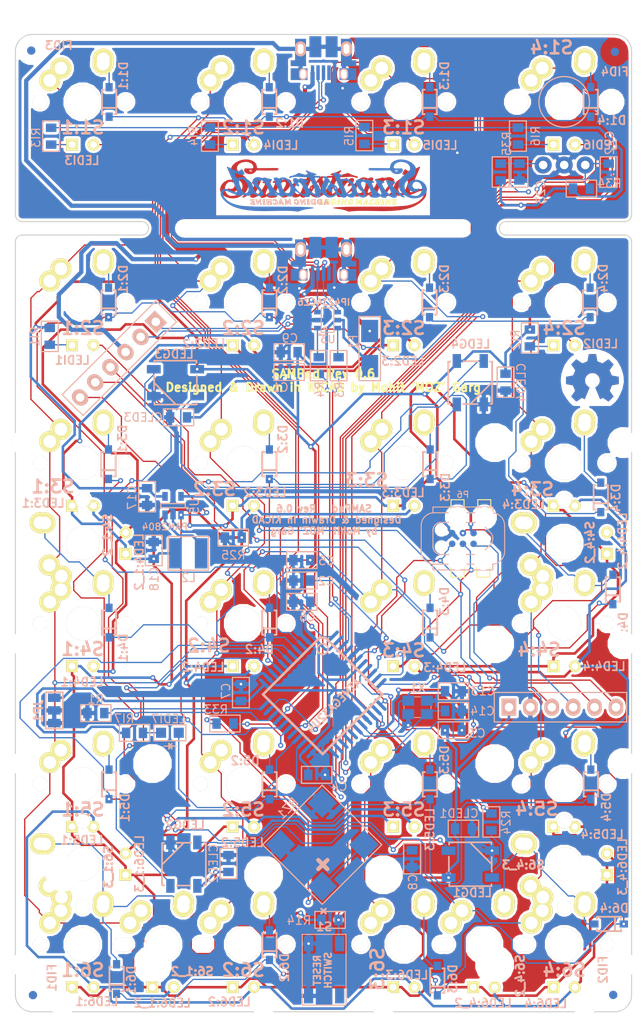
<source format=kicad_pcb>
(kicad_pcb (version 4) (host pcbnew 4.0.1-stable)
  (title_block (title SAMPad) (date 2016-05-21) (rev 0.6) (company "Mohit MOZ Garg"))
  (layers (0 F.Cu signal) (31 B.Cu signal) (34 B.Paste user) (35 F.Paste user) (36 B.SilkS user) (37 F.SilkS user) (38 B.Mask user) (39 F.Mask user) (44 Edge.Cuts user))
  (net 0 "")
  (net 1 VSS)
  (net 2 /mcu/VUSB)
  (net 3 "Net-(C5-Pad1)")
  (net 4 /mcu/XTAL2)
  (net 5 /mcu/XTAL1)
  (net 6 /ledmatrix/LEDAN)
  (net 7 /mcu/ENCA)
  (net 8 /mcu/ENCB)
  (net 9 /mcu/ROW1)
  (net 10 "Net-(D1:1-Pad1)")
  (net 11 "Net-(D1:2-Pad1)")
  (net 12 "Net-(D1:3-Pad1)")
  (net 13 "Net-(D1:4-Pad1)")
  (net 14 /mcu/ROW2)
  (net 15 "Net-(D2:1-Pad1)")
  (net 16 "Net-(D2:2-Pad1)")
  (net 17 "Net-(D2:3-Pad1)")
  (net 18 "Net-(D2:4-Pad1)")
  (net 19 /mcu/ROW3)
  (net 20 "Net-(D3:1-Pad1)")
  (net 21 "Net-(D3:2-Pad1)")
  (net 22 "Net-(D3:3-Pad1)")
  (net 23 "Net-(D3:4-Pad1)")
  (net 24 /mcu/ROW4)
  (net 25 "Net-(D4:1-Pad1)")
  (net 26 "Net-(D4:2-Pad1)")
  (net 27 "Net-(D4:3-Pad1)")
  (net 28 "Net-(D4:4-Pad1)")
  (net 29 /mcu/ROW5)
  (net 30 "Net-(D5:1-Pad1)")
  (net 31 "Net-(D5:2-Pad1)")
  (net 32 "Net-(D5:3-Pad1)")
  (net 33 "Net-(D5:4-Pad1)")
  (net 34 /mcu/ROW6)
  (net 35 "Net-(D6:1-Pad1)")
  (net 36 "Net-(D6:2-Pad1)")
  (net 37 "Net-(D6:3-Pad1)")
  (net 38 "Net-(D6:4-Pad1)")
  (net 39 /mcu/HWBE)
  (net 40 "Net-(L2-Pad1)")
  (net 41 /ledmatrix/LEDCATH)
  (net 42 "Net-(LEDG1-Pad4)")
  (net 43 "Net-(LEDG1-Pad2)")
  (net 44 "Net-(LEDG2-Pad2)")
  (net 45 "Net-(LEDG3-Pad2)")
  (net 46 /ledmatrix/RGBDOUT)
  (net 47 "Net-(LEDI1-Pad1)")
  (net 48 /ledmatrix/LEDI1)
  (net 49 "Net-(LEDI2-Pad1)")
  (net 50 /ledmatrix/LEDI2)
  (net 51 "Net-(LEDI3-Pad1)")
  (net 52 /ledmatrix/LEDI3)
  (net 53 /ledmatrix/LEDI4)
  (net 54 "Net-(LEDI4-Pad1)")
  (net 55 /ledmatrix/LEDI5)
  (net 56 "Net-(LEDI5-Pad1)")
  (net 57 /ledmatrix/LEDI6)
  (net 58 "Net-(LEDI6-Pad1)")
  (net 59 "Net-(LEDI7-Pad1)")
  (net 60 /ledmatrix/LEDI7)
  (net 61 /mcu/D-)
  (net 62 /mcu/D+)
  (net 63 /mcu/SHDGND)
  (net 64 /mcu/LEDBL)
  (net 65 /ledmatrix/RGBDIN)
  (net 66 /mcu/MISO)
  (net 67 /mcu/MCURST)
  (net 68 "Net-(R3-Pad1)")
  (net 69 /mcu/USB_D+)
  (net 70 "Net-(R4-Pad1)")
  (net 71 /mcu/USB_D-)
  (net 72 /mcu/BUZZER)
  (net 73 /mcu/COL1)
  (net 74 /mcu/COL2)
  (net 75 /mcu/COL3)
  (net 76 /mcu/COL4)
  (net 77 "Net-(BZ1-Pad1)")
  (net 78 +5V)
  (net 79 "Net-(C2-Pad1)")
  (module prettylib:TQFP44 (layer B.Cu) (at 128.4732 146.5326 225)
    (fp_text reference U1 hide)
    (fp_text value ATMEGA32U4 (at 0 -1.904999 225) (layer B.SilkS) (effects (font (size 0.9 0.9) (thickness 0.2032)) (justify mirror)))
    (pad 39 smd oval (at 0 5.715 225) (size 0.4064 1.89992) (layers B.Cu B.Paste B.Mask) (net 73 /mcu/COL1))
    (pad 40 smd oval (at -0.8001 5.715 225) (size 0.4064 1.89992) (layers B.Cu B.Paste B.Mask) (net 29 /mcu/ROW5))
    (pad 41 smd oval (at -1.6002 5.715 225) (size 0.4064 1.89992) (layers B.Cu B.Paste B.Mask) (net 24 /mcu/ROW4))
    (pad 42 smd oval (at -2.4003 5.715 225) (size 0.4064 1.89992) (layers B.Cu B.Paste B.Mask) (net 3 "Net-(C5-Pad1)"))
    (pad 43 smd oval (at -3.2004 5.715 225) (size 0.4064 1.89992) (layers B.Cu B.Paste B.Mask) (net 1 VSS))
    (pad 44 smd oval (at -4.0005 5.715 225) (size 0.4064 1.89992) (layers B.Cu B.Paste B.Mask) (net 78 +5V))
    (pad 38 smd oval (at 0.8001 5.715 225) (size 0.4064 1.89992) (layers B.Cu B.Paste B.Mask) (net 74 /mcu/COL2))
    (pad 37 smd oval (at 1.6002 5.715 225) (size 0.4064 1.89992) (layers B.Cu B.Paste B.Mask) (net 75 /mcu/COL3))
    (pad 36 smd oval (at 2.4003 5.715 225) (size 0.4064 1.89992) (layers B.Cu B.Paste B.Mask) (net 76 /mcu/COL4))
    (pad 35 smd oval (at 3.2004 5.715 225) (size 0.4064 1.89992) (layers B.Cu B.Paste B.Mask) (net 1 VSS))
    (pad 34 smd oval (at 4.0005 5.715 225) (size 0.4064 1.89992) (layers B.Cu B.Paste B.Mask) (net 78 +5V))
    (pad 17 smd oval (at 0 -5.715 225) (size 0.4064 1.89992) (layers B.Cu B.Paste B.Mask) (net 5 /mcu/XTAL1))
    (pad 16 smd oval (at -0.8001 -5.715 225) (size 0.4064 1.89992) (layers B.Cu B.Paste B.Mask) (net 4 /mcu/XTAL2))
    (pad 15 smd oval (at -1.6002 -5.715 225) (size 0.4064 1.89992) (layers B.Cu B.Paste B.Mask) (net 1 VSS))
    (pad 14 smd oval (at -2.4003 -5.715 225) (size 0.4064 1.89992) (layers B.Cu B.Paste B.Mask) (net 78 +5V))
    (pad 13 smd oval (at -3.2004 -5.715 225) (size 0.4064 1.89992) (layers B.Cu B.Paste B.Mask) (net 67 /mcu/MCURST))
    (pad 12 smd oval (at -4.0005 -5.715 225) (size 0.4064 1.89992) (layers B.Cu B.Paste B.Mask) (net 65 /ledmatrix/RGBDIN))
    (pad 18 smd oval (at 0.8001 -5.715 225) (size 0.4064 1.89992) (layers B.Cu B.Paste B.Mask))
    (pad 19 smd oval (at 1.6002 -5.715 225) (size 0.4064 1.89992) (layers B.Cu B.Paste B.Mask))
    (pad 20 smd oval (at 2.4003 -5.715 225) (size 0.4064 1.89992) (layers B.Cu B.Paste B.Mask) (net 8 /mcu/ENCB))
    (pad 21 smd oval (at 3.2004 -5.715 225) (size 0.4064 1.89992) (layers B.Cu B.Paste B.Mask) (net 7 /mcu/ENCA))
    (pad 22 smd oval (at 4.0005 -5.715 225) (size 0.4064 1.89992) (layers B.Cu B.Paste B.Mask) (net 57 /ledmatrix/LEDI6))
    (pad 6 smd oval (at -5.715 0 225) (size 1.89992 0.4064) (layers B.Cu B.Paste B.Mask) (net 79 "Net-(C2-Pad1)"))
    (pad 28 smd oval (at 5.715 0 225) (size 1.89992 0.4064) (layers B.Cu B.Paste B.Mask) (net 72 /mcu/BUZZER))
    (pad 7 smd oval (at -5.715 -0.8001 225) (size 1.89992 0.4064) (layers B.Cu B.Paste B.Mask) (net 78 +5V))
    (pad 27 smd oval (at 5.715 -0.8001 225) (size 1.89992 0.4064) (layers B.Cu B.Paste B.Mask) (net 53 /ledmatrix/LEDI4))
    (pad 26 smd oval (at 5.715 -1.6002 225) (size 1.89992 0.4064) (layers B.Cu B.Paste B.Mask) (net 60 /ledmatrix/LEDI7))
    (pad 8 smd oval (at -5.715 -1.6002 225) (size 1.89992 0.4064) (layers B.Cu B.Paste B.Mask) (net 34 /mcu/ROW6))
    (pad 9 smd oval (at -5.715 -2.4003 225) (size 1.89992 0.4064) (layers B.Cu B.Paste B.Mask) (net 48 /ledmatrix/LEDI1))
    (pad 25 smd oval (at 5.715 -2.4003 225) (size 1.89992 0.4064) (layers B.Cu B.Paste B.Mask) (net 55 /ledmatrix/LEDI5))
    (pad 24 smd oval (at 5.715 -3.2004 225) (size 1.89992 0.4064) (layers B.Cu B.Paste B.Mask) (net 78 +5V))
    (pad 10 smd oval (at -5.715 -3.2004 225) (size 1.89992 0.4064) (layers B.Cu B.Paste B.Mask) (net 50 /ledmatrix/LEDI2))
    (pad 11 smd oval (at -5.715 -4.0005 225) (size 1.89992 0.4064) (layers B.Cu B.Paste B.Mask) (net 66 /mcu/MISO))
    (pad 23 smd oval (at 5.715 -4.0005 225) (size 1.89992 0.4064) (layers B.Cu B.Paste B.Mask) (net 1 VSS))
    (pad 29 smd oval (at 5.715 0.8001 225) (size 1.89992 0.4064) (layers B.Cu B.Paste B.Mask) (net 64 /mcu/LEDBL))
    (pad 5 smd oval (at -5.715 0.8001 225) (size 1.89992 0.4064) (layers B.Cu B.Paste B.Mask) (net 1 VSS))
    (pad 4 smd oval (at -5.715 1.6002 225) (size 1.89992 0.4064) (layers B.Cu B.Paste B.Mask) (net 69 /mcu/USB_D+))
    (pad 30 smd oval (at 5.715 1.6002 225) (size 1.89992 0.4064) (layers B.Cu B.Paste B.Mask) (net 52 /ledmatrix/LEDI3))
    (pad 31 smd oval (at 5.715 2.4003 225) (size 1.89992 0.4064) (layers B.Cu B.Paste B.Mask) (net 14 /mcu/ROW2))
    (pad 3 smd oval (at -5.715 2.4003 225) (size 1.89992 0.4064) (layers B.Cu B.Paste B.Mask) (net 71 /mcu/USB_D-))
    (pad 2 smd oval (at -5.715 3.2004 225) (size 1.89992 0.4064) (layers B.Cu B.Paste B.Mask) (net 78 +5V))
    (pad 32 smd oval (at 5.715 3.2004 225) (size 1.89992 0.4064) (layers B.Cu B.Paste B.Mask) (net 9 /mcu/ROW1))
    (pad 33 smd oval (at 5.715 4.0005 225) (size 1.89992 0.4064) (layers B.Cu B.Paste B.Mask) (net 39 /mcu/HWBE))
    (pad 1 smd oval (at -5.715 4.0005 225) (size 1.89992 0.4064) (layers B.Cu B.Paste B.Mask) (net 19 /mcu/ROW3))
  )
  (module prettylib:MX_200 (layer F.Cu) (at 157.15 128.575 270)
    (fp_text reference STAB6)
    (fp_text value MISC)
    (pad "" np_thru_hole circle (at -11.938 -6.985 270) (size 3.048 3.048) (drill 3.048) (layers *.Cu *.Mask F.SilkS))
    (pad "" np_thru_hole circle (at 11.938 -6.985 270) (size 3.048 3.048) (drill 3.048) (layers *.Cu *.Mask F.SilkS))
    (pad "" np_thru_hole circle (at -11.938 8.255 270) (size 3.9878 3.9878) (drill 3.9878) (layers *.Cu *.Mask F.SilkS))
    (pad "" np_thru_hole circle (at 11.938 8.255 270) (size 3.9878 3.9878) (drill 3.9878) (layers *.Cu *.Mask F.SilkS))
  )
  (module prettylib:SMD_0805 (layer B.Cu) (at 145.1864 162.4584 180)
    (fp_text reference CLED1 (at 0.5334 1.8034 180) (layer B.SilkS) (effects (justify mirror)))
    (fp_text value "0.1 uF")
    (pad 1 smd rect (at -1 0 180) (size 1 1.25) (layers B.Cu B.Paste B.Mask) (net 1 VSS))
    (pad 2 smd rect (at 1 0 180) (size 1 1.25) (layers B.Cu B.Paste B.Mask) (net 78 +5V))
  )
  (module prettylib:NX3225SA (layer B.Cu) (at 139.7381 148.0693)
    (fp_text reference X1 (at 0.0127 -2.3114) (layer B.SilkS) (effects (font (thickness 0.2)) (justify mirror)))
    (fp_text value CRYSTAL hide)
    (pad 3 smd rect (at 1.1 0.8) (size 1.4 1.2) (layers B.Cu B.Paste B.Mask) (net 5 /mcu/XTAL1))
    (pad 2 smd rect (at 1.1 -0.8) (size 1.4 1.2) (layers B.Cu B.Paste B.Mask) (net 1 VSS))
    (pad 1 smd rect (at -1.1 -0.8) (size 1.4 1.2) (layers B.Cu B.Paste B.Mask) (net 4 /mcu/XTAL2))
    (pad 4 smd rect (at -1.1 0.8) (size 1.4 1.2) (layers B.Cu B.Paste B.Mask) (net 1 VSS))
  )
  (module prettylib:SOT-23-5 (layer B.Cu) (at 110.7108 124.1196 90)
    (fp_text reference U5 (at -0.05 2.55 90) (layer B.SilkS) (effects (justify mirror)))
    (fp_text value PAM2804 (at -2.5121 -0.9701 180) (layer B.SilkS) (effects (font (size 0.8 0.8)) (justify mirror)))
    (pad 1 smd rect (at -1.1 0.95 90) (size 1.06 0.65) (layers B.Cu B.Paste B.Mask) (net 64 /mcu/LEDBL))
    (pad 2 smd rect (at -1.1 0 90) (size 1.06 0.65) (layers B.Cu B.Paste B.Mask) (net 1 VSS))
    (pad 3 smd rect (at -1.1 -0.95 90) (size 1.06 0.65) (layers B.Cu B.Paste B.Mask) (net 40 "Net-(L2-Pad1)"))
    (pad 4 smd rect (at 1.1 -0.95 90) (size 1.06 0.65) (layers B.Cu B.Paste B.Mask) (net 78 +5V))
    (pad 5 smd rect (at 1.1 0.95 90) (size 1.06 0.65) (layers B.Cu B.Paste B.Mask) (net 41 /ledmatrix/LEDCATH))
  )
  (module prettylib:SOT457 (layer B.Cu) (at 129.0574 102.0953 90)
    (fp_text reference U3 (at -2.2733 0.0508 180) (layer B.SilkS) (effects (font (size 0.9 0.9) (thickness 0.1524)) (justify mirror)))
    (fp_text value IP4234CZ6 (at 2.1209 -0.4572 180) (layer B.SilkS) (effects (font (size 0.762 0.762) (thickness 0.1905)) (justify mirror)))
    (pad 1 smd rect (at -0.95 -1.2 90) (size 0.55 0.8) (layers B.Cu B.Paste B.Mask) (net 70 "Net-(R4-Pad1)"))
    (pad 2 smd rect (at 0 -1.2 90) (size 0.55 0.8) (layers B.Cu B.Paste B.Mask) (net 1 VSS))
    (pad 3 smd rect (at 0.95 -1.2 90) (size 0.55 0.8) (layers B.Cu B.Paste B.Mask) (net 61 /mcu/D-))
    (pad 4 smd rect (at 0.95 1.2 90) (size 0.55 0.8) (layers B.Cu B.Paste B.Mask) (net 62 /mcu/D+))
    (pad 5 smd rect (at 0 1.2 90) (size 0.55 0.8) (layers B.Cu B.Paste B.Mask) (net 78 +5V))
    (pad 6 smd rect (at -0.95 1.2 90) (size 0.55 0.8) (layers B.Cu B.Paste B.Mask) (net 68 "Net-(R3-Pad1)"))
  )
  (module prettylib:MX_200 (layer F.Cu) (at 157.15 166.675 270)
    (fp_text reference STAB5)
    (fp_text value MISC)
    (pad "" np_thru_hole circle (at -11.938 -6.985 270) (size 3.048 3.048) (drill 3.048) (layers *.Cu *.Mask F.SilkS))
    (pad "" np_thru_hole circle (at 11.938 -6.985 270) (size 3.048 3.048) (drill 3.048) (layers *.Cu *.Mask F.SilkS))
    (pad "" np_thru_hole circle (at -11.938 8.255 270) (size 3.9878 3.9878) (drill 3.9878) (layers *.Cu *.Mask F.SilkS))
    (pad "" np_thru_hole circle (at 11.938 8.255 270) (size 3.9878 3.9878) (drill 3.9878) (layers *.Cu *.Mask F.SilkS))
  )
  (module prettylib:MX_200 (layer F.Cu) (at 100 166.675 90)
    (fp_text reference STAB4)
    (fp_text value MISC)
    (pad "" np_thru_hole circle (at -11.938 -6.985 90) (size 3.048 3.048) (drill 3.048) (layers *.Cu *.Mask F.SilkS))
    (pad "" np_thru_hole circle (at 11.938 -6.985 90) (size 3.048 3.048) (drill 3.048) (layers *.Cu *.Mask F.SilkS))
    (pad "" np_thru_hole circle (at -11.938 8.255 90) (size 3.9878 3.9878) (drill 3.9878) (layers *.Cu *.Mask F.SilkS))
    (pad "" np_thru_hole circle (at 11.938 8.255 90) (size 3.9878 3.9878) (drill 3.9878) (layers *.Cu *.Mask F.SilkS))
  )
  (module prettylib:MX_200 (layer F.Cu) (at 100 128.575 90)
    (fp_text reference STAB3)
    (fp_text value MISC)
    (pad "" np_thru_hole circle (at -11.938 -6.985 90) (size 3.048 3.048) (drill 3.048) (layers *.Cu *.Mask F.SilkS))
    (pad "" np_thru_hole circle (at 11.938 -6.985 90) (size 3.048 3.048) (drill 3.048) (layers *.Cu *.Mask F.SilkS))
    (pad "" np_thru_hole circle (at -11.938 8.255 90) (size 3.9878 3.9878) (drill 3.9878) (layers *.Cu *.Mask F.SilkS))
    (pad "" np_thru_hole circle (at 11.938 8.255 90) (size 3.9878 3.9878) (drill 3.9878) (layers *.Cu *.Mask F.SilkS))
  )
  (module prettylib:MX_200 (layer F.Cu) (at 109.525 176.2 180)
    (fp_text reference STAB2)
    (fp_text value MISC)
    (pad "" np_thru_hole circle (at -11.938 -6.985 180) (size 3.048 3.048) (drill 3.048) (layers *.Cu *.Mask F.SilkS))
    (pad "" np_thru_hole circle (at 11.938 -6.985 180) (size 3.048 3.048) (drill 3.048) (layers *.Cu *.Mask F.SilkS))
    (pad "" np_thru_hole circle (at -11.938 8.255 180) (size 3.9878 3.9878) (drill 3.9878) (layers *.Cu *.Mask F.SilkS))
    (pad "" np_thru_hole circle (at 11.938 8.255 180) (size 3.9878 3.9878) (drill 3.9878) (layers *.Cu *.Mask F.SilkS))
  )
  (module prettylib:MX_200 (layer F.Cu) (at 147.625 176.2 180)
    (fp_text reference STAB1)
    (fp_text value MISC)
    (pad "" np_thru_hole circle (at -11.938 -6.985 180) (size 3.048 3.048) (drill 3.048) (layers *.Cu *.Mask F.SilkS))
    (pad "" np_thru_hole circle (at 11.938 -6.985 180) (size 3.048 3.048) (drill 3.048) (layers *.Cu *.Mask F.SilkS))
    (pad "" np_thru_hole circle (at -11.938 8.255 180) (size 3.9878 3.9878) (drill 3.9878) (layers *.Cu *.Mask F.SilkS))
    (pad "" np_thru_hole circle (at 11.938 8.255 180) (size 3.9878 3.9878) (drill 3.9878) (layers *.Cu *.Mask F.SilkS))
  )
  (module prettylib:SMD_0805 (layer B.Cu) (at 106.1433 151.0919 180)
    (fp_text reference RI7 (at 1.2413 1.7018 180) (layer B.SilkS) (effects (justify mirror)))
    (fp_text value 470)
    (pad 1 smd rect (at -1 0 180) (size 1 1.25) (layers B.Cu B.Paste B.Mask) (net 59 "Net-(LEDI7-Pad1)"))
    (pad 2 smd rect (at 1 0 180) (size 1 1.25) (layers B.Cu B.Paste B.Mask) (net 78 +5V))
  )
  (module prettylib:SMD_0805 (layer B.Cu) (at 151.6507 80.2513 90)
    (fp_text reference RI6 (at 0 2.1 90) (layer B.SilkS) (effects (justify mirror)))
    (fp_text value 470)
    (pad 1 smd rect (at -1 0 90) (size 1 1.25) (layers B.Cu B.Paste B.Mask) (net 58 "Net-(LEDI6-Pad1)"))
    (pad 2 smd rect (at 1 0 90) (size 1 1.25) (layers B.Cu B.Paste B.Mask) (net 78 +5V))
  )
  (module prettylib:SMD_0805 (layer B.Cu) (at 133.4262 80.1878 90)
    (fp_text reference RI5 (at -0.0508 -1.8034 90) (layer B.SilkS) (effects (justify mirror)))
    (fp_text value 470)
    (pad 1 smd rect (at -1 0 90) (size 1 1.25) (layers B.Cu B.Paste B.Mask) (net 56 "Net-(LEDI5-Pad1)"))
    (pad 2 smd rect (at 1 0 90) (size 1 1.25) (layers B.Cu B.Paste B.Mask) (net 78 +5V))
  )
  (module prettylib:SMD_0805 (layer B.Cu) (at 115.0874 80.2513 90)
    (fp_text reference RI4 (at 0.0127 -1.9812 90) (layer B.SilkS) (effects (justify mirror)))
    (fp_text value 470)
    (pad 1 smd rect (at -1 0 90) (size 1 1.25) (layers B.Cu B.Paste B.Mask) (net 54 "Net-(LEDI4-Pad1)"))
    (pad 2 smd rect (at 1 0 90) (size 1 1.25) (layers B.Cu B.Paste B.Mask) (net 78 +5V))
  )
  (module prettylib:SMD_0805 (layer B.Cu) (at 96.2406 80.264 90)
    (fp_text reference RI3 (at -0.1651 -1.8034 90) (layer B.SilkS) (effects (justify mirror)))
    (fp_text value 470)
    (pad 1 smd rect (at -1 0 90) (size 1 1.25) (layers B.Cu B.Paste B.Mask) (net 51 "Net-(LEDI3-Pad1)"))
    (pad 2 smd rect (at 1 0 90) (size 1 1.25) (layers B.Cu B.Paste B.Mask) (net 78 +5V))
  )
  (module prettylib:SMD_0805 (layer B.Cu) (at 153.0731 104.2162 90)
    (fp_text reference RI2 (at -0.2032 -1.7145 90) (layer B.SilkS) (effects (justify mirror)))
    (fp_text value 470)
    (pad 1 smd rect (at -1 0 90) (size 1 1.25) (layers B.Cu B.Paste B.Mask) (net 49 "Net-(LEDI2-Pad1)"))
    (pad 2 smd rect (at 1 0 90) (size 1 1.25) (layers B.Cu B.Paste B.Mask) (net 78 +5V))
  )
  (module prettylib:SMD_0805 (layer B.Cu) (at 96.0755 104.0257 90)
    (fp_text reference RI1 (at -0.0127 -1.7526 90) (layer B.SilkS) (effects (justify mirror)))
    (fp_text value 470)
    (pad 1 smd rect (at -1 0 90) (size 1 1.25) (layers B.Cu B.Paste B.Mask) (net 47 "Net-(LEDI1-Pad1)"))
    (pad 2 smd rect (at 1 0 90) (size 1 1.25) (layers B.Cu B.Paste B.Mask) (net 78 +5V))
  )
  (module prettylib:SMD_0805 (layer B.Cu) (at 149.606 84.5185 90)
    (fp_text reference R35 (at 3.366 0.735 90) (layer B.SilkS) (effects (justify mirror)))
    (fp_text value 10k)
    (pad 1 smd rect (at -1 0 90) (size 1 1.25) (layers B.Cu B.Paste B.Mask) (net 78 +5V))
    (pad 2 smd rect (at 1 0 90) (size 1 1.25) (layers B.Cu B.Paste B.Mask) (net 8 /mcu/ENCB))
  )
  (module prettylib:SMD_0805 (layer B.Cu) (at 159.1945 86.487 180)
    (fp_text reference R34 (at -3.318 0.608 180) (layer B.SilkS) (effects (justify mirror)))
    (fp_text value 10k)
    (pad 1 smd rect (at -1 0 180) (size 1 1.25) (layers B.Cu B.Paste B.Mask) (net 7 /mcu/ENCA))
    (pad 2 smd rect (at 1 0 180) (size 1 1.25) (layers B.Cu B.Paste B.Mask) (net 78 +5V))
  )
  (module prettylib:SMD_0805 (layer B.Cu) (at 117.8687 127.9017)
    (fp_text reference R25 (at 0 2.1) (layer B.SilkS) (effects (justify mirror)))
    (fp_text value RLED)
    (pad 1 smd rect (at -1 0) (size 1 1.25) (layers B.Cu B.Paste B.Mask) (net 1 VSS))
    (pad 2 smd rect (at 1 0) (size 1 1.25) (layers B.Cu B.Paste B.Mask) (net 41 /ledmatrix/LEDCATH))
  )
  (module prettylib:SMD_0805 (layer B.Cu) (at 148.5011 161.6583 90)
    (fp_text reference R24 (at -0.0762 1.7526 90) (layer B.SilkS) (effects (justify mirror)))
    (fp_text value 330)
    (pad 1 smd rect (at -1 0 90) (size 1 1.25) (layers B.Cu B.Paste B.Mask) (net 42 "Net-(LEDG1-Pad4)"))
    (pad 2 smd rect (at 1 0 90) (size 1 1.25) (layers B.Cu B.Paste B.Mask) (net 65 /ledmatrix/RGBDIN))
  )
  (module prettylib:SMD_0805 (layer B.Cu) (at 129.356942 173.28904 180)
    (fp_text reference R14 (at 3.690442 -0.06596 180) (layer B.SilkS) (effects (justify mirror)))
    (fp_text value 100k)
    (pad 1 smd rect (at -1 0 180) (size 1 1.25) (layers B.Cu B.Paste B.Mask) (net 67 /mcu/MCURST))
    (pad 2 smd rect (at 1 0 180) (size 1 1.25) (layers B.Cu B.Paste B.Mask) (net 78 +5V))
  )
  (module prettylib:SMD_0805 (layer B.Cu) (at 128.016 107.5 270)
    (fp_text reference R4 (at 2.8249 -0.1016 270) (layer B.SilkS) (effects (justify mirror)))
    (fp_text value 22)
    (pad 1 smd rect (at -1 0 270) (size 1 1.25) (layers B.Cu B.Paste B.Mask) (net 70 "Net-(R4-Pad1)"))
    (pad 2 smd rect (at 1 0 270) (size 1 1.25) (layers B.Cu B.Paste B.Mask) (net 71 /mcu/USB_D-))
  )
  (module prettylib:SMD_0805 (layer B.Cu) (at 130.3655 107.5 270)
    (fp_text reference R3 (at 2.863 -0.1143 270) (layer B.SilkS) (effects (justify mirror)))
    (fp_text value 22)
    (pad 1 smd rect (at -1 0 270) (size 1 1.25) (layers B.Cu B.Paste B.Mask) (net 68 "Net-(R3-Pad1)"))
    (pad 2 smd rect (at 1 0 270) (size 1 1.25) (layers B.Cu B.Paste B.Mask) (net 69 /mcu/USB_D+))
  )
  (module prettylib:TC2030_BIG (layer B.Cu) (at 145.1229 128.016 180)
    (fp_text reference P6 (at 0 5.20192 180) (layer B.SilkS) (effects (font (size 0.75692 0.75692) (thickness 0.127)) (justify mirror)))
    (fp_text value ISP6 hide)
    (pad 1 connect circle (at -1.27 -0.635 180) (size 0.78486 0.78486) (layers B.Cu B.Mask) (net 66 /mcu/MISO))
    (pad 2 connect circle (at -1.27 0.635 180) (size 0.78486 0.78486) (layers B.Cu B.Mask) (net 78 +5V))
    (pad 3 connect circle (at 0 -0.635 180) (size 0.78486 0.78486) (layers B.Cu B.Mask) (net 48 /ledmatrix/LEDI1))
    (pad 4 connect circle (at 0 0.635 180) (size 0.78486 0.78486) (layers B.Cu B.Mask) (net 50 /ledmatrix/LEDI2))
    (pad 5 connect circle (at 1.27 -0.635 180) (size 0.78486 0.78486) (layers B.Cu B.Mask) (net 67 /mcu/MCURST))
    (pad 6 connect circle (at 1.27 0.635 180) (size 0.78486 0.78486) (layers B.Cu B.Mask) (net 1 VSS))
    (pad "" np_thru_hole circle (at -2.54 0 180) (size 0.98806 0.98806) (drill 0.98806) (layers *.Cu *.Mask B.SilkS))
    (pad "" np_thru_hole circle (at 2.54 1.016 180) (size 0.98552 0.98552) (drill 0.98552) (layers *.Cu *.Mask B.SilkS))
    (pad "" np_thru_hole circle (at 2.54 -1.016 180) (size 0.98552 0.98552) (drill 0.98552) (layers *.Cu *.Mask B.SilkS))
    (pad "" np_thru_hole circle (at -2.54 2.54 180) (size 2.37236 2.37236) (drill 2.37236) (layers *.Cu *.Mask B.SilkS))
    (pad "" np_thru_hole circle (at 0.635 2.54 180) (size 2.36982 2.36982) (drill 2.36982) (layers *.Cu *.Mask B.SilkS))
    (pad "" np_thru_hole circle (at -2.413 -2.54 180) (size 2.36982 2.36982) (drill 2.36982) (layers *.Cu *.Mask B.SilkS))
    (pad "" np_thru_hole circle (at 0.635 -2.54 180) (size 2.36982 2.36982) (drill 2.36982) (layers *.Cu *.Mask B.SilkS))
  )
  (module prettylib:LED_0805 (layer B.Cu) (at 110.3376 151.0792 180)
    (fp_text reference LEDI7 (at 0.1524 1.651 180) (layer B.SilkS) (effects (justify mirror)))
    (fp_text value LED)
    (pad 1 smd rect (at 1.04902 0) (size 1.19888 1.19888) (layers B.Cu B.Paste B.Mask) (net 59 "Net-(LEDI7-Pad1)"))
    (pad 2 smd rect (at -1.04902 0) (size 1.19888 1.19888) (layers B.Cu B.Paste B.Mask) (net 60 /ledmatrix/LEDI7))
  )
  (module prettylib:INSW_LEDS_REG (layer F.Cu) (at 157.15 76.1875)
    (fp_text reference LEDI6 (at 4.3305 5.1179) (layer B.SilkS) (effects (font (thickness 0.2)) (justify mirror)))
    (fp_text value LED hide)
    (pad 2 thru_hole oval (at 1.27 5.08) (size 1.4 1.4) (drill 0.8) (layers *.Cu *.Mask F.SilkS) (net 57 /ledmatrix/LEDI6))
    (pad 1 thru_hole rect (at -1.27 5.08) (size 1.4 1.4) (drill 0.8) (layers *.Cu *.Mask F.SilkS) (net 58 "Net-(LEDI6-Pad1)"))
  )
  (module prettylib:INSW_LEDS_REG (layer F.Cu) (at 138.1 76.1875)
    (fp_text reference LEDI5 (at 4.3178 5.156) (layer B.SilkS) (effects (font (thickness 0.2)) (justify mirror)))
    (fp_text value LED hide)
    (pad 2 thru_hole oval (at 1.27 5.08) (size 1.4 1.4) (drill 0.8) (layers *.Cu *.Mask F.SilkS) (net 55 /ledmatrix/LEDI5))
    (pad 1 thru_hole rect (at -1.27 5.08) (size 1.4 1.4) (drill 0.8) (layers *.Cu *.Mask F.SilkS) (net 56 "Net-(LEDI5-Pad1)"))
  )
  (module prettylib:INSW_LEDS_REG (layer F.Cu) (at 119.05 76.1875)
    (fp_text reference LEDI4 (at 4.4702 5.156) (layer B.SilkS) (effects (font (thickness 0.2)) (justify mirror)))
    (fp_text value LED hide)
    (pad 2 thru_hole oval (at 1.27 5.08) (size 1.4 1.4) (drill 0.8) (layers *.Cu *.Mask F.SilkS) (net 53 /ledmatrix/LEDI4))
    (pad 1 thru_hole rect (at -1.27 5.08) (size 1.4 1.4) (drill 0.8) (layers *.Cu *.Mask F.SilkS) (net 54 "Net-(LEDI4-Pad1)"))
  )
  (module prettylib:WS2812B (layer B.Cu) (at 146 109.525 270)
    (fp_text reference LEDG4 (at -4.5849 -0.0373 360) (layer B.SilkS) (effects (font (thickness 0.2)) (justify mirror)))
    (fp_text value WS2812B)
    (pad 1 smd rect (at -2.577 1.6 270) (size 1.651 1) (layers B.Cu B.Paste B.Mask) (net 78 +5V))
    (pad 4 smd rect (at 2.577 1.6 270) (size 1.651 1) (layers B.Cu B.Paste B.Mask) (net 45 "Net-(LEDG3-Pad2)"))
    (pad 3 smd rect (at 2.577 -1.6 270) (size 1.651 1) (layers B.Cu B.Paste B.Mask) (net 1 VSS))
    (pad 2 smd rect (at -2.577 -1.6 270) (size 1.651 1) (layers B.Cu B.Paste B.Mask) (net 46 /ledmatrix/RGBDOUT))
  )
  (module prettylib:WS2812B (layer B.Cu) (at 111 109.525 180)
    (fp_text reference LEDG3 (at 0.1671 3.3911 180) (layer B.SilkS) (effects (font (thickness 0.2)) (justify mirror)))
    (fp_text value WS2812B)
    (pad 1 smd rect (at -2.577 1.6 180) (size 1.651 1) (layers B.Cu B.Paste B.Mask) (net 78 +5V))
    (pad 4 smd rect (at 2.577 1.6 180) (size 1.651 1) (layers B.Cu B.Paste B.Mask) (net 44 "Net-(LEDG2-Pad2)"))
    (pad 3 smd rect (at 2.577 -1.6 180) (size 1.651 1) (layers B.Cu B.Paste B.Mask) (net 1 VSS))
    (pad 2 smd rect (at -2.577 -1.6 180) (size 1.651 1) (layers B.Cu B.Paste B.Mask) (net 45 "Net-(LEDG3-Pad2)"))
  )
  (module prettylib:WS2812B (layer B.Cu) (at 112 166.675 90)
    (fp_text reference LEDG2 (at 4.6611 0.1537 180) (layer B.SilkS) (effects (font (thickness 0.2)) (justify mirror)))
    (fp_text value WS2812B)
    (pad 1 smd rect (at -2.577 1.6 90) (size 1.651 1) (layers B.Cu B.Paste B.Mask) (net 78 +5V))
    (pad 4 smd rect (at 2.577 1.6 90) (size 1.651 1) (layers B.Cu B.Paste B.Mask) (net 43 "Net-(LEDG1-Pad2)"))
    (pad 3 smd rect (at 2.577 -1.6 90) (size 1.651 1) (layers B.Cu B.Paste B.Mask) (net 1 VSS))
    (pad 2 smd rect (at -2.577 -1.6 90) (size 1.651 1) (layers B.Cu B.Paste B.Mask) (net 44 "Net-(LEDG2-Pad2)"))
  )
  (module prettylib:WS2812B (layer B.Cu) (at 146 166.675)
    (fp_text reference LEDG1 (at 0.2405 3.3907) (layer B.SilkS) (effects (font (thickness 0.2)) (justify mirror)))
    (fp_text value WS2812B)
    (pad 1 smd rect (at -2.577 1.6) (size 1.651 1) (layers B.Cu B.Paste B.Mask) (net 78 +5V))
    (pad 4 smd rect (at 2.577 1.6) (size 1.651 1) (layers B.Cu B.Paste B.Mask) (net 42 "Net-(LEDG1-Pad4)"))
    (pad 3 smd rect (at 2.577 -1.6) (size 1.651 1) (layers B.Cu B.Paste B.Mask) (net 1 VSS))
    (pad 2 smd rect (at -2.577 -1.6) (size 1.651 1) (layers B.Cu B.Paste B.Mask) (net 43 "Net-(LEDG1-Pad2)"))
  )
  (module prettylib:INSW_LEDS_REG (layer F.Cu) (at 157.15 166.675 90)
    (fp_text reference LED6:4_3 (at -0.3173 6.9213 90) (layer B.SilkS) (effects (font (thickness 0.2)) (justify mirror)))
    (fp_text value LED hide)
    (pad 2 thru_hole oval (at 1.27 5.08 90) (size 1.4 1.4) (drill 0.8) (layers *.Cu *.Mask F.SilkS) (net 41 /ledmatrix/LEDCATH))
    (pad 1 thru_hole rect (at -1.27 5.08 90) (size 1.4 1.4) (drill 0.8) (layers *.Cu *.Mask F.SilkS) (net 6 /ledmatrix/LEDAN))
  )
  (module prettylib:INSW_LEDS_REG (layer F.Cu) (at 147.625 176.2)
    (fp_text reference LED6:4_2 (at -0.1016 6.9596) (layer B.SilkS) (effects (font (thickness 0.2)) (justify mirror)))
    (fp_text value LED hide)
    (pad 2 thru_hole oval (at 1.27 5.08) (size 1.4 1.4) (drill 0.8) (layers *.Cu *.Mask F.SilkS) (net 41 /ledmatrix/LEDCATH))
    (pad 1 thru_hole rect (at -1.27 5.08) (size 1.4 1.4) (drill 0.8) (layers *.Cu *.Mask F.SilkS) (net 6 /ledmatrix/LEDAN))
  )
  (module prettylib:INSW_LEDS_REG (layer F.Cu) (at 157.15 176.2)
    (fp_text reference LED6:4 (at -2.1973 7.0229) (layer B.SilkS) (effects (font (thickness 0.2)) (justify mirror)))
    (fp_text value LED hide)
    (pad 2 thru_hole oval (at 1.27 5.08) (size 1.4 1.4) (drill 0.8) (layers *.Cu *.Mask F.SilkS) (net 41 /ledmatrix/LEDCATH))
    (pad 1 thru_hole rect (at -1.27 5.08) (size 1.4 1.4) (drill 0.8) (layers *.Cu *.Mask F.SilkS) (net 6 /ledmatrix/LEDAN))
  )
  (module prettylib:INSW_LEDS_REG (layer F.Cu) (at 138.1 176.2)
    (fp_text reference LED6:3 (at 0.3554 3.632) (layer B.SilkS) (effects (font (thickness 0.2)) (justify mirror)))
    (fp_text value LED hide)
    (pad 2 thru_hole oval (at 1.27 5.08) (size 1.4 1.4) (drill 0.8) (layers *.Cu *.Mask F.SilkS) (net 41 /ledmatrix/LEDCATH))
    (pad 1 thru_hole rect (at -1.27 5.08) (size 1.4 1.4) (drill 0.8) (layers *.Cu *.Mask F.SilkS) (net 6 /ledmatrix/LEDAN))
  )
  (module prettylib:INSW_LEDS_REG (layer F.Cu) (at 119.05 176.2)
    (fp_text reference LED6:2 (at -1.6639 6.8197) (layer B.SilkS) (effects (font (thickness 0.2)) (justify mirror)))
    (fp_text value LED hide)
    (pad 2 thru_hole oval (at 1.27 5.08) (size 1.4 1.4) (drill 0.8) (layers *.Cu *.Mask F.SilkS) (net 41 /ledmatrix/LEDCATH))
    (pad 1 thru_hole rect (at -1.27 5.08) (size 1.4 1.4) (drill 0.8) (layers *.Cu *.Mask F.SilkS) (net 6 /ledmatrix/LEDAN))
  )
  (module prettylib:INSW_LEDS_REG (layer F.Cu) (at 100 166.675 90)
    (fp_text reference LED6:1_3 (at 0.051 6.7308 90) (layer B.SilkS) (effects (font (thickness 0.2)) (justify mirror)))
    (fp_text value LED hide)
    (pad 2 thru_hole oval (at 1.27 5.08 90) (size 1.4 1.4) (drill 0.8) (layers *.Cu *.Mask F.SilkS) (net 41 /ledmatrix/LEDCATH))
    (pad 1 thru_hole rect (at -1.27 5.08 90) (size 1.4 1.4) (drill 0.8) (layers *.Cu *.Mask F.SilkS) (net 6 /ledmatrix/LEDAN))
  )
  (module prettylib:INSW_LEDS_REG (layer F.Cu) (at 109.525 176.2)
    (fp_text reference LED6:1_2 (at -0.1016 6.9596) (layer B.SilkS) (effects (font (thickness 0.2)) (justify mirror)))
    (fp_text value LED hide)
    (pad 2 thru_hole oval (at 1.27 5.08) (size 1.4 1.4) (drill 0.8) (layers *.Cu *.Mask F.SilkS) (net 41 /ledmatrix/LEDCATH))
    (pad 1 thru_hole rect (at -1.27 5.08) (size 1.4 1.4) (drill 0.8) (layers *.Cu *.Mask F.SilkS) (net 6 /ledmatrix/LEDAN))
  )
  (module prettylib:INSW_LEDS_REG (layer F.Cu) (at 100 176.2)
    (fp_text reference LED6:1 (at 1.6635 6.7816) (layer B.SilkS) (effects (font (thickness 0.2)) (justify mirror)))
    (fp_text value LED hide)
    (pad 2 thru_hole oval (at 1.27 5.08) (size 1.4 1.4) (drill 0.8) (layers *.Cu *.Mask F.SilkS) (net 41 /ledmatrix/LEDCATH))
    (pad 1 thru_hole rect (at -1.27 5.08) (size 1.4 1.4) (drill 0.8) (layers *.Cu *.Mask F.SilkS) (net 6 /ledmatrix/LEDAN))
  )
  (module prettylib:INSW_LEDS_REG (layer F.Cu) (at 157.15 157.15)
    (fp_text reference LED5:4 (at 4.521 5.9942) (layer B.SilkS) (effects (font (thickness 0.2)) (justify mirror)))
    (fp_text value LED hide)
    (pad 2 thru_hole oval (at 1.27 5.08) (size 1.4 1.4) (drill 0.8) (layers *.Cu *.Mask F.SilkS) (net 41 /ledmatrix/LEDCATH))
    (pad 1 thru_hole rect (at -1.27 5.08) (size 1.4 1.4) (drill 0.8) (layers *.Cu *.Mask F.SilkS) (net 6 /ledmatrix/LEDAN))
  )
  (module prettylib:INSW_LEDS_REG (layer F.Cu) (at 138.1 157.15)
    (fp_text reference LED5:3 (at 3.1113 5.41 90) (layer B.SilkS) (effects (font (thickness 0.2)) (justify mirror)))
    (fp_text value LED hide)
    (pad 2 thru_hole oval (at 1.27 5.08) (size 1.4 1.4) (drill 0.8) (layers *.Cu *.Mask F.SilkS) (net 41 /ledmatrix/LEDCATH))
    (pad 1 thru_hole rect (at -1.27 5.08) (size 1.4 1.4) (drill 0.8) (layers *.Cu *.Mask F.SilkS) (net 6 /ledmatrix/LEDAN))
  )
  (module prettylib:INSW_LEDS_REG (layer F.Cu) (at 119.05 157.15)
    (fp_text reference LED5:2 (at -0.1016 6.9596) (layer B.SilkS) (effects (font (thickness 0.2)) (justify mirror)))
    (fp_text value LED hide)
    (pad 2 thru_hole oval (at 1.27 5.08) (size 1.4 1.4) (drill 0.8) (layers *.Cu *.Mask F.SilkS) (net 41 /ledmatrix/LEDCATH))
    (pad 1 thru_hole rect (at -1.27 5.08) (size 1.4 1.4) (drill 0.8) (layers *.Cu *.Mask F.SilkS) (net 6 /ledmatrix/LEDAN))
  )
  (module prettylib:INSW_LEDS_REG (layer F.Cu) (at 100 157.15)
    (fp_text reference LED5:1 (at -0.1145 6.68) (layer B.SilkS) (effects (font (thickness 0.2)) (justify mirror)))
    (fp_text value LED hide)
    (pad 2 thru_hole oval (at 1.27 5.08) (size 1.4 1.4) (drill 0.8) (layers *.Cu *.Mask F.SilkS) (net 41 /ledmatrix/LEDCATH))
    (pad 1 thru_hole rect (at -1.27 5.08) (size 1.4 1.4) (drill 0.8) (layers *.Cu *.Mask F.SilkS) (net 6 /ledmatrix/LEDAN))
  )
  (module prettylib:INSW_LEDS_REG (layer F.Cu) (at 157.15 128.575 90)
    (fp_text reference LED4:4_2 (at 0.2542 6.9213 90) (layer B.SilkS) (effects (font (thickness 0.2)) (justify mirror)))
    (fp_text value LED hide)
    (pad 2 thru_hole oval (at 1.27 5.08 90) (size 1.4 1.4) (drill 0.8) (layers *.Cu *.Mask F.SilkS) (net 41 /ledmatrix/LEDCATH))
    (pad 1 thru_hole rect (at -1.27 5.08 90) (size 1.4 1.4) (drill 0.8) (layers *.Cu *.Mask F.SilkS) (net 6 /ledmatrix/LEDAN))
  )
  (module prettylib:INSW_LEDS_REG (layer F.Cu) (at 157.15 138.1)
    (fp_text reference LED4:4 (at 4.7369 5.1052) (layer B.SilkS) (effects (font (thickness 0.2)) (justify mirror)))
    (fp_text value LED hide)
    (pad 2 thru_hole oval (at 1.27 5.08) (size 1.4 1.4) (drill 0.8) (layers *.Cu *.Mask F.SilkS) (net 41 /ledmatrix/LEDCATH))
    (pad 1 thru_hole rect (at -1.27 5.08) (size 1.4 1.4) (drill 0.8) (layers *.Cu *.Mask F.SilkS) (net 6 /ledmatrix/LEDAN))
  )
  (module prettylib:INSW_LEDS_REG (layer F.Cu) (at 138.1 138.1)
    (fp_text reference LED4:3 (at 4.8893 5.2322) (layer B.SilkS) (effects (font (thickness 0.2)) (justify mirror)))
    (fp_text value LED hide)
    (pad 2 thru_hole oval (at 1.27 5.08) (size 1.4 1.4) (drill 0.8) (layers *.Cu *.Mask F.SilkS) (net 41 /ledmatrix/LEDCATH))
    (pad 1 thru_hole rect (at -1.27 5.08) (size 1.4 1.4) (drill 0.8) (layers *.Cu *.Mask F.SilkS) (net 6 /ledmatrix/LEDAN))
  )
  (module prettylib:INSW_LEDS_REG (layer F.Cu) (at 119.05 138.1)
    (fp_text reference LED4:2 (at -4.7881 5.1941) (layer B.SilkS) (effects (font (thickness 0.2)) (justify mirror)))
    (fp_text value LED hide)
    (pad 2 thru_hole oval (at 1.27 5.08) (size 1.4 1.4) (drill 0.8) (layers *.Cu *.Mask F.SilkS) (net 41 /ledmatrix/LEDCATH))
    (pad 1 thru_hole rect (at -1.27 5.08) (size 1.4 1.4) (drill 0.8) (layers *.Cu *.Mask F.SilkS) (net 6 /ledmatrix/LEDAN))
  )
  (module prettylib:INSW_LEDS_REG (layer F.Cu) (at 100 128.575 90)
    (fp_text reference LED4:1_2 (at -2.2223 6.6927 90) (layer B.SilkS) (effects (font (thickness 0.2)) (justify mirror)))
    (fp_text value LED hide)
    (pad 2 thru_hole oval (at 1.27 5.08 90) (size 1.4 1.4) (drill 0.8) (layers *.Cu *.Mask F.SilkS) (net 41 /ledmatrix/LEDCATH))
    (pad 1 thru_hole rect (at -1.27 5.08 90) (size 1.4 1.4) (drill 0.8) (layers *.Cu *.Mask F.SilkS) (net 6 /ledmatrix/LEDAN))
  )
  (module prettylib:INSW_LEDS_REG (layer F.Cu) (at 100 138.1)
    (fp_text reference LED4:1 (at -0.1016 6.9596) (layer B.SilkS) (effects (font (thickness 0.2)) (justify mirror)))
    (fp_text value LED hide)
    (pad 2 thru_hole oval (at 1.27 5.08) (size 1.4 1.4) (drill 0.8) (layers *.Cu *.Mask F.SilkS) (net 41 /ledmatrix/LEDCATH))
    (pad 1 thru_hole rect (at -1.27 5.08) (size 1.4 1.4) (drill 0.8) (layers *.Cu *.Mask F.SilkS) (net 6 /ledmatrix/LEDAN))
  )
  (module prettylib:INSW_LEDS_REG (layer F.Cu) (at 157.15 119.05)
    (fp_text reference LED3:4 (at -4.8262 4.9274) (layer B.SilkS) (effects (font (thickness 0.2)) (justify mirror)))
    (fp_text value LED hide)
    (pad 2 thru_hole oval (at 1.27 5.08) (size 1.4 1.4) (drill 0.8) (layers *.Cu *.Mask F.SilkS) (net 41 /ledmatrix/LEDCATH))
    (pad 1 thru_hole rect (at -1.27 5.08) (size 1.4 1.4) (drill 0.8) (layers *.Cu *.Mask F.SilkS) (net 6 /ledmatrix/LEDAN))
  )
  (module prettylib:INSW_LEDS_REG (layer F.Cu) (at 138.1 119.05)
    (fp_text reference LED3:3 (at -0.0637 3.5304) (layer B.SilkS) (effects (font (thickness 0.2)) (justify mirror)))
    (fp_text value LED hide)
    (pad 2 thru_hole oval (at 1.27 5.08) (size 1.4 1.4) (drill 0.8) (layers *.Cu *.Mask F.SilkS) (net 41 /ledmatrix/LEDCATH))
    (pad 1 thru_hole rect (at -1.27 5.08) (size 1.4 1.4) (drill 0.8) (layers *.Cu *.Mask F.SilkS) (net 6 /ledmatrix/LEDAN))
  )
  (module prettylib:INSW_LEDS_REG (layer F.Cu) (at 119.05 119.05)
    (fp_text reference LED3:2 (at 2.5779 3.5177) (layer B.SilkS) (effects (font (thickness 0.2)) (justify mirror)))
    (fp_text value LED hide)
    (pad 2 thru_hole oval (at 1.27 5.08) (size 1.4 1.4) (drill 0.8) (layers *.Cu *.Mask F.SilkS) (net 41 /ledmatrix/LEDCATH))
    (pad 1 thru_hole rect (at -1.27 5.08) (size 1.4 1.4) (drill 0.8) (layers *.Cu *.Mask F.SilkS) (net 6 /ledmatrix/LEDAN))
  )
  (module prettylib:INSW_LEDS_REG (layer F.Cu) (at 100 119.05)
    (fp_text reference LED3:1 (at -4.7119 4.775) (layer B.SilkS) (effects (font (thickness 0.2)) (justify mirror)))
    (fp_text value LED hide)
    (pad 2 thru_hole oval (at 1.27 5.08) (size 1.4 1.4) (drill 0.8) (layers *.Cu *.Mask F.SilkS) (net 41 /ledmatrix/LEDCATH))
    (pad 1 thru_hole rect (at -1.27 5.08) (size 1.4 1.4) (drill 0.8) (layers *.Cu *.Mask F.SilkS) (net 6 /ledmatrix/LEDAN))
  )
  (module prettylib:INSW_LEDS_REG (layer F.Cu) (at 138.1 100)
    (fp_text reference LED2:3 (at -0.1016 6.9596) (layer B.SilkS) (effects (font (thickness 0.2)) (justify mirror)))
    (fp_text value LED hide)
    (pad 2 thru_hole oval (at 1.27 5.08) (size 1.4 1.4) (drill 0.8) (layers *.Cu *.Mask F.SilkS) (net 41 /ledmatrix/LEDCATH))
    (pad 1 thru_hole rect (at -1.27 5.08) (size 1.4 1.4) (drill 0.8) (layers *.Cu *.Mask F.SilkS) (net 6 /ledmatrix/LEDAN))
  )
  (module prettylib:INSW_LEDS_REG (layer F.Cu) (at 119.05 100)
    (fp_text reference LED2:2 (at -4.6738 4.8766) (layer B.SilkS) (effects (font (thickness 0.2)) (justify mirror)))
    (fp_text value LED hide)
    (pad 2 thru_hole oval (at 1.27 5.08) (size 1.4 1.4) (drill 0.8) (layers *.Cu *.Mask F.SilkS) (net 41 /ledmatrix/LEDCATH))
    (pad 1 thru_hole rect (at -1.27 5.08) (size 1.4 1.4) (drill 0.8) (layers *.Cu *.Mask F.SilkS) (net 6 /ledmatrix/LEDAN))
  )
  (module prettylib:Inductor_Bourn_4mmx4mm (layer B.Cu) (at 112.522 129.7813 180)
    (fp_text reference L2 (at -0.0381 -2.8956 180) (layer B.SilkS) (effects (justify mirror)))
    (fp_text value 4.7uH)
    (pad 1 smd rect (at -1.525 0 180) (size 1.5 3.6) (layers B.Cu B.Paste B.Mask) (net 40 "Net-(L2-Pad1)"))
    (pad 2 smd rect (at 1.525 0 180) (size 1.5 3.6) (layers B.Cu B.Paste B.Mask) (net 6 /ledmatrix/LEDAN))
  )
  (module prettylib:FID (layer B.Cu) (at 163.1696 70.2437 180)
    (fp_text reference FID4 (at 0.0127 -2.3749 180) (layer B.SilkS) (effects (font (thickness 0.2)) (justify mirror)))
    (fp_text value MISC hide)
    (pad "" smd circle (at 0 0 180) (size 1 1) (layers B.Cu B.Mask) (clearance 1.2))
  )
  (module prettylib:FID (layer B.Cu) (at 93.8784 70.104 180)
    (fp_text reference FID3 (at -3.2766 0.6096 180) (layer B.SilkS) (effects (font (thickness 0.2)) (justify mirror)))
    (fp_text value MISC hide)
    (pad "" smd circle (at 0 0 180) (size 1 1) (layers B.Cu B.Mask) (clearance 1.2))
  )
  (module prettylib:FID (layer B.Cu) (at 162.9664 182.1942 180)
    (fp_text reference FID2 (at 1.2065 2.9845 270) (layer B.SilkS) (effects (font (thickness 0.2)) (justify mirror)))
    (fp_text value MISC hide)
    (pad "" smd circle (at 0 0 180) (size 1 1) (layers B.Cu B.Mask) (clearance 1.2))
  )
  (module prettylib:FID (layer B.Cu) (at 94.0816 182.2196 180)
    (fp_text reference FID1 (at -2.2606 2.0574 270) (layer B.SilkS) (effects (font (thickness 0.2)) (justify mirror)))
    (fp_text value MISC hide)
    (pad "" smd circle (at 0 0 180) (size 1 1) (layers B.Cu B.Mask) (clearance 1.2))
  )
  (module prettylib:Fuse_SMD1206 (layer B.Cu) (at 134.0612 105.4735 270)
    (fp_text reference F1 (at -0.762 1.9431 270) (layer B.SilkS) (effects (justify mirror)))
    (fp_text value "PTC FUSE")
    (pad 1 smd rect (at -2.08534 0 180) (size 2.02946 2.65176) (layers B.Cu B.Paste B.Mask) (net 2 /mcu/VUSB))
    (pad 2 smd rect (at 2.08534 0 180) (size 2.02946 2.65176) (layers B.Cu B.Paste B.Mask) (net 78 +5V))
  )
  (module prettylib:SOD123-DIODE (layer B.Cu) (at 162.4711 173.7741 90)
    (fp_text reference D6:4 (at 1.8669 0.6096 360) (layer B.SilkS) (effects (font (size 1.016 1.016) (thickness 0.2032)) (justify mirror)))
    (fp_text value DIODE hide)
    (pad 2 smd rect (at 0 1.7526 180) (size 1.00076 0.8509) (layers B.Cu B.Paste B.Mask) (net 34 /mcu/ROW6))
    (pad 1 smd rect (at 0 -1.74752 180) (size 1.00076 0.8509) (layers B.Cu B.Paste B.Mask) (net 38 "Net-(D6:4-Pad1)"))
  )
  (module prettylib:SOD123-DIODE (layer B.Cu) (at 142.0876 180.4924)
    (fp_text reference D6:3 (at 1.8288 -0.2159 270) (layer B.SilkS) (effects (font (size 1.016 1.016) (thickness 0.2032)) (justify mirror)))
    (fp_text value DIODE hide)
    (pad 2 smd rect (at 0 1.7526 90) (size 1.00076 0.8509) (layers B.Cu B.Paste B.Mask) (net 34 /mcu/ROW6))
    (pad 1 smd rect (at 0 -1.74752 90) (size 1.00076 0.8509) (layers B.Cu B.Paste B.Mask) (net 37 "Net-(D6:3-Pad1)"))
  )
  (module prettylib:SOD123-DIODE (layer B.Cu) (at 122.1613 176.2887)
    (fp_text reference D6:2 (at 1.778 2.6797 270) (layer B.SilkS) (effects (font (size 1.016 1.016) (thickness 0.2032)) (justify mirror)))
    (fp_text value DIODE hide)
    (pad 2 smd rect (at 0 1.7526 90) (size 1.00076 0.8509) (layers B.Cu B.Paste B.Mask) (net 34 /mcu/ROW6))
    (pad 1 smd rect (at 0 -1.74752 90) (size 1.00076 0.8509) (layers B.Cu B.Paste B.Mask) (net 36 "Net-(D6:2-Pad1)"))
  )
  (module prettylib:SOD123-DIODE (layer B.Cu) (at 104.013 180.3019)
    (fp_text reference D6:1 (at 1.7399 0.1397 270) (layer B.SilkS) (effects (font (size 1.016 1.016) (thickness 0.2032)) (justify mirror)))
    (fp_text value DIODE hide)
    (pad 2 smd rect (at 0 1.7526 90) (size 1.00076 0.8509) (layers B.Cu B.Paste B.Mask) (net 34 /mcu/ROW6))
    (pad 1 smd rect (at 0 -1.74752 90) (size 1.00076 0.8509) (layers B.Cu B.Paste B.Mask) (net 35 "Net-(D6:1-Pad1)"))
  )
  (module prettylib:SOD123-DIODE (layer B.Cu) (at 160.3121 157.2)
    (fp_text reference D5:4 (at 1.8415 2.7438 270) (layer B.SilkS) (effects (font (size 1.016 1.016) (thickness 0.2032)) (justify mirror)))
    (fp_text value DIODE hide)
    (pad 2 smd rect (at 0 1.7526 90) (size 1.00076 0.8509) (layers B.Cu B.Paste B.Mask) (net 29 /mcu/ROW5))
    (pad 1 smd rect (at 0 -1.74752 90) (size 1.00076 0.8509) (layers B.Cu B.Paste B.Mask) (net 33 "Net-(D5:4-Pad1)"))
  )
  (module prettylib:SOD123-DIODE (layer B.Cu) (at 141.2113 157.2)
    (fp_text reference D5:3 (at 1.7145 -2.9077 270) (layer B.SilkS) (effects (font (size 1.016 1.016) (thickness 0.2032)) (justify mirror)))
    (fp_text value DIODE hide)
    (pad 2 smd rect (at 0 1.7526 90) (size 1.00076 0.8509) (layers B.Cu B.Paste B.Mask) (net 29 /mcu/ROW5))
    (pad 1 smd rect (at 0 -1.74752 90) (size 1.00076 0.8509) (layers B.Cu B.Paste B.Mask) (net 32 "Net-(D5:3-Pad1)"))
  )
  (module prettylib:SOD123-DIODE (layer B.Cu) (at 122.174 157.2)
    (fp_text reference D5:2 (at -2.8956 -2.8061) (layer B.SilkS) (effects (font (size 1.016 1.016) (thickness 0.2032)) (justify mirror)))
    (fp_text value DIODE hide)
    (pad 2 smd rect (at 0 1.7526 90) (size 1.00076 0.8509) (layers B.Cu B.Paste B.Mask) (net 29 /mcu/ROW5))
    (pad 1 smd rect (at 0 -1.74752 90) (size 1.00076 0.8509) (layers B.Cu B.Paste B.Mask) (net 31 "Net-(D5:2-Pad1)"))
  )
  (module prettylib:SOD123-DIODE (layer B.Cu) (at 103.1113 157.2)
    (fp_text reference D5:1 (at 1.905 2.7819 270) (layer B.SilkS) (effects (font (size 1.016 1.016) (thickness 0.2032)) (justify mirror)))
    (fp_text value DIODE hide)
    (pad 2 smd rect (at 0 1.7526 90) (size 1.00076 0.8509) (layers B.Cu B.Paste B.Mask) (net 29 /mcu/ROW5))
    (pad 1 smd rect (at 0 -1.74752 90) (size 1.00076 0.8509) (layers B.Cu B.Paste B.Mask) (net 30 "Net-(D5:1-Pad1)"))
  )
  (module prettylib:SOD123-DIODE (layer B.Cu) (at 162.9283 134.0612)
    (fp_text reference D4:4 (at 1.2192 4.4196 270) (layer B.SilkS) (effects (font (size 1.016 1.016) (thickness 0.2032)) (justify mirror)))
    (fp_text value DIODE hide)
    (pad 2 smd rect (at 0 1.7526 90) (size 1.00076 0.8509) (layers B.Cu B.Paste B.Mask) (net 24 /mcu/ROW4))
    (pad 1 smd rect (at 0 -1.74752 90) (size 1.00076 0.8509) (layers B.Cu B.Paste B.Mask) (net 28 "Net-(D4:4-Pad1)"))
  )
  (module prettylib:SOD123-DIODE (layer B.Cu) (at 141.224 138)
    (fp_text reference D4:3 (at 1.7018 -2.5164 270) (layer B.SilkS) (effects (font (size 1.016 1.016) (thickness 0.2032)) (justify mirror)))
    (fp_text value DIODE hide)
    (pad 2 smd rect (at 0 1.7526 90) (size 1.00076 0.8509) (layers B.Cu B.Paste B.Mask) (net 24 /mcu/ROW4))
    (pad 1 smd rect (at 0 -1.74752 90) (size 1.00076 0.8509) (layers B.Cu B.Paste B.Mask) (net 27 "Net-(D4:3-Pad1)"))
  )
  (module prettylib:SOD123-DIODE (layer B.Cu) (at 122.1486 138)
    (fp_text reference D4:2 (at -1.1811 3.1732) (layer B.SilkS) (effects (font (size 1.016 1.016) (thickness 0.2032)) (justify mirror)))
    (fp_text value DIODE hide)
    (pad 2 smd rect (at 0 1.7526 90) (size 1.00076 0.8509) (layers B.Cu B.Paste B.Mask) (net 24 /mcu/ROW4))
    (pad 1 smd rect (at 0 -1.74752 90) (size 1.00076 0.8509) (layers B.Cu B.Paste B.Mask) (net 26 "Net-(D4:2-Pad1)"))
  )
  (module prettylib:SOD123-DIODE (layer B.Cu) (at 103.1113 138)
    (fp_text reference D4:1 (at 1.6891 3.0081 270) (layer B.SilkS) (effects (font (size 1.016 1.016) (thickness 0.2032)) (justify mirror)))
    (fp_text value DIODE hide)
    (pad 2 smd rect (at 0 1.7526 90) (size 1.00076 0.8509) (layers B.Cu B.Paste B.Mask) (net 24 /mcu/ROW4))
    (pad 1 smd rect (at 0 -1.74752 90) (size 1.00076 0.8509) (layers B.Cu B.Paste B.Mask) (net 25 "Net-(D4:1-Pad1)"))
  )
  (module prettylib:SOD123-DIODE (layer B.Cu) (at 161.4932 123.1392)
    (fp_text reference D3:4 (at 1.7907 0.0889 270) (layer B.SilkS) (effects (font (size 1.016 1.016) (thickness 0.2032)) (justify mirror)))
    (fp_text value DIODE hide)
    (pad 2 smd rect (at 0 1.7526 90) (size 1.00076 0.8509) (layers B.Cu B.Paste B.Mask) (net 19 /mcu/ROW3))
    (pad 1 smd rect (at 0 -1.74752 90) (size 1.00076 0.8509) (layers B.Cu B.Paste B.Mask) (net 23 "Net-(D3:4-Pad1)"))
  )
  (module prettylib:SOD123-DIODE (layer B.Cu) (at 141.2367 119.2)
    (fp_text reference D3:3 (at 1.8034 2.7327 270) (layer B.SilkS) (effects (font (size 1.016 1.016) (thickness 0.2032)) (justify mirror)))
    (fp_text value DIODE hide)
    (pad 2 smd rect (at 0 1.7526 90) (size 1.00076 0.8509) (layers B.Cu B.Paste B.Mask) (net 19 /mcu/ROW3))
    (pad 1 smd rect (at 0 -1.74752 90) (size 1.00076 0.8509) (layers B.Cu B.Paste B.Mask) (net 22 "Net-(D3:3-Pad1)"))
  )
  (module prettylib:SOD123-DIODE (layer B.Cu) (at 122.1486 119.2)
    (fp_text reference D3:2 (at 1.6002 -2.9696 270) (layer B.SilkS) (effects (font (size 1.016 1.016) (thickness 0.2032)) (justify mirror)))
    (fp_text value DIODE hide)
    (pad 2 smd rect (at 0 1.7526 90) (size 1.00076 0.8509) (layers B.Cu B.Paste B.Mask) (net 19 /mcu/ROW3))
    (pad 1 smd rect (at 0 -1.74752 90) (size 1.00076 0.8509) (layers B.Cu B.Paste B.Mask) (net 21 "Net-(D3:2-Pad1)"))
  )
  (module prettylib:SOD123-DIODE (layer B.Cu) (at 103.0478 119.2)
    (fp_text reference D3:1 (at 1.6637 -2.9696 270) (layer B.SilkS) (effects (font (size 1.016 1.016) (thickness 0.2032)) (justify mirror)))
    (fp_text value DIODE hide)
    (pad 2 smd rect (at 0 1.7526 90) (size 1.00076 0.8509) (layers B.Cu B.Paste B.Mask) (net 19 /mcu/ROW3))
    (pad 1 smd rect (at 0 -1.74752 90) (size 1.00076 0.8509) (layers B.Cu B.Paste B.Mask) (net 20 "Net-(D3:1-Pad1)"))
  )
  (module prettylib:SOD123-DIODE (layer B.Cu) (at 160.2232 100)
    (fp_text reference D2:4 (at 1.5494 -2.8704 270) (layer B.SilkS) (effects (font (size 1.016 1.016) (thickness 0.2032)) (justify mirror)))
    (fp_text value DIODE hide)
    (pad 2 smd rect (at 0 1.7526 90) (size 1.00076 0.8509) (layers B.Cu B.Paste B.Mask) (net 14 /mcu/ROW2))
    (pad 1 smd rect (at 0 -1.74752 90) (size 1.00076 0.8509) (layers B.Cu B.Paste B.Mask) (net 18 "Net-(D2:4-Pad1)"))
  )
  (module prettylib:SOD123-DIODE (layer B.Cu) (at 141.1605 100)
    (fp_text reference D2:3 (at 1.7526 -2.8196 270) (layer B.SilkS) (effects (font (size 1.016 1.016) (thickness 0.2032)) (justify mirror)))
    (fp_text value DIODE hide)
    (pad 2 smd rect (at 0 1.7526 90) (size 1.00076 0.8509) (layers B.Cu B.Paste B.Mask) (net 14 /mcu/ROW2))
    (pad 1 smd rect (at 0 -1.74752 90) (size 1.00076 0.8509) (layers B.Cu B.Paste B.Mask) (net 17 "Net-(D2:3-Pad1)"))
  )
  (module prettylib:SOD123-DIODE (layer B.Cu) (at 122.1486 100)
    (fp_text reference D2:2 (at 1.6129 -2.6799 270) (layer B.SilkS) (effects (font (size 1.016 1.016) (thickness 0.2032)) (justify mirror)))
    (fp_text value DIODE hide)
    (pad 2 smd rect (at 0 1.7526 90) (size 1.00076 0.8509) (layers B.Cu B.Paste B.Mask) (net 14 /mcu/ROW2))
    (pad 1 smd rect (at 0 -1.74752 90) (size 1.00076 0.8509) (layers B.Cu B.Paste B.Mask) (net 16 "Net-(D2:2-Pad1)"))
  )
  (module prettylib:SOD123-DIODE (layer B.Cu) (at 103.0605 100)
    (fp_text reference D2:1 (at 1.7399 -2.7561 270) (layer B.SilkS) (effects (font (size 1.016 1.016) (thickness 0.2032)) (justify mirror)))
    (fp_text value DIODE hide)
    (pad 2 smd rect (at 0 1.7526 90) (size 1.00076 0.8509) (layers B.Cu B.Paste B.Mask) (net 14 /mcu/ROW2))
    (pad 1 smd rect (at 0 -1.74752 90) (size 1.00076 0.8509) (layers B.Cu B.Paste B.Mask) (net 15 "Net-(D2:1-Pad1)"))
  )
  (module prettylib:SOD123-DIODE (layer B.Cu) (at 160.2994 76.2)
    (fp_text reference D1:4 (at 2.5019 2.1844) (layer B.SilkS) (effects (font (size 1.016 1.016) (thickness 0.2032)) (justify mirror)))
    (fp_text value DIODE hide)
    (pad 2 smd rect (at 0 1.7526 90) (size 1.00076 0.8509) (layers B.Cu B.Paste B.Mask) (net 9 /mcu/ROW1))
    (pad 1 smd rect (at 0 -1.74752 90) (size 1.00076 0.8509) (layers B.Cu B.Paste B.Mask) (net 13 "Net-(D1:4-Pad1)"))
  )
  (module prettylib:SOD123-DIODE (layer B.Cu) (at 141.1859 76.2)
    (fp_text reference D1:3 (at 1.7526 -3.1115 270) (layer B.SilkS) (effects (font (size 1.016 1.016) (thickness 0.2032)) (justify mirror)))
    (fp_text value DIODE hide)
    (pad 2 smd rect (at 0 1.7526 90) (size 1.00076 0.8509) (layers B.Cu B.Paste B.Mask) (net 9 /mcu/ROW1))
    (pad 1 smd rect (at 0 -1.74752 90) (size 1.00076 0.8509) (layers B.Cu B.Paste B.Mask) (net 12 "Net-(D1:3-Pad1)"))
  )
  (module prettylib:SOD123-DIODE (layer B.Cu) (at 122.1359 76.2)
    (fp_text reference D1:2 (at 2.4257 2.4892) (layer B.SilkS) (effects (font (size 1.016 1.016) (thickness 0.2032)) (justify mirror)))
    (fp_text value DIODE hide)
    (pad 2 smd rect (at 0 1.7526 90) (size 1.00076 0.8509) (layers B.Cu B.Paste B.Mask) (net 9 /mcu/ROW1))
    (pad 1 smd rect (at 0 -1.74752 90) (size 1.00076 0.8509) (layers B.Cu B.Paste B.Mask) (net 11 "Net-(D1:2-Pad1)"))
  )
  (module prettylib:SOD123-DIODE (layer B.Cu) (at 103.124 76.2)
    (fp_text reference D1:1 (at 1.7018 -3.0861 270) (layer B.SilkS) (effects (font (size 1.016 1.016) (thickness 0.2032)) (justify mirror)))
    (fp_text value DIODE hide)
    (pad 2 smd rect (at 0 1.7526 90) (size 1.00076 0.8509) (layers B.Cu B.Paste B.Mask) (net 9 /mcu/ROW1))
    (pad 1 smd rect (at 0 -1.74752 90) (size 1.00076 0.8509) (layers B.Cu B.Paste B.Mask) (net 10 "Net-(D1:1-Pad1)"))
  )
  (module prettylib:SMD_0805 (layer B.Cu) (at 150.1902 109.4613 270)
    (fp_text reference CLED4 (at 0.0508 -1.8669 270) (layer B.SilkS) (effects (justify mirror)))
    (fp_text value "0.1 uF")
    (pad 1 smd rect (at -1 0 270) (size 1 1.25) (layers B.Cu B.Paste B.Mask) (net 78 +5V))
    (pad 2 smd rect (at 1 0 270) (size 1 1.25) (layers B.Cu B.Paste B.Mask) (net 1 VSS))
  )
  (module prettylib:SMD_0805 (layer B.Cu) (at 111.3663 113.6396 180)
    (fp_text reference CLED3 (at 4.2037 0 180) (layer B.SilkS) (effects (justify mirror)))
    (fp_text value "0.1 uF")
    (pad 1 smd rect (at -1 0 180) (size 1 1.25) (layers B.Cu B.Paste B.Mask) (net 78 +5V))
    (pad 2 smd rect (at 1 0 180) (size 1 1.25) (layers B.Cu B.Paste B.Mask) (net 1 VSS))
  )
  (module prettylib:SMD_0805 (layer B.Cu) (at 117.2972 166.5986 270)
    (fp_text reference CLED2 (at 0.0127 1.778 270) (layer B.SilkS) (effects (justify mirror)))
    (fp_text value "0.1 uF")
    (pad 1 smd rect (at -1 0 270) (size 1 1.25) (layers B.Cu B.Paste B.Mask) (net 1 VSS))
    (pad 2 smd rect (at 1 0 270) (size 1 1.25) (layers B.Cu B.Paste B.Mask) (net 78 +5V))
  )
  (module prettylib:SMD_0805 (layer B.Cu) (at 151.8285 84.5185 270)
    (fp_text reference C23 (at 2.413 -2.54 270) (layer B.SilkS) (effects (justify mirror)))
    (fp_text value 1uF)
    (pad 1 smd rect (at -1 0 270) (size 1 1.25) (layers B.Cu B.Paste B.Mask) (net 8 /mcu/ENCB))
    (pad 2 smd rect (at 1 0 270) (size 1 1.25) (layers B.Cu B.Paste B.Mask) (net 1 VSS))
  )
  (module prettylib:SMD_0805 (layer B.Cu) (at 162.433 84.5185 270)
    (fp_text reference C22 (at -3.4577 -0.114 270) (layer B.SilkS) (effects (justify mirror)))
    (fp_text value 1uF)
    (pad 1 smd rect (at -1 0 270) (size 1 1.25) (layers B.Cu B.Paste B.Mask) (net 7 /mcu/ENCA))
    (pad 2 smd rect (at 1 0 270) (size 1 1.25) (layers B.Cu B.Paste B.Mask) (net 1 VSS))
  )
  (module prettylib:SMD_0805 (layer B.Cu) (at 126 135.5344 180)
    (fp_text reference C6 (at -0.6571 -1.7907 180) (layer B.SilkS) (effects (justify mirror)))
    (fp_text value 0.1uF)
    (pad 1 smd rect (at -1 0 180) (size 1 1.25) (layers B.Cu B.Paste B.Mask) (net 78 +5V))
    (pad 2 smd rect (at 1 0 180) (size 1 1.25) (layers B.Cu B.Paste B.Mask) (net 1 VSS))
  )
  (module prettylib:SMD_0805 (layer B.Cu) (at 108.4199 129.4384 90)
    (fp_text reference C18 (at -3.3782 0.0635 90) (layer B.SilkS) (effects (justify mirror)))
    (fp_text value 10uF)
    (pad 1 smd rect (at -1 0 90) (size 1 1.25) (layers B.Cu B.Paste B.Mask) (net 6 /ledmatrix/LEDAN))
    (pad 2 smd rect (at 1 0 90) (size 1 1.25) (layers B.Cu B.Paste B.Mask) (net 1 VSS))
  )
  (module prettylib:SMD_0805 (layer B.Cu) (at 107.6325 123.0503 270)
    (fp_text reference C17 (at 0.1143 1.7907 270) (layer B.SilkS) (effects (justify mirror)))
    (fp_text value 10uF)
    (pad 1 smd rect (at -1 0 270) (size 1 1.25) (layers B.Cu B.Paste B.Mask) (net 78 +5V))
    (pad 2 smd rect (at 1 0 270) (size 1 1.25) (layers B.Cu B.Paste B.Mask) (net 1 VSS))
  )
  (module prettylib:SMD_0805 (layer B.Cu) (at 144 148.4757)
    (fp_text reference C14 (at 3.447 0.0254) (layer B.SilkS) (effects (justify mirror)))
    (fp_text value 8pF)
    (pad 1 smd rect (at -1 0) (size 1 1.25) (layers B.Cu B.Paste B.Mask) (net 5 /mcu/XTAL1))
    (pad 2 smd rect (at 1 0) (size 1 1.25) (layers B.Cu B.Paste B.Mask) (net 1 VSS))
  )
  (module prettylib:SMD_0805 (layer B.Cu) (at 144 146.1516)
    (fp_text reference C13 (at 3.4978 -0.0127) (layer B.SilkS) (effects (justify mirror)))
    (fp_text value 8pF)
    (pad 1 smd rect (at -1 0) (size 1 1.25) (layers B.Cu B.Paste B.Mask) (net 4 /mcu/XTAL2))
    (pad 2 smd rect (at 1 0) (size 1 1.25) (layers B.Cu B.Paste B.Mask) (net 1 VSS))
  )
  (module prettylib:SMD_0805 (layer B.Cu) (at 124.5 105.9053 180)
    (fp_text reference C9 (at -0.087 1.651 180) (layer B.SilkS) (effects (justify mirror)))
    (fp_text value 10uF)
    (pad 1 smd rect (at -1 0 180) (size 1 1.25) (layers B.Cu B.Paste B.Mask) (net 78 +5V))
    (pad 2 smd rect (at 1 0 180) (size 1 1.25) (layers B.Cu B.Paste B.Mask) (net 1 VSS))
  )
  (module prettylib:SMD_0805 (layer B.Cu) (at 118.7704 146.304 90)
    (fp_text reference C7 (at 0.1651 -1.778 90) (layer B.SilkS) (effects (justify mirror)))
    (fp_text value 0.1uF)
    (pad 1 smd rect (at -1 0 90) (size 1 1.25) (layers B.Cu B.Paste B.Mask) (net 78 +5V))
    (pad 2 smd rect (at 1 0 90) (size 1 1.25) (layers B.Cu B.Paste B.Mask) (net 1 VSS))
  )
  (module prettylib:SMD_0805 (layer B.Cu) (at 126 130.5814 180)
    (fp_text reference C5 (at -2.9304 -0.0889 180) (layer B.SilkS) (effects (justify mirror)))
    (fp_text value 0.1uF)
    (pad 1 smd rect (at -1 0 180) (size 1 1.25) (layers B.Cu B.Paste B.Mask) (net 3 "Net-(C5-Pad1)"))
    (pad 2 smd rect (at 1 0 180) (size 1 1.25) (layers B.Cu B.Paste B.Mask) (net 1 VSS))
  )
  (module prettylib:SMD_0805 (layer B.Cu) (at 127.762 156.0703)
    (fp_text reference C4 (at 2.6797 1.3843) (layer B.SilkS) (effects (justify mirror)))
    (fp_text value 0.1uF)
    (pad 1 smd rect (at -1 0) (size 1 1.25) (layers B.Cu B.Paste B.Mask) (net 78 +5V))
    (pad 2 smd rect (at 1 0) (size 1 1.25) (layers B.Cu B.Paste B.Mask) (net 1 VSS))
  )
  (module prettylib:SMD_0805 (layer B.Cu) (at 144 150.7871)
    (fp_text reference C3 (at 2.8501 0.3556) (layer B.SilkS) (effects (justify mirror)))
    (fp_text value 0.1uF)
    (pad 1 smd rect (at -1 0) (size 1 1.25) (layers B.Cu B.Paste B.Mask) (net 78 +5V))
    (pad 2 smd rect (at 1 0) (size 1 1.25) (layers B.Cu B.Paste B.Mask) (net 1 VSS))
  )
  (module prettylib:SMD_0805 (layer B.Cu) (at 126 133.0071 180)
    (fp_text reference C2 (at -2.8923 -0.0635 180) (layer B.SilkS) (effects (justify mirror)))
    (fp_text value 1uF)
    (pad 1 smd rect (at -1 0 180) (size 1 1.25) (layers B.Cu B.Paste B.Mask) (net 79 "Net-(C2-Pad1)"))
    (pad 2 smd rect (at 1 0 180) (size 1 1.25) (layers B.Cu B.Paste B.Mask) (net 1 VSS))
  )
  (module prettylib:SMD_0805 (layer B.Cu) (at 124.5 108.2548 180)
    (fp_text reference C1 (at 1.0433 -1.8288 180) (layer B.SilkS) (effects (justify mirror)))
    (fp_text value 1uF)
    (pad 1 smd rect (at -1 0 180) (size 1 1.25) (layers B.Cu B.Paste B.Mask) (net 78 +5V))
    (pad 2 smd rect (at 1 0 180) (size 1 1.25) (layers B.Cu B.Paste B.Mask) (net 1 VSS))
  )
  (module prettylib:INSW_LEDS_REG (layer F.Cu) (at 100 100)
    (fp_text reference LEDI1 (at -1.2448 6.8578) (layer B.SilkS) (effects (font (thickness 0.2)) (justify mirror)))
    (fp_text value LED hide)
    (pad 2 thru_hole oval (at 1.27 5.08) (size 1.4 1.4) (drill 0.8) (layers *.Cu *.Mask F.SilkS) (net 48 /ledmatrix/LEDI1))
    (pad 1 thru_hole rect (at -1.27 5.08) (size 1.4 1.4) (drill 0.8) (layers *.Cu *.Mask F.SilkS) (net 47 "Net-(LEDI1-Pad1)"))
  )
  (module prettylib:INSW_LEDS_REG (layer F.Cu) (at 157.15 100)
    (fp_text reference LEDI2 (at 4.3305 4.9147) (layer B.SilkS) (effects (font (thickness 0.2)) (justify mirror)))
    (fp_text value LED hide)
    (pad 2 thru_hole oval (at 1.27 5.08) (size 1.4 1.4) (drill 0.8) (layers *.Cu *.Mask F.SilkS) (net 50 /ledmatrix/LEDI2))
    (pad 1 thru_hole rect (at -1.27 5.08) (size 1.4 1.4) (drill 0.8) (layers *.Cu *.Mask F.SilkS) (net 49 "Net-(LEDI2-Pad1)"))
  )
  (module prettylib:INSW_LEDS_REG (layer F.Cu) (at 100 76.1875)
    (fp_text reference LEDI3 (at -0.1016 6.9596) (layer B.SilkS) (effects (font (thickness 0.2)) (justify mirror)))
    (fp_text value LED hide)
    (pad 2 thru_hole oval (at 1.27 5.08) (size 1.4 1.4) (drill 0.8) (layers *.Cu *.Mask F.SilkS) (net 52 /ledmatrix/LEDI3))
    (pad 1 thru_hole rect (at -1.27 5.08) (size 1.4 1.4) (drill 0.8) (layers *.Cu *.Mask F.SilkS) (net 51 "Net-(LEDI3-Pad1)"))
  )
  (module prettylib:MXALPS2 (layer F.Cu) (at 138.1 119.05)
    (fp_text reference S3:3 (at -4.4071 2.0445) (layer B.SilkS) (effects (font (thickness 0.3048)) (justify mirror)))
    (fp_text value SW hide)
    (pad "" np_thru_hole circle (at 0 0) (size 3.98781 3.98781) (drill 3.9878) (layers *.Cu *.Mask F.SilkS) (clearance 0.1524))
    (pad "" np_thru_hole circle (at -5.08 0) (size 1.70181 1.70181) (drill 1.7018) (layers *.Cu *.Mask F.SilkS) (clearance 0.1524))
    (pad "" np_thru_hole circle (at 5.08 0) (size 1.70181 1.70181) (drill 1.7018) (layers *.Cu *.Mask F.SilkS) (clearance 0.1524))
    (pad 1 thru_hole circle (at -3.918 -2.54) (size 2.5 2.5) (drill 1.5) (layers *.Cu *.Mask F.SilkS) (net 75 /mcu/COL3))
    (pad 1 thru_hole circle (at -2.608 -4) (size 2.5 2.5) (drill 1.5) (layers *.Cu *.Mask F.SilkS) (net 75 /mcu/COL3))
    (pad 2 thru_hole circle (at 2.433 -5.08) (size 2.5 2.5) (drill 1.5) (layers *.Cu *.Mask F.SilkS) (net 22 "Net-(D3:3-Pad1)"))
    (pad 2 thru_hole circle (at 2.393 -4.5) (size 2.5 2.5) (drill 1.5) (layers *.Cu *.Mask F.SilkS) (net 22 "Net-(D3:3-Pad1)"))
  )
  (module prettylib:MXALPS2 (layer F.Cu) (at 157.15 166.675 90)
    (fp_text reference S6:4_3 (at -0.0887 -4.877 180) (layer B.SilkS) (effects (font (thickness 0.25)) (justify mirror)))
    (fp_text value SW hide)
    (pad "" np_thru_hole circle (at 0 0 90) (size 3.98781 3.98781) (drill 3.9878) (layers *.Cu *.Mask F.SilkS) (clearance 0.1524))
    (pad "" np_thru_hole circle (at -5.08 0 90) (size 1.70181 1.70181) (drill 1.7018) (layers *.Cu *.Mask F.SilkS) (clearance 0.1524))
    (pad "" np_thru_hole circle (at 5.08 0 90) (size 1.70181 1.70181) (drill 1.7018) (layers *.Cu *.Mask F.SilkS) (clearance 0.1524))
    (pad 1 thru_hole circle (at -3.918 -2.54 90) (size 2.5 2.5) (drill 1.5) (layers *.Cu *.Mask F.SilkS) (net 76 /mcu/COL4))
    (pad 1 thru_hole circle (at -2.608 -4 90) (size 2.5 2.5) (drill 1.5) (layers *.Cu *.Mask F.SilkS) (net 76 /mcu/COL4))
    (pad 2 thru_hole circle (at 2.433 -5.08 90) (size 2.5 2.5) (drill 1.5) (layers *.Cu *.Mask F.SilkS) (net 38 "Net-(D6:4-Pad1)"))
    (pad 2 thru_hole circle (at 2.393 -4.5 90) (size 2.5 2.5) (drill 1.5) (layers *.Cu *.Mask F.SilkS) (net 38 "Net-(D6:4-Pad1)"))
  )
  (module prettylib:MXALPS2 (layer F.Cu) (at 147.625 176.2)
    (fp_text reference S6:4_2 (at 4.3051 3.7336 90) (layer B.SilkS) (effects (font (thickness 0.25)) (justify mirror)))
    (fp_text value SW hide)
    (pad "" np_thru_hole circle (at 0 0) (size 3.98781 3.98781) (drill 3.9878) (layers *.Cu *.Mask F.SilkS) (clearance 0.1524))
    (pad "" np_thru_hole circle (at -5.08 0) (size 1.70181 1.70181) (drill 1.7018) (layers *.Cu *.Mask F.SilkS) (clearance 0.1524))
    (pad "" np_thru_hole circle (at 5.08 0) (size 1.70181 1.70181) (drill 1.7018) (layers *.Cu *.Mask F.SilkS) (clearance 0.1524))
    (pad 1 thru_hole circle (at -3.918 -2.54) (size 2.5 2.5) (drill 1.5) (layers *.Cu *.Mask F.SilkS) (net 76 /mcu/COL4))
    (pad 1 thru_hole circle (at -2.608 -4) (size 2.5 2.5) (drill 1.5) (layers *.Cu *.Mask F.SilkS) (net 76 /mcu/COL4))
    (pad 2 thru_hole circle (at 2.433 -5.08) (size 2.5 2.5) (drill 1.5) (layers *.Cu *.Mask F.SilkS) (net 38 "Net-(D6:4-Pad1)"))
    (pad 2 thru_hole circle (at 2.393 -4.5) (size 2.5 2.5) (drill 1.5) (layers *.Cu *.Mask F.SilkS) (net 38 "Net-(D6:4-Pad1)"))
  )
  (module prettylib:MXALPS2 (layer F.Cu) (at 157.15 176.2)
    (fp_text reference S6:4 (at 0 3.048) (layer B.SilkS) (effects (font (thickness 0.3048)) (justify mirror)))
    (fp_text value SW hide)
    (pad "" np_thru_hole circle (at 0 0) (size 3.98781 3.98781) (drill 3.9878) (layers *.Cu *.Mask F.SilkS) (clearance 0.1524))
    (pad "" np_thru_hole circle (at -5.08 0) (size 1.70181 1.70181) (drill 1.7018) (layers *.Cu *.Mask F.SilkS) (clearance 0.1524))
    (pad "" np_thru_hole circle (at 5.08 0) (size 1.70181 1.70181) (drill 1.7018) (layers *.Cu *.Mask F.SilkS) (clearance 0.1524))
    (pad 1 thru_hole circle (at -3.918 -2.54) (size 2.5 2.5) (drill 1.5) (layers *.Cu *.Mask F.SilkS) (net 76 /mcu/COL4))
    (pad 1 thru_hole circle (at -2.608 -4) (size 2.5 2.5) (drill 1.5) (layers *.Cu *.Mask F.SilkS) (net 76 /mcu/COL4))
    (pad 2 thru_hole circle (at 2.433 -5.08) (size 2.5 2.5) (drill 1.5) (layers *.Cu *.Mask F.SilkS) (net 38 "Net-(D6:4-Pad1)"))
    (pad 2 thru_hole circle (at 2.393 -4.5) (size 2.5 2.5) (drill 1.5) (layers *.Cu *.Mask F.SilkS) (net 38 "Net-(D6:4-Pad1)"))
  )
  (module prettylib:MXALPS2 (layer F.Cu) (at 138.1 176.2)
    (fp_text reference S6:3 (at -3.1244 2.9208 90) (layer B.SilkS) (effects (font (thickness 0.3048)) (justify mirror)))
    (fp_text value SW hide)
    (pad "" np_thru_hole circle (at 0 0) (size 3.98781 3.98781) (drill 3.9878) (layers *.Cu *.Mask F.SilkS) (clearance 0.1524))
    (pad "" np_thru_hole circle (at -5.08 0) (size 1.70181 1.70181) (drill 1.7018) (layers *.Cu *.Mask F.SilkS) (clearance 0.1524))
    (pad "" np_thru_hole circle (at 5.08 0) (size 1.70181 1.70181) (drill 1.7018) (layers *.Cu *.Mask F.SilkS) (clearance 0.1524))
    (pad 1 thru_hole circle (at -3.918 -2.54) (size 2.5 2.5) (drill 1.5) (layers *.Cu *.Mask F.SilkS) (net 75 /mcu/COL3))
    (pad 1 thru_hole circle (at -2.608 -4) (size 2.5 2.5) (drill 1.5) (layers *.Cu *.Mask F.SilkS) (net 75 /mcu/COL3))
    (pad 2 thru_hole circle (at 2.433 -5.08) (size 2.5 2.5) (drill 1.5) (layers *.Cu *.Mask F.SilkS) (net 37 "Net-(D6:3-Pad1)"))
    (pad 2 thru_hole circle (at 2.393 -4.5) (size 2.5 2.5) (drill 1.5) (layers *.Cu *.Mask F.SilkS) (net 37 "Net-(D6:3-Pad1)"))
  )
  (module prettylib:MXALPS2 (layer F.Cu) (at 119.05 176.2)
    (fp_text reference S6:2 (at 0 3.048) (layer B.SilkS) (effects (font (thickness 0.3048)) (justify mirror)))
    (fp_text value SW hide)
    (pad "" np_thru_hole circle (at 0 0) (size 3.98781 3.98781) (drill 3.9878) (layers *.Cu *.Mask F.SilkS) (clearance 0.1524))
    (pad "" np_thru_hole circle (at -5.08 0) (size 1.70181 1.70181) (drill 1.7018) (layers *.Cu *.Mask F.SilkS) (clearance 0.1524))
    (pad "" np_thru_hole circle (at 5.08 0) (size 1.70181 1.70181) (drill 1.7018) (layers *.Cu *.Mask F.SilkS) (clearance 0.1524))
    (pad 1 thru_hole circle (at -3.918 -2.54) (size 2.5 2.5) (drill 1.5) (layers *.Cu *.Mask F.SilkS) (net 74 /mcu/COL2))
    (pad 1 thru_hole circle (at -2.608 -4) (size 2.5 2.5) (drill 1.5) (layers *.Cu *.Mask F.SilkS) (net 74 /mcu/COL2))
    (pad 2 thru_hole circle (at 2.433 -5.08) (size 2.5 2.5) (drill 1.5) (layers *.Cu *.Mask F.SilkS) (net 36 "Net-(D6:2-Pad1)"))
    (pad 2 thru_hole circle (at 2.393 -4.5) (size 2.5 2.5) (drill 1.5) (layers *.Cu *.Mask F.SilkS) (net 36 "Net-(D6:2-Pad1)"))
  )
  (module prettylib:MXALPS2 (layer F.Cu) (at 100 166.675 90)
    (fp_text reference S6:1_3 (at -0.33 3.0351 90) (layer B.SilkS) (effects (font (thickness 0.25)) (justify mirror)))
    (fp_text value SW hide)
    (pad "" np_thru_hole circle (at 0 0 90) (size 3.98781 3.98781) (drill 3.9878) (layers *.Cu *.Mask F.SilkS) (clearance 0.1524))
    (pad "" np_thru_hole circle (at -5.08 0 90) (size 1.70181 1.70181) (drill 1.7018) (layers *.Cu *.Mask F.SilkS) (clearance 0.1524))
    (pad "" np_thru_hole circle (at 5.08 0 90) (size 1.70181 1.70181) (drill 1.7018) (layers *.Cu *.Mask F.SilkS) (clearance 0.1524))
    (pad 1 thru_hole circle (at -3.918 -2.54 90) (size 2.5 2.5) (drill 1.5) (layers *.Cu *.Mask F.SilkS) (net 73 /mcu/COL1))
    (pad 1 thru_hole circle (at -2.608 -4 90) (size 2.5 2.5) (drill 1.5) (layers *.Cu *.Mask F.SilkS) (net 73 /mcu/COL1))
    (pad 2 thru_hole circle (at 2.433 -5.08 90) (size 2.5 2.5) (drill 1.5) (layers *.Cu *.Mask F.SilkS) (net 35 "Net-(D6:1-Pad1)"))
    (pad 2 thru_hole circle (at 2.393 -4.5 90) (size 2.5 2.5) (drill 1.5) (layers *.Cu *.Mask F.SilkS) (net 35 "Net-(D6:1-Pad1)"))
  )
  (module prettylib:MXALPS2 (layer F.Cu) (at 109.525 176.2)
    (fp_text reference S6:1_2 (at 3.4669 3.2129) (layer B.SilkS) (effects (font (thickness 0.25)) (justify mirror)))
    (fp_text value SW hide)
    (pad "" np_thru_hole circle (at 0 0) (size 3.98781 3.98781) (drill 3.9878) (layers *.Cu *.Mask F.SilkS) (clearance 0.1524))
    (pad "" np_thru_hole circle (at -5.08 0) (size 1.70181 1.70181) (drill 1.7018) (layers *.Cu *.Mask F.SilkS) (clearance 0.1524))
    (pad "" np_thru_hole circle (at 5.08 0) (size 1.70181 1.70181) (drill 1.7018) (layers *.Cu *.Mask F.SilkS) (clearance 0.1524))
    (pad 1 thru_hole circle (at -3.918 -2.54) (size 2.5 2.5) (drill 1.5) (layers *.Cu *.Mask F.SilkS) (net 73 /mcu/COL1))
    (pad 1 thru_hole circle (at -2.608 -4) (size 2.5 2.5) (drill 1.5) (layers *.Cu *.Mask F.SilkS) (net 73 /mcu/COL1))
    (pad 2 thru_hole circle (at 2.433 -5.08) (size 2.5 2.5) (drill 1.5) (layers *.Cu *.Mask F.SilkS) (net 35 "Net-(D6:1-Pad1)"))
    (pad 2 thru_hole circle (at 2.393 -4.5) (size 2.5 2.5) (drill 1.5) (layers *.Cu *.Mask F.SilkS) (net 35 "Net-(D6:1-Pad1)"))
  )
  (module prettylib:MXALPS2 (layer F.Cu) (at 100 176.2)
    (fp_text reference S6:1 (at 0 3.048) (layer B.SilkS) (effects (font (thickness 0.3048)) (justify mirror)))
    (fp_text value SW hide)
    (pad "" np_thru_hole circle (at 0 0) (size 3.98781 3.98781) (drill 3.9878) (layers *.Cu *.Mask F.SilkS) (clearance 0.1524))
    (pad "" np_thru_hole circle (at -5.08 0) (size 1.70181 1.70181) (drill 1.7018) (layers *.Cu *.Mask F.SilkS) (clearance 0.1524))
    (pad "" np_thru_hole circle (at 5.08 0) (size 1.70181 1.70181) (drill 1.7018) (layers *.Cu *.Mask F.SilkS) (clearance 0.1524))
    (pad 1 thru_hole circle (at -3.918 -2.54) (size 2.5 2.5) (drill 1.5) (layers *.Cu *.Mask F.SilkS) (net 73 /mcu/COL1))
    (pad 1 thru_hole circle (at -2.608 -4) (size 2.5 2.5) (drill 1.5) (layers *.Cu *.Mask F.SilkS) (net 73 /mcu/COL1))
    (pad 2 thru_hole circle (at 2.433 -5.08) (size 2.5 2.5) (drill 1.5) (layers *.Cu *.Mask F.SilkS) (net 35 "Net-(D6:1-Pad1)"))
    (pad 2 thru_hole circle (at 2.393 -4.5) (size 2.5 2.5) (drill 1.5) (layers *.Cu *.Mask F.SilkS) (net 35 "Net-(D6:1-Pad1)"))
  )
  (module prettylib:MXALPS2 (layer F.Cu) (at 157.15 157.15)
    (fp_text reference S5:4 (at -3.2641 2.9716) (layer B.SilkS) (effects (font (thickness 0.3048)) (justify mirror)))
    (fp_text value SW hide)
    (pad "" np_thru_hole circle (at 0 0) (size 3.98781 3.98781) (drill 3.9878) (layers *.Cu *.Mask F.SilkS) (clearance 0.1524))
    (pad "" np_thru_hole circle (at -5.08 0) (size 1.70181 1.70181) (drill 1.7018) (layers *.Cu *.Mask F.SilkS) (clearance 0.1524))
    (pad "" np_thru_hole circle (at 5.08 0) (size 1.70181 1.70181) (drill 1.7018) (layers *.Cu *.Mask F.SilkS) (clearance 0.1524))
    (pad 1 thru_hole circle (at -3.918 -2.54) (size 2.5 2.5) (drill 1.5) (layers *.Cu *.Mask F.SilkS) (net 76 /mcu/COL4))
    (pad 1 thru_hole circle (at -2.608 -4) (size 2.5 2.5) (drill 1.5) (layers *.Cu *.Mask F.SilkS) (net 76 /mcu/COL4))
    (pad 2 thru_hole circle (at 2.433 -5.08) (size 2.5 2.5) (drill 1.5) (layers *.Cu *.Mask F.SilkS) (net 33 "Net-(D5:4-Pad1)"))
    (pad 2 thru_hole circle (at 2.393 -4.5) (size 2.5 2.5) (drill 1.5) (layers *.Cu *.Mask F.SilkS) (net 33 "Net-(D5:4-Pad1)"))
  )
  (module prettylib:MXALPS2 (layer F.Cu) (at 138.1 157.15)
    (fp_text reference S5:3 (at 0 3.048) (layer B.SilkS) (effects (font (thickness 0.3048)) (justify mirror)))
    (fp_text value SW hide)
    (pad "" np_thru_hole circle (at 0 0) (size 3.98781 3.98781) (drill 3.9878) (layers *.Cu *.Mask F.SilkS) (clearance 0.1524))
    (pad "" np_thru_hole circle (at -5.08 0) (size 1.70181 1.70181) (drill 1.7018) (layers *.Cu *.Mask F.SilkS) (clearance 0.1524))
    (pad "" np_thru_hole circle (at 5.08 0) (size 1.70181 1.70181) (drill 1.7018) (layers *.Cu *.Mask F.SilkS) (clearance 0.1524))
    (pad 1 thru_hole circle (at -3.918 -2.54) (size 2.5 2.5) (drill 1.5) (layers *.Cu *.Mask F.SilkS) (net 75 /mcu/COL3))
    (pad 1 thru_hole circle (at -2.608 -4) (size 2.5 2.5) (drill 1.5) (layers *.Cu *.Mask F.SilkS) (net 75 /mcu/COL3))
    (pad 2 thru_hole circle (at 2.433 -5.08) (size 2.5 2.5) (drill 1.5) (layers *.Cu *.Mask F.SilkS) (net 32 "Net-(D5:3-Pad1)"))
    (pad 2 thru_hole circle (at 2.393 -4.5) (size 2.5 2.5) (drill 1.5) (layers *.Cu *.Mask F.SilkS) (net 32 "Net-(D5:3-Pad1)"))
  )
  (module prettylib:MXALPS2 (layer F.Cu) (at 119.05 157.15)
    (fp_text reference S5:2 (at 0 3.048) (layer B.SilkS) (effects (font (thickness 0.3048)) (justify mirror)))
    (fp_text value SW hide)
    (pad "" np_thru_hole circle (at 0 0) (size 3.98781 3.98781) (drill 3.9878) (layers *.Cu *.Mask F.SilkS) (clearance 0.1524))
    (pad "" np_thru_hole circle (at -5.08 0) (size 1.70181 1.70181) (drill 1.7018) (layers *.Cu *.Mask F.SilkS) (clearance 0.1524))
    (pad "" np_thru_hole circle (at 5.08 0) (size 1.70181 1.70181) (drill 1.7018) (layers *.Cu *.Mask F.SilkS) (clearance 0.1524))
    (pad 1 thru_hole circle (at -3.918 -2.54) (size 2.5 2.5) (drill 1.5) (layers *.Cu *.Mask F.SilkS) (net 74 /mcu/COL2))
    (pad 1 thru_hole circle (at -2.608 -4) (size 2.5 2.5) (drill 1.5) (layers *.Cu *.Mask F.SilkS) (net 74 /mcu/COL2))
    (pad 2 thru_hole circle (at 2.433 -5.08) (size 2.5 2.5) (drill 1.5) (layers *.Cu *.Mask F.SilkS) (net 31 "Net-(D5:2-Pad1)"))
    (pad 2 thru_hole circle (at 2.393 -4.5) (size 2.5 2.5) (drill 1.5) (layers *.Cu *.Mask F.SilkS) (net 31 "Net-(D5:2-Pad1)"))
  )
  (module prettylib:MXALPS2 (layer F.Cu) (at 100 157.15)
    (fp_text reference S5:1 (at 0 3.048) (layer B.SilkS) (effects (font (thickness 0.3048)) (justify mirror)))
    (fp_text value SW hide)
    (pad "" np_thru_hole circle (at 0 0) (size 3.98781 3.98781) (drill 3.9878) (layers *.Cu *.Mask F.SilkS) (clearance 0.1524))
    (pad "" np_thru_hole circle (at -5.08 0) (size 1.70181 1.70181) (drill 1.7018) (layers *.Cu *.Mask F.SilkS) (clearance 0.1524))
    (pad "" np_thru_hole circle (at 5.08 0) (size 1.70181 1.70181) (drill 1.7018) (layers *.Cu *.Mask F.SilkS) (clearance 0.1524))
    (pad 1 thru_hole circle (at -3.918 -2.54) (size 2.5 2.5) (drill 1.5) (layers *.Cu *.Mask F.SilkS) (net 73 /mcu/COL1))
    (pad 1 thru_hole circle (at -2.608 -4) (size 2.5 2.5) (drill 1.5) (layers *.Cu *.Mask F.SilkS) (net 73 /mcu/COL1))
    (pad 2 thru_hole circle (at 2.433 -5.08) (size 2.5 2.5) (drill 1.5) (layers *.Cu *.Mask F.SilkS) (net 30 "Net-(D5:1-Pad1)"))
    (pad 2 thru_hole circle (at 2.393 -4.5) (size 2.5 2.5) (drill 1.5) (layers *.Cu *.Mask F.SilkS) (net 30 "Net-(D5:1-Pad1)"))
  )
  (module prettylib:MXALPS2 (layer F.Cu) (at 157.15 128.575 90)
    (fp_text reference S4:4_2 (at 0.0764 3.0605 90) (layer B.SilkS) (effects (font (thickness 0.25)) (justify mirror)))
    (fp_text value SW hide)
    (pad "" np_thru_hole circle (at 0 0 90) (size 3.98781 3.98781) (drill 3.9878) (layers *.Cu *.Mask F.SilkS) (clearance 0.1524))
    (pad "" np_thru_hole circle (at -5.08 0 90) (size 1.70181 1.70181) (drill 1.7018) (layers *.Cu *.Mask F.SilkS) (clearance 0.1524))
    (pad "" np_thru_hole circle (at 5.08 0 90) (size 1.70181 1.70181) (drill 1.7018) (layers *.Cu *.Mask F.SilkS) (clearance 0.1524))
    (pad 1 thru_hole circle (at -3.918 -2.54 90) (size 2.5 2.5) (drill 1.5) (layers *.Cu *.Mask F.SilkS) (net 76 /mcu/COL4))
    (pad 1 thru_hole circle (at -2.608 -4 90) (size 2.5 2.5) (drill 1.5) (layers *.Cu *.Mask F.SilkS) (net 76 /mcu/COL4))
    (pad 2 thru_hole circle (at 2.433 -5.08 90) (size 2.5 2.5) (drill 1.5) (layers *.Cu *.Mask F.SilkS) (net 28 "Net-(D4:4-Pad1)"))
    (pad 2 thru_hole circle (at 2.393 -4.5 90) (size 2.5 2.5) (drill 1.5) (layers *.Cu *.Mask F.SilkS) (net 28 "Net-(D4:4-Pad1)"))
  )
  (module prettylib:MXALPS2 (layer F.Cu) (at 157.15 138.1)
    (fp_text reference S4:4 (at -2.972 3.124) (layer B.SilkS) (effects (font (thickness 0.3048)) (justify mirror)))
    (fp_text value SW hide)
    (pad "" np_thru_hole circle (at 0 0) (size 3.98781 3.98781) (drill 3.9878) (layers *.Cu *.Mask F.SilkS) (clearance 0.1524))
    (pad "" np_thru_hole circle (at -5.08 0) (size 1.70181 1.70181) (drill 1.7018) (layers *.Cu *.Mask F.SilkS) (clearance 0.1524))
    (pad "" np_thru_hole circle (at 5.08 0) (size 1.70181 1.70181) (drill 1.7018) (layers *.Cu *.Mask F.SilkS) (clearance 0.1524))
    (pad 1 thru_hole circle (at -3.918 -2.54) (size 2.5 2.5) (drill 1.5) (layers *.Cu *.Mask F.SilkS) (net 76 /mcu/COL4))
    (pad 1 thru_hole circle (at -2.608 -4) (size 2.5 2.5) (drill 1.5) (layers *.Cu *.Mask F.SilkS) (net 76 /mcu/COL4))
    (pad 2 thru_hole circle (at 2.433 -5.08) (size 2.5 2.5) (drill 1.5) (layers *.Cu *.Mask F.SilkS) (net 28 "Net-(D4:4-Pad1)"))
    (pad 2 thru_hole circle (at 2.393 -4.5) (size 2.5 2.5) (drill 1.5) (layers *.Cu *.Mask F.SilkS) (net 28 "Net-(D4:4-Pad1)"))
  )
  (module prettylib:MXALPS2 (layer F.Cu) (at 138.1 138.1)
    (fp_text reference S4:3 (at -0.0129 3.2002) (layer B.SilkS) (effects (font (thickness 0.3048)) (justify mirror)))
    (fp_text value SW hide)
    (pad "" np_thru_hole circle (at 0 0) (size 3.98781 3.98781) (drill 3.9878) (layers *.Cu *.Mask F.SilkS) (clearance 0.1524))
    (pad "" np_thru_hole circle (at -5.08 0) (size 1.70181 1.70181) (drill 1.7018) (layers *.Cu *.Mask F.SilkS) (clearance 0.1524))
    (pad "" np_thru_hole circle (at 5.08 0) (size 1.70181 1.70181) (drill 1.7018) (layers *.Cu *.Mask F.SilkS) (clearance 0.1524))
    (pad 1 thru_hole circle (at -3.918 -2.54) (size 2.5 2.5) (drill 1.5) (layers *.Cu *.Mask F.SilkS) (net 75 /mcu/COL3))
    (pad 1 thru_hole circle (at -2.608 -4) (size 2.5 2.5) (drill 1.5) (layers *.Cu *.Mask F.SilkS) (net 75 /mcu/COL3))
    (pad 2 thru_hole circle (at 2.433 -5.08) (size 2.5 2.5) (drill 1.5) (layers *.Cu *.Mask F.SilkS) (net 27 "Net-(D4:3-Pad1)"))
    (pad 2 thru_hole circle (at 2.393 -4.5) (size 2.5 2.5) (drill 1.5) (layers *.Cu *.Mask F.SilkS) (net 27 "Net-(D4:3-Pad1)"))
  )
  (module prettylib:MXALPS2 (layer F.Cu) (at 119.05 138.1)
    (fp_text reference S4:2 (at -4.0896 2.6414) (layer B.SilkS) (effects (font (thickness 0.3048)) (justify mirror)))
    (fp_text value SW hide)
    (pad "" np_thru_hole circle (at 0 0) (size 3.98781 3.98781) (drill 3.9878) (layers *.Cu *.Mask F.SilkS) (clearance 0.1524))
    (pad "" np_thru_hole circle (at -5.08 0) (size 1.70181 1.70181) (drill 1.7018) (layers *.Cu *.Mask F.SilkS) (clearance 0.1524))
    (pad "" np_thru_hole circle (at 5.08 0) (size 1.70181 1.70181) (drill 1.7018) (layers *.Cu *.Mask F.SilkS) (clearance 0.1524))
    (pad 1 thru_hole circle (at -3.918 -2.54) (size 2.5 2.5) (drill 1.5) (layers *.Cu *.Mask F.SilkS) (net 74 /mcu/COL2))
    (pad 1 thru_hole circle (at -2.608 -4) (size 2.5 2.5) (drill 1.5) (layers *.Cu *.Mask F.SilkS) (net 74 /mcu/COL2))
    (pad 2 thru_hole circle (at 2.433 -5.08) (size 2.5 2.5) (drill 1.5) (layers *.Cu *.Mask F.SilkS) (net 26 "Net-(D4:2-Pad1)"))
    (pad 2 thru_hole circle (at 2.393 -4.5) (size 2.5 2.5) (drill 1.5) (layers *.Cu *.Mask F.SilkS) (net 26 "Net-(D4:2-Pad1)"))
  )
  (module prettylib:MXALPS2 (layer F.Cu) (at 100 128.575 90)
    (fp_text reference S4:1_2 (at 0.9654 2.9335 90) (layer B.SilkS) (effects (font (thickness 0.25)) (justify mirror)))
    (fp_text value SW hide)
    (pad "" np_thru_hole circle (at 0 0 90) (size 3.98781 3.98781) (drill 3.9878) (layers *.Cu *.Mask F.SilkS) (clearance 0.1524))
    (pad "" np_thru_hole circle (at -5.08 0 90) (size 1.70181 1.70181) (drill 1.7018) (layers *.Cu *.Mask F.SilkS) (clearance 0.1524))
    (pad "" np_thru_hole circle (at 5.08 0 90) (size 1.70181 1.70181) (drill 1.7018) (layers *.Cu *.Mask F.SilkS) (clearance 0.1524))
    (pad 1 thru_hole circle (at -3.918 -2.54 90) (size 2.5 2.5) (drill 1.5) (layers *.Cu *.Mask F.SilkS) (net 73 /mcu/COL1))
    (pad 1 thru_hole circle (at -2.608 -4 90) (size 2.5 2.5) (drill 1.5) (layers *.Cu *.Mask F.SilkS) (net 73 /mcu/COL1))
    (pad 2 thru_hole circle (at 2.433 -5.08 90) (size 2.5 2.5) (drill 1.5) (layers *.Cu *.Mask F.SilkS) (net 25 "Net-(D4:1-Pad1)"))
    (pad 2 thru_hole circle (at 2.393 -4.5 90) (size 2.5 2.5) (drill 1.5) (layers *.Cu *.Mask F.SilkS) (net 25 "Net-(D4:1-Pad1)"))
  )
  (module prettylib:MXALPS2 (layer F.Cu) (at 100 138.1)
    (fp_text reference S4:1 (at 0 3.048) (layer B.SilkS) (effects (font (thickness 0.3048)) (justify mirror)))
    (fp_text value SW hide)
    (pad "" np_thru_hole circle (at 0 0) (size 3.98781 3.98781) (drill 3.9878) (layers *.Cu *.Mask F.SilkS) (clearance 0.1524))
    (pad "" np_thru_hole circle (at -5.08 0) (size 1.70181 1.70181) (drill 1.7018) (layers *.Cu *.Mask F.SilkS) (clearance 0.1524))
    (pad "" np_thru_hole circle (at 5.08 0) (size 1.70181 1.70181) (drill 1.7018) (layers *.Cu *.Mask F.SilkS) (clearance 0.1524))
    (pad 1 thru_hole circle (at -3.918 -2.54) (size 2.5 2.5) (drill 1.5) (layers *.Cu *.Mask F.SilkS) (net 73 /mcu/COL1))
    (pad 1 thru_hole circle (at -2.608 -4) (size 2.5 2.5) (drill 1.5) (layers *.Cu *.Mask F.SilkS) (net 73 /mcu/COL1))
    (pad 2 thru_hole circle (at 2.433 -5.08) (size 2.5 2.5) (drill 1.5) (layers *.Cu *.Mask F.SilkS) (net 25 "Net-(D4:1-Pad1)"))
    (pad 2 thru_hole circle (at 2.393 -4.5) (size 2.5 2.5) (drill 1.5) (layers *.Cu *.Mask F.SilkS) (net 25 "Net-(D4:1-Pad1)"))
  )
  (module prettylib:MXALPS2 (layer F.Cu) (at 157.15 119.05)
    (fp_text reference S3:4 (at -3.7721 3.124) (layer B.SilkS) (effects (font (thickness 0.3048)) (justify mirror)))
    (fp_text value SW hide)
    (pad "" np_thru_hole circle (at 0 0) (size 3.98781 3.98781) (drill 3.9878) (layers *.Cu *.Mask F.SilkS) (clearance 0.1524))
    (pad "" np_thru_hole circle (at -5.08 0) (size 1.70181 1.70181) (drill 1.7018) (layers *.Cu *.Mask F.SilkS) (clearance 0.1524))
    (pad "" np_thru_hole circle (at 5.08 0) (size 1.70181 1.70181) (drill 1.7018) (layers *.Cu *.Mask F.SilkS) (clearance 0.1524))
    (pad 1 thru_hole circle (at -3.918 -2.54) (size 2.5 2.5) (drill 1.5) (layers *.Cu *.Mask F.SilkS) (net 76 /mcu/COL4))
    (pad 1 thru_hole circle (at -2.608 -4) (size 2.5 2.5) (drill 1.5) (layers *.Cu *.Mask F.SilkS) (net 76 /mcu/COL4))
    (pad 2 thru_hole circle (at 2.433 -5.08) (size 2.5 2.5) (drill 1.5) (layers *.Cu *.Mask F.SilkS) (net 23 "Net-(D3:4-Pad1)"))
    (pad 2 thru_hole circle (at 2.393 -4.5) (size 2.5 2.5) (drill 1.5) (layers *.Cu *.Mask F.SilkS) (net 23 "Net-(D3:4-Pad1)"))
  )
  (module prettylib:MXALPS2 (layer F.Cu) (at 119.05 119.05)
    (fp_text reference S3:2 (at -3.4165 3.1113) (layer B.SilkS) (effects (font (thickness 0.3048)) (justify mirror)))
    (fp_text value SW hide)
    (pad "" np_thru_hole circle (at 0 0) (size 3.98781 3.98781) (drill 3.9878) (layers *.Cu *.Mask F.SilkS) (clearance 0.1524))
    (pad "" np_thru_hole circle (at -5.08 0) (size 1.70181 1.70181) (drill 1.7018) (layers *.Cu *.Mask F.SilkS) (clearance 0.1524))
    (pad "" np_thru_hole circle (at 5.08 0) (size 1.70181 1.70181) (drill 1.7018) (layers *.Cu *.Mask F.SilkS) (clearance 0.1524))
    (pad 1 thru_hole circle (at -3.918 -2.54) (size 2.5 2.5) (drill 1.5) (layers *.Cu *.Mask F.SilkS) (net 74 /mcu/COL2))
    (pad 1 thru_hole circle (at -2.608 -4) (size 2.5 2.5) (drill 1.5) (layers *.Cu *.Mask F.SilkS) (net 74 /mcu/COL2))
    (pad 2 thru_hole circle (at 2.433 -5.08) (size 2.5 2.5) (drill 1.5) (layers *.Cu *.Mask F.SilkS) (net 21 "Net-(D3:2-Pad1)"))
    (pad 2 thru_hole circle (at 2.393 -4.5) (size 2.5 2.5) (drill 1.5) (layers *.Cu *.Mask F.SilkS) (net 21 "Net-(D3:2-Pad1)"))
  )
  (module prettylib:MXALPS2 (layer F.Cu) (at 100 119.05)
    (fp_text reference S3:1 (at -3.5562 2.8065) (layer B.SilkS) (effects (font (thickness 0.3048)) (justify mirror)))
    (fp_text value SW hide)
    (pad "" np_thru_hole circle (at 0 0) (size 3.98781 3.98781) (drill 3.9878) (layers *.Cu *.Mask F.SilkS) (clearance 0.1524))
    (pad "" np_thru_hole circle (at -5.08 0) (size 1.70181 1.70181) (drill 1.7018) (layers *.Cu *.Mask F.SilkS) (clearance 0.1524))
    (pad "" np_thru_hole circle (at 5.08 0) (size 1.70181 1.70181) (drill 1.7018) (layers *.Cu *.Mask F.SilkS) (clearance 0.1524))
    (pad 1 thru_hole circle (at -3.918 -2.54) (size 2.5 2.5) (drill 1.5) (layers *.Cu *.Mask F.SilkS) (net 73 /mcu/COL1))
    (pad 1 thru_hole circle (at -2.608 -4) (size 2.5 2.5) (drill 1.5) (layers *.Cu *.Mask F.SilkS) (net 73 /mcu/COL1))
    (pad 2 thru_hole circle (at 2.433 -5.08) (size 2.5 2.5) (drill 1.5) (layers *.Cu *.Mask F.SilkS) (net 20 "Net-(D3:1-Pad1)"))
    (pad 2 thru_hole circle (at 2.393 -4.5) (size 2.5 2.5) (drill 1.5) (layers *.Cu *.Mask F.SilkS) (net 20 "Net-(D3:1-Pad1)"))
  )
  (module prettylib:MXALPS2 (layer F.Cu) (at 157.15 100)
    (fp_text reference S2:4 (at 0 3.048) (layer B.SilkS) (effects (font (thickness 0.3048)) (justify mirror)))
    (fp_text value SW hide)
    (pad "" np_thru_hole circle (at 0 0) (size 3.98781 3.98781) (drill 3.9878) (layers *.Cu *.Mask F.SilkS) (clearance 0.1524))
    (pad "" np_thru_hole circle (at -5.08 0) (size 1.70181 1.70181) (drill 1.7018) (layers *.Cu *.Mask F.SilkS) (clearance 0.1524))
    (pad "" np_thru_hole circle (at 5.08 0) (size 1.70181 1.70181) (drill 1.7018) (layers *.Cu *.Mask F.SilkS) (clearance 0.1524))
    (pad 1 thru_hole circle (at -3.918 -2.54) (size 2.5 2.5) (drill 1.5) (layers *.Cu *.Mask F.SilkS) (net 76 /mcu/COL4))
    (pad 1 thru_hole circle (at -2.608 -4) (size 2.5 2.5) (drill 1.5) (layers *.Cu *.Mask F.SilkS) (net 76 /mcu/COL4))
    (pad 2 thru_hole circle (at 2.433 -5.08) (size 2.5 2.5) (drill 1.5) (layers *.Cu *.Mask F.SilkS) (net 18 "Net-(D2:4-Pad1)"))
    (pad 2 thru_hole circle (at 2.393 -4.5) (size 2.5 2.5) (drill 1.5) (layers *.Cu *.Mask F.SilkS) (net 18 "Net-(D2:4-Pad1)"))
  )
  (module prettylib:MXALPS2 (layer F.Cu) (at 138.1 100)
    (fp_text reference S2:3 (at 0 3.048) (layer B.SilkS) (effects (font (thickness 0.3048)) (justify mirror)))
    (fp_text value SW hide)
    (pad "" np_thru_hole circle (at 0 0) (size 3.98781 3.98781) (drill 3.9878) (layers *.Cu *.Mask F.SilkS) (clearance 0.1524))
    (pad "" np_thru_hole circle (at -5.08 0) (size 1.70181 1.70181) (drill 1.7018) (layers *.Cu *.Mask F.SilkS) (clearance 0.1524))
    (pad "" np_thru_hole circle (at 5.08 0) (size 1.70181 1.70181) (drill 1.7018) (layers *.Cu *.Mask F.SilkS) (clearance 0.1524))
    (pad 1 thru_hole circle (at -3.918 -2.54) (size 2.5 2.5) (drill 1.5) (layers *.Cu *.Mask F.SilkS) (net 75 /mcu/COL3))
    (pad 1 thru_hole circle (at -2.608 -4) (size 2.5 2.5) (drill 1.5) (layers *.Cu *.Mask F.SilkS) (net 75 /mcu/COL3))
    (pad 2 thru_hole circle (at 2.433 -5.08) (size 2.5 2.5) (drill 1.5) (layers *.Cu *.Mask F.SilkS) (net 17 "Net-(D2:3-Pad1)"))
    (pad 2 thru_hole circle (at 2.393 -4.5) (size 2.5 2.5) (drill 1.5) (layers *.Cu *.Mask F.SilkS) (net 17 "Net-(D2:3-Pad1)"))
  )
  (module prettylib:MXALPS2 (layer F.Cu) (at 119.05 100)
    (fp_text reference S2:2 (at 0 3.048) (layer B.SilkS) (effects (font (thickness 0.3048)) (justify mirror)))
    (fp_text value SW hide)
    (pad "" np_thru_hole circle (at 0 0) (size 3.98781 3.98781) (drill 3.9878) (layers *.Cu *.Mask F.SilkS) (clearance 0.1524))
    (pad "" np_thru_hole circle (at -5.08 0) (size 1.70181 1.70181) (drill 1.7018) (layers *.Cu *.Mask F.SilkS) (clearance 0.1524))
    (pad "" np_thru_hole circle (at 5.08 0) (size 1.70181 1.70181) (drill 1.7018) (layers *.Cu *.Mask F.SilkS) (clearance 0.1524))
    (pad 1 thru_hole circle (at -3.918 -2.54) (size 2.5 2.5) (drill 1.5) (layers *.Cu *.Mask F.SilkS) (net 74 /mcu/COL2))
    (pad 1 thru_hole circle (at -2.608 -4) (size 2.5 2.5) (drill 1.5) (layers *.Cu *.Mask F.SilkS) (net 74 /mcu/COL2))
    (pad 2 thru_hole circle (at 2.433 -5.08) (size 2.5 2.5) (drill 1.5) (layers *.Cu *.Mask F.SilkS) (net 16 "Net-(D2:2-Pad1)"))
    (pad 2 thru_hole circle (at 2.393 -4.5) (size 2.5 2.5) (drill 1.5) (layers *.Cu *.Mask F.SilkS) (net 16 "Net-(D2:2-Pad1)"))
  )
  (module prettylib:MXALPS2 (layer F.Cu) (at 100 100)
    (fp_text reference S2:1 (at 0 3.048) (layer B.SilkS) (effects (font (thickness 0.3048)) (justify mirror)))
    (fp_text value SW hide)
    (pad "" np_thru_hole circle (at 0 0) (size 3.98781 3.98781) (drill 3.9878) (layers *.Cu *.Mask F.SilkS) (clearance 0.1524))
    (pad "" np_thru_hole circle (at -5.08 0) (size 1.70181 1.70181) (drill 1.7018) (layers *.Cu *.Mask F.SilkS) (clearance 0.1524))
    (pad "" np_thru_hole circle (at 5.08 0) (size 1.70181 1.70181) (drill 1.7018) (layers *.Cu *.Mask F.SilkS) (clearance 0.1524))
    (pad 1 thru_hole circle (at -3.918 -2.54) (size 2.5 2.5) (drill 1.5) (layers *.Cu *.Mask F.SilkS) (net 73 /mcu/COL1))
    (pad 1 thru_hole circle (at -2.608 -4) (size 2.5 2.5) (drill 1.5) (layers *.Cu *.Mask F.SilkS) (net 73 /mcu/COL1))
    (pad 2 thru_hole circle (at 2.433 -5.08) (size 2.5 2.5) (drill 1.5) (layers *.Cu *.Mask F.SilkS) (net 15 "Net-(D2:1-Pad1)"))
    (pad 2 thru_hole circle (at 2.393 -4.5) (size 2.5 2.5) (drill 1.5) (layers *.Cu *.Mask F.SilkS) (net 15 "Net-(D2:1-Pad1)"))
  )
  (module prettylib:MXALPS2 (layer F.Cu) (at 157.15 76.1875)
    (fp_text reference S1:4 (at -1.4988 -6.4518) (layer B.SilkS) (effects (font (thickness 0.3048)) (justify mirror)))
    (fp_text value SW hide)
    (pad "" np_thru_hole circle (at 0 0) (size 3.98781 3.98781) (drill 3.9878) (layers *.Cu *.Mask F.SilkS) (clearance 0.1524))
    (pad "" np_thru_hole circle (at -5.08 0) (size 1.70181 1.70181) (drill 1.7018) (layers *.Cu *.Mask F.SilkS) (clearance 0.1524))
    (pad "" np_thru_hole circle (at 5.08 0) (size 1.70181 1.70181) (drill 1.7018) (layers *.Cu *.Mask F.SilkS) (clearance 0.1524))
    (pad 1 thru_hole circle (at -3.918 -2.54) (size 2.5 2.5) (drill 1.5) (layers *.Cu *.Mask F.SilkS) (net 76 /mcu/COL4))
    (pad 1 thru_hole circle (at -2.608 -4) (size 2.5 2.5) (drill 1.5) (layers *.Cu *.Mask F.SilkS) (net 76 /mcu/COL4))
    (pad 2 thru_hole circle (at 2.433 -5.08) (size 2.5 2.5) (drill 1.5) (layers *.Cu *.Mask F.SilkS) (net 13 "Net-(D1:4-Pad1)"))
    (pad 2 thru_hole circle (at 2.393 -4.5) (size 2.5 2.5) (drill 1.5) (layers *.Cu *.Mask F.SilkS) (net 13 "Net-(D1:4-Pad1)"))
  )
  (module prettylib:MXALPS2 (layer F.Cu) (at 138.1 76.1875)
    (fp_text reference S1:3 (at 0 3.048) (layer B.SilkS) (effects (font (thickness 0.3048)) (justify mirror)))
    (fp_text value SW hide)
    (pad "" np_thru_hole circle (at 0 0) (size 3.98781 3.98781) (drill 3.9878) (layers *.Cu *.Mask F.SilkS) (clearance 0.1524))
    (pad "" np_thru_hole circle (at -5.08 0) (size 1.70181 1.70181) (drill 1.7018) (layers *.Cu *.Mask F.SilkS) (clearance 0.1524))
    (pad "" np_thru_hole circle (at 5.08 0) (size 1.70181 1.70181) (drill 1.7018) (layers *.Cu *.Mask F.SilkS) (clearance 0.1524))
    (pad 1 thru_hole circle (at -3.918 -2.54) (size 2.5 2.5) (drill 1.5) (layers *.Cu *.Mask F.SilkS) (net 75 /mcu/COL3))
    (pad 1 thru_hole circle (at -2.608 -4) (size 2.5 2.5) (drill 1.5) (layers *.Cu *.Mask F.SilkS) (net 75 /mcu/COL3))
    (pad 2 thru_hole circle (at 2.433 -5.08) (size 2.5 2.5) (drill 1.5) (layers *.Cu *.Mask F.SilkS) (net 12 "Net-(D1:3-Pad1)"))
    (pad 2 thru_hole circle (at 2.393 -4.5) (size 2.5 2.5) (drill 1.5) (layers *.Cu *.Mask F.SilkS) (net 12 "Net-(D1:3-Pad1)"))
  )
  (module prettylib:MXALPS2 (layer F.Cu) (at 119.05 76.1875)
    (fp_text reference S1:2 (at 0 3.048) (layer B.SilkS) (effects (font (thickness 0.3048)) (justify mirror)))
    (fp_text value SW hide)
    (pad "" np_thru_hole circle (at 0 0) (size 3.98781 3.98781) (drill 3.9878) (layers *.Cu *.Mask F.SilkS) (clearance 0.1524))
    (pad "" np_thru_hole circle (at -5.08 0) (size 1.70181 1.70181) (drill 1.7018) (layers *.Cu *.Mask F.SilkS) (clearance 0.1524))
    (pad "" np_thru_hole circle (at 5.08 0) (size 1.70181 1.70181) (drill 1.7018) (layers *.Cu *.Mask F.SilkS) (clearance 0.1524))
    (pad 1 thru_hole circle (at -3.918 -2.54) (size 2.5 2.5) (drill 1.5) (layers *.Cu *.Mask F.SilkS) (net 74 /mcu/COL2))
    (pad 1 thru_hole circle (at -2.608 -4) (size 2.5 2.5) (drill 1.5) (layers *.Cu *.Mask F.SilkS) (net 74 /mcu/COL2))
    (pad 2 thru_hole circle (at 2.433 -5.08) (size 2.5 2.5) (drill 1.5) (layers *.Cu *.Mask F.SilkS) (net 11 "Net-(D1:2-Pad1)"))
    (pad 2 thru_hole circle (at 2.393 -4.5) (size 2.5 2.5) (drill 1.5) (layers *.Cu *.Mask F.SilkS) (net 11 "Net-(D1:2-Pad1)"))
  )
  (module prettylib:MXALPS2 (layer F.Cu) (at 100 76.1875)
    (fp_text reference S1:1 (at 0 3.048) (layer B.SilkS) (effects (font (thickness 0.3048)) (justify mirror)))
    (fp_text value SW hide)
    (pad "" np_thru_hole circle (at 0 0) (size 3.98781 3.98781) (drill 3.9878) (layers *.Cu *.Mask F.SilkS) (clearance 0.1524))
    (pad "" np_thru_hole circle (at -5.08 0) (size 1.70181 1.70181) (drill 1.7018) (layers *.Cu *.Mask F.SilkS) (clearance 0.1524))
    (pad "" np_thru_hole circle (at 5.08 0) (size 1.70181 1.70181) (drill 1.7018) (layers *.Cu *.Mask F.SilkS) (clearance 0.1524))
    (pad 1 thru_hole circle (at -3.918 -2.54) (size 2.5 2.5) (drill 1.5) (layers *.Cu *.Mask F.SilkS) (net 73 /mcu/COL1))
    (pad 1 thru_hole circle (at -2.608 -4) (size 2.5 2.5) (drill 1.5) (layers *.Cu *.Mask F.SilkS) (net 73 /mcu/COL1))
    (pad 2 thru_hole circle (at 2.433 -5.08) (size 2.5 2.5) (drill 1.5) (layers *.Cu *.Mask F.SilkS) (net 10 "Net-(D1:1-Pad1)"))
    (pad 2 thru_hole circle (at 2.393 -4.5) (size 2.5 2.5) (drill 1.5) (layers *.Cu *.Mask F.SilkS) (net 10 "Net-(D1:1-Pad1)"))
  )
  (module prettylib:FID (layer F.Cu) (at 128.143 91.5)
    (fp_text reference HOLE1)
    (fp_text value MISC hide)
    (pad "" np_thru_hole oval (at 0.432 -0.294) (size 34 1.6) (drill oval 34 1.6) (layers *.Cu *.Mask F.SilkS))
  )
  (module prettylib:SMD_0805 (layer B.Cu) (at 139.0904 166.0271 90)
    (fp_text reference C8 (at -2.7813 0.1016 90) (layer B.SilkS) (effects (justify mirror)))
    (fp_text value 0.1uF)
    (pad 1 smd rect (at -1 0 90) (size 1 1.25) (layers B.Cu B.Paste B.Mask) (net 1 VSS))
    (pad 2 smd rect (at 1 0 90) (size 1 1.25) (layers B.Cu B.Paste B.Mask) (net 77 "Net-(BZ1-Pad1)"))
  )
  (module prettylib:SMD_0805 (layer B.Cu) (at 116.8781 149.987 180)
    (fp_text reference R33 (at 1.0795 1.6764 180) (layer B.SilkS) (effects (justify mirror)))
    (fp_text value 100)
    (pad 1 smd rect (at -1 0 180) (size 1 1.25) (layers B.Cu B.Paste B.Mask) (net 72 /mcu/BUZZER))
    (pad 2 smd rect (at 1 0 180) (size 1 1.25) (layers B.Cu B.Paste B.Mask) (net 77 "Net-(BZ1-Pad1)"))
  )
  (module prettylib:OSHW (layer B.Cu) (at 160.5 109 180)
    (fp_text reference LOGO3 hide)
    (fp_text value MISC hide)
    (fp_poly (pts (xy 3.104603 0.178712) (xy 3.031049 0.192757) (xy 3.00905 0.196673) (xy 2.984423 0.201163) (xy 2.96267 0.205324) (xy 2.33469 0.322125) (xy 2.316168 0.329818) (xy 2.30011 0.344001) (xy 2.289227 0.361305) (xy 2.053041 0.91167) (xy 2.048332 0.931534) (xy 2.049372 0.952794) (xy 2.056737 0.971179) (xy 2.423768 1.506021) (xy 2.436321 1.524488) (xy 2.450517 1.545091) (xy 2.463317 1.563312) (xy 2.505453 1.625039) (xy 2.512175 1.642958) (xy 2.510436 1.662192) (xy 2.500648 1.678634) (xy 2.490805 1.688394) (xy 2.469217 1.709901) (xy 2.447793 1.731489) (xy 2.431434 1.747766) (xy 2.414993 1.764126) (xy 2.398634 1.780649) (xy 2.379383 1.799778) (xy 2.360159 1.818911) (xy 2.340952 1.838052) (xy 2.321753 1.857207) (xy 2.302555 1.876379) (xy 2.283348 1.895572) (xy 2.264123 1.914792) (xy 2.244873 1.934042) (xy 2.22861 1.950401) (xy 2.212346 1.966842) (xy 2.196083 1.983201) (xy 2.176833 2.002451) (xy 2.157608 2.021671) (xy 2.138401 2.040864) (xy 2.119203 2.060036) (xy 2.100004 2.079191) (xy 2.080797 2.098333) (xy 2.061573 2.117465) (xy 2.042322 2.136594) (xy 2.026059 2.153117) (xy 2.009796 2.169477) (xy 1.993533 2.185754) (xy 1.971848 2.207342) (xy 1.950164 2.228849) (xy 1.940308 2.238609) (xy 1.924127 2.248411) (xy 1.904989 2.250246) (xy 1.887083 2.243784) (xy 1.825357 2.201278) (xy 1.806972 2.188738) (xy 1.786451 2.174638) (xy 1.768066 2.162098) (xy 1.221771 1.787302) (xy 1.203126 1.779581) (xy 1.18177 1.778267) (xy 1.161893 1.782867) (xy 0.628165 2.001313) (xy 0.610862 2.0121) (xy 0.596679 2.02798) (xy 0.588986 2.046407) (xy 0.467012 2.701005) (xy 0.463097 2.722744) (xy 0.458606 2.747276) (xy 0.454445 2.769016) (xy 0.440769 2.84257) (xy 0.432679 2.85986) (xy 0.417935 2.872222) (xy 0.399741 2.876945) (xy 0.374621 2.876945) (xy 0.349583 2.876945) (xy 0.324709 2.876945) (xy 0.301519 2.876945) (xy 0.278411 2.876945) (xy 0.255221 2.876945) (xy 0.228054 2.876945) (xy 0.200887 2.876945) (xy 0.17372 2.876945) (xy 0.146553 2.876945) (xy 0.119386 2.876945) (xy 0.09222 2.876945) (xy 0.065053 2.876945) (xy 0.037886 2.876945) (xy 0.014874 2.876945) (xy -0.008221 2.876945) (xy -0.031233 2.876945) (xy -0.0584 2.876945) (xy -0.085566 2.876945) (xy -0.112733 2.876945) (xy -0.1399 2.876945) (xy -0.167067 2.876945) (xy -0.194234 2.876945) (xy -0.221401 2.876945) (xy -0.248568 2.876945) (xy -0.271758 2.876945) (xy -0.294866 2.876945) (xy -0.318056 2.876945) (xy -0.34293 2.876945) (xy -0.367968 2.876945) (xy -0.393088 2.876945) (xy -0.411282 2.872222) (xy -0.426025 2.85986) (xy -0.434116 2.84257) (xy -0.447792 2.769385) (xy -0.451953 2.747386) (xy -0.456444 2.722758) (xy -0.460359 2.701005) (xy -0.582333 2.046407) (xy -0.59019 2.028145) (xy -0.604291 2.012182) (xy -0.621512 2.001313) (xy -1.15524 1.782867) (xy -1.175364 1.778513) (xy -1.196719 1.779828) (xy -1.215118 1.787302) (xy -1.761413 2.162098) (xy -1.779798 2.174638) (xy -1.800319 2.188738) (xy -1.818704 2.201278) (xy -1.88043 2.243784) (xy -1.898336 2.250259) (xy -1.917474 2.248521) (xy -1.933655 2.238979) (xy -1.943511 2.229136) (xy -1.965195 2.207548) (xy -1.98688 2.186123) (xy -2.003156 2.1696) (xy -2.019515 2.153241) (xy -2.036039 2.136964) (xy -2.055167 2.117713) (xy -2.0743 2.098488) (xy -2.093441 2.079281) (xy -2.112596 2.060083) (xy -2.131768 2.040884) (xy -2.150961 2.021677) (xy -2.17018 2.002452) (xy -2.18943 1.983201) (xy -2.205789 1.966924) (xy -2.22223 1.950565) (xy -2.238589 1.934042) (xy -2.257733 1.914898) (xy -2.276902 1.895728) (xy -2.296089 1.876541) (xy -2.315285 1.857345) (xy -2.33448 1.83815) (xy -2.353667 1.818963) (xy -2.372837 1.799793) (xy -2.391981 1.780649) (xy -2.408504 1.76429) (xy -2.424863 1.747849) (xy -2.44114 1.731489) (xy -2.462728 1.709901) (xy -2.484234 1.688394) (xy -2.493995 1.678634) (xy -2.503797 1.662206) (xy -2.505631 1.643068) (xy -2.49917 1.625408) (xy -2.456664 1.563312) (xy -2.444124 1.545091) (xy -2.430024 1.524488) (xy -2.417484 1.506021) (xy -2.050454 0.971549) (xy -2.042842 0.952917) (xy -2.041802 0.931657) (xy -2.046758 0.91204) (xy -2.282204 0.361305) (xy -2.293101 0.344001) (xy -2.309255 0.329818) (xy -2.328037 0.322125) (xy -2.955647 0.204955) (xy -2.977564 0.20104) (xy -3.00211 0.196549) (xy -3.024027 0.192388) (xy -3.09795 0.178712) (xy -3.115144 0.170621) (xy -3.127328 0.155877) (xy -3.131955 0.137684) (xy -3.131955 0.123816) (xy -3.131955 0.093275) (xy -3.131955 0.062651) (xy -3.131955 0.03946) (xy -3.131955 0.016352) (xy -3.131955 -0.006838) (xy -3.131955 -0.034005) (xy -3.131955 -0.061172) (xy -3.131955 -0.088339) (xy -3.131955 -0.115507) (xy -3.131955 -0.142674) (xy -3.131955 -0.169841) (xy -3.131955 -0.197008) (xy -3.131955 -0.224175) (xy -3.131955 -0.247105) (xy -3.131955 -0.270118) (xy -3.131955 -0.293294) (xy -3.131955 -0.320461) (xy -3.131955 -0.347623) (xy -3.131955 -0.374776) (xy -3.131955 -0.401917) (xy -3.131955 -0.42904) (xy -3.131955 -0.456141) (xy -3.131955 -0.483217) (xy -3.131955 -0.510262) (xy -3.131955 -0.533548) (xy -3.131955 -0.556834) (xy -3.131955 -0.58012) (xy -3.131955 -0.604981) (xy -3.131955 -0.629923) (xy -3.131955 -0.654784) (xy -3.127246 -0.673224) (xy -3.11498 -0.687967) (xy -3.09795 -0.695811) (xy -3.024396 -0.709487) (xy -3.002479 -0.713663) (xy -2.977934 -0.718249) (xy -2.956017 -0.722424) (xy -2.346887 -0.835528) (xy -2.328557 -0.843482) (xy -2.312855 -0.85776) (xy -2.302163 -0.875078) (xy -2.067826 -1.460557) (xy -2.063212 -1.480517) (xy -2.064431 -1.501955) (xy -2.071892 -1.520436) (xy -2.416745 -2.02312) (xy -2.429545 -2.041506) (xy -2.443741 -2.062026) (xy -2.456294 -2.080412) (xy -2.4988 -2.142138) (xy -2.505275 -2.159798) (xy -2.503537 -2.178936) (xy -2.493995 -2.195364) (xy -2.484139 -2.205207) (xy -2.462454 -2.226795) (xy -2.44077 -2.24822) (xy -2.424493 -2.264743) (xy -2.408134 -2.281102) (xy -2.391611 -2.297379) (xy -2.372467 -2.31663) (xy -2.353298 -2.335854) (xy -2.334111 -2.355062) (xy -2.314915 -2.37426) (xy -2.29572 -2.393459) (xy -2.276533 -2.412666) (xy -2.257363 -2.431891) (xy -2.23822 -2.451142) (xy -2.221696 -2.467405) (xy -2.205337 -2.483668) (xy -2.18906 -2.499931) (xy -2.169811 -2.519182) (xy -2.150591 -2.538407) (xy -2.131398 -2.557614) (xy -2.112226 -2.576813) (xy -2.093072 -2.596011) (xy -2.07393 -2.615219) (xy -2.054798 -2.634443) (xy -2.035669 -2.653694) (xy -2.01931 -2.669957) (xy -2.002869 -2.68622) (xy -1.98651 -2.702484) (xy -1.964922 -2.724168) (xy -1.943415 -2.745853) (xy -1.933655 -2.755709) (xy -1.917227 -2.765251) (xy -1.898089 -2.766989) (xy -1.88043 -2.760514) (xy -1.818334 -2.718377) (xy -1.800113 -2.70566) (xy -1.77951 -2.691546) (xy -1.761043 -2.678828) (xy -1.269452 -2.341734) (xy -1.251108 -2.334177) (xy -1.230135 -2.33352) (xy -1.211052 -2.339516) (xy -1.108668 -2.396807) (xy -1.089147 -2.40754) (xy -1.067079 -2.419094) (xy -1.047312 -2.429334) (xy -0.941601 -2.483299) (xy -0.924188 -2.486967) (xy -0.908253 -2.481108) (xy -0.897247 -2.467035) (xy -0.852153 -2.357258) (xy -0.843515 -2.336819) (xy -0.833809 -2.313752) (xy -0.825171 -2.293313) (xy -0.399002 -1.26244) (xy -0.390364 -1.241824) (xy -0.380658 -1.218743) (xy -0.37202 -1.198126) (xy -0.342081 -1.125311) (xy -0.339398 -1.106611) (xy -0.345257 -1.088568) (xy -0.358344 -1.075043) (xy -0.425984 -1.033645) (xy -0.446267 -1.018352) (xy -0.46849 -1.001118) (xy -0.490214 -0.986463) (xy -0.511492 -0.9712) (xy -0.53231 -0.955343) (xy -0.552653 -0.938903) (xy -0.572509 -0.921892) (xy -0.591862 -0.904322) (xy -0.610698 -0.886206) (xy -0.629004 -0.867556) (xy -0.646765 -0.848383) (xy -0.663967 -0.8287) (xy -0.680596 -0.808519) (xy -0.696638 -0.787851) (xy -0.712079 -0.76671) (xy -0.726904 -0.745107) (xy -0.741099 -0.723054) (xy -0.754651 -0.700564) (xy -0.767545 -0.677648) (xy -0.779767 -0.654318) (xy -0.791303 -0.630588) (xy -0.802139 -0.606467) (xy -0.81226 -0.58197) (xy -0.821653 -0.557108) (xy -0.830303 -0.531892) (xy -0.838197 -0.506336) (xy -0.845319 -0.480451) (xy -0.851657 -0.454249) (xy -0.857195 -0.427743) (xy -0.86192 -0.400944) (xy -0.865818 -0.373865) (xy -0.868874 -0.346517) (xy -0.871075 -0.318913) (xy -0.872405 -0.291065) (xy -0.872852 -0.262985) (xy -0.87245 -0.236202) (xy -0.871252 -0.209617) (xy -0.869269 -0.183243) (xy -0.866513 -0.157092) (xy -0.862995 -0.131174) (xy -0.858727 -0.105502) (xy -0.85372 -0.080086) (xy -0.847986 -0.054939) (xy -0.841535 -0.030071) (xy -0.834381 -0.005494) (xy -0.826534 0.01878) (xy -0.818005 0.042739) (xy -0.808806 0.066374) (xy -0.798949 0.089671) (xy -0.788444 0.112619) (xy -0.777305 0.135208) (xy -0.765541 0.157425) (xy -0.753164 0.179259) (xy -0.740187 0.200699) (xy -0.72662 0.221733) (xy -0.712475 0.242349) (xy -0.697763 0.262536) (xy -0.682496 0.282283) (xy -0.666686 0.301579) (xy -0.650343 0.32041) (xy -0.633479 0.338767) (xy -0.616106 0.356638) (xy -0.598236 0.374011) (xy -0.579879 0.390875) (xy -0.561047 0.407218) (xy -0.541752 0.423028) (xy -0.522006 0.438295) (xy -0.501818 0.453007) (xy -0.481202 0.467153) (xy -0.460169 0.48072) (xy -0.438729 0.493697) (xy -0.416895 0.506074) (xy -0.394678 0.517838) (xy -0.37209 0.528977) (xy -0.349142 0.539482) (xy -0.325845 0.549339) (xy -0.302211 0.558538) (xy -0.278251 0.567067) (xy -0.253977 0.574915) (xy -0.229401 0.582069) (xy -0.204533 0.588519) (xy -0.179386 0.594254) (xy -0.153971 0.599261) (xy -0.128298 0.603529) (xy -0.102381 0.607047) (xy -0.07623 0.609803) (xy -0.049856 0.611786) (xy -0.023272 0.612984) (xy 0.003511 0.613386) (xy 0.030295 0.612984) (xy 0.056879 0.611786) (xy 0.083253 0.609803) (xy 0.109404 0.607047) (xy 0.135321 0.603529) (xy 0.160993 0.599261) (xy 0.186409 0.594254) (xy 0.211556 0.588519) (xy 0.236424 0.582069) (xy 0.261 0.574915) (xy 0.285274 0.567067) (xy 0.309233 0.558538) (xy 0.332867 0.549339) (xy 0.356164 0.539482) (xy 0.379113 0.528977) (xy 0.401701 0.517838) (xy 0.423918 0.506074) (xy 0.445752 0.493697) (xy 0.467191 0.48072) (xy 0.488225 0.467153) (xy 0.508841 0.453007) (xy 0.529028 0.438295) (xy 0.548775 0.423028) (xy 0.56807 0.407218) (xy 0.586902 0.390875) (xy 0.605259 0.374011) (xy 0.623129 0.356638) (xy 0.640502 0.338767) (xy 0.657365 0.32041) (xy 0.673708 0.301579) (xy 0.689519 0.282283) (xy 0.704786 0.262536) (xy 0.719498 0.242349) (xy 0.733643 0.221733) (xy 0.74721 0.200699) (xy 0.760187 0.179259) (xy 0.772563 0.157425) (xy 0.784327 0.135208) (xy 0.795467 0.112619) (xy 0.805971 0.089671) (xy 0.815829 0.066374) (xy 0.825027 0.042739) (xy 0.833556 0.01878) (xy 0.841404 -0.005494) (xy 0.848558 -0.030071) (xy 0.855008 -0.054939) (xy 0.860743 -0.080086) (xy 0.86575 -0.105502) (xy 0.870018 -0.131174) (xy 0.873536 -0.157092) (xy 0.876292 -0.183243) (xy 0.878275 -0.209617) (xy 0.879473 -0.236202) (xy 0.879875 -0.262985) (xy 0.879428 -0.291065) (xy 0.878097 -0.318913) (xy 0.875897 -0.346517) (xy 0.872841 -0.373865) (xy 0.868943 -0.400944) (xy 0.864218 -0.427743) (xy 0.85868 -0.454249) (xy 0.852342 -0.480451) (xy 0.84522 -0.506336) (xy 0.837326 -0.531892) (xy 0.828676 -0.557108) (xy 0.819283 -0.58197) (xy 0.809162 -0.606467) (xy 0.798326 -0.630588) (xy 0.78679 -0.654318) (xy 0.774568 -0.677648) (xy 0.761674 -0.700564) (xy 0.748122 -0.723054) (xy 0.733926 -0.745107) (xy 0.719101 -0.76671) (xy 0.703661 -0.787851) (xy 0.687619 -0.808519) (xy 0.67099 -0.8287) (xy 0.653788 -0.848383) (xy 0.636027 -0.867556) (xy 0.617721 -0.886206) (xy 0.598884 -0.904322) (xy 0.579531 -0.921892) (xy 0.559676 -0.938903) (xy 0.539332 -0.955343) (xy 0.518514 -0.9712) (xy 0.497237 -0.986463) (xy 0.475513 -1.001118) (xy 0.453105 -1.018213) (xy 0.432637 -1.033645) (xy 0.365367 -1.075043) (xy 0.35228 -1.088568) (xy 0.346421 -1.106611) (xy 0.349104 -1.125311) (xy 0.379043 -1.198126) (xy 0.387585 -1.218743) (xy 0.397113 -1.241824) (xy 0.405655 -1.26244) (xy 0.832194 -2.293313) (xy 0.840736 -2.313752) (xy 0.850264 -2.336819) (xy 0.858807 -2.357258) (xy 0.90427 -2.467035) (xy 0.915194 -2.481108) (xy 0.931046 -2.486967) (xy 0.948624 -2.483299) (xy 1.054334 -2.429334) (xy 1.074116 -2.419094) (xy 1.096279 -2.40754) (xy 1.11606 -2.396807) (xy 1.218075 -2.339516) (xy 1.237158 -2.333356) (xy 1.258131 -2.334095) (xy 1.276474 -2.341734) (xy 1.768066 -2.678828) (xy 1.786451 -2.691546) (xy 1.806972 -2.70566) (xy 1.825357 -2.718377) (xy 1.887083 -2.760514) (xy 1.904989 -2.766989) (xy 1.924127 -2.765251) (xy 1.940308 -2.755709) (xy 1.95575 -2.740267) (xy 1.974641 -2.721376) (xy 1.993533 -2.702484) (xy 2.009796 -2.68622) (xy 2.026059 -2.669957) (xy 2.042322 -2.653694) (xy 2.061573 -2.634443) (xy 2.080797 -2.615219) (xy 2.100004 -2.596011) (xy 2.119203 -2.576813) (xy 2.138401 -2.557614) (xy 2.157608 -2.538407) (xy 2.176833 -2.519182) (xy 2.196083 -2.499931) (xy 2.212346 -2.483654) (xy 2.22861 -2.467295) (xy 2.244873 -2.450772) (xy 2.264123 -2.431628) (xy 2.283348 -2.412458) (xy 2.302555 -2.393271) (xy 2.321753 -2.374076) (xy 2.340952 -2.35488) (xy 2.360159 -2.335693) (xy 2.379383 -2.316523) (xy 2.398634 -2.297379) (xy 2.414993 -2.280856) (xy 2.431434 -2.264497) (xy 2.447793 -2.24822) (xy 2.469217 -2.226631) (xy 2.490805 -2.205125) (xy 2.500648 -2.195364) (xy 2.510436 -2.178936) (xy 2.512175 -2.159798) (xy 2.505453 -2.142138) (xy 2.463317 -2.080412) (xy 2.450517 -2.062026) (xy 2.436321 -2.041506) (xy 2.423768 -2.02312) (xy 2.078914 -1.520436) (xy 2.07144 -1.501955) (xy 2.070126 -1.480517) (xy 2.074479 -1.460557) (xy 2.309186 -0.875078) (xy 2.319618 -0.857678) (xy 2.335224 -0.843318) (xy 2.35354 -0.835528) (xy 2.96267 -0.722424) (xy 2.984587 -0.718167) (xy 3.009132 -0.713499) (xy 3.031049 -0.709487) (xy 3.104603 -0.695811) (xy 3.121797 -0.687967) (xy 3.133981 -0.673224) (xy 3.138608 -0.654784) (xy 3.138608 -0.629923) (xy 3.138608 -0.604981) (xy 3.138608 -0.58012) (xy 3.138608 -0.556834) (xy 3.138608 -0.533548) (xy 3.138608 -0.510262) (xy 3.138608 -0.483217) (xy 3.138608 -0.456141) (xy 3.138608 -0.42904) (xy 3.138608 -0.401917) (xy 3.138608 -0.374776) (xy 3.138608 -0.347623) (xy 3.138608 -0.320461) (xy 3.138608 -0.293294) (xy 3.138608 -0.270118) (xy 3.138608 -0.247105) (xy 3.138608 -0.224175) (xy 3.138608 -0.197008) (xy 3.138608 -0.169841) (xy 3.138608 -0.142674) (xy 3.138608 -0.115507) (xy 3.138608 -0.088339) (xy 3.138608 -0.061172) (xy 3.138608 -0.034005) (xy 3.138608 -0.006838) (xy 3.138608 0.016352) (xy 3.138608 0.03946) (xy 3.138608 0.062651) (xy 3.138608 0.093275) (xy 3.138608 0.123816) (xy 3.138608 0.137684) (xy 3.133981 0.155877) (xy 3.121797 0.170621) (xy 3.104603 0.178712)) (layer B.Cu) (width 0))
  )
  (module prettylib:OSHW (layer F.Cu) (at 160.5 109)
    (fp_text reference LOGO4 hide)
    (fp_text value MISC hide)
    (fp_poly (pts (xy 3.104603 -0.178712) (xy 3.031049 -0.192757) (xy 3.00905 -0.196673) (xy 2.984423 -0.201163) (xy 2.96267 -0.205324) (xy 2.33469 -0.322125) (xy 2.316168 -0.329818) (xy 2.30011 -0.344001) (xy 2.289227 -0.361305) (xy 2.053041 -0.91167) (xy 2.048332 -0.931534) (xy 2.049372 -0.952794) (xy 2.056737 -0.971179) (xy 2.423768 -1.506021) (xy 2.436321 -1.524488) (xy 2.450517 -1.545091) (xy 2.463317 -1.563312) (xy 2.505453 -1.625039) (xy 2.512175 -1.642958) (xy 2.510436 -1.662192) (xy 2.500648 -1.678634) (xy 2.490805 -1.688394) (xy 2.469217 -1.709901) (xy 2.447793 -1.731489) (xy 2.431434 -1.747766) (xy 2.414993 -1.764126) (xy 2.398634 -1.780649) (xy 2.379383 -1.799778) (xy 2.360159 -1.818911) (xy 2.340952 -1.838052) (xy 2.321753 -1.857207) (xy 2.302555 -1.876379) (xy 2.283348 -1.895572) (xy 2.264123 -1.914792) (xy 2.244873 -1.934042) (xy 2.22861 -1.950401) (xy 2.212346 -1.966842) (xy 2.196083 -1.983201) (xy 2.176833 -2.002451) (xy 2.157608 -2.021671) (xy 2.138401 -2.040864) (xy 2.119203 -2.060036) (xy 2.100004 -2.079191) (xy 2.080797 -2.098333) (xy 2.061573 -2.117465) (xy 2.042322 -2.136594) (xy 2.026059 -2.153117) (xy 2.009796 -2.169477) (xy 1.993533 -2.185754) (xy 1.971848 -2.207342) (xy 1.950164 -2.228849) (xy 1.940308 -2.238609) (xy 1.924127 -2.248411) (xy 1.904989 -2.250246) (xy 1.887083 -2.243784) (xy 1.825357 -2.201278) (xy 1.806972 -2.188738) (xy 1.786451 -2.174638) (xy 1.768066 -2.162098) (xy 1.221771 -1.787302) (xy 1.203126 -1.779581) (xy 1.18177 -1.778267) (xy 1.161893 -1.782867) (xy 0.628165 -2.001313) (xy 0.610862 -2.0121) (xy 0.596679 -2.02798) (xy 0.588986 -2.046407) (xy 0.467012 -2.701005) (xy 0.463097 -2.722744) (xy 0.458606 -2.747276) (xy 0.454445 -2.769016) (xy 0.440769 -2.84257) (xy 0.432679 -2.85986) (xy 0.417935 -2.872222) (xy 0.399741 -2.876945) (xy 0.374621 -2.876945) (xy 0.349583 -2.876945) (xy 0.324709 -2.876945) (xy 0.301519 -2.876945) (xy 0.278411 -2.876945) (xy 0.255221 -2.876945) (xy 0.228054 -2.876945) (xy 0.200887 -2.876945) (xy 0.17372 -2.876945) (xy 0.146553 -2.876945) (xy 0.119386 -2.876945) (xy 0.09222 -2.876945) (xy 0.065053 -2.876945) (xy 0.037886 -2.876945) (xy 0.014874 -2.876945) (xy -0.008221 -2.876945) (xy -0.031233 -2.876945) (xy -0.0584 -2.876945) (xy -0.085566 -2.876945) (xy -0.112733 -2.876945) (xy -0.1399 -2.876945) (xy -0.167067 -2.876945) (xy -0.194234 -2.876945) (xy -0.221401 -2.876945) (xy -0.248568 -2.876945) (xy -0.271758 -2.876945) (xy -0.294866 -2.876945) (xy -0.318056 -2.876945) (xy -0.34293 -2.876945) (xy -0.367968 -2.876945) (xy -0.393088 -2.876945) (xy -0.411282 -2.872222) (xy -0.426025 -2.85986) (xy -0.434116 -2.84257) (xy -0.447792 -2.769385) (xy -0.451953 -2.747386) (xy -0.456444 -2.722758) (xy -0.460359 -2.701005) (xy -0.582333 -2.046407) (xy -0.59019 -2.028145) (xy -0.604291 -2.012182) (xy -0.621512 -2.001313) (xy -1.15524 -1.782867) (xy -1.175364 -1.778513) (xy -1.196719 -1.779828) (xy -1.215118 -1.787302) (xy -1.761413 -2.162098) (xy -1.779798 -2.174638) (xy -1.800319 -2.188738) (xy -1.818704 -2.201278) (xy -1.88043 -2.243784) (xy -1.898336 -2.250259) (xy -1.917474 -2.248521) (xy -1.933655 -2.238979) (xy -1.943511 -2.229136) (xy -1.965195 -2.207548) (xy -1.98688 -2.186123) (xy -2.003156 -2.1696) (xy -2.019515 -2.153241) (xy -2.036039 -2.136964) (xy -2.055167 -2.117713) (xy -2.0743 -2.098488) (xy -2.093441 -2.079281) (xy -2.112596 -2.060083) (xy -2.131768 -2.040884) (xy -2.150961 -2.021677) (xy -2.17018 -2.002452) (xy -2.18943 -1.983201) (xy -2.205789 -1.966924) (xy -2.22223 -1.950565) (xy -2.238589 -1.934042) (xy -2.257733 -1.914898) (xy -2.276902 -1.895728) (xy -2.296089 -1.876541) (xy -2.315285 -1.857345) (xy -2.33448 -1.83815) (xy -2.353667 -1.818963) (xy -2.372837 -1.799793) (xy -2.391981 -1.780649) (xy -2.408504 -1.76429) (xy -2.424863 -1.747849) (xy -2.44114 -1.731489) (xy -2.462728 -1.709901) (xy -2.484234 -1.688394) (xy -2.493995 -1.678634) (xy -2.503797 -1.662206) (xy -2.505631 -1.643068) (xy -2.49917 -1.625408) (xy -2.456664 -1.563312) (xy -2.444124 -1.545091) (xy -2.430024 -1.524488) (xy -2.417484 -1.506021) (xy -2.050454 -0.971549) (xy -2.042842 -0.952917) (xy -2.041802 -0.931657) (xy -2.046758 -0.91204) (xy -2.282204 -0.361305) (xy -2.293101 -0.344001) (xy -2.309255 -0.329818) (xy -2.328037 -0.322125) (xy -2.955647 -0.204955) (xy -2.977564 -0.20104) (xy -3.00211 -0.196549) (xy -3.024027 -0.192388) (xy -3.09795 -0.178712) (xy -3.115144 -0.170621) (xy -3.127328 -0.155877) (xy -3.131955 -0.137684) (xy -3.131955 -0.123816) (xy -3.131955 -0.093275) (xy -3.131955 -0.062651) (xy -3.131955 -0.03946) (xy -3.131955 -0.016352) (xy -3.131955 0.006838) (xy -3.131955 0.034005) (xy -3.131955 0.061172) (xy -3.131955 0.088339) (xy -3.131955 0.115507) (xy -3.131955 0.142674) (xy -3.131955 0.169841) (xy -3.131955 0.197008) (xy -3.131955 0.224175) (xy -3.131955 0.247105) (xy -3.131955 0.270118) (xy -3.131955 0.293294) (xy -3.131955 0.320461) (xy -3.131955 0.347623) (xy -3.131955 0.374776) (xy -3.131955 0.401917) (xy -3.131955 0.42904) (xy -3.131955 0.456141) (xy -3.131955 0.483217) (xy -3.131955 0.510262) (xy -3.131955 0.533548) (xy -3.131955 0.556834) (xy -3.131955 0.58012) (xy -3.131955 0.604981) (xy -3.131955 0.629923) (xy -3.131955 0.654784) (xy -3.127246 0.673224) (xy -3.11498 0.687967) (xy -3.09795 0.695811) (xy -3.024396 0.709487) (xy -3.002479 0.713663) (xy -2.977934 0.718249) (xy -2.956017 0.722424) (xy -2.346887 0.835528) (xy -2.328557 0.843482) (xy -2.312855 0.85776) (xy -2.302163 0.875078) (xy -2.067826 1.460557) (xy -2.063212 1.480517) (xy -2.064431 1.501955) (xy -2.071892 1.520436) (xy -2.416745 2.02312) (xy -2.429545 2.041506) (xy -2.443741 2.062026) (xy -2.456294 2.080412) (xy -2.4988 2.142138) (xy -2.505275 2.159798) (xy -2.503537 2.178936) (xy -2.493995 2.195364) (xy -2.484139 2.205207) (xy -2.462454 2.226795) (xy -2.44077 2.24822) (xy -2.424493 2.264743) (xy -2.408134 2.281102) (xy -2.391611 2.297379) (xy -2.372467 2.31663) (xy -2.353298 2.335854) (xy -2.334111 2.355062) (xy -2.314915 2.37426) (xy -2.29572 2.393459) (xy -2.276533 2.412666) (xy -2.257363 2.431891) (xy -2.23822 2.451142) (xy -2.221696 2.467405) (xy -2.205337 2.483668) (xy -2.18906 2.499931) (xy -2.169811 2.519182) (xy -2.150591 2.538407) (xy -2.131398 2.557614) (xy -2.112226 2.576813) (xy -2.093072 2.596011) (xy -2.07393 2.615219) (xy -2.054798 2.634443) (xy -2.035669 2.653694) (xy -2.01931 2.669957) (xy -2.002869 2.68622) (xy -1.98651 2.702484) (xy -1.964922 2.724168) (xy -1.943415 2.745853) (xy -1.933655 2.755709) (xy -1.917227 2.765251) (xy -1.898089 2.766989) (xy -1.88043 2.760514) (xy -1.818334 2.718377) (xy -1.800113 2.70566) (xy -1.77951 2.691546) (xy -1.761043 2.678828) (xy -1.269452 2.341734) (xy -1.251108 2.334177) (xy -1.230135 2.33352) (xy -1.211052 2.339516) (xy -1.108668 2.396807) (xy -1.089147 2.40754) (xy -1.067079 2.419094) (xy -1.047312 2.429334) (xy -0.941601 2.483299) (xy -0.924188 2.486967) (xy -0.908253 2.481108) (xy -0.897247 2.467035) (xy -0.852153 2.357258) (xy -0.843515 2.336819) (xy -0.833809 2.313752) (xy -0.825171 2.293313) (xy -0.399002 1.26244) (xy -0.390364 1.241824) (xy -0.380658 1.218743) (xy -0.37202 1.198126) (xy -0.342081 1.125311) (xy -0.339398 1.106611) (xy -0.345257 1.088568) (xy -0.358344 1.075043) (xy -0.425984 1.033645) (xy -0.446267 1.018352) (xy -0.46849 1.001118) (xy -0.490214 0.986463) (xy -0.511492 0.9712) (xy -0.53231 0.955343) (xy -0.552653 0.938903) (xy -0.572509 0.921892) (xy -0.591862 0.904322) (xy -0.610698 0.886206) (xy -0.629004 0.867556) (xy -0.646765 0.848383) (xy -0.663967 0.8287) (xy -0.680596 0.808519) (xy -0.696638 0.787851) (xy -0.712079 0.76671) (xy -0.726904 0.745107) (xy -0.741099 0.723054) (xy -0.754651 0.700564) (xy -0.767545 0.677648) (xy -0.779767 0.654318) (xy -0.791303 0.630588) (xy -0.802139 0.606467) (xy -0.81226 0.58197) (xy -0.821653 0.557108) (xy -0.830303 0.531892) (xy -0.838197 0.506336) (xy -0.845319 0.480451) (xy -0.851657 0.454249) (xy -0.857195 0.427743) (xy -0.86192 0.400944) (xy -0.865818 0.373865) (xy -0.868874 0.346517) (xy -0.871075 0.318913) (xy -0.872405 0.291065) (xy -0.872852 0.262985) (xy -0.87245 0.236202) (xy -0.871252 0.209617) (xy -0.869269 0.183243) (xy -0.866513 0.157092) (xy -0.862995 0.131174) (xy -0.858727 0.105502) (xy -0.85372 0.080086) (xy -0.847986 0.054939) (xy -0.841535 0.030071) (xy -0.834381 0.005494) (xy -0.826534 -0.01878) (xy -0.818005 -0.042739) (xy -0.808806 -0.066374) (xy -0.798949 -0.089671) (xy -0.788444 -0.112619) (xy -0.777305 -0.135208) (xy -0.765541 -0.157425) (xy -0.753164 -0.179259) (xy -0.740187 -0.200699) (xy -0.72662 -0.221733) (xy -0.712475 -0.242349) (xy -0.697763 -0.262536) (xy -0.682496 -0.282283) (xy -0.666686 -0.301579) (xy -0.650343 -0.32041) (xy -0.633479 -0.338767) (xy -0.616106 -0.356638) (xy -0.598236 -0.374011) (xy -0.579879 -0.390875) (xy -0.561047 -0.407218) (xy -0.541752 -0.423028) (xy -0.522006 -0.438295) (xy -0.501818 -0.453007) (xy -0.481202 -0.467153) (xy -0.460169 -0.48072) (xy -0.438729 -0.493697) (xy -0.416895 -0.506074) (xy -0.394678 -0.517838) (xy -0.37209 -0.528977) (xy -0.349142 -0.539482) (xy -0.325845 -0.549339) (xy -0.302211 -0.558538) (xy -0.278251 -0.567067) (xy -0.253977 -0.574915) (xy -0.229401 -0.582069) (xy -0.204533 -0.588519) (xy -0.179386 -0.594254) (xy -0.153971 -0.599261) (xy -0.128298 -0.603529) (xy -0.102381 -0.607047) (xy -0.07623 -0.609803) (xy -0.049856 -0.611786) (xy -0.023272 -0.612984) (xy 0.003511 -0.613386) (xy 0.030295 -0.612984) (xy 0.056879 -0.611786) (xy 0.083253 -0.609803) (xy 0.109404 -0.607047) (xy 0.135321 -0.603529) (xy 0.160993 -0.599261) (xy 0.186409 -0.594254) (xy 0.211556 -0.588519) (xy 0.236424 -0.582069) (xy 0.261 -0.574915) (xy 0.285274 -0.567067) (xy 0.309233 -0.558538) (xy 0.332867 -0.549339) (xy 0.356164 -0.539482) (xy 0.379113 -0.528977) (xy 0.401701 -0.517838) (xy 0.423918 -0.506074) (xy 0.445752 -0.493697) (xy 0.467191 -0.48072) (xy 0.488225 -0.467153) (xy 0.508841 -0.453007) (xy 0.529028 -0.438295) (xy 0.548775 -0.423028) (xy 0.56807 -0.407218) (xy 0.586902 -0.390875) (xy 0.605259 -0.374011) (xy 0.623129 -0.356638) (xy 0.640502 -0.338767) (xy 0.657365 -0.32041) (xy 0.673708 -0.301579) (xy 0.689519 -0.282283) (xy 0.704786 -0.262536) (xy 0.719498 -0.242349) (xy 0.733643 -0.221733) (xy 0.74721 -0.200699) (xy 0.760187 -0.179259) (xy 0.772563 -0.157425) (xy 0.784327 -0.135208) (xy 0.795467 -0.112619) (xy 0.805971 -0.089671) (xy 0.815829 -0.066374) (xy 0.825027 -0.042739) (xy 0.833556 -0.01878) (xy 0.841404 0.005494) (xy 0.848558 0.030071) (xy 0.855008 0.054939) (xy 0.860743 0.080086) (xy 0.86575 0.105502) (xy 0.870018 0.131174) (xy 0.873536 0.157092) (xy 0.876292 0.183243) (xy 0.878275 0.209617) (xy 0.879473 0.236202) (xy 0.879875 0.262985) (xy 0.879428 0.291065) (xy 0.878097 0.318913) (xy 0.875897 0.346517) (xy 0.872841 0.373865) (xy 0.868943 0.400944) (xy 0.864218 0.427743) (xy 0.85868 0.454249) (xy 0.852342 0.480451) (xy 0.84522 0.506336) (xy 0.837326 0.531892) (xy 0.828676 0.557108) (xy 0.819283 0.58197) (xy 0.809162 0.606467) (xy 0.798326 0.630588) (xy 0.78679 0.654318) (xy 0.774568 0.677648) (xy 0.761674 0.700564) (xy 0.748122 0.723054) (xy 0.733926 0.745107) (xy 0.719101 0.76671) (xy 0.703661 0.787851) (xy 0.687619 0.808519) (xy 0.67099 0.8287) (xy 0.653788 0.848383) (xy 0.636027 0.867556) (xy 0.617721 0.886206) (xy 0.598884 0.904322) (xy 0.579531 0.921892) (xy 0.559676 0.938903) (xy 0.539332 0.955343) (xy 0.518514 0.9712) (xy 0.497237 0.986463) (xy 0.475513 1.001118) (xy 0.453105 1.018213) (xy 0.432637 1.033645) (xy 0.365367 1.075043) (xy 0.35228 1.088568) (xy 0.346421 1.106611) (xy 0.349104 1.125311) (xy 0.379043 1.198126) (xy 0.387585 1.218743) (xy 0.397113 1.241824) (xy 0.405655 1.26244) (xy 0.832194 2.293313) (xy 0.840736 2.313752) (xy 0.850264 2.336819) (xy 0.858807 2.357258) (xy 0.90427 2.467035) (xy 0.915194 2.481108) (xy 0.931046 2.486967) (xy 0.948624 2.483299) (xy 1.054334 2.429334) (xy 1.074116 2.419094) (xy 1.096279 2.40754) (xy 1.11606 2.396807) (xy 1.218075 2.339516) (xy 1.237158 2.333356) (xy 1.258131 2.334095) (xy 1.276474 2.341734) (xy 1.768066 2.678828) (xy 1.786451 2.691546) (xy 1.806972 2.70566) (xy 1.825357 2.718377) (xy 1.887083 2.760514) (xy 1.904989 2.766989) (xy 1.924127 2.765251) (xy 1.940308 2.755709) (xy 1.95575 2.740267) (xy 1.974641 2.721376) (xy 1.993533 2.702484) (xy 2.009796 2.68622) (xy 2.026059 2.669957) (xy 2.042322 2.653694) (xy 2.061573 2.634443) (xy 2.080797 2.615219) (xy 2.100004 2.596011) (xy 2.119203 2.576813) (xy 2.138401 2.557614) (xy 2.157608 2.538407) (xy 2.176833 2.519182) (xy 2.196083 2.499931) (xy 2.212346 2.483654) (xy 2.22861 2.467295) (xy 2.244873 2.450772) (xy 2.264123 2.431628) (xy 2.283348 2.412458) (xy 2.302555 2.393271) (xy 2.321753 2.374076) (xy 2.340952 2.35488) (xy 2.360159 2.335693) (xy 2.379383 2.316523) (xy 2.398634 2.297379) (xy 2.414993 2.280856) (xy 2.431434 2.264497) (xy 2.447793 2.24822) (xy 2.469217 2.226631) (xy 2.490805 2.205125) (xy 2.500648 2.195364) (xy 2.510436 2.178936) (xy 2.512175 2.159798) (xy 2.505453 2.142138) (xy 2.463317 2.080412) (xy 2.450517 2.062026) (xy 2.436321 2.041506) (xy 2.423768 2.02312) (xy 2.078914 1.520436) (xy 2.07144 1.501955) (xy 2.070126 1.480517) (xy 2.074479 1.460557) (xy 2.309186 0.875078) (xy 2.319618 0.857678) (xy 2.335224 0.843318) (xy 2.35354 0.835528) (xy 2.96267 0.722424) (xy 2.984587 0.718167) (xy 3.009132 0.713499) (xy 3.031049 0.709487) (xy 3.104603 0.695811) (xy 3.121797 0.687967) (xy 3.133981 0.673224) (xy 3.138608 0.654784) (xy 3.138608 0.629923) (xy 3.138608 0.604981) (xy 3.138608 0.58012) (xy 3.138608 0.556834) (xy 3.138608 0.533548) (xy 3.138608 0.510262) (xy 3.138608 0.483217) (xy 3.138608 0.456141) (xy 3.138608 0.42904) (xy 3.138608 0.401917) (xy 3.138608 0.374776) (xy 3.138608 0.347623) (xy 3.138608 0.320461) (xy 3.138608 0.293294) (xy 3.138608 0.270118) (xy 3.138608 0.247105) (xy 3.138608 0.224175) (xy 3.138608 0.197008) (xy 3.138608 0.169841) (xy 3.138608 0.142674) (xy 3.138608 0.115507) (xy 3.138608 0.088339) (xy 3.138608 0.061172) (xy 3.138608 0.034005) (xy 3.138608 0.006838) (xy 3.138608 -0.016352) (xy 3.138608 -0.03946) (xy 3.138608 -0.062651) (xy 3.138608 -0.093275) (xy 3.138608 -0.123816) (xy 3.138608 -0.137684) (xy 3.133981 -0.155877) (xy 3.121797 -0.170621) (xy 3.104603 -0.178712)) (layer F.Cu) (width 0))
  )
  (module prettylib:Pin_Header_1x06 (layer B.Cu) (at 108.6612 102.2985 135)
    (fp_text reference P4)
    (fp_text value CONN_6)
    (pad 1 thru_hole rect (at 0 0 135) (size 2.032 1.7272) (drill 1.016) (layers *.Cu *.Mask B.SilkS) (net 61 /mcu/D-))
    (pad 2 thru_hole oval (at 0 -2.54 135) (size 2.032 1.7272) (drill 1.016) (layers *.Cu *.Mask B.SilkS) (net 62 /mcu/D+))
    (pad 3 thru_hole oval (at 0 -5.08 135) (size 2.032 1.7272) (drill 1.016) (layers *.Cu *.Mask B.SilkS) (net 2 /mcu/VUSB))
    (pad 4 thru_hole oval (at 0 -7.62 135) (size 2.032 1.7272) (drill 1.016) (layers *.Cu *.Mask B.SilkS) (net 46 /ledmatrix/RGBDOUT))
    (pad 5 thru_hole oval (at 0 -10.16 135) (size 2.032 1.7272) (drill 1.016) (layers *.Cu *.Mask B.SilkS) (net 65 /ledmatrix/RGBDIN))
    (pad 6 thru_hole oval (at 0 -12.7 135) (size 2.032 1.7272) (drill 1.016) (layers *.Cu *.Mask B.SilkS) (net 64 /mcu/LEDBL))
  )
  (module prettylib:Pin_Header_1x06 (layer B.Cu) (at 150.5966 148.0439 270)
    (fp_text reference P5)
    (fp_text value CONN_6)
    (pad 1 thru_hole rect (at 0 0 270) (size 2.032 1.7272) (drill 1.016) (layers *.Cu *.Mask B.SilkS) (net 78 +5V))
    (pad 2 thru_hole oval (at 0 -2.54 270) (size 2.032 1.7272) (drill 1.016) (layers *.Cu *.Mask B.SilkS) (net 1 VSS))
    (pad 3 thru_hole oval (at 0 -5.08 270) (size 2.032 1.7272) (drill 1.016) (layers *.Cu *.Mask B.SilkS) (net 48 /ledmatrix/LEDI1))
    (pad 4 thru_hole oval (at 0 -7.62 270) (size 2.032 1.7272) (drill 1.016) (layers *.Cu *.Mask B.SilkS) (net 50 /ledmatrix/LEDI2))
    (pad 5 thru_hole oval (at 0 -10.16 270) (size 2.032 1.7272) (drill 1.016) (layers *.Cu *.Mask B.SilkS) (net 66 /mcu/MISO))
    (pad 6 thru_hole oval (at 0 -12.7 270) (size 2.032 1.7272) (drill 1.016) (layers *.Cu *.Mask B.SilkS) (net 67 /mcu/MCURST))
  )
  (module prettylib:ENCODER_12MM (layer B.Cu) (at 157.15 76.1875 180)
    (fp_text reference S2 hide)
    (fp_text value ENCODER)
    (pad "" np_thru_hole circle (at -5.6 0 180) (size 2.5 2.5) (drill 2.5) (layers *.Cu *.Mask))
    (pad "" np_thru_hole circle (at 5.6 0 180) (size 2.5 2.5) (drill 2.5) (layers *.Cu *.Mask))
    (pad 2 thru_hole circle (at 0 -7.5 180) (size 2.032 2.032) (drill 1.016) (layers *.Cu *.Mask) (net 1 VSS))
    (pad 3 thru_hole circle (at 2.5 -7.5 180) (size 2.032 2.032) (drill 1.016) (layers *.Cu *.Mask) (net 8 /mcu/ENCB))
    (pad 1 thru_hole circle (at -2.5 -7.5 180) (size 2.032 2.032) (drill 1.016) (layers *.Cu *.Mask) (net 7 /mcu/ENCA))
  )
  (module prettylib:BUZZER_SMT (layer B.Cu) (at 128.4224 164.3634 45)
    (fp_text reference BZ1 (at 0.1524 -5.9436 45) (layer B.SilkS) (effects (justify mirror)))
    (fp_text value BUZZER)
    (fp_text user + (at -1.616446 1.580525 45) (layer B.SilkS) (effects (font (size 2 2) (thickness 0.5)) (justify mirror)))
    (fp_text user + (at -5.461 5.6134 45) (layer B.SilkS) (effects (font (thickness 0.25)) (justify mirror)))
    (pad 1 smd rect (at -3.5 3.5 45) (size 2.5 2.5) (layers B.Cu B.Paste B.Mask) (net 77 "Net-(BZ1-Pad1)"))
    (pad 1 smd rect (at 3.5 3.5 45) (size 2.5 2.5) (layers B.Cu B.Paste B.Mask) (net 77 "Net-(BZ1-Pad1)"))
    (pad 2 smd rect (at 3.5 -3.5 45) (size 2.5 2.5) (layers B.Cu B.Paste B.Mask) (net 1 VSS))
    (pad 2 smd rect (at -3.5 -3.5 45) (size 2.5 2.5) (layers B.Cu B.Paste B.Mask) (net 1 VSS))
  )
  (module prettylib:TACT_5.2x5.2 (layer B.Cu) (at 128.650942 179.20844 90)
    (fp_text reference S1 (at 5.1 0 360) (layer B.SilkS) (effects (font (thickness 0.2)) (justify mirror)))
    (fp_text value TAC_SWITCH hide)
    (pad 1 smd rect (at -3.1 1.85 90) (size 1.8 1.1) (layers B.Cu B.Paste B.Mask))
    (pad 3 smd rect (at -3.1 -1.85 90) (size 1.8 1.1) (layers B.Cu B.Paste B.Mask) (net 1 VSS))
    (pad 2 smd rect (at 3.1 1.85 90) (size 1.8 1.1) (layers B.Cu B.Paste B.Mask) (net 67 /mcu/MCURST))
    (pad 4 smd rect (at 3.1 -1.85 90) (size 1.8 1.1) (layers B.Cu B.Paste B.Mask) (net 1 VSS))
  )
  (module prettylib:JUMPER_SMD_3 (layer B.Cu) (at 96.6089 148.4249 270)
    (fp_text reference JP1 (at 0.0762 1.8669 270) (layer B.SilkS) (effects (font (thickness 0.25)) (justify mirror)))
    (fp_text value JUMPER)
    (pad 2 smd rect (at 0 0 270) (size 1 1.5) (layers B.Cu B.Paste B.Mask) (net 1 VSS))
    (pad 1 smd rect (at -1.5 0 90) (size 1 1.5) (layers B.Cu B.Paste B.Mask) (net 78 +5V))
    (pad 3 smd rect (at 1.5 0 90) (size 1 1.5) (layers B.Cu B.Paste B.Mask) (net 1 VSS))
  )
  (module prettylib:SMD_0805 (layer B.Cu) (at 101.5492 148.7424)
    (fp_text reference R1 (at -0.0254 -1.651) (layer B.SilkS) (effects (justify mirror)))
    (fp_text value 10k)
    (pad 1 smd rect (at -1 0) (size 1 1.25) (layers B.Cu B.Paste B.Mask) (net 1 VSS))
    (pad 2 smd rect (at 1 0) (size 1 1.25) (layers B.Cu B.Paste B.Mask) (net 39 /mcu/HWBE))
  )
  (module prettylib:USB_Micro-B (layer B.Cu) (at 128.575 69.9)
    (fp_text reference P1_2 hide)
    (fp_text value USB_CONN)
    (pad 1 smd rect (at -1.3 2.825 270) (size 1.75 0.4) (layers B.Cu B.Paste B.Mask) (net 2 /mcu/VUSB))
    (pad 2 smd rect (at -0.65 2.825 270) (size 1.75 0.4) (layers B.Cu B.Paste B.Mask) (net 61 /mcu/D-))
    (pad 3 smd rect (at 0 2.825 270) (size 1.75 0.4) (layers B.Cu B.Paste B.Mask) (net 62 /mcu/D+))
    (pad 4 smd rect (at 0.65 2.825 270) (size 1.75 0.4) (layers B.Cu B.Paste B.Mask))
    (pad 5 smd rect (at 1.3 2.825 270) (size 1.75 0.4) (layers B.Cu B.Paste B.Mask) (net 1 VSS))
    (pad 6 smd rect (at -2.425 3) (size 2 1.4) (drill oval (offset -0.475 0)) (layers B.Cu B.Paste B.Mask) (net 63 /mcu/SHDGND))
    (pad 6 smd rect (at 2.725 0) (size 1.3 3.25) (drill oval (offset 0 0.425)) (layers B.Cu B.Paste B.Mask) (net 63 /mcu/SHDGND))
    (pad 6 smd rect (at 2.425 3) (size 2 1.4) (drill oval (offset 0.475 0)) (layers B.Cu B.Paste B.Mask) (net 63 /mcu/SHDGND))
    (pad 6 smd rect (at 2.9875 1.7) (size 1.825 0.7) (layers B.Cu B.Paste B.Mask) (net 63 /mcu/SHDGND))
    (pad 6 smd rect (at -2.9875 1.7) (size 1.825 0.7) (layers B.Cu B.Paste B.Mask) (net 63 /mcu/SHDGND))
    (pad 6 smd rect (at -2.725 0) (size 1.3 3.25) (drill oval (offset 0 0.425)) (layers B.Cu B.Paste B.Mask) (net 63 /mcu/SHDGND))
    (pad 6 thru_hole oval (at 2.725 0) (size 1.3 1.8) (drill oval 0.7 1.2) (layers *.Cu *.Mask B.SilkS) (net 63 /mcu/SHDGND))
    (pad 6 thru_hole oval (at -2.725 0) (size 1.3 1.8) (drill oval 0.7 1.2) (layers *.Cu *.Mask B.SilkS) (net 63 /mcu/SHDGND))
    (pad 6 smd rect (at 0.9625 -0.25) (size 1.425 2.5) (layers B.Cu B.Paste B.Mask) (net 63 /mcu/SHDGND))
    (pad 6 smd rect (at -0.9625 -0.25) (size 1.425 2.5) (layers B.Cu B.Paste B.Mask) (net 63 /mcu/SHDGND))
    (pad 6 thru_hole oval (at 2.425 3) (size 1 1.4) (drill oval 0.65 1.05) (layers *.Cu *.Mask B.SilkS) (net 63 /mcu/SHDGND))
    (pad 6 thru_hole oval (at -2.425 3) (size 1 1.4) (drill oval 0.65 1.05) (layers *.Cu *.Mask B.SilkS) (net 63 /mcu/SHDGND))
  )
  (module prettylib:USB_Micro-B (layer B.Cu) (at 128.575 93.7125)
    (fp_text reference P1 hide)
    (fp_text value USB_CONN)
    (pad 1 smd rect (at -1.3 2.825 270) (size 1.75 0.4) (layers B.Cu B.Paste B.Mask) (net 2 /mcu/VUSB))
    (pad 2 smd rect (at -0.65 2.825 270) (size 1.75 0.4) (layers B.Cu B.Paste B.Mask) (net 61 /mcu/D-))
    (pad 3 smd rect (at 0 2.825 270) (size 1.75 0.4) (layers B.Cu B.Paste B.Mask) (net 62 /mcu/D+))
    (pad 4 smd rect (at 0.65 2.825 270) (size 1.75 0.4) (layers B.Cu B.Paste B.Mask))
    (pad 5 smd rect (at 1.3 2.825 270) (size 1.75 0.4) (layers B.Cu B.Paste B.Mask) (net 1 VSS))
    (pad 6 smd rect (at -2.425 3) (size 2 1.4) (drill oval (offset -0.475 0)) (layers B.Cu B.Paste B.Mask) (net 63 /mcu/SHDGND))
    (pad 6 smd rect (at 2.725 0) (size 1.3 3.25) (drill oval (offset 0 0.425)) (layers B.Cu B.Paste B.Mask) (net 63 /mcu/SHDGND))
    (pad 6 smd rect (at 2.425 3) (size 2 1.4) (drill oval (offset 0.475 0)) (layers B.Cu B.Paste B.Mask) (net 63 /mcu/SHDGND))
    (pad 6 smd rect (at 2.9875 1.7) (size 1.825 0.7) (layers B.Cu B.Paste B.Mask) (net 63 /mcu/SHDGND))
    (pad 6 smd rect (at -2.9875 1.7) (size 1.825 0.7) (layers B.Cu B.Paste B.Mask) (net 63 /mcu/SHDGND))
    (pad 6 smd rect (at -2.725 0) (size 1.3 3.25) (drill oval (offset 0 0.425)) (layers B.Cu B.Paste B.Mask) (net 63 /mcu/SHDGND))
    (pad 6 thru_hole oval (at 2.725 0) (size 1.3 1.8) (drill oval 0.7 1.2) (layers *.Cu *.Mask B.SilkS) (net 63 /mcu/SHDGND))
    (pad 6 thru_hole oval (at -2.725 0) (size 1.3 1.8) (drill oval 0.7 1.2) (layers *.Cu *.Mask B.SilkS) (net 63 /mcu/SHDGND))
    (pad 6 smd rect (at 0.9625 -0.25) (size 1.425 2.5) (layers B.Cu B.Paste B.Mask) (net 63 /mcu/SHDGND))
    (pad 6 smd rect (at -0.9625 -0.25) (size 1.425 2.5) (layers B.Cu B.Paste B.Mask) (net 63 /mcu/SHDGND))
    (pad 6 thru_hole oval (at 2.425 3) (size 1 1.4) (drill oval 0.65 1.05) (layers *.Cu *.Mask B.SilkS) (net 63 /mcu/SHDGND))
    (pad 6 thru_hole oval (at -2.425 3) (size 1 1.4) (drill oval 0.65 1.05) (layers *.Cu *.Mask B.SilkS) (net 63 /mcu/SHDGND))
  )
  (module prettylib:SAMPad-Logo (layer F.Cu) (at 128.075 86)
    (fp_text reference LOGO1 hide)
    (fp_text value MISC hide)
    (fp_poly (pts (xy 11.932215 -2.103231) (xy 11.945189 -2.098676) (xy 11.95503 -2.090247) (xy 11.960638 -2.081265) (xy 11.964168 -2.071928) (xy 11.966099 -2.062846) (xy 11.966223 -2.06071) (xy 11.965097 -2.057182) (xy 11.961739 -2.048551) (xy 11.95618 -2.034888) (xy 11.948448 -2.016262) (xy 11.938575 -1.992743) (xy 11.926589 -1.9644) (xy 11.91252 -1.931303) (xy 11.896398 -1.893522) (xy 11.878254 -1.851125) (xy 11.858116 -1.804183) (xy 11.836015 -1.752765) (xy 11.81198 -1.696941) (xy 11.786042 -1.63678) (xy 11.758229 -1.572352) (xy 11.728573 -1.503727) (xy 11.697102 -1.430974) (xy 11.663847 -1.354162) (xy 11.628837 -1.273361) (xy 11.625837 -1.26644) (xy 11.589688 -1.183044) (xy 11.555697 -1.104624) (xy 11.523776 -1.030979) (xy 11.493835 -0.961909) (xy 11.465787 -0.897211) (xy 11.439541 -0.836685) (xy 11.415011 -0.78013) (xy 11.392106 -0.727344) (xy 11.370738 -0.678125) (xy 11.350818 -0.632274) (xy 11.332258 -0.589587) (xy 11.314969 -0.549865) (xy 11.298862 -0.512906) (xy 11.283848 -0.478508) (xy 11.269839 -0.446471) (xy 11.256745 -0.416593) (xy 11.244479 -0.388672) (xy 11.232951 -0.362509) (xy 11.222073 -0.337901) (xy 11.211755 -0.314646) (xy 11.20191 -0.292545) (xy 11.192448 -0.271396) (xy 11.183281 -0.250996) (xy 11.17432 -0.231146) (xy 11.165476 -0.211644) (xy 11.15666 -0.192288) (xy 11.147784 -0.172878) (xy 11.138759 -0.153212) (xy 11.129496 -0.133089) (xy 11.119907 -0.112307) (xy 11.109902 -0.090666) (xy 11.099394 -0.067964) (xy 11.088292 -0.043999) (xy 11.076509 -0.018572) (xy 11.063956 0.008521) (xy 11.057365 0.022748) (xy 11.03251 0.076448) (xy 11.009896 0.125388) (xy 10.989367 0.169918) (xy 10.970768 0.210388) (xy 10.953943 0.247147) (xy 10.938735 0.280546) (xy 10.92499 0.310934) (xy 10.91255 0.338662) (xy 10.901261 0.364079) (xy 10.890966 0.387536) (xy 10.881509 0.409382) (xy 10.872735 0.429967) (xy 10.864488 0.449641) (xy 10.856611 0.468754) (xy 10.848948 0.487657) (xy 10.841345 0.506698) (xy 10.838039 0.515056) (xy 10.817427 0.569223) (xy 10.800108 0.618957) (xy 10.786062 0.664398) (xy 10.775273 0.705683) (xy 10.76772 0.742951) (xy 10.763388 0.776342) (xy 10.762256 0.805995) (xy 10.764306 0.832047) (xy 10.769522 0.854638) (xy 10.777883 0.873906) (xy 10.788741 0.88928) (xy 10.80463 0.9031) (xy 10.824844 0.913296) (xy 10.849383 0.919866) (xy 10.878246 0.922812) (xy 10.911431 0.922134) (xy 10.948937 0.917831) (xy 10.990763 0.909903) (xy 11.036909 0.898351) (xy 11.087372 0.883174) (xy 11.088511 0.882806) (xy 11.124063 0.870684) (xy 11.163876 0.855995) (xy 11.207323 0.838999) (xy 11.253779 0.819956) (xy 11.302618 0.799126) (xy 11.353215 0.776766) (xy 11.404944 0.753137) (xy 11.432823 0.740086) (xy 11.485853 0.715227) (xy 11.534441 0.692861) (xy 11.579104 0.672787) (xy 11.620361 0.654807) (xy 11.658731 0.638721) (xy 11.694732 0.624332) (xy 11.728883 0.611439) (xy 11.761702 0.599843) (xy 11.793709 0.589347) (xy 11.825421 0.57975) (xy 11.857357 0.570854) (xy 11.890037 0.562459) (xy 11.905479 0.558707) (xy 11.967241 0.545694) (xy 12.028746 0.536149) (xy 12.089325 0.530098) (xy 12.148312 0.527568) (xy 12.205038 0.528587) (xy 12.258836 0.533181) (xy 12.309038 0.541378) (xy 12.313157 0.54225) (xy 12.365812 0.556249) (xy 12.415395 0.574792) (xy 12.461729 0.597744) (xy 12.504638 0.624968) (xy 12.543945 0.656327) (xy 12.579473 0.691687) (xy 12.611047 0.73091) (xy 12.638489 0.773861) (xy 12.654992 0.805745) (xy 12.673842 0.851211) (xy 12.688304 0.898624) (xy 12.698481 0.948503) (xy 12.704482 1.001367) (xy 12.706413 1.056923) (xy 12.703592 1.122532) (xy 12.695205 1.188395) (xy 12.681312 1.254342) (xy 12.661977 1.320206) (xy 12.63726 1.385819) (xy 12.607223 1.451011) (xy 12.571928 1.515615) (xy 12.531437 1.579461) (xy 12.496801 1.627943) (xy 12.4391 1.701586) (xy 12.376443 1.775415) (xy 12.309455 1.848783) (xy 12.238763 1.921045) (xy 12.164995 1.991555) (xy 12.088775 2.059667) (xy 12.029715 2.109333) (xy 11.929763 2.187707) (xy 11.825107 2.263066) (xy 11.715856 2.335353) (xy 11.602117 2.404506) (xy 11.483998 2.470467) (xy 11.361604 2.533175) (xy 11.235044 2.592571) (xy 11.104424 2.648595) (xy 10.969853 2.701187) (xy 10.961867 2.704153) (xy 10.83396 2.74954) (xy 10.702144 2.792374) (xy 10.566321 2.832673) (xy 10.426391 2.870456) (xy 10.282258 2.905744) (xy 10.133822 2.938553) (xy 9.980984 2.968904) (xy 9.823646 2.996816) (xy 9.66171 3.022306) (xy 9.495077 3.045395) (xy 9.323649 3.066101) (xy 9.147327 3.084443) (xy 8.966012 3.100441) (xy 8.858956 3.108621) (xy 8.730934 3.117256) (xy 8.599678 3.124895) (xy 8.464959 3.131545) (xy 8.326546 3.137212) (xy 8.184207 3.1419) (xy 8.037711 3.145616) (xy 7.886829 3.148365) (xy 7.731328 3.150154) (xy 7.570978 3.150988) (xy 7.405548 3.150873) (xy 7.234807 3.149814) (xy 7.216423 3.149647) (xy 7.177468 3.14928) (xy 7.140926 3.148928) (xy 7.106438 3.148586) (xy 7.073646 3.148248) (xy 7.042192 3.147908) (xy 7.011717 3.14756) (xy 6.981862 3.147198) (xy 6.952271 3.146816) (xy 6.922584 3.146409) (xy 6.892443 3.145971) (xy 6.86149 3.145495) (xy 6.829367 3.144977) (xy 6.795715 3.144409) (xy 6.760177 3.143787) (xy 6.722393 3.143104) (xy 6.682005 3.142355) (xy 6.638656 3.141534) (xy 6.591987 3.140634) (xy 6.541639 3.139651) (xy 6.487255 3.138577) (xy 6.428476 3.137408) (xy 6.364944 3.136138) (xy 6.2963 3.13476) (xy 6.2611 3.134052) (xy 6.21379 3.1331) (xy 6.165858 3.132136) (xy 6.117857 3.13117) (xy 6.07034 3.130215) (xy 6.02386 3.12928) (xy 5.97897 3.128377) (xy 5.936221 3.127517) (xy 5.896167 3.126712) (xy 5.859361 3.125972) (xy 5.826356 3.125308) (xy 5.797703 3.124732) (xy 5.773957 3.124255) (xy 5.767211 3.12412) (xy 5.72744 3.123391) (xy 5.683571 3.122714) (xy 5.636129 3.122091) (xy 5.585636 3.121523) (xy 5.532614 3.121012) (xy 5.477587 3.12056) (xy 5.421077 3.120167) (xy 5.363607 3.119837) (xy 5.3057 3.11957) (xy 5.24788 3.119368) (xy 5.190668 3.119233) (xy 5.134587 3.119166) (xy 5.080161 3.11917) (xy 5.027912 3.119245) (xy 4.978363 3.119393) (xy 4.932037 3.119617) (xy 4.889456 3.119916) (xy 4.851145 3.120295) (xy 4.817624 3.120753) (xy 4.799189 3.121083) (xy 4.70963 3.123049) (xy 4.62512 3.125274) (xy 4.545068 3.127787) (xy 4.468883 3.130616) (xy 4.395976 3.133792) (xy 4.325755 3.137342) (xy 4.25763 3.141297) (xy 4.191009 3.145685) (xy 4.125302 3.150535) (xy 4.059919 3.155877) (xy 4.017434 3.159616) (xy 3.972742 3.163766) (xy 3.930708 3.167915) (xy 3.890302 3.17219) (xy 3.850497 3.176715) (xy 3.810266 3.181615) (xy 3.768579 3.187015) (xy 3.724408 3.193041) (xy 3.676727 3.199818) (xy 3.625145 3.207376) (xy 3.582274 3.212456) (xy 3.543802 3.214307) (xy 3.509499 3.212931) (xy 3.480777 3.208683) (xy 3.463306 3.204573) (xy 3.445335 3.199386) (xy 3.425925 3.192786) (xy 3.404138 3.184439) (xy 3.379035 3.174008) (xy 3.357034 3.164423) (xy 3.291411 3.136511) (xy 3.224226 3.110173) (xy 3.155069 3.085296) (xy 3.083528 3.061769) (xy 3.009196 3.039477) (xy 2.931661 3.01831) (xy 2.850514 2.998155) (xy 2.765346 2.978899) (xy 2.675746 2.960431) (xy 2.581305 2.942637) (xy 2.490398 2.926868) (xy 2.461315 2.922046) (xy 2.43345 2.917504) (xy 2.406152 2.913147) (xy 2.378771 2.908877) (xy 2.350654 2.904599) (xy 2.321151 2.900217) (xy 2.28961 2.895634) (xy 2.25538 2.890753) (xy 2.217809 2.88548) (xy 2.176247 2.879716) (xy 2.130041 2.873367) (xy 2.106789 2.870188) (xy 2.057898 2.863494) (xy 2.014173 2.857462) (xy 1.975184 2.852029) (xy 1.9405 2.847128) (xy 1.909691 2.842695) (xy 1.882327 2.838665) (xy 1.857975 2.834971) (xy 1.836207 2.83155) (xy 1.816592 2.828336) (xy 1.798698 2.825263) (xy 1.782095 2.822267) (xy 1.766352 2.819281) (xy 1.7526 2.816558) (xy 1.731814 2.812137) (xy 1.711123 2.807324) (xy 1.691305 2.80234) (xy 1.673139 2.797404) (xy 1.657403 2.792738) (xy 1.644876 2.788561) (xy 1.636335 2.785093) (xy 1.632586 2.782598) (xy 1.633893 2.77987) (xy 1.63969 2.776006) (xy 1.649038 2.771415) (xy 1.660997 2.766501) (xy 1.674629 2.761674) (xy 1.688994 2.757339) (xy 1.693843 2.756058) (xy 1.724064 2.749201) (xy 1.759922 2.742529) (xy 1.801414 2.736044) (xy 1.848535 2.729746) (xy 1.901282 2.723635) (xy 1.95965 2.71771) (xy 2.023636 2.711973) (xy 2.093236 2.706424) (xy 2.168445 2.701062) (xy 2.24926 2.695889) (xy 2.335677 2.690903) (xy 2.427692 2.686106) (xy 2.525301 2.681497) (xy 2.6285 2.677078) (xy 2.737285 2.672847) (xy 2.851652 2.668806) (xy 2.971597 2.664954) (xy 3.097116 2.661291) (xy 3.228205 2.657819) (xy 3.364861 2.654536) (xy 3.507078 2.651444) (xy 3.654855 2.648543) (xy 3.723923 2.647286) (xy 3.816739 2.645685) (xy 3.910898 2.64416) (xy 4.006559 2.642709) (xy 4.103883 2.64133) (xy 4.20303 2.640025) (xy 4.304161 2.63879) (xy 4.407435 2.637626) (xy 4.513013 2.636532) (xy 4.621055 2.635506) (xy 4.731721 2.634549) (xy 4.845172 2.633659) (xy 4.961567 2.632835) (xy 5.081067 2.632076) (xy 5.203832 2.631382) (xy 5.330023 2.630752) (xy 5.4598 2.630184) (xy 5.593322 2.629678) (xy 5.73075 2.629234) (xy 5.872245 2.628849) (xy 6.017966 2.628524) (xy 6.168074 2.628258) (xy 6.322729 2.628049) (xy 6.482092 2.627897) (xy 6.646321 2.627801) (xy 6.815579 2.62776) (xy 6.990024 2.627773) (xy 7.169818 2.62784) (xy 7.326489 2.627937) (xy 8.626123 2.628889) (xy 9.177867 2.598681) (xy 9.233694 2.595624) (xy 9.288284 2.592635) (xy 9.341347 2.589729) (xy 9.392591 2.586923) (xy 9.441728 2.584232) (xy 9.488466 2.581671) (xy 9.532516 2.579258) (xy 9.573587 2.577008) (xy 9.611389 2.574937) (xy 9.645631 2.57306) (xy 9.676025 2.571394) (xy 9.702279 2.569954) (xy 9.724103 2.568757) (xy 9.741206 2.567818) (xy 9.7533 2.567154) (xy 9.760093 2.56678) (xy 9.760656 2.566748) (xy 9.913526 2.556431) (xy 10.063159 2.542657) (xy 10.209465 2.525458) (xy 10.352355 2.504862) (xy 10.491739 2.480899) (xy 10.627528 2.453599) (xy 10.759632 2.42299) (xy 10.887962 2.389103) (xy 11.012428 2.351967) (xy 11.132942 2.31161) (xy 11.249413 2.268064) (xy 11.361752 2.221357) (xy 11.469869 2.171519) (xy 11.573676 2.118579) (xy 11.673083 2.062567) (xy 11.768 2.003513) (xy 11.858338 1.941445) (xy 11.944008 1.876393) (xy 12.002911 1.827584) (xy 12.018923 1.813389) (xy 12.037766 1.795983) (xy 12.058466 1.776324) (xy 12.080049 1.75537) (xy 12.101539 1.734078) (xy 12.121964 1.713407) (xy 12.140347 1.694314) (xy 12.155714 1.677755) (xy 12.1582 1.674989) (xy 12.209414 1.614526) (xy 12.255666 1.553445) (xy 12.296837 1.491947) (xy 12.332804 1.430231) (xy 12.363449 1.368496) (xy 12.38865 1.306942) (xy 12.399185 1.276255) (xy 12.412022 1.23199) (xy 12.421173 1.190154) (xy 12.426901 1.149145) (xy 12.429473 1.107364) (xy 12.429676 1.0922) (xy 12.428681 1.05629) (xy 12.425407 1.024122) (xy 12.419641 0.994183) (xy 12.411807 0.966881) (xy 12.396198 0.92786) (xy 12.376528 0.892755) (xy 12.352808 0.861579) (xy 12.325052 0.834343) (xy 12.293274 0.81106) (xy 12.257487 0.79174) (xy 12.217703 0.776396) (xy 12.187894 0.768124) (xy 12.177498 0.765732) (xy 12.168366 0.763917) (xy 12.159464 0.7626) (xy 12.149756 0.761703) (xy 12.138206 0.761148) (xy 12.123779 0.760856) (xy 12.105439 0.760749) (xy 12.0904 0.760741) (xy 12.063993 0.760908) (xy 12.041799 0.761487) (xy 12.02239 0.762648) (xy 12.00434 0.764556) (xy 11.986223 0.76738) (xy 11.966611 0.771287) (xy 11.944078 0.776444) (xy 11.932356 0.779277) (xy 11.915412 0.783528) (xy 11.899338 0.787832) (xy 11.883628 0.792386) (xy 11.867774 0.797386) (xy 11.851272 0.803026) (xy 11.833615 0.809505) (xy 11.814298 0.817016) (xy 11.792813 0.825757) (xy 11.768656 0.835922) (xy 11.74132 0.847709) (xy 11.7103 0.861313) (xy 11.675088 0.87693) (xy 11.641956 0.891723) (xy 11.540161 0.93708) (xy 11.44327 0.979859) (xy 11.351187 1.020096) (xy 11.263814 1.057827) (xy 11.181053 1.09309) (xy 11.102807 1.12592) (xy 11.028979 1.156354) (xy 10.959471 1.18443) (xy 10.894186 1.210183) (xy 10.833026 1.23365) (xy 10.775895 1.254867) (xy 10.722694 1.273872) (xy 10.673326 1.290701) (xy 10.627694 1.30539) (xy 10.585701 1.317977) (xy 10.547249 1.328497) (xy 10.51224 1.336987) (xy 10.480578 1.343484) (xy 10.452164 1.348024) (xy 10.426902 1.350644) (xy 10.419024 1.351104) (xy 10.395607 1.351599) (xy 10.375954 1.350435) (xy 10.358914 1.347155) (xy 10.343335 1.3413) (xy 10.328064 1.33241) (xy 10.31195 1.320029) (xy 10.293841 1.303698) (xy 10.289544 1.299597) (xy 10.270222 1.281919) (xy 10.2529 1.268233) (xy 10.236442 1.257838) (xy 10.219712 1.250031) (xy 10.201573 1.244114) (xy 10.198109 1.243205) (xy 10.167903 1.237489) (xy 10.13284 1.234439) (xy 10.093034 1.234047) (xy 10.048596 1.236304) (xy 9.999641 1.2412) (xy 9.946282 1.248727) (xy 9.888631 1.258876) (xy 9.826801 1.271638) (xy 9.819923 1.273162) (xy 9.800269 1.27754) (xy 9.779258 1.28221) (xy 9.75881 1.286745) (xy 9.740849 1.290721) (xy 9.732434 1.292578) (xy 9.659236 1.307052) (xy 9.587369 1.317972) (xy 9.517808 1.325211) (xy 9.464323 1.328268) (xy 9.401227 1.32822) (xy 9.341429 1.323596) (xy 9.284919 1.314393) (xy 9.231687 1.300608) (xy 9.181722 1.282239) (xy 9.135015 1.259284) (xy 9.091556 1.231739) (xy 9.09155 1.231735) (xy 9.081813 1.224489) (xy 9.068816 1.214377) (xy 9.053578 1.202216) (xy 9.037118 1.188823) (xy 9.020454 1.175013) (xy 9.013231 1.168941) (xy 8.992673 1.151731) (xy 8.975584 1.137844) (xy 8.961263 1.126798) (xy 8.949009 1.118113) (xy 8.938121 1.111307) (xy 8.927897 1.105899) (xy 8.917636 1.101408) (xy 8.911266 1.098988) (xy 8.888861 1.092792) (xy 8.865594 1.090312) (xy 8.841099 1.091651) (xy 8.815013 1.096909) (xy 8.78697 1.106189) (xy 8.756605 1.119594) (xy 8.723554 1.137224) (xy 8.68745 1.159181) (xy 8.681156 1.16324) (xy 8.660046 1.176784) (xy 8.64151 1.188241) (xy 8.623979 1.198499) (xy 8.605889 1.208451) (xy 8.585673 1.218986) (xy 8.563524 1.230122) (xy 8.504544 1.257482) (xy 8.443672 1.281994) (xy 8.381487 1.30355) (xy 8.318568 1.322043) (xy 8.255493 1.337364) (xy 8.192841 1.349405) (xy 8.131191 1.35806) (xy 8.071122 1.36322) (xy 8.013212 1.364778) (xy 7.95804 1.362625) (xy 7.906185 1.356654) (xy 7.894597 1.354695) (xy 7.847898 1.344306) (xy 7.805886 1.330791) (xy 7.768539 1.314132) (xy 7.73583 1.294311) (xy 7.707738 1.271308) (xy 7.684236 1.245106) (xy 7.665301 1.215685) (xy 7.650908 1.183028) (xy 7.645051 1.164167) (xy 7.641617 1.146632) (xy 7.63944 1.125224) (xy 7.638541 1.101576) (xy 7.638936 1.07732) (xy 7.640647 1.054092) (xy 7.64353 1.034345) (xy 7.653009 0.993692) (xy 7.66598 0.951816) (xy 7.682569 0.908486) (xy 7.702899 0.863474) (xy 7.727096 0.816549) (xy 7.755285 0.767482) (xy 7.78759 0.716041) (xy 7.824137 0.661997) (xy 7.865049 0.605121) (xy 7.905379 0.551745) (xy 7.91346 0.541266) (xy 7.924279 0.527238) (xy 7.937123 0.510583) (xy 7.951284 0.492221) (xy 7.966051 0.473073) (xy 7.980713 0.454061) (xy 7.982144 0.452206) (xy 8.011009 0.414536) (xy 8.036633 0.380568) (xy 8.059443 0.349712) (xy 8.079868 0.32138) (xy 8.098334 0.294984) (xy 8.115271 0.269935) (xy 8.121127 0.261056) (xy 8.157355 0.202932) (xy 8.188687 0.1465) (xy 8.215386 0.091158) (xy 8.237715 0.036305) (xy 8.255936 -0.018658) (xy 8.270311 -0.074334) (xy 8.272886 -0.086268) (xy 8.277798 -0.111078) (xy 8.281507 -0.133187) (xy 8.284165 -0.154163) (xy 8.285924 -0.175569) (xy 8.286936 -0.19897) (xy 8.287353 -0.225932) (xy 8.287386 -0.235655) (xy 8.287363 -0.256512) (xy 8.287191 -0.272715) (xy 8.286794 -0.285254) (xy 8.286098 -0.295118) (xy 8.285027 -0.303299) (xy 8.283506 -0.310786) (xy 8.281461 -0.318568) (xy 8.280961 -0.320322) (xy 8.267538 -0.357183) (xy 8.249522 -0.391123) (xy 8.227278 -0.421909) (xy 8.201175 -0.449312) (xy 8.171579 -0.4731) (xy 8.13886 -0.493041) (xy 8.103383 -0.508905) (xy 8.065517 -0.520459) (xy 8.025629 -0.527474) (xy 7.984087 -0.529717) (xy 7.950852 -0.528013) (xy 7.902133 -0.520488) (xy 7.85329 -0.507381) (xy 7.8044 -0.488753) (xy 7.75554 -0.464665) (xy 7.706789 -0.435175) (xy 7.658224 -0.400344) (xy 7.609924 -0.360231) (xy 7.561964 -0.314897) (xy 7.514425 -0.264401) (xy 7.467382 -0.208804) (xy 7.420915 -0.148165) (xy 7.377599 -0.086278) (xy 7.331678 -0.014879) (xy 7.286742 0.060813) (xy 7.243546 0.139451) (xy 7.202844 0.219687) (xy 7.184232 0.258765) (xy 7.179603 0.268805) (xy 7.172902 0.283493) (xy 7.164357 0.302323) (xy 7.154194 0.324787) (xy 7.142642 0.350378) (xy 7.129927 0.378591) (xy 7.116277 0.408918) (xy 7.10192 0.440851) (xy 7.087082 0.473886) (xy 7.071992 0.507514) (xy 7.056876 0.541229) (xy 7.041962 0.574524) (xy 7.027477 0.606892) (xy 7.013649 0.637827) (xy 7.000704 0.666821) (xy 6.988872 0.693369) (xy 6.978378 0.716962) (xy 6.96945 0.737094) (xy 6.962315 0.753259) (xy 6.959718 0.759178) (xy 6.940296 0.804117) (xy 6.923438 0.844388) (xy 6.90905 0.880301) (xy 6.897037 0.912168) (xy 6.887307 0.940301) (xy 6.879766 0.96501) (xy 6.874319 0.986607) (xy 6.870873 1.005404) (xy 6.869335 1.021711) (xy 6.86961 1.03584) (xy 6.871605 1.048102) (xy 6.872116 1.050051) (xy 6.878134 1.062732) (xy 6.888561 1.075232) (xy 6.902257 1.086333) (xy 6.910702 1.091364) (xy 6.91909 1.095432) (xy 6.931386 1.100951) (xy 6.946235 1.107335) (xy 6.962281 1.113996) (xy 6.970889 1.11747) (xy 7.000576 1.129808) (xy 7.02972 1.142844) (xy 7.057223 1.156043) (xy 7.081987 1.16887) (xy 7.102915 1.18079) (xy 7.110275 1.185383) (xy 7.132538 1.199752) (xy 7.130765 1.218827) (xy 7.125998 1.246233) (xy 7.116988 1.270605) (xy 7.1036 1.292061) (xy 7.085698 1.310719) (xy 7.063144 1.326695) (xy 7.035802 1.340108) (xy 7.003537 1.351074) (xy 6.967648 1.35944) (xy 6.954962 1.36118) (xy 6.937501 1.362573) (xy 6.916121 1.363617) (xy 6.891682 1.364314) (xy 6.865041 1.364663) (xy 6.837056 1.364664) (xy 6.808585 1.364317) (xy 6.780486 1.363622) (xy 6.753618 1.362579) (xy 6.728837 1.361188) (xy 6.707011 1.35945) (xy 6.658518 1.354856) (xy 6.615237 1.350823) (xy 6.576771 1.347324) (xy 6.542717 1.344336) (xy 6.512676 1.341833) (xy 6.486247 1.339792) (xy 6.463031 1.338187) (xy 6.442626 1.336994) (xy 6.424632 1.336188) (xy 6.408649 1.335745) (xy 6.394277 1.33564) (xy 6.381115 1.335847) (xy 6.368763 1.336343) (xy 6.35682 1.337103) (xy 6.35131 1.337538) (xy 6.340307 1.338533) (xy 6.32957 1.339705) (xy 6.318441 1.341172) (xy 6.306261 1.343053) (xy 6.292372 1.345467) (xy 6.276115 1.348532) (xy 6.25683 1.352367) (xy 6.23386 1.357091) (xy 6.206546 1.362821) (xy 6.182078 1.368008) (xy 6.163271 1.371902) (xy 6.14822 1.374674) (xy 6.135194 1.376516) (xy 6.122461 1.377622) (xy 6.108288 1.378185) (xy 6.090944 1.378399) (xy 6.088945 1.378409) (xy 6.071481 1.378416) (xy 6.058504 1.378177) (xy 6.04886 1.377574) (xy 6.041392 1.376489) (xy 6.034945 1.374803) (xy 6.028363 1.372398) (xy 6.027698 1.372132) (xy 6.011835 1.36364) (xy 5.996338 1.351673) (xy 5.983156 1.337894) (xy 5.976613 1.328518) (xy 5.969483 1.313532) (xy 5.96322 1.295203) (xy 5.958516 1.275831) (xy 5.956334 1.261075) (xy 5.954872 1.24626) (xy 5.953605 1.23616) (xy 5.952182 1.229872) (xy 5.950255 1.226492) (xy 5.947476 1.225118) (xy 5.943495 1.224846) (xy 5.942342 1.224845) (xy 5.932344 1.225529) (xy 5.918214 1.227414) (xy 5.901275 1.23025) (xy 5.882851 1.233785) (xy 5.864263 1.237771) (xy 5.846836 1.241955) (xy 5.834945 1.245182) (xy 5.811838 1.253064) (xy 5.786348 1.263747) (xy 5.760233 1.276357) (xy 5.735251 1.290018) (xy 5.713157 1.303854) (xy 5.703711 1.310588) (xy 5.692942 1.319064) (xy 5.679511 1.330202) (xy 5.664854 1.342781) (xy 5.650406 1.35558) (xy 5.644778 1.360698) (xy 5.62351 1.380027) (xy 5.605565 1.395842) (xy 5.59028 1.408621) (xy 5.57699 1.418844) (xy 5.565032 1.426992) (xy 5.553742 1.433545) (xy 5.542455 1.438981) (xy 5.530508 1.443782) (xy 5.529071 1.444311) (xy 5.50724 1.450046) (xy 5.482229 1.452793) (xy 5.455703 1.452467) (xy 5.431367 1.449374) (xy 5.398488 1.441473) (xy 5.361967 1.429398) (xy 5.321906 1.413198) (xy 5.278409 1.392925) (xy 5.231576 1.368628) (xy 5.181511 1.340356) (xy 5.128316 1.30816) (xy 5.082606 1.27898) (xy 5.038645 1.250304) (xy 5.005744 1.267378) (xy 4.940756 1.299595) (xy 4.876461 1.328491) (xy 4.813199 1.353971) (xy 4.751307 1.375944) (xy 4.691126 1.394315) (xy 4.632993 1.408991) (xy 4.577248 1.41988) (xy 4.524228 1.426889) (xy 4.474275 1.429923) (xy 4.427725 1.42889) (xy 4.420496 1.42833) (xy 4.367951 1.421598) (xy 4.318646 1.41058) (xy 4.272298 1.39511) (xy 4.228621 1.375026) (xy 4.187332 1.350163) (xy 4.148146 1.320357) (xy 4.110778 1.285445) (xy 4.074946 1.245261) (xy 4.051909 1.215652) (xy 4.037381 1.195334) (xy 4.023251 1.174115) (xy 4.009283 1.151536) (xy 4.005184 1.144412) (xy 6.007171 1.144412) (xy 6.009563 1.146849) (xy 6.01578 1.150079) (xy 6.021211 1.152218) (xy 6.034908 1.155309) (xy 6.05228 1.156648) (xy 6.071663 1.15631) (xy 6.091395 1.154373) (xy 6.10981 1.150914) (xy 6.121036 1.147624) (xy 6.150299 1.13485) (xy 6.179831 1.117435) (xy 6.208707 1.096224) (xy 6.236 1.072061) (xy 6.260783 1.045791) (xy 6.28213 1.018261) (xy 6.299113 0.990316) (xy 6.303659 0.981024) (xy 6.307214 0.971697) (xy 6.310148 0.961176) (xy 6.312235 0.950814) (xy 6.313248 0.941964) (xy 6.31296 0.935979) (xy 6.311512 0.934156) (xy 6.308631 0.935714) (xy 6.301622 0.940169) (xy 6.290958 0.947197) (xy 6.277109 0.956472) (xy 6.260548 0.967666) (xy 6.241747 0.980455) (xy 6.221177 0.994512) (xy 6.199309 1.009511) (xy 6.176617 1.025127) (xy 6.153571 1.041034) (xy 6.130644 1.056905) (xy 6.108307 1.072415) (xy 6.087032 1.087237) (xy 6.067291 1.101046) (xy 6.049556 1.113516) (xy 6.034298 1.124321) (xy 6.021989 1.133134) (xy 6.013102 1.139631) (xy 6.008107 1.143484) (xy 6.007171 1.144412) (xy 4.005184 1.144412) (xy 3.99524 1.127133) (xy 3.980886 1.100446) (xy 3.965985 1.071013) (xy 3.950301 1.038373) (xy 3.933596 1.002065) (xy 3.915635 0.961626) (xy 3.896182 0.916596) (xy 3.883867 0.887589) (xy 3.872079 0.859785) (xy 3.861466 0.834983) (xy 3.852187 0.813542) (xy 3.844397 0.795819) (xy 3.838257 0.782175) (xy 3.833922 0.772966) (xy 3.831552 0.768552) (xy 3.831342 0.76829) (xy 3.828469 0.768599) (xy 3.821789 0.771558) (xy 3.811211 0.777223) (xy 3.796648 0.785647) (xy 3.778009 0.796887) (xy 3.755207 0.810996) (xy 3.728152 0.828029) (xy 3.696755 0.848041) (xy 3.660928 0.871088) (xy 3.620581 0.897223) (xy 3.592689 0.915372) (xy 3.556405 0.93901) (xy 3.524327 0.95989) (xy 3.495937 0.978343) (xy 3.47072 0.994701) (xy 3.448158 1.009297) (xy 3.427734 1.022462) (xy 3.408931 1.034529) (xy 3.391233 1.045831) (xy 3.374123 1.056698) (xy 3.357083 1.067464) (xy 3.339597 1.078461) (xy 3.321148 1.09002) (xy 3.313289 1.094935) (xy 3.226116 1.148565) (xy 3.142687 1.198124) (xy 3.06289 1.243666) (xy 2.986612 1.285241) (xy 2.913742 1.322902) (xy 2.844167 1.356701) (xy 2.777775 1.38669) (xy 2.714454 1.41292) (xy 2.654092 1.435444) (xy 2.596576 1.454314) (xy 2.541795 1.469581) (xy 2.489637 1.481298) (xy 2.472267 1.48452) (xy 2.447243 1.488111) (xy 2.419805 1.490692) (xy 2.391401 1.492223) (xy 2.363478 1.492668) (xy 2.337484 1.491989) (xy 2.314867 1.490147) (xy 2.305731 1.488856) (xy 2.265356 1.479768) (xy 2.228845 1.466594) (xy 2.196051 1.449219) (xy 2.16683 1.427529) (xy 2.141035 1.401411) (xy 2.118521 1.370751) (xy 2.099141 1.335434) (xy 2.093559 1.323087) (xy 2.083497 1.296442) (xy 2.074533 1.265606) (xy 2.066551 1.230118) (xy 2.059432 1.189518) (xy 2.059079 1.187232) (xy 2.054187 1.157481) (xy 2.049359 1.132958) (xy 2.04442 1.113252) (xy 2.039195 1.097951) (xy 2.033506 1.086644) (xy 2.02718 1.078919) (xy 2.020039 1.074366) (xy 2.011907 1.072572) (xy 2.010034 1.072508) (xy 2.003351 1.073219) (xy 1.995703 1.07566) (xy 1.986565 1.080159) (xy 1.975413 1.087044) (xy 1.961723 1.096644) (xy 1.94497 1.109288) (xy 1.924629 1.125305) (xy 1.920453 1.128646) (xy 1.895087 1.148687) (xy 1.87188 1.166309) (xy 1.849569 1.182376) (xy 1.82689 1.197753) (xy 1.80258 1.213303) (xy 1.775376 1.229891) (xy 1.753642 1.242755) (xy 1.690764 1.279002) (xy 1.629102 1.313319) (xy 1.569131 1.345466) (xy 1.511324 1.375203) (xy 1.456156 1.40229) (xy 1.4041 1.426487) (xy 1.355629 1.447555) (xy 1.323623 1.460493) (xy 1.27099 1.479956) (xy 1.22223 1.495753) (xy 1.176994 1.507966) (xy 1.134935 1.516679) (xy 1.095705 1.521974) (xy 1.058957 1.523934) (xy 1.056098 1.523949) (xy 1.021093 1.522134) (xy 0.989955 1.516473) (xy 0.962291 1.506826) (xy 0.937708 1.493051) (xy 0.915813 1.475005) (xy 0.913187 1.472381) (xy 0.895788 1.451781) (xy 0.881256 1.428208) (xy 0.869461 1.401265) (xy 0.860277 1.370552) (xy 0.853574 1.335669) (xy 0.849223 1.296218) (xy 0.847623 1.268589) (xy 0.84716 1.254325) (xy 0.846955 1.239865) (xy 0.84704 1.224766) (xy 0.847445 1.208586) (xy 0.848204 1.190882) (xy 0.849347 1.171212) (xy 0.850906 1.149133) (xy 0.852914 1.124203) (xy 0.855402 1.095979) (xy 0.858402 1.064019) (xy 0.861946 1.027881) (xy 0.866066 0.987121) (xy 0.870793 0.941297) (xy 0.871961 0.93007) (xy 0.873629 0.913327) (xy 0.874948 0.898579) (xy 0.875853 0.886718) (xy 0.876275 0.878634) (xy 0.876147 0.875217) (xy 0.876122 0.875181) (xy 0.872724 0.875443) (xy 0.865638 0.878309) (xy 0.855862 0.883237) (xy 0.844392 0.889684) (xy 0.832228 0.897107) (xy 0.820366 0.904964) (xy 0.817034 0.907312) (xy 0.801283 0.918845) (xy 0.784581 0.931603) (xy 0.766564 0.945892) (xy 0.746872 0.96202) (xy 0.725141 0.980292) (xy 0.701012 1.001015) (xy 0.674121 1.024497) (xy 0.644107 1.051042) (xy 0.610608 1.08096) (xy 0.585611 1.103423) (xy 0.553111 1.132649) (xy 0.524327 1.158417) (xy 0.498816 1.18109) (xy 0.476138 1.201028) (xy 0.455848 1.218591) (xy 0.437507 1.23414) (xy 0.420672 1.248036) (xy 0.404901 1.260641) (xy 0.389752 1.272314) (xy 0.374783 1.283417) (xy 0.359552 1.29431) (xy 0.343618 1.305354) (xy 0.326538 1.31691) (xy 0.313267 1.32576) (xy 0.242464 1.370312) (xy 0.172386 1.409436) (xy 0.102775 1.443264) (xy 0.033372 1.471924) (xy 0.002557 1.483027) (xy -0.069153 1.505031) (xy -0.140203 1.521434) (xy -0.210655 1.532232) (xy -0.280575 1.537422) (xy -0.350026 1.537001) (xy -0.419073 1.530963) (xy -0.48778 1.519307) (xy -0.556212 1.502029) (xy -0.624432 1.479125) (xy -0.692505 1.450591) (xy -0.706523 1.44401) (xy -0.743303 1.425626) (xy -0.779342 1.405914) (xy -0.815221 1.384473) (xy -0.851523 1.360904) (xy -0.888829 1.334806) (xy -0.927722 1.305781) (xy -0.968782 1.273428) (xy -1.012593 1.237347) (xy -1.035755 1.217745) (xy -1.058195 1.198684) (xy -1.076863 1.183052) (xy -1.092218 1.170543) (xy -1.104714 1.160845) (xy -1.11481 1.15365) (xy -1.122961 1.148648) (xy -1.129625 1.145531) (xy -1.135259 1.14399) (xy -1.140318 1.143714) (xy -1.144357 1.144215) (xy -1.151211 1.146554) (xy -1.160857 1.1516) (xy -1.173517 1.159507) (xy -1.189413 1.17043) (xy -1.208764 1.184524) (xy -1.231791 1.201944) (xy -1.258717 1.222845) (xy -1.275644 1.236177) (xy -1.319526 1.270649) (xy -1.359701 1.301669) (xy -1.396653 1.329567) (xy -1.430864 1.354676) (xy -1.462817 1.377324) (xy -1.492996 1.397845) (xy -1.521883 1.416567) (xy -1.549961 1.433822) (xy -1.577712 1.449941) (xy -1.605621 1.465255) (xy -1.62443 1.475117) (xy -1.681238 1.502333) (xy -1.735963 1.524339) (xy -1.788671 1.541146) (xy -1.839426 1.552764) (xy -1.888294 1.559202) (xy -1.935339 1.560471) (xy -1.980628 1.556581) (xy -2.024224 1.547543) (xy -2.046111 1.540858) (xy -2.06446 1.533611) (xy -2.085375 1.523711) (xy -2.10708 1.512116) (xy -2.127798 1.49978) (xy -2.145755 1.487661) (xy -2.147988 1.486006) (xy -2.165666 1.471528) (xy -2.185088 1.453594) (xy -2.204979 1.433514) (xy -2.224063 1.412602) (xy -2.241064 1.392169) (xy -2.247651 1.383539) (xy -2.266976 1.357377) (xy -2.293415 1.371504) (xy -2.332251 1.391405) (xy -2.374982 1.411796) (xy -2.419983 1.431973) (xy -2.46563 1.451233) (xy -2.510302 1.468872) (xy -2.552375 1.484188) (xy -2.557505 1.48595) (xy -2.624311 1.50684) (xy -2.688201 1.522949) (xy -2.749265 1.534274) (xy -2.807594 1.540811) (xy -2.863277 1.542556) (xy -2.916406 1.539507) (xy -2.96707 1.531658) (xy -3.01536 1.519008) (xy -3.061365 1.501552) (xy -3.105176 1.479286) (xy -3.130809 1.463376) (xy -3.151062 1.449259) (xy -3.170729 1.434139) (xy -3.190406 1.417453) (xy -3.210693 1.398637) (xy -3.232189 1.377125) (xy -3.255491 1.352354) (xy -3.281198 1.32376) (xy -3.292464 1.310923) (xy -3.316991 1.283447) (xy -3.338837 1.260402) (xy -3.358392 1.241482) (xy -3.376046 1.226381) (xy -3.392187 1.214793) (xy -3.407205 1.206411) (xy -3.421488 1.200931) (xy -3.435426 1.198045) (xy -3.436055 1.19797) (xy -3.450166 1.196358) (xy -3.485444 1.225118) (xy -3.557822 1.281787) (xy -3.629174 1.332942) (xy -3.699553 1.378607) (xy -3.769009 1.418808) (xy -3.837592 1.453571) (xy -3.905355 1.482921) (xy -3.972348 1.506885) (xy -4.038622 1.525487) (xy -4.104229 1.538753) (xy -4.111977 1.539976) (xy -4.13153 1.542239) (xy -4.155319 1.543834) (xy -4.181975 1.544762) (xy -4.210129 1.545022) (xy -4.238414 1.544616) (xy -4.265459 1.543543) (xy -4.289897 1.541804) (xy -4.306711 1.539925) (xy -4.353991 1.531677) (xy -4.39648 1.520513) (xy -4.434245 1.506396) (xy -4.467351 1.489288) (xy -4.495862 1.469153) (xy -4.519844 1.445953) (xy -4.539363 1.419651) (xy -4.549513 1.401234) (xy -4.561631 1.370966) (xy -4.569677 1.338275) (xy -4.573642 1.302949) (xy -4.573516 1.264776) (xy -4.569292 1.223545) (xy -4.56096 1.179046) (xy -4.548512 1.131067) (xy -4.536784 1.093612) (xy -4.526158 1.062978) (xy -4.514589 1.032076) (xy -4.501915 1.0006) (xy -4.487973 0.968246) (xy -4.472601 0.934707) (xy -4.455636 0.89968) (xy -4.436917 0.862859) (xy -4.41628 0.82394) (xy -4.393563 0.782618) (xy -4.368604 0.738587) (xy -4.34124 0.691543) (xy -4.311309 0.641181) (xy -4.278649 0.587196) (xy -4.243096 0.529284) (xy -4.20449 0.467138) (xy -4.194749 0.451556) (xy -4.165673 0.404959) (xy -4.13951 0.362708) (xy -4.116068 0.324431) (xy -4.095156 0.289759) (xy -4.076584 0.258323) (xy -4.060159 0.229752) (xy -4.045692 0.203678) (xy -4.03299 0.179729) (xy -4.021862 0.157537) (xy -4.012117 0.136732) (xy -4.003565 0.116944) (xy -3.996014 0.097803) (xy -3.989272 0.078939) (xy -3.983148 0.059983) (xy -3.977452 0.040565) (xy -3.972215 0.021167) (xy -3.965644 -0.004985) (xy -3.960692 -0.027293) (xy -3.95715 -0.047252) (xy -3.954807 -0.066357) (xy -3.953454 -0.086103) (xy -3.952881 -0.107986) (xy -3.952825 -0.117122) (xy -3.952902 -0.13642) (xy -3.953302 -0.151427) (xy -3.954139 -0.163493) (xy -3.955524 -0.173967) (xy -3.957573 -0.184199) (xy -3.958951 -0.189922) (xy -3.969556 -0.222333) (xy -3.984052 -0.250678) (xy -4.002361 -0.274904) (xy -4.024408 -0.294963) (xy -4.050117 -0.310802) (xy -4.079411 -0.322372) (xy -4.112216 -0.329622) (xy -4.148454 -0.332501) (xy -4.172489 -0.332075) (xy -4.215998 -0.327259) (xy -4.261032 -0.317356) (xy -4.307222 -0.302597) (xy -4.354198 -0.283213) (xy -4.401592 -0.259433) (xy -4.449033 -0.231489) (xy -4.496154 -0.199611) (xy -4.542584 -0.164029) (xy -4.587955 -0.124975) (xy -4.631896 -0.082678) (xy -4.67404 -0.037369) (xy -4.706629 0.001412) (xy -4.745793 0.052584) (xy -4.781267 0.10407) (xy -4.813803 0.157116) (xy -4.844154 0.212969) (xy -4.873073 0.272875) (xy -4.880455 0.289278) (xy -4.892824 0.316959) (xy -4.904843 0.343432) (xy -4.916913 0.369538) (xy -4.929436 0.396121) (xy -4.942814 0.424023) (xy -4.957448 0.454086) (xy -4.973741 0.487151) (xy -4.992093 0.524063) (xy -4.999582 0.539055) (xy -5.032044 0.604499) (xy -5.0617 0.665435) (xy -5.088667 0.72218) (xy -5.113065 0.775053) (xy -5.135013 0.824371) (xy -5.154629 0.870454) (xy -5.172032 0.913619) (xy -5.18734 0.954185) (xy -5.200674 0.992469) (xy -5.212151 1.028791) (xy -5.22189 1.063468) (xy -5.23001 1.096818) (xy -5.236629 1.12916) (xy -5.241868 1.160813) (xy -5.245843 1.192093) (xy -5.246806 1.201439) (xy -5.248835 1.228566) (xy -5.249008 1.250929) (xy -5.247162 1.269151) (xy -5.243131 1.283854) (xy -5.236752 1.295657) (xy -5.227859 1.305185) (xy -5.217455 1.312395) (xy -5.208296 1.317173) (xy -5.197658 1.321613) (xy -5.184641 1.326005) (xy -5.168342 1.330636) (xy -5.147862 1.335798) (xy -5.135033 1.338839) (xy -5.107183 1.346554) (xy -5.0845 1.355656) (xy -5.066604 1.366487) (xy -5.053117 1.379385) (xy -5.043659 1.394691) (xy -5.037851 1.412743) (xy -5.035704 1.427774) (xy -5.034134 1.446502) (xy -5.045495 1.456766) (xy -5.059899 1.467265) (xy -5.079564 1.477664) (xy -5.104109 1.487879) (xy -5.13315 1.497827) (xy -5.166305 1.507424) (xy -5.203191 1.516586) (xy -5.243426 1.525229) (xy -5.286626 1.533269) (xy -5.332411 1.540624) (xy -5.380396 1.547208) (xy -5.430199 1.552939) (xy -5.481437 1.557732) (xy -5.519785 1.560608) (xy -5.538965 1.561617) (xy -5.562357 1.562402) (xy -5.588849 1.562963) (xy -5.617331 1.563298) (xy -5.646691 1.563408) (xy -5.675818 1.563292) (xy -5.703601 1.56295) (xy -5.72893 1.562381) (xy -5.750691 1.561584) (xy -5.7658 1.56071) (xy -5.825364 1.55524) (xy -5.879975 1.547869) (xy -5.930028 1.538508) (xy -5.975915 1.527069) (xy -6.01803 1.513462) (xy -6.056766 1.4976) (xy -6.0667 1.492918) (xy -6.101134 1.474147) (xy -6.130315 1.453754) (xy -6.154445 1.43157) (xy -6.173724 1.407426) (xy -6.17964 1.39801) (xy -6.18401 1.390989) (xy -6.187273 1.386536) (xy -6.188266 1.385712) (xy -6.191113 1.387104) (xy -6.197663 1.390859) (xy -6.206834 1.396347) (xy -6.214104 1.400799) (xy -6.265765 1.430752) (xy -6.321514 1.45947) (xy -6.37999 1.486383) (xy -6.439832 1.510918) (xy -6.499678 1.532502) (xy -6.558167 1.550564) (xy -6.590793 1.559167) (xy -6.642427 1.570374) (xy -6.691637 1.578079) (xy -6.738053 1.582266) (xy -6.781306 1.582918) (xy -6.821026 1.580018) (xy -6.856844 1.573548) (xy -6.864433 1.57157) (xy -6.89447 1.560649) (xy -6.921977 1.545461) (xy -6.946302 1.526526) (xy -6.966788 1.504364) (xy -6.982784 1.479496) (xy -6.984532 1.476023) (xy -6.992666 1.457933) (xy -6.998711 1.440746) (xy -7.003166 1.42261) (xy -7.006532 1.401672) (xy -7.00804 1.388847) (xy -7.009414 1.363339) (xy -7.008649 1.333961) (xy -7.006057 1.304524) (xy -6.027518 1.304524) (xy -6.025833 1.306244) (xy -6.020153 1.305459) (xy -6.019211 1.305265) (xy -6.012306 1.303504) (xy -6.001911 1.300469) (xy -5.989879 1.296709) (xy -5.985336 1.295228) (xy -5.94743 1.280212) (xy -5.913705 1.261598) (xy -5.884258 1.239472) (xy -5.859189 1.213918) (xy -5.838593 1.185023) (xy -5.822827 1.153499) (xy -5.81853 1.142578) (xy -5.814949 1.132714) (xy -5.812791 1.125863) (xy -5.812667 1.125362) (xy -5.811941 1.119955) (xy -5.814271 1.117901) (xy -5.819517 1.1176) (xy -5.830365 1.118627) (xy -5.844638 1.121411) (xy -5.860565 1.125508) (xy -5.876373 1.130475) (xy -5.88719 1.134548) (xy -5.918088 1.150301) (xy -5.94627 1.170797) (xy -5.971288 1.19561) (xy -5.992692 1.224314) (xy -6.005399 1.246722) (xy -6.013872 1.264681) (xy -6.020826 1.281506) (xy -6.025622 1.295616) (xy -6.026567 1.299178) (xy -6.027518 1.304524) (xy -7.006057 1.304524) (xy -7.005837 1.302027) (xy -7.00107 1.268851) (xy -6.998783 1.256286) (xy -6.996601 1.244122) (xy -6.995116 1.234125) (xy -6.994491 1.227513) (xy -6.994689 1.225504) (xy -6.997931 1.22551) (xy -7.005179 1.226894) (xy -7.015043 1.229375) (xy -7.018133 1.230242) (xy -7.0381 1.236514) (xy -7.059874 1.244438) (xy -7.083813 1.254185) (xy -7.110275 1.265925) (xy -7.13962 1.279829) (xy -7.172206 1.296068) (xy -7.208391 1.314813) (xy -7.248534 1.336235) (xy -7.292995 1.360504) (xy -7.3025 1.36575) (xy -7.357324 1.395699) (xy -7.407969 1.422576) (xy -7.454871 1.44656) (xy -7.498467 1.467826) (xy -7.539193 1.486552) (xy -7.577486 1.502914) (xy -7.613784 1.51709) (xy -7.648522 1.529255) (xy -7.682137 1.539588) (xy -7.715066 1.548265) (xy -7.747746 1.555463) (xy -7.780614 1.561358) (xy -7.788472 1.562583) (xy -7.807713 1.564803) (xy -7.83067 1.566339) (xy -7.855917 1.567192) (xy -7.882025 1.567362) (xy -7.907569 1.56685) (xy -7.931121 1.565656) (xy -7.951256 1.563782) (xy -7.960077 1.562508) (xy -8.009655 1.552168) (xy -8.05656 1.538263) (xy -8.102104 1.520305) (xy -8.147602 1.497808) (xy -8.17245 1.483698) (xy -8.201377 1.466572) (xy -8.201347 1.45507) (xy -8.200856 1.443445) (xy -8.19953 1.427496) (xy -8.197518 1.408454) (xy -8.194971 1.387553) (xy -8.19204 1.366026) (xy -8.188873 1.345105) (xy -8.185698 1.326445) (xy -8.183333 1.314551) (xy -8.179763 1.298051) (xy -8.175188 1.277806) (xy -8.169808 1.254677) (xy -8.163825 1.229524) (xy -8.157439 1.203209) (xy -8.150852 1.176592) (xy -8.149152 1.169812) (xy -8.140739 1.13627) (xy -8.133627 1.107674) (xy -8.127706 1.083503) (xy -8.122866 1.063237) (xy -8.118998 1.046355) (xy -8.115993 1.032337) (xy -8.113742 1.020663) (xy -8.112135 1.010813) (xy -8.111064 1.002266) (xy -8.110418 0.994502) (xy -8.11009 0.987) (xy -8.110014 0.983436) (xy -8.110503 0.969902) (xy -8.112562 0.959212) (xy -8.116366 0.951458) (xy -8.122092 0.946727) (xy -8.129916 0.945109) (xy -8.140015 0.946693) (xy -8.152565 0.951568) (xy -8.167743 0.959824) (xy -8.185726 0.971549) (xy -8.20669 0.986833) (xy -8.230811 1.005764) (xy -8.258267 1.028433) (xy -8.289233 1.054928) (xy -8.323886 1.085338) (xy -8.33986 1.099548) (xy -8.355887 1.113853) (xy -8.374644 1.130593) (xy -8.394649 1.148446) (xy -8.41442 1.166089) (xy -8.432475 1.1822) (xy -8.434406 1.183923) (xy -8.482823 1.22671) (xy -8.527848 1.265619) (xy -8.569875 1.300959) (xy -8.609295 1.333041) (xy -8.646502 1.362173) (xy -8.681888 1.388666) (xy -8.715846 1.41283) (xy -8.748768 1.434974) (xy -8.768644 1.447707) (xy -8.786888 1.458615) (xy -8.808088 1.470374) (xy -8.831042 1.482393) (xy -8.854552 1.494084) (xy -8.877418 1.504858) (xy -8.898441 1.514124) (xy -8.916419 1.521293) (xy -8.923453 1.523763) (xy -8.965541 1.535509) (xy -9.005343 1.542165) (xy -9.043008 1.543736) (xy -9.078685 1.540223) (xy -9.112523 1.53163) (xy -9.123778 1.527495) (xy -9.141657 1.520386) (xy -9.139901 1.510199) (xy -9.134389 1.491841) (xy -9.123778 1.471149) (xy -9.108062 1.448116) (xy -9.087237 1.422734) (xy -9.061296 1.394994) (xy -9.046215 1.380053) (xy -9.031375 1.365892) (xy -9.015923 1.351605) (xy -8.99955 1.336941) (xy -8.981944 1.321654) (xy -8.962795 1.305494) (xy -8.94179 1.288213) (xy -8.91862 1.269562) (xy -8.892974 1.249294) (xy -8.86454 1.227159) (xy -8.833007 1.202909) (xy -8.798065 1.176296) (xy -8.759402 1.147072) (xy -8.716708 1.114987) (xy -8.681155 1.088374) (xy -8.62045 1.042901) (xy -8.564067 1.000451) (xy -8.51172 0.960787) (xy -8.46312 0.923675) (xy -8.417983 0.888878) (xy -8.37602 0.856161) (xy -8.336946 0.825288) (xy -8.300473 0.796023) (xy -8.266315 0.76813) (xy -8.234184 0.741375) (xy -8.203794 0.715519) (xy -8.174859 0.690329) (xy -8.14709 0.665569) (xy -8.120203 0.641002) (xy -8.093909 0.616393) (xy -8.067922 0.591506) (xy -8.041955 0.566105) (xy -8.023435 0.547691) (xy -7.981719 0.505189) (xy -7.944204 0.46529) (xy -7.910426 0.427419) (xy -7.87992 0.391002) (xy -7.852221 0.355467) (xy -7.826863 0.320239) (xy -7.803383 0.284744) (xy -7.782415 0.250296) (xy -7.771361 0.230403) (xy -7.75893 0.206337) (xy -7.745643 0.179243) (xy -7.732019 0.150263) (xy -7.718579 0.120542) (xy -7.705844 0.091223) (xy -7.694334 0.06345) (xy -7.684569 0.038366) (xy -7.679238 0.023564) (xy -7.669642 -0.006705) (xy -7.663295 -0.032626) (xy -7.660204 -0.054471) (xy -7.660375 -0.072511) (xy -7.663817 -0.087018) (xy -7.670535 -0.098265) (xy -7.680536 -0.106523) (xy -7.682582 -0.107659) (xy -7.686427 -0.109534) (xy -7.690466 -0.111029) (xy -7.695406 -0.112208) (xy -7.701958 -0.113135) (xy -7.710829 -0.113874) (xy -7.72273 -0.114489) (xy -7.738368 -0.115044) (xy -7.758452 -0.115603) (xy -7.775222 -0.116023) (xy -7.807154 -0.116988) (xy -7.834258 -0.118245) (xy -7.857347 -0.119891) (xy -7.877234 -0.12202) (xy -7.894732 -0.124725) (xy -7.910653 -0.128103) (xy -7.92581 -0.132247) (xy -7.932398 -0.134322) (xy -7.954766 -0.142433) (xy -7.976139 -0.151685) (xy -7.994586 -0.161215) (xy -8.000294 -0.164646) (xy -8.007513 -0.169655) (xy -8.011054 -0.174099) (xy -8.012206 -0.180091) (xy -8.012289 -0.184298) (xy -8.010811 -0.199468) (xy -8.006756 -0.217167) (xy -8.000689 -0.235237) (xy -7.996236 -0.245533) (xy -7.987869 -0.25912) (xy -7.975612 -0.273919) (xy -7.960691 -0.288759) (xy -7.944332 -0.302465) (xy -7.927762 -0.313865) (xy -7.920532 -0.317947) (xy -7.901392 -0.327179) (xy -7.880793 -0.335601) (xy -7.858094 -0.34339) (xy -7.832655 -0.350722) (xy -7.803835 -0.357776) (xy -7.770992 -0.364727) (xy -7.733487 -0.371753) (xy -7.712169 -0.375454) (xy -7.671941 -0.382485) (xy -7.633181 -0.389708) (xy -7.595124 -0.397302) (xy -7.557001 -0.405446) (xy -7.518047 -0.414319) (xy -7.477495 -0.424102) (xy -7.434577 -0.434973) (xy -7.388527 -0.447112) (xy -7.338579 -0.460697) (xy -7.2898 -0.474271) (xy -7.248279 -0.48586) (xy -7.211722 -0.495909) (xy -7.17969 -0.504516) (xy -7.151744 -0.51178) (xy -7.127447 -0.5178) (xy -7.106359 -0.522674) (xy -7.088043 -0.5265) (xy -7.072061 -0.529377) (xy -7.057974 -0.531403) (xy -7.045344 -0.532678) (xy -7.033733 -0.533299) (xy -7.026802 -0.5334) (xy -7.007583 -0.532666) (xy -6.992584 -0.530214) (xy -6.980546 -0.525664) (xy -6.970205 -0.518639) (xy -6.966543 -0.515323) (xy -6.958656 -0.506449) (xy -6.953312 -0.496858) (xy -6.950094 -0.485234) (xy -6.948587 -0.470259) (xy -6.948327 -0.457643) (xy -6.949094 -0.440586) (xy -6.951467 -0.42133) (xy -6.955516 -0.399686) (xy -6.961313 -0.375462) (xy -6.96893 -0.348471) (xy -6.978438 -0.318521) (xy -6.989909 -0.285423) (xy -7.003416 -0.248987) (xy -7.019028 -0.209023) (xy -7.036819 -0.165342) (xy -7.05686 -0.117754) (xy -7.079222 -0.066068) (xy -7.103978 -0.010096) (xy -7.131198 0.050352) (xy -7.160955 0.115467) (xy -7.181915 0.160867) (xy -7.196627 0.192517) (xy -7.213689 0.229039) (xy -7.233002 0.270219) (xy -7.254463 0.315846) (xy -7.277973 0.365705) (xy -7.303431 0.419585) (xy -7.330736 0.477272) (xy -7.359788 0.538554) (xy -7.390487 0.603217) (xy -7.422731 0.671049) (xy -7.45642 0.741837) (xy -7.461991 0.753534) (xy -7.479926 0.7912) (xy -7.495608 0.82417) (xy -7.509215 0.852837) (xy -7.520925 0.8776) (xy -7.530917 0.898854) (xy -7.539368 0.916996) (xy -7.546457 0.932422) (xy -7.552362 0.945528) (xy -7.557261 0.956711) (xy -7.561332 0.966366) (xy -7.564753 0.974891) (xy -7.567704 0.982681) (xy -7.570361 0.990134) (xy -7.572903 0.997644) (xy -7.575508 1.005609) (xy -7.575989 1.007096) (xy -7.585481 1.040188) (xy -7.591411 1.070072) (xy -7.593943 1.097776) (xy -7.593721 1.1176) (xy -7.592346 1.135405) (xy -7.590203 1.149149) (xy -7.586858 1.16041) (xy -7.581877 1.170761) (xy -7.576885 1.178761) (xy -7.564169 1.192882) (xy -7.547454 1.20392) (xy -7.527687 1.21151) (xy -7.505815 1.215286) (xy -7.483157 1.214924) (xy -7.448796 1.208714) (xy -7.4124 1.19745) (xy -7.374137 1.181272) (xy -7.334178 1.160321) (xy -7.29269 1.134739) (xy -7.249844 1.104667) (xy -7.205808 1.070245) (xy -7.160751 1.031616) (xy -7.114843 0.988921) (xy -7.068253 0.9423) (xy -7.021149 0.891895) (xy -6.973702 0.837847) (xy -6.926079 0.780298) (xy -6.87845 0.719387) (xy -6.859443 0.694125) (xy -6.842371 0.670705) (xy -6.823065 0.643392) (xy -6.80217 0.613151) (xy -6.780328 0.580946) (xy -6.75818 0.547742) (xy -6.736371 0.514503) (xy -6.715542 0.482194) (xy -6.696336 0.45178) (xy -6.679395 0.424224) (xy -6.677158 0.420512) (xy -6.658387 0.388827) (xy -6.639051 0.355364) (xy -6.619421 0.320641) (xy -6.599765 0.285177) (xy -6.580354 0.249493) (xy -6.561459 0.214108) (xy -6.543349 0.179541) (xy -6.526295 0.146312) (xy -6.510567 0.11494) (xy -6.496434 0.085945) (xy -6.484167 0.059847) (xy -6.474036 0.037165) (xy -6.466312 0.018418) (xy -6.462194 0.007056) (xy -6.452915 -0.024997) (xy -6.447586 -0.053176) (xy -6.446259 -0.077684) (xy -6.448983 -0.098725) (xy -6.455806 -0.116503) (xy -6.466779 -0.131222) (xy -6.48195 -0.143086) (xy -6.500774 -0.152077) (xy -6.507689 -0.154331) (xy -6.516406 -0.156505) (xy -6.527531 -0.158696) (xy -6.541674 -0.161) (xy -6.559443 -0.163515) (xy -6.581445 -0.166338) (xy -6.60829 -0.169565) (xy -6.6167 -0.170547) (xy -6.642047 -0.17415) (xy -6.66257 -0.178609) (xy -6.679053 -0.184171) (xy -6.692283 -0.191086) (xy -6.7 -0.196837) (xy -6.711832 -0.209569) (xy -6.719075 -0.224071) (xy -6.722236 -0.241507) (xy -6.722471 -0.248508) (xy -6.722068 -0.259927) (xy -6.720316 -0.268333) (xy -6.716539 -0.276315) (xy -6.714242 -0.280079) (xy -6.702629 -0.294361) (xy -6.685858 -0.308646) (xy -6.663822 -0.323) (xy -6.636415 -0.33749) (xy -6.60353 -0.35218) (xy -6.585563 -0.359402) (xy -6.571117 -0.364925) (xy -6.556288 -0.370363) (xy -6.540584 -0.375869) (xy -6.523516 -0.381595) (xy -6.504593 -0.387693) (xy -6.483325 -0.394314) (xy -6.459221 -0.40161) (xy -6.431791 -0.409734) (xy -6.400544 -0.418836) (xy -6.364992 -0.42907) (xy -6.324642 -0.440587) (xy -6.310489 -0.44461) (xy -6.251204 -0.461654) (xy -6.196791 -0.477727) (xy -6.147349 -0.492794) (xy -6.102978 -0.506826) (xy -6.063777 -0.519789) (xy -6.029845 -0.531653) (xy -6.001283 -0.542385) (xy -5.988755 -0.547437) (xy -5.957529 -0.560241) (xy -5.930752 -0.570846) (xy -5.907763 -0.579454) (xy -5.887902 -0.586268) (xy -5.870511 -0.591491) (xy -5.854928 -0.595326) (xy -5.840496 -0.597974) (xy -5.826553 -0.59964) (xy -5.816484 -0.600342) (xy -5.799914 -0.60086) (xy -5.787237 -0.600374) (xy -5.776773 -0.598772) (xy -5.771328 -0.597368) (xy -5.753496 -0.589636) (xy -5.739187 -0.577883) (xy -5.728404 -0.562074) (xy -5.721148 -0.542175) (xy -5.71742 -0.518152) (xy -5.717223 -0.48997) (xy -5.720558 -0.457595) (xy -5.727426 -0.420992) (xy -5.737828 -0.380126) (xy -5.751767 -0.334963) (xy -5.769243 -0.285469) (xy -5.787218 -0.239131) (xy -5.797514 -0.213861) (xy -5.808048 -0.18871) (xy -5.819043 -0.163201) (xy -5.830724 -0.136855) (xy -5.843316 -0.109195) (xy -5.857043 -0.079742) (xy -5.872128 -0.048019) (xy -5.888798 -0.013547) (xy -5.907276 0.024152) (xy -5.927786 0.065555) (xy -5.950553 0.11114) (xy -5.967727 0.145345) (xy -5.986178 0.182025) (xy -6.006181 0.221788) (xy -6.027232 0.263631) (xy -6.048825 0.30655) (xy -6.070456 0.349541) (xy -6.09162 0.391602) (xy -6.111812 0.431729) (xy -6.130527 0.468918) (xy -6.147261 0.502167) (xy -6.148777 0.505178) (xy -6.169301 0.546022) (xy -6.187491 0.582377) (xy -6.2036 0.614771) (xy -6.217882 0.643731) (xy -6.23059 0.669784) (xy -6.241979 0.693459) (xy -6.252302 0.715283) (xy -6.261812 0.735782) (xy -6.270763 0.755485) (xy -6.279408 0.774919) (xy -6.288002 0.794611) (xy -6.288545 0.795867) (xy -6.307507 0.841005) (xy -6.324543 0.884158) (xy -6.339455 0.924764) (xy -6.352047 0.962261) (xy -6.362121 0.996087) (xy -6.369479 1.025681) (xy -6.369825 1.027289) (xy -6.373641 1.049787) (xy -6.375863 1.073154) (xy -6.376469 1.095936) (xy -6.375436 1.116678) (xy -6.372739 1.133925) (xy -6.371609 1.138178) (xy -6.3651 1.153349) (xy -6.355782 1.166379) (xy -6.344744 1.175965) (xy -6.336743 1.179873) (xy -6.326529 1.181685) (xy -6.312808 1.182039) (xy -6.297491 1.181058) (xy -6.28249 1.178867) (xy -6.269715 1.175588) (xy -6.269566 1.175536) (xy -6.246606 1.166133) (xy -6.220437 1.152814) (xy -6.19156 1.135915) (xy -6.160475 1.115777) (xy -6.127683 1.092736) (xy -6.093685 1.067132) (xy -6.05898 1.039302) (xy -6.024068 1.009585) (xy -6.024033 1.009554) (xy -5.976362 0.966672) (xy -5.926448 0.919735) (xy -5.875004 0.869498) (xy -5.822739 0.816715) (xy -5.770364 0.762142) (xy -5.71859 0.706533) (xy -5.668127 0.650645) (xy -5.619686 0.595232) (xy -5.573978 0.541049) (xy -5.531713 0.488852) (xy -5.520155 0.474134) (xy -5.504642 0.453965) (xy -5.491153 0.435725) (xy -5.479144 0.418507) (xy -5.46807 0.401404) (xy -5.457385 0.38351) (xy -5.446546 0.363918) (xy -5.435006 0.341721) (xy -5.422221 0.316013) (xy -5.410149 0.291101) (xy -5.380752 0.229095) (xy -5.354408 0.171699) (xy -5.331087 0.118798) (xy -5.310758 0.070274) (xy -5.293389 0.026011) (xy -5.27895 -0.014107) (xy -5.26741 -0.050196) (xy -5.258737 -0.082374) (xy -5.2529 -0.110757) (xy -5.24987 -0.135461) (xy -5.249613 -0.156603) (xy -5.252101 -0.174298) (xy -5.2573 -0.188665) (xy -5.265182 -0.199818) (xy -5.275714 -0.207875) (xy -5.277117 -0.20862) (xy -5.286132 -0.212398) (xy -5.296314 -0.214859) (xy -5.30851 -0.216032) (xy -5.323564 -0.215943) (xy -5.342322 -0.21462) (xy -5.365629 -0.21209) (xy -5.369568 -0.211608) (xy -5.396172 -0.208665) (xy -5.418057 -0.20708) (xy -5.435983 -0.206875) (xy -5.450716 -0.208073) (xy -5.463017 -0.210695) (xy -5.473267 -0.214582) (xy -5.488374 -0.224221) (xy -5.499764 -0.237352) (xy -5.507589 -0.254287) (xy -5.512001 -0.275339) (xy -5.513181 -0.296786) (xy -5.513084 -0.309647) (xy -5.512533 -0.318439) (xy -5.511187 -0.324734) (xy -5.508707 -0.330107) (xy -5.50475 -0.336131) (xy -5.504634 -0.336297) (xy -5.495855 -0.346594) (xy -5.484453 -0.355848) (xy -5.469983 -0.364228) (xy -5.452004 -0.371903) (xy -5.43007 -0.379042) (xy -5.403739 -0.385814) (xy -5.372567 -0.392389) (xy -5.343506 -0.397677) (xy -5.293724 -0.40725) (xy -5.240118 -0.419429) (xy -5.18371 -0.433928) (xy -5.125524 -0.450461) (xy -5.066582 -0.468744) (xy -5.007907 -0.48849) (xy -4.971344 -0.501624) (xy -4.939096 -0.514007) (xy -4.902826 -0.528835) (xy -4.863405 -0.545732) (xy -4.821701 -0.564326) (xy -4.778584 -0.584242) (xy -4.770966 -0.587832) (xy -4.745369 -0.599794) (xy -4.724132 -0.60938) (xy -4.706611 -0.616827) (xy -4.692161 -0.622369) (xy -4.680138 -0.626243) (xy -4.669898 -0.628684) (xy -4.660798 -0.629929) (xy -4.655255 -0.630207) (xy -4.643093 -0.629511) (xy -4.631847 -0.626693) (xy -4.621158 -0.621361) (xy -4.610667 -0.613122) (xy -4.600012 -0.601583) (xy -4.588835 -0.586352) (xy -4.576777 -0.567036) (xy -4.563477 -0.543243) (xy -4.548576 -0.514581) (xy -4.547651 -0.512753) (xy -4.523669 -0.465295) (xy -4.514673 -0.467258) (xy -4.495089 -0.472557) (xy -4.47119 -0.480796) (xy -4.443372 -0.491805) (xy -4.412033 -0.505417) (xy -4.377569 -0.521461) (xy -4.340377 -0.539769) (xy -4.319411 -0.550479) (xy -4.276021 -0.572434) (xy -4.236499 -0.591303) (xy -4.200112 -0.60727) (xy -4.166129 -0.62052) (xy -4.133816 -0.631237) (xy -4.102442 -0.639605) (xy -4.071275 -0.64581) (xy -4.039581 -0.650036) (xy -4.006628 -0.652467) (xy -3.971685 -0.653287) (xy -3.934019 -0.652682) (xy -3.91635 -0.652009) (xy -3.864406 -0.649162) (xy -3.817177 -0.645319) (xy -3.773807 -0.64037) (xy -3.733435 -0.634203) (xy -3.695203 -0.626707) (xy -3.664655 -0.619441) (xy -3.609736 -0.603351) (xy -3.55975 -0.584554) (xy -3.514662 -0.563024) (xy -3.474439 -0.538733) (xy -3.439046 -0.511656) (xy -3.408448 -0.481766) (xy -3.382611 -0.449036) (xy -3.361501 -0.413439) (xy -3.345083 -0.37495) (xy -3.343862 -0.371425) (xy -3.33611 -0.346321) (xy -3.330562 -0.322448) (xy -3.327016 -0.298262) (xy -3.325267 -0.272216) (xy -3.325112 -0.242765) (xy -3.325393 -0.231447) (xy -3.326649 -0.203718) (xy -3.328736 -0.179335) (xy -3.331952 -0.156242) (xy -3.336595 -0.132385) (xy -3.34296 -0.105711) (xy -3.344341 -0.10034) (xy -3.361101 -0.044395) (xy -3.382825 0.013596) (xy -3.409334 0.073351) (xy -3.440449 0.134589) (xy -3.475992 0.197026) (xy -3.515785 0.260382) (xy -3.559648 0.324375) (xy -3.607403 0.388722) (xy -3.658872 0.453143) (xy -3.713876 0.517354) (xy -3.772236 0.581074) (xy -3.783447 0.592849) (xy -3.821331 0.631731) (xy -3.858831 0.668796) (xy -3.897071 0.705097) (xy -3.937173 0.741688) (xy -3.98026 0.779621) (xy -4.007555 0.803074) (xy -4.053876 0.844054) (xy -4.094837 0.883466) (xy -4.130484 0.921369) (xy -4.16086 0.957821) (xy -4.186013 0.99288) (xy -4.205987 1.026605) (xy -4.220828 1.059053) (xy -4.230395 1.089501) (xy -4.235334 1.11902) (xy -4.235311 1.145984) (xy -4.230269 1.170629) (xy -4.220153 1.193191) (xy -4.204905 1.213907) (xy -4.199298 1.21982) (xy -4.181137 1.234708) (xy -4.158365 1.247946) (xy -4.131895 1.259057) (xy -4.113389 1.264844) (xy -4.104829 1.267015) (xy -4.096521 1.268626) (xy -4.087399 1.269763) (xy -4.076397 1.270509) (xy -4.062449 1.270949) (xy -4.044489 1.271168) (xy -4.032955 1.271223) (xy -4.011825 1.271206) (xy -3.995075 1.270942) (xy -3.981443 1.270342) (xy -3.969666 1.269316) (xy -3.958483 1.267777) (xy -3.94663 1.265635) (xy -3.942875 1.264885) (xy -3.887947 1.250942) (xy -3.833961 1.231686) (xy -3.781495 1.207437) (xy -3.73113 1.178515) (xy -3.683445 1.145239) (xy -3.63902 1.10793) (xy -3.61376 1.083318) (xy -3.583738 1.050705) (xy -3.557718 1.018659) (xy -3.534535 0.985543) (xy -3.513025 0.949719) (xy -3.496552 0.918634) (xy -3.475966 0.874437) (xy -3.458755 0.829771) (xy -3.44465 0.783649) (xy -3.43338 0.735084) (xy -3.43074 0.719317) (xy -2.912519 0.719317) (xy -2.911531 0.750055) (xy -2.909548 0.775517) (xy -2.901348 0.828041) (xy -2.888527 0.877916) (xy -2.871186 0.924846) (xy -2.849428 0.968538) (xy -2.834379 0.992949) (xy -2.821513 1.010446) (xy -2.805412 1.029537) (xy -2.787415 1.048826) (xy -2.768861 1.066918) (xy -2.75109 1.082417) (xy -2.741341 1.089905) (xy -2.704583 1.112957) (xy -2.665517 1.131072) (xy -2.624691 1.144111) (xy -2.582652 1.151939) (xy -2.539949 1.154417) (xy -2.49713 1.151408) (xy -2.49607 1.151263) (xy -2.454806 1.142703) (xy -2.414501 1.128747) (xy -2.375405 1.1096) (xy -2.337768 1.085467) (xy -2.301841 1.056551) (xy -2.267875 1.023057) (xy -2.23612 0.98519) (xy -2.206827 0.943153) (xy -2.180247 0.897152) (xy -2.177115 0.891109) (xy -2.174422 0.885215) (xy -2.169773 0.874269) (xy -2.163252 0.858482) (xy -2.154943 0.838067) (xy -2.144931 0.813233) (xy -2.133298 0.784193) (xy -2.120129 0.751158) (xy -2.105507 0.71434) (xy -2.089516 0.673949) (xy -2.07224 0.630197) (xy -2.053763 0.583296) (xy -2.034168 0.533456) (xy -2.01354 0.480889) (xy -1.991961 0.425807) (xy -1.969517 0.368421) (xy -1.94629 0.308942) (xy -1.943845 0.302676) (xy -1.726108 -0.255411) (xy -1.726049 -0.285044) (xy -1.727666 -0.31206) (xy -1.732948 -0.335841) (xy -1.742376 -0.35781) (xy -1.756425 -0.37939) (xy -1.758748 -0.382411) (xy -1.780189 -0.405332) (xy -1.806121 -0.42529) (xy -1.83619 -0.442217) (xy -1.870041 -0.456043) (xy -1.90732 -0.466701) (xy -1.947671 -0.474121) (xy -1.990742 -0.478234) (xy -2.036176 -0.478973) (xy -2.083619 -0.476268) (xy -2.132717 -0.470051) (xy -2.172612 -0.462574) (xy -2.204771 -0.45451) (xy -2.239934 -0.443611) (xy -2.276606 -0.430452) (xy -2.313291 -0.415607) (xy -2.348494 -0.399648) (xy -2.38072 -0.383151) (xy -2.383366 -0.381691) (xy -2.443741 -0.344966) (xy -2.500811 -0.303727) (xy -2.554503 -0.258089) (xy -2.604744 -0.208168) (xy -2.65146 -0.154077) (xy -2.694578 -0.095933) (xy -2.734024 -0.03385) (xy -2.769725 0.032058) (xy -2.801608 0.101675) (xy -2.829599 0.174887) (xy -2.853624 0.251579) (xy -2.87361 0.331635) (xy -2.888308 0.407812) (xy -2.893993 0.445084) (xy -2.899018 0.484556) (xy -2.903333 0.525365) (xy -2.906888 0.566651) (xy -2.909634 0.60755) (xy -2.911521 0.647202) (xy -2.9125 0.684745) (xy -2.912519 0.719317) (xy -3.43074 0.719317) (xy -3.424674 0.683089) (xy -3.419111 0.635683) (xy -3.409649 0.560869) (xy -3.395964 0.488218) (xy -3.377832 0.416954) (xy -3.355026 0.346305) (xy -3.327323 0.275495) (xy -3.294497 0.20375) (xy -3.292146 0.198967) (xy -3.249398 0.118527) (xy -3.201686 0.040199) (xy -3.149316 -0.035711) (xy -3.092595 -0.1089) (xy -3.031829 -0.179061) (xy -2.967325 -0.24589) (xy -2.89939 -0.309081) (xy -2.82833 -0.368331) (xy -2.754452 -0.423333) (xy -2.678062 -0.473783) (xy -2.599468 -0.519376) (xy -2.538746 -0.550448) (xy -2.477262 -0.578365) (xy -2.415372 -0.602828) (xy -2.351557 -0.624382) (xy -2.284296 -0.643571) (xy -2.264529 -0.648621) (xy -2.22223 -0.658583) (xy -2.181708 -0.666823) (xy -2.142211 -0.67338) (xy -2.102989 -0.67829) (xy -2.063291 -0.68159) (xy -2.022366 -0.683316) (xy -1.979463 -0.683505) (xy -1.93383 -0.682194) (xy -1.884718 -0.679419) (xy -1.831375 -0.675218) (xy -1.793522 -0.671686) (xy -1.756454 -0.668091) (xy -1.724242 -0.665077) (xy -1.696134 -0.662583) (xy -1.671376 -0.660551) (xy -1.649216 -0.658924) (xy -1.628902 -0.657642) (xy -1.60968 -0.656646) (xy -1.5908 -0.655879) (xy -1.590322 -0.655862) (xy -1.539522 -0.654071) (xy -1.516507 -0.690495) (xy -1.493034 -0.728866) (xy -1.473513 -0.763472) (xy -1.457871 -0.794502) (xy -1.446031 -0.822147) (xy -1.437918 -0.846594) (xy -1.433456 -0.868035) (xy -1.432572 -0.886657) (xy -1.434004 -0.897947) (xy -1.437201 -0.908682) (xy -1.442478 -0.917363) (xy -1.449443 -0.924838) (xy -1.455941 -0.930445) (xy -1.463277 -0.935201) (xy -1.472154 -0.939312) (xy -1.483276 -0.942983) (xy -1.497346 -0.946417) (xy -1.515067 -0.94982) (xy -1.537144 -0.953396) (xy -1.558303 -0.956503) (xy -1.585846 -0.960616) (xy -1.608635 -0.964486) (xy -1.627541 -0.968328) (xy -1.643437 -0.972356) (xy -1.657193 -0.976785) (xy -1.669682 -0.981829) (xy -1.678717 -0.986132) (xy -1.702449 -1.000752) (xy -1.721771 -1.018615) (xy -1.737111 -1.040206) (xy -1.748814 -1.065784) (xy -1.75547 -1.084122) (xy -1.701118 -1.110448) (xy -1.639937 -1.139138) (xy -1.574397 -1.168126) (xy -1.505692 -1.196956) (xy -1.435013 -1.225171) (xy -1.363552 -1.252311) (xy -1.292503 -1.277921) (xy -1.223057 -1.301541) (xy -1.156405 -1.322715) (xy -1.119857 -1.33359) (xy -1.058785 -1.350512) (xy -1.002169 -1.364638) (xy -0.950048 -1.375966) (xy -0.90246 -1.384495) (xy -0.859442 -1.390226) (xy -0.821034 -1.393157) (xy -0.787273 -1.393287) (xy -0.758197 -1.390615) (xy -0.733844 -1.385141) (xy -0.714253 -1.376864) (xy -0.699461 -1.365784) (xy -0.689508 -1.351898) (xy -0.686006 -1.342702) (xy -0.684105 -1.329813) (xy -0.684562 -1.313019) (xy -0.687408 -1.292235) (xy -0.692671 -1.267374) (xy -0.700381 -1.238347) (xy -0.710567 -1.205069) (xy -0.723259 -1.167452) (xy -0.738485 -1.125409) (xy -0.756276 -1.078854) (xy -0.776661 -1.027699) (xy -0.799669 -0.971857) (xy -0.825329 -0.911242) (xy -0.853671 -0.845765) (xy -0.854511 -0.843844) (xy -0.868457 -0.812173) (xy -0.884709 -0.775667) (xy -0.903147 -0.734588) (xy -0.923652 -0.689196) (xy -0.946104 -0.639755) (xy -0.970385 -0.586525) (xy -0.996375 -0.529768) (xy -1.023956 -0.469747) (xy -1.053007 -0.406724) (xy -1.08341 -0.340959) (xy -1.085125 -0.337255) (xy -1.118941 -0.264175) (xy -1.150483 -0.195907) (xy -1.179885 -0.132155) (xy -1.207279 -0.072624) (xy -1.232797 -0.01702) (xy -1.256573 0.034952) (xy -1.278738 0.083586) (xy -1.299424 0.129179) (xy -1.318766 0.172025) (xy -1.336894 0.212418) (xy -1.353942 0.250653) (xy -1.370042 0.287026) (xy -1.385326 0.321831) (xy -1.399927 0.355363) (xy -1.413978 0.387916) (xy -1.427611 0.419787) (xy -1.440958 0.451269) (xy -1.454153 0.482658) (xy -1.461791 0.500945) (xy -1.492282 0.575163) (xy -1.519891 0.644592) (xy -1.544632 0.709287) (xy -1.566522 0.769303) (xy -1.585574 0.824697) (xy -1.601803 0.875522) (xy -1.615225 0.921835) (xy -1.625854 0.963691) (xy -1.633706 1.001144) (xy -1.638795 1.034251) (xy -1.641135 1.063066) (xy -1.640743 1.087645) (xy -1.637633 1.108043) (xy -1.63182 1.124315) (xy -1.630577 1.12665) (xy -1.622253 1.136486) (xy -1.610562 1.144116) (xy -1.59771 1.148254) (xy -1.592846 1.148645) (xy -1.575662 1.146739) (xy -1.556084 1.140972) (xy -1.534 1.131266) (xy -1.509296 1.117546) (xy -1.48186 1.099734) (xy -1.451578 1.077754) (xy -1.418338 1.05153) (xy -1.382026 1.020985) (xy -1.34253 0.986042) (xy -1.314144 0.960053) (xy -1.290986 0.938148) (xy -1.279602 0.926744) (xy -0.926253 0.926744) (xy -0.924258 0.948089) (xy -0.918688 0.98072) (xy -0.908273 1.013951) (xy -0.89351 1.046551) (xy -0.874894 1.077289) (xy -0.868954 1.085535) (xy -0.838464 1.121754) (xy -0.803265 1.155539) (xy -0.76385 1.186651) (xy -0.720709 1.21485) (xy -0.674336 1.239894) (xy -0.625221 1.261543) (xy -0.573858 1.279558) (xy -0.520738 1.293697) (xy -0.466353 1.30372) (xy -0.411196 1.309388) (xy -0.410633 1.309422) (xy -0.397402 1.310248) (xy -0.386347 1.31098) (xy -0.378617 1.311539) (xy -0.375361 1.311846) (xy -0.375355 1.311848) (xy -0.372188 1.311804) (xy -0.364412 1.311438) (xy -0.35305 1.310803) (xy -0.339125 1.309956) (xy -0.33214 1.30951) (xy -0.27656 1.303772) (xy -0.224408 1.293881) (xy -0.175092 1.279645) (xy -0.128022 1.260876) (xy -0.082607 1.237382) (xy -0.055033 1.220368) (xy -0.014473 1.190584) (xy 0.023941 1.156034) (xy 0.059762 1.117336) (xy 0.092546 1.075107) (xy 0.121848 1.029962) (xy 0.147223 0.982519) (xy 0.168226 0.933395) (xy 0.18201 0.891823) (xy 0.190358 0.860027) (xy 0.196623 0.829299) (xy 0.201052 0.797934) (xy 0.203892 0.764225) (xy 0.205262 0.731688) (xy 0.205459 0.687969) (xy 0.203558 0.645583) (xy 0.199405 0.603454) (xy 0.192845 0.560505) (xy 0.18372 0.515657) (xy 0.171877 0.467834) (xy 0.162089 0.432713) (xy 0.153883 0.405423) (xy 0.144919 0.377731) (xy 0.135002 0.349157) (xy 0.123939 0.319223) (xy 0.111535 0.287448) (xy 0.097595 0.253354) (xy 0.081926 0.216461) (xy 0.064334 0.17629) (xy 0.044623 0.132361) (xy 0.022601 0.084196) (xy 0.008456 0.053623) (xy -0.010244 0.013202) (xy -0.026646 -0.022594) (xy -0.040941 -0.054208) (xy -0.053318 -0.082079) (xy -0.063969 -0.106651) (xy -0.073083 -0.128365) (xy -0.080851 -0.147662) (xy -0.087464 -0.164984) (xy -0.093113 -0.180773) (xy -0.09489 -0.185997) (xy -0.100471 -0.203648) (xy -0.1056 -0.221747) (xy -0.109974 -0.239048) (xy -0.113291 -0.254307) (xy -0.115249 -0.266278) (xy -0.11565 -0.271638) (xy -0.115711 -0.2794) (xy -0.20016 -0.2794) (xy -0.203377 -0.267405) (xy -0.210967 -0.242587) (xy -0.220051 -0.220032) (xy -0.23131 -0.198524) (xy -0.245425 -0.176848) (xy -0.263073 -0.153787) (xy -0.274713 -0.139863) (xy -0.290419 -0.118941) (xy -0.300861 -0.098858) (xy -0.306268 -0.079154) (xy -0.306755 -0.075317) (xy -0.307198 -0.066548) (xy -0.306282 -0.058732) (xy -0.303554 -0.051413) (xy -0.298559 -0.044132) (xy -0.290842 -0.03643) (xy -0.279949 -0.027851) (xy -0.265424 -0.017936) (xy -0.246814 -0.006228) (xy -0.225231 0.006798) (xy -0.193274 0.026476) (xy -0.165645 0.044889) (xy -0.141386 0.06275) (xy -0.119536 0.080768) (xy -0.099135 0.099655) (xy -0.096738 0.102016) (xy -0.064962 0.136626) (xy -0.037707 0.173201) (xy -0.014743 0.212216) (xy 0.004158 0.254149) (xy 0.019225 0.299476) (xy 0.030685 0.348674) (xy 0.035626 0.378178) (xy 0.037642 0.395589) (xy 0.039143 0.415954) (xy 0.040117 0.438015) (xy 0.040552 0.460511) (xy 0.040434 0.482182) (xy 0.039753 0.501768) (xy 0.038496 0.518011) (xy 0.037067 0.527756) (xy 0.025658 0.570572) (xy 0.009045 0.612542) (xy -0.012344 0.653176) (xy -0.038079 0.691983) (xy -0.067733 0.728473) (xy -0.100876 0.762154) (xy -0.13708 0.792537) (xy -0.175916 0.81913) (xy -0.216954 0.841443) (xy -0.249008 0.855107) (xy -0.273078 0.863606) (xy -0.294477 0.869754) (xy -0.315391 0.874072) (xy -0.338008 0.877083) (xy -0.343321 0.877611) (xy -0.378281 0.878448) (xy -0.41319 0.874578) (xy -0.446878 0.866247) (xy -0.478173 0.853704) (xy -0.492203 0.846141) (xy -0.506311 0.836544) (xy -0.522078 0.823814) (xy -0.537904 0.809411) (xy -0.552194 0.794797) (xy -0.56335 0.781431) (xy -0.564155 0.780325) (xy -0.573668 0.767079) (xy -0.538717 0.734272) (xy -0.51081 0.707781) (xy -0.486903 0.684399) (xy -0.466609 0.663683) (xy -0.449544 0.64519) (xy -0.435321 0.628475) (xy -0.423554 0.613096) (xy -0.413856 0.598608) (xy -0.405843 0.584569) (xy -0.402339 0.577562) (xy -0.390753 0.547746) (xy -0.384744 0.518434) (xy -0.384319 0.489606) (xy -0.389486 0.461242) (xy -0.400251 0.433323) (xy -0.416622 0.405827) (xy -0.438606 0.378735) (xy -0.466212 0.352026) (xy -0.491835 0.331308) (xy -0.502674 0.323292) (xy -0.511962 0.316702) (xy -0.51874 0.312201) (xy -0.522047 0.310448) (xy -0.5221 0.310445) (xy -0.525196 0.31257) (xy -0.531094 0.31847) (xy -0.539175 0.327429) (xy -0.54882 0.338732) (xy -0.55941 0.351663) (xy -0.570325 0.365508) (xy -0.574672 0.37118) (xy -0.590452 0.392489) (xy -0.608589 0.417927) (xy -0.628722 0.446925) (xy -0.650485 0.478915) (xy -0.673515 0.513327) (xy -0.69745 0.549592) (xy -0.721924 0.587142) (xy -0.746575 0.625408) (xy -0.771038 0.66382) (xy -0.794951 0.701809) (xy -0.817949 0.738807) (xy -0.839669 0.774244) (xy -0.859746 0.807552) (xy -0.877819 0.838162) (xy -0.893522 0.865504) (xy -0.906492 0.88901) (xy -0.91068 0.896915) (xy -0.926253 0.926744) (xy -1.279602 0.926744) (xy -1.271755 0.918884) (xy -1.255846 0.901535) (xy -1.242655 0.885377) (xy -1.231577 0.869684) (xy -1.222009 0.853732) (xy -1.216089 0.842434) (xy -1.21031 0.830491) (xy -1.205461 0.819428) (xy -1.201458 0.808616) (xy -1.198219 0.797422) (xy -1.195661 0.785216) (xy -1.1937 0.771366) (xy -1.192254 0.755242) (xy -1.191238 0.736213) (xy -1.190572 0.713647) (xy -1.19017 0.686913) (xy -1.189951 0.655381) (xy -1.189903 0.643467) (xy -1.189772 0.61412) (xy -1.18959 0.589797) (xy -1.189331 0.569882) (xy -1.189019 0.555919) (xy -1.005423 0.555919) (xy -0.989681 0.550503) (xy -0.978026 0.545896) (xy -0.966084 0.54027) (xy -0.960919 0.537457) (xy -0.947145 0.528332) (xy -0.934049 0.51731) (xy -0.921285 0.503908) (xy -0.908505 0.487639) (xy -0.895362 0.468017) (xy -0.881509 0.444558) (xy -0.866598 0.416776) (xy -0.850281 0.384186) (xy -0.848228 0.37996) (xy -0.839544 0.361995) (xy -0.831731 0.34574) (xy -0.82511 0.331872) (xy -0.820004 0.321069) (xy -0.816734 0.314008) (xy -0.815622 0.311374) (xy -0.817952 0.310784) (xy -0.824256 0.31237) (xy -0.833507 0.315695) (xy -0.844676 0.320319) (xy -0.856736 0.325804) (xy -0.868657 0.331714) (xy -0.879413 0.337608) (xy -0.884574 0.340759) (xy -0.909067 0.359279) (xy -0.930912 0.381815) (xy -0.950533 0.408866) (xy -0.966615 0.437437) (xy -0.971808 0.448838) (xy -0.977797 0.463691) (xy -0.984107 0.480627) (xy -0.990266 0.498274) (xy -0.995799 0.515264) (xy -1.000234 0.530224) (xy -1.003097 0.541784) (xy -1.003596 0.544494) (xy -1.005423 0.555919) (xy -1.189019 0.555919) (xy -1.18897 0.553754) (xy -1.188483 0.540795) (xy -1.187844 0.530387) (xy -1.187029 0.521909) (xy -1.186013 0.514743) (xy -1.184771 0.508271) (xy -1.1844 0.506589) (xy -1.175793 0.474279) (xy -1.164239 0.439697) (xy -1.150471 0.404855) (xy -1.135666 0.372657) (xy -1.116686 0.336781) (xy -1.096914 0.304379) (xy -1.075376 0.274126) (xy -1.051095 0.244698) (xy -1.0231 0.214772) (xy -1.009605 0.201352) (xy -0.990833 0.183557) (xy -0.971634 0.1665) (xy -0.951494 0.149823) (xy -0.929902 0.133169) (xy -0.906344 0.116179) (xy -0.880308 0.098495) (xy -0.851281 0.07976) (xy -0.818751 0.059615) (xy -0.782205 0.037702) (xy -0.74113 0.013663) (xy -0.739422 0.012673) (xy -0.708734 -0.005175) (xy -0.682333 -0.020699) (xy -0.659564 -0.034303) (xy -0.639773 -0.046392) (xy -0.622305 -0.05737) (xy -0.606506 -0.06764) (xy -0.59172 -0.077607) (xy -0.580131 -0.08567) (xy -0.559839 -0.100622) (xy -0.539155 -0.117035) (xy -0.519216 -0.133926) (xy -0.50116 -0.150315) (xy -0.486125 -0.165221) (xy -0.479593 -0.172387) (xy -0.476028 -0.176724) (xy -0.469205 -0.185248) (xy -0.459335 -0.197693) (xy -0.446627 -0.213791) (xy -0.43129 -0.233276) (xy -0.413533 -0.25588) (xy -0.393567 -0.281337) (xy -0.3716 -0.309378) (xy -0.347842 -0.339738) (xy -0.322502 -0.372149) (xy -0.295789 -0.406343) (xy -0.267913 -0.442055) (xy -0.239083 -0.479016) (xy -0.213192 -0.512233) (xy -0.17297 -0.563808) (xy -0.136115 -0.610972) (xy -0.102569 -0.653798) (xy -0.072273 -0.69236) (xy -0.045167 -0.726734) (xy -0.021194 -0.756992) (xy -0.000293 -0.783209) (xy 0.017594 -0.805458) (xy 0.032526 -0.823815) (xy 0.044561 -0.838352) (xy 0.053759 -0.849145) (xy 0.060179 -0.856266) (xy 0.061831 -0.857955) (xy 0.094547 -0.886621) (xy 0.130492 -0.911182) (xy 0.169976 -0.931803) (xy 0.213314 -0.948648) (xy 0.25845 -0.96133) (xy 0.270416 -0.964058) (xy 0.280644 -0.966076) (xy 0.29035 -0.967489) (xy 0.300748 -0.968401) (xy 0.313054 -0.968916) (xy 0.328482 -0.969139) (xy 0.348246 -0.969172) (xy 0.349956 -0.96917) (xy 0.37049 -0.969072) (xy 0.386431 -0.968789) (xy 0.398831 -0.96824) (xy 0.408741 -0.967346) (xy 0.417211 -0.966026) (xy 0.425293 -0.964198) (xy 0.429533 -0.963064) (xy 0.457036 -0.953762) (xy 0.479392 -0.942621) (xy 0.496545 -0.929785) (xy 0.508438 -0.915396) (xy 0.515016 -0.899598) (xy 0.516222 -0.882533) (xy 0.512 -0.864346) (xy 0.502293 -0.845179) (xy 0.487046 -0.825175) (xy 0.484703 -0.822574) (xy 0.465244 -0.803696) (xy 0.441169 -0.784583) (xy 0.412104 -0.76495) (xy 0.394627 -0.754283) (xy 0.363318 -0.73576) (xy 0.36522 -0.707252) (xy 0.371806 -0.648395) (xy 0.383662 -0.588893) (xy 0.400595 -0.529526) (xy 0.422413 -0.471075) (xy 0.424703 -0.465666) (xy 0.434055 -0.445021) (xy 0.446137 -0.420306) (xy 0.460598 -0.392179) (xy 0.477087 -0.361299) (xy 0.495251 -0.328325) (xy 0.51474 -0.293915) (xy 0.53458 -0.259783) (xy 0.547394 -0.237896) (xy 0.560522 -0.215254) (xy 0.573358 -0.192922) (xy 0.585291 -0.171964) (xy 0.595713 -0.153447) (xy 0.604016 -0.138434) (xy 0.60577 -0.135202) (xy 0.636724 -0.074041) (xy 0.6627 -0.014205) (xy 0.683962 0.045065) (xy 0.700778 0.104531) (xy 0.713413 0.164955) (xy 0.716 0.180623) (xy 0.717878 0.196555) (xy 0.719349 0.217024) (xy 0.720413 0.240935) (xy 0.721069 0.267196) (xy 0.721316 0.294712) (xy 0.721155 0.32239) (xy 0.720584 0.349136) (xy 0.719603 0.373858) (xy 0.718211 0.39546) (xy 0.716408 0.412851) (xy 0.716125 0.414867) (xy 0.710439 0.455299) (xy 0.705921 0.49074) (xy 0.702528 0.521714) (xy 0.700221 0.548745) (xy 0.698956 0.572355) (xy 0.698694 0.593068) (xy 0.699392 0.611407) (xy 0.699996 0.618886) (xy 0.702953 0.640651) (xy 0.707338 0.657268) (xy 0.713364 0.6691) (xy 0.721243 0.676512) (xy 0.731187 0.679868) (xy 0.735794 0.680156) (xy 0.745603 0.679198) (xy 0.755325 0.676001) (xy 0.765724 0.670079) (xy 0.777562 0.660945) (xy 0.7916 0.648115) (xy 0.801638 0.638197) (xy 0.822334 0.615936) (xy 0.844573 0.589313) (xy 0.868414 0.558237) (xy 0.893919 0.522613) (xy 0.921148 0.482349) (xy 0.950163 0.437352) (xy 0.981022 0.387529) (xy 1.013789 0.332788) (xy 1.048522 0.273035) (xy 1.085283 0.208178) (xy 1.100455 0.180989) (xy 1.15343 0.084326) (xy 1.207224 -0.016432) (xy 1.261138 -0.119945) (xy 1.314472 -0.224873) (xy 1.3563 -0.309033) (xy 1.372981 -0.34304) (xy 1.38744 -0.372759) (xy 1.400016 -0.398931) (xy 1.411047 -0.4223) (xy 1.420871 -0.443605) (xy 1.429827 -0.463591) (xy 1.438253 -0.482999) (xy 1.446489 -0.50257) (xy 1.454871 -0.523046) (xy 1.461862 -0.540455) (xy 1.477549 -0.580894) (xy 1.490563 -0.616937) (xy 1.501045 -0.64908) (xy 1.509137 -0.677819) (xy 1.51498 -0.703651) (xy 1.518715 -0.727071) (xy 1.520333 -0.745316) (xy 1.520617 -0.766509) (xy 1.518772 -0.783321) (xy 1.514563 -0.796689) (xy 1.507752 -0.807552) (xy 1.503476 -0.812164) (xy 1.495527 -0.81878) (xy 1.486439 -0.824034) (xy 1.475696 -0.827957) (xy 1.462786 -0.830583) (xy 1.447195 -0.831941) (xy 1.428408 -0.832063) (xy 1.405913 -0.830982) (xy 1.379195 -0.828729) (xy 1.347741 -0.825334) (xy 1.327856 -0.822946) (xy 1.287449 -0.818128) (xy 1.25198 -0.814284) (xy 1.220837 -0.811373) (xy 1.193405 -0.80935) (xy 1.169071 -0.808171) (xy 1.147221 -0.807795) (xy 1.127242 -0.808177) (xy 1.121834 -0.808418) (xy 1.070934 -0.812553) (xy 1.023776 -0.819804) (xy 0.979232 -0.830433) (xy 0.936175 -0.844702) (xy 0.900161 -0.859768) (xy 0.876981 -0.870363) (xy 0.878557 -0.890265) (xy 0.883053 -0.917881) (xy 0.89195 -0.942159) (xy 0.905326 -0.963177) (xy 0.923258 -0.981013) (xy 0.945823 -0.995746) (xy 0.973098 -1.007454) (xy 1.001793 -1.015483) (xy 1.014188 -1.017411) (xy 1.031409 -1.018859) (xy 1.052661 -1.019833) (xy 1.077148 -1.020339) (xy 1.104074 -1.020383) (xy 1.132641 -1.019971) (xy 1.162055 -1.019108) (xy 1.191518 -1.017801) (xy 1.220234 -1.016056) (xy 1.247408 -1.013878) (xy 1.250245 -1.013615) (xy 1.296927 -1.0095) (xy 1.338507 -1.006474) (xy 1.375425 -1.004555) (xy 1.408119 -1.003761) (xy 1.437031 -1.004112) (xy 1.462599 -1.005625) (xy 1.485263 -1.00832) (xy 1.505464 -1.012214) (xy 1.52364 -1.017327) (xy 1.540232 -1.023677) (xy 1.545501 -1.026079) (xy 1.558978 -1.033908) (xy 1.572387 -1.044173) (xy 1.584468 -1.055674) (xy 1.593959 -1.067207) (xy 1.599597 -1.077572) (xy 1.599614 -1.077621) (xy 1.601055 -1.082696) (xy 1.600186 -1.085942) (xy 1.595978 -1.088767) (xy 1.589256 -1.091782) (xy 1.574812 -1.097538) (xy 1.560699 -1.102048) (xy 1.545797 -1.105515) (xy 1.528985 -1.108139) (xy 1.509145 -1.110121) (xy 1.485157 -1.111663) (xy 1.476023 -1.112114) (xy 1.44755 -1.113712) (xy 1.423719 -1.1157) (xy 1.40353 -1.118233) (xy 1.385985 -1.121462) (xy 1.370086 -1.125542) (xy 1.354832 -1.130625) (xy 1.354512 -1.130744) (xy 1.334911 -1.138009) (xy 1.334911 -1.150085) (xy 1.337415 -1.169792) (xy 1.344456 -1.190301) (xy 1.355329 -1.210321) (xy 1.36933 -1.228562) (xy 1.385753 -1.243734) (xy 1.386252 -1.24411) (xy 1.398455 -1.252879) (xy 1.41095 -1.260993) (xy 1.42419 -1.268613) (xy 1.438628 -1.275904) (xy 1.454719 -1.283028) (xy 1.472916 -1.290148) (xy 1.493672 -1.297428) (xy 1.517441 -1.305032) (xy 1.544675 -1.313121) (xy 1.575829 -1.321859) (xy 1.611357 -1.331409) (xy 1.65171 -1.341935) (xy 1.674244 -1.347718) (xy 1.71755 -1.358817) (xy 1.756133 -1.36882) (xy 1.790664 -1.377963) (xy 1.821815 -1.386484) (xy 1.850256 -1.394619) (xy 1.87666 -1.402605) (xy 1.901697 -1.410679) (xy 1.926039 -1.419078) (xy 1.950358 -1.428038) (xy 1.975325 -1.437797) (xy 2.00161 -1.448591) (xy 2.029887 -1.460657) (xy 2.060825 -1.474232) (xy 2.095097 -1.489552) (xy 2.133374 -1.506856) (xy 2.161198 -1.519496) (xy 2.212237 -1.542654) (xy 2.25845 -1.563499) (xy 2.300108 -1.58214) (xy 2.337482 -1.598685) (xy 2.370845 -1.613244) (xy 2.400469 -1.625925) (xy 2.426625 -1.636836) (xy 2.449585 -1.646087) (xy 2.469622 -1.653785) (xy 2.487006 -1.660041) (xy 2.50201 -1.664962) (xy 2.514905 -1.668657) (xy 2.525964 -1.671235) (xy 2.535458 -1.672804) (xy 2.543658 -1.673474) (xy 2.546384 -1.673515) (xy 2.564325 -1.671725) (xy 2.578576 -1.666706) (xy 2.588741 -1.658781) (xy 2.594428 -1.648269) (xy 2.595241 -1.635494) (xy 2.595002 -1.633877) (xy 2.590608 -1.618696) (xy 2.582022 -1.600033) (xy 2.569354 -1.578063) (xy 2.552715 -1.552958) (xy 2.532213 -1.52489) (xy 2.50796 -1.494033) (xy 2.498995 -1.483077) (xy 2.475303 -1.454294) (xy 2.454976 -1.429333) (xy 2.437699 -1.407737) (xy 2.423156 -1.389049) (xy 2.411032 -1.37281) (xy 2.401013 -1.358564) (xy 2.392784 -1.345853) (xy 2.386028 -1.334219) (xy 2.380432 -1.323204) (xy 2.375681 -1.312352) (xy 2.371458 -1.301204) (xy 2.369153 -1.294501) (xy 2.36083 -1.264712) (xy 2.356924 -1.238326) (xy 2.357448 -1.215216) (xy 2.362412 -1.195259) (xy 2.37183 -1.178329) (xy 2.380734 -1.168526) (xy 2.392013 -1.1593) (xy 2.404056 -1.152076) (xy 2.417686 -1.146653) (xy 2.433723 -1.142826) (xy 2.45299 -1.140392) (xy 2.476308 -1.139148) (xy 2.500489 -1.138875) (xy 2.521063 -1.13921) (xy 2.541892 -1.140181) (xy 2.563315 -1.141866) (xy 2.585674 -1.144343) (xy 2.60931 -1.147687) (xy 2.634564 -1.151977) (xy 2.661778 -1.15729) (xy 2.691292 -1.163703) (xy 2.723446 -1.171293) (xy 2.758584 -1.180138) (xy 2.797044 -1.190315) (xy 2.839169 -1.201901) (xy 2.885299 -1.214974) (xy 2.935776 -1.229611) (xy 2.99094 -1.245888) (xy 3.048 -1.262943) (xy 3.101758 -1.279003) (xy 3.150468 -1.293357) (xy 3.194437 -1.306081) (xy 3.233972 -1.31725) (xy 3.269382 -1.32694) (xy 3.300973 -1.335227) (xy 3.329053 -1.342185) (xy 3.35393 -1.347892) (xy 3.375911 -1.352422) (xy 3.395304 -1.355852) (xy 3.412415 -1.358256) (xy 3.427554 -1.359711) (xy 3.441026 -1.360293) (xy 3.443729 -1.360311) (xy 3.451064 -1.360231) (xy 3.457131 -1.359727) (xy 3.462953 -1.358404) (xy 3.469554 -1.355868) (xy 3.477954 -1.351724) (xy 3.489178 -1.345575) (xy 3.504247 -1.337029) (xy 3.504759 -1.336737) (xy 3.575526 -1.297388) (xy 3.647124 -1.259482) (xy 3.718844 -1.223349) (xy 3.789976 -1.189316) (xy 3.859813 -1.157714) (xy 3.927644 -1.128872) (xy 3.992761 -1.103119) (xy 4.054456 -1.080785) (xy 4.059767 -1.07897) (xy 4.097448 -1.066499) (xy 4.131612 -1.055988) (xy 4.163866 -1.047035) (xy 4.195816 -1.039236) (xy 4.229071 -1.032187) (xy 4.265237 -1.025483) (xy 4.287971 -1.021629) (xy 4.328254 -1.014449) (xy 4.363788 -1.006902) (xy 4.395469 -0.998724) (xy 4.424192 -0.989651) (xy 4.450852 -0.979419) (xy 4.476344 -0.967765) (xy 4.484269 -0.963761) (xy 4.50317 -0.952838) (xy 4.521438 -0.940166) (xy 4.537657 -0.926839) (xy 4.550411 -0.913953) (xy 4.553461 -0.910192) (xy 4.560814 -0.898726) (xy 4.567326 -0.885349) (xy 4.572197 -0.872015) (xy 4.574624 -0.860679) (xy 4.574756 -0.858283) (xy 4.572237 -0.840191) (xy 4.564833 -0.823979) (xy 4.553169 -0.8103) (xy 4.537869 -0.799805) (xy 4.519557 -0.793147) (xy 4.510948 -0.79163) (xy 4.504094 -0.791267) (xy 4.495893 -0.791903) (xy 4.48533 -0.793711) (xy 4.471391 -0.796863) (xy 4.453467 -0.801427) (xy 4.402689 -0.814681) (xy 4.356701 -0.826491) (xy 4.314878 -0.836996) (xy 4.276592 -0.84634) (xy 4.241217 -0.854664) (xy 4.208127 -0.862109) (xy 4.176696 -0.868817) (xy 4.146297 -0.874929) (xy 4.116303 -0.880587) (xy 4.086088 -0.885933) (xy 4.061178 -0.890106) (xy 4.008775 -0.898325) (xy 3.960351 -0.905092) (xy 3.91447 -0.910536) (xy 3.869691 -0.914787) (xy 3.824578 -0.917971) (xy 3.77769 -0.920219) (xy 3.727589 -0.921658) (xy 3.703308 -0.92208) (xy 3.65903 -0.922496) (xy 3.619318 -0.922369) (xy 3.583115 -0.921656) (xy 3.549365 -0.920311) (xy 3.517011 -0.918293) (xy 3.484996 -0.915556) (xy 3.452264 -0.912058) (xy 3.447345 -0.911479) (xy 3.438908 -0.910672) (xy 3.424977 -0.909599) (xy 3.405696 -0.908269) (xy 3.381209 -0.906689) (xy 3.351659 -0.904868) (xy 3.317191 -0.902814) (xy 3.277949 -0.900535) (xy 3.234076 -0.898039) (xy 3.185717 -0.895335) (xy 3.133015 -0.89243) (xy 3.076113 -0.889334) (xy 3.015157 -0.886053) (xy 2.95029 -0.882597) (xy 2.881655 -0.878973) (xy 2.810005 -0.875222) (xy 2.752645 -0.872226) (xy 2.696792 -0.869301) (xy 2.642704 -0.86646) (xy 2.590645 -0.863717) (xy 2.540873 -0.861086) (xy 2.493651 -0.858582) (xy 2.449239 -0.856218) (xy 2.407897 -0.854008) (xy 2.369887 -0.851967) (xy 2.335469 -0.850108) (xy 2.304904 -0.848445) (xy 2.278453 -0.846993) (xy 2.256377 -0.845764) (xy 2.238936 -0.844774) (xy 2.226392 -0.844037) (xy 2.219005 -0.843565) (xy 2.216977 -0.843386) (xy 2.215341 -0.840578) (xy 2.211302 -0.833257) (xy 2.205112 -0.821893) (xy 2.197021 -0.806955) (xy 2.187281 -0.788911) (xy 2.176144 -0.76823) (xy 2.16386 -0.745381) (xy 2.150681 -0.720834) (xy 2.136858 -0.695057) (xy 2.122643 -0.668519) (xy 2.108287 -0.641689) (xy 2.094041 -0.615036) (xy 2.080156 -0.589029) (xy 2.066885 -0.564137) (xy 2.054477 -0.540829) (xy 2.043186 -0.519573) (xy 2.033261 -0.500839) (xy 2.025126 -0.485422) (xy 2.010968 -0.458349) (xy 1.995103 -0.427717) (xy 1.977888 -0.394234) (xy 1.959679 -0.358609) (xy 1.940832 -0.32155) (xy 1.921706 -0.283764) (xy 1.902656 -0.24596) (xy 1.884039 -0.208845) (xy 1.866211 -0.173129) (xy 1.849531 -0.139518) (xy 1.834353 -0.108721) (xy 1.821036 -0.081447) (xy 1.809936 -0.058402) (xy 1.809003 -0.056444) (xy 1.762721 0.042337) (xy 1.719991 0.1368) (xy 1.680793 0.227) (xy 1.645109 0.312991) (xy 1.612918 0.394826) (xy 1.584204 0.47256) (xy 1.558945 0.546247) (xy 1.537124 0.61594) (xy 1.518721 0.681696) (xy 1.503718 0.743566) (xy 1.492095 0.801606) (xy 1.483833 0.855869) (xy 1.481396 0.877212) (xy 1.480202 0.893538) (xy 1.479466 0.913889) (xy 1.479222 0.936658) (xy 1.479502 0.960241) (xy 1.479579 0.963289) (xy 1.480226 0.983712) (xy 1.481019 0.999759) (xy 1.482093 1.012698) (xy 1.483584 1.023798) (xy 1.485627 1.034327) (xy 1.488357 1.045554) (xy 1.488378 1.045634) (xy 1.493555 1.06318) (xy 1.49954 1.079634) (xy 1.505906 1.094123) (xy 1.512228 1.105772) (xy 1.518081 1.113707) (xy 1.523039 1.117054) (xy 1.523155 1.117073) (xy 1.52978 1.116522) (xy 1.54061 1.113886) (xy 1.554746 1.109494) (xy 1.571289 1.103675) (xy 1.589342 1.096756) (xy 1.608007 1.089067) (xy 1.626385 1.080936) (xy 1.641123 1.073917) (xy 1.69072 1.047091) (xy 1.741716 1.015097) (xy 1.793846 0.978161) (xy 1.846845 0.936508) (xy 1.900448 0.890365) (xy 1.954392 0.839957) (xy 2.008412 0.78551) (xy 2.062243 0.72725) (xy 2.106293 0.676514) (xy 2.157783 0.613658) (xy 2.207112 0.549656) (xy 2.254098 0.484854) (xy 2.298556 0.419597) (xy 2.340303 0.35423) (xy 2.379155 0.289097) (xy 2.414929 0.224542) (xy 2.447441 0.160912) (xy 2.476508 0.09855) (xy 2.501946 0.0378) (xy 2.523572 -0.020991) (xy 2.541201 -0.077479) (xy 2.554652 -0.13132) (xy 2.563739 -0.182169) (xy 2.563831 -0.182836) (xy 2.566831 -0.208451) (xy 2.568203 -0.229787) (xy 2.567952 -0.246557) (xy 2.566082 -0.258479) (xy 2.562695 -0.265171) (xy 2.555901 -0.270691) (xy 2.546477 -0.276064) (xy 2.533885 -0.281487) (xy 2.517588 -0.287157) (xy 2.497049 -0.293271) (xy 2.47173 -0.300026) (xy 2.458156 -0.303446) (xy 2.423038 -0.312422) (xy 2.393103 -0.320675) (xy 2.367957 -0.328368) (xy 2.347208 -0.335665) (xy 2.330465 -0.34273) (xy 2.317334 -0.349726) (xy 2.307423 -0.356817) (xy 2.30034 -0.364166) (xy 2.296093 -0.371068) (xy 2.293409 -0.381906) (xy 2.295598 -0.393231) (xy 2.302809 -0.405304) (xy 2.315189 -0.418391) (xy 2.329416 -0.430149) (xy 2.34749 -0.442884) (xy 2.368963 -0.45609) (xy 2.394018 -0.469843) (xy 2.42284 -0.48422) (xy 2.455612 -0.499296) (xy 2.492519 -0.515147) (xy 2.533743 -0.531849) (xy 2.57947 -0.549478) (xy 2.629883 -0.568109) (xy 2.685166 -0.587819) (xy 2.745502 -0.608683) (xy 2.811076 -0.630778) (xy 2.834923 -0.638692) (xy 2.894922 -0.658413) (xy 2.949868 -0.676213) (xy 2.999994 -0.69215) (xy 3.045534 -0.706278) (xy 3.086722 -0.718655) (xy 3.12379 -0.729336) (xy 3.156973 -0.738377) (xy 3.186504 -0.745835) (xy 3.212617 -0.751766) (xy 3.235546 -0.756226) (xy 3.255523 -0.759271) (xy 3.272783 -0.760957) (xy 3.287559 -0.761341) (xy 3.300086 -0.760479) (xy 3.310595 -0.758427) (xy 3.319322 -0.75524) (xy 3.319411 -0.755198) (xy 3.328901 -0.748835) (xy 3.334941 -0.7399) (xy 3.337985 -0.727442) (xy 3.338572 -0.714997) (xy 3.338458 -0.709449) (xy 3.338093 -0.703912) (xy 3.337343 -0.697808) (xy 3.336071 -0.690557) (xy 3.334141 -0.681579) (xy 3.331417 -0.670293) (xy 3.327763 -0.65612) (xy 3.323043 -0.638479) (xy 3.317122 -0.616791) (xy 3.309862 -0.590476) (xy 3.306631 -0.578809) (xy 3.301967 -0.561677) (xy 3.297974 -0.546439) (xy 3.294854 -0.533909) (xy 3.292807 -0.524903) (xy 3.292034 -0.520237) (xy 3.292096 -0.519785) (xy 3.295638 -0.519411) (xy 3.303471 -0.520136) (xy 3.314397 -0.52174) (xy 3.327218 -0.524) (xy 3.340738 -0.526695) (xy 3.353759 -0.529603) (xy 3.365084 -0.532504) (xy 3.371654 -0.534509) (xy 3.385099 -0.539445) (xy 3.398159 -0.545095) (xy 3.41179 -0.551981) (xy 3.42695 -0.560622) (xy 3.444594 -0.571538) (xy 3.465681 -0.585249) (xy 3.468658 -0.58722) (xy 3.517378 -0.61819) (xy 3.567107 -0.647266) (xy 3.616966 -0.674003) (xy 3.666072 -0.697957) (xy 3.713546 -0.718686) (xy 3.758507 -0.735744) (xy 3.773156 -0.740658) (xy 3.811419 -0.75153) (xy 3.84905 -0.759326) (xy 3.885211 -0.763955) (xy 3.919061 -0.765331) (xy 3.94976 -0.763364) (xy 3.964766 -0.760873) (xy 3.993815 -0.752061) (xy 4.020088 -0.738496) (xy 4.04324 -0.720518) (xy 4.062929 -0.698468) (xy 4.07881 -0.672687) (xy 4.09054 -0.643514) (xy 4.093368 -0.63349) (xy 4.099949 -0.597517) (xy 4.102339 -0.558363) (xy 4.100671 -0.516473) (xy 4.09508 -0.472293) (xy 4.0857 -0.426268) (xy 4.072664 -0.378844) (xy 4.056108 -0.330466) (xy 4.036164 -0.281579) (xy 4.012968 -0.232628) (xy 3.986652 -0.18406) (xy 3.957352 -0.136318) (xy 3.932911 -0.1005) (xy 3.903879 -0.062098) (xy 3.872059 -0.024062) (xy 3.838631 0.012314) (xy 3.804776 0.045738) (xy 3.776134 0.071208) (xy 3.738195 0.100602) (xy 3.697812 0.12731) (xy 3.656223 0.150614) (xy 3.614668 0.169796) (xy 3.590284 0.17902) (xy 3.560263 0.188503) (xy 3.532786 0.195122) (xy 3.505769 0.199242) (xy 3.477126 0.201227) (xy 3.461456 0.201533) (xy 3.444895 0.201576) (xy 3.432825 0.201378) (xy 3.424092 0.200802) (xy 3.417543 0.199708) (xy 3.412024 0.197958) (xy 3.406382 0.195412) (xy 3.405015 0.194734) (xy 3.391503 0.185957) (xy 3.382961 0.17521) (xy 3.378816 0.161575) (xy 3.3782 0.151894) (xy 3.378919 0.140417) (xy 3.381225 0.128009) (xy 3.385341 0.114155) (xy 3.391493 0.098338) (xy 3.399903 0.080042) (xy 3.410795 0.058753) (xy 3.424395 0.033953) (xy 3.440924 0.005127) (xy 3.444745 -0.001411) (xy 3.463069 -0.032968) (xy 3.478542 -0.060303) (xy 3.491391 -0.083922) (xy 3.501845 -0.104331) (xy 3.510133 -0.122037) (xy 3.516483 -0.137547) (xy 3.521125 -0.151368) (xy 3.524286 -0.164007) (xy 3.526195 -0.175969) (xy 3.526861 -0.183444) (xy 3.527338 -0.195333) (xy 3.526713 -0.203768) (xy 3.524656 -0.210888) (xy 3.521648 -0.217288) (xy 3.51292 -0.229549) (xy 3.500626 -0.239082) (xy 3.484312 -0.246092) (xy 3.463523 -0.250786) (xy 3.442948 -0.253042) (xy 3.40984 -0.25264) (xy 3.376303 -0.246723) (xy 3.342323 -0.235283) (xy 3.307885 -0.218309) (xy 3.272977 -0.195789) (xy 3.237585 -0.167714) (xy 3.201695 -0.134072) (xy 3.165293 -0.094854) (xy 3.128365 -0.050048) (xy 3.090899 0.000356) (xy 3.063047 0.040923) (xy 3.027871 0.096109) (xy 2.992328 0.156411) (xy 2.956652 0.221334) (xy 2.92108 0.290381) (xy 2.885846 0.363056) (xy 2.851187 0.438864) (xy 2.817338 0.517308) (xy 2.784535 0.597893) (xy 2.753013 0.680123) (xy 2.732241 0.737259) (xy 2.720439 0.771117) (xy 2.708995 0.805221) (xy 2.698074 0.838997) (xy 2.687842 0.871868) (xy 2.678462 0.903262) (xy 2.670102 0.932603) (xy 2.662925 0.959316) (xy 2.657097 0.982827) (xy 2.652784 1.002561) (xy 2.650151 1.017943) (xy 2.649421 1.025275) (xy 2.648656 1.039688) (xy 2.676878 1.051809) (xy 2.732818 1.073093) (xy 2.788527 1.088779) (xy 2.844045 1.098862) (xy 2.89941 1.103338) (xy 2.954663 1.102202) (xy 3.009841 1.095449) (xy 3.064986 1.083076) (xy 3.120135 1.065078) (xy 3.175329 1.04145) (xy 3.230607 1.012188) (xy 3.2766 0.983605) (xy 3.310712 0.960174) (xy 3.343386 0.935965) (xy 3.375561 0.910198) (xy 3.408177 0.882094) (xy 3.442173 0.850873) (xy 3.476702 0.817518) (xy 3.500462 0.793827) (xy 3.523703 0.770081) (xy 3.546665 0.745984) (xy 3.569587 0.721245) (xy 3.592709 0.695569) (xy 3.616271 0.668663) (xy 3.640512 0.640235) (xy 3.665672 0.60999) (xy 3.69199 0.577636) (xy 3.70701 0.5588) (xy 4.414804 0.5588) (xy 4.41702 0.607352) (xy 4.421109 0.651713) (xy 4.427262 0.693081) (xy 4.435672 0.732652) (xy 4.446529 0.771625) (xy 4.451097 0.785807) (xy 4.466759 0.826631) (xy 4.485588 0.864989) (xy 4.507169 0.900282) (xy 4.53109 0.931912) (xy 4.556938 0.959281) (xy 4.584298 0.981791) (xy 4.588588 0.984766) (xy 4.621233 1.003801) (xy 4.657262 1.019289) (xy 4.695278 1.030693) (xy 4.720224 1.035632) (xy 4.736281 1.037222) (xy 4.756275 1.037777) (xy 4.778609 1.037373) (xy 4.801687 1.036089) (xy 4.823914 1.034003) (xy 4.843691 1.031194) (xy 4.854223 1.029076) (xy 4.901533 1.015245) (xy 4.947753 0.996104) (xy 4.992944 0.971606) (xy 5.037168 0.94171) (xy 5.080486 0.90637) (xy 5.122959 0.865542) (xy 5.164649 0.819183) (xy 5.189895 0.787945) (xy 5.231494 0.730637) (xy 5.271026 0.668543) (xy 5.308295 0.6022) (xy 5.343106 0.532146) (xy 5.375264 0.45892) (xy 5.404572 0.383059) (xy 5.430836 0.305102) (xy 5.45386 0.225587) (xy 5.473449 0.145053) (xy 5.489406 0.064036) (xy 5.501537 -0.016925) (xy 5.509164 -0.091066) (xy 5.510486 -0.113187) (xy 5.51129 -0.13884) (xy 5.511599 -0.166921) (xy 5.51144 -0.196324) (xy 5.510837 -0.225945) (xy 5.509816 -0.254677) (xy 5.5084 -0.281416) (xy 5.506615 -0.305057) (xy 5.504486 -0.324495) (xy 5.503793 -0.329283) (xy 5.494467 -0.379204) (xy 5.482746 -0.424186) (xy 5.468536 -0.464443) (xy 5.451748 -0.500189) (xy 5.432289 -0.531636) (xy 5.410069 -0.559) (xy 5.402017 -0.567266) (xy 5.378861 -0.587414) (xy 5.354987 -0.60281) (xy 5.329009 -0.614308) (xy 5.321387 -0.616877) (xy 5.287182 -0.624776) (xy 5.250835 -0.627465) (xy 5.21236 -0.62495) (xy 5.171772 -0.617235) (xy 5.129088 -0.604325) (xy 5.084323 -0.586227) (xy 5.037492 -0.562945) (xy 4.988611 -0.534484) (xy 4.937696 -0.50085) (xy 4.901966 -0.475061) (xy 4.875499 -0.45504) (xy 4.852642 -0.437046) (xy 4.832234 -0.420088) (xy 4.813116 -0.403178) (xy 4.794126 -0.385327) (xy 4.777716 -0.369173) (xy 4.730455 -0.31871) (xy 4.686432 -0.265081) (xy 4.645278 -0.207763) (xy 4.606625 -0.146233) (xy 4.570102 -0.079968) (xy 4.561004 -0.062088) (xy 4.52506 0.015248) (xy 4.494002 0.093802) (xy 4.467917 0.173202) (xy 4.446893 0.253076) (xy 4.431017 0.333054) (xy 4.420376 0.412763) (xy 4.415059 0.491832) (xy 4.414804 0.5588) (xy 3.70701 0.5588) (xy 3.719705 0.54288) (xy 3.749058 0.505427) (xy 3.780288 0.464985) (xy 3.813634 0.421261) (xy 3.849336 0.373961) (xy 3.887634 0.322792) (xy 3.928766 0.267461) (xy 3.955438 0.231423) (xy 3.992262 0.181643) (xy 4.025984 0.136164) (xy 4.056809 0.094713) (xy 4.084943 0.057016) (xy 4.11059 0.022801) (xy 4.133956 -0.008207) (xy 4.155246 -0.036279) (xy 4.174666 -0.061689) (xy 4.192421 -0.084709) (xy 4.208716 -0.105614) (xy 4.212212 -0.110066) (xy 4.273561 -0.186683) (xy 4.333123 -0.258175) (xy 4.391079 -0.32471) (xy 4.447609 -0.386453) (xy 4.502895 -0.44357) (xy 4.557117 -0.496229) (xy 4.610457 -0.544595) (xy 4.663095 -0.588834) (xy 4.715213 -0.629112) (xy 4.766992 -0.665596) (xy 4.818612 -0.698452) (xy 4.870254 -0.727846) (xy 4.903611 -0.745022) (xy 4.959177 -0.770795) (xy 5.012808 -0.792121) (xy 5.06558 -0.809331) (xy 5.118567 -0.822752) (xy 5.172844 -0.832713) (xy 5.204161 -0.836897) (xy 5.225373 -0.838779) (xy 5.250691 -0.84006) (xy 5.278609 -0.84074) (xy 5.30762 -0.84082) (xy 5.336218 -0.840299) (xy 5.362898 -0.839179) (xy 5.386151 -0.837459) (xy 5.391877 -0.836866) (xy 5.456155 -0.827392) (xy 5.520663 -0.813254) (xy 5.585829 -0.794321) (xy 5.652082 -0.770464) (xy 5.71985 -0.741552) (xy 5.746576 -0.728977) (xy 5.790853 -0.707621) (xy 5.817692 -0.723636) (xy 5.860753 -0.747485) (xy 5.905565 -0.768833) (xy 5.95154 -0.787554) (xy 5.998088 -0.80352) (xy 6.044619 -0.816602) (xy 6.090545 -0.826674) (xy 6.135277 -0.833606) (xy 6.178225 -0.837272) (xy 6.2188 -0.837544) (xy 6.256412 -0.834293) (xy 6.290473 -0.827392) (xy 6.29288 -0.82672) (xy 6.322255 -0.815953) (xy 6.347529 -0.801637) (xy 6.368527 -0.783943) (xy 6.38507 -0.763041) (xy 6.396981 -0.739102) (xy 6.402099 -0.722226) (xy 6.404097 -0.712354) (xy 6.405424 -0.702156) (xy 6.405992 -0.691416) (xy 6.405716 -0.679917) (xy 6.40451 -0.66744) (xy 6.402289 -0.653769) (xy 6.398965 -0.638686) (xy 6.394455 -0.621975) (xy 6.388671 -0.603418) (xy 6.381528 -0.582797) (xy 6.372939 -0.559896) (xy 6.36282 -0.534498) (xy 6.351084 -0.506384) (xy 6.337644 -0.475338) (xy 6.322417 -0.441143) (xy 6.305314 -0.40358) (xy 6.286251 -0.362434) (xy 6.265142 -0.317487) (xy 6.2419 -0.268522) (xy 6.216441 -0.21532) (xy 6.188677 -0.157666) (xy 6.158523 -0.095341) (xy 6.135539 -0.047977) (xy 6.100287 0.024731) (xy 6.067491 0.092673) (xy 6.037035 0.156107) (xy 6.008803 0.215294) (xy 5.982681 0.270491) (xy 5.958552 0.321958) (xy 5.936301 0.369953) (xy 5.915812 0.414735) (xy 5.896969 0.456562) (xy 5.879658 0.495695) (xy 5.863762 0.53239) (xy 5.849166 0.566908) (xy 5.835754 0.599508) (xy 5.823411 0.630447) (xy 5.812021 0.659984) (xy 5.801468 0.68838) (xy 5.791638 0.715891) (xy 5.782592 0.742245) (xy 5.767743 0.788523) (xy 5.755914 0.830139) (xy 5.747097 0.867195) (xy 5.741284 0.899795) (xy 5.738467 0.928039) (xy 5.738638 0.95203) (xy 5.74179 0.97187) (xy 5.747916 0.987662) (xy 5.757006 0.999508) (xy 5.76269 1.004002) (xy 5.774003 1.008617) (xy 5.789435 1.01063) (xy 5.80814 1.010129) (xy 5.829274 1.007199) (xy 5.851993 1.001929) (xy 5.875452 0.994405) (xy 5.882762 0.991621) (xy 5.919221 0.975076) (xy 5.957823 0.953503) (xy 5.998421 0.927031) (xy 6.040867 0.895789) (xy 6.085012 0.859906) (xy 6.130709 0.819513) (xy 6.17781 0.774739) (xy 6.226166 0.725713) (xy 6.275631 0.672565) (xy 6.326055 0.615425) (xy 6.364371 0.570079) (xy 6.407812 0.51671) (xy 6.450303 0.462486) (xy 6.491416 0.408012) (xy 6.530727 0.353895) (xy 6.567808 0.300742) (xy 6.602233 0.249159) (xy 6.633576 0.199751) (xy 6.66141 0.153126) (xy 6.676878 0.125589) (xy 6.68681 0.106476) (xy 6.698259 0.082827) (xy 6.710891 0.05544) (xy 6.724373 0.025114) (xy 6.738372 -0.007356) (xy 6.752554 -0.041171) (xy 6.766587 -0.075534) (xy 6.780137 -0.109647) (xy 6.792871 -0.142713) (xy 6.804455 -0.173935) (xy 6.814557 -0.202514) (xy 6.816983 -0.209664) (xy 6.830133 -0.25074) (xy 6.840384 -0.287176) (xy 6.847744 -0.31917) (xy 6.852221 -0.34692) (xy 6.853824 -0.370624) (xy 6.85256 -0.390479) (xy 6.848436 -0.406686) (xy 6.841463 -0.41944) (xy 6.831646 -0.428941) (xy 6.825966 -0.432383) (xy 6.820827 -0.43469) (xy 6.814919 -0.436445) (xy 6.807248 -0.437781) (xy 6.796823 -0.438833) (xy 6.78265 -0.439735) (xy 6.765649 -0.44054) (xy 6.742346 -0.441854) (xy 6.723028 -0.443583) (xy 6.708304 -0.445662) (xy 6.700904 -0.447335) (xy 6.681737 -0.454925) (xy 6.665668 -0.465838) (xy 6.652501 -0.48041) (xy 6.64204 -0.498978) (xy 6.634089 -0.521879) (xy 6.628454 -0.549448) (xy 6.625291 -0.57737) (xy 6.623452 -0.600173) (xy 6.649615 -0.612329) (xy 6.67064 -0.6217) (xy 6.691993 -0.630356) (xy 6.714199 -0.63843) (xy 6.737785 -0.646056) (xy 6.763277 -0.653368) (xy 6.791199 -0.6605) (xy 6.822077 -0.667586) (xy 6.856438 -0.67476) (xy 6.894806 -0.682156) (xy 6.937707 -0.689907) (xy 6.985668 -0.698148) (xy 6.98805 -0.698549) (xy 7.032386 -0.706129) (xy 7.07183 -0.713183) (xy 7.107093 -0.71989) (xy 7.138884 -0.726432) (xy 7.167914 -0.732986) (xy 7.19489 -0.739734) (xy 7.220523 -0.746854) (xy 7.245521 -0.754526) (xy 7.270596 -0.762931) (xy 7.296455 -0.772248) (xy 7.323809 -0.782656) (xy 7.330723 -0.785355) (xy 7.372128 -0.800944) (xy 7.409134 -0.813493) (xy 7.442048 -0.823078) (xy 7.471176 -0.829779) (xy 7.496825 -0.833672) (xy 7.519301 -0.834835) (xy 7.525456 -0.834664) (xy 7.541044 -0.833422) (xy 7.554055 -0.83096) (xy 7.565993 -0.826678) (xy 7.578362 -0.819975) (xy 7.592666 -0.81025) (xy 7.599876 -0.804921) (xy 7.618861 -0.79147) (xy 7.635906 -0.781493) (xy 7.652386 -0.774584) (xy 7.669675 -0.770339) (xy 7.689147 -0.768353) (xy 7.712176 -0.768219) (xy 7.723011 -0.768608) (xy 7.740258 -0.769698) (xy 7.757521 -0.77152) (xy 7.775628 -0.774239) (xy 7.795408 -0.77802) (xy 7.81769 -0.783028) (xy 7.843302 -0.789429) (xy 7.873073 -0.797387) (xy 7.887667 -0.801414) (xy 7.943379 -0.816238) (xy 7.995664 -0.828697) (xy 8.046065 -0.8391) (xy 8.096125 -0.847759) (xy 8.147386 -0.854984) (xy 8.163945 -0.857002) (xy 8.184956 -0.858963) (xy 8.209969 -0.860459) (xy 8.237843 -0.861492) (xy 8.267436 -0.86206) (xy 8.297607 -0.862164) (xy 8.327213 -0.861804) (xy 8.355113 -0.860979) (xy 8.380165 -0.85969) (xy 8.401228 -0.857935) (xy 8.408811 -0.857033) (xy 8.471311 -0.84663) (xy 8.529659 -0.832648) (xy 8.584152 -0.814979) (xy 8.635089 -0.793516) (xy 8.682768 -0.76815) (xy 8.718484 -0.745171) (xy 8.735509 -0.732199) (xy 8.754364 -0.71595) (xy 8.773948 -0.697537) (xy 8.793155 -0.678071) (xy 8.810883 -0.658665) (xy 8.826028 -0.640431) (xy 8.836068 -0.626652) (xy 8.862516 -0.582021) (xy 8.88373 -0.535544) (xy 8.899745 -0.487397) (xy 8.910598 -0.437753) (xy 8.916324 -0.386788) (xy 8.916961 -0.334675) (xy 8.912542 -0.281588) (xy 8.903106 -0.227703) (xy 8.888688 -0.173194) (xy 8.869324 -0.118235) (xy 8.845049 -0.063) (xy 8.815901 -0.007665) (xy 8.781916 0.047597) (xy 8.743128 0.102611) (xy 8.699575 0.157203) (xy 8.666025 0.195342) (xy 8.651687 0.210786) (xy 8.637513 0.22551) (xy 8.622843 0.240137) (xy 8.607016 0.255289) (xy 8.589373 0.271585) (xy 8.569254 0.289648) (xy 8.546 0.310099) (xy 8.522246 0.330712) (xy 8.500621 0.349793) (xy 8.476828 0.37149) (xy 8.451564 0.395116) (xy 8.425526 0.419985) (xy 8.399412 0.44541) (xy 8.373918 0.470704) (xy 8.349743 0.495182) (xy 8.327583 0.518157) (xy 8.308135 0.538941) (xy 8.292097 0.556848) (xy 8.2892 0.560212) (xy 8.246329 0.612451) (xy 8.207428 0.664089) (xy 8.172646 0.714865) (xy 8.142131 0.764518) (xy 8.11603 0.812785) (xy 8.094491 0.859407) (xy 8.077662 0.904122) (xy 8.065691 0.946668) (xy 8.062883 0.959924) (xy 8.059754 0.980727) (xy 8.057971 1.002906) (xy 8.057552 1.024848) (xy 8.058515 1.044939) (xy 8.060881 1.061567) (xy 8.061655 1.064844) (xy 8.070493 1.089502) (xy 8.082984 1.109925) (xy 8.098998 1.12607) (xy 8.118408 1.137893) (xy 8.141086 1.145353) (xy 8.166905 1.148405) (xy 8.195737 1.147008) (xy 8.227454 1.141119) (xy 8.259983 1.131379) (xy 8.285241 1.121206) (xy 8.31363 1.107365) (xy 8.344414 1.090304) (xy 8.37686 1.07047) (xy 8.410234 1.048311) (xy 8.443803 1.024273) (xy 8.475134 1.000164) (xy 8.4942 0.98427) (xy 8.51534 0.965465) (xy 8.537602 0.944688) (xy 8.560035 0.92288) (xy 8.581689 0.900979) (xy 8.601613 0.879924) (xy 8.618856 0.860657) (xy 8.630472 0.846667) (xy 8.667474 0.796108) (xy 8.701547 0.741966) (xy 8.731633 0.68598) (xy 8.744159 0.659383) (xy 8.755597 0.633098) (xy 8.76219 0.616822) (xy 9.389994 0.616822) (xy 9.39021 0.641151) (xy 9.390834 0.662644) (xy 9.391878 0.680358) (xy 9.393277 0.692856) (xy 9.403608 0.740801) (xy 9.419027 0.787463) (xy 9.439206 0.832189) (xy 9.463815 0.874324) (xy 9.492527 0.913214) (xy 9.517961 0.941281) (xy 9.549374 0.969362) (xy 9.582613 0.992344) (xy 9.617406 1.010143) (xy 9.653479 1.022675) (xy 9.690558 1.02986) (xy 9.728369 1.031613) (xy 9.76664 1.027852) (xy 9.788615 1.023193) (xy 9.81487 1.015501) (xy 9.840781 1.006016) (xy 9.864254 0.995546) (xy 9.874956 0.989893) (xy 9.91705 0.963357) (xy 9.958605 0.931659) (xy 9.999664 0.894744) (xy 10.040272 0.852558) (xy 10.080471 0.805048) (xy 10.120306 0.752158) (xy 10.159819 0.693835) (xy 10.199055 0.630024) (xy 10.238056 0.560672) (xy 10.271365 0.496712) (xy 10.302649 0.432812) (xy 10.332744 0.367847) (xy 10.3613 0.302674) (xy 10.387967 0.238154) (xy 10.412395 0.175143) (xy 10.434234 0.1145) (xy 10.453134 0.057083) (xy 10.460578 0.032557) (xy 10.479723 -0.037715) (xy 10.494729 -0.104586) (xy 10.505591 -0.168) (xy 10.512308 -0.227905) (xy 10.514875 -0.284247) (xy 10.51329 -0.336972) (xy 10.507549 -0.386027) (xy 10.49765 -0.431356) (xy 10.489608 -0.45704) (xy 10.474048 -0.494142) (xy 10.455099 -0.526765) (xy 10.432721 -0.55497) (xy 10.41986 -0.567779) (xy 10.391801 -0.589846) (xy 10.361052 -0.60718) (xy 10.327859 -0.619867) (xy 10.292472 -0.627994) (xy 10.255139 -0.631646) (xy 10.216108 -0.630911) (xy 10.175626 -0.625874) (xy 10.133943 -0.616622) (xy 10.091307 -0.60324) (xy 10.047965 -0.585815) (xy 10.004165 -0.564432) (xy 9.960157 -0.539179) (xy 9.916188 -0.510142) (xy 9.872505 -0.477406) (xy 9.829359 -0.441057) (xy 9.786996 -0.401183) (xy 9.745665 -0.357869) (xy 9.715465 -0.323144) (xy 9.662724 -0.255656) (xy 9.614439 -0.184753) (xy 9.570652 -0.110543) (xy 9.531406 -0.033131) (xy 9.496744 0.047377) (xy 9.466709 0.130873) (xy 9.441344 0.217252) (xy 9.420693 0.306407) (xy 9.404798 0.398232) (xy 9.396502 0.464256) (xy 9.394555 0.485742) (xy 9.392935 0.510065) (xy 9.391656 0.53628) (xy 9.39073 0.563441) (xy 9.390172 0.590604) (xy 9.389994 0.616822) (xy 8.76219 0.616822) (xy 8.766341 0.606578) (xy 8.776628 0.579101) (xy 8.786692 0.549947) (xy 8.796771 0.518392) (xy 8.8071 0.483717) (xy 8.817916 0.4452) (xy 8.829454 0.402118) (xy 8.833861 0.385234) (xy 8.845651 0.33996) (xy 8.856248 0.299672) (xy 8.865799 0.263871) (xy 8.87445 0.23206) (xy 8.882349 0.203741) (xy 8.889643 0.178416) (xy 8.896477 0.155587) (xy 8.903 0.134757) (xy 8.909358 0.115427) (xy 8.915698 0.097101) (xy 8.922166 0.079279) (xy 8.92891 0.061465) (xy 8.930891 0.056351) (xy 8.960693 -0.013876) (xy 8.994393 -0.081213) (xy 9.032195 -0.145915) (xy 9.074301 -0.208239) (xy 9.120916 -0.268441) (xy 9.172242 -0.326778) (xy 9.228481 -0.383507) (xy 9.289838 -0.438883) (xy 9.356516 -0.493164) (xy 9.381067 -0.51189) (xy 9.44248 -0.556141) (xy 9.50855 -0.600308) (xy 9.578313 -0.643807) (xy 9.650803 -0.686052) (xy 9.725056 -0.726461) (xy 9.788878 -0.758947) (xy 9.856334 -0.790108) (xy 9.921931 -0.816127) (xy 9.986017 -0.83706) (xy 10.048938 -0.852961) (xy 10.111038 -0.863885) (xy 10.172665 -0.869888) (xy 10.234164 -0.871024) (xy 10.295881 -0.867347) (xy 10.358162 -0.858914) (xy 10.385788 -0.85372) (xy 10.403312 -0.85) (xy 10.420817 -0.845943) (xy 10.438948 -0.841362) (xy 10.458349 -0.836066) (xy 10.479667 -0.829867) (xy 10.503546 -0.822575) (xy 10.530633 -0.814002) (xy 10.561571 -0.803958) (xy 10.597007 -0.792254) (xy 10.607323 -0.788821) (xy 10.639196 -0.778281) (xy 10.669045 -0.768574) (xy 10.696467 -0.75982) (xy 10.721059 -0.752141) (xy 10.742419 -0.74566) (xy 10.760144 -0.740498) (xy 10.773831 -0.736776) (xy 10.783078 -0.734617) (xy 10.787482 -0.734142) (xy 10.787767 -0.734283) (xy 10.792652 -0.741422) (xy 10.799558 -0.752528) (xy 10.807892 -0.766567) (xy 10.817061 -0.782503) (xy 10.826471 -0.799301) (xy 10.83553 -0.815926) (xy 10.843645 -0.831342) (xy 10.84582 -0.835604) (xy 10.853122 -0.850111) (xy 10.859711 -0.86342) (xy 10.865871 -0.876176) (xy 10.871887 -0.889025) (xy 10.878043 -0.902614) (xy 10.884623 -0.917589) (xy 10.89191 -0.934595) (xy 10.900189 -0.954278) (xy 10.909745 -0.977286) (xy 10.920859 -1.004263) (xy 10.933199 -1.034344) (xy 10.948315 -1.071378) (xy 10.961356 -1.1037) (xy 10.972473 -1.131789) (xy 10.981817 -1.156121) (xy 10.989535 -1.177172) (xy 10.99578 -1.19542) (xy 11.000699 -1.211342) (xy 11.004444 -1.225414) (xy 11.007165 -1.238115) (xy 11.00901 -1.249919) (xy 11.01013 -1.261305) (xy 11.010674 -1.27275) (xy 11.010794 -1.281288) (xy 11.010721 -1.29583) (xy 11.010265 -1.306033) (xy 11.009239 -1.313199) (xy 11.007459 -1.318632) (xy 11.004745 -1.323622) (xy 10.996758 -1.333481) (xy 10.986569 -1.340107) (xy 10.97306 -1.344035) (xy 10.958462 -1.345631) (xy 10.947961 -1.345866) (xy 10.936768 -1.345297) (xy 10.924462 -1.343804) (xy 10.910621 -1.341265) (xy 10.894825 -1.337559) (xy 10.876653 -1.332565) (xy 10.855683 -1.326161) (xy 10.831495 -1.318226) (xy 10.803667 -1.30864) (xy 10.771779 -1.29728) (xy 10.73541 -1.284026) (xy 10.703278 -1.272153) (xy 10.643176 -1.250241) (xy 10.58758 -1.230844) (xy 10.536 -1.213851) (xy 10.487949 -1.199146) (xy 10.442938 -1.186618) (xy 10.400477 -1.176151) (xy 10.360078 -1.167633) (xy 10.321253 -1.160951) (xy 10.283512 -1.155991) (xy 10.246367 -1.152639) (xy 10.209329 -1.150781) (xy 10.178345 -1.150294) (xy 10.124069 -1.151816) (xy 10.07354 -1.156632) (xy 10.02579 -1.164937) (xy 9.979849 -1.176927) (xy 9.934747 -1.192795) (xy 9.906145 -1.204955) (xy 9.876367 -1.218432) (xy 9.87696 -1.238981) (xy 9.879158 -1.261393) (xy 9.884393 -1.287442) (xy 9.892398 -1.316629) (xy 9.902905 -1.348452) (xy 9.915646 -1.382412) (xy 9.930355 -1.41801) (xy 9.946762 -1.454746) (xy 9.9646 -1.492119) (xy 9.983603 -1.52963) (xy 10.003501 -1.56678) (xy 10.024027 -1.603068) (xy 10.044915 -1.637994) (xy 10.065895 -1.671059) (xy 10.086701 -1.701763) (xy 10.107064 -1.729605) (xy 10.126718 -1.754087) (xy 10.145394 -1.774709) (xy 10.162824 -1.790969) (xy 10.178641 -1.802311) (xy 10.186962 -1.806663) (xy 10.194056 -1.80852) (xy 10.202715 -1.808427) (xy 10.207444 -1.807943) (xy 10.228637 -1.804026) (xy 10.249301 -1.796978) (xy 10.270169 -1.786397) (xy 10.291977 -1.771882) (xy 10.315459 -1.753032) (xy 10.327376 -1.742477) (xy 10.348359 -1.723441) (xy 10.36575 -1.707764) (xy 10.3801 -1.694977) (xy 10.39196 -1.684607) (xy 10.401884 -1.676185) (xy 10.410423 -1.669238) (xy 10.41813 -1.663296) (xy 10.425556 -1.657888) (xy 10.430934 -1.654133) (xy 10.463612 -1.63377) (xy 10.496227 -1.618002) (xy 10.529799 -1.606521) (xy 10.565346 -1.599025) (xy 10.60389 -1.595208) (xy 10.63035 -1.594555) (xy 10.686357 -1.596749) (xy 10.74561 -1.603291) (xy 10.807829 -1.614116) (xy 10.872738 -1.629162) (xy 10.940057 -1.648368) (xy 11.009509 -1.671669) (xy 11.064096 -1.692296) (xy 11.095474 -1.704941) (xy 11.126609 -1.717972) (xy 11.157924 -1.731598) (xy 11.189843 -1.746033) (xy 11.222787 -1.761486) (xy 11.25718 -1.778169) (xy 11.293445 -1.796294) (xy 11.332004 -1.816071) (xy 11.373279 -1.837713) (xy 11.417695 -1.86143) (xy 11.465673 -1.887433) (xy 11.517636 -1.915935) (xy 11.573934 -1.947104) (xy 11.619789 -1.972464) (xy 11.661135 -1.995047) (xy 11.698286 -2.015004) (xy 11.731558 -2.032486) (xy 11.761265 -2.047645) (xy 11.787723 -2.060632) (xy 11.811248 -2.071598) (xy 11.832154 -2.080695) (xy 11.850756 -2.088073) (xy 11.867371 -2.093885) (xy 11.882313 -2.098281) (xy 11.895111 -2.101257) (xy 11.915669 -2.104047) (xy 11.932215 -2.103231)) (layer F.Cu) (width 0.01))
    (fp_poly (pts (xy -8.598336 -2.972406) (xy -8.506079 -2.966596) (xy -8.416091 -2.956198) (xy -8.340825 -2.943516) (xy -8.278629 -2.929851) (xy -8.214243 -2.912762) (xy -8.148788 -2.892658) (xy -8.083385 -2.86995) (xy -8.019156 -2.845051) (xy -7.957222 -2.818369) (xy -7.898704 -2.790317) (xy -7.846653 -2.762406) (xy -7.784731 -2.724925) (xy -7.72815 -2.685926) (xy -7.676768 -2.645224) (xy -7.630442 -2.602639) (xy -7.58903 -2.557986) (xy -7.552389 -2.511082) (xy -7.520376 -2.461746) (xy -7.492849 -2.409793) (xy -7.469665 -2.355042) (xy -7.450682 -2.297309) (xy -7.435757 -2.236411) (xy -7.435504 -2.235188) (xy -7.433138 -2.222756) (xy -7.430203 -2.205903) (xy -7.426891 -2.185798) (xy -7.42339 -2.163614) (xy -7.419889 -2.140521) (xy -7.416831 -2.119488) (xy -7.41187 -2.085783) (xy -7.407251 -2.05713) (xy -7.402849 -2.032956) (xy -7.398539 -2.012688) (xy -7.394194 -1.995753) (xy -7.389689 -1.981578) (xy -7.384899 -1.969591) (xy -7.383221 -1.965989) (xy -7.377692 -1.954773) (xy -7.373488 -1.947571) (xy -7.369481 -1.943317) (xy -7.364541 -1.940941) (xy -7.357536 -1.939376) (xy -7.354486 -1.93884) (xy -7.343722 -1.937421) (xy -7.328661 -1.936169) (xy -7.309226 -1.935084) (xy -7.285343 -1.934167) (xy -7.256936 -1.933417) (xy -7.223929 -1.932835) (xy -7.186248 -1.93242) (xy -7.143816 -1.932173) (xy -7.096557 -1.932094) (xy -7.044398 -1.932183) (xy -6.987261 -1.93244) (xy -6.925072 -1.932865) (xy -6.857756 -1.933459) (xy -6.785235 -1.93422) (xy -6.707436 -1.935151) (xy -6.624283 -1.93625) (xy -6.5357 -1.937518) (xy -6.441612 -1.938954) (xy -6.361289 -1.940242) (xy -6.262483 -1.941841) (xy -6.169126 -1.943318) (xy -6.081025 -1.944675) (xy -5.997984 -1.945912) (xy -5.91981 -1.947033) (xy -5.846309 -1.948037) (xy -5.777286 -1.948929) (xy -5.712549 -1.949707) (xy -5.651902 -1.950376) (xy -5.595151 -1.950935) (xy -5.542103 -1.951387) (xy -5.492563 -1.951734) (xy -5.446338 -1.951977) (xy -5.403233 -1.952117) (xy -5.363055 -1.952157) (xy -5.325608 -1.952098) (xy -5.2907 -1.951942) (xy -5.258136 -1.951691) (xy -5.227721 -1.951345) (xy -5.199263 -1.950907) (xy -5.174544 -1.950422) (xy -5.129573 -1.949372) (xy -5.089891 -1.948284) (xy -5.055145 -1.94713) (xy -5.02498 -1.945884) (xy -4.999041 -1.944519) (xy -4.976974 -1.943009) (xy -4.958424 -1.941327) (xy -4.943037 -1.939445) (xy -4.930457 -1.937337) (xy -4.920332 -1.934977) (xy -4.912305 -1.932338) (xy -4.907697 -1.930285) (xy -4.894803 -1.921971) (xy -4.881705 -1.910547) (xy -4.870153 -1.897748) (xy -4.861899 -1.885312) (xy -4.861443 -1.884405) (xy -4.855325 -1.868123) (xy -4.852453 -1.850521) (xy -4.852913 -1.831114) (xy -4.85679 -1.809413) (xy -4.864168 -1.784935) (xy -4.875134 -1.757192) (xy -4.889036 -1.7272) (xy -4.893259 -1.718454) (xy -4.896718 -1.711922) (xy -4.900287 -1.707182) (xy -4.904837 -1.703812) (xy -4.911241 -1.70139) (xy -4.920372 -1.699494) (xy -4.933102 -1.697702) (xy -4.950304 -1.695593) (xy -4.955822 -1.694916) (xy -4.981633 -1.692012) (xy -5.01096 -1.689261) (xy -5.044075 -1.686649) (xy -5.081247 -1.684159) (xy -5.122745 -1.681777) (xy -5.16884 -1.679485) (xy -5.219802 -1.67727) (xy -5.275901 -1.675114) (xy -5.329766 -1.673253) (xy -5.347154 -1.672782) (xy -5.369846 -1.672331) (xy -5.397502 -1.671903) (xy -5.429782 -1.671497) (xy -5.466346 -1.671114) (xy -5.506855 -1.670756) (xy -5.550967 -1.670422) (xy -5.598343 -1.670114) (xy -5.648643 -1.669831) (xy -5.701527 -1.669576) (xy -5.756655 -1.669348) (xy -5.813686 -1.669147) (xy -5.872281 -1.668976) (xy -5.932099 -1.668834) (xy -5.9928 -1.668723) (xy -6.054045 -1.668642) (xy -6.115494 -1.668592) (xy -6.176805 -1.668575) (xy -6.237639 -1.668591) (xy -6.297657 -1.66864) (xy -6.356517 -1.668723) (xy -6.41388 -1.668841) (xy -6.469407 -1.668995) (xy -6.522755 -1.669185) (xy -6.573587 -1.669412) (xy -6.621561 -1.669677) (xy -6.666338 -1.66998) (xy -6.707577 -1.670322) (xy -6.722533 -1.670465) (xy -6.770047 -1.670935) (xy -6.819969 -1.671423) (xy -6.871513 -1.67192) (xy -6.923898 -1.672421) (xy -6.976338 -1.672916) (xy -7.028052 -1.6734) (xy -7.078254 -1.673864) (xy -7.126163 -1.674302) (xy -7.170993 -1.674706) (xy -7.211962 -1.675068) (xy -7.248286 -1.675382) (xy -7.257363 -1.675459) (xy -7.477514 -1.677316) (xy -7.497053 -1.643942) (xy -7.530611 -1.591062) (xy -7.567249 -1.54208) (xy -7.607926 -1.495781) (xy -7.636082 -1.467418) (xy -7.685084 -1.423984) (xy -7.737204 -1.38516) (xy -7.792495 -1.35092) (xy -7.851008 -1.321241) (xy -7.912798 -1.296098) (xy -7.977917 -1.275467) (xy -8.046418 -1.259324) (xy -8.112812 -1.248369) (xy -8.13025 -1.246578) (xy -8.152106 -1.245163) (xy -8.177174 -1.244133) (xy -8.204248 -1.243494) (xy -8.232122 -1.243255) (xy -8.259587 -1.243423) (xy -8.285439 -1.244005) (xy -8.308471 -1.245009) (xy -8.327476 -1.246443) (xy -8.332611 -1.247005) (xy -8.400127 -1.257219) (xy -8.464967 -1.271125) (xy -8.526844 -1.2886) (xy -8.58547 -1.309517) (xy -8.640559 -1.333751) (xy -8.691824 -1.361175) (xy -8.738976 -1.391664) (xy -8.781731 -1.425092) (xy -8.818271 -1.459728) (xy -8.848729 -1.494906) (xy -8.873691 -1.530937) (xy -8.89314 -1.567748) (xy -8.907057 -1.605265) (xy -8.915421 -1.643417) (xy -8.915894 -1.64997) (xy -8.312021 -1.64997) (xy -8.311014 -1.618735) (xy -8.310048 -1.601051) (xy -8.308077 -1.587871) (xy -8.304527 -1.57807) (xy -8.298823 -1.570524) (xy -8.290393 -1.564109) (xy -8.280261 -1.558505) (xy -8.26773 -1.552968) (xy -8.254014 -1.548674) (xy -8.238323 -1.545519) (xy -8.219867 -1.543401) (xy -8.197857 -1.542218) (xy -8.171503 -1.541866) (xy -8.1534 -1.54201) (xy -8.132976 -1.542362) (xy -8.117232 -1.542833) (xy -8.105204 -1.543509) (xy -8.095926 -1.544475) (xy -8.088435 -1.545816) (xy -8.081765 -1.54762) (xy -8.078611 -1.548661) (xy -8.069058 -1.552254) (xy -8.05621 -1.557492) (xy -8.04188 -1.563619) (xy -8.030196 -1.568822) (xy -8.015701 -1.575109) (xy -8.000846 -1.58104) (xy -7.987574 -1.585865) (xy -7.979396 -1.588425) (xy -7.960077 -1.593712) (xy -7.958469 -1.651) (xy -7.96675 -1.651) (xy -7.971809 -1.651454) (xy -7.981544 -1.652729) (xy -7.99507 -1.654694) (xy -8.011501 -1.657218) (xy -8.02995 -1.660168) (xy -8.042344 -1.662209) (xy -8.072167 -1.667102) (xy -8.097244 -1.671024) (xy -8.118371 -1.674057) (xy -8.136347 -1.676282) (xy -8.151971 -1.67778) (xy -8.16604 -1.678632) (xy -8.179352 -1.67892) (xy -8.192706 -1.678725) (xy -8.201254 -1.678401) (xy -8.229153 -1.67618) (xy -8.253473 -1.671958) (xy -8.276048 -1.665335) (xy -8.294094 -1.658033) (xy -8.312021 -1.64997) (xy -8.915894 -1.64997) (xy -8.918216 -1.682128) (xy -8.915421 -1.721327) (xy -8.907018 -1.76094) (xy -8.900912 -1.780296) (xy -8.889686 -1.807744) (xy -8.874957 -1.836644) (xy -8.857802 -1.865152) (xy -8.839299 -1.891425) (xy -8.8274 -1.906039) (xy -8.817909 -1.916957) (xy -8.668393 -1.910654) (xy -8.628313 -1.90909) (xy -8.586073 -1.907676) (xy -8.54227 -1.906417) (xy -8.497502 -1.90532) (xy -8.452364 -1.904391) (xy -8.407454 -1.903637) (xy -8.363367 -1.903065) (xy -8.320701 -1.90268) (xy -8.280052 -1.90249) (xy -8.242016 -1.902501) (xy -8.207191 -1.902719) (xy -8.176172 -1.903151) (xy -8.149557 -1.903804) (xy -8.127941 -1.904683) (xy -8.126589 -1.904756) (xy -8.072527 -1.908345) (xy -8.023971 -1.912908) (xy -7.980865 -1.91846) (xy -7.943152 -1.925014) (xy -7.910776 -1.932585) (xy -7.88368 -1.941187) (xy -7.861809 -1.950833) (xy -7.845105 -1.961539) (xy -7.833514 -1.973318) (xy -7.829757 -1.979341) (xy -7.828032 -1.983527) (xy -7.826892 -1.988858) (xy -7.826288 -1.996301) (xy -7.826166 -2.006822) (xy -7.826475 -2.021388) (xy -7.826878 -2.033332) (xy -7.831691 -2.093046) (xy -7.841673 -2.150589) (xy -7.856781 -2.205867) (xy -7.876975 -2.258785) (xy -7.902213 -2.309245) (xy -7.932455 -2.357152) (xy -7.96766 -2.402411) (xy -7.999641 -2.436918) (xy -8.042854 -2.476288) (xy -8.090547 -2.512511) (xy -8.142459 -2.545502) (xy -8.198328 -2.575175) (xy -8.257892 -2.601445) (xy -8.320889 -2.624228) (xy -8.387059 -2.643438) (xy -8.456139 -2.65899) (xy -8.527869 -2.670799) (xy -8.601986 -2.678781) (xy -8.678228 -2.682849) (xy -8.755944 -2.682929) (xy -8.778558 -2.68223) (xy -8.802234 -2.681247) (xy -8.825446 -2.68006) (xy -8.84667 -2.67875) (xy -8.86438 -2.677399) (xy -8.870088 -2.67687) (xy -8.950101 -2.666915) (xy -9.027993 -2.653207) (xy -9.103432 -2.635868) (xy -9.176086 -2.615018) (xy -9.245626 -2.590778) (xy -9.311718 -2.56327) (xy -9.374032 -2.532615) (xy -9.432237 -2.498934) (xy -9.486002 -2.462347) (xy -9.5123 -2.442049) (xy -9.54986 -2.4089) (xy -9.586603 -2.37099) (xy -9.621936 -2.329194) (xy -9.655271 -2.284391) (xy -9.686018 -2.237459) (xy -9.713587 -2.189274) (xy -9.737387 -2.140715) (xy -9.756829 -2.092659) (xy -9.76615 -2.064455) (xy -9.773229 -2.039634) (xy -9.77845 -2.017815) (xy -9.782062 -1.997253) (xy -9.784316 -1.976202) (xy -9.785461 -1.952919) (xy -9.78575 -1.927577) (xy -9.785617 -1.906955) (xy -9.785176 -1.890599) (xy -9.78432 -1.877138) (xy -9.782942 -1.865197) (xy -9.780936 -1.853403) (xy -9.779366 -1.845733) (xy -9.769057 -1.80582) (xy -9.755277 -1.766539) (xy -9.737828 -1.727613) (xy -9.716514 -1.688768) (xy -9.691138 -1.649726) (xy -9.661501 -1.610212) (xy -9.627407 -1.569951) (xy -9.588658 -1.528666) (xy -9.545058 -1.486081) (xy -9.496409 -1.44192) (xy -9.481255 -1.428717) (xy -9.461075 -1.41157) (xy -9.437602 -1.392162) (xy -9.410645 -1.37034) (xy -9.380015 -1.345955) (xy -9.345519 -1.318854) (xy -9.306968 -1.288887) (xy -9.26417 -1.255903) (xy -9.227255 -1.227632) (xy -9.18859 -1.198053) (xy -9.153989 -1.171495) (xy -9.122996 -1.147594) (xy -9.095156 -1.125989) (xy -9.070013 -1.106318) (xy -9.047111 -1.088218) (xy -9.025996 -1.071328) (xy -9.006212 -1.055286) (xy -8.987303 -1.039729) (xy -8.968814 -1.024295) (xy -8.95029 -1.008622) (xy -8.931275 -0.992348) (xy -8.93097 -0.992087) (xy -8.860526 -0.929321) (xy -8.795604 -0.866897) (xy -8.736105 -0.804646) (xy -8.681928 -0.742397) (xy -8.632974 -0.679981) (xy -8.589145 -0.617229) (xy -8.55034 -0.55397) (xy -8.51646 -0.490036) (xy -8.487406 -0.425256) (xy -8.463078 -0.359461) (xy -8.443377 -0.292482) (xy -8.428203 -0.224148) (xy -8.417457 -0.154291) (xy -8.412829 -0.108352) (xy -8.411581 -0.086782) (xy -8.410883 -0.060959) (xy -8.410709 -0.032245) (xy -8.411033 -0.002004) (xy -8.411827 0.028403) (xy -8.413064 0.057614) (xy -8.414719 0.084266) (xy -8.416764 0.106997) (xy -8.417113 0.110067) (xy -8.430204 0.198989) (xy -8.448471 0.287439) (xy -8.471716 0.374753) (xy -8.499745 0.460271) (xy -8.532359 0.543328) (xy -8.568737 0.62201) (xy -8.577876 0.640252) (xy -8.585273 0.654819) (xy -8.591683 0.667095) (xy -8.597861 0.678465) (xy -8.604563 0.690314) (xy -8.612543 0.704027) (xy -8.622556 0.720989) (xy -8.624281 0.7239) (xy -8.672384 0.799815) (xy -8.725671 0.874097) (xy -8.783843 0.946451) (xy -8.8466 1.016584) (xy -8.913644 1.084204) (xy -8.984676 1.149017) (xy -9.059397 1.21073) (xy -9.137507 1.269049) (xy -9.218708 1.323683) (xy -9.265355 1.352519) (xy -9.359904 1.405959) (xy -9.456175 1.454031) (xy -9.554131 1.496723) (xy -9.653736 1.534023) (xy -9.754953 1.56592) (xy -9.857747 1.592402) (xy -9.962079 1.613459) (xy -10.067914 1.629078) (xy -10.175214 1.639248) (xy -10.181166 1.63965) (xy -10.195534 1.640362) (xy -10.21444 1.640947) (xy -10.23678 1.641399) (xy -10.261448 1.641713) (xy -10.287341 1.641885) (xy -10.313352 1.641911) (xy -10.338378 1.641784) (xy -10.361313 1.641502) (xy -10.381053 1.641058) (xy -10.394244 1.640562) (xy -10.443806 1.637188) (xy -10.497032 1.631767) (xy -10.552417 1.624528) (xy -10.608458 1.615697) (xy -10.663654 1.605505) (xy -10.7165 1.594177) (xy -10.744324 1.587469) (xy -10.83787 1.561108) (xy -10.930896 1.529348) (xy -11.022886 1.492435) (xy -11.113325 1.450615) (xy -11.2017 1.404133) (xy -11.287495 1.353237) (xy -11.370196 1.29817) (xy -11.409019 1.270049) (xy -11.467158 1.223791) (xy -11.520066 1.175455) (xy -11.567785 1.124974) (xy -11.610359 1.072277) (xy -11.647832 1.017297) (xy -11.680246 0.959964) (xy -11.707644 0.90021) (xy -11.730071 0.837965) (xy -11.747568 0.773162) (xy -11.758915 0.714023) (xy -11.760881 0.697955) (xy -11.762531 0.677478) (xy -11.763837 0.653816) (xy -11.764773 0.628196) (xy -11.765315 0.601845) (xy -11.765436 0.575989) (xy -11.765111 0.551853) (xy -11.764313 0.530666) (xy -11.763112 0.514558) (xy -11.752629 0.439308) (xy -11.736699 0.365184) (xy -11.715296 0.292106) (xy -11.688391 0.219994) (xy -11.655954 0.148768) (xy -11.617958 0.078348) (xy -11.595304 0.040923) (xy -11.548729 -0.028043) (xy -11.497732 -0.093934) (xy -11.442616 -0.156528) (xy -11.383689 -0.215601) (xy -11.321256 -0.270929) (xy -11.255622 -0.32229) (xy -11.187093 -0.369459) (xy -11.115975 -0.412213) (xy -11.042573 -0.450329) (xy -10.967193 -0.483583) (xy -10.890142 -0.511751) (xy -10.811724 -0.53461) (xy -10.806289 -0.535981) (xy -10.752946 -0.54827) (xy -10.701986 -0.557748) (xy -10.651526 -0.564669) (xy -10.599682 -0.569286) (xy -10.544571 -0.571853) (xy -10.538177 -0.572023) (xy -10.46496 -0.571976) (xy -10.391409 -0.568336) (xy -10.318717 -0.561227) (xy -10.248076 -0.550774) (xy -10.18068 -0.5371) (xy -10.164233 -0.533132) (xy -10.094129 -0.513373) (xy -10.027366 -0.489991) (xy -9.964094 -0.463129) (xy -9.904459 -0.432926) (xy -9.848611 -0.399524) (xy -9.796698 -0.363066) (xy -9.748867 -0.323692) (xy -9.705268 -0.281544) (xy -9.666048 -0.236763) (xy -9.631355 -0.189491) (xy -9.601338 -0.139869) (xy -9.576146 -0.088039) (xy -9.555925 -0.034141) (xy -9.540825 0.021682) (xy -9.532208 0.069947) (xy -9.529995 0.091457) (xy -9.528598 0.116756) (xy -9.528021 0.144068) (xy -9.528266 0.171617) (xy -9.529338 0.197627) (xy -9.531239 0.220323) (xy -9.531912 0.225778) (xy -9.542799 0.285723) (xy -9.559196 0.344757) (xy -9.581017 0.402721) (xy -9.608177 0.459456) (xy -9.640591 0.514804) (xy -9.678174 0.568604) (xy -9.720842 0.620698) (xy -9.768508 0.670926) (xy -9.770914 0.67328) (xy -9.794171 0.695402) (xy -9.815506 0.714339) (xy -9.836474 0.731349) (xy -9.858632 0.747693) (xy -9.883535 0.764629) (xy -9.884833 0.765483) (xy -9.936499 0.79619) (xy -9.990319 0.82179) (xy -10.046523 0.842372) (xy -10.105346 0.858026) (xy -10.144477 0.8655) (xy -10.163003 0.867787) (xy -10.185795 0.869439) (xy -10.211509 0.870457) (xy -10.238804 0.87084) (xy -10.266337 0.870588) (xy -10.292765 0.869702) (xy -10.316745 0.868182) (xy -10.336935 0.866027) (xy -10.340622 0.865486) (xy -10.409328 0.852012) (xy -10.476356 0.833342) (xy -10.541373 0.809626) (xy -10.604048 0.781017) (xy -10.664048 0.747667) (xy -10.72104 0.709726) (xy -10.774694 0.667348) (xy -10.774946 0.667131) (xy -10.801214 0.643068) (xy -10.824235 0.618941) (xy -10.843685 0.595208) (xy -10.85924 0.572327) (xy -10.870576 0.550754) (xy -10.877368 0.530948) (xy -10.879126 0.520123) (xy -10.878893 0.505324) (xy -10.874948 0.493973) (xy -10.866632 0.484928) (xy -10.85452 0.477648) (xy -10.846775 0.474101) (xy -10.839899 0.471857) (xy -10.832236 0.470643) (xy -10.822129 0.47019) (xy -10.809111 0.470211) (xy -10.790258 0.471039) (xy -10.770816 0.473256) (xy -10.749877 0.477053) (xy -10.726535 0.482622) (xy -10.699883 0.490155) (xy -10.669013 0.499846) (xy -10.668717 0.499942) (xy -10.641488 0.508579) (xy -10.618215 0.51538) (xy -10.597622 0.520633) (xy -10.578434 0.524624) (xy -10.559377 0.52764) (xy -10.539176 0.529969) (xy -10.532518 0.530593) (xy -10.484335 0.532109) (xy -10.436267 0.528164) (xy -10.388772 0.518929) (xy -10.342313 0.504575) (xy -10.297349 0.485274) (xy -10.254341 0.461199) (xy -10.21375 0.43252) (xy -10.176037 0.399411) (xy -10.173142 0.39656) (xy -10.138655 0.358493) (xy -10.109117 0.317711) (xy -10.08452 0.274203) (xy -10.064859 0.227959) (xy -10.050129 0.178968) (xy -10.045227 0.156634) (xy -10.042689 0.139205) (xy -10.040986 0.118097) (xy -10.040119 0.094827) (xy -10.040086 0.070914) (xy -10.040887 0.047874) (xy -10.042521 0.027225) (xy -10.044988 0.010485) (xy -10.045289 0.009043) (xy -10.056643 -0.032693) (xy -10.072141 -0.071468) (xy -10.092145 -0.10793) (xy -10.117017 -0.142726) (xy -10.147118 -0.176504) (xy -10.151317 -0.180738) (xy -10.189432 -0.214772) (xy -10.231169 -0.244559) (xy -10.276323 -0.270006) (xy -10.324693 -0.291017) (xy -10.376076 -0.307498) (xy -10.430269 -0.319354) (xy -10.457153 -0.323366) (xy -10.480881 -0.325554) (xy -10.508056 -0.32667) (xy -10.536918 -0.326745) (xy -10.565709 -0.32581) (xy -10.592668 -0.323894) (xy -10.616037 -0.321027) (xy -10.618619 -0.320603) (xy -10.67542 -0.308178) (xy -10.729996 -0.290578) (xy -10.782313 -0.267832) (xy -10.832338 -0.239967) (xy -10.880038 -0.207009) (xy -10.925381 -0.168987) (xy -10.968333 -0.125927) (xy -11.00886 -0.077857) (xy -11.046931 -0.024805) (xy -11.082511 0.033203) (xy -11.109914 0.084667) (xy -11.14005 0.150844) (xy -11.164689 0.217842) (xy -11.183965 0.286103) (xy -11.198012 0.356073) (xy -11.203204 0.392532) (xy -11.205425 0.415955) (xy -11.206938 0.443456) (xy -11.207744 0.473512) (xy -11.207841 0.504601) (xy -11.207231 0.5352) (xy -11.205915 0.563787) (xy -11.203892 0.58884) (xy -11.203142 0.595489) (xy -11.191523 0.667571) (xy -11.174541 0.738063) (xy -11.152317 0.806719) (xy -11.124971 0.873292) (xy -11.092624 0.937533) (xy -11.055395 0.999196) (xy -11.013404 1.058034) (xy -10.966773 1.113798) (xy -10.9348 1.147508) (xy -10.887583 1.191602) (xy -10.838459 1.231033) (xy -10.787717 1.265634) (xy -10.735647 1.295237) (xy -10.682538 1.319677) (xy -10.62868 1.338787) (xy -10.582014 1.350824) (xy -10.557296 1.354929) (xy -10.52768 1.357848) (xy -10.493785 1.359598) (xy -10.456227 1.360198) (xy -10.415625 1.359666) (xy -10.372595 1.358019) (xy -10.327755 1.355277) (xy -10.281723 1.351456) (xy -10.235115 1.346575) (xy -10.188549 1.340653) (xy -10.176933 1.339003) (xy -10.08738 1.323714) (xy -10.001123 1.30433) (xy -9.918262 1.280907) (xy -9.8389 1.253504) (xy -9.763137 1.222176) (xy -9.691075 1.186979) (xy -9.622815 1.14797) (xy -9.558459 1.105206) (xy -9.498107 1.058744) (xy -9.441862 1.008639) (xy -9.389825 0.954949) (xy -9.342097 0.897729) (xy -9.312015 0.856632) (xy -9.276531 0.801178) (xy -9.243875 0.741514) (xy -9.214425 0.678515) (xy -9.188561 0.613056) (xy -9.166659 0.546012) (xy -9.1498 0.48135) (xy -9.139082 0.429231) (xy -9.130249 0.3755) (xy -9.12335 0.321017) (xy -9.118433 0.266643) (xy -9.115546 0.213239) (xy -9.114738 0.161663) (xy -9.116058 0.112777) (xy -9.119553 0.06744) (xy -9.124486 0.031045) (xy -9.136294 -0.024184) (xy -9.152921 -0.078056) (xy -9.174469 -0.130732) (xy -9.201038 -0.182373) (xy -9.232731 -0.233141) (xy -9.269649 -0.283195) (xy -9.311894 -0.332698) (xy -9.359568 -0.38181) (xy -9.412772 -0.430693) (xy -9.419667 -0.436666) (xy -9.437431 -0.451773) (xy -9.455301 -0.466554) (xy -9.473675 -0.481296) (xy -9.492952 -0.496285) (xy -9.513532 -0.511809) (xy -9.535813 -0.528154) (xy -9.560195 -0.545607) (xy -9.587077 -0.564455) (xy -9.616858 -0.584985) (xy -9.649938 -0.607483) (xy -9.686715 -0.632236) (xy -9.727589 -0.659531) (xy -9.757833 -0.679628) (xy -9.785514 -0.698009) (xy -9.812626 -0.716047) (xy -9.838665 -0.733404) (xy -9.863128 -0.749742) (xy -9.885511 -0.764726) (xy -9.905309 -0.778016) (xy -9.92202 -0.789276) (xy -9.935138 -0.798168) (xy -9.944161 -0.804356) (xy -9.945511 -0.805295) (xy -10.006962 -0.849411) (xy -10.063241 -0.892263) (xy -10.114608 -0.934118) (xy -10.161322 -0.975242) (xy -10.203643 -1.015904) (xy -10.241833 -1.056371) (xy -10.27615 -1.096909) (xy -10.306856 -1.137786) (xy -10.334209 -1.179269) (xy -10.35847 -1.221626) (xy -10.36723 -1.238599) (xy -10.400988 -1.311529) (xy -10.429127 -1.384185) (xy -10.451674 -1.456485) (xy -10.46865 -1.528348) (xy -10.480081 -1.599693) (xy -10.485989 -1.670441) (xy -10.486398 -1.740509) (xy -10.481333 -1.809817) (xy -10.470817 -1.878284) (xy -10.454873 -1.945829) (xy -10.433526 -2.012372) (xy -10.406799 -2.077831) (xy -10.374717 -2.142126) (xy -10.337302 -2.205176) (xy -10.294579 -2.266901) (xy -10.246571 -2.327218) (xy -10.193302 -2.386048) (xy -10.134796 -2.44331) (xy -10.071076 -2.498922) (xy -10.002167 -2.552805) (xy -9.975144 -2.57244) (xy -9.898139 -2.624257) (xy -9.817242 -2.672884) (xy -9.732865 -2.718229) (xy -9.645418 -2.760198) (xy -9.555312 -2.798698) (xy -9.462958 -2.833636) (xy -9.368766 -2.864919) (xy -9.273146 -2.892454) (xy -9.17651 -2.916147) (xy -9.079267 -2.935904) (xy -8.98183 -2.951634) (xy -8.884607 -2.963242) (xy -8.78801 -2.970636) (xy -8.692449 -2.973721) (xy -8.598336 -2.972406)) (layer F.Cu) (width 0.01))
  )
  (module prettylib:SAMPad-Logo (layer B.Cu) (at 129.075 86 180)
    (fp_text reference LOGO2 hide)
    (fp_text value MISC hide)
    (fp_poly (pts (xy 11.932215 2.103231) (xy 11.945189 2.098676) (xy 11.95503 2.090247) (xy 11.960638 2.081265) (xy 11.964168 2.071928) (xy 11.966099 2.062846) (xy 11.966223 2.06071) (xy 11.965097 2.057182) (xy 11.961739 2.048551) (xy 11.95618 2.034888) (xy 11.948448 2.016262) (xy 11.938575 1.992743) (xy 11.926589 1.9644) (xy 11.91252 1.931303) (xy 11.896398 1.893522) (xy 11.878254 1.851125) (xy 11.858116 1.804183) (xy 11.836015 1.752765) (xy 11.81198 1.696941) (xy 11.786042 1.63678) (xy 11.758229 1.572352) (xy 11.728573 1.503727) (xy 11.697102 1.430974) (xy 11.663847 1.354162) (xy 11.628837 1.273361) (xy 11.625837 1.26644) (xy 11.589688 1.183044) (xy 11.555697 1.104624) (xy 11.523776 1.030979) (xy 11.493835 0.961909) (xy 11.465787 0.897211) (xy 11.439541 0.836685) (xy 11.415011 0.78013) (xy 11.392106 0.727344) (xy 11.370738 0.678125) (xy 11.350818 0.632274) (xy 11.332258 0.589587) (xy 11.314969 0.549865) (xy 11.298862 0.512906) (xy 11.283848 0.478508) (xy 11.269839 0.446471) (xy 11.256745 0.416593) (xy 11.244479 0.388672) (xy 11.232951 0.362509) (xy 11.222073 0.337901) (xy 11.211755 0.314646) (xy 11.20191 0.292545) (xy 11.192448 0.271396) (xy 11.183281 0.250996) (xy 11.17432 0.231146) (xy 11.165476 0.211644) (xy 11.15666 0.192288) (xy 11.147784 0.172878) (xy 11.138759 0.153212) (xy 11.129496 0.133089) (xy 11.119907 0.112307) (xy 11.109902 0.090666) (xy 11.099394 0.067964) (xy 11.088292 0.043999) (xy 11.076509 0.018572) (xy 11.063956 -0.008521) (xy 11.057365 -0.022748) (xy 11.03251 -0.076448) (xy 11.009896 -0.125388) (xy 10.989367 -0.169918) (xy 10.970768 -0.210388) (xy 10.953943 -0.247147) (xy 10.938735 -0.280546) (xy 10.92499 -0.310934) (xy 10.91255 -0.338662) (xy 10.901261 -0.364079) (xy 10.890966 -0.387536) (xy 10.881509 -0.409382) (xy 10.872735 -0.429967) (xy 10.864488 -0.449641) (xy 10.856611 -0.468754) (xy 10.848948 -0.487657) (xy 10.841345 -0.506698) (xy 10.838039 -0.515056) (xy 10.817427 -0.569223) (xy 10.800108 -0.618957) (xy 10.786062 -0.664398) (xy 10.775273 -0.705683) (xy 10.76772 -0.742951) (xy 10.763388 -0.776342) (xy 10.762256 -0.805995) (xy 10.764306 -0.832047) (xy 10.769522 -0.854638) (xy 10.777883 -0.873906) (xy 10.788741 -0.88928) (xy 10.80463 -0.9031) (xy 10.824844 -0.913296) (xy 10.849383 -0.919866) (xy 10.878246 -0.922812) (xy 10.911431 -0.922134) (xy 10.948937 -0.917831) (xy 10.990763 -0.909903) (xy 11.036909 -0.898351) (xy 11.087372 -0.883174) (xy 11.088511 -0.882806) (xy 11.124063 -0.870684) (xy 11.163876 -0.855995) (xy 11.207323 -0.838999) (xy 11.253779 -0.819956) (xy 11.302618 -0.799126) (xy 11.353215 -0.776766) (xy 11.404944 -0.753137) (xy 11.432823 -0.740086) (xy 11.485853 -0.715227) (xy 11.534441 -0.692861) (xy 11.579104 -0.672787) (xy 11.620361 -0.654807) (xy 11.658731 -0.638721) (xy 11.694732 -0.624332) (xy 11.728883 -0.611439) (xy 11.761702 -0.599843) (xy 11.793709 -0.589347) (xy 11.825421 -0.57975) (xy 11.857357 -0.570854) (xy 11.890037 -0.562459) (xy 11.905479 -0.558707) (xy 11.967241 -0.545694) (xy 12.028746 -0.536149) (xy 12.089325 -0.530098) (xy 12.148312 -0.527568) (xy 12.205038 -0.528587) (xy 12.258836 -0.533181) (xy 12.309038 -0.541378) (xy 12.313157 -0.54225) (xy 12.365812 -0.556249) (xy 12.415395 -0.574792) (xy 12.461729 -0.597744) (xy 12.504638 -0.624968) (xy 12.543945 -0.656327) (xy 12.579473 -0.691687) (xy 12.611047 -0.73091) (xy 12.638489 -0.773861) (xy 12.654992 -0.805745) (xy 12.673842 -0.851211) (xy 12.688304 -0.898624) (xy 12.698481 -0.948503) (xy 12.704482 -1.001367) (xy 12.706413 -1.056923) (xy 12.703592 -1.122532) (xy 12.695205 -1.188395) (xy 12.681312 -1.254342) (xy 12.661977 -1.320206) (xy 12.63726 -1.385819) (xy 12.607223 -1.451011) (xy 12.571928 -1.515615) (xy 12.531437 -1.579461) (xy 12.496801 -1.627943) (xy 12.4391 -1.701586) (xy 12.376443 -1.775415) (xy 12.309455 -1.848783) (xy 12.238763 -1.921045) (xy 12.164995 -1.991555) (xy 12.088775 -2.059667) (xy 12.029715 -2.109333) (xy 11.929763 -2.187707) (xy 11.825107 -2.263066) (xy 11.715856 -2.335353) (xy 11.602117 -2.404506) (xy 11.483998 -2.470467) (xy 11.361604 -2.533175) (xy 11.235044 -2.592571) (xy 11.104424 -2.648595) (xy 10.969853 -2.701187) (xy 10.961867 -2.704153) (xy 10.83396 -2.74954) (xy 10.702144 -2.792374) (xy 10.566321 -2.832673) (xy 10.426391 -2.870456) (xy 10.282258 -2.905744) (xy 10.133822 -2.938553) (xy 9.980984 -2.968904) (xy 9.823646 -2.996816) (xy 9.66171 -3.022306) (xy 9.495077 -3.045395) (xy 9.323649 -3.066101) (xy 9.147327 -3.084443) (xy 8.966012 -3.100441) (xy 8.858956 -3.108621) (xy 8.730934 -3.117256) (xy 8.599678 -3.124895) (xy 8.464959 -3.131545) (xy 8.326546 -3.137212) (xy 8.184207 -3.1419) (xy 8.037711 -3.145616) (xy 7.886829 -3.148365) (xy 7.731328 -3.150154) (xy 7.570978 -3.150988) (xy 7.405548 -3.150873) (xy 7.234807 -3.149814) (xy 7.216423 -3.149647) (xy 7.177468 -3.14928) (xy 7.140926 -3.148928) (xy 7.106438 -3.148586) (xy 7.073646 -3.148248) (xy 7.042192 -3.147908) (xy 7.011717 -3.14756) (xy 6.981862 -3.147198) (xy 6.952271 -3.146816) (xy 6.922584 -3.146409) (xy 6.892443 -3.145971) (xy 6.86149 -3.145495) (xy 6.829367 -3.144977) (xy 6.795715 -3.144409) (xy 6.760177 -3.143787) (xy 6.722393 -3.143104) (xy 6.682005 -3.142355) (xy 6.638656 -3.141534) (xy 6.591987 -3.140634) (xy 6.541639 -3.139651) (xy 6.487255 -3.138577) (xy 6.428476 -3.137408) (xy 6.364944 -3.136138) (xy 6.2963 -3.13476) (xy 6.2611 -3.134052) (xy 6.21379 -3.1331) (xy 6.165858 -3.132136) (xy 6.117857 -3.13117) (xy 6.07034 -3.130215) (xy 6.02386 -3.12928) (xy 5.97897 -3.128377) (xy 5.936221 -3.127517) (xy 5.896167 -3.126712) (xy 5.859361 -3.125972) (xy 5.826356 -3.125308) (xy 5.797703 -3.124732) (xy 5.773957 -3.124255) (xy 5.767211 -3.12412) (xy 5.72744 -3.123391) (xy 5.683571 -3.122714) (xy 5.636129 -3.122091) (xy 5.585636 -3.121523) (xy 5.532614 -3.121012) (xy 5.477587 -3.12056) (xy 5.421077 -3.120167) (xy 5.363607 -3.119837) (xy 5.3057 -3.11957) (xy 5.24788 -3.119368) (xy 5.190668 -3.119233) (xy 5.134587 -3.119166) (xy 5.080161 -3.11917) (xy 5.027912 -3.119245) (xy 4.978363 -3.119393) (xy 4.932037 -3.119617) (xy 4.889456 -3.119916) (xy 4.851145 -3.120295) (xy 4.817624 -3.120753) (xy 4.799189 -3.121083) (xy 4.70963 -3.123049) (xy 4.62512 -3.125274) (xy 4.545068 -3.127787) (xy 4.468883 -3.130616) (xy 4.395976 -3.133792) (xy 4.325755 -3.137342) (xy 4.25763 -3.141297) (xy 4.191009 -3.145685) (xy 4.125302 -3.150535) (xy 4.059919 -3.155877) (xy 4.017434 -3.159616) (xy 3.972742 -3.163766) (xy 3.930708 -3.167915) (xy 3.890302 -3.17219) (xy 3.850497 -3.176715) (xy 3.810266 -3.181615) (xy 3.768579 -3.187015) (xy 3.724408 -3.193041) (xy 3.676727 -3.199818) (xy 3.625145 -3.207376) (xy 3.582274 -3.212456) (xy 3.543802 -3.214307) (xy 3.509499 -3.212931) (xy 3.480777 -3.208683) (xy 3.463306 -3.204573) (xy 3.445335 -3.199386) (xy 3.425925 -3.192786) (xy 3.404138 -3.184439) (xy 3.379035 -3.174008) (xy 3.357034 -3.164423) (xy 3.291411 -3.136511) (xy 3.224226 -3.110173) (xy 3.155069 -3.085296) (xy 3.083528 -3.061769) (xy 3.009196 -3.039477) (xy 2.931661 -3.01831) (xy 2.850514 -2.998155) (xy 2.765346 -2.978899) (xy 2.675746 -2.960431) (xy 2.581305 -2.942637) (xy 2.490398 -2.926868) (xy 2.461315 -2.922046) (xy 2.43345 -2.917504) (xy 2.406152 -2.913147) (xy 2.378771 -2.908877) (xy 2.350654 -2.904599) (xy 2.321151 -2.900217) (xy 2.28961 -2.895634) (xy 2.25538 -2.890753) (xy 2.217809 -2.88548) (xy 2.176247 -2.879716) (xy 2.130041 -2.873367) (xy 2.106789 -2.870188) (xy 2.057898 -2.863494) (xy 2.014173 -2.857462) (xy 1.975184 -2.852029) (xy 1.9405 -2.847128) (xy 1.909691 -2.842695) (xy 1.882327 -2.838665) (xy 1.857975 -2.834971) (xy 1.836207 -2.83155) (xy 1.816592 -2.828336) (xy 1.798698 -2.825263) (xy 1.782095 -2.822267) (xy 1.766352 -2.819281) (xy 1.7526 -2.816558) (xy 1.731814 -2.812137) (xy 1.711123 -2.807324) (xy 1.691305 -2.80234) (xy 1.673139 -2.797404) (xy 1.657403 -2.792738) (xy 1.644876 -2.788561) (xy 1.636335 -2.785093) (xy 1.632586 -2.782598) (xy 1.633893 -2.77987) (xy 1.63969 -2.776006) (xy 1.649038 -2.771415) (xy 1.660997 -2.766501) (xy 1.674629 -2.761674) (xy 1.688994 -2.757339) (xy 1.693843 -2.756058) (xy 1.724064 -2.749201) (xy 1.759922 -2.742529) (xy 1.801414 -2.736044) (xy 1.848535 -2.729746) (xy 1.901282 -2.723635) (xy 1.95965 -2.71771) (xy 2.023636 -2.711973) (xy 2.093236 -2.706424) (xy 2.168445 -2.701062) (xy 2.24926 -2.695889) (xy 2.335677 -2.690903) (xy 2.427692 -2.686106) (xy 2.525301 -2.681497) (xy 2.6285 -2.677078) (xy 2.737285 -2.672847) (xy 2.851652 -2.668806) (xy 2.971597 -2.664954) (xy 3.097116 -2.661291) (xy 3.228205 -2.657819) (xy 3.364861 -2.654536) (xy 3.507078 -2.651444) (xy 3.654855 -2.648543) (xy 3.723923 -2.647286) (xy 3.816739 -2.645685) (xy 3.910898 -2.64416) (xy 4.006559 -2.642709) (xy 4.103883 -2.64133) (xy 4.20303 -2.640025) (xy 4.304161 -2.63879) (xy 4.407435 -2.637626) (xy 4.513013 -2.636532) (xy 4.621055 -2.635506) (xy 4.731721 -2.634549) (xy 4.845172 -2.633659) (xy 4.961567 -2.632835) (xy 5.081067 -2.632076) (xy 5.203832 -2.631382) (xy 5.330023 -2.630752) (xy 5.4598 -2.630184) (xy 5.593322 -2.629678) (xy 5.73075 -2.629234) (xy 5.872245 -2.628849) (xy 6.017966 -2.628524) (xy 6.168074 -2.628258) (xy 6.322729 -2.628049) (xy 6.482092 -2.627897) (xy 6.646321 -2.627801) (xy 6.815579 -2.62776) (xy 6.990024 -2.627773) (xy 7.169818 -2.62784) (xy 7.326489 -2.627937) (xy 8.626123 -2.628889) (xy 9.177867 -2.598681) (xy 9.233694 -2.595624) (xy 9.288284 -2.592635) (xy 9.341347 -2.589729) (xy 9.392591 -2.586923) (xy 9.441728 -2.584232) (xy 9.488466 -2.581671) (xy 9.532516 -2.579258) (xy 9.573587 -2.577008) (xy 9.611389 -2.574937) (xy 9.645631 -2.57306) (xy 9.676025 -2.571394) (xy 9.702279 -2.569954) (xy 9.724103 -2.568757) (xy 9.741206 -2.567818) (xy 9.7533 -2.567154) (xy 9.760093 -2.56678) (xy 9.760656 -2.566748) (xy 9.913526 -2.556431) (xy 10.063159 -2.542657) (xy 10.209465 -2.525458) (xy 10.352355 -2.504862) (xy 10.491739 -2.480899) (xy 10.627528 -2.453599) (xy 10.759632 -2.42299) (xy 10.887962 -2.389103) (xy 11.012428 -2.351967) (xy 11.132942 -2.31161) (xy 11.249413 -2.268064) (xy 11.361752 -2.221357) (xy 11.469869 -2.171519) (xy 11.573676 -2.118579) (xy 11.673083 -2.062567) (xy 11.768 -2.003513) (xy 11.858338 -1.941445) (xy 11.944008 -1.876393) (xy 12.002911 -1.827584) (xy 12.018923 -1.813389) (xy 12.037766 -1.795983) (xy 12.058466 -1.776324) (xy 12.080049 -1.75537) (xy 12.101539 -1.734078) (xy 12.121964 -1.713407) (xy 12.140347 -1.694314) (xy 12.155714 -1.677755) (xy 12.1582 -1.674989) (xy 12.209414 -1.614526) (xy 12.255666 -1.553445) (xy 12.296837 -1.491947) (xy 12.332804 -1.430231) (xy 12.363449 -1.368496) (xy 12.38865 -1.306942) (xy 12.399185 -1.276255) (xy 12.412022 -1.23199) (xy 12.421173 -1.190154) (xy 12.426901 -1.149145) (xy 12.429473 -1.107364) (xy 12.429676 -1.0922) (xy 12.428681 -1.05629) (xy 12.425407 -1.024122) (xy 12.419641 -0.994183) (xy 12.411807 -0.966881) (xy 12.396198 -0.92786) (xy 12.376528 -0.892755) (xy 12.352808 -0.861579) (xy 12.325052 -0.834343) (xy 12.293274 -0.81106) (xy 12.257487 -0.79174) (xy 12.217703 -0.776396) (xy 12.187894 -0.768124) (xy 12.177498 -0.765732) (xy 12.168366 -0.763917) (xy 12.159464 -0.7626) (xy 12.149756 -0.761703) (xy 12.138206 -0.761148) (xy 12.123779 -0.760856) (xy 12.105439 -0.760749) (xy 12.0904 -0.760741) (xy 12.063993 -0.760908) (xy 12.041799 -0.761487) (xy 12.02239 -0.762648) (xy 12.00434 -0.764556) (xy 11.986223 -0.76738) (xy 11.966611 -0.771287) (xy 11.944078 -0.776444) (xy 11.932356 -0.779277) (xy 11.915412 -0.783528) (xy 11.899338 -0.787832) (xy 11.883628 -0.792386) (xy 11.867774 -0.797386) (xy 11.851272 -0.803026) (xy 11.833615 -0.809505) (xy 11.814298 -0.817016) (xy 11.792813 -0.825757) (xy 11.768656 -0.835922) (xy 11.74132 -0.847709) (xy 11.7103 -0.861313) (xy 11.675088 -0.87693) (xy 11.641956 -0.891723) (xy 11.540161 -0.93708) (xy 11.44327 -0.979859) (xy 11.351187 -1.020096) (xy 11.263814 -1.057827) (xy 11.181053 -1.09309) (xy 11.102807 -1.12592) (xy 11.028979 -1.156354) (xy 10.959471 -1.18443) (xy 10.894186 -1.210183) (xy 10.833026 -1.23365) (xy 10.775895 -1.254867) (xy 10.722694 -1.273872) (xy 10.673326 -1.290701) (xy 10.627694 -1.30539) (xy 10.585701 -1.317977) (xy 10.547249 -1.328497) (xy 10.51224 -1.336987) (xy 10.480578 -1.343484) (xy 10.452164 -1.348024) (xy 10.426902 -1.350644) (xy 10.419024 -1.351104) (xy 10.395607 -1.351599) (xy 10.375954 -1.350435) (xy 10.358914 -1.347155) (xy 10.343335 -1.3413) (xy 10.328064 -1.33241) (xy 10.31195 -1.320029) (xy 10.293841 -1.303698) (xy 10.289544 -1.299597) (xy 10.270222 -1.281919) (xy 10.2529 -1.268233) (xy 10.236442 -1.257838) (xy 10.219712 -1.250031) (xy 10.201573 -1.244114) (xy 10.198109 -1.243205) (xy 10.167903 -1.237489) (xy 10.13284 -1.234439) (xy 10.093034 -1.234047) (xy 10.048596 -1.236304) (xy 9.999641 -1.2412) (xy 9.946282 -1.248727) (xy 9.888631 -1.258876) (xy 9.826801 -1.271638) (xy 9.819923 -1.273162) (xy 9.800269 -1.27754) (xy 9.779258 -1.28221) (xy 9.75881 -1.286745) (xy 9.740849 -1.290721) (xy 9.732434 -1.292578) (xy 9.659236 -1.307052) (xy 9.587369 -1.317972) (xy 9.517808 -1.325211) (xy 9.464323 -1.328268) (xy 9.401227 -1.32822) (xy 9.341429 -1.323596) (xy 9.284919 -1.314393) (xy 9.231687 -1.300608) (xy 9.181722 -1.282239) (xy 9.135015 -1.259284) (xy 9.091556 -1.231739) (xy 9.09155 -1.231735) (xy 9.081813 -1.224489) (xy 9.068816 -1.214377) (xy 9.053578 -1.202216) (xy 9.037118 -1.188823) (xy 9.020454 -1.175013) (xy 9.013231 -1.168941) (xy 8.992673 -1.151731) (xy 8.975584 -1.137844) (xy 8.961263 -1.126798) (xy 8.949009 -1.118113) (xy 8.938121 -1.111307) (xy 8.927897 -1.105899) (xy 8.917636 -1.101408) (xy 8.911266 -1.098988) (xy 8.888861 -1.092792) (xy 8.865594 -1.090312) (xy 8.841099 -1.091651) (xy 8.815013 -1.096909) (xy 8.78697 -1.106189) (xy 8.756605 -1.119594) (xy 8.723554 -1.137224) (xy 8.68745 -1.159181) (xy 8.681156 -1.16324) (xy 8.660046 -1.176784) (xy 8.64151 -1.188241) (xy 8.623979 -1.198499) (xy 8.605889 -1.208451) (xy 8.585673 -1.218986) (xy 8.563524 -1.230122) (xy 8.504544 -1.257482) (xy 8.443672 -1.281994) (xy 8.381487 -1.30355) (xy 8.318568 -1.322043) (xy 8.255493 -1.337364) (xy 8.192841 -1.349405) (xy 8.131191 -1.35806) (xy 8.071122 -1.36322) (xy 8.013212 -1.364778) (xy 7.95804 -1.362625) (xy 7.906185 -1.356654) (xy 7.894597 -1.354695) (xy 7.847898 -1.344306) (xy 7.805886 -1.330791) (xy 7.768539 -1.314132) (xy 7.73583 -1.294311) (xy 7.707738 -1.271308) (xy 7.684236 -1.245106) (xy 7.665301 -1.215685) (xy 7.650908 -1.183028) (xy 7.645051 -1.164167) (xy 7.641617 -1.146632) (xy 7.63944 -1.125224) (xy 7.638541 -1.101576) (xy 7.638936 -1.07732) (xy 7.640647 -1.054092) (xy 7.64353 -1.034345) (xy 7.653009 -0.993692) (xy 7.66598 -0.951816) (xy 7.682569 -0.908486) (xy 7.702899 -0.863474) (xy 7.727096 -0.816549) (xy 7.755285 -0.767482) (xy 7.78759 -0.716041) (xy 7.824137 -0.661997) (xy 7.865049 -0.605121) (xy 7.905379 -0.551745) (xy 7.91346 -0.541266) (xy 7.924279 -0.527238) (xy 7.937123 -0.510583) (xy 7.951284 -0.492221) (xy 7.966051 -0.473073) (xy 7.980713 -0.454061) (xy 7.982144 -0.452206) (xy 8.011009 -0.414536) (xy 8.036633 -0.380568) (xy 8.059443 -0.349712) (xy 8.079868 -0.32138) (xy 8.098334 -0.294984) (xy 8.115271 -0.269935) (xy 8.121127 -0.261056) (xy 8.157355 -0.202932) (xy 8.188687 -0.1465) (xy 8.215386 -0.091158) (xy 8.237715 -0.036305) (xy 8.255936 0.018658) (xy 8.270311 0.074334) (xy 8.272886 0.086268) (xy 8.277798 0.111078) (xy 8.281507 0.133187) (xy 8.284165 0.154163) (xy 8.285924 0.175569) (xy 8.286936 0.19897) (xy 8.287353 0.225932) (xy 8.287386 0.235655) (xy 8.287363 0.256512) (xy 8.287191 0.272715) (xy 8.286794 0.285254) (xy 8.286098 0.295118) (xy 8.285027 0.303299) (xy 8.283506 0.310786) (xy 8.281461 0.318568) (xy 8.280961 0.320322) (xy 8.267538 0.357183) (xy 8.249522 0.391123) (xy 8.227278 0.421909) (xy 8.201175 0.449312) (xy 8.171579 0.4731) (xy 8.13886 0.493041) (xy 8.103383 0.508905) (xy 8.065517 0.520459) (xy 8.025629 0.527474) (xy 7.984087 0.529717) (xy 7.950852 0.528013) (xy 7.902133 0.520488) (xy 7.85329 0.507381) (xy 7.8044 0.488753) (xy 7.75554 0.464665) (xy 7.706789 0.435175) (xy 7.658224 0.400344) (xy 7.609924 0.360231) (xy 7.561964 0.314897) (xy 7.514425 0.264401) (xy 7.467382 0.208804) (xy 7.420915 0.148165) (xy 7.377599 0.086278) (xy 7.331678 0.014879) (xy 7.286742 -0.060813) (xy 7.243546 -0.139451) (xy 7.202844 -0.219687) (xy 7.184232 -0.258765) (xy 7.179603 -0.268805) (xy 7.172902 -0.283493) (xy 7.164357 -0.302323) (xy 7.154194 -0.324787) (xy 7.142642 -0.350378) (xy 7.129927 -0.378591) (xy 7.116277 -0.408918) (xy 7.10192 -0.440851) (xy 7.087082 -0.473886) (xy 7.071992 -0.507514) (xy 7.056876 -0.541229) (xy 7.041962 -0.574524) (xy 7.027477 -0.606892) (xy 7.013649 -0.637827) (xy 7.000704 -0.666821) (xy 6.988872 -0.693369) (xy 6.978378 -0.716962) (xy 6.96945 -0.737094) (xy 6.962315 -0.753259) (xy 6.959718 -0.759178) (xy 6.940296 -0.804117) (xy 6.923438 -0.844388) (xy 6.90905 -0.880301) (xy 6.897037 -0.912168) (xy 6.887307 -0.940301) (xy 6.879766 -0.96501) (xy 6.874319 -0.986607) (xy 6.870873 -1.005404) (xy 6.869335 -1.021711) (xy 6.86961 -1.03584) (xy 6.871605 -1.048102) (xy 6.872116 -1.050051) (xy 6.878134 -1.062732) (xy 6.888561 -1.075232) (xy 6.902257 -1.086333) (xy 6.910702 -1.091364) (xy 6.91909 -1.095432) (xy 6.931386 -1.100951) (xy 6.946235 -1.107335) (xy 6.962281 -1.113996) (xy 6.970889 -1.11747) (xy 7.000576 -1.129808) (xy 7.02972 -1.142844) (xy 7.057223 -1.156043) (xy 7.081987 -1.16887) (xy 7.102915 -1.18079) (xy 7.110275 -1.185383) (xy 7.132538 -1.199752) (xy 7.130765 -1.218827) (xy 7.125998 -1.246233) (xy 7.116988 -1.270605) (xy 7.1036 -1.292061) (xy 7.085698 -1.310719) (xy 7.063144 -1.326695) (xy 7.035802 -1.340108) (xy 7.003537 -1.351074) (xy 6.967648 -1.35944) (xy 6.954962 -1.36118) (xy 6.937501 -1.362573) (xy 6.916121 -1.363617) (xy 6.891682 -1.364314) (xy 6.865041 -1.364663) (xy 6.837056 -1.364664) (xy 6.808585 -1.364317) (xy 6.780486 -1.363622) (xy 6.753618 -1.362579) (xy 6.728837 -1.361188) (xy 6.707011 -1.35945) (xy 6.658518 -1.354856) (xy 6.615237 -1.350823) (xy 6.576771 -1.347324) (xy 6.542717 -1.344336) (xy 6.512676 -1.341833) (xy 6.486247 -1.339792) (xy 6.463031 -1.338187) (xy 6.442626 -1.336994) (xy 6.424632 -1.336188) (xy 6.408649 -1.335745) (xy 6.394277 -1.33564) (xy 6.381115 -1.335847) (xy 6.368763 -1.336343) (xy 6.35682 -1.337103) (xy 6.35131 -1.337538) (xy 6.340307 -1.338533) (xy 6.32957 -1.339705) (xy 6.318441 -1.341172) (xy 6.306261 -1.343053) (xy 6.292372 -1.345467) (xy 6.276115 -1.348532) (xy 6.25683 -1.352367) (xy 6.23386 -1.357091) (xy 6.206546 -1.362821) (xy 6.182078 -1.368008) (xy 6.163271 -1.371902) (xy 6.14822 -1.374674) (xy 6.135194 -1.376516) (xy 6.122461 -1.377622) (xy 6.108288 -1.378185) (xy 6.090944 -1.378399) (xy 6.088945 -1.378409) (xy 6.071481 -1.378416) (xy 6.058504 -1.378177) (xy 6.04886 -1.377574) (xy 6.041392 -1.376489) (xy 6.034945 -1.374803) (xy 6.028363 -1.372398) (xy 6.027698 -1.372132) (xy 6.011835 -1.36364) (xy 5.996338 -1.351673) (xy 5.983156 -1.337894) (xy 5.976613 -1.328518) (xy 5.969483 -1.313532) (xy 5.96322 -1.295203) (xy 5.958516 -1.275831) (xy 5.956334 -1.261075) (xy 5.954872 -1.24626) (xy 5.953605 -1.23616) (xy 5.952182 -1.229872) (xy 5.950255 -1.226492) (xy 5.947476 -1.225118) (xy 5.943495 -1.224846) (xy 5.942342 -1.224845) (xy 5.932344 -1.225529) (xy 5.918214 -1.227414) (xy 5.901275 -1.23025) (xy 5.882851 -1.233785) (xy 5.864263 -1.237771) (xy 5.846836 -1.241955) (xy 5.834945 -1.245182) (xy 5.811838 -1.253064) (xy 5.786348 -1.263747) (xy 5.760233 -1.276357) (xy 5.735251 -1.290018) (xy 5.713157 -1.303854) (xy 5.703711 -1.310588) (xy 5.692942 -1.319064) (xy 5.679511 -1.330202) (xy 5.664854 -1.342781) (xy 5.650406 -1.35558) (xy 5.644778 -1.360698) (xy 5.62351 -1.380027) (xy 5.605565 -1.395842) (xy 5.59028 -1.408621) (xy 5.57699 -1.418844) (xy 5.565032 -1.426992) (xy 5.553742 -1.433545) (xy 5.542455 -1.438981) (xy 5.530508 -1.443782) (xy 5.529071 -1.444311) (xy 5.50724 -1.450046) (xy 5.482229 -1.452793) (xy 5.455703 -1.452467) (xy 5.431367 -1.449374) (xy 5.398488 -1.441473) (xy 5.361967 -1.429398) (xy 5.321906 -1.413198) (xy 5.278409 -1.392925) (xy 5.231576 -1.368628) (xy 5.181511 -1.340356) (xy 5.128316 -1.30816) (xy 5.082606 -1.27898) (xy 5.038645 -1.250304) (xy 5.005744 -1.267378) (xy 4.940756 -1.299595) (xy 4.876461 -1.328491) (xy 4.813199 -1.353971) (xy 4.751307 -1.375944) (xy 4.691126 -1.394315) (xy 4.632993 -1.408991) (xy 4.577248 -1.41988) (xy 4.524228 -1.426889) (xy 4.474275 -1.429923) (xy 4.427725 -1.42889) (xy 4.420496 -1.42833) (xy 4.367951 -1.421598) (xy 4.318646 -1.41058) (xy 4.272298 -1.39511) (xy 4.228621 -1.375026) (xy 4.187332 -1.350163) (xy 4.148146 -1.320357) (xy 4.110778 -1.285445) (xy 4.074946 -1.245261) (xy 4.051909 -1.215652) (xy 4.037381 -1.195334) (xy 4.023251 -1.174115) (xy 4.009283 -1.151536) (xy 4.005184 -1.144412) (xy 6.007171 -1.144412) (xy 6.009563 -1.146849) (xy 6.01578 -1.150079) (xy 6.021211 -1.152218) (xy 6.034908 -1.155309) (xy 6.05228 -1.156648) (xy 6.071663 -1.15631) (xy 6.091395 -1.154373) (xy 6.10981 -1.150914) (xy 6.121036 -1.147624) (xy 6.150299 -1.13485) (xy 6.179831 -1.117435) (xy 6.208707 -1.096224) (xy 6.236 -1.072061) (xy 6.260783 -1.045791) (xy 6.28213 -1.018261) (xy 6.299113 -0.990316) (xy 6.303659 -0.981024) (xy 6.307214 -0.971697) (xy 6.310148 -0.961176) (xy 6.312235 -0.950814) (xy 6.313248 -0.941964) (xy 6.31296 -0.935979) (xy 6.311512 -0.934156) (xy 6.308631 -0.935714) (xy 6.301622 -0.940169) (xy 6.290958 -0.947197) (xy 6.277109 -0.956472) (xy 6.260548 -0.967666) (xy 6.241747 -0.980455) (xy 6.221177 -0.994512) (xy 6.199309 -1.009511) (xy 6.176617 -1.025127) (xy 6.153571 -1.041034) (xy 6.130644 -1.056905) (xy 6.108307 -1.072415) (xy 6.087032 -1.087237) (xy 6.067291 -1.101046) (xy 6.049556 -1.113516) (xy 6.034298 -1.124321) (xy 6.021989 -1.133134) (xy 6.013102 -1.139631) (xy 6.008107 -1.143484) (xy 6.007171 -1.144412) (xy 4.005184 -1.144412) (xy 3.99524 -1.127133) (xy 3.980886 -1.100446) (xy 3.965985 -1.071013) (xy 3.950301 -1.038373) (xy 3.933596 -1.002065) (xy 3.915635 -0.961626) (xy 3.896182 -0.916596) (xy 3.883867 -0.887589) (xy 3.872079 -0.859785) (xy 3.861466 -0.834983) (xy 3.852187 -0.813542) (xy 3.844397 -0.795819) (xy 3.838257 -0.782175) (xy 3.833922 -0.772966) (xy 3.831552 -0.768552) (xy 3.831342 -0.76829) (xy 3.828469 -0.768599) (xy 3.821789 -0.771558) (xy 3.811211 -0.777223) (xy 3.796648 -0.785647) (xy 3.778009 -0.796887) (xy 3.755207 -0.810996) (xy 3.728152 -0.828029) (xy 3.696755 -0.848041) (xy 3.660928 -0.871088) (xy 3.620581 -0.897223) (xy 3.592689 -0.915372) (xy 3.556405 -0.93901) (xy 3.524327 -0.95989) (xy 3.495937 -0.978343) (xy 3.47072 -0.994701) (xy 3.448158 -1.009297) (xy 3.427734 -1.022462) (xy 3.408931 -1.034529) (xy 3.391233 -1.045831) (xy 3.374123 -1.056698) (xy 3.357083 -1.067464) (xy 3.339597 -1.078461) (xy 3.321148 -1.09002) (xy 3.313289 -1.094935) (xy 3.226116 -1.148565) (xy 3.142687 -1.198124) (xy 3.06289 -1.243666) (xy 2.986612 -1.285241) (xy 2.913742 -1.322902) (xy 2.844167 -1.356701) (xy 2.777775 -1.38669) (xy 2.714454 -1.41292) (xy 2.654092 -1.435444) (xy 2.596576 -1.454314) (xy 2.541795 -1.469581) (xy 2.489637 -1.481298) (xy 2.472267 -1.48452) (xy 2.447243 -1.488111) (xy 2.419805 -1.490692) (xy 2.391401 -1.492223) (xy 2.363478 -1.492668) (xy 2.337484 -1.491989) (xy 2.314867 -1.490147) (xy 2.305731 -1.488856) (xy 2.265356 -1.479768) (xy 2.228845 -1.466594) (xy 2.196051 -1.449219) (xy 2.16683 -1.427529) (xy 2.141035 -1.401411) (xy 2.118521 -1.370751) (xy 2.099141 -1.335434) (xy 2.093559 -1.323087) (xy 2.083497 -1.296442) (xy 2.074533 -1.265606) (xy 2.066551 -1.230118) (xy 2.059432 -1.189518) (xy 2.059079 -1.187232) (xy 2.054187 -1.157481) (xy 2.049359 -1.132958) (xy 2.04442 -1.113252) (xy 2.039195 -1.097951) (xy 2.033506 -1.086644) (xy 2.02718 -1.078919) (xy 2.020039 -1.074366) (xy 2.011907 -1.072572) (xy 2.010034 -1.072508) (xy 2.003351 -1.073219) (xy 1.995703 -1.07566) (xy 1.986565 -1.080159) (xy 1.975413 -1.087044) (xy 1.961723 -1.096644) (xy 1.94497 -1.109288) (xy 1.924629 -1.125305) (xy 1.920453 -1.128646) (xy 1.895087 -1.148687) (xy 1.87188 -1.166309) (xy 1.849569 -1.182376) (xy 1.82689 -1.197753) (xy 1.80258 -1.213303) (xy 1.775376 -1.229891) (xy 1.753642 -1.242755) (xy 1.690764 -1.279002) (xy 1.629102 -1.313319) (xy 1.569131 -1.345466) (xy 1.511324 -1.375203) (xy 1.456156 -1.40229) (xy 1.4041 -1.426487) (xy 1.355629 -1.447555) (xy 1.323623 -1.460493) (xy 1.27099 -1.479956) (xy 1.22223 -1.495753) (xy 1.176994 -1.507966) (xy 1.134935 -1.516679) (xy 1.095705 -1.521974) (xy 1.058957 -1.523934) (xy 1.056098 -1.523949) (xy 1.021093 -1.522134) (xy 0.989955 -1.516473) (xy 0.962291 -1.506826) (xy 0.937708 -1.493051) (xy 0.915813 -1.475005) (xy 0.913187 -1.472381) (xy 0.895788 -1.451781) (xy 0.881256 -1.428208) (xy 0.869461 -1.401265) (xy 0.860277 -1.370552) (xy 0.853574 -1.335669) (xy 0.849223 -1.296218) (xy 0.847623 -1.268589) (xy 0.84716 -1.254325) (xy 0.846955 -1.239865) (xy 0.84704 -1.224766) (xy 0.847445 -1.208586) (xy 0.848204 -1.190882) (xy 0.849347 -1.171212) (xy 0.850906 -1.149133) (xy 0.852914 -1.124203) (xy 0.855402 -1.095979) (xy 0.858402 -1.064019) (xy 0.861946 -1.027881) (xy 0.866066 -0.987121) (xy 0.870793 -0.941297) (xy 0.871961 -0.93007) (xy 0.873629 -0.913327) (xy 0.874948 -0.898579) (xy 0.875853 -0.886718) (xy 0.876275 -0.878634) (xy 0.876147 -0.875217) (xy 0.876122 -0.875181) (xy 0.872724 -0.875443) (xy 0.865638 -0.878309) (xy 0.855862 -0.883237) (xy 0.844392 -0.889684) (xy 0.832228 -0.897107) (xy 0.820366 -0.904964) (xy 0.817034 -0.907312) (xy 0.801283 -0.918845) (xy 0.784581 -0.931603) (xy 0.766564 -0.945892) (xy 0.746872 -0.96202) (xy 0.725141 -0.980292) (xy 0.701012 -1.001015) (xy 0.674121 -1.024497) (xy 0.644107 -1.051042) (xy 0.610608 -1.08096) (xy 0.585611 -1.103423) (xy 0.553111 -1.132649) (xy 0.524327 -1.158417) (xy 0.498816 -1.18109) (xy 0.476138 -1.201028) (xy 0.455848 -1.218591) (xy 0.437507 -1.23414) (xy 0.420672 -1.248036) (xy 0.404901 -1.260641) (xy 0.389752 -1.272314) (xy 0.374783 -1.283417) (xy 0.359552 -1.29431) (xy 0.343618 -1.305354) (xy 0.326538 -1.31691) (xy 0.313267 -1.32576) (xy 0.242464 -1.370312) (xy 0.172386 -1.409436) (xy 0.102775 -1.443264) (xy 0.033372 -1.471924) (xy 0.002557 -1.483027) (xy -0.069153 -1.505031) (xy -0.140203 -1.521434) (xy -0.210655 -1.532232) (xy -0.280575 -1.537422) (xy -0.350026 -1.537001) (xy -0.419073 -1.530963) (xy -0.48778 -1.519307) (xy -0.556212 -1.502029) (xy -0.624432 -1.479125) (xy -0.692505 -1.450591) (xy -0.706523 -1.44401) (xy -0.743303 -1.425626) (xy -0.779342 -1.405914) (xy -0.815221 -1.384473) (xy -0.851523 -1.360904) (xy -0.888829 -1.334806) (xy -0.927722 -1.305781) (xy -0.968782 -1.273428) (xy -1.012593 -1.237347) (xy -1.035755 -1.217745) (xy -1.058195 -1.198684) (xy -1.076863 -1.183052) (xy -1.092218 -1.170543) (xy -1.104714 -1.160845) (xy -1.11481 -1.15365) (xy -1.122961 -1.148648) (xy -1.129625 -1.145531) (xy -1.135259 -1.14399) (xy -1.140318 -1.143714) (xy -1.144357 -1.144215) (xy -1.151211 -1.146554) (xy -1.160857 -1.1516) (xy -1.173517 -1.159507) (xy -1.189413 -1.17043) (xy -1.208764 -1.184524) (xy -1.231791 -1.201944) (xy -1.258717 -1.222845) (xy -1.275644 -1.236177) (xy -1.319526 -1.270649) (xy -1.359701 -1.301669) (xy -1.396653 -1.329567) (xy -1.430864 -1.354676) (xy -1.462817 -1.377324) (xy -1.492996 -1.397845) (xy -1.521883 -1.416567) (xy -1.549961 -1.433822) (xy -1.577712 -1.449941) (xy -1.605621 -1.465255) (xy -1.62443 -1.475117) (xy -1.681238 -1.502333) (xy -1.735963 -1.524339) (xy -1.788671 -1.541146) (xy -1.839426 -1.552764) (xy -1.888294 -1.559202) (xy -1.935339 -1.560471) (xy -1.980628 -1.556581) (xy -2.024224 -1.547543) (xy -2.046111 -1.540858) (xy -2.06446 -1.533611) (xy -2.085375 -1.523711) (xy -2.10708 -1.512116) (xy -2.127798 -1.49978) (xy -2.145755 -1.487661) (xy -2.147988 -1.486006) (xy -2.165666 -1.471528) (xy -2.185088 -1.453594) (xy -2.204979 -1.433514) (xy -2.224063 -1.412602) (xy -2.241064 -1.392169) (xy -2.247651 -1.383539) (xy -2.266976 -1.357377) (xy -2.293415 -1.371504) (xy -2.332251 -1.391405) (xy -2.374982 -1.411796) (xy -2.419983 -1.431973) (xy -2.46563 -1.451233) (xy -2.510302 -1.468872) (xy -2.552375 -1.484188) (xy -2.557505 -1.48595) (xy -2.624311 -1.50684) (xy -2.688201 -1.522949) (xy -2.749265 -1.534274) (xy -2.807594 -1.540811) (xy -2.863277 -1.542556) (xy -2.916406 -1.539507) (xy -2.96707 -1.531658) (xy -3.01536 -1.519008) (xy -3.061365 -1.501552) (xy -3.105176 -1.479286) (xy -3.130809 -1.463376) (xy -3.151062 -1.449259) (xy -3.170729 -1.434139) (xy -3.190406 -1.417453) (xy -3.210693 -1.398637) (xy -3.232189 -1.377125) (xy -3.255491 -1.352354) (xy -3.281198 -1.32376) (xy -3.292464 -1.310923) (xy -3.316991 -1.283447) (xy -3.338837 -1.260402) (xy -3.358392 -1.241482) (xy -3.376046 -1.226381) (xy -3.392187 -1.214793) (xy -3.407205 -1.206411) (xy -3.421488 -1.200931) (xy -3.435426 -1.198045) (xy -3.436055 -1.19797) (xy -3.450166 -1.196358) (xy -3.485444 -1.225118) (xy -3.557822 -1.281787) (xy -3.629174 -1.332942) (xy -3.699553 -1.378607) (xy -3.769009 -1.418808) (xy -3.837592 -1.453571) (xy -3.905355 -1.482921) (xy -3.972348 -1.506885) (xy -4.038622 -1.525487) (xy -4.104229 -1.538753) (xy -4.111977 -1.539976) (xy -4.13153 -1.542239) (xy -4.155319 -1.543834) (xy -4.181975 -1.544762) (xy -4.210129 -1.545022) (xy -4.238414 -1.544616) (xy -4.265459 -1.543543) (xy -4.289897 -1.541804) (xy -4.306711 -1.539925) (xy -4.353991 -1.531677) (xy -4.39648 -1.520513) (xy -4.434245 -1.506396) (xy -4.467351 -1.489288) (xy -4.495862 -1.469153) (xy -4.519844 -1.445953) (xy -4.539363 -1.419651) (xy -4.549513 -1.401234) (xy -4.561631 -1.370966) (xy -4.569677 -1.338275) (xy -4.573642 -1.302949) (xy -4.573516 -1.264776) (xy -4.569292 -1.223545) (xy -4.56096 -1.179046) (xy -4.548512 -1.131067) (xy -4.536784 -1.093612) (xy -4.526158 -1.062978) (xy -4.514589 -1.032076) (xy -4.501915 -1.0006) (xy -4.487973 -0.968246) (xy -4.472601 -0.934707) (xy -4.455636 -0.89968) (xy -4.436917 -0.862859) (xy -4.41628 -0.82394) (xy -4.393563 -0.782618) (xy -4.368604 -0.738587) (xy -4.34124 -0.691543) (xy -4.311309 -0.641181) (xy -4.278649 -0.587196) (xy -4.243096 -0.529284) (xy -4.20449 -0.467138) (xy -4.194749 -0.451556) (xy -4.165673 -0.404959) (xy -4.13951 -0.362708) (xy -4.116068 -0.324431) (xy -4.095156 -0.289759) (xy -4.076584 -0.258323) (xy -4.060159 -0.229752) (xy -4.045692 -0.203678) (xy -4.03299 -0.179729) (xy -4.021862 -0.157537) (xy -4.012117 -0.136732) (xy -4.003565 -0.116944) (xy -3.996014 -0.097803) (xy -3.989272 -0.078939) (xy -3.983148 -0.059983) (xy -3.977452 -0.040565) (xy -3.972215 -0.021167) (xy -3.965644 0.004985) (xy -3.960692 0.027293) (xy -3.95715 0.047252) (xy -3.954807 0.066357) (xy -3.953454 0.086103) (xy -3.952881 0.107986) (xy -3.952825 0.117122) (xy -3.952902 0.13642) (xy -3.953302 0.151427) (xy -3.954139 0.163493) (xy -3.955524 0.173967) (xy -3.957573 0.184199) (xy -3.958951 0.189922) (xy -3.969556 0.222333) (xy -3.984052 0.250678) (xy -4.002361 0.274904) (xy -4.024408 0.294963) (xy -4.050117 0.310802) (xy -4.079411 0.322372) (xy -4.112216 0.329622) (xy -4.148454 0.332501) (xy -4.172489 0.332075) (xy -4.215998 0.327259) (xy -4.261032 0.317356) (xy -4.307222 0.302597) (xy -4.354198 0.283213) (xy -4.401592 0.259433) (xy -4.449033 0.231489) (xy -4.496154 0.199611) (xy -4.542584 0.164029) (xy -4.587955 0.124975) (xy -4.631896 0.082678) (xy -4.67404 0.037369) (xy -4.706629 -0.001412) (xy -4.745793 -0.052584) (xy -4.781267 -0.10407) (xy -4.813803 -0.157116) (xy -4.844154 -0.212969) (xy -4.873073 -0.272875) (xy -4.880455 -0.289278) (xy -4.892824 -0.316959) (xy -4.904843 -0.343432) (xy -4.916913 -0.369538) (xy -4.929436 -0.396121) (xy -4.942814 -0.424023) (xy -4.957448 -0.454086) (xy -4.973741 -0.487151) (xy -4.992093 -0.524063) (xy -4.999582 -0.539055) (xy -5.032044 -0.604499) (xy -5.0617 -0.665435) (xy -5.088667 -0.72218) (xy -5.113065 -0.775053) (xy -5.135013 -0.824371) (xy -5.154629 -0.870454) (xy -5.172032 -0.913619) (xy -5.18734 -0.954185) (xy -5.200674 -0.992469) (xy -5.212151 -1.028791) (xy -5.22189 -1.063468) (xy -5.23001 -1.096818) (xy -5.236629 -1.12916) (xy -5.241868 -1.160813) (xy -5.245843 -1.192093) (xy -5.246806 -1.201439) (xy -5.248835 -1.228566) (xy -5.249008 -1.250929) (xy -5.247162 -1.269151) (xy -5.243131 -1.283854) (xy -5.236752 -1.295657) (xy -5.227859 -1.305185) (xy -5.217455 -1.312395) (xy -5.208296 -1.317173) (xy -5.197658 -1.321613) (xy -5.184641 -1.326005) (xy -5.168342 -1.330636) (xy -5.147862 -1.335798) (xy -5.135033 -1.338839) (xy -5.107183 -1.346554) (xy -5.0845 -1.355656) (xy -5.066604 -1.366487) (xy -5.053117 -1.379385) (xy -5.043659 -1.394691) (xy -5.037851 -1.412743) (xy -5.035704 -1.427774) (xy -5.034134 -1.446502) (xy -5.045495 -1.456766) (xy -5.059899 -1.467265) (xy -5.079564 -1.477664) (xy -5.104109 -1.487879) (xy -5.13315 -1.497827) (xy -5.166305 -1.507424) (xy -5.203191 -1.516586) (xy -5.243426 -1.525229) (xy -5.286626 -1.533269) (xy -5.332411 -1.540624) (xy -5.380396 -1.547208) (xy -5.430199 -1.552939) (xy -5.481437 -1.557732) (xy -5.519785 -1.560608) (xy -5.538965 -1.561617) (xy -5.562357 -1.562402) (xy -5.588849 -1.562963) (xy -5.617331 -1.563298) (xy -5.646691 -1.563408) (xy -5.675818 -1.563292) (xy -5.703601 -1.56295) (xy -5.72893 -1.562381) (xy -5.750691 -1.561584) (xy -5.7658 -1.56071) (xy -5.825364 -1.55524) (xy -5.879975 -1.547869) (xy -5.930028 -1.538508) (xy -5.975915 -1.527069) (xy -6.01803 -1.513462) (xy -6.056766 -1.4976) (xy -6.0667 -1.492918) (xy -6.101134 -1.474147) (xy -6.130315 -1.453754) (xy -6.154445 -1.43157) (xy -6.173724 -1.407426) (xy -6.17964 -1.39801) (xy -6.18401 -1.390989) (xy -6.187273 -1.386536) (xy -6.188266 -1.385712) (xy -6.191113 -1.387104) (xy -6.197663 -1.390859) (xy -6.206834 -1.396347) (xy -6.214104 -1.400799) (xy -6.265765 -1.430752) (xy -6.321514 -1.45947) (xy -6.37999 -1.486383) (xy -6.439832 -1.510918) (xy -6.499678 -1.532502) (xy -6.558167 -1.550564) (xy -6.590793 -1.559167) (xy -6.642427 -1.570374) (xy -6.691637 -1.578079) (xy -6.738053 -1.582266) (xy -6.781306 -1.582918) (xy -6.821026 -1.580018) (xy -6.856844 -1.573548) (xy -6.864433 -1.57157) (xy -6.89447 -1.560649) (xy -6.921977 -1.545461) (xy -6.946302 -1.526526) (xy -6.966788 -1.504364) (xy -6.982784 -1.479496) (xy -6.984532 -1.476023) (xy -6.992666 -1.457933) (xy -6.998711 -1.440746) (xy -7.003166 -1.42261) (xy -7.006532 -1.401672) (xy -7.00804 -1.388847) (xy -7.009414 -1.363339) (xy -7.008649 -1.333961) (xy -7.006057 -1.304524) (xy -6.027518 -1.304524) (xy -6.025833 -1.306244) (xy -6.020153 -1.305459) (xy -6.019211 -1.305265) (xy -6.012306 -1.303504) (xy -6.001911 -1.300469) (xy -5.989879 -1.296709) (xy -5.985336 -1.295228) (xy -5.94743 -1.280212) (xy -5.913705 -1.261598) (xy -5.884258 -1.239472) (xy -5.859189 -1.213918) (xy -5.838593 -1.185023) (xy -5.822827 -1.153499) (xy -5.81853 -1.142578) (xy -5.814949 -1.132714) (xy -5.812791 -1.125863) (xy -5.812667 -1.125362) (xy -5.811941 -1.119955) (xy -5.814271 -1.117901) (xy -5.819517 -1.1176) (xy -5.830365 -1.118627) (xy -5.844638 -1.121411) (xy -5.860565 -1.125508) (xy -5.876373 -1.130475) (xy -5.88719 -1.134548) (xy -5.918088 -1.150301) (xy -5.94627 -1.170797) (xy -5.971288 -1.19561) (xy -5.992692 -1.224314) (xy -6.005399 -1.246722) (xy -6.013872 -1.264681) (xy -6.020826 -1.281506) (xy -6.025622 -1.295616) (xy -6.026567 -1.299178) (xy -6.027518 -1.304524) (xy -7.006057 -1.304524) (xy -7.005837 -1.302027) (xy -7.00107 -1.268851) (xy -6.998783 -1.256286) (xy -6.996601 -1.244122) (xy -6.995116 -1.234125) (xy -6.994491 -1.227513) (xy -6.994689 -1.225504) (xy -6.997931 -1.22551) (xy -7.005179 -1.226894) (xy -7.015043 -1.229375) (xy -7.018133 -1.230242) (xy -7.0381 -1.236514) (xy -7.059874 -1.244438) (xy -7.083813 -1.254185) (xy -7.110275 -1.265925) (xy -7.13962 -1.279829) (xy -7.172206 -1.296068) (xy -7.208391 -1.314813) (xy -7.248534 -1.336235) (xy -7.292995 -1.360504) (xy -7.3025 -1.36575) (xy -7.357324 -1.395699) (xy -7.407969 -1.422576) (xy -7.454871 -1.44656) (xy -7.498467 -1.467826) (xy -7.539193 -1.486552) (xy -7.577486 -1.502914) (xy -7.613784 -1.51709) (xy -7.648522 -1.529255) (xy -7.682137 -1.539588) (xy -7.715066 -1.548265) (xy -7.747746 -1.555463) (xy -7.780614 -1.561358) (xy -7.788472 -1.562583) (xy -7.807713 -1.564803) (xy -7.83067 -1.566339) (xy -7.855917 -1.567192) (xy -7.882025 -1.567362) (xy -7.907569 -1.56685) (xy -7.931121 -1.565656) (xy -7.951256 -1.563782) (xy -7.960077 -1.562508) (xy -8.009655 -1.552168) (xy -8.05656 -1.538263) (xy -8.102104 -1.520305) (xy -8.147602 -1.497808) (xy -8.17245 -1.483698) (xy -8.201377 -1.466572) (xy -8.201347 -1.45507) (xy -8.200856 -1.443445) (xy -8.19953 -1.427496) (xy -8.197518 -1.408454) (xy -8.194971 -1.387553) (xy -8.19204 -1.366026) (xy -8.188873 -1.345105) (xy -8.185698 -1.326445) (xy -8.183333 -1.314551) (xy -8.179763 -1.298051) (xy -8.175188 -1.277806) (xy -8.169808 -1.254677) (xy -8.163825 -1.229524) (xy -8.157439 -1.203209) (xy -8.150852 -1.176592) (xy -8.149152 -1.169812) (xy -8.140739 -1.13627) (xy -8.133627 -1.107674) (xy -8.127706 -1.083503) (xy -8.122866 -1.063237) (xy -8.118998 -1.046355) (xy -8.115993 -1.032337) (xy -8.113742 -1.020663) (xy -8.112135 -1.010813) (xy -8.111064 -1.002266) (xy -8.110418 -0.994502) (xy -8.11009 -0.987) (xy -8.110014 -0.983436) (xy -8.110503 -0.969902) (xy -8.112562 -0.959212) (xy -8.116366 -0.951458) (xy -8.122092 -0.946727) (xy -8.129916 -0.945109) (xy -8.140015 -0.946693) (xy -8.152565 -0.951568) (xy -8.167743 -0.959824) (xy -8.185726 -0.971549) (xy -8.20669 -0.986833) (xy -8.230811 -1.005764) (xy -8.258267 -1.028433) (xy -8.289233 -1.054928) (xy -8.323886 -1.085338) (xy -8.33986 -1.099548) (xy -8.355887 -1.113853) (xy -8.374644 -1.130593) (xy -8.394649 -1.148446) (xy -8.41442 -1.166089) (xy -8.432475 -1.1822) (xy -8.434406 -1.183923) (xy -8.482823 -1.22671) (xy -8.527848 -1.265619) (xy -8.569875 -1.300959) (xy -8.609295 -1.333041) (xy -8.646502 -1.362173) (xy -8.681888 -1.388666) (xy -8.715846 -1.41283) (xy -8.748768 -1.434974) (xy -8.768644 -1.447707) (xy -8.786888 -1.458615) (xy -8.808088 -1.470374) (xy -8.831042 -1.482393) (xy -8.854552 -1.494084) (xy -8.877418 -1.504858) (xy -8.898441 -1.514124) (xy -8.916419 -1.521293) (xy -8.923453 -1.523763) (xy -8.965541 -1.535509) (xy -9.005343 -1.542165) (xy -9.043008 -1.543736) (xy -9.078685 -1.540223) (xy -9.112523 -1.53163) (xy -9.123778 -1.527495) (xy -9.141657 -1.520386) (xy -9.139901 -1.510199) (xy -9.134389 -1.491841) (xy -9.123778 -1.471149) (xy -9.108062 -1.448116) (xy -9.087237 -1.422734) (xy -9.061296 -1.394994) (xy -9.046215 -1.380053) (xy -9.031375 -1.365892) (xy -9.015923 -1.351605) (xy -8.99955 -1.336941) (xy -8.981944 -1.321654) (xy -8.962795 -1.305494) (xy -8.94179 -1.288213) (xy -8.91862 -1.269562) (xy -8.892974 -1.249294) (xy -8.86454 -1.227159) (xy -8.833007 -1.202909) (xy -8.798065 -1.176296) (xy -8.759402 -1.147072) (xy -8.716708 -1.114987) (xy -8.681155 -1.088374) (xy -8.62045 -1.042901) (xy -8.564067 -1.000451) (xy -8.51172 -0.960787) (xy -8.46312 -0.923675) (xy -8.417983 -0.888878) (xy -8.37602 -0.856161) (xy -8.336946 -0.825288) (xy -8.300473 -0.796023) (xy -8.266315 -0.76813) (xy -8.234184 -0.741375) (xy -8.203794 -0.715519) (xy -8.174859 -0.690329) (xy -8.14709 -0.665569) (xy -8.120203 -0.641002) (xy -8.093909 -0.616393) (xy -8.067922 -0.591506) (xy -8.041955 -0.566105) (xy -8.023435 -0.547691) (xy -7.981719 -0.505189) (xy -7.944204 -0.46529) (xy -7.910426 -0.427419) (xy -7.87992 -0.391002) (xy -7.852221 -0.355467) (xy -7.826863 -0.320239) (xy -7.803383 -0.284744) (xy -7.782415 -0.250296) (xy -7.771361 -0.230403) (xy -7.75893 -0.206337) (xy -7.745643 -0.179243) (xy -7.732019 -0.150263) (xy -7.718579 -0.120542) (xy -7.705844 -0.091223) (xy -7.694334 -0.06345) (xy -7.684569 -0.038366) (xy -7.679238 -0.023564) (xy -7.669642 0.006705) (xy -7.663295 0.032626) (xy -7.660204 0.054471) (xy -7.660375 0.072511) (xy -7.663817 0.087018) (xy -7.670535 0.098265) (xy -7.680536 0.106523) (xy -7.682582 0.107659) (xy -7.686427 0.109534) (xy -7.690466 0.111029) (xy -7.695406 0.112208) (xy -7.701958 0.113135) (xy -7.710829 0.113874) (xy -7.72273 0.114489) (xy -7.738368 0.115044) (xy -7.758452 0.115603) (xy -7.775222 0.116023) (xy -7.807154 0.116988) (xy -7.834258 0.118245) (xy -7.857347 0.119891) (xy -7.877234 0.12202) (xy -7.894732 0.124725) (xy -7.910653 0.128103) (xy -7.92581 0.132247) (xy -7.932398 0.134322) (xy -7.954766 0.142433) (xy -7.976139 0.151685) (xy -7.994586 0.161215) (xy -8.000294 0.164646) (xy -8.007513 0.169655) (xy -8.011054 0.174099) (xy -8.012206 0.180091) (xy -8.012289 0.184298) (xy -8.010811 0.199468) (xy -8.006756 0.217167) (xy -8.000689 0.235237) (xy -7.996236 0.245533) (xy -7.987869 0.25912) (xy -7.975612 0.273919) (xy -7.960691 0.288759) (xy -7.944332 0.302465) (xy -7.927762 0.313865) (xy -7.920532 0.317947) (xy -7.901392 0.327179) (xy -7.880793 0.335601) (xy -7.858094 0.34339) (xy -7.832655 0.350722) (xy -7.803835 0.357776) (xy -7.770992 0.364727) (xy -7.733487 0.371753) (xy -7.712169 0.375454) (xy -7.671941 0.382485) (xy -7.633181 0.389708) (xy -7.595124 0.397302) (xy -7.557001 0.405446) (xy -7.518047 0.414319) (xy -7.477495 0.424102) (xy -7.434577 0.434973) (xy -7.388527 0.447112) (xy -7.338579 0.460697) (xy -7.2898 0.474271) (xy -7.248279 0.48586) (xy -7.211722 0.495909) (xy -7.17969 0.504516) (xy -7.151744 0.51178) (xy -7.127447 0.5178) (xy -7.106359 0.522674) (xy -7.088043 0.5265) (xy -7.072061 0.529377) (xy -7.057974 0.531403) (xy -7.045344 0.532678) (xy -7.033733 0.533299) (xy -7.026802 0.5334) (xy -7.007583 0.532666) (xy -6.992584 0.530214) (xy -6.980546 0.525664) (xy -6.970205 0.518639) (xy -6.966543 0.515323) (xy -6.958656 0.506449) (xy -6.953312 0.496858) (xy -6.950094 0.485234) (xy -6.948587 0.470259) (xy -6.948327 0.457643) (xy -6.949094 0.440586) (xy -6.951467 0.42133) (xy -6.955516 0.399686) (xy -6.961313 0.375462) (xy -6.96893 0.348471) (xy -6.978438 0.318521) (xy -6.989909 0.285423) (xy -7.003416 0.248987) (xy -7.019028 0.209023) (xy -7.036819 0.165342) (xy -7.05686 0.117754) (xy -7.079222 0.066068) (xy -7.103978 0.010096) (xy -7.131198 -0.050352) (xy -7.160955 -0.115467) (xy -7.181915 -0.160867) (xy -7.196627 -0.192517) (xy -7.213689 -0.229039) (xy -7.233002 -0.270219) (xy -7.254463 -0.315846) (xy -7.277973 -0.365705) (xy -7.303431 -0.419585) (xy -7.330736 -0.477272) (xy -7.359788 -0.538554) (xy -7.390487 -0.603217) (xy -7.422731 -0.671049) (xy -7.45642 -0.741837) (xy -7.461991 -0.753534) (xy -7.479926 -0.7912) (xy -7.495608 -0.82417) (xy -7.509215 -0.852837) (xy -7.520925 -0.8776) (xy -7.530917 -0.898854) (xy -7.539368 -0.916996) (xy -7.546457 -0.932422) (xy -7.552362 -0.945528) (xy -7.557261 -0.956711) (xy -7.561332 -0.966366) (xy -7.564753 -0.974891) (xy -7.567704 -0.982681) (xy -7.570361 -0.990134) (xy -7.572903 -0.997644) (xy -7.575508 -1.005609) (xy -7.575989 -1.007096) (xy -7.585481 -1.040188) (xy -7.591411 -1.070072) (xy -7.593943 -1.097776) (xy -7.593721 -1.1176) (xy -7.592346 -1.135405) (xy -7.590203 -1.149149) (xy -7.586858 -1.16041) (xy -7.581877 -1.170761) (xy -7.576885 -1.178761) (xy -7.564169 -1.192882) (xy -7.547454 -1.20392) (xy -7.527687 -1.21151) (xy -7.505815 -1.215286) (xy -7.483157 -1.214924) (xy -7.448796 -1.208714) (xy -7.4124 -1.19745) (xy -7.374137 -1.181272) (xy -7.334178 -1.160321) (xy -7.29269 -1.134739) (xy -7.249844 -1.104667) (xy -7.205808 -1.070245) (xy -7.160751 -1.031616) (xy -7.114843 -0.988921) (xy -7.068253 -0.9423) (xy -7.021149 -0.891895) (xy -6.973702 -0.837847) (xy -6.926079 -0.780298) (xy -6.87845 -0.719387) (xy -6.859443 -0.694125) (xy -6.842371 -0.670705) (xy -6.823065 -0.643392) (xy -6.80217 -0.613151) (xy -6.780328 -0.580946) (xy -6.75818 -0.547742) (xy -6.736371 -0.514503) (xy -6.715542 -0.482194) (xy -6.696336 -0.45178) (xy -6.679395 -0.424224) (xy -6.677158 -0.420512) (xy -6.658387 -0.388827) (xy -6.639051 -0.355364) (xy -6.619421 -0.320641) (xy -6.599765 -0.285177) (xy -6.580354 -0.249493) (xy -6.561459 -0.214108) (xy -6.543349 -0.179541) (xy -6.526295 -0.146312) (xy -6.510567 -0.11494) (xy -6.496434 -0.085945) (xy -6.484167 -0.059847) (xy -6.474036 -0.037165) (xy -6.466312 -0.018418) (xy -6.462194 -0.007056) (xy -6.452915 0.024997) (xy -6.447586 0.053176) (xy -6.446259 0.077684) (xy -6.448983 0.098725) (xy -6.455806 0.116503) (xy -6.466779 0.131222) (xy -6.48195 0.143086) (xy -6.500774 0.152077) (xy -6.507689 0.154331) (xy -6.516406 0.156505) (xy -6.527531 0.158696) (xy -6.541674 0.161) (xy -6.559443 0.163515) (xy -6.581445 0.166338) (xy -6.60829 0.169565) (xy -6.6167 0.170547) (xy -6.642047 0.17415) (xy -6.66257 0.178609) (xy -6.679053 0.184171) (xy -6.692283 0.191086) (xy -6.7 0.196837) (xy -6.711832 0.209569) (xy -6.719075 0.224071) (xy -6.722236 0.241507) (xy -6.722471 0.248508) (xy -6.722068 0.259927) (xy -6.720316 0.268333) (xy -6.716539 0.276315) (xy -6.714242 0.280079) (xy -6.702629 0.294361) (xy -6.685858 0.308646) (xy -6.663822 0.323) (xy -6.636415 0.33749) (xy -6.60353 0.35218) (xy -6.585563 0.359402) (xy -6.571117 0.364925) (xy -6.556288 0.370363) (xy -6.540584 0.375869) (xy -6.523516 0.381595) (xy -6.504593 0.387693) (xy -6.483325 0.394314) (xy -6.459221 0.40161) (xy -6.431791 0.409734) (xy -6.400544 0.418836) (xy -6.364992 0.42907) (xy -6.324642 0.440587) (xy -6.310489 0.44461) (xy -6.251204 0.461654) (xy -6.196791 0.477727) (xy -6.147349 0.492794) (xy -6.102978 0.506826) (xy -6.063777 0.519789) (xy -6.029845 0.531653) (xy -6.001283 0.542385) (xy -5.988755 0.547437) (xy -5.957529 0.560241) (xy -5.930752 0.570846) (xy -5.907763 0.579454) (xy -5.887902 0.586268) (xy -5.870511 0.591491) (xy -5.854928 0.595326) (xy -5.840496 0.597974) (xy -5.826553 0.59964) (xy -5.816484 0.600342) (xy -5.799914 0.60086) (xy -5.787237 0.600374) (xy -5.776773 0.598772) (xy -5.771328 0.597368) (xy -5.753496 0.589636) (xy -5.739187 0.577883) (xy -5.728404 0.562074) (xy -5.721148 0.542175) (xy -5.71742 0.518152) (xy -5.717223 0.48997) (xy -5.720558 0.457595) (xy -5.727426 0.420992) (xy -5.737828 0.380126) (xy -5.751767 0.334963) (xy -5.769243 0.285469) (xy -5.787218 0.239131) (xy -5.797514 0.213861) (xy -5.808048 0.18871) (xy -5.819043 0.163201) (xy -5.830724 0.136855) (xy -5.843316 0.109195) (xy -5.857043 0.079742) (xy -5.872128 0.048019) (xy -5.888798 0.013547) (xy -5.907276 -0.024152) (xy -5.927786 -0.065555) (xy -5.950553 -0.11114) (xy -5.967727 -0.145345) (xy -5.986178 -0.182025) (xy -6.006181 -0.221788) (xy -6.027232 -0.263631) (xy -6.048825 -0.30655) (xy -6.070456 -0.349541) (xy -6.09162 -0.391602) (xy -6.111812 -0.431729) (xy -6.130527 -0.468918) (xy -6.147261 -0.502167) (xy -6.148777 -0.505178) (xy -6.169301 -0.546022) (xy -6.187491 -0.582377) (xy -6.2036 -0.614771) (xy -6.217882 -0.643731) (xy -6.23059 -0.669784) (xy -6.241979 -0.693459) (xy -6.252302 -0.715283) (xy -6.261812 -0.735782) (xy -6.270763 -0.755485) (xy -6.279408 -0.774919) (xy -6.288002 -0.794611) (xy -6.288545 -0.795867) (xy -6.307507 -0.841005) (xy -6.324543 -0.884158) (xy -6.339455 -0.924764) (xy -6.352047 -0.962261) (xy -6.362121 -0.996087) (xy -6.369479 -1.025681) (xy -6.369825 -1.027289) (xy -6.373641 -1.049787) (xy -6.375863 -1.073154) (xy -6.376469 -1.095936) (xy -6.375436 -1.116678) (xy -6.372739 -1.133925) (xy -6.371609 -1.138178) (xy -6.3651 -1.153349) (xy -6.355782 -1.166379) (xy -6.344744 -1.175965) (xy -6.336743 -1.179873) (xy -6.326529 -1.181685) (xy -6.312808 -1.182039) (xy -6.297491 -1.181058) (xy -6.28249 -1.178867) (xy -6.269715 -1.175588) (xy -6.269566 -1.175536) (xy -6.246606 -1.166133) (xy -6.220437 -1.152814) (xy -6.19156 -1.135915) (xy -6.160475 -1.115777) (xy -6.127683 -1.092736) (xy -6.093685 -1.067132) (xy -6.05898 -1.039302) (xy -6.024068 -1.009585) (xy -6.024033 -1.009554) (xy -5.976362 -0.966672) (xy -5.926448 -0.919735) (xy -5.875004 -0.869498) (xy -5.822739 -0.816715) (xy -5.770364 -0.762142) (xy -5.71859 -0.706533) (xy -5.668127 -0.650645) (xy -5.619686 -0.595232) (xy -5.573978 -0.541049) (xy -5.531713 -0.488852) (xy -5.520155 -0.474134) (xy -5.504642 -0.453965) (xy -5.491153 -0.435725) (xy -5.479144 -0.418507) (xy -5.46807 -0.401404) (xy -5.457385 -0.38351) (xy -5.446546 -0.363918) (xy -5.435006 -0.341721) (xy -5.422221 -0.316013) (xy -5.410149 -0.291101) (xy -5.380752 -0.229095) (xy -5.354408 -0.171699) (xy -5.331087 -0.118798) (xy -5.310758 -0.070274) (xy -5.293389 -0.026011) (xy -5.27895 0.014107) (xy -5.26741 0.050196) (xy -5.258737 0.082374) (xy -5.2529 0.110757) (xy -5.24987 0.135461) (xy -5.249613 0.156603) (xy -5.252101 0.174298) (xy -5.2573 0.188665) (xy -5.265182 0.199818) (xy -5.275714 0.207875) (xy -5.277117 0.20862) (xy -5.286132 0.212398) (xy -5.296314 0.214859) (xy -5.30851 0.216032) (xy -5.323564 0.215943) (xy -5.342322 0.21462) (xy -5.365629 0.21209) (xy -5.369568 0.211608) (xy -5.396172 0.208665) (xy -5.418057 0.20708) (xy -5.435983 0.206875) (xy -5.450716 0.208073) (xy -5.463017 0.210695) (xy -5.473267 0.214582) (xy -5.488374 0.224221) (xy -5.499764 0.237352) (xy -5.507589 0.254287) (xy -5.512001 0.275339) (xy -5.513181 0.296786) (xy -5.513084 0.309647) (xy -5.512533 0.318439) (xy -5.511187 0.324734) (xy -5.508707 0.330107) (xy -5.50475 0.336131) (xy -5.504634 0.336297) (xy -5.495855 0.346594) (xy -5.484453 0.355848) (xy -5.469983 0.364228) (xy -5.452004 0.371903) (xy -5.43007 0.379042) (xy -5.403739 0.385814) (xy -5.372567 0.392389) (xy -5.343506 0.397677) (xy -5.293724 0.40725) (xy -5.240118 0.419429) (xy -5.18371 0.433928) (xy -5.125524 0.450461) (xy -5.066582 0.468744) (xy -5.007907 0.48849) (xy -4.971344 0.501624) (xy -4.939096 0.514007) (xy -4.902826 0.528835) (xy -4.863405 0.545732) (xy -4.821701 0.564326) (xy -4.778584 0.584242) (xy -4.770966 0.587832) (xy -4.745369 0.599794) (xy -4.724132 0.60938) (xy -4.706611 0.616827) (xy -4.692161 0.622369) (xy -4.680138 0.626243) (xy -4.669898 0.628684) (xy -4.660798 0.629929) (xy -4.655255 0.630207) (xy -4.643093 0.629511) (xy -4.631847 0.626693) (xy -4.621158 0.621361) (xy -4.610667 0.613122) (xy -4.600012 0.601583) (xy -4.588835 0.586352) (xy -4.576777 0.567036) (xy -4.563477 0.543243) (xy -4.548576 0.514581) (xy -4.547651 0.512753) (xy -4.523669 0.465295) (xy -4.514673 0.467258) (xy -4.495089 0.472557) (xy -4.47119 0.480796) (xy -4.443372 0.491805) (xy -4.412033 0.505417) (xy -4.377569 0.521461) (xy -4.340377 0.539769) (xy -4.319411 0.550479) (xy -4.276021 0.572434) (xy -4.236499 0.591303) (xy -4.200112 0.60727) (xy -4.166129 0.62052) (xy -4.133816 0.631237) (xy -4.102442 0.639605) (xy -4.071275 0.64581) (xy -4.039581 0.650036) (xy -4.006628 0.652467) (xy -3.971685 0.653287) (xy -3.934019 0.652682) (xy -3.91635 0.652009) (xy -3.864406 0.649162) (xy -3.817177 0.645319) (xy -3.773807 0.64037) (xy -3.733435 0.634203) (xy -3.695203 0.626707) (xy -3.664655 0.619441) (xy -3.609736 0.603351) (xy -3.55975 0.584554) (xy -3.514662 0.563024) (xy -3.474439 0.538733) (xy -3.439046 0.511656) (xy -3.408448 0.481766) (xy -3.382611 0.449036) (xy -3.361501 0.413439) (xy -3.345083 0.37495) (xy -3.343862 0.371425) (xy -3.33611 0.346321) (xy -3.330562 0.322448) (xy -3.327016 0.298262) (xy -3.325267 0.272216) (xy -3.325112 0.242765) (xy -3.325393 0.231447) (xy -3.326649 0.203718) (xy -3.328736 0.179335) (xy -3.331952 0.156242) (xy -3.336595 0.132385) (xy -3.34296 0.105711) (xy -3.344341 0.10034) (xy -3.361101 0.044395) (xy -3.382825 -0.013596) (xy -3.409334 -0.073351) (xy -3.440449 -0.134589) (xy -3.475992 -0.197026) (xy -3.515785 -0.260382) (xy -3.559648 -0.324375) (xy -3.607403 -0.388722) (xy -3.658872 -0.453143) (xy -3.713876 -0.517354) (xy -3.772236 -0.581074) (xy -3.783447 -0.592849) (xy -3.821331 -0.631731) (xy -3.858831 -0.668796) (xy -3.897071 -0.705097) (xy -3.937173 -0.741688) (xy -3.98026 -0.779621) (xy -4.007555 -0.803074) (xy -4.053876 -0.844054) (xy -4.094837 -0.883466) (xy -4.130484 -0.921369) (xy -4.16086 -0.957821) (xy -4.186013 -0.99288) (xy -4.205987 -1.026605) (xy -4.220828 -1.059053) (xy -4.230395 -1.089501) (xy -4.235334 -1.11902) (xy -4.235311 -1.145984) (xy -4.230269 -1.170629) (xy -4.220153 -1.193191) (xy -4.204905 -1.213907) (xy -4.199298 -1.21982) (xy -4.181137 -1.234708) (xy -4.158365 -1.247946) (xy -4.131895 -1.259057) (xy -4.113389 -1.264844) (xy -4.104829 -1.267015) (xy -4.096521 -1.268626) (xy -4.087399 -1.269763) (xy -4.076397 -1.270509) (xy -4.062449 -1.270949) (xy -4.044489 -1.271168) (xy -4.032955 -1.271223) (xy -4.011825 -1.271206) (xy -3.995075 -1.270942) (xy -3.981443 -1.270342) (xy -3.969666 -1.269316) (xy -3.958483 -1.267777) (xy -3.94663 -1.265635) (xy -3.942875 -1.264885) (xy -3.887947 -1.250942) (xy -3.833961 -1.231686) (xy -3.781495 -1.207437) (xy -3.73113 -1.178515) (xy -3.683445 -1.145239) (xy -3.63902 -1.10793) (xy -3.61376 -1.083318) (xy -3.583738 -1.050705) (xy -3.557718 -1.018659) (xy -3.534535 -0.985543) (xy -3.513025 -0.949719) (xy -3.496552 -0.918634) (xy -3.475966 -0.874437) (xy -3.458755 -0.829771) (xy -3.44465 -0.783649) (xy -3.43338 -0.735084) (xy -3.43074 -0.719317) (xy -2.912519 -0.719317) (xy -2.911531 -0.750055) (xy -2.909548 -0.775517) (xy -2.901348 -0.828041) (xy -2.888527 -0.877916) (xy -2.871186 -0.924846) (xy -2.849428 -0.968538) (xy -2.834379 -0.992949) (xy -2.821513 -1.010446) (xy -2.805412 -1.029537) (xy -2.787415 -1.048826) (xy -2.768861 -1.066918) (xy -2.75109 -1.082417) (xy -2.741341 -1.089905) (xy -2.704583 -1.112957) (xy -2.665517 -1.131072) (xy -2.624691 -1.144111) (xy -2.582652 -1.151939) (xy -2.539949 -1.154417) (xy -2.49713 -1.151408) (xy -2.49607 -1.151263) (xy -2.454806 -1.142703) (xy -2.414501 -1.128747) (xy -2.375405 -1.1096) (xy -2.337768 -1.085467) (xy -2.301841 -1.056551) (xy -2.267875 -1.023057) (xy -2.23612 -0.98519) (xy -2.206827 -0.943153) (xy -2.180247 -0.897152) (xy -2.177115 -0.891109) (xy -2.174422 -0.885215) (xy -2.169773 -0.874269) (xy -2.163252 -0.858482) (xy -2.154943 -0.838067) (xy -2.144931 -0.813233) (xy -2.133298 -0.784193) (xy -2.120129 -0.751158) (xy -2.105507 -0.71434) (xy -2.089516 -0.673949) (xy -2.07224 -0.630197) (xy -2.053763 -0.583296) (xy -2.034168 -0.533456) (xy -2.01354 -0.480889) (xy -1.991961 -0.425807) (xy -1.969517 -0.368421) (xy -1.94629 -0.308942) (xy -1.943845 -0.302676) (xy -1.726108 0.255411) (xy -1.726049 0.285044) (xy -1.727666 0.31206) (xy -1.732948 0.335841) (xy -1.742376 0.35781) (xy -1.756425 0.37939) (xy -1.758748 0.382411) (xy -1.780189 0.405332) (xy -1.806121 0.42529) (xy -1.83619 0.442217) (xy -1.870041 0.456043) (xy -1.90732 0.466701) (xy -1.947671 0.474121) (xy -1.990742 0.478234) (xy -2.036176 0.478973) (xy -2.083619 0.476268) (xy -2.132717 0.470051) (xy -2.172612 0.462574) (xy -2.204771 0.45451) (xy -2.239934 0.443611) (xy -2.276606 0.430452) (xy -2.313291 0.415607) (xy -2.348494 0.399648) (xy -2.38072 0.383151) (xy -2.383366 0.381691) (xy -2.443741 0.344966) (xy -2.500811 0.303727) (xy -2.554503 0.258089) (xy -2.604744 0.208168) (xy -2.65146 0.154077) (xy -2.694578 0.095933) (xy -2.734024 0.03385) (xy -2.769725 -0.032058) (xy -2.801608 -0.101675) (xy -2.829599 -0.174887) (xy -2.853624 -0.251579) (xy -2.87361 -0.331635) (xy -2.888308 -0.407812) (xy -2.893993 -0.445084) (xy -2.899018 -0.484556) (xy -2.903333 -0.525365) (xy -2.906888 -0.566651) (xy -2.909634 -0.60755) (xy -2.911521 -0.647202) (xy -2.9125 -0.684745) (xy -2.912519 -0.719317) (xy -3.43074 -0.719317) (xy -3.424674 -0.683089) (xy -3.419111 -0.635683) (xy -3.409649 -0.560869) (xy -3.395964 -0.488218) (xy -3.377832 -0.416954) (xy -3.355026 -0.346305) (xy -3.327323 -0.275495) (xy -3.294497 -0.20375) (xy -3.292146 -0.198967) (xy -3.249398 -0.118527) (xy -3.201686 -0.040199) (xy -3.149316 0.035711) (xy -3.092595 0.1089) (xy -3.031829 0.179061) (xy -2.967325 0.24589) (xy -2.89939 0.309081) (xy -2.82833 0.368331) (xy -2.754452 0.423333) (xy -2.678062 0.473783) (xy -2.599468 0.519376) (xy -2.538746 0.550448) (xy -2.477262 0.578365) (xy -2.415372 0.602828) (xy -2.351557 0.624382) (xy -2.284296 0.643571) (xy -2.264529 0.648621) (xy -2.22223 0.658583) (xy -2.181708 0.666823) (xy -2.142211 0.67338) (xy -2.102989 0.67829) (xy -2.063291 0.68159) (xy -2.022366 0.683316) (xy -1.979463 0.683505) (xy -1.93383 0.682194) (xy -1.884718 0.679419) (xy -1.831375 0.675218) (xy -1.793522 0.671686) (xy -1.756454 0.668091) (xy -1.724242 0.665077) (xy -1.696134 0.662583) (xy -1.671376 0.660551) (xy -1.649216 0.658924) (xy -1.628902 0.657642) (xy -1.60968 0.656646) (xy -1.5908 0.655879) (xy -1.590322 0.655862) (xy -1.539522 0.654071) (xy -1.516507 0.690495) (xy -1.493034 0.728866) (xy -1.473513 0.763472) (xy -1.457871 0.794502) (xy -1.446031 0.822147) (xy -1.437918 0.846594) (xy -1.433456 0.868035) (xy -1.432572 0.886657) (xy -1.434004 0.897947) (xy -1.437201 0.908682) (xy -1.442478 0.917363) (xy -1.449443 0.924838) (xy -1.455941 0.930445) (xy -1.463277 0.935201) (xy -1.472154 0.939312) (xy -1.483276 0.942983) (xy -1.497346 0.946417) (xy -1.515067 0.94982) (xy -1.537144 0.953396) (xy -1.558303 0.956503) (xy -1.585846 0.960616) (xy -1.608635 0.964486) (xy -1.627541 0.968328) (xy -1.643437 0.972356) (xy -1.657193 0.976785) (xy -1.669682 0.981829) (xy -1.678717 0.986132) (xy -1.702449 1.000752) (xy -1.721771 1.018615) (xy -1.737111 1.040206) (xy -1.748814 1.065784) (xy -1.75547 1.084122) (xy -1.701118 1.110448) (xy -1.639937 1.139138) (xy -1.574397 1.168126) (xy -1.505692 1.196956) (xy -1.435013 1.225171) (xy -1.363552 1.252311) (xy -1.292503 1.277921) (xy -1.223057 1.301541) (xy -1.156405 1.322715) (xy -1.119857 1.33359) (xy -1.058785 1.350512) (xy -1.002169 1.364638) (xy -0.950048 1.375966) (xy -0.90246 1.384495) (xy -0.859442 1.390226) (xy -0.821034 1.393157) (xy -0.787273 1.393287) (xy -0.758197 1.390615) (xy -0.733844 1.385141) (xy -0.714253 1.376864) (xy -0.699461 1.365784) (xy -0.689508 1.351898) (xy -0.686006 1.342702) (xy -0.684105 1.329813) (xy -0.684562 1.313019) (xy -0.687408 1.292235) (xy -0.692671 1.267374) (xy -0.700381 1.238347) (xy -0.710567 1.205069) (xy -0.723259 1.167452) (xy -0.738485 1.125409) (xy -0.756276 1.078854) (xy -0.776661 1.027699) (xy -0.799669 0.971857) (xy -0.825329 0.911242) (xy -0.853671 0.845765) (xy -0.854511 0.843844) (xy -0.868457 0.812173) (xy -0.884709 0.775667) (xy -0.903147 0.734588) (xy -0.923652 0.689196) (xy -0.946104 0.639755) (xy -0.970385 0.586525) (xy -0.996375 0.529768) (xy -1.023956 0.469747) (xy -1.053007 0.406724) (xy -1.08341 0.340959) (xy -1.085125 0.337255) (xy -1.118941 0.264175) (xy -1.150483 0.195907) (xy -1.179885 0.132155) (xy -1.207279 0.072624) (xy -1.232797 0.01702) (xy -1.256573 -0.034952) (xy -1.278738 -0.083586) (xy -1.299424 -0.129179) (xy -1.318766 -0.172025) (xy -1.336894 -0.212418) (xy -1.353942 -0.250653) (xy -1.370042 -0.287026) (xy -1.385326 -0.321831) (xy -1.399927 -0.355363) (xy -1.413978 -0.387916) (xy -1.427611 -0.419787) (xy -1.440958 -0.451269) (xy -1.454153 -0.482658) (xy -1.461791 -0.500945) (xy -1.492282 -0.575163) (xy -1.519891 -0.644592) (xy -1.544632 -0.709287) (xy -1.566522 -0.769303) (xy -1.585574 -0.824697) (xy -1.601803 -0.875522) (xy -1.615225 -0.921835) (xy -1.625854 -0.963691) (xy -1.633706 -1.001144) (xy -1.638795 -1.034251) (xy -1.641135 -1.063066) (xy -1.640743 -1.087645) (xy -1.637633 -1.108043) (xy -1.63182 -1.124315) (xy -1.630577 -1.12665) (xy -1.622253 -1.136486) (xy -1.610562 -1.144116) (xy -1.59771 -1.148254) (xy -1.592846 -1.148645) (xy -1.575662 -1.146739) (xy -1.556084 -1.140972) (xy -1.534 -1.131266) (xy -1.509296 -1.117546) (xy -1.48186 -1.099734) (xy -1.451578 -1.077754) (xy -1.418338 -1.05153) (xy -1.382026 -1.020985) (xy -1.34253 -0.986042) (xy -1.314144 -0.960053) (xy -1.290986 -0.938148) (xy -1.279602 -0.926744) (xy -0.926253 -0.926744) (xy -0.924258 -0.948089) (xy -0.918688 -0.98072) (xy -0.908273 -1.013951) (xy -0.89351 -1.046551) (xy -0.874894 -1.077289) (xy -0.868954 -1.085535) (xy -0.838464 -1.121754) (xy -0.803265 -1.155539) (xy -0.76385 -1.186651) (xy -0.720709 -1.21485) (xy -0.674336 -1.239894) (xy -0.625221 -1.261543) (xy -0.573858 -1.279558) (xy -0.520738 -1.293697) (xy -0.466353 -1.30372) (xy -0.411196 -1.309388) (xy -0.410633 -1.309422) (xy -0.397402 -1.310248) (xy -0.386347 -1.31098) (xy -0.378617 -1.311539) (xy -0.375361 -1.311846) (xy -0.375355 -1.311848) (xy -0.372188 -1.311804) (xy -0.364412 -1.311438) (xy -0.35305 -1.310803) (xy -0.339125 -1.309956) (xy -0.33214 -1.30951) (xy -0.27656 -1.303772) (xy -0.224408 -1.293881) (xy -0.175092 -1.279645) (xy -0.128022 -1.260876) (xy -0.082607 -1.237382) (xy -0.055033 -1.220368) (xy -0.014473 -1.190584) (xy 0.023941 -1.156034) (xy 0.059762 -1.117336) (xy 0.092546 -1.075107) (xy 0.121848 -1.029962) (xy 0.147223 -0.982519) (xy 0.168226 -0.933395) (xy 0.18201 -0.891823) (xy 0.190358 -0.860027) (xy 0.196623 -0.829299) (xy 0.201052 -0.797934) (xy 0.203892 -0.764225) (xy 0.205262 -0.731688) (xy 0.205459 -0.687969) (xy 0.203558 -0.645583) (xy 0.199405 -0.603454) (xy 0.192845 -0.560505) (xy 0.18372 -0.515657) (xy 0.171877 -0.467834) (xy 0.162089 -0.432713) (xy 0.153883 -0.405423) (xy 0.144919 -0.377731) (xy 0.135002 -0.349157) (xy 0.123939 -0.319223) (xy 0.111535 -0.287448) (xy 0.097595 -0.253354) (xy 0.081926 -0.216461) (xy 0.064334 -0.17629) (xy 0.044623 -0.132361) (xy 0.022601 -0.084196) (xy 0.008456 -0.053623) (xy -0.010244 -0.013202) (xy -0.026646 0.022594) (xy -0.040941 0.054208) (xy -0.053318 0.082079) (xy -0.063969 0.106651) (xy -0.073083 0.128365) (xy -0.080851 0.147662) (xy -0.087464 0.164984) (xy -0.093113 0.180773) (xy -0.09489 0.185997) (xy -0.100471 0.203648) (xy -0.1056 0.221747) (xy -0.109974 0.239048) (xy -0.113291 0.254307) (xy -0.115249 0.266278) (xy -0.11565 0.271638) (xy -0.115711 0.2794) (xy -0.20016 0.2794) (xy -0.203377 0.267405) (xy -0.210967 0.242587) (xy -0.220051 0.220032) (xy -0.23131 0.198524) (xy -0.245425 0.176848) (xy -0.263073 0.153787) (xy -0.274713 0.139863) (xy -0.290419 0.118941) (xy -0.300861 0.098858) (xy -0.306268 0.079154) (xy -0.306755 0.075317) (xy -0.307198 0.066548) (xy -0.306282 0.058732) (xy -0.303554 0.051413) (xy -0.298559 0.044132) (xy -0.290842 0.03643) (xy -0.279949 0.027851) (xy -0.265424 0.017936) (xy -0.246814 0.006228) (xy -0.225231 -0.006798) (xy -0.193274 -0.026476) (xy -0.165645 -0.044889) (xy -0.141386 -0.06275) (xy -0.119536 -0.080768) (xy -0.099135 -0.099655) (xy -0.096738 -0.102016) (xy -0.064962 -0.136626) (xy -0.037707 -0.173201) (xy -0.014743 -0.212216) (xy 0.004158 -0.254149) (xy 0.019225 -0.299476) (xy 0.030685 -0.348674) (xy 0.035626 -0.378178) (xy 0.037642 -0.395589) (xy 0.039143 -0.415954) (xy 0.040117 -0.438015) (xy 0.040552 -0.460511) (xy 0.040434 -0.482182) (xy 0.039753 -0.501768) (xy 0.038496 -0.518011) (xy 0.037067 -0.527756) (xy 0.025658 -0.570572) (xy 0.009045 -0.612542) (xy -0.012344 -0.653176) (xy -0.038079 -0.691983) (xy -0.067733 -0.728473) (xy -0.100876 -0.762154) (xy -0.13708 -0.792537) (xy -0.175916 -0.81913) (xy -0.216954 -0.841443) (xy -0.249008 -0.855107) (xy -0.273078 -0.863606) (xy -0.294477 -0.869754) (xy -0.315391 -0.874072) (xy -0.338008 -0.877083) (xy -0.343321 -0.877611) (xy -0.378281 -0.878448) (xy -0.41319 -0.874578) (xy -0.446878 -0.866247) (xy -0.478173 -0.853704) (xy -0.492203 -0.846141) (xy -0.506311 -0.836544) (xy -0.522078 -0.823814) (xy -0.537904 -0.809411) (xy -0.552194 -0.794797) (xy -0.56335 -0.781431) (xy -0.564155 -0.780325) (xy -0.573668 -0.767079) (xy -0.538717 -0.734272) (xy -0.51081 -0.707781) (xy -0.486903 -0.684399) (xy -0.466609 -0.663683) (xy -0.449544 -0.64519) (xy -0.435321 -0.628475) (xy -0.423554 -0.613096) (xy -0.413856 -0.598608) (xy -0.405843 -0.584569) (xy -0.402339 -0.577562) (xy -0.390753 -0.547746) (xy -0.384744 -0.518434) (xy -0.384319 -0.489606) (xy -0.389486 -0.461242) (xy -0.400251 -0.433323) (xy -0.416622 -0.405827) (xy -0.438606 -0.378735) (xy -0.466212 -0.352026) (xy -0.491835 -0.331308) (xy -0.502674 -0.323292) (xy -0.511962 -0.316702) (xy -0.51874 -0.312201) (xy -0.522047 -0.310448) (xy -0.5221 -0.310445) (xy -0.525196 -0.31257) (xy -0.531094 -0.31847) (xy -0.539175 -0.327429) (xy -0.54882 -0.338732) (xy -0.55941 -0.351663) (xy -0.570325 -0.365508) (xy -0.574672 -0.37118) (xy -0.590452 -0.392489) (xy -0.608589 -0.417927) (xy -0.628722 -0.446925) (xy -0.650485 -0.478915) (xy -0.673515 -0.513327) (xy -0.69745 -0.549592) (xy -0.721924 -0.587142) (xy -0.746575 -0.625408) (xy -0.771038 -0.66382) (xy -0.794951 -0.701809) (xy -0.817949 -0.738807) (xy -0.839669 -0.774244) (xy -0.859746 -0.807552) (xy -0.877819 -0.838162) (xy -0.893522 -0.865504) (xy -0.906492 -0.88901) (xy -0.91068 -0.896915) (xy -0.926253 -0.926744) (xy -1.279602 -0.926744) (xy -1.271755 -0.918884) (xy -1.255846 -0.901535) (xy -1.242655 -0.885377) (xy -1.231577 -0.869684) (xy -1.222009 -0.853732) (xy -1.216089 -0.842434) (xy -1.21031 -0.830491) (xy -1.205461 -0.819428) (xy -1.201458 -0.808616) (xy -1.198219 -0.797422) (xy -1.195661 -0.785216) (xy -1.1937 -0.771366) (xy -1.192254 -0.755242) (xy -1.191238 -0.736213) (xy -1.190572 -0.713647) (xy -1.19017 -0.686913) (xy -1.189951 -0.655381) (xy -1.189903 -0.643467) (xy -1.189772 -0.61412) (xy -1.18959 -0.589797) (xy -1.189331 -0.569882) (xy -1.189019 -0.555919) (xy -1.005423 -0.555919) (xy -0.989681 -0.550503) (xy -0.978026 -0.545896) (xy -0.966084 -0.54027) (xy -0.960919 -0.537457) (xy -0.947145 -0.528332) (xy -0.934049 -0.51731) (xy -0.921285 -0.503908) (xy -0.908505 -0.487639) (xy -0.895362 -0.468017) (xy -0.881509 -0.444558) (xy -0.866598 -0.416776) (xy -0.850281 -0.384186) (xy -0.848228 -0.37996) (xy -0.839544 -0.361995) (xy -0.831731 -0.34574) (xy -0.82511 -0.331872) (xy -0.820004 -0.321069) (xy -0.816734 -0.314008) (xy -0.815622 -0.311374) (xy -0.817952 -0.310784) (xy -0.824256 -0.31237) (xy -0.833507 -0.315695) (xy -0.844676 -0.320319) (xy -0.856736 -0.325804) (xy -0.868657 -0.331714) (xy -0.879413 -0.337608) (xy -0.884574 -0.340759) (xy -0.909067 -0.359279) (xy -0.930912 -0.381815) (xy -0.950533 -0.408866) (xy -0.966615 -0.437437) (xy -0.971808 -0.448838) (xy -0.977797 -0.463691) (xy -0.984107 -0.480627) (xy -0.990266 -0.498274) (xy -0.995799 -0.515264) (xy -1.000234 -0.530224) (xy -1.003097 -0.541784) (xy -1.003596 -0.544494) (xy -1.005423 -0.555919) (xy -1.189019 -0.555919) (xy -1.18897 -0.553754) (xy -1.188483 -0.540795) (xy -1.187844 -0.530387) (xy -1.187029 -0.521909) (xy -1.186013 -0.514743) (xy -1.184771 -0.508271) (xy -1.1844 -0.506589) (xy -1.175793 -0.474279) (xy -1.164239 -0.439697) (xy -1.150471 -0.404855) (xy -1.135666 -0.372657) (xy -1.116686 -0.336781) (xy -1.096914 -0.304379) (xy -1.075376 -0.274126) (xy -1.051095 -0.244698) (xy -1.0231 -0.214772) (xy -1.009605 -0.201352) (xy -0.990833 -0.183557) (xy -0.971634 -0.1665) (xy -0.951494 -0.149823) (xy -0.929902 -0.133169) (xy -0.906344 -0.116179) (xy -0.880308 -0.098495) (xy -0.851281 -0.07976) (xy -0.818751 -0.059615) (xy -0.782205 -0.037702) (xy -0.74113 -0.013663) (xy -0.739422 -0.012673) (xy -0.708734 0.005175) (xy -0.682333 0.020699) (xy -0.659564 0.034303) (xy -0.639773 0.046392) (xy -0.622305 0.05737) (xy -0.606506 0.06764) (xy -0.59172 0.077607) (xy -0.580131 0.08567) (xy -0.559839 0.100622) (xy -0.539155 0.117035) (xy -0.519216 0.133926) (xy -0.50116 0.150315) (xy -0.486125 0.165221) (xy -0.479593 0.172387) (xy -0.476028 0.176724) (xy -0.469205 0.185248) (xy -0.459335 0.197693) (xy -0.446627 0.213791) (xy -0.43129 0.233276) (xy -0.413533 0.25588) (xy -0.393567 0.281337) (xy -0.3716 0.309378) (xy -0.347842 0.339738) (xy -0.322502 0.372149) (xy -0.295789 0.406343) (xy -0.267913 0.442055) (xy -0.239083 0.479016) (xy -0.213192 0.512233) (xy -0.17297 0.563808) (xy -0.136115 0.610972) (xy -0.102569 0.653798) (xy -0.072273 0.69236) (xy -0.045167 0.726734) (xy -0.021194 0.756992) (xy -0.000293 0.783209) (xy 0.017594 0.805458) (xy 0.032526 0.823815) (xy 0.044561 0.838352) (xy 0.053759 0.849145) (xy 0.060179 0.856266) (xy 0.061831 0.857955) (xy 0.094547 0.886621) (xy 0.130492 0.911182) (xy 0.169976 0.931803) (xy 0.213314 0.948648) (xy 0.25845 0.96133) (xy 0.270416 0.964058) (xy 0.280644 0.966076) (xy 0.29035 0.967489) (xy 0.300748 0.968401) (xy 0.313054 0.968916) (xy 0.328482 0.969139) (xy 0.348246 0.969172) (xy 0.349956 0.96917) (xy 0.37049 0.969072) (xy 0.386431 0.968789) (xy 0.398831 0.96824) (xy 0.408741 0.967346) (xy 0.417211 0.966026) (xy 0.425293 0.964198) (xy 0.429533 0.963064) (xy 0.457036 0.953762) (xy 0.479392 0.942621) (xy 0.496545 0.929785) (xy 0.508438 0.915396) (xy 0.515016 0.899598) (xy 0.516222 0.882533) (xy 0.512 0.864346) (xy 0.502293 0.845179) (xy 0.487046 0.825175) (xy 0.484703 0.822574) (xy 0.465244 0.803696) (xy 0.441169 0.784583) (xy 0.412104 0.76495) (xy 0.394627 0.754283) (xy 0.363318 0.73576) (xy 0.36522 0.707252) (xy 0.371806 0.648395) (xy 0.383662 0.588893) (xy 0.400595 0.529526) (xy 0.422413 0.471075) (xy 0.424703 0.465666) (xy 0.434055 0.445021) (xy 0.446137 0.420306) (xy 0.460598 0.392179) (xy 0.477087 0.361299) (xy 0.495251 0.328325) (xy 0.51474 0.293915) (xy 0.53458 0.259783) (xy 0.547394 0.237896) (xy 0.560522 0.215254) (xy 0.573358 0.192922) (xy 0.585291 0.171964) (xy 0.595713 0.153447) (xy 0.604016 0.138434) (xy 0.60577 0.135202) (xy 0.636724 0.074041) (xy 0.6627 0.014205) (xy 0.683962 -0.045065) (xy 0.700778 -0.104531) (xy 0.713413 -0.164955) (xy 0.716 -0.180623) (xy 0.717878 -0.196555) (xy 0.719349 -0.217024) (xy 0.720413 -0.240935) (xy 0.721069 -0.267196) (xy 0.721316 -0.294712) (xy 0.721155 -0.32239) (xy 0.720584 -0.349136) (xy 0.719603 -0.373858) (xy 0.718211 -0.39546) (xy 0.716408 -0.412851) (xy 0.716125 -0.414867) (xy 0.710439 -0.455299) (xy 0.705921 -0.49074) (xy 0.702528 -0.521714) (xy 0.700221 -0.548745) (xy 0.698956 -0.572355) (xy 0.698694 -0.593068) (xy 0.699392 -0.611407) (xy 0.699996 -0.618886) (xy 0.702953 -0.640651) (xy 0.707338 -0.657268) (xy 0.713364 -0.6691) (xy 0.721243 -0.676512) (xy 0.731187 -0.679868) (xy 0.735794 -0.680156) (xy 0.745603 -0.679198) (xy 0.755325 -0.676001) (xy 0.765724 -0.670079) (xy 0.777562 -0.660945) (xy 0.7916 -0.648115) (xy 0.801638 -0.638197) (xy 0.822334 -0.615936) (xy 0.844573 -0.589313) (xy 0.868414 -0.558237) (xy 0.893919 -0.522613) (xy 0.921148 -0.482349) (xy 0.950163 -0.437352) (xy 0.981022 -0.387529) (xy 1.013789 -0.332788) (xy 1.048522 -0.273035) (xy 1.085283 -0.208178) (xy 1.100455 -0.180989) (xy 1.15343 -0.084326) (xy 1.207224 0.016432) (xy 1.261138 0.119945) (xy 1.314472 0.224873) (xy 1.3563 0.309033) (xy 1.372981 0.34304) (xy 1.38744 0.372759) (xy 1.400016 0.398931) (xy 1.411047 0.4223) (xy 1.420871 0.443605) (xy 1.429827 0.463591) (xy 1.438253 0.482999) (xy 1.446489 0.50257) (xy 1.454871 0.523046) (xy 1.461862 0.540455) (xy 1.477549 0.580894) (xy 1.490563 0.616937) (xy 1.501045 0.64908) (xy 1.509137 0.677819) (xy 1.51498 0.703651) (xy 1.518715 0.727071) (xy 1.520333 0.745316) (xy 1.520617 0.766509) (xy 1.518772 0.783321) (xy 1.514563 0.796689) (xy 1.507752 0.807552) (xy 1.503476 0.812164) (xy 1.495527 0.81878) (xy 1.486439 0.824034) (xy 1.475696 0.827957) (xy 1.462786 0.830583) (xy 1.447195 0.831941) (xy 1.428408 0.832063) (xy 1.405913 0.830982) (xy 1.379195 0.828729) (xy 1.347741 0.825334) (xy 1.327856 0.822946) (xy 1.287449 0.818128) (xy 1.25198 0.814284) (xy 1.220837 0.811373) (xy 1.193405 0.80935) (xy 1.169071 0.808171) (xy 1.147221 0.807795) (xy 1.127242 0.808177) (xy 1.121834 0.808418) (xy 1.070934 0.812553) (xy 1.023776 0.819804) (xy 0.979232 0.830433) (xy 0.936175 0.844702) (xy 0.900161 0.859768) (xy 0.876981 0.870363) (xy 0.878557 0.890265) (xy 0.883053 0.917881) (xy 0.89195 0.942159) (xy 0.905326 0.963177) (xy 0.923258 0.981013) (xy 0.945823 0.995746) (xy 0.973098 1.007454) (xy 1.001793 1.015483) (xy 1.014188 1.017411) (xy 1.031409 1.018859) (xy 1.052661 1.019833) (xy 1.077148 1.020339) (xy 1.104074 1.020383) (xy 1.132641 1.019971) (xy 1.162055 1.019108) (xy 1.191518 1.017801) (xy 1.220234 1.016056) (xy 1.247408 1.013878) (xy 1.250245 1.013615) (xy 1.296927 1.0095) (xy 1.338507 1.006474) (xy 1.375425 1.004555) (xy 1.408119 1.003761) (xy 1.437031 1.004112) (xy 1.462599 1.005625) (xy 1.485263 1.00832) (xy 1.505464 1.012214) (xy 1.52364 1.017327) (xy 1.540232 1.023677) (xy 1.545501 1.026079) (xy 1.558978 1.033908) (xy 1.572387 1.044173) (xy 1.584468 1.055674) (xy 1.593959 1.067207) (xy 1.599597 1.077572) (xy 1.599614 1.077621) (xy 1.601055 1.082696) (xy 1.600186 1.085942) (xy 1.595978 1.088767) (xy 1.589256 1.091782) (xy 1.574812 1.097538) (xy 1.560699 1.102048) (xy 1.545797 1.105515) (xy 1.528985 1.108139) (xy 1.509145 1.110121) (xy 1.485157 1.111663) (xy 1.476023 1.112114) (xy 1.44755 1.113712) (xy 1.423719 1.1157) (xy 1.40353 1.118233) (xy 1.385985 1.121462) (xy 1.370086 1.125542) (xy 1.354832 1.130625) (xy 1.354512 1.130744) (xy 1.334911 1.138009) (xy 1.334911 1.150085) (xy 1.337415 1.169792) (xy 1.344456 1.190301) (xy 1.355329 1.210321) (xy 1.36933 1.228562) (xy 1.385753 1.243734) (xy 1.386252 1.24411) (xy 1.398455 1.252879) (xy 1.41095 1.260993) (xy 1.42419 1.268613) (xy 1.438628 1.275904) (xy 1.454719 1.283028) (xy 1.472916 1.290148) (xy 1.493672 1.297428) (xy 1.517441 1.305032) (xy 1.544675 1.313121) (xy 1.575829 1.321859) (xy 1.611357 1.331409) (xy 1.65171 1.341935) (xy 1.674244 1.347718) (xy 1.71755 1.358817) (xy 1.756133 1.36882) (xy 1.790664 1.377963) (xy 1.821815 1.386484) (xy 1.850256 1.394619) (xy 1.87666 1.402605) (xy 1.901697 1.410679) (xy 1.926039 1.419078) (xy 1.950358 1.428038) (xy 1.975325 1.437797) (xy 2.00161 1.448591) (xy 2.029887 1.460657) (xy 2.060825 1.474232) (xy 2.095097 1.489552) (xy 2.133374 1.506856) (xy 2.161198 1.519496) (xy 2.212237 1.542654) (xy 2.25845 1.563499) (xy 2.300108 1.58214) (xy 2.337482 1.598685) (xy 2.370845 1.613244) (xy 2.400469 1.625925) (xy 2.426625 1.636836) (xy 2.449585 1.646087) (xy 2.469622 1.653785) (xy 2.487006 1.660041) (xy 2.50201 1.664962) (xy 2.514905 1.668657) (xy 2.525964 1.671235) (xy 2.535458 1.672804) (xy 2.543658 1.673474) (xy 2.546384 1.673515) (xy 2.564325 1.671725) (xy 2.578576 1.666706) (xy 2.588741 1.658781) (xy 2.594428 1.648269) (xy 2.595241 1.635494) (xy 2.595002 1.633877) (xy 2.590608 1.618696) (xy 2.582022 1.600033) (xy 2.569354 1.578063) (xy 2.552715 1.552958) (xy 2.532213 1.52489) (xy 2.50796 1.494033) (xy 2.498995 1.483077) (xy 2.475303 1.454294) (xy 2.454976 1.429333) (xy 2.437699 1.407737) (xy 2.423156 1.389049) (xy 2.411032 1.37281) (xy 2.401013 1.358564) (xy 2.392784 1.345853) (xy 2.386028 1.334219) (xy 2.380432 1.323204) (xy 2.375681 1.312352) (xy 2.371458 1.301204) (xy 2.369153 1.294501) (xy 2.36083 1.264712) (xy 2.356924 1.238326) (xy 2.357448 1.215216) (xy 2.362412 1.195259) (xy 2.37183 1.178329) (xy 2.380734 1.168526) (xy 2.392013 1.1593) (xy 2.404056 1.152076) (xy 2.417686 1.146653) (xy 2.433723 1.142826) (xy 2.45299 1.140392) (xy 2.476308 1.139148) (xy 2.500489 1.138875) (xy 2.521063 1.13921) (xy 2.541892 1.140181) (xy 2.563315 1.141866) (xy 2.585674 1.144343) (xy 2.60931 1.147687) (xy 2.634564 1.151977) (xy 2.661778 1.15729) (xy 2.691292 1.163703) (xy 2.723446 1.171293) (xy 2.758584 1.180138) (xy 2.797044 1.190315) (xy 2.839169 1.201901) (xy 2.885299 1.214974) (xy 2.935776 1.229611) (xy 2.99094 1.245888) (xy 3.048 1.262943) (xy 3.101758 1.279003) (xy 3.150468 1.293357) (xy 3.194437 1.306081) (xy 3.233972 1.31725) (xy 3.269382 1.32694) (xy 3.300973 1.335227) (xy 3.329053 1.342185) (xy 3.35393 1.347892) (xy 3.375911 1.352422) (xy 3.395304 1.355852) (xy 3.412415 1.358256) (xy 3.427554 1.359711) (xy 3.441026 1.360293) (xy 3.443729 1.360311) (xy 3.451064 1.360231) (xy 3.457131 1.359727) (xy 3.462953 1.358404) (xy 3.469554 1.355868) (xy 3.477954 1.351724) (xy 3.489178 1.345575) (xy 3.504247 1.337029) (xy 3.504759 1.336737) (xy 3.575526 1.297388) (xy 3.647124 1.259482) (xy 3.718844 1.223349) (xy 3.789976 1.189316) (xy 3.859813 1.157714) (xy 3.927644 1.128872) (xy 3.992761 1.103119) (xy 4.054456 1.080785) (xy 4.059767 1.07897) (xy 4.097448 1.066499) (xy 4.131612 1.055988) (xy 4.163866 1.047035) (xy 4.195816 1.039236) (xy 4.229071 1.032187) (xy 4.265237 1.025483) (xy 4.287971 1.021629) (xy 4.328254 1.014449) (xy 4.363788 1.006902) (xy 4.395469 0.998724) (xy 4.424192 0.989651) (xy 4.450852 0.979419) (xy 4.476344 0.967765) (xy 4.484269 0.963761) (xy 4.50317 0.952838) (xy 4.521438 0.940166) (xy 4.537657 0.926839) (xy 4.550411 0.913953) (xy 4.553461 0.910192) (xy 4.560814 0.898726) (xy 4.567326 0.885349) (xy 4.572197 0.872015) (xy 4.574624 0.860679) (xy 4.574756 0.858283) (xy 4.572237 0.840191) (xy 4.564833 0.823979) (xy 4.553169 0.8103) (xy 4.537869 0.799805) (xy 4.519557 0.793147) (xy 4.510948 0.79163) (xy 4.504094 0.791267) (xy 4.495893 0.791903) (xy 4.48533 0.793711) (xy 4.471391 0.796863) (xy 4.453467 0.801427) (xy 4.402689 0.814681) (xy 4.356701 0.826491) (xy 4.314878 0.836996) (xy 4.276592 0.84634) (xy 4.241217 0.854664) (xy 4.208127 0.862109) (xy 4.176696 0.868817) (xy 4.146297 0.874929) (xy 4.116303 0.880587) (xy 4.086088 0.885933) (xy 4.061178 0.890106) (xy 4.008775 0.898325) (xy 3.960351 0.905092) (xy 3.91447 0.910536) (xy 3.869691 0.914787) (xy 3.824578 0.917971) (xy 3.77769 0.920219) (xy 3.727589 0.921658) (xy 3.703308 0.92208) (xy 3.65903 0.922496) (xy 3.619318 0.922369) (xy 3.583115 0.921656) (xy 3.549365 0.920311) (xy 3.517011 0.918293) (xy 3.484996 0.915556) (xy 3.452264 0.912058) (xy 3.447345 0.911479) (xy 3.438908 0.910672) (xy 3.424977 0.909599) (xy 3.405696 0.908269) (xy 3.381209 0.906689) (xy 3.351659 0.904868) (xy 3.317191 0.902814) (xy 3.277949 0.900535) (xy 3.234076 0.898039) (xy 3.185717 0.895335) (xy 3.133015 0.89243) (xy 3.076113 0.889334) (xy 3.015157 0.886053) (xy 2.95029 0.882597) (xy 2.881655 0.878973) (xy 2.810005 0.875222) (xy 2.752645 0.872226) (xy 2.696792 0.869301) (xy 2.642704 0.86646) (xy 2.590645 0.863717) (xy 2.540873 0.861086) (xy 2.493651 0.858582) (xy 2.449239 0.856218) (xy 2.407897 0.854008) (xy 2.369887 0.851967) (xy 2.335469 0.850108) (xy 2.304904 0.848445) (xy 2.278453 0.846993) (xy 2.256377 0.845764) (xy 2.238936 0.844774) (xy 2.226392 0.844037) (xy 2.219005 0.843565) (xy 2.216977 0.843386) (xy 2.215341 0.840578) (xy 2.211302 0.833257) (xy 2.205112 0.821893) (xy 2.197021 0.806955) (xy 2.187281 0.788911) (xy 2.176144 0.76823) (xy 2.16386 0.745381) (xy 2.150681 0.720834) (xy 2.136858 0.695057) (xy 2.122643 0.668519) (xy 2.108287 0.641689) (xy 2.094041 0.615036) (xy 2.080156 0.589029) (xy 2.066885 0.564137) (xy 2.054477 0.540829) (xy 2.043186 0.519573) (xy 2.033261 0.500839) (xy 2.025126 0.485422) (xy 2.010968 0.458349) (xy 1.995103 0.427717) (xy 1.977888 0.394234) (xy 1.959679 0.358609) (xy 1.940832 0.32155) (xy 1.921706 0.283764) (xy 1.902656 0.24596) (xy 1.884039 0.208845) (xy 1.866211 0.173129) (xy 1.849531 0.139518) (xy 1.834353 0.108721) (xy 1.821036 0.081447) (xy 1.809936 0.058402) (xy 1.809003 0.056444) (xy 1.762721 -0.042337) (xy 1.719991 -0.1368) (xy 1.680793 -0.227) (xy 1.645109 -0.312991) (xy 1.612918 -0.394826) (xy 1.584204 -0.47256) (xy 1.558945 -0.546247) (xy 1.537124 -0.61594) (xy 1.518721 -0.681696) (xy 1.503718 -0.743566) (xy 1.492095 -0.801606) (xy 1.483833 -0.855869) (xy 1.481396 -0.877212) (xy 1.480202 -0.893538) (xy 1.479466 -0.913889) (xy 1.479222 -0.936658) (xy 1.479502 -0.960241) (xy 1.479579 -0.963289) (xy 1.480226 -0.983712) (xy 1.481019 -0.999759) (xy 1.482093 -1.012698) (xy 1.483584 -1.023798) (xy 1.485627 -1.034327) (xy 1.488357 -1.045554) (xy 1.488378 -1.045634) (xy 1.493555 -1.06318) (xy 1.49954 -1.079634) (xy 1.505906 -1.094123) (xy 1.512228 -1.105772) (xy 1.518081 -1.113707) (xy 1.523039 -1.117054) (xy 1.523155 -1.117073) (xy 1.52978 -1.116522) (xy 1.54061 -1.113886) (xy 1.554746 -1.109494) (xy 1.571289 -1.103675) (xy 1.589342 -1.096756) (xy 1.608007 -1.089067) (xy 1.626385 -1.080936) (xy 1.641123 -1.073917) (xy 1.69072 -1.047091) (xy 1.741716 -1.015097) (xy 1.793846 -0.978161) (xy 1.846845 -0.936508) (xy 1.900448 -0.890365) (xy 1.954392 -0.839957) (xy 2.008412 -0.78551) (xy 2.062243 -0.72725) (xy 2.106293 -0.676514) (xy 2.157783 -0.613658) (xy 2.207112 -0.549656) (xy 2.254098 -0.484854) (xy 2.298556 -0.419597) (xy 2.340303 -0.35423) (xy 2.379155 -0.289097) (xy 2.414929 -0.224542) (xy 2.447441 -0.160912) (xy 2.476508 -0.09855) (xy 2.501946 -0.0378) (xy 2.523572 0.020991) (xy 2.541201 0.077479) (xy 2.554652 0.13132) (xy 2.563739 0.182169) (xy 2.563831 0.182836) (xy 2.566831 0.208451) (xy 2.568203 0.229787) (xy 2.567952 0.246557) (xy 2.566082 0.258479) (xy 2.562695 0.265171) (xy 2.555901 0.270691) (xy 2.546477 0.276064) (xy 2.533885 0.281487) (xy 2.517588 0.287157) (xy 2.497049 0.293271) (xy 2.47173 0.300026) (xy 2.458156 0.303446) (xy 2.423038 0.312422) (xy 2.393103 0.320675) (xy 2.367957 0.328368) (xy 2.347208 0.335665) (xy 2.330465 0.34273) (xy 2.317334 0.349726) (xy 2.307423 0.356817) (xy 2.30034 0.364166) (xy 2.296093 0.371068) (xy 2.293409 0.381906) (xy 2.295598 0.393231) (xy 2.302809 0.405304) (xy 2.315189 0.418391) (xy 2.329416 0.430149) (xy 2.34749 0.442884) (xy 2.368963 0.45609) (xy 2.394018 0.469843) (xy 2.42284 0.48422) (xy 2.455612 0.499296) (xy 2.492519 0.515147) (xy 2.533743 0.531849) (xy 2.57947 0.549478) (xy 2.629883 0.568109) (xy 2.685166 0.587819) (xy 2.745502 0.608683) (xy 2.811076 0.630778) (xy 2.834923 0.638692) (xy 2.894922 0.658413) (xy 2.949868 0.676213) (xy 2.999994 0.69215) (xy 3.045534 0.706278) (xy 3.086722 0.718655) (xy 3.12379 0.729336) (xy 3.156973 0.738377) (xy 3.186504 0.745835) (xy 3.212617 0.751766) (xy 3.235546 0.756226) (xy 3.255523 0.759271) (xy 3.272783 0.760957) (xy 3.287559 0.761341) (xy 3.300086 0.760479) (xy 3.310595 0.758427) (xy 3.319322 0.75524) (xy 3.319411 0.755198) (xy 3.328901 0.748835) (xy 3.334941 0.7399) (xy 3.337985 0.727442) (xy 3.338572 0.714997) (xy 3.338458 0.709449) (xy 3.338093 0.703912) (xy 3.337343 0.697808) (xy 3.336071 0.690557) (xy 3.334141 0.681579) (xy 3.331417 0.670293) (xy 3.327763 0.65612) (xy 3.323043 0.638479) (xy 3.317122 0.616791) (xy 3.309862 0.590476) (xy 3.306631 0.578809) (xy 3.301967 0.561677) (xy 3.297974 0.546439) (xy 3.294854 0.533909) (xy 3.292807 0.524903) (xy 3.292034 0.520237) (xy 3.292096 0.519785) (xy 3.295638 0.519411) (xy 3.303471 0.520136) (xy 3.314397 0.52174) (xy 3.327218 0.524) (xy 3.340738 0.526695) (xy 3.353759 0.529603) (xy 3.365084 0.532504) (xy 3.371654 0.534509) (xy 3.385099 0.539445) (xy 3.398159 0.545095) (xy 3.41179 0.551981) (xy 3.42695 0.560622) (xy 3.444594 0.571538) (xy 3.465681 0.585249) (xy 3.468658 0.58722) (xy 3.517378 0.61819) (xy 3.567107 0.647266) (xy 3.616966 0.674003) (xy 3.666072 0.697957) (xy 3.713546 0.718686) (xy 3.758507 0.735744) (xy 3.773156 0.740658) (xy 3.811419 0.75153) (xy 3.84905 0.759326) (xy 3.885211 0.763955) (xy 3.919061 0.765331) (xy 3.94976 0.763364) (xy 3.964766 0.760873) (xy 3.993815 0.752061) (xy 4.020088 0.738496) (xy 4.04324 0.720518) (xy 4.062929 0.698468) (xy 4.07881 0.672687) (xy 4.09054 0.643514) (xy 4.093368 0.63349) (xy 4.099949 0.597517) (xy 4.102339 0.558363) (xy 4.100671 0.516473) (xy 4.09508 0.472293) (xy 4.0857 0.426268) (xy 4.072664 0.378844) (xy 4.056108 0.330466) (xy 4.036164 0.281579) (xy 4.012968 0.232628) (xy 3.986652 0.18406) (xy 3.957352 0.136318) (xy 3.932911 0.1005) (xy 3.903879 0.062098) (xy 3.872059 0.024062) (xy 3.838631 -0.012314) (xy 3.804776 -0.045738) (xy 3.776134 -0.071208) (xy 3.738195 -0.100602) (xy 3.697812 -0.12731) (xy 3.656223 -0.150614) (xy 3.614668 -0.169796) (xy 3.590284 -0.17902) (xy 3.560263 -0.188503) (xy 3.532786 -0.195122) (xy 3.505769 -0.199242) (xy 3.477126 -0.201227) (xy 3.461456 -0.201533) (xy 3.444895 -0.201576) (xy 3.432825 -0.201378) (xy 3.424092 -0.200802) (xy 3.417543 -0.199708) (xy 3.412024 -0.197958) (xy 3.406382 -0.195412) (xy 3.405015 -0.194734) (xy 3.391503 -0.185957) (xy 3.382961 -0.17521) (xy 3.378816 -0.161575) (xy 3.3782 -0.151894) (xy 3.378919 -0.140417) (xy 3.381225 -0.128009) (xy 3.385341 -0.114155) (xy 3.391493 -0.098338) (xy 3.399903 -0.080042) (xy 3.410795 -0.058753) (xy 3.424395 -0.033953) (xy 3.440924 -0.005127) (xy 3.444745 0.001411) (xy 3.463069 0.032968) (xy 3.478542 0.060303) (xy 3.491391 0.083922) (xy 3.501845 0.104331) (xy 3.510133 0.122037) (xy 3.516483 0.137547) (xy 3.521125 0.151368) (xy 3.524286 0.164007) (xy 3.526195 0.175969) (xy 3.526861 0.183444) (xy 3.527338 0.195333) (xy 3.526713 0.203768) (xy 3.524656 0.210888) (xy 3.521648 0.217288) (xy 3.51292 0.229549) (xy 3.500626 0.239082) (xy 3.484312 0.246092) (xy 3.463523 0.250786) (xy 3.442948 0.253042) (xy 3.40984 0.25264) (xy 3.376303 0.246723) (xy 3.342323 0.235283) (xy 3.307885 0.218309) (xy 3.272977 0.195789) (xy 3.237585 0.167714) (xy 3.201695 0.134072) (xy 3.165293 0.094854) (xy 3.128365 0.050048) (xy 3.090899 -0.000356) (xy 3.063047 -0.040923) (xy 3.027871 -0.096109) (xy 2.992328 -0.156411) (xy 2.956652 -0.221334) (xy 2.92108 -0.290381) (xy 2.885846 -0.363056) (xy 2.851187 -0.438864) (xy 2.817338 -0.517308) (xy 2.784535 -0.597893) (xy 2.753013 -0.680123) (xy 2.732241 -0.737259) (xy 2.720439 -0.771117) (xy 2.708995 -0.805221) (xy 2.698074 -0.838997) (xy 2.687842 -0.871868) (xy 2.678462 -0.903262) (xy 2.670102 -0.932603) (xy 2.662925 -0.959316) (xy 2.657097 -0.982827) (xy 2.652784 -1.002561) (xy 2.650151 -1.017943) (xy 2.649421 -1.025275) (xy 2.648656 -1.039688) (xy 2.676878 -1.051809) (xy 2.732818 -1.073093) (xy 2.788527 -1.088779) (xy 2.844045 -1.098862) (xy 2.89941 -1.103338) (xy 2.954663 -1.102202) (xy 3.009841 -1.095449) (xy 3.064986 -1.083076) (xy 3.120135 -1.065078) (xy 3.175329 -1.04145) (xy 3.230607 -1.012188) (xy 3.2766 -0.983605) (xy 3.310712 -0.960174) (xy 3.343386 -0.935965) (xy 3.375561 -0.910198) (xy 3.408177 -0.882094) (xy 3.442173 -0.850873) (xy 3.476702 -0.817518) (xy 3.500462 -0.793827) (xy 3.523703 -0.770081) (xy 3.546665 -0.745984) (xy 3.569587 -0.721245) (xy 3.592709 -0.695569) (xy 3.616271 -0.668663) (xy 3.640512 -0.640235) (xy 3.665672 -0.60999) (xy 3.69199 -0.577636) (xy 3.70701 -0.5588) (xy 4.414804 -0.5588) (xy 4.41702 -0.607352) (xy 4.421109 -0.651713) (xy 4.427262 -0.693081) (xy 4.435672 -0.732652) (xy 4.446529 -0.771625) (xy 4.451097 -0.785807) (xy 4.466759 -0.826631) (xy 4.485588 -0.864989) (xy 4.507169 -0.900282) (xy 4.53109 -0.931912) (xy 4.556938 -0.959281) (xy 4.584298 -0.981791) (xy 4.588588 -0.984766) (xy 4.621233 -1.003801) (xy 4.657262 -1.019289) (xy 4.695278 -1.030693) (xy 4.720224 -1.035632) (xy 4.736281 -1.037222) (xy 4.756275 -1.037777) (xy 4.778609 -1.037373) (xy 4.801687 -1.036089) (xy 4.823914 -1.034003) (xy 4.843691 -1.031194) (xy 4.854223 -1.029076) (xy 4.901533 -1.015245) (xy 4.947753 -0.996104) (xy 4.992944 -0.971606) (xy 5.037168 -0.94171) (xy 5.080486 -0.90637) (xy 5.122959 -0.865542) (xy 5.164649 -0.819183) (xy 5.189895 -0.787945) (xy 5.231494 -0.730637) (xy 5.271026 -0.668543) (xy 5.308295 -0.6022) (xy 5.343106 -0.532146) (xy 5.375264 -0.45892) (xy 5.404572 -0.383059) (xy 5.430836 -0.305102) (xy 5.45386 -0.225587) (xy 5.473449 -0.145053) (xy 5.489406 -0.064036) (xy 5.501537 0.016925) (xy 5.509164 0.091066) (xy 5.510486 0.113187) (xy 5.51129 0.13884) (xy 5.511599 0.166921) (xy 5.51144 0.196324) (xy 5.510837 0.225945) (xy 5.509816 0.254677) (xy 5.5084 0.281416) (xy 5.506615 0.305057) (xy 5.504486 0.324495) (xy 5.503793 0.329283) (xy 5.494467 0.379204) (xy 5.482746 0.424186) (xy 5.468536 0.464443) (xy 5.451748 0.500189) (xy 5.432289 0.531636) (xy 5.410069 0.559) (xy 5.402017 0.567266) (xy 5.378861 0.587414) (xy 5.354987 0.60281) (xy 5.329009 0.614308) (xy 5.321387 0.616877) (xy 5.287182 0.624776) (xy 5.250835 0.627465) (xy 5.21236 0.62495) (xy 5.171772 0.617235) (xy 5.129088 0.604325) (xy 5.084323 0.586227) (xy 5.037492 0.562945) (xy 4.988611 0.534484) (xy 4.937696 0.50085) (xy 4.901966 0.475061) (xy 4.875499 0.45504) (xy 4.852642 0.437046) (xy 4.832234 0.420088) (xy 4.813116 0.403178) (xy 4.794126 0.385327) (xy 4.777716 0.369173) (xy 4.730455 0.31871) (xy 4.686432 0.265081) (xy 4.645278 0.207763) (xy 4.606625 0.146233) (xy 4.570102 0.079968) (xy 4.561004 0.062088) (xy 4.52506 -0.015248) (xy 4.494002 -0.093802) (xy 4.467917 -0.173202) (xy 4.446893 -0.253076) (xy 4.431017 -0.333054) (xy 4.420376 -0.412763) (xy 4.415059 -0.491832) (xy 4.414804 -0.5588) (xy 3.70701 -0.5588) (xy 3.719705 -0.54288) (xy 3.749058 -0.505427) (xy 3.780288 -0.464985) (xy 3.813634 -0.421261) (xy 3.849336 -0.373961) (xy 3.887634 -0.322792) (xy 3.928766 -0.267461) (xy 3.955438 -0.231423) (xy 3.992262 -0.181643) (xy 4.025984 -0.136164) (xy 4.056809 -0.094713) (xy 4.084943 -0.057016) (xy 4.11059 -0.022801) (xy 4.133956 0.008207) (xy 4.155246 0.036279) (xy 4.174666 0.061689) (xy 4.192421 0.084709) (xy 4.208716 0.105614) (xy 4.212212 0.110066) (xy 4.273561 0.186683) (xy 4.333123 0.258175) (xy 4.391079 0.32471) (xy 4.447609 0.386453) (xy 4.502895 0.44357) (xy 4.557117 0.496229) (xy 4.610457 0.544595) (xy 4.663095 0.588834) (xy 4.715213 0.629112) (xy 4.766992 0.665596) (xy 4.818612 0.698452) (xy 4.870254 0.727846) (xy 4.903611 0.745022) (xy 4.959177 0.770795) (xy 5.012808 0.792121) (xy 5.06558 0.809331) (xy 5.118567 0.822752) (xy 5.172844 0.832713) (xy 5.204161 0.836897) (xy 5.225373 0.838779) (xy 5.250691 0.84006) (xy 5.278609 0.84074) (xy 5.30762 0.84082) (xy 5.336218 0.840299) (xy 5.362898 0.839179) (xy 5.386151 0.837459) (xy 5.391877 0.836866) (xy 5.456155 0.827392) (xy 5.520663 0.813254) (xy 5.585829 0.794321) (xy 5.652082 0.770464) (xy 5.71985 0.741552) (xy 5.746576 0.728977) (xy 5.790853 0.707621) (xy 5.817692 0.723636) (xy 5.860753 0.747485) (xy 5.905565 0.768833) (xy 5.95154 0.787554) (xy 5.998088 0.80352) (xy 6.044619 0.816602) (xy 6.090545 0.826674) (xy 6.135277 0.833606) (xy 6.178225 0.837272) (xy 6.2188 0.837544) (xy 6.256412 0.834293) (xy 6.290473 0.827392) (xy 6.29288 0.82672) (xy 6.322255 0.815953) (xy 6.347529 0.801637) (xy 6.368527 0.783943) (xy 6.38507 0.763041) (xy 6.396981 0.739102) (xy 6.402099 0.722226) (xy 6.404097 0.712354) (xy 6.405424 0.702156) (xy 6.405992 0.691416) (xy 6.405716 0.679917) (xy 6.40451 0.66744) (xy 6.402289 0.653769) (xy 6.398965 0.638686) (xy 6.394455 0.621975) (xy 6.388671 0.603418) (xy 6.381528 0.582797) (xy 6.372939 0.559896) (xy 6.36282 0.534498) (xy 6.351084 0.506384) (xy 6.337644 0.475338) (xy 6.322417 0.441143) (xy 6.305314 0.40358) (xy 6.286251 0.362434) (xy 6.265142 0.317487) (xy 6.2419 0.268522) (xy 6.216441 0.21532) (xy 6.188677 0.157666) (xy 6.158523 0.095341) (xy 6.135539 0.047977) (xy 6.100287 -0.024731) (xy 6.067491 -0.092673) (xy 6.037035 -0.156107) (xy 6.008803 -0.215294) (xy 5.982681 -0.270491) (xy 5.958552 -0.321958) (xy 5.936301 -0.369953) (xy 5.915812 -0.414735) (xy 5.896969 -0.456562) (xy 5.879658 -0.495695) (xy 5.863762 -0.53239) (xy 5.849166 -0.566908) (xy 5.835754 -0.599508) (xy 5.823411 -0.630447) (xy 5.812021 -0.659984) (xy 5.801468 -0.68838) (xy 5.791638 -0.715891) (xy 5.782592 -0.742245) (xy 5.767743 -0.788523) (xy 5.755914 -0.830139) (xy 5.747097 -0.867195) (xy 5.741284 -0.899795) (xy 5.738467 -0.928039) (xy 5.738638 -0.95203) (xy 5.74179 -0.97187) (xy 5.747916 -0.987662) (xy 5.757006 -0.999508) (xy 5.76269 -1.004002) (xy 5.774003 -1.008617) (xy 5.789435 -1.01063) (xy 5.80814 -1.010129) (xy 5.829274 -1.007199) (xy 5.851993 -1.001929) (xy 5.875452 -0.994405) (xy 5.882762 -0.991621) (xy 5.919221 -0.975076) (xy 5.957823 -0.953503) (xy 5.998421 -0.927031) (xy 6.040867 -0.895789) (xy 6.085012 -0.859906) (xy 6.130709 -0.819513) (xy 6.17781 -0.774739) (xy 6.226166 -0.725713) (xy 6.275631 -0.672565) (xy 6.326055 -0.615425) (xy 6.364371 -0.570079) (xy 6.407812 -0.51671) (xy 6.450303 -0.462486) (xy 6.491416 -0.408012) (xy 6.530727 -0.353895) (xy 6.567808 -0.300742) (xy 6.602233 -0.249159) (xy 6.633576 -0.199751) (xy 6.66141 -0.153126) (xy 6.676878 -0.125589) (xy 6.68681 -0.106476) (xy 6.698259 -0.082827) (xy 6.710891 -0.05544) (xy 6.724373 -0.025114) (xy 6.738372 0.007356) (xy 6.752554 0.041171) (xy 6.766587 0.075534) (xy 6.780137 0.109647) (xy 6.792871 0.142713) (xy 6.804455 0.173935) (xy 6.814557 0.202514) (xy 6.816983 0.209664) (xy 6.830133 0.25074) (xy 6.840384 0.287176) (xy 6.847744 0.31917) (xy 6.852221 0.34692) (xy 6.853824 0.370624) (xy 6.85256 0.390479) (xy 6.848436 0.406686) (xy 6.841463 0.41944) (xy 6.831646 0.428941) (xy 6.825966 0.432383) (xy 6.820827 0.43469) (xy 6.814919 0.436445) (xy 6.807248 0.437781) (xy 6.796823 0.438833) (xy 6.78265 0.439735) (xy 6.765649 0.44054) (xy 6.742346 0.441854) (xy 6.723028 0.443583) (xy 6.708304 0.445662) (xy 6.700904 0.447335) (xy 6.681737 0.454925) (xy 6.665668 0.465838) (xy 6.652501 0.48041) (xy 6.64204 0.498978) (xy 6.634089 0.521879) (xy 6.628454 0.549448) (xy 6.625291 0.57737) (xy 6.623452 0.600173) (xy 6.649615 0.612329) (xy 6.67064 0.6217) (xy 6.691993 0.630356) (xy 6.714199 0.63843) (xy 6.737785 0.646056) (xy 6.763277 0.653368) (xy 6.791199 0.6605) (xy 6.822077 0.667586) (xy 6.856438 0.67476) (xy 6.894806 0.682156) (xy 6.937707 0.689907) (xy 6.985668 0.698148) (xy 6.98805 0.698549) (xy 7.032386 0.706129) (xy 7.07183 0.713183) (xy 7.107093 0.71989) (xy 7.138884 0.726432) (xy 7.167914 0.732986) (xy 7.19489 0.739734) (xy 7.220523 0.746854) (xy 7.245521 0.754526) (xy 7.270596 0.762931) (xy 7.296455 0.772248) (xy 7.323809 0.782656) (xy 7.330723 0.785355) (xy 7.372128 0.800944) (xy 7.409134 0.813493) (xy 7.442048 0.823078) (xy 7.471176 0.829779) (xy 7.496825 0.833672) (xy 7.519301 0.834835) (xy 7.525456 0.834664) (xy 7.541044 0.833422) (xy 7.554055 0.83096) (xy 7.565993 0.826678) (xy 7.578362 0.819975) (xy 7.592666 0.81025) (xy 7.599876 0.804921) (xy 7.618861 0.79147) (xy 7.635906 0.781493) (xy 7.652386 0.774584) (xy 7.669675 0.770339) (xy 7.689147 0.768353) (xy 7.712176 0.768219) (xy 7.723011 0.768608) (xy 7.740258 0.769698) (xy 7.757521 0.77152) (xy 7.775628 0.774239) (xy 7.795408 0.77802) (xy 7.81769 0.783028) (xy 7.843302 0.789429) (xy 7.873073 0.797387) (xy 7.887667 0.801414) (xy 7.943379 0.816238) (xy 7.995664 0.828697) (xy 8.046065 0.8391) (xy 8.096125 0.847759) (xy 8.147386 0.854984) (xy 8.163945 0.857002) (xy 8.184956 0.858963) (xy 8.209969 0.860459) (xy 8.237843 0.861492) (xy 8.267436 0.86206) (xy 8.297607 0.862164) (xy 8.327213 0.861804) (xy 8.355113 0.860979) (xy 8.380165 0.85969) (xy 8.401228 0.857935) (xy 8.408811 0.857033) (xy 8.471311 0.84663) (xy 8.529659 0.832648) (xy 8.584152 0.814979) (xy 8.635089 0.793516) (xy 8.682768 0.76815) (xy 8.718484 0.745171) (xy 8.735509 0.732199) (xy 8.754364 0.71595) (xy 8.773948 0.697537) (xy 8.793155 0.678071) (xy 8.810883 0.658665) (xy 8.826028 0.640431) (xy 8.836068 0.626652) (xy 8.862516 0.582021) (xy 8.88373 0.535544) (xy 8.899745 0.487397) (xy 8.910598 0.437753) (xy 8.916324 0.386788) (xy 8.916961 0.334675) (xy 8.912542 0.281588) (xy 8.903106 0.227703) (xy 8.888688 0.173194) (xy 8.869324 0.118235) (xy 8.845049 0.063) (xy 8.815901 0.007665) (xy 8.781916 -0.047597) (xy 8.743128 -0.102611) (xy 8.699575 -0.157203) (xy 8.666025 -0.195342) (xy 8.651687 -0.210786) (xy 8.637513 -0.22551) (xy 8.622843 -0.240137) (xy 8.607016 -0.255289) (xy 8.589373 -0.271585) (xy 8.569254 -0.289648) (xy 8.546 -0.310099) (xy 8.522246 -0.330712) (xy 8.500621 -0.349793) (xy 8.476828 -0.37149) (xy 8.451564 -0.395116) (xy 8.425526 -0.419985) (xy 8.399412 -0.44541) (xy 8.373918 -0.470704) (xy 8.349743 -0.495182) (xy 8.327583 -0.518157) (xy 8.308135 -0.538941) (xy 8.292097 -0.556848) (xy 8.2892 -0.560212) (xy 8.246329 -0.612451) (xy 8.207428 -0.664089) (xy 8.172646 -0.714865) (xy 8.142131 -0.764518) (xy 8.11603 -0.812785) (xy 8.094491 -0.859407) (xy 8.077662 -0.904122) (xy 8.065691 -0.946668) (xy 8.062883 -0.959924) (xy 8.059754 -0.980727) (xy 8.057971 -1.002906) (xy 8.057552 -1.024848) (xy 8.058515 -1.044939) (xy 8.060881 -1.061567) (xy 8.061655 -1.064844) (xy 8.070493 -1.089502) (xy 8.082984 -1.109925) (xy 8.098998 -1.12607) (xy 8.118408 -1.137893) (xy 8.141086 -1.145353) (xy 8.166905 -1.148405) (xy 8.195737 -1.147008) (xy 8.227454 -1.141119) (xy 8.259983 -1.131379) (xy 8.285241 -1.121206) (xy 8.31363 -1.107365) (xy 8.344414 -1.090304) (xy 8.37686 -1.07047) (xy 8.410234 -1.048311) (xy 8.443803 -1.024273) (xy 8.475134 -1.000164) (xy 8.4942 -0.98427) (xy 8.51534 -0.965465) (xy 8.537602 -0.944688) (xy 8.560035 -0.92288) (xy 8.581689 -0.900979) (xy 8.601613 -0.879924) (xy 8.618856 -0.860657) (xy 8.630472 -0.846667) (xy 8.667474 -0.796108) (xy 8.701547 -0.741966) (xy 8.731633 -0.68598) (xy 8.744159 -0.659383) (xy 8.755597 -0.633098) (xy 8.76219 -0.616822) (xy 9.389994 -0.616822) (xy 9.39021 -0.641151) (xy 9.390834 -0.662644) (xy 9.391878 -0.680358) (xy 9.393277 -0.692856) (xy 9.403608 -0.740801) (xy 9.419027 -0.787463) (xy 9.439206 -0.832189) (xy 9.463815 -0.874324) (xy 9.492527 -0.913214) (xy 9.517961 -0.941281) (xy 9.549374 -0.969362) (xy 9.582613 -0.992344) (xy 9.617406 -1.010143) (xy 9.653479 -1.022675) (xy 9.690558 -1.02986) (xy 9.728369 -1.031613) (xy 9.76664 -1.027852) (xy 9.788615 -1.023193) (xy 9.81487 -1.015501) (xy 9.840781 -1.006016) (xy 9.864254 -0.995546) (xy 9.874956 -0.989893) (xy 9.91705 -0.963357) (xy 9.958605 -0.931659) (xy 9.999664 -0.894744) (xy 10.040272 -0.852558) (xy 10.080471 -0.805048) (xy 10.120306 -0.752158) (xy 10.159819 -0.693835) (xy 10.199055 -0.630024) (xy 10.238056 -0.560672) (xy 10.271365 -0.496712) (xy 10.302649 -0.432812) (xy 10.332744 -0.367847) (xy 10.3613 -0.302674) (xy 10.387967 -0.238154) (xy 10.412395 -0.175143) (xy 10.434234 -0.1145) (xy 10.453134 -0.057083) (xy 10.460578 -0.032557) (xy 10.479723 0.037715) (xy 10.494729 0.104586) (xy 10.505591 0.168) (xy 10.512308 0.227905) (xy 10.514875 0.284247) (xy 10.51329 0.336972) (xy 10.507549 0.386027) (xy 10.49765 0.431356) (xy 10.489608 0.45704) (xy 10.474048 0.494142) (xy 10.455099 0.526765) (xy 10.432721 0.55497) (xy 10.41986 0.567779) (xy 10.391801 0.589846) (xy 10.361052 0.60718) (xy 10.327859 0.619867) (xy 10.292472 0.627994) (xy 10.255139 0.631646) (xy 10.216108 0.630911) (xy 10.175626 0.625874) (xy 10.133943 0.616622) (xy 10.091307 0.60324) (xy 10.047965 0.585815) (xy 10.004165 0.564432) (xy 9.960157 0.539179) (xy 9.916188 0.510142) (xy 9.872505 0.477406) (xy 9.829359 0.441057) (xy 9.786996 0.401183) (xy 9.745665 0.357869) (xy 9.715465 0.323144) (xy 9.662724 0.255656) (xy 9.614439 0.184753) (xy 9.570652 0.110543) (xy 9.531406 0.033131) (xy 9.496744 -0.047377) (xy 9.466709 -0.130873) (xy 9.441344 -0.217252) (xy 9.420693 -0.306407) (xy 9.404798 -0.398232) (xy 9.396502 -0.464256) (xy 9.394555 -0.485742) (xy 9.392935 -0.510065) (xy 9.391656 -0.53628) (xy 9.39073 -0.563441) (xy 9.390172 -0.590604) (xy 9.389994 -0.616822) (xy 8.76219 -0.616822) (xy 8.766341 -0.606578) (xy 8.776628 -0.579101) (xy 8.786692 -0.549947) (xy 8.796771 -0.518392) (xy 8.8071 -0.483717) (xy 8.817916 -0.4452) (xy 8.829454 -0.402118) (xy 8.833861 -0.385234) (xy 8.845651 -0.33996) (xy 8.856248 -0.299672) (xy 8.865799 -0.263871) (xy 8.87445 -0.23206) (xy 8.882349 -0.203741) (xy 8.889643 -0.178416) (xy 8.896477 -0.155587) (xy 8.903 -0.134757) (xy 8.909358 -0.115427) (xy 8.915698 -0.097101) (xy 8.922166 -0.079279) (xy 8.92891 -0.061465) (xy 8.930891 -0.056351) (xy 8.960693 0.013876) (xy 8.994393 0.081213) (xy 9.032195 0.145915) (xy 9.074301 0.208239) (xy 9.120916 0.268441) (xy 9.172242 0.326778) (xy 9.228481 0.383507) (xy 9.289838 0.438883) (xy 9.356516 0.493164) (xy 9.381067 0.51189) (xy 9.44248 0.556141) (xy 9.50855 0.600308) (xy 9.578313 0.643807) (xy 9.650803 0.686052) (xy 9.725056 0.726461) (xy 9.788878 0.758947) (xy 9.856334 0.790108) (xy 9.921931 0.816127) (xy 9.986017 0.83706) (xy 10.048938 0.852961) (xy 10.111038 0.863885) (xy 10.172665 0.869888) (xy 10.234164 0.871024) (xy 10.295881 0.867347) (xy 10.358162 0.858914) (xy 10.385788 0.85372) (xy 10.403312 0.85) (xy 10.420817 0.845943) (xy 10.438948 0.841362) (xy 10.458349 0.836066) (xy 10.479667 0.829867) (xy 10.503546 0.822575) (xy 10.530633 0.814002) (xy 10.561571 0.803958) (xy 10.597007 0.792254) (xy 10.607323 0.788821) (xy 10.639196 0.778281) (xy 10.669045 0.768574) (xy 10.696467 0.75982) (xy 10.721059 0.752141) (xy 10.742419 0.74566) (xy 10.760144 0.740498) (xy 10.773831 0.736776) (xy 10.783078 0.734617) (xy 10.787482 0.734142) (xy 10.787767 0.734283) (xy 10.792652 0.741422) (xy 10.799558 0.752528) (xy 10.807892 0.766567) (xy 10.817061 0.782503) (xy 10.826471 0.799301) (xy 10.83553 0.815926) (xy 10.843645 0.831342) (xy 10.84582 0.835604) (xy 10.853122 0.850111) (xy 10.859711 0.86342) (xy 10.865871 0.876176) (xy 10.871887 0.889025) (xy 10.878043 0.902614) (xy 10.884623 0.917589) (xy 10.89191 0.934595) (xy 10.900189 0.954278) (xy 10.909745 0.977286) (xy 10.920859 1.004263) (xy 10.933199 1.034344) (xy 10.948315 1.071378) (xy 10.961356 1.1037) (xy 10.972473 1.131789) (xy 10.981817 1.156121) (xy 10.989535 1.177172) (xy 10.99578 1.19542) (xy 11.000699 1.211342) (xy 11.004444 1.225414) (xy 11.007165 1.238115) (xy 11.00901 1.249919) (xy 11.01013 1.261305) (xy 11.010674 1.27275) (xy 11.010794 1.281288) (xy 11.010721 1.29583) (xy 11.010265 1.306033) (xy 11.009239 1.313199) (xy 11.007459 1.318632) (xy 11.004745 1.323622) (xy 10.996758 1.333481) (xy 10.986569 1.340107) (xy 10.97306 1.344035) (xy 10.958462 1.345631) (xy 10.947961 1.345866) (xy 10.936768 1.345297) (xy 10.924462 1.343804) (xy 10.910621 1.341265) (xy 10.894825 1.337559) (xy 10.876653 1.332565) (xy 10.855683 1.326161) (xy 10.831495 1.318226) (xy 10.803667 1.30864) (xy 10.771779 1.29728) (xy 10.73541 1.284026) (xy 10.703278 1.272153) (xy 10.643176 1.250241) (xy 10.58758 1.230844) (xy 10.536 1.213851) (xy 10.487949 1.199146) (xy 10.442938 1.186618) (xy 10.400477 1.176151) (xy 10.360078 1.167633) (xy 10.321253 1.160951) (xy 10.283512 1.155991) (xy 10.246367 1.152639) (xy 10.209329 1.150781) (xy 10.178345 1.150294) (xy 10.124069 1.151816) (xy 10.07354 1.156632) (xy 10.02579 1.164937) (xy 9.979849 1.176927) (xy 9.934747 1.192795) (xy 9.906145 1.204955) (xy 9.876367 1.218432) (xy 9.87696 1.238981) (xy 9.879158 1.261393) (xy 9.884393 1.287442) (xy 9.892398 1.316629) (xy 9.902905 1.348452) (xy 9.915646 1.382412) (xy 9.930355 1.41801) (xy 9.946762 1.454746) (xy 9.9646 1.492119) (xy 9.983603 1.52963) (xy 10.003501 1.56678) (xy 10.024027 1.603068) (xy 10.044915 1.637994) (xy 10.065895 1.671059) (xy 10.086701 1.701763) (xy 10.107064 1.729605) (xy 10.126718 1.754087) (xy 10.145394 1.774709) (xy 10.162824 1.790969) (xy 10.178641 1.802311) (xy 10.186962 1.806663) (xy 10.194056 1.80852) (xy 10.202715 1.808427) (xy 10.207444 1.807943) (xy 10.228637 1.804026) (xy 10.249301 1.796978) (xy 10.270169 1.786397) (xy 10.291977 1.771882) (xy 10.315459 1.753032) (xy 10.327376 1.742477) (xy 10.348359 1.723441) (xy 10.36575 1.707764) (xy 10.3801 1.694977) (xy 10.39196 1.684607) (xy 10.401884 1.676185) (xy 10.410423 1.669238) (xy 10.41813 1.663296) (xy 10.425556 1.657888) (xy 10.430934 1.654133) (xy 10.463612 1.63377) (xy 10.496227 1.618002) (xy 10.529799 1.606521) (xy 10.565346 1.599025) (xy 10.60389 1.595208) (xy 10.63035 1.594555) (xy 10.686357 1.596749) (xy 10.74561 1.603291) (xy 10.807829 1.614116) (xy 10.872738 1.629162) (xy 10.940057 1.648368) (xy 11.009509 1.671669) (xy 11.064096 1.692296) (xy 11.095474 1.704941) (xy 11.126609 1.717972) (xy 11.157924 1.731598) (xy 11.189843 1.746033) (xy 11.222787 1.761486) (xy 11.25718 1.778169) (xy 11.293445 1.796294) (xy 11.332004 1.816071) (xy 11.373279 1.837713) (xy 11.417695 1.86143) (xy 11.465673 1.887433) (xy 11.517636 1.915935) (xy 11.573934 1.947104) (xy 11.619789 1.972464) (xy 11.661135 1.995047) (xy 11.698286 2.015004) (xy 11.731558 2.032486) (xy 11.761265 2.047645) (xy 11.787723 2.060632) (xy 11.811248 2.071598) (xy 11.832154 2.080695) (xy 11.850756 2.088073) (xy 11.867371 2.093885) (xy 11.882313 2.098281) (xy 11.895111 2.101257) (xy 11.915669 2.104047) (xy 11.932215 2.103231)) (layer B.Cu) (width 0.01))
    (fp_poly (pts (xy -8.598336 2.972406) (xy -8.506079 2.966596) (xy -8.416091 2.956198) (xy -8.340825 2.943516) (xy -8.278629 2.929851) (xy -8.214243 2.912762) (xy -8.148788 2.892658) (xy -8.083385 2.86995) (xy -8.019156 2.845051) (xy -7.957222 2.818369) (xy -7.898704 2.790317) (xy -7.846653 2.762406) (xy -7.784731 2.724925) (xy -7.72815 2.685926) (xy -7.676768 2.645224) (xy -7.630442 2.602639) (xy -7.58903 2.557986) (xy -7.552389 2.511082) (xy -7.520376 2.461746) (xy -7.492849 2.409793) (xy -7.469665 2.355042) (xy -7.450682 2.297309) (xy -7.435757 2.236411) (xy -7.435504 2.235188) (xy -7.433138 2.222756) (xy -7.430203 2.205903) (xy -7.426891 2.185798) (xy -7.42339 2.163614) (xy -7.419889 2.140521) (xy -7.416831 2.119488) (xy -7.41187 2.085783) (xy -7.407251 2.05713) (xy -7.402849 2.032956) (xy -7.398539 2.012688) (xy -7.394194 1.995753) (xy -7.389689 1.981578) (xy -7.384899 1.969591) (xy -7.383221 1.965989) (xy -7.377692 1.954773) (xy -7.373488 1.947571) (xy -7.369481 1.943317) (xy -7.364541 1.940941) (xy -7.357536 1.939376) (xy -7.354486 1.93884) (xy -7.343722 1.937421) (xy -7.328661 1.936169) (xy -7.309226 1.935084) (xy -7.285343 1.934167) (xy -7.256936 1.933417) (xy -7.223929 1.932835) (xy -7.186248 1.93242) (xy -7.143816 1.932173) (xy -7.096557 1.932094) (xy -7.044398 1.932183) (xy -6.987261 1.93244) (xy -6.925072 1.932865) (xy -6.857756 1.933459) (xy -6.785235 1.93422) (xy -6.707436 1.935151) (xy -6.624283 1.93625) (xy -6.5357 1.937518) (xy -6.441612 1.938954) (xy -6.361289 1.940242) (xy -6.262483 1.941841) (xy -6.169126 1.943318) (xy -6.081025 1.944675) (xy -5.997984 1.945912) (xy -5.91981 1.947033) (xy -5.846309 1.948037) (xy -5.777286 1.948929) (xy -5.712549 1.949707) (xy -5.651902 1.950376) (xy -5.595151 1.950935) (xy -5.542103 1.951387) (xy -5.492563 1.951734) (xy -5.446338 1.951977) (xy -5.403233 1.952117) (xy -5.363055 1.952157) (xy -5.325608 1.952098) (xy -5.2907 1.951942) (xy -5.258136 1.951691) (xy -5.227721 1.951345) (xy -5.199263 1.950907) (xy -5.174544 1.950422) (xy -5.129573 1.949372) (xy -5.089891 1.948284) (xy -5.055145 1.94713) (xy -5.02498 1.945884) (xy -4.999041 1.944519) (xy -4.976974 1.943009) (xy -4.958424 1.941327) (xy -4.943037 1.939445) (xy -4.930457 1.937337) (xy -4.920332 1.934977) (xy -4.912305 1.932338) (xy -4.907697 1.930285) (xy -4.894803 1.921971) (xy -4.881705 1.910547) (xy -4.870153 1.897748) (xy -4.861899 1.885312) (xy -4.861443 1.884405) (xy -4.855325 1.868123) (xy -4.852453 1.850521) (xy -4.852913 1.831114) (xy -4.85679 1.809413) (xy -4.864168 1.784935) (xy -4.875134 1.757192) (xy -4.889036 1.7272) (xy -4.893259 1.718454) (xy -4.896718 1.711922) (xy -4.900287 1.707182) (xy -4.904837 1.703812) (xy -4.911241 1.70139) (xy -4.920372 1.699494) (xy -4.933102 1.697702) (xy -4.950304 1.695593) (xy -4.955822 1.694916) (xy -4.981633 1.692012) (xy -5.01096 1.689261) (xy -5.044075 1.686649) (xy -5.081247 1.684159) (xy -5.122745 1.681777) (xy -5.16884 1.679485) (xy -5.219802 1.67727) (xy -5.275901 1.675114) (xy -5.329766 1.673253) (xy -5.347154 1.672782) (xy -5.369846 1.672331) (xy -5.397502 1.671903) (xy -5.429782 1.671497) (xy -5.466346 1.671114) (xy -5.506855 1.670756) (xy -5.550967 1.670422) (xy -5.598343 1.670114) (xy -5.648643 1.669831) (xy -5.701527 1.669576) (xy -5.756655 1.669348) (xy -5.813686 1.669147) (xy -5.872281 1.668976) (xy -5.932099 1.668834) (xy -5.9928 1.668723) (xy -6.054045 1.668642) (xy -6.115494 1.668592) (xy -6.176805 1.668575) (xy -6.237639 1.668591) (xy -6.297657 1.66864) (xy -6.356517 1.668723) (xy -6.41388 1.668841) (xy -6.469407 1.668995) (xy -6.522755 1.669185) (xy -6.573587 1.669412) (xy -6.621561 1.669677) (xy -6.666338 1.66998) (xy -6.707577 1.670322) (xy -6.722533 1.670465) (xy -6.770047 1.670935) (xy -6.819969 1.671423) (xy -6.871513 1.67192) (xy -6.923898 1.672421) (xy -6.976338 1.672916) (xy -7.028052 1.6734) (xy -7.078254 1.673864) (xy -7.126163 1.674302) (xy -7.170993 1.674706) (xy -7.211962 1.675068) (xy -7.248286 1.675382) (xy -7.257363 1.675459) (xy -7.477514 1.677316) (xy -7.497053 1.643942) (xy -7.530611 1.591062) (xy -7.567249 1.54208) (xy -7.607926 1.495781) (xy -7.636082 1.467418) (xy -7.685084 1.423984) (xy -7.737204 1.38516) (xy -7.792495 1.35092) (xy -7.851008 1.321241) (xy -7.912798 1.296098) (xy -7.977917 1.275467) (xy -8.046418 1.259324) (xy -8.112812 1.248369) (xy -8.13025 1.246578) (xy -8.152106 1.245163) (xy -8.177174 1.244133) (xy -8.204248 1.243494) (xy -8.232122 1.243255) (xy -8.259587 1.243423) (xy -8.285439 1.244005) (xy -8.308471 1.245009) (xy -8.327476 1.246443) (xy -8.332611 1.247005) (xy -8.400127 1.257219) (xy -8.464967 1.271125) (xy -8.526844 1.2886) (xy -8.58547 1.309517) (xy -8.640559 1.333751) (xy -8.691824 1.361175) (xy -8.738976 1.391664) (xy -8.781731 1.425092) (xy -8.818271 1.459728) (xy -8.848729 1.494906) (xy -8.873691 1.530937) (xy -8.89314 1.567748) (xy -8.907057 1.605265) (xy -8.915421 1.643417) (xy -8.915894 1.64997) (xy -8.312021 1.64997) (xy -8.311014 1.618735) (xy -8.310048 1.601051) (xy -8.308077 1.587871) (xy -8.304527 1.57807) (xy -8.298823 1.570524) (xy -8.290393 1.564109) (xy -8.280261 1.558505) (xy -8.26773 1.552968) (xy -8.254014 1.548674) (xy -8.238323 1.545519) (xy -8.219867 1.543401) (xy -8.197857 1.542218) (xy -8.171503 1.541866) (xy -8.1534 1.54201) (xy -8.132976 1.542362) (xy -8.117232 1.542833) (xy -8.105204 1.543509) (xy -8.095926 1.544475) (xy -8.088435 1.545816) (xy -8.081765 1.54762) (xy -8.078611 1.548661) (xy -8.069058 1.552254) (xy -8.05621 1.557492) (xy -8.04188 1.563619) (xy -8.030196 1.568822) (xy -8.015701 1.575109) (xy -8.000846 1.58104) (xy -7.987574 1.585865) (xy -7.979396 1.588425) (xy -7.960077 1.593712) (xy -7.958469 1.651) (xy -7.96675 1.651) (xy -7.971809 1.651454) (xy -7.981544 1.652729) (xy -7.99507 1.654694) (xy -8.011501 1.657218) (xy -8.02995 1.660168) (xy -8.042344 1.662209) (xy -8.072167 1.667102) (xy -8.097244 1.671024) (xy -8.118371 1.674057) (xy -8.136347 1.676282) (xy -8.151971 1.67778) (xy -8.16604 1.678632) (xy -8.179352 1.67892) (xy -8.192706 1.678725) (xy -8.201254 1.678401) (xy -8.229153 1.67618) (xy -8.253473 1.671958) (xy -8.276048 1.665335) (xy -8.294094 1.658033) (xy -8.312021 1.64997) (xy -8.915894 1.64997) (xy -8.918216 1.682128) (xy -8.915421 1.721327) (xy -8.907018 1.76094) (xy -8.900912 1.780296) (xy -8.889686 1.807744) (xy -8.874957 1.836644) (xy -8.857802 1.865152) (xy -8.839299 1.891425) (xy -8.8274 1.906039) (xy -8.817909 1.916957) (xy -8.668393 1.910654) (xy -8.628313 1.90909) (xy -8.586073 1.907676) (xy -8.54227 1.906417) (xy -8.497502 1.90532) (xy -8.452364 1.904391) (xy -8.407454 1.903637) (xy -8.363367 1.903065) (xy -8.320701 1.90268) (xy -8.280052 1.90249) (xy -8.242016 1.902501) (xy -8.207191 1.902719) (xy -8.176172 1.903151) (xy -8.149557 1.903804) (xy -8.127941 1.904683) (xy -8.126589 1.904756) (xy -8.072527 1.908345) (xy -8.023971 1.912908) (xy -7.980865 1.91846) (xy -7.943152 1.925014) (xy -7.910776 1.932585) (xy -7.88368 1.941187) (xy -7.861809 1.950833) (xy -7.845105 1.961539) (xy -7.833514 1.973318) (xy -7.829757 1.979341) (xy -7.828032 1.983527) (xy -7.826892 1.988858) (xy -7.826288 1.996301) (xy -7.826166 2.006822) (xy -7.826475 2.021388) (xy -7.826878 2.033332) (xy -7.831691 2.093046) (xy -7.841673 2.150589) (xy -7.856781 2.205867) (xy -7.876975 2.258785) (xy -7.902213 2.309245) (xy -7.932455 2.357152) (xy -7.96766 2.402411) (xy -7.999641 2.436918) (xy -8.042854 2.476288) (xy -8.090547 2.512511) (xy -8.142459 2.545502) (xy -8.198328 2.575175) (xy -8.257892 2.601445) (xy -8.320889 2.624228) (xy -8.387059 2.643438) (xy -8.456139 2.65899) (xy -8.527869 2.670799) (xy -8.601986 2.678781) (xy -8.678228 2.682849) (xy -8.755944 2.682929) (xy -8.778558 2.68223) (xy -8.802234 2.681247) (xy -8.825446 2.68006) (xy -8.84667 2.67875) (xy -8.86438 2.677399) (xy -8.870088 2.67687) (xy -8.950101 2.666915) (xy -9.027993 2.653207) (xy -9.103432 2.635868) (xy -9.176086 2.615018) (xy -9.245626 2.590778) (xy -9.311718 2.56327) (xy -9.374032 2.532615) (xy -9.432237 2.498934) (xy -9.486002 2.462347) (xy -9.5123 2.442049) (xy -9.54986 2.4089) (xy -9.586603 2.37099) (xy -9.621936 2.329194) (xy -9.655271 2.284391) (xy -9.686018 2.237459) (xy -9.713587 2.189274) (xy -9.737387 2.140715) (xy -9.756829 2.092659) (xy -9.76615 2.064455) (xy -9.773229 2.039634) (xy -9.77845 2.017815) (xy -9.782062 1.997253) (xy -9.784316 1.976202) (xy -9.785461 1.952919) (xy -9.78575 1.927577) (xy -9.785617 1.906955) (xy -9.785176 1.890599) (xy -9.78432 1.877138) (xy -9.782942 1.865197) (xy -9.780936 1.853403) (xy -9.779366 1.845733) (xy -9.769057 1.80582) (xy -9.755277 1.766539) (xy -9.737828 1.727613) (xy -9.716514 1.688768) (xy -9.691138 1.649726) (xy -9.661501 1.610212) (xy -9.627407 1.569951) (xy -9.588658 1.528666) (xy -9.545058 1.486081) (xy -9.496409 1.44192) (xy -9.481255 1.428717) (xy -9.461075 1.41157) (xy -9.437602 1.392162) (xy -9.410645 1.37034) (xy -9.380015 1.345955) (xy -9.345519 1.318854) (xy -9.306968 1.288887) (xy -9.26417 1.255903) (xy -9.227255 1.227632) (xy -9.18859 1.198053) (xy -9.153989 1.171495) (xy -9.122996 1.147594) (xy -9.095156 1.125989) (xy -9.070013 1.106318) (xy -9.047111 1.088218) (xy -9.025996 1.071328) (xy -9.006212 1.055286) (xy -8.987303 1.039729) (xy -8.968814 1.024295) (xy -8.95029 1.008622) (xy -8.931275 0.992348) (xy -8.93097 0.992087) (xy -8.860526 0.929321) (xy -8.795604 0.866897) (xy -8.736105 0.804646) (xy -8.681928 0.742397) (xy -8.632974 0.679981) (xy -8.589145 0.617229) (xy -8.55034 0.55397) (xy -8.51646 0.490036) (xy -8.487406 0.425256) (xy -8.463078 0.359461) (xy -8.443377 0.292482) (xy -8.428203 0.224148) (xy -8.417457 0.154291) (xy -8.412829 0.108352) (xy -8.411581 0.086782) (xy -8.410883 0.060959) (xy -8.410709 0.032245) (xy -8.411033 0.002004) (xy -8.411827 -0.028403) (xy -8.413064 -0.057614) (xy -8.414719 -0.084266) (xy -8.416764 -0.106997) (xy -8.417113 -0.110067) (xy -8.430204 -0.198989) (xy -8.448471 -0.287439) (xy -8.471716 -0.374753) (xy -8.499745 -0.460271) (xy -8.532359 -0.543328) (xy -8.568737 -0.62201) (xy -8.577876 -0.640252) (xy -8.585273 -0.654819) (xy -8.591683 -0.667095) (xy -8.597861 -0.678465) (xy -8.604563 -0.690314) (xy -8.612543 -0.704027) (xy -8.622556 -0.720989) (xy -8.624281 -0.7239) (xy -8.672384 -0.799815) (xy -8.725671 -0.874097) (xy -8.783843 -0.946451) (xy -8.8466 -1.016584) (xy -8.913644 -1.084204) (xy -8.984676 -1.149017) (xy -9.059397 -1.21073) (xy -9.137507 -1.269049) (xy -9.218708 -1.323683) (xy -9.265355 -1.352519) (xy -9.359904 -1.405959) (xy -9.456175 -1.454031) (xy -9.554131 -1.496723) (xy -9.653736 -1.534023) (xy -9.754953 -1.56592) (xy -9.857747 -1.592402) (xy -9.962079 -1.613459) (xy -10.067914 -1.629078) (xy -10.175214 -1.639248) (xy -10.181166 -1.63965) (xy -10.195534 -1.640362) (xy -10.21444 -1.640947) (xy -10.23678 -1.641399) (xy -10.261448 -1.641713) (xy -10.287341 -1.641885) (xy -10.313352 -1.641911) (xy -10.338378 -1.641784) (xy -10.361313 -1.641502) (xy -10.381053 -1.641058) (xy -10.394244 -1.640562) (xy -10.443806 -1.637188) (xy -10.497032 -1.631767) (xy -10.552417 -1.624528) (xy -10.608458 -1.615697) (xy -10.663654 -1.605505) (xy -10.7165 -1.594177) (xy -10.744324 -1.587469) (xy -10.83787 -1.561108) (xy -10.930896 -1.529348) (xy -11.022886 -1.492435) (xy -11.113325 -1.450615) (xy -11.2017 -1.404133) (xy -11.287495 -1.353237) (xy -11.370196 -1.29817) (xy -11.409019 -1.270049) (xy -11.467158 -1.223791) (xy -11.520066 -1.175455) (xy -11.567785 -1.124974) (xy -11.610359 -1.072277) (xy -11.647832 -1.017297) (xy -11.680246 -0.959964) (xy -11.707644 -0.90021) (xy -11.730071 -0.837965) (xy -11.747568 -0.773162) (xy -11.758915 -0.714023) (xy -11.760881 -0.697955) (xy -11.762531 -0.677478) (xy -11.763837 -0.653816) (xy -11.764773 -0.628196) (xy -11.765315 -0.601845) (xy -11.765436 -0.575989) (xy -11.765111 -0.551853) (xy -11.764313 -0.530666) (xy -11.763112 -0.514558) (xy -11.752629 -0.439308) (xy -11.736699 -0.365184) (xy -11.715296 -0.292106) (xy -11.688391 -0.219994) (xy -11.655954 -0.148768) (xy -11.617958 -0.078348) (xy -11.595304 -0.040923) (xy -11.548729 0.028043) (xy -11.497732 0.093934) (xy -11.442616 0.156528) (xy -11.383689 0.215601) (xy -11.321256 0.270929) (xy -11.255622 0.32229) (xy -11.187093 0.369459) (xy -11.115975 0.412213) (xy -11.042573 0.450329) (xy -10.967193 0.483583) (xy -10.890142 0.511751) (xy -10.811724 0.53461) (xy -10.806289 0.535981) (xy -10.752946 0.54827) (xy -10.701986 0.557748) (xy -10.651526 0.564669) (xy -10.599682 0.569286) (xy -10.544571 0.571853) (xy -10.538177 0.572023) (xy -10.46496 0.571976) (xy -10.391409 0.568336) (xy -10.318717 0.561227) (xy -10.248076 0.550774) (xy -10.18068 0.5371) (xy -10.164233 0.533132) (xy -10.094129 0.513373) (xy -10.027366 0.489991) (xy -9.964094 0.463129) (xy -9.904459 0.432926) (xy -9.848611 0.399524) (xy -9.796698 0.363066) (xy -9.748867 0.323692) (xy -9.705268 0.281544) (xy -9.666048 0.236763) (xy -9.631355 0.189491) (xy -9.601338 0.139869) (xy -9.576146 0.088039) (xy -9.555925 0.034141) (xy -9.540825 -0.021682) (xy -9.532208 -0.069947) (xy -9.529995 -0.091457) (xy -9.528598 -0.116756) (xy -9.528021 -0.144068) (xy -9.528266 -0.171617) (xy -9.529338 -0.197627) (xy -9.531239 -0.220323) (xy -9.531912 -0.225778) (xy -9.542799 -0.285723) (xy -9.559196 -0.344757) (xy -9.581017 -0.402721) (xy -9.608177 -0.459456) (xy -9.640591 -0.514804) (xy -9.678174 -0.568604) (xy -9.720842 -0.620698) (xy -9.768508 -0.670926) (xy -9.770914 -0.67328) (xy -9.794171 -0.695402) (xy -9.815506 -0.714339) (xy -9.836474 -0.731349) (xy -9.858632 -0.747693) (xy -9.883535 -0.764629) (xy -9.884833 -0.765483) (xy -9.936499 -0.79619) (xy -9.990319 -0.82179) (xy -10.046523 -0.842372) (xy -10.105346 -0.858026) (xy -10.144477 -0.8655) (xy -10.163003 -0.867787) (xy -10.185795 -0.869439) (xy -10.211509 -0.870457) (xy -10.238804 -0.87084) (xy -10.266337 -0.870588) (xy -10.292765 -0.869702) (xy -10.316745 -0.868182) (xy -10.336935 -0.866027) (xy -10.340622 -0.865486) (xy -10.409328 -0.852012) (xy -10.476356 -0.833342) (xy -10.541373 -0.809626) (xy -10.604048 -0.781017) (xy -10.664048 -0.747667) (xy -10.72104 -0.709726) (xy -10.774694 -0.667348) (xy -10.774946 -0.667131) (xy -10.801214 -0.643068) (xy -10.824235 -0.618941) (xy -10.843685 -0.595208) (xy -10.85924 -0.572327) (xy -10.870576 -0.550754) (xy -10.877368 -0.530948) (xy -10.879126 -0.520123) (xy -10.878893 -0.505324) (xy -10.874948 -0.493973) (xy -10.866632 -0.484928) (xy -10.85452 -0.477648) (xy -10.846775 -0.474101) (xy -10.839899 -0.471857) (xy -10.832236 -0.470643) (xy -10.822129 -0.47019) (xy -10.809111 -0.470211) (xy -10.790258 -0.471039) (xy -10.770816 -0.473256) (xy -10.749877 -0.477053) (xy -10.726535 -0.482622) (xy -10.699883 -0.490155) (xy -10.669013 -0.499846) (xy -10.668717 -0.499942) (xy -10.641488 -0.508579) (xy -10.618215 -0.51538) (xy -10.597622 -0.520633) (xy -10.578434 -0.524624) (xy -10.559377 -0.52764) (xy -10.539176 -0.529969) (xy -10.532518 -0.530593) (xy -10.484335 -0.532109) (xy -10.436267 -0.528164) (xy -10.388772 -0.518929) (xy -10.342313 -0.504575) (xy -10.297349 -0.485274) (xy -10.254341 -0.461199) (xy -10.21375 -0.43252) (xy -10.176037 -0.399411) (xy -10.173142 -0.39656) (xy -10.138655 -0.358493) (xy -10.109117 -0.317711) (xy -10.08452 -0.274203) (xy -10.064859 -0.227959) (xy -10.050129 -0.178968) (xy -10.045227 -0.156634) (xy -10.042689 -0.139205) (xy -10.040986 -0.118097) (xy -10.040119 -0.094827) (xy -10.040086 -0.070914) (xy -10.040887 -0.047874) (xy -10.042521 -0.027225) (xy -10.044988 -0.010485) (xy -10.045289 -0.009043) (xy -10.056643 0.032693) (xy -10.072141 0.071468) (xy -10.092145 0.10793) (xy -10.117017 0.142726) (xy -10.147118 0.176504) (xy -10.151317 0.180738) (xy -10.189432 0.214772) (xy -10.231169 0.244559) (xy -10.276323 0.270006) (xy -10.324693 0.291017) (xy -10.376076 0.307498) (xy -10.430269 0.319354) (xy -10.457153 0.323366) (xy -10.480881 0.325554) (xy -10.508056 0.32667) (xy -10.536918 0.326745) (xy -10.565709 0.32581) (xy -10.592668 0.323894) (xy -10.616037 0.321027) (xy -10.618619 0.320603) (xy -10.67542 0.308178) (xy -10.729996 0.290578) (xy -10.782313 0.267832) (xy -10.832338 0.239967) (xy -10.880038 0.207009) (xy -10.925381 0.168987) (xy -10.968333 0.125927) (xy -11.00886 0.077857) (xy -11.046931 0.024805) (xy -11.082511 -0.033203) (xy -11.109914 -0.084667) (xy -11.14005 -0.150844) (xy -11.164689 -0.217842) (xy -11.183965 -0.286103) (xy -11.198012 -0.356073) (xy -11.203204 -0.392532) (xy -11.205425 -0.415955) (xy -11.206938 -0.443456) (xy -11.207744 -0.473512) (xy -11.207841 -0.504601) (xy -11.207231 -0.5352) (xy -11.205915 -0.563787) (xy -11.203892 -0.58884) (xy -11.203142 -0.595489) (xy -11.191523 -0.667571) (xy -11.174541 -0.738063) (xy -11.152317 -0.806719) (xy -11.124971 -0.873292) (xy -11.092624 -0.937533) (xy -11.055395 -0.999196) (xy -11.013404 -1.058034) (xy -10.966773 -1.113798) (xy -10.9348 -1.147508) (xy -10.887583 -1.191602) (xy -10.838459 -1.231033) (xy -10.787717 -1.265634) (xy -10.735647 -1.295237) (xy -10.682538 -1.319677) (xy -10.62868 -1.338787) (xy -10.582014 -1.350824) (xy -10.557296 -1.354929) (xy -10.52768 -1.357848) (xy -10.493785 -1.359598) (xy -10.456227 -1.360198) (xy -10.415625 -1.359666) (xy -10.372595 -1.358019) (xy -10.327755 -1.355277) (xy -10.281723 -1.351456) (xy -10.235115 -1.346575) (xy -10.188549 -1.340653) (xy -10.176933 -1.339003) (xy -10.08738 -1.323714) (xy -10.001123 -1.30433) (xy -9.918262 -1.280907) (xy -9.8389 -1.253504) (xy -9.763137 -1.222176) (xy -9.691075 -1.186979) (xy -9.622815 -1.14797) (xy -9.558459 -1.105206) (xy -9.498107 -1.058744) (xy -9.441862 -1.008639) (xy -9.389825 -0.954949) (xy -9.342097 -0.897729) (xy -9.312015 -0.856632) (xy -9.276531 -0.801178) (xy -9.243875 -0.741514) (xy -9.214425 -0.678515) (xy -9.188561 -0.613056) (xy -9.166659 -0.546012) (xy -9.1498 -0.48135) (xy -9.139082 -0.429231) (xy -9.130249 -0.3755) (xy -9.12335 -0.321017) (xy -9.118433 -0.266643) (xy -9.115546 -0.213239) (xy -9.114738 -0.161663) (xy -9.116058 -0.112777) (xy -9.119553 -0.06744) (xy -9.124486 -0.031045) (xy -9.136294 0.024184) (xy -9.152921 0.078056) (xy -9.174469 0.130732) (xy -9.201038 0.182373) (xy -9.232731 0.233141) (xy -9.269649 0.283195) (xy -9.311894 0.332698) (xy -9.359568 0.38181) (xy -9.412772 0.430693) (xy -9.419667 0.436666) (xy -9.437431 0.451773) (xy -9.455301 0.466554) (xy -9.473675 0.481296) (xy -9.492952 0.496285) (xy -9.513532 0.511809) (xy -9.535813 0.528154) (xy -9.560195 0.545607) (xy -9.587077 0.564455) (xy -9.616858 0.584985) (xy -9.649938 0.607483) (xy -9.686715 0.632236) (xy -9.727589 0.659531) (xy -9.757833 0.679628) (xy -9.785514 0.698009) (xy -9.812626 0.716047) (xy -9.838665 0.733404) (xy -9.863128 0.749742) (xy -9.885511 0.764726) (xy -9.905309 0.778016) (xy -9.92202 0.789276) (xy -9.935138 0.798168) (xy -9.944161 0.804356) (xy -9.945511 0.805295) (xy -10.006962 0.849411) (xy -10.063241 0.892263) (xy -10.114608 0.934118) (xy -10.161322 0.975242) (xy -10.203643 1.015904) (xy -10.241833 1.056371) (xy -10.27615 1.096909) (xy -10.306856 1.137786) (xy -10.334209 1.179269) (xy -10.35847 1.221626) (xy -10.36723 1.238599) (xy -10.400988 1.311529) (xy -10.429127 1.384185) (xy -10.451674 1.456485) (xy -10.46865 1.528348) (xy -10.480081 1.599693) (xy -10.485989 1.670441) (xy -10.486398 1.740509) (xy -10.481333 1.809817) (xy -10.470817 1.878284) (xy -10.454873 1.945829) (xy -10.433526 2.012372) (xy -10.406799 2.077831) (xy -10.374717 2.142126) (xy -10.337302 2.205176) (xy -10.294579 2.266901) (xy -10.246571 2.327218) (xy -10.193302 2.386048) (xy -10.134796 2.44331) (xy -10.071076 2.498922) (xy -10.002167 2.552805) (xy -9.975144 2.57244) (xy -9.898139 2.624257) (xy -9.817242 2.672884) (xy -9.732865 2.718229) (xy -9.645418 2.760198) (xy -9.555312 2.798698) (xy -9.462958 2.833636) (xy -9.368766 2.864919) (xy -9.273146 2.892454) (xy -9.17651 2.916147) (xy -9.079267 2.935904) (xy -8.98183 2.951634) (xy -8.884607 2.963242) (xy -8.78801 2.970636) (xy -8.692449 2.973721) (xy -8.598336 2.972406)) (layer B.Cu) (width 0.01))
  )
  (gr_arc (start 164.35 89.6) (end 165.15 89.6) (angle 90) (layer Edge.Cuts) (width 0.127))
  (gr_arc (start 164.35 92.8) (end 164.35 92) (angle 90) (layer Edge.Cuts) (width 0.127))
  (gr_arc (start 92.8 92.8) (end 92 92.8) (angle 90) (layer Edge.Cuts) (width 0.127))
  (gr_arc (start 92.8 89.6) (end 92.8 90.4) (angle 90) (layer Edge.Cuts) (width 0.127))
  (gr_line (start 164.35 90.4) (end 150.25 90.4) (layer Edge.Cuts) (width 0.127))
  (gr_text "SAMPad   Rev 0.6\nDesigned & Drawin in KiCAD \nby Mohit 'MOZ' Garg" (at 128.6256 125.7935) (layer B.SilkS) (effects (font (size 0.82 0.82) (thickness 0.2)) (justify mirror)))
  (gr_text "SAMPad Rev 0.6\nDesigned & Drawn in KiCAD by Mohit 'MOZ' Garg" (at 128.5494 109.2708) (layer F.SilkS) (effects (font (size 1 1) (thickness 0.25))))
  (gr_text "RESET\nSWITCH" (at 128.4732 179.2732 90) (layer B.SilkS) (effects (font (size 0.8 0.8) (thickness 0.2)) (justify mirror)))
  (gr_line (start 165.15 89.6) (end 165.15 70.1875) (layer Edge.Cuts) (width 0.127))
  (gr_arc (start 94 182.2) (end 94 184.2) (angle 90) (layer Edge.Cuts) (width 0.127))
  (gr_arc (start 163.15 182.2) (end 165.15 182.2) (angle 90) (layer Edge.Cuts) (width 0.127))
  (gr_arc (start 163.15 70.1875) (end 163.15 68.1875) (angle 90) (layer Edge.Cuts) (width 0.127))
  (gr_arc (start 94 70.1875) (end 92 70.1875) (angle 90) (layer Edge.Cuts) (width 0.127))
  (gr_arc (start 150.25 91.2) (end 150.25 92) (angle 180) (layer Edge.Cuts) (width 0.127))
  (gr_line (start 164.35 92) (end 150.25 92) (layer Edge.Cuts) (width 0.127))
  (gr_line (start 92 89.6) (end 92 70.1875) (layer Edge.Cuts) (width 0.127))
  (gr_line (start 92.8 92) (end 107 92) (layer Edge.Cuts) (width 0.127))
  (gr_arc (start 107 91.2) (end 107 90.4) (angle 180) (layer Edge.Cuts) (width 0.127))
  (gr_line (start 92.8 90.4) (end 107 90.4) (layer Edge.Cuts) (width 0.127))
  (gr_line (start 92 182.2) (end 92 92.8) (layer Edge.Cuts) (width 0.127))
  (gr_line (start 165.15 182.2) (end 165.15 92.8) (layer Edge.Cuts) (width 0.127))
  (gr_line (start 94 184.2) (end 163.15 184.2) (layer Edge.Cuts) (width 0.127))
  (gr_line (start 94 68.1875) (end 163.15 68.1875) (layer Edge.Cuts) (width 0.127))
  (segment (start 155.829199 82.366699) (end 155.2575 82.366699) (width 0.3048) (layer B.Cu) (net 1))
  (segment (start 155.2575 82.366699) (end 145.027751 82.366699) (width 0.3048) (layer B.Cu) (net 1))
  (segment (start 162.433 85.5185) (end 162.558 85.5185) (width 0.3048) (layer B.Cu) (net 1))
  (segment (start 162.558 85.5185) (end 163.362801 84.713699) (width 0.3048) (layer B.Cu) (net 1))
  (segment (start 163.362801 84.713699) (end 163.362801 82.774659) (width 0.3048) (layer B.Cu) (net 1))
  (segment (start 163.362801 82.774659) (end 162.954841 82.366699) (width 0.3048) (layer B.Cu) (net 1))
  (segment (start 162.954841 82.366699) (end 155.2575 82.366699) (width 0.3048) (layer B.Cu) (net 1))
  (segment (start 146.304 92.303599) (end 146.304 81.407) (width 0.508) (layer F.Cu) (net 1))
  (segment (start 145.0975 81.5975) (end 146.1135 81.5975) (width 0.3048) (layer F.Cu) (net 1))
  (segment (start 146.304 81.407) (end 146.304 80.0735) (width 0.508) (layer F.Cu) (net 1))
  (segment (start 144.4625 82.2325) (end 145.0975 81.5975) (width 0.3048) (layer F.Cu) (net 1))
  (segment (start 146.1135 81.5975) (end 146.304 81.407) (width 0.3048) (layer F.Cu) (net 1))
  (segment (start 129.8575 98.2345) (end 131.5466 98.2345) (width 0.508) (layer F.Cu) (net 1))
  (segment (start 131.5466 98.2345) (end 132.1816 97.5995) (width 0.508) (layer F.Cu) (net 1))
  (segment (start 132.1816 97.5995) (end 132.1816 96.012) (width 0.508) (layer F.Cu) (net 1))
  (segment (start 132.1816 96.012) (end 135.5217 92.6719) (width 0.508) (layer F.Cu) (net 1))
  (segment (start 135.5217 92.6719) (end 145.935699 92.6719) (width 0.508) (layer F.Cu) (net 1))
  (segment (start 145.935699 92.6719) (end 146.304 92.303599) (width 0.508) (layer F.Cu) (net 1))
  (segment (start 146.304 80.0735) (end 145.7071 79.4766) (width 0.508) (layer F.Cu) (net 1))
  (segment (start 145.7071 79.4766) (end 133.9596 79.4766) (width 0.508) (layer F.Cu) (net 1))
  (segment (start 133.9596 79.4766) (end 131.4577 76.9747) (width 0.508) (layer F.Cu) (net 1))
  (segment (start 131.4577 76.9747) (end 131.4577 75.182393) (width 0.508) (layer F.Cu) (net 1))
  (segment (start 131.4577 75.182393) (end 130.846286 74.570979) (width 0.508) (layer F.Cu) (net 1))
  (segment (start 144.893552 82.2325) (end 144.4625 82.2325) (width 0.3048) (layer B.Cu) (net 1))
  (segment (start 157.15 83.6875) (end 155.829199 82.366699) (width 0.3048) (layer B.Cu) (net 1))
  (segment (start 145.027751 82.366699) (end 144.893552 82.2325) (width 0.3048) (layer B.Cu) (net 1))
  (via (at 144.4625 82.2325) (size 0.6096) (drill 0.3048) (layers F.Cu B.Cu) (net 1))
  (segment (start 151.8285 85.5185) (end 152.7583 85.5185) (width 0.3048) (layer B.Cu) (net 1))
  (segment (start 152.7583 85.5185) (end 153.268499 85.008301) (width 0.3048) (layer B.Cu) (net 1))
  (segment (start 153.268499 85.008301) (end 155.829199 85.008301) (width 0.3048) (layer B.Cu) (net 1))
  (segment (start 155.829199 85.008301) (end 156.134001 84.703499) (width 0.3048) (layer B.Cu) (net 1))
  (segment (start 156.134001 84.703499) (end 157.15 83.6875) (width 0.3048) (layer B.Cu) (net 1))
  (segment (start 110.4 164.098) (end 109.5952 164.098) (width 0.3048) (layer B.Cu) (net 1))
  (segment (start 106.159301 150.434259) (end 105.635832 149.91079) (width 0.3048) (layer B.Cu) (net 1))
  (segment (start 109.5952 164.098) (end 106.4387 160.9415) (width 0.3048) (layer B.Cu) (net 1))
  (segment (start 106.4387 160.9415) (end 106.4387 156.322778) (width 0.3048) (layer B.Cu) (net 1))
  (segment (start 106.4387 156.322778) (end 105.842309 155.726387) (width 0.3048) (layer B.Cu) (net 1))
  (segment (start 105.842309 155.726387) (end 105.842309 153.225501) (width 0.3048) (layer B.Cu) (net 1))
  (segment (start 105.842309 153.225501) (end 106.159301 152.908509) (width 0.3048) (layer B.Cu) (net 1))
  (segment (start 106.159301 152.908509) (end 106.159301 150.434259) (width 0.3048) (layer B.Cu) (net 1))
  (segment (start 105.635832 149.91079) (end 97.67781 149.91079) (width 0.3048) (layer B.Cu) (net 1))
  (segment (start 97.67781 149.91079) (end 97.6637 149.9249) (width 0.3048) (layer B.Cu) (net 1))
  (segment (start 97.6637 149.9249) (end 96.6089 149.9249) (width 0.3048) (layer B.Cu) (net 1))
  (segment (start 96.6089 148.4249) (end 100.2317 148.4249) (width 0.3048) (layer B.Cu) (net 1))
  (segment (start 100.2317 148.4249) (end 100.5492 148.7424) (width 0.3048) (layer B.Cu) (net 1))
  (segment (start 96.6089 149.9249) (end 96.6089 148.4249) (width 0.3048) (layer B.Cu) (net 1))
  (segment (start 100.5492 148.8674) (end 100.5492 148.7424) (width 0.3048) (layer B.Cu) (net 1))
  (segment (start 131.948559 141.925729) (end 133.285288 140.589) (width 0.3048) (layer B.Cu) (net 1))
  (segment (start 133.285288 140.589) (end 138.624172 140.589) (width 0.3048) (layer B.Cu) (net 1))
  (segment (start 138.624172 140.589) (end 139.491381 141.456209) (width 0.3048) (layer B.Cu) (net 1))
  (segment (start 139.491381 141.456209) (end 140.429609 141.456209) (width 0.3048) (layer B.Cu) (net 1))
  (segment (start 140.429609 141.456209) (end 145 146.0266) (width 0.3048) (layer B.Cu) (net 1))
  (segment (start 145 146.0266) (end 145 146.1516) (width 0.3048) (layer B.Cu) (net 1))
  (segment (start 146.2278 121.0564) (end 148.7297 123.5583) (width 0.3048) (layer B.Cu) (net 1))
  (segment (start 148.7297 123.5583) (end 149.9235 124.7521) (width 0.3048) (layer B.Cu) (net 1))
  (segment (start 140.9319 124.168609) (end 141.529509 123.571) (width 0.3048) (layer B.Cu) (net 1))
  (segment (start 141.529509 123.571) (end 148.717 123.571) (width 0.3048) (layer B.Cu) (net 1))
  (segment (start 148.717 123.571) (end 148.7297 123.5583) (width 0.3048) (layer B.Cu) (net 1))
  (segment (start 150.0632 124.8918) (end 149.9235 124.7521) (width 0.3048) (layer B.Cu) (net 1))
  (segment (start 146.2278 120.9929) (end 146.2278 121.0564) (width 0.3048) (layer B.Cu) (net 1))
  (segment (start 149.9235 124.7521) (end 149.278947 124.107547) (width 0.3048) (layer B.Cu) (net 1))
  (segment (start 147.6 112.102) (end 147.6 113.2323) (width 0.3048) (layer B.Cu) (net 1))
  (segment (start 147.6 113.2323) (end 146.2278 114.6045) (width 0.3048) (layer B.Cu) (net 1))
  (segment (start 146.2278 114.6045) (end 146.2278 120.9929) (width 0.3048) (layer B.Cu) (net 1))
  (segment (start 152.4508 146.0373) (end 151.9047 145.4912) (width 0.3048) (layer B.Cu) (net 1))
  (segment (start 151.9047 145.4912) (end 151.9047 140.0175) (width 0.3048) (layer B.Cu) (net 1))
  (segment (start 151.9047 140.0175) (end 150.0632 138.176) (width 0.3048) (layer B.Cu) (net 1))
  (segment (start 150.0632 138.176) (end 150.0632 124.8918) (width 0.3048) (layer B.Cu) (net 1))
  (segment (start 153.1366 146.7231) (end 152.4508 146.0373) (width 0.3048) (layer B.Cu) (net 1))
  (segment (start 145 146.1516) (end 145.8048 146.1516) (width 0.3048) (layer B.Cu) (net 1))
  (segment (start 146.338212 146.685012) (end 148.729688 146.685012) (width 0.3048) (layer B.Cu) (net 1))
  (segment (start 145.8048 146.1516) (end 146.338212 146.685012) (width 0.3048) (layer B.Cu) (net 1))
  (segment (start 148.729688 146.685012) (end 149.3647 146.05) (width 0.3048) (layer B.Cu) (net 1))
  (segment (start 149.3647 146.05) (end 152.4381 146.05) (width 0.3048) (layer B.Cu) (net 1))
  (segment (start 152.4381 146.05) (end 152.4508 146.0373) (width 0.3048) (layer B.Cu) (net 1))
  (segment (start 153.1366 147.8915) (end 153.1366 148.0439) (width 0.3048) (layer B.Cu) (net 1))
  (segment (start 153.1366 148.0439) (end 153.1366 146.7231) (width 0.3048) (layer B.Cu) (net 1))
  (segment (start 123.5 108.2548) (end 122.6952 108.2548) (width 0.3048) (layer B.Cu) (net 1))
  (segment (start 122.6952 108.2548) (end 121.560599 107.120199) (width 0.3048) (layer B.Cu) (net 1))
  (segment (start 121.560599 107.120199) (end 111.623001 107.120199) (width 0.3048) (layer B.Cu) (net 1))
  (segment (start 111.623001 107.120199) (end 108.423 110.3202) (width 0.3048) (layer B.Cu) (net 1))
  (segment (start 108.423 110.3202) (end 108.423 111.125) (width 0.3048) (layer B.Cu) (net 1))
  (segment (start 140.9319 124.168609) (end 139.089659 122.326368) (width 0.3048) (layer B.Cu) (net 1))
  (segment (start 139.089659 122.326368) (end 114.34966 122.326368) (width 0.3048) (layer B.Cu) (net 1))
  (segment (start 114.34966 122.326368) (end 113.879792 121.8565) (width 0.3048) (layer B.Cu) (net 1))
  (segment (start 113.879792 121.8565) (end 111.3282 121.8565) (width 0.3048) (layer B.Cu) (net 1))
  (segment (start 111.3282 121.8565) (end 111.0234 122.1613) (width 0.3048) (layer B.Cu) (net 1))
  (segment (start 127.1526 102.0953) (end 125.5649 100.5076) (width 0.3048) (layer B.Cu) (net 1))
  (segment (start 125.5649 100.5076) (end 125.5649 98.4631) (width 0.3048) (layer B.Cu) (net 1))
  (segment (start 125.5649 98.4631) (end 125.7046 98.3234) (width 0.3048) (layer B.Cu) (net 1))
  (segment (start 139.0904 167.0271) (end 139.0904 167.8319) (width 0.3048) (layer B.Cu) (net 1))
  (segment (start 135.1407 175.5775) (end 135.1407 177.1396) (width 0.3048) (layer B.Cu) (net 1))
  (segment (start 138.0109 172.7073) (end 135.1407 175.5775) (width 0.3048) (layer B.Cu) (net 1))
  (segment (start 138.0109 168.9114) (end 138.0109 172.7073) (width 0.3048) (layer B.Cu) (net 1))
  (segment (start 139.0904 167.8319) (end 138.0109 168.9114) (width 0.3048) (layer B.Cu) (net 1))
  (segment (start 127.19056 182.30844) (end 126.800942 182.30844) (width 0.3048) (layer B.Cu) (net 1))
  (segment (start 123.472653 164.3634) (end 124.427246 165.317993) (width 0.3048) (layer B.Cu) (net 1))
  (segment (start 124.427246 165.317993) (end 124.427246 172.529944) (width 0.3048) (layer B.Cu) (net 1))
  (segment (start 124.427246 172.529944) (end 126.800942 174.90364) (width 0.3048) (layer B.Cu) (net 1))
  (segment (start 126.800942 174.90364) (end 126.800942 176.10844) (width 0.3048) (layer B.Cu) (net 1))
  (segment (start 123.472653 164.3634) (end 122.237453 165.5986) (width 0.3048) (layer B.Cu) (net 1))
  (segment (start 122.237453 165.5986) (end 117.2972 165.5986) (width 0.3048) (layer B.Cu) (net 1))
  (segment (start 128.4224 159.413653) (end 129.376993 160.368246) (width 0.3048) (layer B.Cu) (net 1))
  (segment (start 129.376993 160.368246) (end 130.322054 160.368246) (width 0.3048) (layer B.Cu) (net 1))
  (segment (start 130.322054 160.368246) (end 131.4577 159.2326) (width 0.3048) (layer B.Cu) (net 1))
  (segment (start 131.4577 159.2326) (end 131.4577 158.5341) (width 0.3048) (layer B.Cu) (net 1))
  (segment (start 131.4577 158.5341) (end 128.9939 156.0703) (width 0.3048) (layer B.Cu) (net 1))
  (segment (start 128.9939 156.0703) (end 128.762 156.0703) (width 0.3048) (layer B.Cu) (net 1))
  (segment (start 125 130.5814) (end 125 133.0071) (width 0.3048) (layer B.Cu) (net 1))
  (segment (start 143.460471 126.69718) (end 140.9319 124.168609) (width 0.3048) (layer B.Cu) (net 1))
  (segment (start 110.4 164.098) (end 110.4 163.53731) (width 0.3048) (layer B.Cu) (net 1))
  (segment (start 117.2972 165.5986) (end 111.5751 165.5986) (width 0.3048) (layer B.Cu) (net 1))
  (segment (start 111.5751 165.5986) (end 110.4 164.4235) (width 0.3048) (layer B.Cu) (net 1))
  (segment (start 110.4 164.4235) (end 110.4 164.098) (width 0.3048) (layer B.Cu) (net 1))
  (segment (start 111.0234 122.1613) (end 110.7108 122.4739) (width 0.3048) (layer B.Cu) (net 1))
  (segment (start 110.3663 113.6396) (end 110.3663 114.5694) (width 0.3048) (layer B.Cu) (net 1))
  (segment (start 110.3663 114.5694) (end 111.256689 115.459789) (width 0.3048) (layer B.Cu) (net 1))
  (segment (start 111.256689 115.459789) (end 111.256689 121.928011) (width 0.3048) (layer B.Cu) (net 1))
  (segment (start 111.256689 121.928011) (end 111.0234 122.1613) (width 0.3048) (layer B.Cu) (net 1))
  (segment (start 110.7108 124.3848) (end 110.7108 125.2196) (width 0.3048) (layer B.Cu) (net 1))
  (segment (start 110.7108 122.4739) (end 110.7108 124.3848) (width 0.3048) (layer B.Cu) (net 1))
  (segment (start 138.6381 148.8693) (end 138.6381 150.1853) (width 0.3048) (layer B.Cu) (net 1))
  (segment (start 138.6381 150.1853) (end 138.6332 150.1902) (width 0.3048) (layer B.Cu) (net 1))
  (segment (start 141.959078 165.075) (end 138.390778 168.6433) (width 0.3048) (layer F.Cu) (net 1))
  (segment (start 135.1788 177.1904) (end 135.1788 175.719114) (width 0.3048) (layer F.Cu) (net 1))
  (segment (start 135.1788 175.719114) (end 138.390778 172.507136) (width 0.3048) (layer F.Cu) (net 1))
  (segment (start 138.390778 172.507136) (end 138.390778 168.6433) (width 0.3048) (layer F.Cu) (net 1))
  (segment (start 133.9215 178.4477) (end 135.1788 177.1904) (width 0.3048) (layer F.Cu) (net 1))
  (segment (start 129.995002 178.4477) (end 133.9215 178.4477) (width 0.3048) (layer F.Cu) (net 1))
  (segment (start 127.655742 176.10844) (end 129.995002 178.4477) (width 0.3048) (layer F.Cu) (net 1))
  (segment (start 125 130.5814) (end 119.3927 130.5814) (width 0.3048) (layer B.Cu) (net 1))
  (segment (start 119.3927 130.5814) (end 117.6735 128.8622) (width 0.3048) (layer B.Cu) (net 1))
  (segment (start 117.6735 128.8315) (end 116.8687 128.0267) (width 0.3048) (layer B.Cu) (net 1))
  (segment (start 117.6735 128.8622) (end 117.6735 128.8315) (width 0.3048) (layer B.Cu) (net 1))
  (segment (start 116.8687 128.0267) (end 116.8687 127.9017) (width 0.3048) (layer B.Cu) (net 1))
  (segment (start 128.762 156.0703) (end 128.762 155.9453) (width 0.3048) (layer F.Cu) (net 1))
  (segment (start 128.762 155.9453) (end 118.7704 145.9537) (width 0.3048) (layer F.Cu) (net 1))
  (segment (start 118.7704 145.9537) (end 118.7704 145.304) (width 0.3048) (layer F.Cu) (net 1))
  (via (at 118.7704 145.304) (size 0.6096) (drill 0.3048) (layers F.Cu B.Cu) (net 1))
  (segment (start 128.762 156.0703) (end 128.762 175.002182) (width 0.3048) (layer F.Cu) (net 1))
  (segment (start 128.762 175.002182) (end 127.655742 176.10844) (width 0.3048) (layer F.Cu) (net 1))
  (segment (start 127.655742 176.10844) (end 126.800942 176.10844) (width 0.3048) (layer F.Cu) (net 1))
  (via (at 128.762 156.0703) (size 0.6096) (drill 0.3048) (layers F.Cu B.Cu) (net 1))
  (segment (start 122.16906 144.754509) (end 122.237409 144.754509) (width 0.3048) (layer B.Cu) (net 1))
  (segment (start 122.237409 144.754509) (end 122.92965 145.44675) (width 0.3048) (layer B.Cu) (net 1))
  (segment (start 122.92965 145.44675) (end 123.85675 145.44675) (width 0.3048) (layer B.Cu) (net 1))
  (segment (start 123.85675 145.44675) (end 127.5334 141.7701) (width 0.3048) (layer B.Cu) (net 1))
  (segment (start 127.5334 141.7701) (end 127.5334 141.066751) (width 0.3048) (layer B.Cu) (net 1))
  (segment (start 127.5334 141.066751) (end 127.437542 140.970893) (width 0.3048) (layer B.Cu) (net 1))
  (segment (start 127.437542 140.970893) (end 126.695109 140.22846) (width 0.3048) (layer B.Cu) (net 1))
  (segment (start 143.8529 127.381) (end 143.460471 126.988571) (width 0.3048) (layer B.Cu) (net 1))
  (segment (start 143.460471 126.988571) (end 143.460471 126.69718) (width 0.3048) (layer B.Cu) (net 1))
  (segment (start 147.6 112.102) (end 149.3543 112.102) (width 0.3048) (layer B.Cu) (net 1))
  (segment (start 149.3543 112.102) (end 150.1902 111.2661) (width 0.3048) (layer B.Cu) (net 1))
  (segment (start 150.1902 111.2661) (end 150.1902 110.4613) (width 0.3048) (layer B.Cu) (net 1))
  (segment (start 127.260865 153.402496) (end 131.806661 148.8567) (width 0.3048) (layer B.Cu) (net 1))
  (segment (start 131.806661 148.8567) (end 132.9563 148.8567) (width 0.3048) (layer B.Cu) (net 1))
  (segment (start 132.9563 148.8567) (end 133.541803 149.442203) (width 0.3048) (layer B.Cu) (net 1))
  (segment (start 133.541803 149.442203) (end 133.645828 149.442203) (width 0.3048) (layer B.Cu) (net 1))
  (segment (start 148.577 165.075) (end 141.959078 165.075) (width 0.3048) (layer F.Cu) (net 1))
  (via (at 126.800942 176.10844) (size 0.6096) (drill 0.3048) (layers F.Cu B.Cu) (net 1))
  (via (at 148.577 165.075) (size 0.6096) (drill 0.3048) (layers F.Cu B.Cu) (net 1))
  (segment (start 126.800942 176.10844) (end 126.800942 177.31324) (width 0.3048) (layer B.Cu) (net 1))
  (segment (start 126.800942 177.31324) (end 126.800942 182.30844) (width 0.3048) (layer B.Cu) (net 1))
  (segment (start 125 136.4642) (end 125.945887 137.410087) (width 0.3048) (layer B.Cu) (net 1))
  (segment (start 125 135.5344) (end 125 136.4642) (width 0.3048) (layer B.Cu) (net 1))
  (segment (start 125.952676 139.486027) (end 126.695109 140.22846) (width 0.3048) (layer B.Cu) (net 1))
  (segment (start 125.945887 137.410087) (end 125.945887 139.479238) (width 0.3048) (layer B.Cu) (net 1))
  (segment (start 125.945887 139.479238) (end 125.952676 139.486027) (width 0.3048) (layer B.Cu) (net 1))
  (segment (start 128.762 156.0703) (end 128.762 154.903631) (width 0.3048) (layer B.Cu) (net 1))
  (segment (start 128.762 154.903631) (end 127.260865 153.402496) (width 0.3048) (layer B.Cu) (net 1))
  (segment (start 138.6332 150.1902) (end 144.4031 150.1902) (width 0.3048) (layer F.Cu) (net 1))
  (segment (start 144.4031 150.1902) (end 145 150.7871) (width 0.3048) (layer F.Cu) (net 1))
  (via (at 145 150.7871) (size 0.6096) (drill 0.3048) (layers F.Cu B.Cu) (net 1))
  (via (at 138.6332 150.1902) (size 0.6096) (drill 0.3048) (layers F.Cu B.Cu) (net 1))
  (segment (start 148.577 165.075) (end 148.2515 165.075) (width 0.3048) (layer B.Cu) (net 1))
  (segment (start 148.2515 165.075) (end 146.1864 163.0099) (width 0.3048) (layer B.Cu) (net 1))
  (segment (start 146.1864 163.0099) (end 146.1864 162.4584) (width 0.3048) (layer B.Cu) (net 1))
  (segment (start 140.8381 147.2693) (end 144.0073 147.2693) (width 0.3048) (layer B.Cu) (net 1))
  (segment (start 144.0073 147.2693) (end 145 146.2766) (width 0.3048) (layer B.Cu) (net 1))
  (segment (start 145 146.2766) (end 145 146.1516) (width 0.3048) (layer B.Cu) (net 1))
  (segment (start 145 150.7871) (end 145 148.4757) (width 0.3048) (layer B.Cu) (net 1))
  (segment (start 145 146.1516) (end 145 148.4757) (width 0.3048) (layer B.Cu) (net 1))
  (segment (start 138.6381 148.8693) (end 138.989458 148.8693) (width 0.3048) (layer B.Cu) (net 1))
  (segment (start 140.589458 147.2693) (end 140.8381 147.2693) (width 0.3048) (layer B.Cu) (net 1))
  (segment (start 118.7704 145.304) (end 119.845055 145.304) (width 0.3048) (layer B.Cu) (net 1))
  (segment (start 119.845055 145.304) (end 121.136979 144.012076) (width 0.3048) (layer B.Cu) (net 1))
  (segment (start 121.136979 144.012076) (end 121.426627 144.012076) (width 0.3048) (layer B.Cu) (net 1))
  (segment (start 121.426627 144.012076) (end 122.16906 144.754509) (width 0.3048) (layer B.Cu) (net 1))
  (segment (start 125 135.5344) (end 125 133.0071) (width 0.3048) (layer B.Cu) (net 1))
  (segment (start 110.3663 113.6396) (end 109.5615 113.6396) (width 0.3048) (layer B.Cu) (net 1))
  (segment (start 109.5615 113.6396) (end 108.423 112.5011) (width 0.3048) (layer B.Cu) (net 1))
  (segment (start 108.423 112.5011) (end 108.423 111.9298) (width 0.3048) (layer B.Cu) (net 1))
  (segment (start 108.423 111.9298) (end 108.423 111.125) (width 0.3048) (layer B.Cu) (net 1))
  (segment (start 110.7108 125.2196) (end 110.7108 126.0544) (width 0.3048) (layer B.Cu) (net 1))
  (segment (start 110.7108 126.0544) (end 111.87569 127.21929) (width 0.3048) (layer B.Cu) (net 1))
  (segment (start 111.87569 127.21929) (end 115.38149 127.21929) (width 0.3048) (layer B.Cu) (net 1))
  (segment (start 115.38149 127.21929) (end 116.0639 127.9017) (width 0.3048) (layer B.Cu) (net 1))
  (segment (start 116.0639 127.9017) (end 116.8687 127.9017) (width 0.3048) (layer B.Cu) (net 1))
  (segment (start 109.995142 124.0503) (end 108.9533 124.0503) (width 0.3048) (layer B.Cu) (net 1))
  (segment (start 108.9533 124.0503) (end 108.5623 124.0503) (width 0.3048) (layer B.Cu) (net 1))
  (segment (start 108.4199 128.4384) (end 108.4199 127.6336) (width 0.3048) (layer B.Cu) (net 1))
  (segment (start 108.4199 127.6336) (end 108.9533 127.1002) (width 0.3048) (layer B.Cu) (net 1))
  (segment (start 108.9533 127.1002) (end 108.9533 124.0503) (width 0.3048) (layer B.Cu) (net 1))
  (segment (start 110.7108 125.2196) (end 110.7108 124.765958) (width 0.3048) (layer B.Cu) (net 1))
  (segment (start 110.7108 124.765958) (end 109.995142 124.0503) (width 0.3048) (layer B.Cu) (net 1))
  (segment (start 108.5623 124.0503) (end 107.6325 124.0503) (width 0.3048) (layer B.Cu) (net 1))
  (segment (start 130.337979 74.570979) (end 130.415234 74.570979) (width 0.508) (layer B.Cu) (net 1))
  (segment (start 129.875 74.108) (end 130.337979 74.570979) (width 0.508) (layer B.Cu) (net 1))
  (segment (start 130.415234 74.570979) (end 130.846286 74.570979) (width 0.508) (layer B.Cu) (net 1))
  (segment (start 129.875 72.725) (end 129.875 74.108) (width 0.508) (layer B.Cu) (net 1))
  (via (at 130.846286 74.570979) (size 0.6096) (drill 0.3048) (layers F.Cu B.Cu) (net 1))
  (segment (start 129.8575 98.2345) (end 129.8575 96.555) (width 0.3048) (layer B.Cu) (net 1))
  (segment (start 129.8575 96.555) (end 129.875 96.5375) (width 0.3048) (layer B.Cu) (net 1))
  (segment (start 125.7046 98.3234) (end 129.7686 98.3234) (width 0.3048) (layer F.Cu) (net 1))
  (segment (start 129.7686 98.3234) (end 129.8575 98.2345) (width 0.3048) (layer F.Cu) (net 1))
  (via (at 129.8575 98.2345) (size 0.6096) (drill 0.3048) (layers F.Cu B.Cu) (net 1))
  (via (at 125.7046 98.3234) (size 0.6096) (drill 0.3048) (layers F.Cu B.Cu) (net 1))
  (segment (start 123.5 105.9053) (end 123.5 108.2548) (width 0.3048) (layer B.Cu) (net 1))
  (segment (start 127.8574 102.0953) (end 127.1526 102.0953) (width 0.3048) (layer B.Cu) (net 1))
  (segment (start 127.1526 102.0953) (end 123.5 105.7479) (width 0.3048) (layer B.Cu) (net 1))
  (segment (start 123.5 105.7479) (end 123.5 105.9053) (width 0.3048) (layer B.Cu) (net 1))
  (segment (start 113.411 94.869) (end 105.918 94.869) (width 0.508) (layer B.Cu) (net 2))
  (segment (start 105.918 94.869) (end 104.013 92.964) (width 0.508) (layer B.Cu) (net 2))
  (segment (start 104.013 92.964) (end 100.965 92.964) (width 0.508) (layer B.Cu) (net 2))
  (segment (start 99.822 94.107) (end 99.822 96.393) (width 0.508) (layer B.Cu) (net 2))
  (segment (start 99.822 96.393) (end 97.155 99.06) (width 0.508) (layer B.Cu) (net 2))
  (segment (start 100.965 92.964) (end 99.822 94.107) (width 0.508) (layer B.Cu) (net 2))
  (segment (start 104.279968 105.101472) (end 105.069098 105.890602) (width 0.508) (layer B.Cu) (net 2))
  (segment (start 97.155 99.06) (end 97.155 101.727) (width 0.508) (layer B.Cu) (net 2))
  (segment (start 97.155 101.727) (end 98.679 103.251) (width 0.508) (layer B.Cu) (net 2))
  (segment (start 98.679 103.251) (end 102.429496 103.251) (width 0.508) (layer B.Cu) (net 2))
  (segment (start 102.429496 103.251) (end 104.279968 105.101472) (width 0.508) (layer B.Cu) (net 2))
  (segment (start 114.554 93.7133) (end 116.7257 93.7133) (width 0.508) (layer F.Cu) (net 2))
  (segment (start 114.554 93.7133) (end 114.554 93.726) (width 0.508) (layer F.Cu) (net 2))
  (segment (start 111.331484 93.7133) (end 114.554 93.7133) (width 0.508) (layer F.Cu) (net 2))
  (segment (start 114.554 93.726) (end 113.411 94.869) (width 0.508) (layer F.Cu) (net 2))
  (via (at 113.411 94.869) (size 0.6096) (drill 0.3048) (layers F.Cu B.Cu) (net 2))
  (segment (start 126.3142 99.0092) (end 126.745252 99.0092) (width 0.508) (layer F.Cu) (net 2))
  (segment (start 129.641598 98.983798) (end 134.04596 103.38816) (width 0.508) (layer F.Cu) (net 2))
  (segment (start 126.745252 99.0092) (end 126.770654 98.983798) (width 0.508) (layer F.Cu) (net 2))
  (segment (start 126.770654 98.983798) (end 129.641598 98.983798) (width 0.508) (layer F.Cu) (net 2))
  (segment (start 134.04596 103.38816) (end 134.0612 103.38816) (width 0.508) (layer F.Cu) (net 2))
  (segment (start 114.7572 78.8416) (end 110.045498 83.553302) (width 0.508) (layer F.Cu) (net 2))
  (segment (start 121.677177 98.664777) (end 124.993399 98.664777) (width 0.508) (layer F.Cu) (net 2))
  (segment (start 110.045498 92.427314) (end 111.331484 93.7133) (width 0.508) (layer F.Cu) (net 2))
  (segment (start 126.3777 74.422) (end 126.3777 76.808078) (width 0.508) (layer F.Cu) (net 2))
  (segment (start 126.149102 99.174298) (end 126.3142 99.0092) (width 0.508) (layer F.Cu) (net 2))
  (segment (start 126.3777 76.808078) (end 124.344178 78.8416) (width 0.508) (layer F.Cu) (net 2))
  (segment (start 124.993399 98.664777) (end 125.50292 99.174298) (width 0.508) (layer F.Cu) (net 2))
  (segment (start 110.045498 83.553302) (end 110.045498 92.427314) (width 0.508) (layer F.Cu) (net 2))
  (segment (start 116.7257 93.7133) (end 121.677177 98.664777) (width 0.508) (layer F.Cu) (net 2))
  (segment (start 125.50292 99.174298) (end 126.149102 99.174298) (width 0.508) (layer F.Cu) (net 2))
  (segment (start 124.344178 78.8416) (end 114.7572 78.8416) (width 0.508) (layer F.Cu) (net 2))
  (segment (start 126.3777 74.422) (end 126.961 74.422) (width 0.508) (layer B.Cu) (net 2))
  (segment (start 126.961 74.422) (end 127.275 74.108) (width 0.508) (layer B.Cu) (net 2))
  (segment (start 127.275 74.108) (end 127.275 72.725) (width 0.508) (layer B.Cu) (net 2))
  (via (at 126.3777 74.422) (size 0.6096) (drill 0.3048) (layers F.Cu B.Cu) (net 2))
  (via (at 134.0612 103.38816) (size 0.6096) (drill 0.3048) (layers F.Cu B.Cu) (net 2))
  (segment (start 127.275 96.5375) (end 127.275 98.0484) (width 0.508) (layer B.Cu) (net 2))
  (segment (start 127.275 98.0484) (end 126.3142 99.0092) (width 0.508) (layer B.Cu) (net 2))
  (via (at 126.3142 99.0092) (size 0.6096) (drill 0.3048) (layers F.Cu B.Cu) (net 2))
  (segment (start 127 130.5814) (end 125.476018 130.5814) (width 0.1524) (layer F.Cu) (net 3))
  (segment (start 125.476018 130.5814) (end 124.599719 131.457699) (width 0.1524) (layer F.Cu) (net 3))
  (segment (start 124.599719 131.457699) (end 124.29492 131.762498) (width 0.1524) (layer F.Cu) (net 3))
  (via (at 127 130.5814) (size 0.6096) (drill 0.3048) (layers F.Cu B.Cu) (net 3))
  (segment (start 124.514643 139.179506) (end 123.611836 139.179506) (width 0.1524) (layer B.Cu) (net 3))
  (segment (start 126.129353 140.794216) (end 124.514643 139.179506) (width 0.1524) (layer B.Cu) (net 3))
  (via (at 124.29492 131.762498) (size 0.6096) (drill 0.3048) (layers F.Cu B.Cu) (net 3))
  (segment (start 123.990121 132.067297) (end 124.29492 131.762498) (width 0.1524) (layer B.Cu) (net 3))
  (segment (start 123.050494 138.618164) (end 123.050494 133.006924) (width 0.1524) (layer B.Cu) (net 3))
  (segment (start 123.050494 133.006924) (end 123.990121 132.067297) (width 0.1524) (layer B.Cu) (net 3))
  (segment (start 123.611836 139.179506) (end 123.050494 138.618164) (width 0.1524) (layer B.Cu) (net 3))
  (segment (start 133.080071 150.007959) (end 133.080071 150.161571) (width 0.1524) (layer B.Cu) (net 4))
  (segment (start 133.080071 150.161571) (end 134.0993 151.1808) (width 0.1524) (layer B.Cu) (net 4))
  (segment (start 134.0993 151.1808) (end 136.6266 151.1808) (width 0.1524) (layer B.Cu) (net 4))
  (segment (start 136.6266 151.1808) (end 137.5029 150.3045) (width 0.1524) (layer B.Cu) (net 4))
  (segment (start 137.5029 150.3045) (end 137.5029 147.5521) (width 0.1524) (layer B.Cu) (net 4))
  (segment (start 137.5029 147.5521) (end 137.7857 147.2693) (width 0.1524) (layer B.Cu) (net 4))
  (segment (start 137.7857 147.2693) (end 138.6381 147.2693) (width 0.1524) (layer B.Cu) (net 4))
  (segment (start 143 146.1516) (end 139.0034 146.1516) (width 0.1524) (layer B.Cu) (net 4))
  (segment (start 139.0034 146.1516) (end 138.6381 146.5169) (width 0.1524) (layer B.Cu) (net 4))
  (segment (start 138.6381 146.5169) (end 138.6381 147.2693) (width 0.1524) (layer B.Cu) (net 4))
  (segment (start 138.121789 151.485611) (end 140.7381 148.8693) (width 0.1524) (layer B.Cu) (net 5))
  (segment (start 133.426211 151.485611) (end 138.121789 151.485611) (width 0.1524) (layer B.Cu) (net 5))
  (segment (start 132.514315 150.573715) (end 133.426211 151.485611) (width 0.1524) (layer B.Cu) (net 5))
  (segment (start 140.7381 148.8693) (end 140.8381 148.8693) (width 0.1524) (layer B.Cu) (net 5))
  (segment (start 143 148.4757) (end 141.2317 148.4757) (width 0.1524) (layer B.Cu) (net 5))
  (segment (start 141.2317 148.4757) (end 140.8381 148.8693) (width 0.1524) (layer B.Cu) (net 5))
  (segment (start 152.3619 121.3739) (end 149.2631 121.3739) (width 0.3048) (layer F.Cu) (net 6))
  (segment (start 149.2631 121.3739) (end 144.10741 116.21821) (width 0.3048) (layer F.Cu) (net 6))
  (segment (start 141.49121 109.855) (end 139.82749 109.855) (width 0.3048) (layer F.Cu) (net 6))
  (segment (start 144.10741 116.21821) (end 144.10741 112.4712) (width 0.3048) (layer F.Cu) (net 6))
  (segment (start 144.10741 112.4712) (end 141.49121 109.855) (width 0.3048) (layer F.Cu) (net 6))
  (segment (start 139.82749 109.855) (end 138.938199 110.744291) (width 0.3048) (layer F.Cu) (net 6))
  (segment (start 138.938199 110.744291) (end 138.938199 115.296305) (width 0.3048) (layer F.Cu) (net 6))
  (segment (start 138.938199 115.296305) (end 141.239305 117.597411) (width 0.3048) (layer F.Cu) (net 6))
  (segment (start 141.239305 117.597411) (end 141.239305 120.725495) (width 0.3048) (layer F.Cu) (net 6))
  (segment (start 141.239305 120.725495) (end 137.8348 124.13) (width 0.3048) (layer F.Cu) (net 6))
  (segment (start 137.8348 124.13) (end 136.83 124.13) (width 0.3048) (layer F.Cu) (net 6))
  (segment (start 155.88 143.18) (end 155.88 142.1752) (width 0.3048) (layer F.Cu) (net 6))
  (segment (start 155.88 142.1752) (end 156.3867 141.6685) (width 0.3048) (layer F.Cu) (net 6))
  (segment (start 163.537901 134.569199) (end 163.537901 132.157701) (width 0.3048) (layer F.Cu) (net 6))
  (segment (start 156.3867 141.6685) (end 158.4071 141.6685) (width 0.3048) (layer F.Cu) (net 6))
  (segment (start 158.4071 141.6685) (end 160.5661 139.5095) (width 0.3048) (layer F.Cu) (net 6))
  (segment (start 160.5661 139.5095) (end 160.5661 137.541) (width 0.3048) (layer F.Cu) (net 6))
  (segment (start 160.5661 137.541) (end 163.537901 134.569199) (width 0.3048) (layer F.Cu) (net 6))
  (segment (start 163.537901 132.157701) (end 162.23 130.8498) (width 0.3048) (layer F.Cu) (net 6))
  (segment (start 162.23 130.8498) (end 162.23 129.845) (width 0.3048) (layer F.Cu) (net 6))
  (segment (start 117.8181 105.08) (end 117.78 105.08) (width 0.3048) (layer F.Cu) (net 6))
  (segment (start 120.853211 108.115111) (end 117.8181 105.08) (width 0.3048) (layer F.Cu) (net 6))
  (segment (start 135.240993 105.08) (end 132.205882 108.115111) (width 0.3048) (layer F.Cu) (net 6))
  (segment (start 132.205882 108.115111) (end 120.853211 108.115111) (width 0.3048) (layer F.Cu) (net 6))
  (segment (start 136.83 105.08) (end 135.240993 105.08) (width 0.3048) (layer F.Cu) (net 6))
  (segment (start 116.9162 126.4666) (end 116.9543 126.5047) (width 0.3048) (layer B.Cu) (net 6))
  (segment (start 112.7125 126.4666) (end 116.9162 126.4666) (width 0.3048) (layer B.Cu) (net 6))
  (segment (start 117.259099 126.199901) (end 116.9543 126.5047) (width 0.3048) (layer F.Cu) (net 6))
  (segment (start 117.78 125.679) (end 117.259099 126.199901) (width 0.3048) (layer F.Cu) (net 6))
  (segment (start 117.78 124.13) (end 117.78 125.679) (width 0.3048) (layer F.Cu) (net 6))
  (via (at 116.9543 126.5047) (size 0.6096) (drill 0.3048) (layers F.Cu B.Cu) (net 6))
  (segment (start 99.213148 116.4336) (end 99.6442 116.4336) (width 0.3048) (layer F.Cu) (net 6))
  (segment (start 97.701294 117.945454) (end 99.213148 116.4336) (width 0.3048) (layer F.Cu) (net 6))
  (segment (start 97.701294 122.096494) (end 97.701294 117.945454) (width 0.3048) (layer F.Cu) (net 6))
  (segment (start 98.73 123.1252) (end 97.701294 122.096494) (width 0.3048) (layer F.Cu) (net 6))
  (segment (start 98.73 124.13) (end 98.73 123.1252) (width 0.3048) (layer F.Cu) (net 6))
  (segment (start 99.6442 114.457694) (end 99.6442 116.002548) (width 0.3048) (layer B.Cu) (net 6))
  (segment (start 99.6442 116.002548) (end 99.6442 116.4336) (width 0.3048) (layer B.Cu) (net 6))
  (segment (start 109.021894 105.08) (end 99.6442 114.457694) (width 0.3048) (layer B.Cu) (net 6))
  (segment (start 117.78 105.08) (end 109.021894 105.08) (width 0.3048) (layer B.Cu) (net 6))
  (via (at 99.6442 116.4336) (size 0.6096) (drill 0.3048) (layers F.Cu B.Cu) (net 6))
  (segment (start 136.83 162.23) (end 135.5598 160.9598) (width 0.3048) (layer B.Cu) (net 6))
  (segment (start 135.5598 160.9598) (end 131.699 160.9598) (width 0.3048) (layer B.Cu) (net 6))
  (segment (start 121.807106 162.23) (end 120.802305 163.234801) (width 0.3048) (layer B.Cu) (net 6))
  (segment (start 131.699 160.9598) (end 130.0861 162.5727) (width 0.3048) (layer B.Cu) (net 6))
  (segment (start 120.802305 163.234801) (end 119.789601 163.234801) (width 0.3048) (layer B.Cu) (net 6))
  (segment (start 119.789601 163.234801) (end 118.7848 162.23) (width 0.3048) (layer B.Cu) (net 6))
  (segment (start 130.0861 162.5727) (end 126.5682 162.5727) (width 0.3048) (layer B.Cu) (net 6))
  (segment (start 121.807106 162.202994) (end 121.807106 162.23) (width 0.3048) (layer B.Cu) (net 6))
  (segment (start 126.5682 162.5727) (end 125.5141 161.5186) (width 0.3048) (layer B.Cu) (net 6))
  (segment (start 125.5141 161.5186) (end 122.4915 161.5186) (width 0.3048) (layer B.Cu) (net 6))
  (segment (start 122.4915 161.5186) (end 121.807106 162.202994) (width 0.3048) (layer B.Cu) (net 6))
  (segment (start 118.7848 162.23) (end 117.78 162.23) (width 0.3048) (layer B.Cu) (net 6))
  (segment (start 134.820399 123.125199) (end 119.789601 123.125199) (width 0.3048) (layer B.Cu) (net 6))
  (segment (start 118.7848 124.13) (end 117.78 124.13) (width 0.3048) (layer B.Cu) (net 6))
  (segment (start 119.789601 123.125199) (end 118.7848 124.13) (width 0.3048) (layer B.Cu) (net 6))
  (segment (start 135.8252 124.13) (end 134.820399 123.125199) (width 0.3048) (layer B.Cu) (net 6))
  (segment (start 136.83 124.13) (end 135.8252 124.13) (width 0.3048) (layer B.Cu) (net 6))
  (segment (start 152.3619 121.3739) (end 155.118 124.13) (width 0.3048) (layer B.Cu) (net 6))
  (segment (start 155.118 124.13) (end 155.88 124.13) (width 0.3048) (layer B.Cu) (net 6))
  (via (at 152.3619 121.3739) (size 0.6096) (drill 0.3048) (layers F.Cu B.Cu) (net 6))
  (segment (start 112.7125 126.4666) (end 112.7125 124.9045) (width 0.3048) (layer F.Cu) (net 6))
  (segment (start 112.7125 124.9045) (end 112.417999 124.609999) (width 0.3048) (layer F.Cu) (net 6))
  (segment (start 112.417999 124.609999) (end 110.428901 124.609999) (width 0.3048) (layer F.Cu) (net 6))
  (segment (start 110.428901 124.609999) (end 108.4199 126.619) (width 0.3048) (layer F.Cu) (net 6))
  (segment (start 108.4199 126.619) (end 108.4199 129.6336) (width 0.3048) (layer F.Cu) (net 6))
  (segment (start 108.4199 129.6336) (end 108.4199 130.4384) (width 0.3048) (layer F.Cu) (net 6))
  (via (at 112.7125 126.4666) (size 0.6096) (drill 0.3048) (layers F.Cu B.Cu) (net 6))
  (segment (start 108.255 181.28) (end 107.2502 181.28) (width 0.3048) (layer F.Cu) (net 6))
  (segment (start 106.0848 167.945) (end 105.08 167.945) (width 0.3048) (layer F.Cu) (net 6))
  (segment (start 107.2502 181.28) (end 105.956299 179.986099) (width 0.3048) (layer F.Cu) (net 6))
  (segment (start 105.956299 179.986099) (end 105.956299 177.034147) (width 0.3048) (layer F.Cu) (net 6))
  (segment (start 105.956299 177.034147) (end 107.161801 175.828645) (width 0.3048) (layer F.Cu) (net 6))
  (segment (start 107.161801 175.828645) (end 107.161801 174.256305) (width 0.3048) (layer F.Cu) (net 6))
  (segment (start 107.161801 174.256305) (end 108.471801 172.946305) (width 0.3048) (layer F.Cu) (net 6))
  (segment (start 108.471801 172.946305) (end 108.471801 170.332001) (width 0.3048) (layer F.Cu) (net 6))
  (segment (start 108.471801 170.332001) (end 106.0848 167.945) (width 0.3048) (layer F.Cu) (net 6))
  (segment (start 98.73 162.23) (end 98.73 159.282086) (width 0.3048) (layer F.Cu) (net 6))
  (segment (start 98.73 159.282086) (end 97.701294 158.25338) (width 0.3048) (layer F.Cu) (net 6))
  (segment (start 97.701294 158.25338) (end 97.701294 155.141812) (width 0.3048) (layer F.Cu) (net 6))
  (segment (start 97.701294 155.141812) (end 98.946801 153.896305) (width 0.3048) (layer F.Cu) (net 6))
  (segment (start 98.946801 153.896305) (end 98.946801 144.401601) (width 0.3048) (layer F.Cu) (net 6))
  (segment (start 98.946801 144.401601) (end 98.73 144.1848) (width 0.3048) (layer F.Cu) (net 6))
  (segment (start 98.73 144.1848) (end 98.73 143.18) (width 0.3048) (layer F.Cu) (net 6))
  (segment (start 155.88 124.13) (end 156.400706 124.650706) (width 0.3048) (layer F.Cu) (net 6))
  (segment (start 156.400706 124.650706) (end 157.035706 124.650706) (width 0.3048) (layer F.Cu) (net 6))
  (segment (start 157.035706 124.650706) (end 162.23 129.845) (width 0.3048) (layer F.Cu) (net 6))
  (segment (start 162.23 167.945) (end 162.23 166.9402) (width 0.3048) (layer F.Cu) (net 6))
  (segment (start 162.23 166.9402) (end 158.524601 163.234801) (width 0.3048) (layer F.Cu) (net 6))
  (segment (start 158.524601 163.234801) (end 155.88 163.2348) (width 0.3048) (layer F.Cu) (net 6))
  (segment (start 155.88 163.2348) (end 155.88 162.23) (width 0.3048) (layer F.Cu) (net 6))
  (segment (start 155.88 181.28) (end 160.23589 176.92411) (width 0.3048) (layer F.Cu) (net 6))
  (segment (start 160.23589 176.92411) (end 160.23589 173.254801) (width 0.3048) (layer F.Cu) (net 6))
  (segment (start 160.23589 173.254801) (end 162.23 171.260691) (width 0.3048) (layer F.Cu) (net 6))
  (segment (start 162.23 171.260691) (end 162.23 168.9498) (width 0.3048) (layer F.Cu) (net 6))
  (segment (start 162.23 168.9498) (end 162.23 167.945) (width 0.3048) (layer F.Cu) (net 6))
  (segment (start 105.08 167.945) (end 105.08 166.9402) (width 0.3048) (layer F.Cu) (net 6))
  (segment (start 105.08 166.9402) (end 102.516094 164.376294) (width 0.3048) (layer F.Cu) (net 6))
  (segment (start 102.516094 164.376294) (end 99.871494 164.376294) (width 0.3048) (layer F.Cu) (net 6))
  (segment (start 99.871494 164.376294) (end 98.73 163.2348) (width 0.3048) (layer F.Cu) (net 6))
  (segment (start 98.73 163.2348) (end 98.73 162.23) (width 0.3048) (layer F.Cu) (net 6))
  (segment (start 117.78 162.23) (end 116.7752 162.23) (width 0.3048) (layer F.Cu) (net 6))
  (segment (start 116.7752 162.23) (end 111.0602 167.945) (width 0.3048) (layer F.Cu) (net 6))
  (segment (start 111.0602 167.945) (end 106.0848 167.945) (width 0.3048) (layer F.Cu) (net 6))
  (segment (start 155.88 143.18) (end 140.857106 143.18) (width 0.3048) (layer F.Cu) (net 6))
  (segment (start 140.857106 143.18) (end 139.852305 142.175199) (width 0.3048) (layer F.Cu) (net 6))
  (segment (start 139.852305 142.175199) (end 138.839601 142.175199) (width 0.3048) (layer F.Cu) (net 6))
  (segment (start 138.839601 142.175199) (end 137.8348 143.18) (width 0.3048) (layer F.Cu) (net 6))
  (segment (start 137.8348 143.18) (end 136.83 143.18) (width 0.3048) (layer F.Cu) (net 6))
  (segment (start 108.4199 130.4384) (end 108.4199 131.2432) (width 0.3048) (layer F.Cu) (net 6))
  (segment (start 108.4199 131.2432) (end 110.553701 133.377001) (width 0.3048) (layer F.Cu) (net 6))
  (segment (start 110.553701 133.377001) (end 110.553701 145.008399) (width 0.3048) (layer F.Cu) (net 6))
  (segment (start 110.553701 145.008399) (end 110.540799 145.021301) (width 0.3048) (layer F.Cu) (net 6))
  (segment (start 110.540799 145.021301) (end 110.236 145.3261) (width 0.3048) (layer F.Cu) (net 6))
  (via (at 108.4199 130.4384) (size 0.6096) (drill 0.3048) (layers F.Cu B.Cu) (net 6))
  (segment (start 110.236 145.3261) (end 109.093 145.3261) (width 0.3048) (layer F.Cu) (net 6))
  (segment (start 109.093 145.3261) (end 108.3056 144.5387) (width 0.3048) (layer F.Cu) (net 6))
  (segment (start 117.78 143.18) (end 112.3821 143.18) (width 0.3048) (layer B.Cu) (net 6))
  (segment (start 112.3821 143.18) (end 110.236 145.3261) (width 0.3048) (layer B.Cu) (net 6))
  (via (at 110.236 145.3261) (size 0.6096) (drill 0.3048) (layers F.Cu B.Cu) (net 6))
  (segment (start 98.73 143.18) (end 99.7348 143.18) (width 0.3048) (layer B.Cu) (net 6))
  (segment (start 99.7348 143.18) (end 101.0935 144.5387) (width 0.3048) (layer B.Cu) (net 6))
  (segment (start 101.0935 144.5387) (end 101.141594 144.5387) (width 0.3048) (layer B.Cu) (net 6))
  (segment (start 101.141594 144.5387) (end 108.3056 144.5387) (width 0.3048) (layer B.Cu) (net 6))
  (via (at 108.3056 144.5387) (size 0.6096) (drill 0.3048) (layers F.Cu B.Cu) (net 6))
  (segment (start 105.08 129.845) (end 105.08 128.8402) (width 0.3048) (layer B.Cu) (net 6))
  (segment (start 105.08 128.8402) (end 102.516094 126.276294) (width 0.3048) (layer B.Cu) (net 6))
  (segment (start 102.516094 126.276294) (end 99.871494 126.276294) (width 0.3048) (layer B.Cu) (net 6))
  (segment (start 99.871494 126.276294) (end 98.73 125.1348) (width 0.3048) (layer B.Cu) (net 6))
  (segment (start 98.73 125.1348) (end 98.73 124.13) (width 0.3048) (layer B.Cu) (net 6))
  (segment (start 108.255 181.28) (end 102.757106 181.28) (width 0.3048) (layer F.Cu) (net 6))
  (segment (start 102.757106 181.28) (end 101.752305 182.284801) (width 0.3048) (layer F.Cu) (net 6))
  (segment (start 101.752305 182.284801) (end 100.739601 182.284801) (width 0.3048) (layer F.Cu) (net 6))
  (segment (start 100.739601 182.284801) (end 99.7348 181.28) (width 0.3048) (layer F.Cu) (net 6))
  (segment (start 99.7348 181.28) (end 98.73 181.28) (width 0.3048) (layer F.Cu) (net 6))
  (segment (start 117.78 181.28) (end 112.282106 181.28) (width 0.3048) (layer F.Cu) (net 6))
  (segment (start 112.282106 181.28) (end 111.277305 182.284801) (width 0.3048) (layer F.Cu) (net 6))
  (segment (start 111.277305 182.284801) (end 110.264601 182.284801) (width 0.3048) (layer F.Cu) (net 6))
  (segment (start 110.264601 182.284801) (end 109.2598 181.28) (width 0.3048) (layer F.Cu) (net 6))
  (segment (start 109.2598 181.28) (end 108.255 181.28) (width 0.3048) (layer F.Cu) (net 6))
  (segment (start 136.83 181.28) (end 121.807106 181.28) (width 0.3048) (layer F.Cu) (net 6))
  (segment (start 121.807106 181.28) (end 120.802305 180.275199) (width 0.3048) (layer F.Cu) (net 6))
  (segment (start 120.802305 180.275199) (end 119.789601 180.275199) (width 0.3048) (layer F.Cu) (net 6))
  (segment (start 119.789601 180.275199) (end 118.7848 181.28) (width 0.3048) (layer F.Cu) (net 6))
  (segment (start 118.7848 181.28) (end 117.78 181.28) (width 0.3048) (layer F.Cu) (net 6))
  (segment (start 146.355 181.28) (end 140.857106 181.28) (width 0.3048) (layer F.Cu) (net 6))
  (segment (start 140.857106 181.28) (end 139.852305 182.284801) (width 0.3048) (layer F.Cu) (net 6))
  (segment (start 139.852305 182.284801) (end 138.839601 182.284801) (width 0.3048) (layer F.Cu) (net 6))
  (segment (start 138.839601 182.284801) (end 137.8348 181.28) (width 0.3048) (layer F.Cu) (net 6))
  (segment (start 137.8348 181.28) (end 136.83 181.28) (width 0.3048) (layer F.Cu) (net 6))
  (segment (start 155.88 181.28) (end 154.8752 181.28) (width 0.3048) (layer F.Cu) (net 6))
  (segment (start 154.8752 181.28) (end 153.870399 182.284801) (width 0.3048) (layer F.Cu) (net 6))
  (segment (start 153.870399 182.284801) (end 148.364601 182.284801) (width 0.3048) (layer F.Cu) (net 6))
  (segment (start 148.364601 182.284801) (end 147.3598 181.28) (width 0.3048) (layer F.Cu) (net 6))
  (segment (start 147.3598 181.28) (end 146.355 181.28) (width 0.3048) (layer F.Cu) (net 6))
  (segment (start 108.4199 130.4384) (end 105.6734 130.4384) (width 0.3048) (layer B.Cu) (net 6))
  (segment (start 105.6734 130.4384) (end 105.08 129.845) (width 0.3048) (layer B.Cu) (net 6))
  (segment (start 110.997 129.7813) (end 109.077 129.7813) (width 0.3048) (layer B.Cu) (net 6))
  (segment (start 109.077 129.7813) (end 108.4199 130.4384) (width 0.3048) (layer B.Cu) (net 6))
  (segment (start 131.940299 115.910699) (end 148.094678 99.75632) (width 0.1524) (layer F.Cu) (net 7))
  (segment (start 149.479744 87.515689) (end 153.389863 87.515689) (width 0.1524) (layer F.Cu) (net 7))
  (segment (start 153.924 86.981552) (end 153.924 86.5505) (width 0.1524) (layer F.Cu) (net 7))
  (segment (start 153.389863 87.515689) (end 153.924 86.981552) (width 0.1524) (layer F.Cu) (net 7))
  (segment (start 148.094678 88.900755) (end 149.479744 87.515689) (width 0.1524) (layer F.Cu) (net 7))
  (segment (start 148.094678 99.75632) (end 148.094678 88.900755) (width 0.1524) (layer F.Cu) (net 7))
  (segment (start 131.191 155.7782) (end 131.940299 155.028901) (width 0.1524) (layer F.Cu) (net 7))
  (segment (start 131.940299 155.028901) (end 131.940299 115.910699) (width 0.1524) (layer F.Cu) (net 7))
  (segment (start 153.924 86.5505) (end 155.067 85.4075) (width 0.1524) (layer B.Cu) (net 7))
  (segment (start 155.067 85.4075) (end 159.523 85.4075) (width 0.1524) (layer B.Cu) (net 7))
  (segment (start 159.523 85.4075) (end 159.65 85.2805) (width 0.1524) (layer B.Cu) (net 7))
  (segment (start 159.65 83.6875) (end 159.65 85.2805) (width 0.1524) (layer B.Cu) (net 7))
  (segment (start 159.65 85.2805) (end 159.65 85.9425) (width 0.1524) (layer B.Cu) (net 7))
  (via (at 153.924 86.5505) (size 0.6096) (drill 0.3048) (layers F.Cu B.Cu) (net 7))
  (segment (start 159.65 85.9425) (end 160.1945 86.487) (width 0.1524) (layer B.Cu) (net 7))
  (segment (start 162.433 83.5185) (end 159.819 83.5185) (width 0.1524) (layer B.Cu) (net 7))
  (segment (start 159.819 83.5185) (end 159.65 83.6875) (width 0.1524) (layer B.Cu) (net 7))
  (segment (start 130.251291 152.83674) (end 130.33234 152.83674) (width 0.1524) (layer B.Cu) (net 7))
  (segment (start 130.33234 152.83674) (end 130.691114 153.195514) (width 0.1524) (layer B.Cu) (net 7))
  (segment (start 130.691114 153.195514) (end 130.691114 155.278314) (width 0.1524) (layer B.Cu) (net 7))
  (segment (start 130.691114 155.278314) (end 130.886201 155.473401) (width 0.1524) (layer B.Cu) (net 7))
  (segment (start 130.886201 155.473401) (end 131.191 155.7782) (width 0.1524) (layer B.Cu) (net 7))
  (via (at 131.191 155.7782) (size 0.6096) (drill 0.3048) (layers F.Cu B.Cu) (net 7))
  (segment (start 147.789867 99.630065) (end 147.789867 88.774499) (width 0.1524) (layer F.Cu) (net 8))
  (segment (start 152.476948 86.868) (end 152.908 86.868) (width 0.1524) (layer F.Cu) (net 8))
  (segment (start 147.789867 88.774499) (end 149.696366 86.868) (width 0.1524) (layer F.Cu) (net 8))
  (segment (start 131.224515 116.195417) (end 147.789867 99.630065) (width 0.1524) (layer F.Cu) (net 8))
  (segment (start 131.224515 154.647014) (end 131.224515 116.195417) (width 0.1524) (layer F.Cu) (net 8))
  (segment (start 149.696366 86.868) (end 152.476948 86.868) (width 0.1524) (layer F.Cu) (net 8))
  (segment (start 151.714948 86.868) (end 152.476948 86.868) (width 0.1524) (layer B.Cu) (net 8))
  (segment (start 150.6855 85.838552) (end 151.714948 86.868) (width 0.1524) (layer B.Cu) (net 8))
  (segment (start 152.476948 86.868) (end 152.908 86.868) (width 0.1524) (layer B.Cu) (net 8))
  (via (at 152.908 86.868) (size 0.6096) (drill 0.3048) (layers F.Cu B.Cu) (net 8))
  (segment (start 150.6855 83.5185) (end 150.6855 85.838552) (width 0.1524) (layer B.Cu) (net 8))
  (segment (start 149.606 83.5185) (end 150.6855 83.5185) (width 0.1524) (layer B.Cu) (net 8))
  (segment (start 150.6855 83.5185) (end 151.8285 83.5185) (width 0.1524) (layer B.Cu) (net 8))
  (segment (start 151.8285 83.5185) (end 154.481 83.5185) (width 0.1524) (layer B.Cu) (net 8))
  (segment (start 154.481 83.5185) (end 154.65 83.6875) (width 0.1524) (layer B.Cu) (net 8))
  (segment (start 130.817047 152.270984) (end 130.817047 152.280047) (width 0.1524) (layer B.Cu) (net 8))
  (segment (start 130.817047 152.280047) (end 131.224515 152.687515) (width 0.1524) (layer B.Cu) (net 8))
  (segment (start 131.224515 152.687515) (end 131.224515 154.215962) (width 0.1524) (layer B.Cu) (net 8))
  (segment (start 131.224515 154.215962) (end 131.224515 154.647014) (width 0.1524) (layer B.Cu) (net 8))
  (via (at 131.224515 154.647014) (size 0.6096) (drill 0.3048) (layers F.Cu B.Cu) (net 8))
  (segment (start 115.138233 103.175731) (end 109.20729 97.244788) (width 0.1524) (layer F.Cu) (net 9))
  (segment (start 115.138233 104.174903) (end 115.138233 103.175731) (width 0.1524) (layer F.Cu) (net 9))
  (segment (start 109.20729 97.244788) (end 109.20729 92.9894) (width 0.1524) (layer F.Cu) (net 9))
  (segment (start 127.533401 131.489038) (end 127.990611 131.031828) (width 0.1524) (layer F.Cu) (net 9))
  (segment (start 127.990611 131.031828) (end 127.990611 117.027281) (width 0.1524) (layer F.Cu) (net 9))
  (segment (start 129.0447 137.352524) (end 127.533401 135.841225) (width 0.1524) (layer F.Cu) (net 9))
  (segment (start 127.990611 117.027281) (end 115.138233 104.174903) (width 0.1524) (layer F.Cu) (net 9))
  (segment (start 127.533401 135.841225) (end 127.533401 131.489038) (width 0.1524) (layer F.Cu) (net 9))
  (segment (start 129.0447 149.2631) (end 129.0447 137.352524) (width 0.1524) (layer F.Cu) (net 9))
  (segment (start 127.6223 150.6855) (end 129.0447 149.2631) (width 0.1524) (layer F.Cu) (net 9))
  (segment (start 122.1359 77.9526) (end 121.55805 77.9526) (width 0.1524) (layer B.Cu) (net 9))
  (segment (start 121.55805 77.9526) (end 120.75795 78.7527) (width 0.1524) (layer B.Cu) (net 9))
  (segment (start 120.75795 78.7527) (end 117.4242 78.7527) (width 0.1524) (layer B.Cu) (net 9))
  (segment (start 117.4242 78.7527) (end 116.7511 78.0796) (width 0.1524) (layer B.Cu) (net 9))
  (segment (start 116.7511 78.0796) (end 114.159552 78.0796) (width 0.1524) (layer B.Cu) (net 9))
  (segment (start 114.159552 78.0796) (end 113.7285 78.0796) (width 0.1524) (layer B.Cu) (net 9))
  (segment (start 109.20729 82.60081) (end 113.423701 78.384399) (width 0.1524) (layer F.Cu) (net 9))
  (segment (start 103.124 77.9526) (end 113.6015 77.9526) (width 0.1524) (layer B.Cu) (net 9))
  (segment (start 109.20729 92.9894) (end 109.20729 82.60081) (width 0.1524) (layer F.Cu) (net 9))
  (segment (start 113.6015 77.9526) (end 113.7285 78.0796) (width 0.1524) (layer B.Cu) (net 9))
  (segment (start 113.423701 78.384399) (end 113.7285 78.0796) (width 0.1524) (layer F.Cu) (net 9))
  (via (at 113.7285 78.0796) (size 0.6096) (drill 0.3048) (layers F.Cu B.Cu) (net 9))
  (segment (start 124.0536 147.1168) (end 127.6223 150.6855) (width 0.1524) (layer B.Cu) (net 9))
  (segment (start 123.4821 147.1168) (end 124.0536 147.1168) (width 0.1524) (layer B.Cu) (net 9))
  (segment (start 123.2789 147.1168) (end 123.4821 147.1168) (width 0.1524) (layer B.Cu) (net 9))
  (segment (start 122.16906 148.22664) (end 123.2789 147.1168) (width 0.1524) (layer B.Cu) (net 9))
  (segment (start 122.16906 148.310691) (end 122.16906 148.22664) (width 0.1524) (layer B.Cu) (net 9))
  (segment (start 109.20729 92.9894) (end 109.20729 93.1672) (width 0.1524) (layer F.Cu) (net 9))
  (via (at 127.6223 150.6855) (size 0.6096) (drill 0.3048) (layers F.Cu B.Cu) (net 9))
  (segment (start 124.1806 77.9526) (end 136.57579 77.9526) (width 0.1524) (layer B.Cu) (net 9))
  (segment (start 122.1359 77.9526) (end 124.1806 77.9526) (width 0.1524) (layer B.Cu) (net 9))
  (via (at 124.1806 77.9526) (size 0.6096) (drill 0.3048) (layers F.Cu B.Cu) (net 9))
  (segment (start 141.1859 77.9526) (end 141.76375 77.9526) (width 0.1524) (layer B.Cu) (net 9))
  (segment (start 141.76375 77.9526) (end 142.221156 78.410006) (width 0.1524) (layer B.Cu) (net 9))
  (segment (start 142.221156 78.410006) (end 159.264144 78.410006) (width 0.1524) (layer B.Cu) (net 9))
  (segment (start 159.264144 78.410006) (end 159.72155 77.9526) (width 0.1524) (layer B.Cu) (net 9))
  (segment (start 159.72155 77.9526) (end 160.2994 77.9526) (width 0.1524) (layer B.Cu) (net 9))
  (segment (start 136.57579 77.9526) (end 137.033196 78.410006) (width 0.1524) (layer B.Cu) (net 9))
  (segment (start 137.033196 78.410006) (end 140.150644 78.410006) (width 0.1524) (layer B.Cu) (net 9))
  (segment (start 140.150644 78.410006) (end 140.60805 77.9526) (width 0.1524) (layer B.Cu) (net 9))
  (segment (start 140.60805 77.9526) (end 141.1859 77.9526) (width 0.1524) (layer B.Cu) (net 9))
  (segment (start 103.124 74.45248) (end 103.124 72.4185) (width 0.1524) (layer B.Cu) (net 10))
  (segment (start 103.124 72.4185) (end 102.393 71.6875) (width 0.1524) (layer B.Cu) (net 10))
  (segment (start 122.1359 74.45248) (end 122.1359 72.3804) (width 0.1524) (layer B.Cu) (net 11))
  (segment (start 122.1359 72.3804) (end 121.443 71.6875) (width 0.1524) (layer B.Cu) (net 11))
  (segment (start 141.1859 74.45248) (end 141.1859 72.3804) (width 0.1524) (layer B.Cu) (net 12))
  (segment (start 141.1859 72.3804) (end 140.493 71.6875) (width 0.1524) (layer B.Cu) (net 12))
  (segment (start 160.2994 74.45248) (end 160.2994 72.4439) (width 0.1524) (layer B.Cu) (net 13))
  (segment (start 160.2994 72.4439) (end 159.543 71.6875) (width 0.1524) (layer B.Cu) (net 13))
  (segment (start 122.72645 101.7526) (end 124.13595 103.1621) (width 0.1524) (layer F.Cu) (net 14))
  (segment (start 124.13595 103.1621) (end 131.1275 103.1621) (width 0.1524) (layer F.Cu) (net 14))
  (segment (start 131.1275 103.1621) (end 133.3119 105.3465) (width 0.1524) (layer F.Cu) (net 14))
  (segment (start 122.1486 101.7526) (end 121.57075 101.7526) (width 0.1524) (layer B.Cu) (net 14))
  (segment (start 121.57075 101.7526) (end 121.07873 101.26058) (width 0.1524) (layer B.Cu) (net 14))
  (segment (start 121.07873 101.26058) (end 120.116804 102.222506) (width 0.1524) (layer B.Cu) (net 14))
  (segment (start 120.116804 102.222506) (end 117.983196 102.222506) (width 0.1524) (layer B.Cu) (net 14))
  (segment (start 117.983196 102.222506) (end 116.86539 101.1047) (width 0.1524) (layer B.Cu) (net 14))
  (segment (start 109.5248 100.0633) (end 107.0356 100.0633) (width 0.1524) (layer B.Cu) (net 14))
  (segment (start 116.86539 101.1047) (end 110.5662 101.1047) (width 0.1524) (layer B.Cu) (net 14))
  (segment (start 110.5662 101.1047) (end 109.5248 100.0633) (width 0.1524) (layer B.Cu) (net 14))
  (segment (start 104.13385 101.2571) (end 103.63835 101.7526) (width 0.1524) (layer B.Cu) (net 14))
  (segment (start 107.0356 100.0633) (end 105.8418 101.2571) (width 0.1524) (layer B.Cu) (net 14))
  (segment (start 105.8418 101.2571) (end 104.13385 101.2571) (width 0.1524) (layer B.Cu) (net 14))
  (segment (start 103.63835 101.7526) (end 103.0605 101.7526) (width 0.1524) (layer B.Cu) (net 14))
  (segment (start 106.3625 148.9583) (end 102.5398 145.1356) (width 0.1524) (layer F.Cu) (net 14))
  (segment (start 102.5398 145.1356) (end 102.5398 135.078601) (width 0.1524) (layer F.Cu) (net 14))
  (segment (start 95.8469 102.4382) (end 101.79705 102.4382) (width 0.1524) (layer F.Cu) (net 14))
  (segment (start 101.79705 102.4382) (end 102.48265 101.7526) (width 0.1524) (layer F.Cu) (net 14))
  (segment (start 102.5398 135.078601) (end 99.825931 135.078601) (width 0.1524) (layer F.Cu) (net 14))
  (segment (start 102.5398 117.9322) (end 94.5769 109.9693) (width 0.1524) (layer F.Cu) (net 14))
  (segment (start 99.825931 135.078601) (end 98.920494 134.173164) (width 0.1524) (layer F.Cu) (net 14))
  (segment (start 98.920494 134.173164) (end 98.920494 133.136836) (width 0.1524) (layer F.Cu) (net 14))
  (segment (start 98.920494 133.136836) (end 102.5398 129.51753) (width 0.1524) (layer F.Cu) (net 14))
  (segment (start 102.5398 129.51753) (end 102.5398 117.9322) (width 0.1524) (layer F.Cu) (net 14))
  (segment (start 94.5769 109.9693) (end 94.5769 103.7082) (width 0.1524) (layer F.Cu) (net 14))
  (segment (start 94.5769 103.7082) (end 95.8469 102.4382) (width 0.1524) (layer F.Cu) (net 14))
  (segment (start 102.48265 101.7526) (end 103.0605 101.7526) (width 0.1524) (layer F.Cu) (net 14))
  (segment (start 122.734816 148.876447) (end 121.992383 149.61888) (width 0.1524) (layer B.Cu) (net 14))
  (segment (start 121.992383 149.61888) (end 120.8659 149.61888) (width 0.1524) (layer B.Cu) (net 14))
  (segment (start 120.8659 149.61888) (end 119.91322 148.6662) (width 0.1524) (layer B.Cu) (net 14))
  (segment (start 119.91322 148.6662) (end 106.6546 148.6662) (width 0.1524) (layer B.Cu) (net 14))
  (segment (start 106.6546 148.6662) (end 106.3625 148.9583) (width 0.1524) (layer B.Cu) (net 14))
  (segment (start 133.742952 105.3465) (end 133.3119 105.3465) (width 0.1524) (layer B.Cu) (net 14))
  (segment (start 134.8867 105.3465) (end 133.742952 105.3465) (width 0.1524) (layer B.Cu) (net 14))
  (segment (start 136.2456 106.7054) (end 134.8867 105.3465) (width 0.1524) (layer B.Cu) (net 14))
  (segment (start 139.865306 106.7054) (end 136.2456 106.7054) (width 0.1524) (layer B.Cu) (net 14))
  (segment (start 144.3482 102.222506) (end 139.865306 106.7054) (width 0.1524) (layer B.Cu) (net 14))
  (segment (start 122.1486 101.7526) (end 122.72645 101.7526) (width 0.1524) (layer F.Cu) (net 14))
  (via (at 133.3119 105.3465) (size 0.6096) (drill 0.3048) (layers F.Cu B.Cu) (net 14))
  (segment (start 141.555476 102.222506) (end 144.3482 102.222506) (width 0.1524) (layer B.Cu) (net 14))
  (segment (start 144.3482 102.222506) (end 159.175444 102.222506) (width 0.1524) (layer B.Cu) (net 14))
  (via (at 122.1486 101.7526) (size 0.6096) (drill 0.3048) (layers F.Cu B.Cu) (net 14))
  (segment (start 141.1605 101.7526) (end 141.1605 101.82753) (width 0.1524) (layer B.Cu) (net 14))
  (segment (start 141.1605 101.82753) (end 141.555476 102.222506) (width 0.1524) (layer B.Cu) (net 14))
  (segment (start 159.175444 102.222506) (end 159.64535 101.7526) (width 0.1524) (layer B.Cu) (net 14))
  (segment (start 159.64535 101.7526) (end 160.2232 101.7526) (width 0.1524) (layer B.Cu) (net 14))
  (via (at 103.0605 101.7526) (size 0.6096) (drill 0.3048) (layers F.Cu B.Cu) (net 14))
  (via (at 106.3625 148.9583) (size 0.6096) (drill 0.3048) (layers F.Cu B.Cu) (net 14))
  (segment (start 103.0605 98.25248) (end 103.0605 96.1675) (width 0.1524) (layer B.Cu) (net 15))
  (segment (start 103.0605 96.1675) (end 102.393 95.5) (width 0.1524) (layer B.Cu) (net 15))
  (segment (start 122.1486 98.25248) (end 122.1486 96.2056) (width 0.1524) (layer B.Cu) (net 16))
  (segment (start 122.1486 96.2056) (end 121.443 95.5) (width 0.1524) (layer B.Cu) (net 16))
  (segment (start 141.1605 98.25248) (end 141.1605 96.1675) (width 0.1524) (layer B.Cu) (net 17))
  (segment (start 141.1605 96.1675) (end 140.493 95.5) (width 0.1524) (layer B.Cu) (net 17))
  (segment (start 160.2232 98.25248) (end 160.2232 96.1802) (width 0.1524) (layer B.Cu) (net 18))
  (segment (start 160.2232 96.1802) (end 159.543 95.5) (width 0.1524) (layer B.Cu) (net 18))
  (segment (start 161.4932 124.8918) (end 160.91535 124.8918) (width 0.1524) (layer B.Cu) (net 19))
  (segment (start 160.91535 124.8918) (end 160.748549 125.058601) (width 0.1524) (layer B.Cu) (net 19))
  (segment (start 160.748549 125.058601) (end 154.997119 125.058601) (width 0.1524) (layer B.Cu) (net 19))
  (segment (start 145.354518 109.4105) (end 143.717119 111.047899) (width 0.1524) (layer B.Cu) (net 19))
  (segment (start 154.997119 125.058601) (end 150.571208 120.63269) (width 0.1524) (layer B.Cu) (net 19))
  (segment (start 150.571208 120.63269) (end 150.571208 118.516392) (width 0.1524) (layer B.Cu) (net 19))
  (segment (start 150.571208 118.516392) (end 151.4221 117.6655) (width 0.1524) (layer B.Cu) (net 19))
  (segment (start 151.4221 117.6655) (end 151.4221 114.1349) (width 0.1524) (layer B.Cu) (net 19))
  (segment (start 151.4221 114.1349) (end 152.273 113.284) (width 0.1524) (layer B.Cu) (net 19))
  (segment (start 152.273 113.284) (end 152.273 110.4519) (width 0.1524) (layer B.Cu) (net 19))
  (segment (start 152.273 110.4519) (end 151.2316 109.4105) (width 0.1524) (layer B.Cu) (net 19))
  (segment (start 151.2316 109.4105) (end 145.354518 109.4105) (width 0.1524) (layer B.Cu) (net 19))
  (segment (start 145.530202 119.2911) (end 143.868702 120.9526) (width 0.1524) (layer B.Cu) (net 19))
  (segment (start 145.082881 111.047899) (end 145.528282 111.4933) (width 0.1524) (layer B.Cu) (net 19))
  (segment (start 145.528282 111.4933) (end 145.528282 119.28918) (width 0.1524) (layer B.Cu) (net 19))
  (segment (start 145.528282 119.28918) (end 145.530202 119.2911) (width 0.1524) (layer B.Cu) (net 19))
  (segment (start 122.1486 120.9526) (end 122.72645 120.9526) (width 0.1524) (layer B.Cu) (net 19))
  (segment (start 122.72645 120.9526) (end 123.37635 121.6025) (width 0.1524) (layer B.Cu) (net 19))
  (segment (start 139.7635 112.4204) (end 142.344618 112.4204) (width 0.1524) (layer B.Cu) (net 19))
  (segment (start 142.344618 112.4204) (end 143.717119 111.047899) (width 0.1524) (layer B.Cu) (net 19))
  (segment (start 123.37635 121.6025) (end 134.391798 121.6025) (width 0.1524) (layer B.Cu) (net 19))
  (segment (start 134.391798 121.6025) (end 135.7757 120.218598) (width 0.1524) (layer B.Cu) (net 19))
  (segment (start 135.7757 120.218598) (end 135.7757 117.8941) (width 0.1524) (layer B.Cu) (net 19))
  (segment (start 135.7757 117.8941) (end 138.7602 114.9096) (width 0.1524) (layer B.Cu) (net 19))
  (segment (start 138.7602 114.9096) (end 138.7602 113.4237) (width 0.1524) (layer B.Cu) (net 19))
  (segment (start 138.7602 113.4237) (end 139.7635 112.4204) (width 0.1524) (layer B.Cu) (net 19))
  (segment (start 122.1486 120.9526) (end 122.1486 129.0701) (width 0.1524) (layer F.Cu) (net 19))
  (via (at 122.1486 120.9526) (size 0.6096) (drill 0.3048) (layers F.Cu B.Cu) (net 19))
  (segment (start 120.0785 131.7117) (end 119.773701 131.406901) (width 0.1524) (layer B.Cu) (net 19))
  (segment (start 119.773701 131.406901) (end 115.747799 131.406901) (width 0.1524) (layer B.Cu) (net 19))
  (segment (start 115.747799 131.406901) (end 115.138201 132.016499) (width 0.1524) (layer B.Cu) (net 19))
  (segment (start 115.138201 132.016499) (end 104.140001 132.016499) (width 0.1524) (layer B.Cu) (net 19))
  (segment (start 104.140001 132.016499) (end 102.958899 130.835397) (width 0.1524) (layer B.Cu) (net 19))
  (segment (start 102.958899 130.835397) (end 102.6541 130.530598) (width 0.1524) (layer B.Cu) (net 19))
  (segment (start 102.8573 129.896346) (end 102.6541 130.099546) (width 0.1524) (layer F.Cu) (net 19))
  (segment (start 102.8573 122.7709) (end 102.8573 129.896346) (width 0.1524) (layer F.Cu) (net 19))
  (segment (start 104.4829 121.1453) (end 102.8573 122.7709) (width 0.1524) (layer F.Cu) (net 19))
  (segment (start 102.6541 130.099546) (end 102.6541 130.530598) (width 0.1524) (layer F.Cu) (net 19))
  (via (at 102.6541 130.530598) (size 0.6096) (drill 0.3048) (layers F.Cu B.Cu) (net 19))
  (segment (start 104.4829 121.1453) (end 103.2405 121.1453) (width 0.1524) (layer B.Cu) (net 19))
  (segment (start 103.2405 121.1453) (end 103.0478 120.9526) (width 0.1524) (layer B.Cu) (net 19))
  (via (at 104.4829 121.1453) (size 0.6096) (drill 0.3048) (layers F.Cu B.Cu) (net 19))
  (segment (start 122.1486 129.0701) (end 122.1486 131.4069) (width 0.1524) (layer F.Cu) (net 19))
  (segment (start 122.1486 129.0701) (end 122.1486 129.6416) (width 0.1524) (layer F.Cu) (net 19))
  (segment (start 122.1486 129.6416) (end 120.0785 131.7117) (width 0.1524) (layer F.Cu) (net 19))
  (via (at 120.0785 131.7117) (size 0.6096) (drill 0.3048) (layers F.Cu B.Cu) (net 19))
  (segment (start 143.717119 111.047899) (end 145.082881 111.047899) (width 0.1524) (layer B.Cu) (net 19))
  (segment (start 143.868702 120.9526) (end 141.81455 120.9526) (width 0.1524) (layer B.Cu) (net 19))
  (segment (start 141.81455 120.9526) (end 141.2367 120.9526) (width 0.1524) (layer B.Cu) (net 19))
  (segment (start 126.885703 138.137901) (end 127.190502 138.4427) (width 0.1524) (layer F.Cu) (net 19))
  (segment (start 123.0249 134.277098) (end 126.885703 138.137901) (width 0.1524) (layer F.Cu) (net 19))
  (segment (start 122.1486 131.4069) (end 123.0249 132.2832) (width 0.1524) (layer F.Cu) (net 19))
  (segment (start 128.410506 139.662704) (end 127.495301 138.747499) (width 0.1524) (layer B.Cu) (net 19))
  (segment (start 127.495301 138.747499) (end 127.190502 138.4427) (width 0.1524) (layer B.Cu) (net 19))
  (segment (start 129.685535 139.662704) (end 128.410506 139.662704) (width 0.1524) (layer B.Cu) (net 19))
  (segment (start 123.0249 132.2832) (end 123.0249 134.277098) (width 0.1524) (layer F.Cu) (net 19))
  (via (at 127.190502 138.4427) (size 0.6096) (drill 0.3048) (layers F.Cu B.Cu) (net 19))
  (segment (start 103.0478 117.45248) (end 103.0478 115.2048) (width 0.1524) (layer B.Cu) (net 20))
  (segment (start 103.0478 115.2048) (end 102.393 114.55) (width 0.1524) (layer B.Cu) (net 20))
  (segment (start 122.1486 117.45248) (end 122.1486 115.2556) (width 0.1524) (layer B.Cu) (net 21))
  (segment (start 122.1486 115.2556) (end 121.443 114.55) (width 0.1524) (layer B.Cu) (net 21))
  (segment (start 141.2367 117.45248) (end 141.2367 115.2937) (width 0.1524) (layer B.Cu) (net 22))
  (segment (start 141.2367 115.2937) (end 140.493 114.55) (width 0.1524) (layer B.Cu) (net 22))
  (segment (start 161.4932 121.39168) (end 160.91535 121.39168) (width 0.1524) (layer B.Cu) (net 23))
  (segment (start 160.91535 121.39168) (end 159.543 120.01933) (width 0.1524) (layer B.Cu) (net 23))
  (segment (start 159.543 120.01933) (end 159.543 116.317766) (width 0.1524) (layer B.Cu) (net 23))
  (segment (start 159.543 116.317766) (end 159.543 114.55) (width 0.1524) (layer B.Cu) (net 23))
  (segment (start 142.8496 141.4145) (end 145.973799 138.290301) (width 0.1524) (layer F.Cu) (net 24))
  (segment (start 145.973799 138.290301) (end 149.872701 138.290301) (width 0.1524) (layer F.Cu) (net 24))
  (segment (start 149.872701 138.290301) (end 152.5905 141.0081) (width 0.1524) (layer F.Cu) (net 24))
  (segment (start 152.5905 141.0081) (end 157.7848 141.0081) (width 0.1524) (layer F.Cu) (net 24))
  (segment (start 157.7848 141.0081) (end 159.893001 138.899899) (width 0.1524) (layer F.Cu) (net 24))
  (segment (start 159.893001 138.899899) (end 159.893001 137.109201) (width 0.1524) (layer F.Cu) (net 24))
  (segment (start 159.893001 137.109201) (end 161.010603 135.991599) (width 0.1524) (layer F.Cu) (net 24))
  (segment (start 161.010603 135.991599) (end 161.315402 135.6868) (width 0.1524) (layer F.Cu) (net 24))
  (segment (start 162.9283 135.8138) (end 161.442402 135.8138) (width 0.1524) (layer B.Cu) (net 24))
  (segment (start 161.442402 135.8138) (end 161.315402 135.6868) (width 0.1524) (layer B.Cu) (net 24))
  (via (at 161.315402 135.6868) (size 0.6096) (drill 0.3048) (layers F.Cu B.Cu) (net 24))
  (segment (start 141.224 139.82753) (end 142.81097 141.4145) (width 0.1524) (layer B.Cu) (net 24))
  (segment (start 141.224 139.7526) (end 141.224 139.82753) (width 0.1524) (layer B.Cu) (net 24))
  (segment (start 142.81097 141.4145) (end 142.8496 141.4145) (width 0.1524) (layer B.Cu) (net 24))
  (via (at 142.8496 141.4145) (size 0.6096) (drill 0.3048) (layers F.Cu B.Cu) (net 24))
  (segment (start 132.681442 129.047234) (end 119.682266 129.047234) (width 0.1524) (layer B.Cu) (net 24))
  (segment (start 141.224 139.7526) (end 141.224 137.589792) (width 0.1524) (layer B.Cu) (net 24))
  (segment (start 119.682266 129.047234) (end 119.5197 129.2098) (width 0.1524) (layer B.Cu) (net 24))
  (segment (start 119.5197 129.2098) (end 119.5197 129.4511) (width 0.1524) (layer B.Cu) (net 24))
  (segment (start 141.224 137.589792) (end 132.681442 129.047234) (width 0.1524) (layer B.Cu) (net 24))
  (segment (start 114.594836 140.322506) (end 116.9289 140.322506) (width 0.1524) (layer B.Cu) (net 24))
  (segment (start 115.9129 137.94779) (end 115.9129 139.306506) (width 0.1524) (layer B.Cu) (net 24))
  (segment (start 116.9289 140.322506) (end 121.000844 140.322506) (width 0.1524) (layer B.Cu) (net 24))
  (segment (start 115.9129 139.306506) (end 116.9289 140.322506) (width 0.1524) (layer B.Cu) (net 24))
  (segment (start 117.1702 132.1435) (end 117.9703 132.9436) (width 0.1524) (layer B.Cu) (net 24))
  (segment (start 117.9703 132.9436) (end 117.9703 135.89039) (width 0.1524) (layer B.Cu) (net 24))
  (segment (start 117.9703 135.89039) (end 115.9129 137.94779) (width 0.1524) (layer B.Cu) (net 24))
  (segment (start 119.5197 129.4511) (end 117.1702 131.8006) (width 0.1524) (layer F.Cu) (net 24))
  (segment (start 117.1702 131.8006) (end 117.1702 132.1435) (width 0.1524) (layer F.Cu) (net 24))
  (via (at 117.1702 132.1435) (size 0.6096) (drill 0.3048) (layers F.Cu B.Cu) (net 24))
  (via (at 119.5197 129.4511) (size 0.6096) (drill 0.3048) (layers F.Cu B.Cu) (net 24))
  (segment (start 103.1113 139.7526) (end 105.726098 139.7526) (width 0.1524) (layer B.Cu) (net 24))
  (segment (start 105.726098 139.7526) (end 107.213798 138.2649) (width 0.1524) (layer B.Cu) (net 24))
  (segment (start 107.213798 138.2649) (end 112.53723 138.2649) (width 0.1524) (layer B.Cu) (net 24))
  (segment (start 112.53723 138.2649) (end 114.594836 140.322506) (width 0.1524) (layer B.Cu) (net 24))
  (segment (start 121.000844 140.322506) (end 121.57075 139.7526) (width 0.1524) (layer B.Cu) (net 24))
  (segment (start 121.57075 139.7526) (end 122.1486 139.7526) (width 0.1524) (layer B.Cu) (net 24))
  (segment (start 122.1486 139.7526) (end 123.956225 139.7526) (width 0.1524) (layer B.Cu) (net 24))
  (segment (start 123.956225 139.7526) (end 125.563597 141.359972) (width 0.1524) (layer B.Cu) (net 24))
  (segment (start 102.393 133.6) (end 99.590506 130.797506) (width 0.1524) (layer B.Cu) (net 25))
  (segment (start 99.590506 130.797506) (end 98.34774 130.797506) (width 0.1524) (layer B.Cu) (net 25))
  (segment (start 98.34774 130.797506) (end 95.5 127.949766) (width 0.1524) (layer B.Cu) (net 25))
  (segment (start 95.5 127.949766) (end 95.5 126.182) (width 0.1524) (layer B.Cu) (net 25))
  (segment (start 103.1113 136.25248) (end 103.1113 134.3183) (width 0.1524) (layer B.Cu) (net 25))
  (segment (start 103.1113 134.3183) (end 102.393 133.6) (width 0.1524) (layer B.Cu) (net 25))
  (segment (start 122.1486 136.25248) (end 122.1486 134.3056) (width 0.1524) (layer B.Cu) (net 26))
  (segment (start 122.1486 134.3056) (end 121.443 133.6) (width 0.1524) (layer B.Cu) (net 26))
  (segment (start 141.224 136.25248) (end 141.224 134.331) (width 0.1524) (layer B.Cu) (net 27))
  (segment (start 141.224 134.331) (end 140.493 133.6) (width 0.1524) (layer B.Cu) (net 27))
  (segment (start 159.543 133.6) (end 158.293001 132.350001) (width 0.1524) (layer B.Cu) (net 28))
  (segment (start 158.293001 132.350001) (end 157.623001 132.350001) (width 0.1524) (layer B.Cu) (net 28))
  (segment (start 157.623001 132.350001) (end 152.65 127.377) (width 0.1524) (layer B.Cu) (net 28))
  (segment (start 152.65 127.377) (end 152.65 126.182) (width 0.1524) (layer B.Cu) (net 28))
  (segment (start 159.543 133.6) (end 161.71691 133.6) (width 0.1524) (layer B.Cu) (net 28))
  (segment (start 161.71691 133.6) (end 162.9283 132.38861) (width 0.1524) (layer B.Cu) (net 28))
  (segment (start 162.9283 132.38861) (end 162.9283 132.31368) (width 0.1524) (layer B.Cu) (net 28))
  (segment (start 131.821726 159.60538) (end 139.98067 159.60538) (width 0.1524) (layer B.Cu) (net 29))
  (segment (start 124.2689 158.9526) (end 127.050778 161.734478) (width 0.1524) (layer B.Cu) (net 29))
  (segment (start 140.63345 158.9526) (end 141.2113 158.9526) (width 0.1524) (layer B.Cu) (net 29))
  (segment (start 127.050778 161.734478) (end 129.692628 161.734478) (width 0.1524) (layer B.Cu) (net 29))
  (segment (start 122.174 158.9526) (end 124.2689 158.9526) (width 0.1524) (layer B.Cu) (net 29))
  (segment (start 129.692628 161.734478) (end 131.821726 159.60538) (width 0.1524) (layer B.Cu) (net 29))
  (segment (start 139.98067 159.60538) (end 140.63345 158.9526) (width 0.1524) (layer B.Cu) (net 29))
  (segment (start 110.00961 161.346769) (end 107.615441 158.9526) (width 0.1524) (layer F.Cu) (net 29))
  (segment (start 107.615441 158.9526) (end 103.1113 158.9526) (width 0.1524) (layer F.Cu) (net 29))
  (via (at 103.1113 158.9526) (size 0.6096) (drill 0.3048) (layers F.Cu B.Cu) (net 29))
  (segment (start 122.174 158.9526) (end 121.59615 158.9526) (width 0.1524) (layer B.Cu) (net 29))
  (segment (start 121.59615 158.9526) (end 120.287441 160.261309) (width 0.1524) (layer B.Cu) (net 29))
  (segment (start 120.287441 160.261309) (end 111.09507 160.261309) (width 0.1524) (layer B.Cu) (net 29))
  (segment (start 111.09507 160.261309) (end 110.00961 161.346769) (width 0.1524) (layer B.Cu) (net 29))
  (via (at 110.00961 161.346769) (size 0.6096) (drill 0.3048) (layers F.Cu B.Cu) (net 29))
  (segment (start 160.3121 158.9526) (end 159.73425 158.9526) (width 0.1524) (layer B.Cu) (net 29))
  (segment (start 159.73425 158.9526) (end 159.314344 159.372506) (width 0.1524) (layer B.Cu) (net 29))
  (segment (start 159.314344 159.372506) (end 145.554906 159.372506) (width 0.1524) (layer B.Cu) (net 29))
  (segment (start 145.554906 159.372506) (end 144.934311 159.993101) (width 0.1524) (layer B.Cu) (net 29))
  (segment (start 144.934311 159.993101) (end 144.934311 168.500671) (width 0.1524) (layer B.Cu) (net 29))
  (segment (start 144.934311 168.500671) (end 144.431381 169.003601) (width 0.1524) (layer B.Cu) (net 29))
  (segment (start 144.431381 169.003601) (end 142.414619 169.003601) (width 0.1524) (layer B.Cu) (net 29))
  (segment (start 142.414619 169.003601) (end 141.2113 167.800282) (width 0.1524) (layer B.Cu) (net 29))
  (segment (start 141.2113 167.800282) (end 141.2113 159.60538) (width 0.1524) (layer B.Cu) (net 29))
  (segment (start 141.2113 159.60538) (end 141.2113 158.9526) (width 0.1524) (layer B.Cu) (net 29))
  (segment (start 124.997841 141.925729) (end 123.775412 140.7033) (width 0.1524) (layer B.Cu) (net 29))
  (segment (start 123.775412 140.7033) (end 111.354002 140.7033) (width 0.1524) (layer B.Cu) (net 29))
  (segment (start 111.354002 140.7033) (end 109.321801 142.735501) (width 0.1524) (layer B.Cu) (net 29))
  (segment (start 109.321801 142.735501) (end 102.198601 142.735501) (width 0.1524) (layer B.Cu) (net 29))
  (segment (start 102.198601 142.735501) (end 101.714499 142.251399) (width 0.1524) (layer B.Cu) (net 29))
  (segment (start 101.714499 142.251399) (end 97.695801 142.251399) (width 0.1524) (layer B.Cu) (net 29))
  (segment (start 97.695801 142.251399) (end 92.55759 147.38961) (width 0.1524) (layer B.Cu) (net 29))
  (segment (start 92.55759 147.38961) (end 92.55759 149.353595) (width 0.1524) (layer B.Cu) (net 29))
  (segment (start 92.55759 149.353595) (end 94.875394 151.671399) (width 0.1524) (layer B.Cu) (net 29))
  (segment (start 94.875394 151.671399) (end 98.940999 151.671399) (width 0.1524) (layer B.Cu) (net 29))
  (segment (start 98.940999 151.671399) (end 102.457249 155.187649) (width 0.1524) (layer B.Cu) (net 29))
  (segment (start 102.457249 155.187649) (end 102.457249 157.645769) (width 0.1524) (layer B.Cu) (net 29))
  (segment (start 102.457249 157.645769) (end 103.1113 158.29982) (width 0.1524) (layer B.Cu) (net 29))
  (segment (start 103.1113 158.29982) (end 103.1113 158.9526) (width 0.1524) (layer B.Cu) (net 29))
  (segment (start 103.1113 155.45248) (end 103.1113 153.3683) (width 0.1524) (layer B.Cu) (net 30))
  (segment (start 103.1113 153.3683) (end 102.393 152.65) (width 0.1524) (layer B.Cu) (net 30))
  (segment (start 122.174 155.45248) (end 122.174 153.381) (width 0.1524) (layer B.Cu) (net 31))
  (segment (start 122.174 153.381) (end 121.443 152.65) (width 0.1524) (layer B.Cu) (net 31))
  (segment (start 141.2113 155.45248) (end 141.2113 153.3683) (width 0.1524) (layer B.Cu) (net 32))
  (segment (start 141.2113 153.3683) (end 140.493 152.65) (width 0.1524) (layer B.Cu) (net 32))
  (segment (start 160.3121 155.45248) (end 160.3121 153.4191) (width 0.1524) (layer B.Cu) (net 33))
  (segment (start 160.3121 153.4191) (end 159.543 152.65) (width 0.1524) (layer B.Cu) (net 33))
  (segment (start 141.859 180.467) (end 141.859 182.0164) (width 0.1524) (layer B.Cu) (net 34))
  (segment (start 141.859 182.0164) (end 142.0876 182.245) (width 0.1524) (layer B.Cu) (net 34))
  (segment (start 123.825 179.705) (end 141.097 179.705) (width 0.1524) (layer F.Cu) (net 34))
  (segment (start 141.097 179.705) (end 141.859 180.467) (width 0.1524) (layer F.Cu) (net 34))
  (via (at 141.859 180.467) (size 0.6096) (drill 0.3048) (layers F.Cu B.Cu) (net 34))
  (segment (start 122.1613 178.0413) (end 122.1613 178.11623) (width 0.1524) (layer B.Cu) (net 34))
  (segment (start 122.1613 178.11623) (end 123.75007 179.705) (width 0.1524) (layer B.Cu) (net 34))
  (segment (start 123.75007 179.705) (end 123.825 179.705) (width 0.1524) (layer B.Cu) (net 34))
  (via (at 123.825 179.705) (size 0.6096) (drill 0.3048) (layers F.Cu B.Cu) (net 34))
  (segment (start 164.2237 173.7741) (end 164.2237 157.54603) (width 0.1524) (layer F.Cu) (net 34))
  (segment (start 164.2237 157.54603) (end 161.5821 154.90443) (width 0.1524) (layer F.Cu) (net 34))
  (segment (start 161.5821 154.90443) (end 161.5821 151.0919) (width 0.1524) (layer F.Cu) (net 34))
  (segment (start 136.5631 148.932152) (end 136.5631 147.217652) (width 0.1524) (layer F.Cu) (net 34))
  (segment (start 161.5821 151.0919) (end 160.8963 150.4061) (width 0.1524) (layer F.Cu) (net 34))
  (segment (start 138.354549 150.723601) (end 136.5631 148.932152) (width 0.1524) (layer F.Cu) (net 34))
  (segment (start 160.8963 150.4061) (end 146.822039 150.4061) (width 0.1524) (layer F.Cu) (net 34))
  (segment (start 146.822039 150.4061) (end 145.450428 151.777711) (width 0.1524) (layer F.Cu) (net 34))
  (segment (start 145.450428 151.777711) (end 142.646409 151.777711) (width 0.1524) (layer F.Cu) (net 34))
  (segment (start 142.646409 151.777711) (end 141.439908 150.57121) (width 0.1524) (layer F.Cu) (net 34))
  (segment (start 141.439908 150.57121) (end 139.041624 150.57121) (width 0.1524) (layer F.Cu) (net 34))
  (segment (start 139.041624 150.57121) (end 138.889233 150.723601) (width 0.1524) (layer F.Cu) (net 34))
  (segment (start 138.889233 150.723601) (end 138.354549 150.723601) (width 0.1524) (layer F.Cu) (net 34))
  (segment (start 136.5631 147.217652) (end 136.5631 146.7866) (width 0.1524) (layer F.Cu) (net 34))
  (segment (start 133.645828 143.622997) (end 132.903395 144.36543) (width 0.1524) (layer B.Cu) (net 34))
  (segment (start 132.903395 144.36543) (end 132.903395 145.069995) (width 0.1524) (layer B.Cu) (net 34))
  (segment (start 132.903395 145.069995) (end 134.315201 146.481801) (width 0.1524) (layer B.Cu) (net 34))
  (segment (start 134.315201 146.481801) (end 136.258301 146.481801) (width 0.1524) (layer B.Cu) (net 34))
  (segment (start 136.258301 146.481801) (end 136.5631 146.7866) (width 0.1524) (layer B.Cu) (net 34))
  (via (at 136.5631 146.7866) (size 0.6096) (drill 0.3048) (layers F.Cu B.Cu) (net 34))
  (segment (start 122.1613 178.0413) (end 121.58345 178.0413) (width 0.1524) (layer B.Cu) (net 34))
  (segment (start 121.58345 178.0413) (end 119.273351 180.351399) (width 0.1524) (layer B.Cu) (net 34))
  (segment (start 119.273351 180.351399) (end 113.097931 180.351399) (width 0.1524) (layer B.Cu) (net 34))
  (segment (start 113.097931 180.351399) (end 110.74205 182.70728) (width 0.1524) (layer B.Cu) (net 34))
  (segment (start 110.74205 182.70728) (end 105.24363 182.70728) (width 0.1524) (layer B.Cu) (net 34))
  (segment (start 105.24363 182.70728) (end 104.59085 182.0545) (width 0.1524) (layer B.Cu) (net 34))
  (segment (start 104.59085 182.0545) (end 104.013 182.0545) (width 0.1524) (layer B.Cu) (net 34))
  (segment (start 142.0876 182.245) (end 142.0876 182.17007) (width 0.1524) (layer B.Cu) (net 34))
  (segment (start 142.0876 182.17007) (end 145.402494 178.855176) (width 0.1524) (layer B.Cu) (net 34))
  (segment (start 145.402494 178.855176) (end 145.402494 175.133196) (width 0.1524) (layer B.Cu) (net 34))
  (segment (start 145.402494 175.133196) (end 146.558196 173.977494) (width 0.1524) (layer B.Cu) (net 34))
  (segment (start 146.558196 173.977494) (end 149.286152 173.977494) (width 0.1524) (layer B.Cu) (net 34))
  (segment (start 149.286152 173.977494) (end 150.990494 175.681836) (width 0.1524) (layer B.Cu) (net 34))
  (segment (start 150.990494 175.681836) (end 150.990494 176.718164) (width 0.1524) (layer B.Cu) (net 34))
  (segment (start 150.990494 176.718164) (end 152.694836 178.422506) (width 0.1524) (layer B.Cu) (net 34))
  (segment (start 152.694836 178.422506) (end 158.409824 178.422506) (width 0.1524) (layer B.Cu) (net 34))
  (segment (start 158.409824 178.422506) (end 163.05823 173.7741) (width 0.1524) (layer B.Cu) (net 34))
  (segment (start 163.05823 173.7741) (end 163.57092 173.7741) (width 0.1524) (layer B.Cu) (net 34))
  (segment (start 163.57092 173.7741) (end 164.2237 173.7741) (width 0.1524) (layer B.Cu) (net 34))
  (via (at 164.2237 173.7741) (size 0.6096) (drill 0.3048) (layers F.Cu B.Cu) (net 34))
  (segment (start 102.393 171.7) (end 105.22867 171.7) (width 0.1524) (layer B.Cu) (net 35))
  (segment (start 105.22867 171.7) (end 106.478669 170.450001) (width 0.1524) (layer B.Cu) (net 35))
  (segment (start 106.478669 170.450001) (end 110.668001 170.450001) (width 0.1524) (layer B.Cu) (net 35))
  (segment (start 110.668001 170.450001) (end 111.918 171.7) (width 0.1524) (layer B.Cu) (net 35))
  (segment (start 102.393 171.7) (end 102.393 173.467766) (width 0.1524) (layer B.Cu) (net 35))
  (segment (start 102.393 173.467766) (end 103.365494 174.44026) (width 0.1524) (layer B.Cu) (net 35))
  (segment (start 103.365494 174.44026) (end 103.365494 177.254094) (width 0.1524) (layer B.Cu) (net 35))
  (segment (start 103.365494 177.254094) (end 104.013 177.9016) (width 0.1524) (layer B.Cu) (net 35))
  (segment (start 104.013 177.9016) (end 104.013 178.55438) (width 0.1524) (layer B.Cu) (net 35))
  (segment (start 102.393 171.7) (end 102.393 165.77869) (width 0.1524) (layer B.Cu) (net 35))
  (segment (start 102.393 165.77869) (end 100.89631 164.282) (width 0.1524) (layer B.Cu) (net 35))
  (segment (start 100.89631 164.282) (end 97.267766 164.282) (width 0.1524) (layer B.Cu) (net 35))
  (segment (start 97.267766 164.282) (end 95.5 164.282) (width 0.1524) (layer B.Cu) (net 35))
  (segment (start 122.1613 174.54118) (end 122.1613 171.7983) (width 0.1524) (layer B.Cu) (net 36))
  (segment (start 122.1613 171.7983) (end 121.483 171.12) (width 0.1524) (layer B.Cu) (net 36))
  (segment (start 142.0876 178.74488) (end 141.50975 178.74488) (width 0.1524) (layer B.Cu) (net 37))
  (segment (start 141.50975 178.74488) (end 140.493 177.72813) (width 0.1524) (layer B.Cu) (net 37))
  (segment (start 140.493 177.72813) (end 140.493 173.467766) (width 0.1524) (layer B.Cu) (net 37))
  (segment (start 140.493 173.467766) (end 140.493 171.7) (width 0.1524) (layer B.Cu) (net 37))
  (segment (start 152.65 164.282) (end 153.899999 165.531999) (width 0.1524) (layer B.Cu) (net 38))
  (segment (start 153.899999 165.531999) (end 153.899999 166.714309) (width 0.1524) (layer B.Cu) (net 38))
  (segment (start 153.899999 166.714309) (end 157.635691 170.450001) (width 0.1524) (layer B.Cu) (net 38))
  (segment (start 157.635691 170.450001) (end 158.293001 170.450001) (width 0.1524) (layer B.Cu) (net 38))
  (segment (start 158.293001 170.450001) (end 159.543 171.7) (width 0.1524) (layer B.Cu) (net 38))
  (segment (start 150.018 171.7) (end 150.018 166.914) (width 0.1524) (layer B.Cu) (net 38))
  (segment (start 150.018 166.914) (end 152.65 164.282) (width 0.1524) (layer B.Cu) (net 38))
  (segment (start 159.543 171.7) (end 159.543 173.467766) (width 0.1524) (layer B.Cu) (net 38))
  (segment (start 159.543 173.467766) (end 159.849334 173.7741) (width 0.1524) (layer B.Cu) (net 38))
  (segment (start 159.849334 173.7741) (end 160.0708 173.7741) (width 0.1524) (layer B.Cu) (net 38))
  (segment (start 160.0708 173.7741) (end 160.72358 173.7741) (width 0.1524) (layer B.Cu) (net 38))
  (segment (start 121.603304 147.744935) (end 121.596665 147.744935) (width 0.1524) (layer B.Cu) (net 39))
  (segment (start 121.596665 147.744935) (end 121.1072 148.2344) (width 0.1524) (layer B.Cu) (net 39))
  (segment (start 121.1072 148.2344) (end 103.7096 148.2344) (width 0.1524) (layer B.Cu) (net 39))
  (segment (start 103.7096 148.2344) (end 103.2016 148.7424) (width 0.1524) (layer B.Cu) (net 39))
  (segment (start 103.2016 148.7424) (end 102.5492 148.7424) (width 0.1524) (layer B.Cu) (net 39))
  (segment (start 121.603304 147.744935) (end 121.571265 147.744935) (width 0.1524) (layer B.Cu) (net 39))
  (segment (start 121.571265 147.744935) (end 121.020593 148.295607) (width 0.1524) (layer B.Cu) (net 39))
  (segment (start 109.7608 125.2196) (end 109.7608 126.0544) (width 0.3048) (layer B.Cu) (net 40))
  (segment (start 109.7608 126.0544) (end 111.382899 127.676499) (width 0.3048) (layer B.Cu) (net 40))
  (segment (start 111.382899 127.676499) (end 112.9922 127.6765) (width 0.3048) (layer B.Cu) (net 40))
  (segment (start 112.9922 127.6765) (end 114.047 128.7313) (width 0.3048) (layer B.Cu) (net 40))
  (segment (start 114.047 128.7313) (end 114.047 129.7813) (width 0.3048) (layer B.Cu) (net 40))
  (segment (start 164.1856 129.2606) (end 164.46501 129.54001) (width 0.3048) (layer B.Cu) (net 41))
  (segment (start 160.1597 141.4403) (end 159.119999 142.480001) (width 0.3048) (layer B.Cu) (net 41))
  (segment (start 164.46501 129.54001) (end 164.46501 133.0452) (width 0.3048) (layer B.Cu) (net 41))
  (segment (start 164.46501 133.0452) (end 163.529202 133.981008) (width 0.3048) (layer B.Cu) (net 41))
  (segment (start 163.529202 133.981008) (end 162.118984 133.981008) (width 0.3048) (layer B.Cu) (net 41))
  (segment (start 162.118984 133.981008) (end 160.1597 135.940292) (width 0.3048) (layer B.Cu) (net 41))
  (segment (start 160.1597 135.940292) (end 160.1597 141.4403) (width 0.3048) (layer B.Cu) (net 41))
  (segment (start 159.119999 142.480001) (end 158.42 143.18) (width 0.3048) (layer B.Cu) (net 41))
  (segment (start 164.7063 148.9329) (end 164.7063 144.8181) (width 0.3048) (layer B.Cu) (net 41))
  (segment (start 163.0682 143.18) (end 164.7063 144.8181) (width 0.3048) (layer B.Cu) (net 41))
  (segment (start 158.42 143.18) (end 163.0682 143.18) (width 0.3048) (layer B.Cu) (net 41))
  (segment (start 138.670001 104.380001) (end 139.37 105.08) (width 0.3048) (layer F.Cu) (net 41))
  (segment (start 138.0236 103.7336) (end 138.670001 104.380001) (width 0.3048) (layer F.Cu) (net 41))
  (segment (start 132.0165 107.6579) (end 135.9408 103.7336) (width 0.3048) (layer F.Cu) (net 41))
  (segment (start 120.32 105.08) (end 120.32 105.7785) (width 0.3048) (layer F.Cu) (net 41))
  (segment (start 135.9408 103.7336) (end 138.0236 103.7336) (width 0.3048) (layer F.Cu) (net 41))
  (segment (start 122.1994 107.6579) (end 132.0165 107.6579) (width 0.3048) (layer F.Cu) (net 41))
  (segment (start 120.32 105.7785) (end 122.1994 107.6579) (width 0.3048) (layer F.Cu) (net 41))
  (segment (start 118.8687 127.9017) (end 118.8687 127.3904) (width 0.3048) (layer B.Cu) (net 41))
  (segment (start 118.8687 127.3904) (end 114.4979 123.0196) (width 0.3048) (layer B.Cu) (net 41))
  (segment (start 114.4979 123.0196) (end 112.2906 123.0196) (width 0.3048) (layer B.Cu) (net 41))
  (segment (start 112.2906 123.0196) (end 111.6608 123.0196) (width 0.3048) (layer B.Cu) (net 41))
  (segment (start 106.4899 125.8951) (end 108.3822 124.0028) (width 0.3048) (layer F.Cu) (net 41))
  (segment (start 108.3822 124.0028) (end 112.7506 124.0028) (width 0.3048) (layer F.Cu) (net 41))
  (segment (start 112.7506 124.0028) (end 116.6495 127.9017) (width 0.3048) (layer F.Cu) (net 41))
  (segment (start 116.6495 127.9017) (end 118.8687 127.9017) (width 0.3048) (layer F.Cu) (net 41))
  (segment (start 111.887748 104.2162) (end 112.3188 104.2162) (width 0.3048) (layer F.Cu) (net 41))
  (segment (start 95.25 109.708106) (end 95.25 105.3719) (width 0.3048) (layer F.Cu) (net 41))
  (segment (start 107.188 102.6033) (end 108.8009 104.2162) (width 0.3048) (layer F.Cu) (net 41))
  (segment (start 105.0798 102.6033) (end 107.188 102.6033) (width 0.3048) (layer F.Cu) (net 41))
  (segment (start 97.3963 103.2256) (end 104.4575 103.2256) (width 0.3048) (layer F.Cu) (net 41))
  (segment (start 108.8009 104.2162) (end 111.887748 104.2162) (width 0.3048) (layer F.Cu) (net 41))
  (segment (start 95.25 105.3719) (end 97.3963 103.2256) (width 0.3048) (layer F.Cu) (net 41))
  (segment (start 105.63474 117.894294) (end 103.436188 117.894294) (width 0.3048) (layer F.Cu) (net 41))
  (segment (start 106.4899 118.749454) (end 105.63474 117.894294) (width 0.3048) (layer F.Cu) (net 41))
  (segment (start 103.436188 117.894294) (end 95.25 109.708106) (width 0.3048) (layer F.Cu) (net 41))
  (segment (start 106.4899 125.8951) (end 106.4899 118.749454) (width 0.3048) (layer F.Cu) (net 41))
  (segment (start 112.623599 103.911401) (end 112.3188 104.2162) (width 0.3048) (layer B.Cu) (net 41))
  (segment (start 104.4575 103.2256) (end 105.0798 102.6033) (width 0.3048) (layer F.Cu) (net 41))
  (via (at 112.3188 104.2162) (size 0.6096) (drill 0.3048) (layers F.Cu B.Cu) (net 41))
  (segment (start 119.151401 103.911401) (end 112.623599 103.911401) (width 0.3048) (layer B.Cu) (net 41))
  (segment (start 120.32 105.08) (end 119.151401 103.911401) (width 0.3048) (layer B.Cu) (net 41))
  (segment (start 139.37 143.18) (end 140.0683 143.8783) (width 0.3048) (layer F.Cu) (net 41))
  (segment (start 140.0683 143.8783) (end 154.2542 143.8783) (width 0.3048) (layer F.Cu) (net 41))
  (segment (start 154.2542 143.8783) (end 154.7749 144.399) (width 0.3048) (layer F.Cu) (net 41))
  (segment (start 154.7749 144.399) (end 157.201 144.399) (width 0.3048) (layer F.Cu) (net 41))
  (segment (start 157.201 144.399) (end 157.720001 143.879999) (width 0.3048) (layer F.Cu) (net 41))
  (segment (start 157.720001 143.879999) (end 158.42 143.18) (width 0.3048) (layer F.Cu) (net 41))
  (segment (start 157.3276 151.0919) (end 158.3182 150.1013) (width 0.3048) (layer B.Cu) (net 41))
  (segment (start 158.3182 150.1013) (end 163.5379 150.1013) (width 0.3048) (layer B.Cu) (net 41))
  (segment (start 163.5379 150.1013) (end 164.7063 148.9329) (width 0.3048) (layer B.Cu) (net 41))
  (segment (start 164.3253 129.4003) (end 164.1856 129.2606) (width 0.3048) (layer B.Cu) (net 41))
  (segment (start 164.1856 129.2606) (end 162.929999 128.004999) (width 0.3048) (layer B.Cu) (net 41))
  (segment (start 109.0676 163.220401) (end 111.290609 163.220401) (width 0.3048) (layer F.Cu) (net 41))
  (segment (start 111.290609 163.220401) (end 112.395 162.11601) (width 0.3048) (layer F.Cu) (net 41))
  (segment (start 113.1824 151.81631) (end 113.1824 146.0627) (width 0.3048) (layer F.Cu) (net 41))
  (segment (start 112.395 162.11601) (end 112.395 152.60371) (width 0.3048) (layer F.Cu) (net 41))
  (segment (start 112.395 152.60371) (end 113.1824 151.81631) (width 0.3048) (layer F.Cu) (net 41))
  (segment (start 113.1824 146.0627) (end 112.585499 145.465799) (width 0.3048) (layer F.Cu) (net 41))
  (segment (start 112.585499 145.465799) (end 112.2807 145.161) (width 0.3048) (layer F.Cu) (net 41))
  (segment (start 120.32 162.23) (end 121.488611 161.061389) (width 0.3048) (layer B.Cu) (net 41))
  (segment (start 121.488611 161.061389) (end 125.703482 161.061389) (width 0.3048) (layer B.Cu) (net 41))
  (segment (start 125.703482 161.061389) (end 126.757581 162.115489) (width 0.3048) (layer B.Cu) (net 41))
  (segment (start 129.896719 162.115489) (end 131.839808 160.1724) (width 0.3048) (layer B.Cu) (net 41))
  (segment (start 137.3124 160.1724) (end 138.670001 161.530001) (width 0.3048) (layer B.Cu) (net 41))
  (segment (start 126.757581 162.115489) (end 129.896719 162.115489) (width 0.3048) (layer B.Cu) (net 41))
  (segment (start 131.839808 160.1724) (end 137.3124 160.1724) (width 0.3048) (layer B.Cu) (net 41))
  (segment (start 138.670001 161.530001) (end 139.37 162.23) (width 0.3048) (layer B.Cu) (net 41))
  (segment (start 120.32 124.13) (end 121.324801 125.134801) (width 0.3048) (layer B.Cu) (net 41))
  (segment (start 138.670001 124.829999) (end 139.37 124.13) (width 0.3048) (layer B.Cu) (net 41))
  (segment (start 138.365199 125.134801) (end 138.670001 124.829999) (width 0.3048) (layer B.Cu) (net 41))
  (segment (start 121.324801 125.134801) (end 138.365199 125.134801) (width 0.3048) (layer B.Cu) (net 41))
  (segment (start 103.5939 143.8021) (end 103.5939 137.875654) (width 0.3048) (layer F.Cu) (net 41))
  (segment (start 103.5939 137.875654) (end 104.075199 137.394355) (width 0.3048) (layer F.Cu) (net 41))
  (segment (start 104.075199 137.394355) (end 104.075199 136.9568) (width 0.3048) (layer F.Cu) (net 41))
  (segment (start 104.075199 136.9568) (end 105.1433 135.888699) (width 0.3048) (layer F.Cu) (net 41))
  (segment (start 105.1433 135.888699) (end 105.1433 132.1054) (width 0.3048) (layer F.Cu) (net 41))
  (segment (start 105.1433 132.1054) (end 103.9622 130.9243) (width 0.3048) (layer F.Cu) (net 41))
  (segment (start 103.9622 130.9243) (end 103.9622 128.4228) (width 0.3048) (layer F.Cu) (net 41))
  (segment (start 103.9622 128.4228) (end 105.08 127.305) (width 0.3048) (layer F.Cu) (net 41))
  (segment (start 158.42 181.28) (end 159.119999 180.580001) (width 0.3048) (layer F.Cu) (net 41))
  (segment (start 159.119999 180.580001) (end 159.119999 179.1843) (width 0.3048) (layer F.Cu) (net 41))
  (segment (start 159.119999 179.1843) (end 159.2072 179.1843) (width 0.3048) (layer F.Cu) (net 41))
  (segment (start 159.2072 179.1843) (end 160.6931 177.6984) (width 0.3048) (layer F.Cu) (net 41))
  (segment (start 160.6931 177.6984) (end 160.6931 175.9204) (width 0.3048) (layer F.Cu) (net 41))
  (segment (start 160.6931 175.9204) (end 163.234801 173.378699) (width 0.3048) (layer F.Cu) (net 41))
  (segment (start 163.234801 173.378699) (end 163.234801 166.409801) (width 0.3048) (layer F.Cu) (net 41))
  (segment (start 101.27 181.28) (end 97.701294 177.711294) (width 0.3048) (layer B.Cu) (net 41))
  (segment (start 97.701294 177.711294) (end 94.720848 177.711294) (width 0.3048) (layer B.Cu) (net 41))
  (segment (start 94.720848 177.711294) (end 93.365199 176.355645) (width 0.3048) (layer B.Cu) (net 41))
  (segment (start 93.365199 176.355645) (end 93.365199 163.495695) (width 0.3048) (layer B.Cu) (net 41))
  (segment (start 93.365199 163.495695) (end 96.4216 160.439294) (width 0.3048) (layer B.Cu) (net 41))
  (segment (start 96.4216 160.439294) (end 100.55474 160.439294) (width 0.3048) (layer B.Cu) (net 41))
  (segment (start 100.55474 160.439294) (end 101.27 161.154554) (width 0.3048) (layer B.Cu) (net 41))
  (segment (start 101.27 161.154554) (end 101.27 161.240051) (width 0.3048) (layer B.Cu) (net 41))
  (segment (start 101.27 161.240051) (end 101.27 162.23) (width 0.3048) (layer B.Cu) (net 41))
  (segment (start 107.264599 163.220401) (end 109.0676 163.220401) (width 0.3048) (layer F.Cu) (net 41))
  (segment (start 110.1598 162.3949) (end 109.334299 163.220401) (width 0.3048) (layer F.Cu) (net 41))
  (segment (start 109.334299 163.220401) (end 109.0676 163.220401) (width 0.3048) (layer F.Cu) (net 41))
  (segment (start 105.08 165.405) (end 107.264599 163.220401) (width 0.3048) (layer F.Cu) (net 41))
  (segment (start 112.2807 145.161) (end 113.256899 144.184801) (width 0.3048) (layer B.Cu) (net 41))
  (segment (start 113.256899 144.184801) (end 119.315199 144.184801) (width 0.3048) (layer B.Cu) (net 41))
  (segment (start 119.315199 144.184801) (end 119.620001 143.879999) (width 0.3048) (layer B.Cu) (net 41))
  (segment (start 119.620001 143.879999) (end 120.32 143.18) (width 0.3048) (layer B.Cu) (net 41))
  (segment (start 118.8687 127.9017) (end 118.8687 128.8315) (width 0.3048) (layer F.Cu) (net 41))
  (segment (start 118.8687 128.8315) (end 112.2807 135.4195) (width 0.3048) (layer F.Cu) (net 41))
  (segment (start 112.2807 135.4195) (end 112.2807 135.960194) (width 0.3048) (layer F.Cu) (net 41))
  (segment (start 112.2807 135.960194) (end 112.2807 145.161) (width 0.3048) (layer F.Cu) (net 41))
  (via (at 112.2807 145.161) (size 0.6096) (drill 0.3048) (layers F.Cu B.Cu) (net 41))
  (segment (start 163.234801 159.865247) (end 161.205154 157.8356) (width 0.3048) (layer F.Cu) (net 41))
  (segment (start 161.205154 157.8356) (end 157.3149 153.945346) (width 0.3048) (layer F.Cu) (net 41))
  (segment (start 158.42 162.23) (end 159.409949 162.23) (width 0.3048) (layer F.Cu) (net 41))
  (segment (start 159.409949 162.23) (end 161.205154 160.434795) (width 0.3048) (layer F.Cu) (net 41))
  (segment (start 161.205154 160.434795) (end 161.205154 157.8356) (width 0.3048) (layer F.Cu) (net 41))
  (segment (start 163.234801 166.409801) (end 163.234801 163.957) (width 0.3048) (layer F.Cu) (net 41))
  (segment (start 163.234801 163.957) (end 163.234801 159.865247) (width 0.3048) (layer F.Cu) (net 41))
  (segment (start 110.1598 162.3949) (end 111.329501 161.225199) (width 0.3048) (layer B.Cu) (net 41))
  (segment (start 111.329501 161.225199) (end 119.315199 161.225199) (width 0.3048) (layer B.Cu) (net 41))
  (segment (start 119.315199 161.225199) (end 119.620001 161.530001) (width 0.3048) (layer B.Cu) (net 41))
  (segment (start 119.620001 161.530001) (end 120.32 162.23) (width 0.3048) (layer B.Cu) (net 41))
  (via (at 110.1598 162.3949) (size 0.6096) (drill 0.3048) (layers F.Cu B.Cu) (net 41))
  (segment (start 101.27 162.23) (end 104.445 165.405) (width 0.3048) (layer F.Cu) (net 41))
  (segment (start 104.445 165.405) (end 105.08 165.405) (width 0.3048) (layer F.Cu) (net 41))
  (segment (start 103.5939 143.8021) (end 101.8921 143.8021) (width 0.3048) (layer B.Cu) (net 41))
  (segment (start 101.8921 143.8021) (end 101.27 143.18) (width 0.3048) (layer B.Cu) (net 41))
  (via (at 103.5939 143.8021) (size 0.6096) (drill 0.3048) (layers F.Cu B.Cu) (net 41))
  (segment (start 105.08 127.305) (end 106.4899 125.8951) (width 0.3048) (layer F.Cu) (net 41))
  (via (at 118.8687 127.9017) (size 0.6096) (drill 0.3048) (layers F.Cu B.Cu) (net 41))
  (segment (start 101.27 124.13) (end 101.27 125.119949) (width 0.3048) (layer B.Cu) (net 41))
  (segment (start 101.27 125.119949) (end 101.969135 125.819084) (width 0.3048) (layer B.Cu) (net 41))
  (segment (start 101.969135 125.819084) (end 103.594084 125.819084) (width 0.3048) (layer B.Cu) (net 41))
  (segment (start 103.594084 125.819084) (end 104.380001 126.605001) (width 0.3048) (layer B.Cu) (net 41))
  (segment (start 104.380001 126.605001) (end 105.08 127.305) (width 0.3048) (layer B.Cu) (net 41))
  (segment (start 164.3253 129.4003) (end 164.3253 126.249428) (width 0.3048) (layer B.Cu) (net 41))
  (segment (start 164.3253 126.249428) (end 161.505873 123.430001) (width 0.3048) (layer B.Cu) (net 41))
  (segment (start 161.505873 123.430001) (end 159.119999 123.430001) (width 0.3048) (layer B.Cu) (net 41))
  (segment (start 159.119999 123.430001) (end 158.42 124.13) (width 0.3048) (layer B.Cu) (net 41))
  (segment (start 162.929999 128.004999) (end 162.23 127.305) (width 0.3048) (layer B.Cu) (net 41))
  (segment (start 157.3149 153.945346) (end 157.3149 151.1046) (width 0.3048) (layer F.Cu) (net 41))
  (segment (start 157.3149 151.1046) (end 157.3276 151.0919) (width 0.3048) (layer F.Cu) (net 41))
  (via (at 157.3276 151.0919) (size 0.6096) (drill 0.3048) (layers F.Cu B.Cu) (net 41))
  (segment (start 163.234801 166.409801) (end 162.929999 166.104999) (width 0.3048) (layer F.Cu) (net 41))
  (segment (start 162.929999 166.104999) (end 162.23 165.405) (width 0.3048) (layer F.Cu) (net 41))
  (segment (start 110.795 181.28) (end 109.74873 182.32627) (width 0.3048) (layer B.Cu) (net 41))
  (segment (start 109.74873 182.32627) (end 105.759242 182.32627) (width 0.3048) (layer B.Cu) (net 41))
  (segment (start 105.759242 182.32627) (end 104.682291 181.249319) (width 0.3048) (layer B.Cu) (net 41))
  (segment (start 104.682291 181.249319) (end 103.343709 181.249319) (width 0.3048) (layer B.Cu) (net 41))
  (segment (start 103.343709 181.249319) (end 103.282749 181.310279) (width 0.3048) (layer B.Cu) (net 41))
  (segment (start 103.282749 181.310279) (end 103.282749 182.798721) (width 0.3048) (layer B.Cu) (net 41))
  (segment (start 103.282749 182.798721) (end 103.572318 183.08829) (width 0.3048) (layer B.Cu) (net 41))
  (segment (start 103.572318 183.08829) (end 118.51171 183.08829) (width 0.3048) (layer B.Cu) (net 41))
  (segment (start 118.51171 183.08829) (end 119.620001 181.979999) (width 0.3048) (layer B.Cu) (net 41))
  (segment (start 119.620001 181.979999) (end 120.32 181.28) (width 0.3048) (layer B.Cu) (net 41))
  (segment (start 101.27 181.28) (end 103.313028 181.28) (width 0.3048) (layer B.Cu) (net 41))
  (segment (start 109.790199 182.284801) (end 110.095001 181.979999) (width 0.3048) (layer B.Cu) (net 41))
  (segment (start 110.095001 181.979999) (end 110.795 181.28) (width 0.3048) (layer B.Cu) (net 41))
  (segment (start 139.37 181.28) (end 138.365199 180.275199) (width 0.3048) (layer B.Cu) (net 41))
  (segment (start 138.365199 180.275199) (end 134.532825 180.275199) (width 0.3048) (layer B.Cu) (net 41))
  (segment (start 134.532825 180.275199) (end 130.989973 183.818051) (width 0.3048) (layer B.Cu) (net 41))
  (segment (start 130.989973 183.818051) (end 124.802677 183.818051) (width 0.3048) (layer B.Cu) (net 41))
  (segment (start 124.802677 183.818051) (end 122.264626 181.28) (width 0.3048) (layer B.Cu) (net 41))
  (segment (start 122.264626 181.28) (end 120.32 181.28) (width 0.3048) (layer B.Cu) (net 41))
  (segment (start 156.1723 183.5277) (end 149.9616 183.5277) (width 0.3048) (layer B.Cu) (net 41))
  (segment (start 149.9616 183.5277) (end 141.6177 183.5277) (width 0.3048) (layer B.Cu) (net 41))
  (segment (start 148.895 181.28) (end 148.895 182.269949) (width 0.3048) (layer B.Cu) (net 41))
  (segment (start 148.895 182.269949) (end 149.9616 183.336549) (width 0.3048) (layer B.Cu) (net 41))
  (segment (start 149.9616 183.336549) (end 149.9616 183.5277) (width 0.3048) (layer B.Cu) (net 41))
  (segment (start 141.6177 183.5277) (end 139.37 181.28) (width 0.3048) (layer B.Cu) (net 41))
  (segment (start 158.42 181.28) (end 156.1723 183.5277) (width 0.3048) (layer B.Cu) (net 41))
  (segment (start 118.8687 127.9017) (end 118.8687 125.5813) (width 0.3048) (layer B.Cu) (net 41))
  (segment (start 118.8687 125.5813) (end 120.32 124.13) (width 0.3048) (layer B.Cu) (net 41))
  (segment (start 148.577 168.275) (end 148.577 167.6226) (width 0.1524) (layer B.Cu) (net 42))
  (segment (start 148.577 167.6226) (end 149.631101 166.568499) (width 0.1524) (layer B.Cu) (net 42))
  (segment (start 149.631101 166.568499) (end 149.631101 164.440701) (width 0.1524) (layer B.Cu) (net 42))
  (segment (start 149.631101 164.440701) (end 148.5011 163.3107) (width 0.1524) (layer B.Cu) (net 42))
  (segment (start 148.5011 163.3107) (end 148.5011 162.6583) (width 0.1524) (layer B.Cu) (net 42))
  (segment (start 136.8552 164.9603) (end 136.8552 164.9349) (width 0.1524) (layer B.Cu) (net 43))
  (segment (start 136.8552 164.9349) (end 134.0612 162.1409) (width 0.1524) (layer B.Cu) (net 43))
  (segment (start 134.0612 162.1409) (end 131.507766 162.1409) (width 0.1524) (layer B.Cu) (net 43))
  (segment (start 131.507766 162.1409) (end 129.475756 164.17291) (width 0.1524) (layer B.Cu) (net 43))
  (segment (start 129.475756 164.17291) (end 126.07291 164.17291) (width 0.1524) (layer B.Cu) (net 43))
  (segment (start 126.07291 164.17291) (end 124.1298 162.2298) (width 0.1524) (layer B.Cu) (net 43))
  (segment (start 122.8344 162.2298) (end 120.89129 164.17291) (width 0.1524) (layer B.Cu) (net 43))
  (segment (start 124.1298 162.2298) (end 122.8344 162.2298) (width 0.1524) (layer B.Cu) (net 43))
  (segment (start 120.89129 164.17291) (end 116.015244 164.17291) (width 0.1524) (layer B.Cu) (net 43))
  (segment (start 116.015244 164.17291) (end 115.940334 164.098) (width 0.1524) (layer B.Cu) (net 43))
  (segment (start 115.940334 164.098) (end 113.6 164.098) (width 0.1524) (layer B.Cu) (net 43))
  (segment (start 142.4178 163.8046) (end 143.423 164.8098) (width 0.1524) (layer B.Cu) (net 43))
  (segment (start 143.423 164.8098) (end 143.423 165.075) (width 0.1524) (layer B.Cu) (net 43))
  (segment (start 136.8552 164.9603) (end 138.0109 163.8046) (width 0.1524) (layer F.Cu) (net 43))
  (segment (start 138.0109 163.8046) (end 142.4178 163.8046) (width 0.1524) (layer F.Cu) (net 43))
  (via (at 142.4178 163.8046) (size 0.6096) (drill 0.3048) (layers F.Cu B.Cu) (net 43))
  (via (at 136.8552 164.9603) (size 0.6096) (drill 0.3048) (layers F.Cu B.Cu) (net 43))
  (segment (start 103.974901 162.3695) (end 103.974901 155.2702) (width 0.1524) (layer B.Cu) (net 44))
  (segment (start 110.4 169.252) (end 110.4 168.9265) (width 0.1524) (layer B.Cu) (net 44))
  (segment (start 110.4 168.9265) (end 103.974901 162.501401) (width 0.1524) (layer B.Cu) (net 44))
  (segment (start 103.974901 162.501401) (end 103.974901 162.3695) (width 0.1524) (layer B.Cu) (net 44))
  (segment (start 103.974901 155.2702) (end 103.974901 154.330401) (width 0.1524) (layer B.Cu) (net 44))
  (segment (start 105.5497 152.6159) (end 103.974901 154.190699) (width 0.1524) (layer B.Cu) (net 44))
  (segment (start 103.974901 154.190699) (end 103.974901 155.2702) (width 0.1524) (layer B.Cu) (net 44))
  (segment (start 107.0356 152.6286) (end 105.5624 152.6286) (width 0.1524) (layer F.Cu) (net 44))
  (segment (start 105.5624 152.6286) (end 105.5497 152.6159) (width 0.1524) (layer F.Cu) (net 44))
  (via (at 105.5497 152.6159) (size 0.6096) (drill 0.3048) (layers F.Cu B.Cu) (net 44))
  (segment (start 103.974901 154.330401) (end 103.987601 154.317701) (width 0.1524) (layer B.Cu) (net 44))
  (segment (start 107.200711 152.463489) (end 107.0356 152.6286) (width 0.1524) (layer F.Cu) (net 44))
  (segment (start 103.4923 131.4958) (end 104.76229 132.76579) (width 0.1524) (layer F.Cu) (net 44))
  (segment (start 104.76229 132.76579) (end 104.76229 135.730881) (width 0.1524) (layer F.Cu) (net 44))
  (segment (start 104.76229 135.730881) (end 103.060499 137.432672) (width 0.1524) (layer F.Cu) (net 44))
  (segment (start 103.060499 137.432672) (end 103.060499 144.375633) (width 0.1524) (layer F.Cu) (net 44))
  (segment (start 103.060499 144.375633) (end 103.883965 145.199099) (width 0.1524) (layer F.Cu) (net 44))
  (segment (start 103.883965 145.199099) (end 105.462833 145.199099) (width 0.1524) (layer F.Cu) (net 44))
  (segment (start 105.462833 145.199099) (end 107.200711 146.936977) (width 0.1524) (layer F.Cu) (net 44))
  (segment (start 107.200711 146.936977) (end 107.200711 152.463489) (width 0.1524) (layer F.Cu) (net 44))
  (segment (start 103.4923 123.4821) (end 103.4923 131.4958) (width 0.1524) (layer F.Cu) (net 44))
  (segment (start 105.8291 121.1453) (end 103.4923 123.4821) (width 0.1524) (layer F.Cu) (net 44))
  (segment (start 108.423 107.925) (end 108.423 108.5774) (width 0.1524) (layer B.Cu) (net 44))
  (segment (start 108.423 108.5774) (end 107.368899 109.631501) (width 0.1524) (layer B.Cu) (net 44))
  (segment (start 107.368899 109.631501) (end 107.368899 112.461597) (width 0.1524) (layer B.Cu) (net 44))
  (segment (start 107.368899 112.461597) (end 110.477501 115.570199) (width 0.1524) (layer B.Cu) (net 44))
  (segment (start 110.477501 115.570199) (end 110.477501 117.703801) (width 0.1524) (layer B.Cu) (net 44))
  (segment (start 110.477501 117.703801) (end 107.036002 121.1453) (width 0.1524) (layer B.Cu) (net 44))
  (segment (start 107.036002 121.1453) (end 105.8291 121.1453) (width 0.1524) (layer B.Cu) (net 44))
  (via (at 105.8291 121.1453) (size 0.6096) (drill 0.3048) (layers F.Cu B.Cu) (net 44))
  (segment (start 111.637699 112.738801) (end 113.2515 111.125) (width 0.1524) (layer B.Cu) (net 45))
  (segment (start 141.971601 118.467709) (end 138.493953 121.945357) (width 0.1524) (layer B.Cu) (net 45))
  (segment (start 114.515857 121.945357) (end 111.637699 119.067199) (width 0.1524) (layer B.Cu) (net 45))
  (segment (start 138.493953 121.945357) (end 114.515857 121.945357) (width 0.1524) (layer B.Cu) (net 45))
  (segment (start 111.637699 119.067199) (end 111.637699 112.738801) (width 0.1524) (layer B.Cu) (net 45))
  (segment (start 141.971601 114.855899) (end 141.971601 118.467709) (width 0.1524) (layer B.Cu) (net 45))
  (segment (start 144.4 112.4275) (end 141.971601 114.855899) (width 0.1524) (layer B.Cu) (net 45))
  (segment (start 144.4 112.102) (end 144.4 112.4275) (width 0.1524) (layer B.Cu) (net 45))
  (segment (start 113.2515 111.125) (end 113.577 111.125) (width 0.1524) (layer B.Cu) (net 45))
  (segment (start 114.9096 121.28501) (end 113.729244 121.28501) (width 0.1524) (layer F.Cu) (net 46))
  (segment (start 113.729244 121.28501) (end 112.0648 119.620566) (width 0.1524) (layer F.Cu) (net 46))
  (segment (start 112.0648 119.620566) (end 112.0648 116.478408) (width 0.1524) (layer F.Cu) (net 46))
  (segment (start 104.062176 108.475784) (end 103.273046 107.686654) (width 0.1524) (layer F.Cu) (net 46))
  (segment (start 112.0648 116.478408) (end 104.062176 108.475784) (width 0.1524) (layer F.Cu) (net 46))
  (segment (start 139.286328 112.0902) (end 137.749628 113.6269) (width 0.1524) (layer B.Cu) (net 46))
  (segment (start 141.8054 112.0902) (end 139.286328 112.0902) (width 0.1524) (layer B.Cu) (net 46))
  (segment (start 146.9476 106.948) (end 141.8054 112.0902) (width 0.1524) (layer B.Cu) (net 46))
  (segment (start 147.6 106.948) (end 146.9476 106.948) (width 0.1524) (layer B.Cu) (net 46))
  (segment (start 120.116804 121.272506) (end 114.998706 121.272506) (width 0.1524) (layer B.Cu) (net 46))
  (segment (start 121.165691 120.223619) (end 120.116804 121.272506) (width 0.1524) (layer B.Cu) (net 46))
  (segment (start 133.444051 120.223619) (end 121.165691 120.223619) (width 0.1524) (layer B.Cu) (net 46))
  (segment (start 134.099506 119.568164) (end 133.444051 120.223619) (width 0.1524) (layer B.Cu) (net 46))
  (segment (start 134.099506 118.780824) (end 134.099506 119.568164) (width 0.1524) (layer B.Cu) (net 46))
  (segment (start 137.749628 115.130702) (end 134.099506 118.780824) (width 0.1524) (layer B.Cu) (net 46))
  (segment (start 137.749628 113.6269) (end 137.749628 115.130702) (width 0.1524) (layer B.Cu) (net 46))
  (via (at 114.9096 121.28501) (size 0.6096) (drill 0.3048) (layers F.Cu B.Cu) (net 46))
  (segment (start 114.986202 121.28501) (end 114.9096 121.28501) (width 0.1524) (layer B.Cu) (net 46))
  (segment (start 114.998706 121.272506) (end 114.986202 121.28501) (width 0.1524) (layer B.Cu) (net 46))
  (segment (start 96.0755 105.0257) (end 98.6757 105.0257) (width 0.1524) (layer B.Cu) (net 47))
  (segment (start 98.6757 105.0257) (end 98.73 105.08) (width 0.1524) (layer B.Cu) (net 47))
  (segment (start 146.1135 131.7625) (end 146.0119 131.6609) (width 0.1524) (layer B.Cu) (net 48))
  (segment (start 146.0119 131.6609) (end 146.0119 129.54) (width 0.1524) (layer B.Cu) (net 48))
  (segment (start 146.0119 129.54) (end 145.1229 128.651) (width 0.1524) (layer B.Cu) (net 48))
  (segment (start 147.1803 145.70712) (end 147.1803 144.4371) (width 0.1524) (layer B.Cu) (net 48))
  (segment (start 147.1803 144.4371) (end 144.907 142.1638) (width 0.1524) (layer B.Cu) (net 48))
  (segment (start 144.907 142.1638) (end 144.907 134.68391) (width 0.1524) (layer B.Cu) (net 48))
  (segment (start 144.907 134.68391) (end 144.8562 134.63311) (width 0.1524) (layer B.Cu) (net 48))
  (segment (start 121.385852 127.0635) (end 120.9548 127.0635) (width 0.1524) (layer B.Cu) (net 48))
  (segment (start 137.28659 127.0635) (end 121.385852 127.0635) (width 0.1524) (layer B.Cu) (net 48))
  (segment (start 116.3447 120.4595) (end 119.0117 123.1265) (width 0.1524) (layer F.Cu) (net 48))
  (segment (start 113.3348 120.4595) (end 116.3447 120.4595) (width 0.1524) (layer F.Cu) (net 48))
  (segment (start 112.5093 119.634) (end 113.3348 120.4595) (width 0.1524) (layer F.Cu) (net 48))
  (segment (start 112.5093 115.329351) (end 112.5093 119.634) (width 0.1524) (layer F.Cu) (net 48))
  (segment (start 102.259949 105.08) (end 112.5093 115.329351) (width 0.1524) (layer F.Cu) (net 48))
  (segment (start 101.27 105.08) (end 102.259949 105.08) (width 0.1524) (layer F.Cu) (net 48))
  (segment (start 119.0117 123.1265) (end 119.0117 124.4854) (width 0.1524) (layer F.Cu) (net 48))
  (segment (start 144.8562 134.63311) (end 137.28659 127.0635) (width 0.1524) (layer B.Cu) (net 48))
  (segment (start 120.9548 126.632448) (end 120.9548 127.0635) (width 0.1524) (layer F.Cu) (net 48))
  (segment (start 120.9548 126.4285) (end 120.9548 126.632448) (width 0.1524) (layer F.Cu) (net 48))
  (segment (start 119.0117 124.4854) (end 120.9548 126.4285) (width 0.1524) (layer F.Cu) (net 48))
  (via (at 120.9548 127.0635) (size 0.6096) (drill 0.3048) (layers F.Cu B.Cu) (net 48))
  (segment (start 147.611352 145.70712) (end 147.1803 145.70712) (width 0.1524) (layer F.Cu) (net 48))
  (segment (start 155.6766 147.8915) (end 153.49222 145.70712) (width 0.1524) (layer F.Cu) (net 48))
  (via (at 147.1803 145.70712) (size 0.6096) (drill 0.3048) (layers F.Cu B.Cu) (net 48))
  (segment (start 155.6766 148.0439) (end 155.6766 147.8915) (width 0.1524) (layer F.Cu) (net 48))
  (segment (start 153.49222 145.70712) (end 147.611352 145.70712) (width 0.1524) (layer F.Cu) (net 48))
  (segment (start 145.808701 132.067299) (end 146.1135 131.7625) (width 0.1524) (layer F.Cu) (net 48))
  (segment (start 144.8562 133.0198) (end 145.808701 132.067299) (width 0.1524) (layer F.Cu) (net 48))
  (segment (start 144.8562 134.63311) (end 144.8562 133.0198) (width 0.1524) (layer F.Cu) (net 48))
  (via (at 146.1135 131.7625) (size 0.6096) (drill 0.3048) (layers F.Cu B.Cu) (net 48))
  (segment (start 144.551401 134.937909) (end 144.8562 134.63311) (width 0.1524) (layer F.Cu) (net 48))
  (segment (start 136.118602 141.198598) (end 138.290712 141.198598) (width 0.1524) (layer F.Cu) (net 48))
  (segment (start 135.1534 142.1638) (end 136.118602 141.198598) (width 0.1524) (layer F.Cu) (net 48))
  (segment (start 138.290712 141.198598) (end 144.551401 134.937909) (width 0.1524) (layer F.Cu) (net 48))
  (via (at 144.8562 134.63311) (size 0.6096) (drill 0.3048) (layers F.Cu B.Cu) (net 48))
  (segment (start 134.211584 144.188753) (end 135.060483 143.339854) (width 0.1524) (layer B.Cu) (net 48))
  (segment (start 135.060483 143.339854) (end 135.060483 142.256717) (width 0.1524) (layer B.Cu) (net 48))
  (segment (start 135.060483 142.256717) (end 135.1534 142.1638) (width 0.1524) (layer B.Cu) (net 48))
  (via (at 135.1534 142.1638) (size 0.6096) (drill 0.3048) (layers F.Cu B.Cu) (net 48))
  (segment (start 153.0731 105.2162) (end 155.7438 105.2162) (width 0.1524) (layer B.Cu) (net 49))
  (segment (start 155.7438 105.2162) (end 155.88 105.08) (width 0.1524) (layer B.Cu) (net 49))
  (segment (start 156.3497 116.56099) (end 154.3558 118.55489) (width 0.1524) (layer F.Cu) (net 50))
  (segment (start 158.42 105.08) (end 156.9593 103.6193) (width 0.1524) (layer F.Cu) (net 50))
  (segment (start 153.5049 137.668) (end 153.5049 137.9093) (width 0.1524) (layer F.Cu) (net 50))
  (segment (start 153.2128 104.9528) (end 153.2128 110.8202) (width 0.1524) (layer F.Cu) (net 50))
  (segment (start 156.9593 103.6193) (end 154.5463 103.6193) (width 0.1524) (layer F.Cu) (net 50))
  (segment (start 161.5948 134.2517) (end 160.4518 135.3947) (width 0.1524) (layer F.Cu) (net 50))
  (segment (start 154.5463 103.6193) (end 153.2128 104.9528) (width 0.1524) (layer F.Cu) (net 50))
  (segment (start 153.2128 110.8202) (end 156.3497 113.9571) (width 0.1524) (layer F.Cu) (net 50))
  (segment (start 156.3497 113.9571) (end 156.3497 116.56099) (width 0.1524) (layer F.Cu) (net 50))
  (segment (start 154.3558 124.417282) (end 154.927494 124.988976) (width 0.1524) (layer F.Cu) (net 50))
  (segment (start 154.3558 118.55489) (end 154.3558 124.417282) (width 0.1524) (layer F.Cu) (net 50))
  (segment (start 154.927494 124.988976) (end 154.927494 129.921194) (width 0.1524) (layer F.Cu) (net 50))
  (segment (start 160.4518 135.3947) (end 155.7782 135.3947) (width 0.1524) (layer F.Cu) (net 50))
  (segment (start 154.927494 129.921194) (end 156.2227 131.2164) (width 0.1524) (layer F.Cu) (net 50))
  (segment (start 156.2227 131.2164) (end 160.8201 131.2164) (width 0.1524) (layer F.Cu) (net 50))
  (segment (start 160.8201 131.2164) (end 161.5948 131.9911) (width 0.1524) (layer F.Cu) (net 50))
  (segment (start 155.7782 135.3947) (end 153.5049 137.668) (width 0.1524) (layer F.Cu) (net 50))
  (segment (start 161.5948 131.9911) (end 161.5948 134.2517) (width 0.1524) (layer F.Cu) (net 50))
  (segment (start 137.6934 141.732) (end 141.5796 141.732) (width 0.1524) (layer F.Cu) (net 50))
  (segment (start 141.5796 141.732) (end 146.7485 136.5631) (width 0.1524) (layer F.Cu) (net 50))
  (segment (start 146.7485 136.5631) (end 146.7485 135.0264) (width 0.1524) (layer F.Cu) (net 50))
  (segment (start 146.7485 135.0264) (end 148.8186 132.9563) (width 0.1524) (layer F.Cu) (net 50))
  (segment (start 153.5049 137.9093) (end 153.5049 138.7475) (width 0.1524) (layer F.Cu) (net 50))
  (segment (start 153.5049 138.7475) (end 152.7429 139.5095) (width 0.1524) (layer F.Cu) (net 50))
  (segment (start 152.7429 139.5095) (end 151.7269 139.5095) (width 0.1524) (layer F.Cu) (net 50))
  (segment (start 151.7269 139.5095) (end 148.8186 136.6012) (width 0.1524) (layer F.Cu) (net 50))
  (segment (start 148.8186 136.6012) (end 148.8186 132.9563) (width 0.1524) (layer F.Cu) (net 50))
  (segment (start 150.5839 131.191) (end 148.8186 132.9563) (width 0.1524) (layer F.Cu) (net 50))
  (segment (start 154.11449 139.5222) (end 154.11449 139.091148) (width 0.1524) (layer F.Cu) (net 50))
  (segment (start 154.11449 139.091148) (end 153.5049 138.481558) (width 0.1524) (layer F.Cu) (net 50))
  (segment (start 153.5049 138.481558) (end 153.5049 137.9093) (width 0.1524) (layer F.Cu) (net 50))
  (segment (start 158.2166 148.0439) (end 158.2166 147.8915) (width 0.1524) (layer B.Cu) (net 50))
  (segment (start 158.2166 147.8915) (end 154.11449 143.78939) (width 0.1524) (layer B.Cu) (net 50))
  (segment (start 154.11449 143.78939) (end 154.11449 139.5222) (width 0.1524) (layer B.Cu) (net 50))
  (via (at 154.11449 139.5222) (size 0.6096) (drill 0.3048) (layers F.Cu B.Cu) (net 50))
  (segment (start 150.5839 129.867505) (end 150.5839 131.191) (width 0.1524) (layer F.Cu) (net 50))
  (segment (start 147.704966 126.988571) (end 150.5839 129.867505) (width 0.1524) (layer F.Cu) (net 50))
  (segment (start 145.1229 127.381) (end 145.515329 126.988571) (width 0.1524) (layer F.Cu) (net 50))
  (segment (start 145.515329 126.988571) (end 147.704966 126.988571) (width 0.1524) (layer F.Cu) (net 50))
  (segment (start 158.2166 148.0439) (end 157.7086 148.0439) (width 0.1524) (layer B.Cu) (net 50))
  (segment (start 134.77734 144.754509) (end 134.77734 144.72426) (width 0.1524) (layer B.Cu) (net 50))
  (segment (start 134.77734 144.72426) (end 135.3058 144.1958) (width 0.1524) (layer B.Cu) (net 50))
  (segment (start 135.3058 144.1958) (end 137.6934 144.1958) (width 0.1524) (layer B.Cu) (net 50))
  (segment (start 137.6934 144.1958) (end 137.998199 143.891001) (width 0.1524) (layer B.Cu) (net 50))
  (segment (start 137.998199 143.891001) (end 137.998199 142.036799) (width 0.1524) (layer B.Cu) (net 50))
  (segment (start 137.998199 142.036799) (end 137.6934 141.732) (width 0.1524) (layer B.Cu) (net 50))
  (via (at 137.6934 141.732) (size 0.6096) (drill 0.3048) (layers F.Cu B.Cu) (net 50))
  (via (at 145.1229 127.381) (size 0.6096) (drill 0.3048) (layers F.Cu B.Cu) (net 50))
  (segment (start 96.2406 81.264) (end 98.7265 81.264) (width 0.1524) (layer B.Cu) (net 51))
  (segment (start 98.7265 81.264) (end 98.73 81.2675) (width 0.1524) (layer B.Cu) (net 51))
  (segment (start 108.59767 86.62667) (end 108.59767 97.497302) (width 0.1524) (layer F.Cu) (net 52))
  (segment (start 127.9906 138.0998) (end 127.9906 144.5387) (width 0.1524) (layer F.Cu) (net 52))
  (segment (start 127.9906 144.5387) (end 124.612399 147.916901) (width 0.1524) (layer F.Cu) (net 52))
  (segment (start 123.45669 127.03811) (end 123.45669 133.56589) (width 0.1524) (layer F.Cu) (net 52))
  (segment (start 114.528611 103.428243) (end 114.528611 104.427414) (width 0.1524) (layer F.Cu) (net 52))
  (segment (start 108.59767 97.497302) (end 114.528611 103.428243) (width 0.1524) (layer F.Cu) (net 52))
  (segment (start 103.2385 81.2675) (end 108.59767 86.62667) (width 0.1524) (layer F.Cu) (net 52))
  (segment (start 124.612399 147.916901) (end 124.3076 148.2217) (width 0.1524) (layer F.Cu) (net 52))
  (segment (start 101.27 81.2675) (end 103.2385 81.2675) (width 0.1524) (layer F.Cu) (net 52))
  (segment (start 125.28549 115.184293) (end 125.28549 125.20931) (width 0.1524) (layer F.Cu) (net 52))
  (segment (start 125.28549 125.20931) (end 123.45669 127.03811) (width 0.1524) (layer F.Cu) (net 52))
  (segment (start 123.45669 133.56589) (end 127.9906 138.0998) (width 0.1524) (layer F.Cu) (net 52))
  (segment (start 114.528611 104.427414) (end 125.28549 115.184293) (width 0.1524) (layer F.Cu) (net 52))
  (segment (start 124.3076 148.2217) (end 124.3076 148.3487) (width 0.1524) (layer B.Cu) (net 52))
  (segment (start 124.3076 148.3487) (end 123.300572 149.355728) (width 0.1524) (layer B.Cu) (net 52))
  (segment (start 123.300572 149.355728) (end 123.300572 149.442203) (width 0.1524) (layer B.Cu) (net 52))
  (via (at 124.3076 148.2217) (size 0.6096) (drill 0.3048) (layers F.Cu B.Cu) (net 52))
  (segment (start 126.718072 149.926028) (end 126.413273 150.230827) (width 0.1524) (layer F.Cu) (net 53))
  (segment (start 128.485901 148.158199) (end 126.718072 149.926028) (width 0.1524) (layer F.Cu) (net 53))
  (segment (start 125.5903 129.4384) (end 123.761501 131.267199) (width 0.1524) (layer F.Cu) (net 53))
  (segment (start 123.761501 133.426201) (end 128.485901 138.150601) (width 0.1524) (layer F.Cu) (net 53))
  (segment (start 123.761501 131.267199) (end 123.761501 133.426201) (width 0.1524) (layer F.Cu) (net 53))
  (segment (start 125.590301 115.058037) (end 125.5903 129.4384) (width 0.1524) (layer F.Cu) (net 53))
  (segment (start 108.902481 97.371046) (end 114.833422 103.301987) (width 0.1524) (layer F.Cu) (net 53))
  (segment (start 128.485901 138.150601) (end 128.485901 148.158199) (width 0.1524) (layer F.Cu) (net 53))
  (segment (start 110.363 80.391) (end 108.902481 81.851519) (width 0.1524) (layer F.Cu) (net 53))
  (segment (start 114.833422 103.301987) (end 114.833422 104.301158) (width 0.1524) (layer F.Cu) (net 53))
  (segment (start 114.833422 104.301158) (end 125.590301 115.058037) (width 0.1524) (layer F.Cu) (net 53))
  (segment (start 108.902481 81.851519) (end 108.902481 97.371046) (width 0.1524) (layer F.Cu) (net 53))
  (segment (start 110.363 80.391) (end 110.5408 80.2132) (width 0.1524) (layer B.Cu) (net 53))
  (segment (start 110.5408 80.2132) (end 119.2657 80.2132) (width 0.1524) (layer B.Cu) (net 53))
  (segment (start 119.2657 80.2132) (end 119.620001 80.567501) (width 0.1524) (layer B.Cu) (net 53))
  (segment (start 119.620001 80.567501) (end 120.32 81.2675) (width 0.1524) (layer B.Cu) (net 53))
  (via (at 110.363 80.391) (size 0.6096) (drill 0.3048) (layers F.Cu B.Cu) (net 53))
  (segment (start 126.413273 150.230827) (end 125.906485 150.230827) (width 0.1524) (layer B.Cu) (net 53))
  (segment (start 125.906485 150.230827) (end 124.997841 151.139471) (width 0.1524) (layer B.Cu) (net 53))
  (via (at 126.413273 150.230827) (size 0.6096) (drill 0.3048) (layers F.Cu B.Cu) (net 53))
  (segment (start 115.0874 81.2513) (end 117.7638 81.2513) (width 0.1524) (layer B.Cu) (net 54))
  (segment (start 117.7638 81.2513) (end 117.78 81.2675) (width 0.1524) (layer B.Cu) (net 54))
  (segment (start 130.568667 144.741933) (end 130.048 145.2626) (width 0.1524) (layer F.Cu) (net 55))
  (segment (start 134.676001 69.628899) (end 143.923899 69.628899) (width 0.1524) (layer F.Cu) (net 55))
  (segment (start 130.2004 71.4883) (end 132.8166 71.4883) (width 0.1524) (layer F.Cu) (net 55))
  (segment (start 147.180245 72.885245) (end 147.180245 99.377555) (width 0.1524) (layer F.Cu) (net 55))
  (segment (start 129.54 75.739513) (end 129.54 72.1487) (width 0.1524) (layer F.Cu) (net 55))
  (segment (start 132.8166 71.4883) (end 134.676001 69.628899) (width 0.1524) (layer F.Cu) (net 55))
  (segment (start 130.048 158.0769) (end 130.365501 158.394401) (width 0.1524) (layer F.Cu) (net 55))
  (segment (start 139.37 81.2675) (end 138.06171 79.95921) (width 0.1524) (layer F.Cu) (net 55))
  (segment (start 130.568667 115.989133) (end 130.568667 144.741933) (width 0.1524) (layer F.Cu) (net 55))
  (segment (start 138.06171 79.95921) (end 133.759697 79.95921) (width 0.1524) (layer F.Cu) (net 55))
  (segment (start 133.759697 79.95921) (end 129.54 75.739513) (width 0.1524) (layer F.Cu) (net 55))
  (segment (start 129.54 72.1487) (end 130.2004 71.4883) (width 0.1524) (layer F.Cu) (net 55))
  (segment (start 143.923899 69.628899) (end 147.180245 72.885245) (width 0.1524) (layer F.Cu) (net 55))
  (segment (start 147.180245 99.377555) (end 130.568667 115.989133) (width 0.1524) (layer F.Cu) (net 55))
  (segment (start 130.048 145.2626) (end 130.048 158.0769) (width 0.1524) (layer F.Cu) (net 55))
  (segment (start 130.365501 158.394401) (end 130.6703 158.6992) (width 0.1524) (layer F.Cu) (net 55))
  (segment (start 126.022101 157.124401) (end 129.095501 157.124401) (width 0.1524) (layer B.Cu) (net 55))
  (segment (start 125.38692 156.48922) (end 126.022101 157.124401) (width 0.1524) (layer B.Cu) (net 55))
  (segment (start 126.129353 152.270984) (end 125.38692 153.013417) (width 0.1524) (layer B.Cu) (net 55))
  (via (at 130.6703 158.6992) (size 0.6096) (drill 0.3048) (layers F.Cu B.Cu) (net 55))
  (segment (start 125.38692 153.013417) (end 125.38692 156.48922) (width 0.1524) (layer B.Cu) (net 55))
  (segment (start 130.365501 158.394401) (end 130.6703 158.6992) (width 0.1524) (layer B.Cu) (net 55))
  (segment (start 129.095501 157.124401) (end 130.365501 158.394401) (width 0.1524) (layer B.Cu) (net 55))
  (segment (start 133.4262 81.1878) (end 136.7503 81.1878) (width 0.1524) (layer B.Cu) (net 56))
  (segment (start 136.7503 81.1878) (end 136.83 81.2675) (width 0.1524) (layer B.Cu) (net 56))
  (segment (start 150.408299 85.725) (end 147.485056 88.648243) (width 0.1524) (layer F.Cu) (net 57))
  (segment (start 160.894601 82.752152) (end 160.894601 84.284909) (width 0.1524) (layer F.Cu) (net 57))
  (segment (start 160.894601 84.284909) (end 159.45451 85.725) (width 0.1524) (layer F.Cu) (net 57))
  (segment (start 159.409949 81.2675) (end 160.894601 82.752152) (width 0.1524) (layer F.Cu) (net 57))
  (segment (start 130.876365 154.205728) (end 130.441701 154.640392) (width 0.1524) (layer F.Cu) (net 57))
  (segment (start 130.441701 154.640392) (end 130.441701 156.248101) (width 0.1524) (layer F.Cu) (net 57))
  (segment (start 130.876365 116.112501) (end 130.876365 154.205728) (width 0.1524) (layer F.Cu) (net 57))
  (segment (start 147.485056 99.50381) (end 130.876365 116.112501) (width 0.1524) (layer F.Cu) (net 57))
  (segment (start 159.45451 85.725) (end 150.408299 85.725) (width 0.1524) (layer F.Cu) (net 57))
  (segment (start 147.485056 88.648243) (end 147.485056 99.50381) (width 0.1524) (layer F.Cu) (net 57))
  (segment (start 130.441701 156.248101) (end 130.7465 156.5529) (width 0.1524) (layer F.Cu) (net 57))
  (segment (start 158.42 81.2675) (end 159.409949 81.2675) (width 0.1524) (layer F.Cu) (net 57))
  (segment (start 130.441701 156.248101) (end 130.7465 156.5529) (width 0.1524) (layer B.Cu) (net 57))
  (segment (start 129.685535 155.491935) (end 130.441701 156.248101) (width 0.1524) (layer B.Cu) (net 57))
  (segment (start 129.685535 153.402496) (end 129.685535 155.491935) (width 0.1524) (layer B.Cu) (net 57))
  (via (at 130.7465 156.5529) (size 0.6096) (drill 0.3048) (layers F.Cu B.Cu) (net 57))
  (segment (start 151.6507 81.2513) (end 155.8638 81.2513) (width 0.1524) (layer B.Cu) (net 58))
  (segment (start 155.8638 81.2513) (end 155.88 81.2675) (width 0.1524) (layer B.Cu) (net 58))
  (segment (start 109.28858 151.0792) (end 107.156 151.0792) (width 0.1524) (layer B.Cu) (net 59))
  (segment (start 107.156 151.0792) (end 107.1433 151.0919) (width 0.1524) (layer B.Cu) (net 59))
  (segment (start 125.563597 151.705228) (end 125.523072 151.705228) (width 0.1524) (layer B.Cu) (net 60))
  (segment (start 125.523072 151.705228) (end 122.9995 154.2288) (width 0.1524) (layer B.Cu) (net 60))
  (segment (start 122.9995 154.2288) (end 122.9995 156.6037) (width 0.1524) (layer B.Cu) (net 60))
  (segment (start 122.9995 156.6037) (end 119.6467 159.9565) (width 0.1524) (layer B.Cu) (net 60))
  (segment (start 119.6467 159.9565) (end 113.6015 159.9565) (width 0.1524) (layer B.Cu) (net 60))
  (segment (start 113.6015 159.9565) (end 111.38662 157.74162) (width 0.1524) (layer B.Cu) (net 60))
  (segment (start 111.38662 157.74162) (end 111.38662 151.0792) (width 0.1524) (layer B.Cu) (net 60))
  (segment (start 123.07397 103.08763) (end 124.3711 101.7905) (width 0.1524) (layer B.Cu) (net 61))
  (segment (start 108.6612 102.2985) (end 109.45033 103.08763) (width 0.1524) (layer B.Cu) (net 61))
  (segment (start 124.3711 101.7905) (end 124.3711 101.7651) (width 0.1524) (layer B.Cu) (net 61))
  (segment (start 109.45033 103.08763) (end 123.07397 103.08763) (width 0.1524) (layer B.Cu) (net 61))
  (segment (start 124.3711 101.7651) (end 125.222 101.7651) (width 0.1524) (layer F.Cu) (net 61))
  (segment (start 125.222 101.7651) (end 126.813316 100.173784) (width 0.1524) (layer F.Cu) (net 61))
  (segment (start 126.813316 100.173784) (end 126.813316 100.016314) (width 0.1524) (layer F.Cu) (net 61))
  (segment (start 126.813316 100.016314) (end 127.118115 99.711515) (width 0.1524) (layer F.Cu) (net 61))
  (segment (start 127.422914 100.016314) (end 127.118115 99.711515) (width 0.1524) (layer B.Cu) (net 61))
  (segment (start 127.8574 100.4508) (end 127.422914 100.016314) (width 0.1524) (layer B.Cu) (net 61))
  (segment (start 127.8574 101.1453) (end 127.8574 100.4508) (width 0.1524) (layer B.Cu) (net 61))
  (via (at 127.118115 99.711515) (size 0.6096) (drill 0.3048) (layers F.Cu B.Cu) (net 61))
  (via (at 124.3711 101.7651) (size 0.6096) (drill 0.3048) (layers F.Cu B.Cu) (net 61))
  (segment (start 125.293053 95.220187) (end 127.318904 95.220187) (width 0.1524) (layer F.Cu) (net 61))
  (segment (start 115.3287 79.8195) (end 110.83292 84.31528) (width 0.1524) (layer F.Cu) (net 61))
  (segment (start 110.83292 84.31528) (end 110.83292 92.101154) (width 0.1524) (layer F.Cu) (net 61))
  (segment (start 127.648783 76.884717) (end 124.714 79.8195) (width 0.1524) (layer F.Cu) (net 61))
  (segment (start 124.714 79.8195) (end 115.3287 79.8195) (width 0.1524) (layer F.Cu) (net 61))
  (segment (start 128.187238 76.884717) (end 127.648783 76.884717) (width 0.1524) (layer F.Cu) (net 61))
  (segment (start 110.83292 92.101154) (end 111.390956 92.65919) (width 0.1524) (layer F.Cu) (net 61))
  (segment (start 111.390956 92.65919) (end 122.732057 92.65919) (width 0.1524) (layer F.Cu) (net 61))
  (segment (start 122.732057 92.65919) (end 125.293053 95.220187) (width 0.1524) (layer F.Cu) (net 61))
  (segment (start 127.318904 95.220187) (end 127.749956 95.220187) (width 0.1524) (layer F.Cu) (net 61))
  (segment (start 128.187238 76.884717) (end 128.0414 76.738879) (width 0.1524) (layer B.Cu) (net 61))
  (segment (start 128.0414 76.738879) (end 128.0414 73.8688) (width 0.1524) (layer B.Cu) (net 61))
  (segment (start 128.0414 73.8688) (end 127.925 73.7524) (width 0.1524) (layer B.Cu) (net 61))
  (segment (start 127.925 73.7524) (end 127.925 72.725) (width 0.1524) (layer B.Cu) (net 61))
  (via (at 128.187238 76.884717) (size 0.6096) (drill 0.3048) (layers F.Cu B.Cu) (net 61))
  (segment (start 127.647701 95.117932) (end 127.749956 95.220187) (width 0.1524) (layer F.Cu) (net 61))
  (segment (start 127.925 95.395231) (end 127.749956 95.220187) (width 0.1524) (layer B.Cu) (net 61))
  (segment (start 127.925 96.5375) (end 127.925 95.395231) (width 0.1524) (layer B.Cu) (net 61))
  (via (at 127.749956 95.220187) (size 0.6096) (drill 0.3048) (layers F.Cu B.Cu) (net 61))
  (segment (start 127.9525 72.7525) (end 127.925 72.725) (width 0.1524) (layer B.Cu) (net 61))
  (segment (start 127.8574 101.1453) (end 127.8574 96.6051) (width 0.1524) (layer B.Cu) (net 61))
  (segment (start 127.8574 96.6051) (end 127.925 96.5375) (width 0.1524) (layer B.Cu) (net 61))
  (segment (start 106.865149 104.094551) (end 108.859049 104.094551) (width 0.1524) (layer B.Cu) (net 62))
  (segment (start 108.859049 104.094551) (end 109.561159 103.392441) (width 0.1524) (layer B.Cu) (net 62))
  (segment (start 109.561159 103.392441) (end 123.239059 103.392441) (width 0.1524) (layer B.Cu) (net 62))
  (segment (start 123.239059 103.392441) (end 123.764083 102.867417) (width 0.1524) (layer B.Cu) (net 62))
  (segment (start 123.764083 102.867417) (end 124.048552 102.867417) (width 0.1524) (layer B.Cu) (net 62))
  (segment (start 124.048552 102.867417) (end 124.353351 102.562618) (width 0.1524) (layer B.Cu) (net 62))
  (segment (start 124.784403 102.562618) (end 124.353351 102.562618) (width 0.1524) (layer F.Cu) (net 62))
  (via (at 124.353351 102.562618) (size 0.6096) (drill 0.3048) (layers F.Cu B.Cu) (net 62))
  (segment (start 125.808782 102.562618) (end 124.784403 102.562618) (width 0.1524) (layer F.Cu) (net 62))
  (segment (start 128.4732 99.8982) (end 125.808782 102.562618) (width 0.1524) (layer F.Cu) (net 62))
  (segment (start 130.2574 101.1453) (end 130.1324 101.1453) (width 0.1524) (layer B.Cu) (net 62))
  (segment (start 130.1324 101.1453) (end 128.8853 99.8982) (width 0.1524) (layer B.Cu) (net 62))
  (segment (start 128.8853 99.8982) (end 128.4732 99.8982) (width 0.1524) (layer B.Cu) (net 62))
  (via (at 128.4732 99.8982) (size 0.6096) (drill 0.3048) (layers F.Cu B.Cu) (net 62))
  (segment (start 128.131034 75.9714) (end 128.143768 75.9714) (width 0.1524) (layer F.Cu) (net 62))
  (segment (start 124.587745 79.514689) (end 128.131034 75.9714) (width 0.1524) (layer F.Cu) (net 62))
  (segment (start 110.528109 84.189024) (end 115.202444 79.514689) (width 0.1524) (layer F.Cu) (net 62))
  (segment (start 125.213164 95.571364) (end 122.605801 92.964001) (width 0.1524) (layer F.Cu) (net 62))
  (segment (start 127.346764 95.571364) (end 125.213164 95.571364) (width 0.1524) (layer F.Cu) (net 62))
  (segment (start 128.189944 95.799956) (end 127.575356 95.799956) (width 0.1524) (layer F.Cu) (net 62))
  (segment (start 128.7272 95.2627) (end 128.189944 95.799956) (width 0.1524) (layer F.Cu) (net 62))
  (segment (start 127.575356 95.799956) (end 127.346764 95.571364) (width 0.1524) (layer F.Cu) (net 62))
  (segment (start 128.143768 75.9714) (end 128.57482 75.9714) (width 0.1524) (layer F.Cu) (net 62))
  (segment (start 122.605801 92.964001) (end 111.2647 92.964001) (width 0.1524) (layer F.Cu) (net 62))
  (segment (start 111.2647 92.964001) (end 110.528109 92.22741) (width 0.1524) (layer F.Cu) (net 62))
  (segment (start 110.528109 92.22741) (end 110.528109 84.189024) (width 0.1524) (layer F.Cu) (net 62))
  (segment (start 115.202444 79.514689) (end 124.587745 79.514689) (width 0.1524) (layer F.Cu) (net 62))
  (segment (start 128.34621 75.50151) (end 128.34621 73.88859) (width 0.1524) (layer B.Cu) (net 62))
  (segment (start 128.57482 75.73012) (end 128.34621 75.50151) (width 0.1524) (layer B.Cu) (net 62))
  (segment (start 128.34621 73.88859) (end 128.5367 73.6981) (width 0.1524) (layer B.Cu) (net 62))
  (segment (start 128.57482 75.9714) (end 128.57482 75.73012) (width 0.1524) (layer B.Cu) (net 62))
  (segment (start 128.5367 72.7633) (end 128.575 72.725) (width 0.1524) (layer B.Cu) (net 62))
  (segment (start 128.5367 73.6981) (end 128.5367 72.7633) (width 0.1524) (layer B.Cu) (net 62))
  (via (at 128.57482 75.9714) (size 0.6096) (drill 0.3048) (layers F.Cu B.Cu) (net 62))
  (segment (start 128.7272 95.2627) (end 128.7272 96.3853) (width 0.1524) (layer B.Cu) (net 62))
  (segment (start 128.7272 96.3853) (end 128.575 96.5375) (width 0.1524) (layer B.Cu) (net 62))
  (via (at 128.7272 95.2627) (size 0.6096) (drill 0.3048) (layers F.Cu B.Cu) (net 62))
  (segment (start 130.2574 101.1453) (end 130.2574 100.7179) (width 0.1524) (layer B.Cu) (net 62))
  (segment (start 130.2574 100.7179) (end 128.575 99.0355) (width 0.1524) (layer B.Cu) (net 62))
  (segment (start 128.575 99.0355) (end 128.575 97.5649) (width 0.1524) (layer B.Cu) (net 62))
  (segment (start 128.575 97.5649) (end 128.575 96.5375) (width 0.1524) (layer B.Cu) (net 62))
  (segment (start 125.85 69.9) (end 123.2654 69.9) (width 0.508) (layer B.Cu) (net 63))
  (segment (start 123.2654 69.9) (end 122.5804 69.215) (width 0.508) (layer B.Cu) (net 63))
  (segment (start 122.5804 69.215) (end 97.7265 69.215) (width 0.508) (layer B.Cu) (net 63))
  (segment (start 97.7265 69.215) (end 93.2815 73.66) (width 0.508) (layer B.Cu) (net 63))
  (segment (start 93.2815 73.66) (end 93.2815 83.1469) (width 0.508) (layer B.Cu) (net 63))
  (segment (start 93.2815 83.1469) (end 98.6536 88.519) (width 0.508) (layer B.Cu) (net 63))
  (segment (start 98.6536 88.519) (end 108.3691 88.519) (width 0.508) (layer B.Cu) (net 63))
  (segment (start 108.3691 88.519) (end 109.601 89.7509) (width 0.508) (layer B.Cu) (net 63))
  (segment (start 109.601 89.7509) (end 109.601 91.8083) (width 0.508) (layer B.Cu) (net 63))
  (segment (start 109.601 91.8083) (end 111.056299 93.263599) (width 0.508) (layer B.Cu) (net 63))
  (segment (start 111.056299 93.263599) (end 125.401099 93.263599) (width 0.508) (layer B.Cu) (net 63))
  (segment (start 125.401099 93.263599) (end 125.85 93.7125) (width 0.508) (layer B.Cu) (net 63))
  (segment (start 127.6125 69.65) (end 129.5375 69.65) (width 0.508) (layer B.Cu) (net 63))
  (segment (start 131.3 69.9) (end 129.7875 69.9) (width 0.508) (layer B.Cu) (net 63))
  (segment (start 129.7875 69.9) (end 129.5375 69.65) (width 0.508) (layer B.Cu) (net 63))
  (segment (start 125.85 69.9) (end 127.3625 69.9) (width 0.508) (layer B.Cu) (net 63))
  (segment (start 127.3625 69.9) (end 127.6125 69.65) (width 0.508) (layer B.Cu) (net 63))
  (segment (start 125.85 69.9) (end 125.85 72.6) (width 0.508) (layer B.Cu) (net 63))
  (segment (start 125.85 72.6) (end 126.15 72.9) (width 0.508) (layer B.Cu) (net 63))
  (segment (start 131 72.9) (end 131 70.2) (width 0.508) (layer B.Cu) (net 63))
  (segment (start 131 70.2) (end 131.3 69.9) (width 0.508) (layer B.Cu) (net 63))
  (segment (start 131.3 93.7125) (end 129.7875 93.7125) (width 0.508) (layer B.Cu) (net 63))
  (segment (start 129.7875 93.7125) (end 129.5375 93.4625) (width 0.508) (layer B.Cu) (net 63))
  (segment (start 131 96.7125) (end 131 94.0125) (width 0.508) (layer B.Cu) (net 63))
  (segment (start 131 94.0125) (end 131.3 93.7125) (width 0.508) (layer B.Cu) (net 63))
  (segment (start 125.85 93.7125) (end 125.85 96.4125) (width 0.508) (layer B.Cu) (net 63))
  (segment (start 125.85 96.4125) (end 126.15 96.7125) (width 0.508) (layer B.Cu) (net 63))
  (segment (start 127.6125 93.4625) (end 126.1 93.4625) (width 0.508) (layer B.Cu) (net 63))
  (segment (start 126.1 93.4625) (end 125.85 93.7125) (width 0.508) (layer B.Cu) (net 63))
  (segment (start 129.5375 93.4625) (end 127.6125 93.4625) (width 0.508) (layer B.Cu) (net 63))
  (segment (start 114.7064 124.9426) (end 108.623301 118.859501) (width 0.1524) (layer F.Cu) (net 64))
  (segment (start 107.188199 118.859501) (end 104.5845 116.255802) (width 0.1524) (layer F.Cu) (net 64))
  (segment (start 108.623301 118.859501) (end 107.188199 118.859501) (width 0.1524) (layer F.Cu) (net 64))
  (segment (start 102.287156 111.278756) (end 100.74329 111.278756) (width 0.1524) (layer F.Cu) (net 64))
  (segment (start 104.5845 116.255802) (end 104.5845 113.5761) (width 0.1524) (layer F.Cu) (net 64))
  (segment (start 104.5845 113.5761) (end 102.287156 111.278756) (width 0.1524) (layer F.Cu) (net 64))
  (segment (start 100.74329 111.278756) (end 99.680944 111.278756) (width 0.1524) (layer F.Cu) (net 64))
  (segment (start 111.6608 125.2196) (end 114.4294 125.2196) (width 0.1524) (layer B.Cu) (net 64))
  (segment (start 114.4294 125.2196) (end 114.7064 124.9426) (width 0.1524) (layer B.Cu) (net 64))
  (via (at 114.7064 124.9426) (size 0.6096) (drill 0.3048) (layers F.Cu B.Cu) (net 64))
  (segment (start 123.866329 150.007959) (end 123.866329 150.047271) (width 0.1524) (layer B.Cu) (net 64))
  (segment (start 123.4059 150.5077) (end 120.0404 150.5077) (width 0.1524) (layer B.Cu) (net 64))
  (segment (start 123.866329 150.047271) (end 123.4059 150.5077) (width 0.1524) (layer B.Cu) (net 64))
  (segment (start 120.0404 150.5077) (end 119.2657 151.2824) (width 0.1524) (layer B.Cu) (net 64))
  (segment (start 119.2657 151.2824) (end 114.1984 151.2824) (width 0.1524) (layer B.Cu) (net 64))
  (segment (start 114.1984 151.2824) (end 112.763299 149.847299) (width 0.1524) (layer B.Cu) (net 64))
  (segment (start 112.763299 149.847299) (end 112.4585 149.5425) (width 0.1524) (layer B.Cu) (net 64))
  (segment (start 112.153701 149.237701) (end 112.4585 149.5425) (width 0.1524) (layer F.Cu) (net 64))
  (segment (start 111.6608 148.7448) (end 112.153701 149.237701) (width 0.1524) (layer F.Cu) (net 64))
  (segment (start 111.6608 125.2196) (end 111.6608 148.7448) (width 0.1524) (layer F.Cu) (net 64))
  (via (at 112.4585 149.5425) (size 0.6096) (drill 0.3048) (layers F.Cu B.Cu) (net 64))
  (via (at 111.6608 125.2196) (size 0.6096) (drill 0.3048) (layers F.Cu B.Cu) (net 64))
  (segment (start 135.902725 147.299857) (end 133.908799 145.305931) (width 0.1524) (layer F.Cu) (net 65))
  (segment (start 133.908799 145.305931) (end 133.908799 140.817601) (width 0.1524) (layer F.Cu) (net 65))
  (segment (start 133.908799 140.817601) (end 135.4836 139.2428) (width 0.1524) (layer F.Cu) (net 65))
  (segment (start 135.4836 139.2428) (end 135.4836 137.1981) (width 0.1524) (layer F.Cu) (net 65))
  (segment (start 135.4836 137.1981) (end 138.2268 134.4549) (width 0.1524) (layer F.Cu) (net 65))
  (segment (start 138.2268 134.4549) (end 138.2268 132.9563) (width 0.1524) (layer F.Cu) (net 65))
  (segment (start 121.119152 128.2192) (end 120.6881 128.2192) (width 0.1524) (layer B.Cu) (net 65))
  (segment (start 133.4897 128.2192) (end 121.119152 128.2192) (width 0.1524) (layer B.Cu) (net 65))
  (segment (start 138.2268 132.9563) (end 133.4897 128.2192) (width 0.1524) (layer B.Cu) (net 65))
  (segment (start 120.383301 127.914401) (end 120.6881 128.2192) (width 0.1524) (layer F.Cu) (net 65))
  (segment (start 119.545101 127.076201) (end 120.383301 127.914401) (width 0.1524) (layer F.Cu) (net 65))
  (segment (start 116.736367 127.076201) (end 119.545101 127.076201) (width 0.1524) (layer F.Cu) (net 65))
  (segment (start 115.6335 125.973334) (end 116.736367 127.076201) (width 0.1524) (layer F.Cu) (net 65))
  (segment (start 115.6335 123.620332) (end 115.6335 125.973334) (width 0.1524) (layer F.Cu) (net 65))
  (segment (start 111.759991 119.746823) (end 115.6335 123.620332) (width 0.1524) (layer F.Cu) (net 65))
  (segment (start 111.75999 116.852688) (end 111.759991 119.746823) (width 0.1524) (layer F.Cu) (net 65))
  (segment (start 104.390007 109.482705) (end 111.75999 116.852688) (width 0.1524) (layer F.Cu) (net 65))
  (segment (start 101.476995 109.482705) (end 104.390007 109.482705) (width 0.1524) (layer F.Cu) (net 65))
  (via (at 120.6881 128.2192) (size 0.6096) (drill 0.3048) (layers F.Cu B.Cu) (net 65))
  (via (at 138.2268 132.9563) (size 0.6096) (drill 0.3048) (layers F.Cu B.Cu) (net 65))
  (segment (start 141.746101 154.128601) (end 139.851769 154.128601) (width 0.1524) (layer F.Cu) (net 65))
  (segment (start 136.207524 147.604656) (end 135.902725 147.299857) (width 0.1524) (layer F.Cu) (net 65))
  (segment (start 135.343096 147.744935) (end 135.788174 147.299857) (width 0.1524) (layer B.Cu) (net 65))
  (via (at 135.902725 147.299857) (size 0.6096) (drill 0.3048) (layers F.Cu B.Cu) (net 65))
  (segment (start 136.207524 150.484356) (end 136.207524 147.604656) (width 0.1524) (layer F.Cu) (net 65))
  (segment (start 139.851769 154.128601) (end 136.207524 150.484356) (width 0.1524) (layer F.Cu) (net 65))
  (segment (start 135.788174 147.299857) (end 135.902725 147.299857) (width 0.1524) (layer B.Cu) (net 65))
  (segment (start 147.5486 159.9311) (end 141.746101 154.128601) (width 0.1524) (layer F.Cu) (net 65))
  (segment (start 148.5011 160.6583) (end 148.2758 160.6583) (width 0.1524) (layer B.Cu) (net 65))
  (segment (start 148.2758 160.6583) (end 147.5486 159.9311) (width 0.1524) (layer B.Cu) (net 65))
  (via (at 147.5486 159.9311) (size 0.6096) (drill 0.3048) (layers F.Cu B.Cu) (net 65))
  (segment (start 146.3929 128.651) (end 146.6596 128.9177) (width 0.1524) (layer B.Cu) (net 66))
  (segment (start 146.6596 128.9177) (end 148.4376 128.9177) (width 0.1524) (layer B.Cu) (net 66))
  (segment (start 148.4376 128.9177) (end 149.3012 129.7813) (width 0.1524) (layer B.Cu) (net 66))
  (segment (start 148.221679 146.240521) (end 146.924267 146.240521) (width 0.1524) (layer B.Cu) (net 66))
  (segment (start 149.3012 129.7813) (end 149.3012 132.896611) (width 0.1524) (layer B.Cu) (net 66))
  (segment (start 149.3012 132.896611) (end 146.4437 135.754111) (width 0.1524) (layer B.Cu) (net 66))
  (segment (start 146.4437 135.754111) (end 146.4437 141.5542) (width 0.1524) (layer B.Cu) (net 66))
  (segment (start 146.4437 141.5542) (end 149.1615 144.272) (width 0.1524) (layer B.Cu) (net 66))
  (segment (start 149.1615 144.272) (end 149.1615 145.3007) (width 0.1524) (layer B.Cu) (net 66))
  (segment (start 149.1615 145.3007) (end 148.221679 146.240521) (width 0.1524) (layer B.Cu) (net 66))
  (segment (start 146.924267 146.240521) (end 145.8722 145.188454) (width 0.1524) (layer B.Cu) (net 66))
  (segment (start 145.8722 145.188454) (end 145.8722 144.48792) (width 0.1524) (layer B.Cu) (net 66))
  (segment (start 160.7566 147.8915) (end 158.0388 145.1737) (width 0.1524) (layer F.Cu) (net 66))
  (segment (start 158.0388 145.1737) (end 146.55798 145.1737) (width 0.1524) (layer F.Cu) (net 66))
  (segment (start 160.7566 148.0439) (end 160.7566 147.8915) (width 0.1524) (layer F.Cu) (net 66))
  (segment (start 146.55798 145.1737) (end 145.8722 144.48792) (width 0.1524) (layer F.Cu) (net 66))
  (segment (start 142.150352 144.48792) (end 142.378961 144.259311) (width 0.1524) (layer F.Cu) (net 66))
  (segment (start 142.378961 144.259311) (end 145.212539 144.259311) (width 0.1524) (layer F.Cu) (net 66))
  (segment (start 145.212539 144.259311) (end 145.441148 144.48792) (width 0.1524) (layer F.Cu) (net 66))
  (segment (start 145.441148 144.48792) (end 145.8722 144.48792) (width 0.1524) (layer F.Cu) (net 66))
  (segment (start 140.886955 145.320265) (end 141.414501 144.792719) (width 0.1524) (layer B.Cu) (net 66))
  (segment (start 135.343096 145.320265) (end 140.886955 145.320265) (width 0.1524) (layer B.Cu) (net 66))
  (segment (start 141.414501 144.792719) (end 141.7193 144.48792) (width 0.1524) (layer B.Cu) (net 66))
  (segment (start 141.7193 144.48792) (end 142.150352 144.48792) (width 0.1524) (layer F.Cu) (net 66))
  (via (at 145.8722 144.48792) (size 0.6096) (drill 0.3048) (layers F.Cu B.Cu) (net 66))
  (via (at 141.7193 144.48792) (size 0.6096) (drill 0.3048) (layers F.Cu B.Cu) (net 66))
  (segment (start 142.4305 130.6322) (end 139.3063 130.6322) (width 0.1524) (layer F.Cu) (net 67))
  (segment (start 139.3063 130.6322) (end 137.275411 132.663089) (width 0.1524) (layer F.Cu) (net 67))
  (segment (start 137.275411 132.663089) (end 137.275411 134.847489) (width 0.1524) (layer F.Cu) (net 67))
  (segment (start 137.275411 134.847489) (end 134.9375 137.1854) (width 0.1524) (layer F.Cu) (net 67))
  (segment (start 134.9375 137.1854) (end 134.9375 138.2522) (width 0.1524) (layer F.Cu) (net 67))
  (segment (start 134.9375 138.2522) (end 132.334 140.8557) (width 0.1524) (layer F.Cu) (net 67))
  (segment (start 132.334 140.8557) (end 132.334 146.806399) (width 0.1524) (layer F.Cu) (net 67))
  (segment (start 132.334 146.806399) (end 135.562132 150.034531) (width 0.1524) (layer F.Cu) (net 67))
  (segment (start 142.4305 130.6322) (end 145.796 133.9977) (width 0.1524) (layer B.Cu) (net 67))
  (segment (start 148.3106 144.5768) (end 145.9484 142.2146) (width 0.1524) (layer B.Cu) (net 67))
  (segment (start 145.9484 142.2146) (end 145.9484 134.1501) (width 0.1524) (layer B.Cu) (net 67))
  (segment (start 145.9484 134.1501) (end 145.796 133.9977) (width 0.1524) (layer B.Cu) (net 67))
  (segment (start 148.3106 144.5768) (end 148.741652 144.5768) (width 0.1524) (layer F.Cu) (net 67))
  (segment (start 148.741652 144.5768) (end 148.995652 144.8308) (width 0.1524) (layer F.Cu) (net 67))
  (segment (start 148.995652 144.8308) (end 160.2359 144.8308) (width 0.1524) (layer F.Cu) (net 67))
  (segment (start 160.2359 144.8308) (end 163.2966 147.8915) (width 0.1524) (layer F.Cu) (net 67))
  (segment (start 163.2966 147.8915) (end 163.2966 148.0439) (width 0.1524) (layer F.Cu) (net 67))
  (via (at 148.3106 144.5768) (size 0.6096) (drill 0.3048) (layers F.Cu B.Cu) (net 67))
  (segment (start 142.4305 130.6322) (end 142.9893 130.0734) (width 0.1524) (layer B.Cu) (net 67))
  (segment (start 142.9893 130.0734) (end 142.9893 129.7686) (width 0.1524) (layer B.Cu) (net 67))
  (segment (start 142.9893 129.7686) (end 143.4084 129.3495) (width 0.1524) (layer B.Cu) (net 67))
  (segment (start 143.4084 129.3495) (end 143.4084 129.0955) (width 0.1524) (layer B.Cu) (net 67))
  (segment (start 143.4084 129.0955) (end 143.460471 129.043429) (width 0.1524) (layer B.Cu) (net 67))
  (segment (start 143.460471 129.043429) (end 143.8529 128.651) (width 0.1524) (layer B.Cu) (net 67))
  (via (at 142.4305 130.6322) (size 0.6096) (drill 0.3048) (layers F.Cu B.Cu) (net 67))
  (segment (start 130.356942 173.28904) (end 130.356942 172.51164) (width 0.1524) (layer F.Cu) (net 67))
  (segment (start 130.356942 172.51164) (end 131.457702 171.41088) (width 0.1524) (layer F.Cu) (net 67))
  (segment (start 131.457702 171.41088) (end 131.457702 156.844998) (width 0.1524) (layer F.Cu) (net 67))
  (segment (start 131.457702 156.844998) (end 132.245109 156.057591) (width 0.1524) (layer F.Cu) (net 67))
  (segment (start 132.245109 156.057591) (end 132.245109 153.351554) (width 0.1524) (layer F.Cu) (net 67))
  (segment (start 132.245109 153.351554) (end 135.257333 150.33933) (width 0.1524) (layer F.Cu) (net 67))
  (segment (start 135.257333 150.33933) (end 135.562132 150.034531) (width 0.1524) (layer F.Cu) (net 67))
  (segment (start 134.77734 148.310691) (end 135.562132 149.095483) (width 0.1524) (layer B.Cu) (net 67))
  (segment (start 135.562132 149.603479) (end 135.562132 150.034531) (width 0.1524) (layer B.Cu) (net 67))
  (via (at 135.562132 150.034531) (size 0.6096) (drill 0.3048) (layers F.Cu B.Cu) (net 67))
  (segment (start 135.562132 149.095483) (end 135.562132 149.603479) (width 0.1524) (layer B.Cu) (net 67))
  (segment (start 130.356942 173.28904) (end 130.356942 175.96444) (width 0.1524) (layer B.Cu) (net 67))
  (segment (start 130.356942 175.96444) (end 130.500942 176.10844) (width 0.1524) (layer B.Cu) (net 67))
  (via (at 130.356942 173.28904) (size 0.6096) (drill 0.3048) (layers F.Cu B.Cu) (net 67))
  (segment (start 130.2574 103.0453) (end 130.2574 106.3919) (width 0.1524) (layer B.Cu) (net 68))
  (segment (start 130.2574 106.3919) (end 130.3655 106.5) (width 0.1524) (layer B.Cu) (net 68))
  (segment (start 131.382803 141.359972) (end 131.382803 141.336997) (width 0.1524) (layer B.Cu) (net 69))
  (segment (start 131.382803 141.336997) (end 131.864289 140.855511) (width 0.1524) (layer B.Cu) (net 69))
  (segment (start 131.864289 140.855511) (end 131.864289 137.363389) (width 0.1524) (layer B.Cu) (net 69))
  (segment (start 131.864289 137.363389) (end 130.00991 135.50901) (width 0.1524) (layer B.Cu) (net 69))
  (segment (start 130.00991 135.50901) (end 130.00991 135.199612) (width 0.1524) (layer B.Cu) (net 69))
  (segment (start 129.6543 110.651509) (end 129.906654 110.399155) (width 0.1524) (layer F.Cu) (net 69))
  (segment (start 130.00991 135.199612) (end 129.6543 134.844002) (width 0.1524) (layer F.Cu) (net 69))
  (segment (start 129.6543 134.844002) (end 129.6543 110.651509) (width 0.1524) (layer F.Cu) (net 69))
  (segment (start 130.211453 110.094356) (end 129.906654 110.399155) (width 0.1524) (layer B.Cu) (net 69))
  (segment (start 130.3655 109.940309) (end 130.211453 110.094356) (width 0.1524) (layer B.Cu) (net 69))
  (segment (start 130.3655 108.5) (end 130.3655 109.940309) (width 0.1524) (layer B.Cu) (net 69))
  (via (at 129.906654 110.399155) (size 0.6096) (drill 0.3048) (layers F.Cu B.Cu) (net 69))
  (via (at 130.00991 135.199612) (size 0.6096) (drill 0.3048) (layers F.Cu B.Cu) (net 69))
  (segment (start 127.8574 103.0453) (end 127.8574 106.3414) (width 0.1524) (layer B.Cu) (net 70))
  (segment (start 127.8574 106.3414) (end 128.016 106.5) (width 0.1524) (layer B.Cu) (net 70))
  (segment (start 130.817047 140.794216) (end 131.55948 140.051783) (width 0.1524) (layer B.Cu) (net 71))
  (segment (start 131.55948 140.051783) (end 131.55948 137.52848) (width 0.1524) (layer B.Cu) (net 71))
  (segment (start 131.55948 137.52848) (end 129.8321 135.8011) (width 0.1524) (layer B.Cu) (net 71))
  (segment (start 129.8321 135.8011) (end 129.4765 135.8011) (width 0.1524) (layer B.Cu) (net 71))
  (segment (start 129.4765 135.8011) (end 129.3114 135.636) (width 0.1524) (layer F.Cu) (net 71))
  (segment (start 129.3114 135.636) (end 129.3114 110.6678) (width 0.1524) (layer F.Cu) (net 71))
  (segment (start 129.3114 110.6678) (end 129.032 110.3884) (width 0.1524) (layer F.Cu) (net 71))
  (segment (start 129.032 110.3884) (end 129.032 110.3757) (width 0.1524) (layer F.Cu) (net 71))
  (segment (start 129.032 110.3757) (end 129.032 109.391) (width 0.1524) (layer B.Cu) (net 71))
  (segment (start 129.032 109.391) (end 128.141 108.5) (width 0.1524) (layer B.Cu) (net 71))
  (segment (start 128.141 108.5) (end 128.016 108.5) (width 0.1524) (layer B.Cu) (net 71))
  (via (at 129.032 110.3757) (size 0.6096) (drill 0.3048) (layers F.Cu B.Cu) (net 71))
  (via (at 129.4765 135.8011) (size 0.6096) (drill 0.3048) (layers F.Cu B.Cu) (net 71))
  (segment (start 119.5197 150.0505) (end 117.9416 150.0505) (width 0.1524) (layer B.Cu) (net 72))
  (segment (start 117.9416 150.0505) (end 117.8781 149.987) (width 0.1524) (layer B.Cu) (net 72))
  (segment (start 119.950752 150.0505) (end 119.5197 150.0505) (width 0.1524) (layer F.Cu) (net 72))
  (segment (start 122.1105 150.0505) (end 119.950752 150.0505) (width 0.1524) (layer F.Cu) (net 72))
  (segment (start 123.4948 152.5778) (end 123.4948 151.4348) (width 0.1524) (layer F.Cu) (net 72))
  (segment (start 123.4948 151.4348) (end 122.1105 150.0505) (width 0.1524) (layer F.Cu) (net 72))
  (via (at 119.5197 150.0505) (size 0.6096) (drill 0.3048) (layers F.Cu B.Cu) (net 72))
  (segment (start 124.432085 150.573715) (end 123.4948 151.511) (width 0.1524) (layer B.Cu) (net 72))
  (segment (start 123.4948 151.511) (end 123.4948 152.03184) (width 0.1524) (layer B.Cu) (net 72))
  (segment (start 123.4948 152.03184) (end 123.4948 152.5778) (width 0.1524) (layer B.Cu) (net 72))
  (via (at 123.4948 152.5778) (size 0.6096) (drill 0.3048) (layers F.Cu B.Cu) (net 72))
  (segment (start 105.607 173.66) (end 106.917 172.35) (width 0.1524) (layer B.Cu) (net 73))
  (segment (start 106.917 172.35) (end 106.917 172.2) (width 0.1524) (layer B.Cu) (net 73))
  (segment (start 96.082 173.66) (end 94.832001 172.410001) (width 0.1524) (layer F.Cu) (net 73))
  (segment (start 94.832001 172.410001) (end 94.832001 172.111501) (width 0.1524) (layer F.Cu) (net 73))
  (segment (start 94.832001 172.111501) (end 93.1037 170.3832) (width 0.1524) (layer F.Cu) (net 73))
  (segment (start 93.1037 170.3832) (end 93.1037 161.3281) (width 0.1524) (layer F.Cu) (net 73))
  (segment (start 93.1037 161.3281) (end 96.082 158.3498) (width 0.1524) (layer F.Cu) (net 73))
  (segment (start 96.082 158.3498) (end 96.082 156.377766) (width 0.1524) (layer F.Cu) (net 73))
  (segment (start 96.082 156.377766) (end 96.082 154.61) (width 0.1524) (layer F.Cu) (net 73))
  (segment (start 96.082 173.66) (end 105.607 173.66) (width 0.1524) (layer F.Cu) (net 73))
  (segment (start 96.6851 145.1356) (end 96.6851 152.4431) (width 0.1524) (layer F.Cu) (net 73))
  (segment (start 96.6851 152.4431) (end 97.392 153.15) (width 0.1524) (layer F.Cu) (net 73))
  (segment (start 96.082 116.51) (end 96.082 124.2252) (width 0.1524) (layer F.Cu) (net 73))
  (segment (start 96.082 124.2252) (end 97.249999 125.393199) (width 0.1524) (layer F.Cu) (net 73))
  (segment (start 97.249999 125.393199) (end 97.249999 129.933001) (width 0.1524) (layer F.Cu) (net 73))
  (segment (start 97.249999 129.933001) (end 96 131.183) (width 0.1524) (layer F.Cu) (net 73))
  (segment (start 96.082 97.46) (end 94.832001 98.709999) (width 0.1524) (layer F.Cu) (net 73))
  (segment (start 94.832001 98.709999) (end 94.612331 98.709999) (width 0.1524) (layer F.Cu) (net 73))
  (segment (start 94.612331 98.709999) (end 93.840494 99.481836) (width 0.1524) (layer F.Cu) (net 73))
  (segment (start 93.840494 99.481836) (end 93.840494 111.498494) (width 0.1524) (layer F.Cu) (net 73))
  (segment (start 93.840494 111.498494) (end 96.142001 113.800001) (width 0.1524) (layer F.Cu) (net 73))
  (segment (start 96.142001 113.800001) (end 97.392 115.05) (width 0.1524) (layer F.Cu) (net 73))
  (segment (start 124.432085 142.491485) (end 123.0376 141.097) (width 0.1524) (layer B.Cu) (net 73))
  (segment (start 123.0376 141.097) (end 112.9665 141.097) (width 0.1524) (layer B.Cu) (net 73))
  (segment (start 112.9665 141.097) (end 108.9279 145.1356) (width 0.1524) (layer B.Cu) (net 73))
  (segment (start 108.9279 145.1356) (end 96.6851 145.1356) (width 0.1524) (layer B.Cu) (net 73))
  (segment (start 96.6851 145.1356) (end 96.6851 136.1631) (width 0.1524) (layer F.Cu) (net 73))
  (segment (start 96.6851 136.1631) (end 96.082 135.56) (width 0.1524) (layer F.Cu) (net 73))
  (via (at 96.6851 145.1356) (size 0.6096) (drill 0.3048) (layers F.Cu B.Cu) (net 73))
  (segment (start 97.46 170.593) (end 96.945698 170.593) (width 0.1524) (layer B.Cu) (net 73))
  (segment (start 96.945698 170.593) (end 96.520199 170.167501) (width 0.1524) (layer B.Cu) (net 73))
  (segment (start 96.520199 170.167501) (end 95.817849 169.465151) (width 0.1524) (layer B.Cu) (net 73))
  (segment (start 97.392 172.2) (end 97.392 170.661) (width 0.1524) (layer B.Cu) (net 73))
  (segment (start 97.392 170.661) (end 97.46 170.593) (width 0.1524) (layer B.Cu) (net 73))
  (segment (start 96.082 173.66) (end 97.392 172.35) (width 0.1524) (layer B.Cu) (net 73))
  (segment (start 97.392 172.35) (end 97.392 172.2) (width 0.1524) (layer B.Cu) (net 73))
  (segment (start 96.082 154.61) (end 97.392 153.3) (width 0.1524) (layer B.Cu) (net 73))
  (segment (start 97.392 153.3) (end 97.392 153.15) (width 0.1524) (layer B.Cu) (net 73))
  (segment (start 97.392 134.1) (end 96.082 135.41) (width 0.1524) (layer B.Cu) (net 73))
  (segment (start 96.082 135.41) (end 96.082 135.56) (width 0.1524) (layer B.Cu) (net 73))
  (segment (start 97.46 132.493) (end 97.46 134.032) (width 0.1524) (layer B.Cu) (net 73))
  (segment (start 97.46 134.032) (end 97.392 134.1) (width 0.1524) (layer B.Cu) (net 73))
  (segment (start 96 131.183) (end 97.31 132.493) (width 0.1524) (layer B.Cu) (net 73))
  (segment (start 97.31 132.493) (end 97.46 132.493) (width 0.1524) (layer B.Cu) (net 73))
  (segment (start 96.082 116.51) (end 97.392 115.2) (width 0.1524) (layer B.Cu) (net 73))
  (segment (start 97.392 115.2) (end 97.392 115.05) (width 0.1524) (layer B.Cu) (net 73))
  (segment (start 96.082 97.46) (end 97.392 96.15) (width 0.1524) (layer F.Cu) (net 73))
  (segment (start 97.392 96.15) (end 97.392 96) (width 0.1524) (layer F.Cu) (net 73))
  (segment (start 96.082 73.6475) (end 97.392 72.3375) (width 0.1524) (layer B.Cu) (net 73))
  (segment (start 97.392 72.3375) (end 97.392 72.1875) (width 0.1524) (layer B.Cu) (net 73))
  (segment (start 107.809516 93.1799) (end 100.2121 93.1799) (width 0.1524) (layer F.Cu) (net 73))
  (segment (start 100.2121 93.1799) (end 97.392 96) (width 0.1524) (layer F.Cu) (net 73))
  (segment (start 108.29286 92.696556) (end 107.809516 93.1799) (width 0.1524) (layer F.Cu) (net 73))
  (segment (start 107.874534 86.3346) (end 108.29286 86.752926) (width 0.1524) (layer F.Cu) (net 73))
  (segment (start 108.29286 86.752926) (end 108.29286 92.696556) (width 0.1524) (layer F.Cu) (net 73))
  (segment (start 107.8738 86.3346) (end 107.874534 86.3346) (width 0.1524) (layer F.Cu) (net 73))
  (segment (start 105.3592 83.82) (end 107.8738 86.3346) (width 0.1524) (layer F.Cu) (net 73))
  (segment (start 99.4156 83.82) (end 105.3592 83.82) (width 0.1524) (layer F.Cu) (net 73))
  (segment (start 97.331999 81.736399) (end 99.4156 83.82) (width 0.1524) (layer F.Cu) (net 73))
  (segment (start 96.082 73.6475) (end 97.331999 74.897499) (width 0.1524) (layer F.Cu) (net 73))
  (segment (start 97.331999 74.897499) (end 97.331999 81.736399) (width 0.1524) (layer F.Cu) (net 73))
  (segment (start 116.442 115.05) (end 116.442 106.77187) (width 0.1524) (layer F.Cu) (net 74))
  (segment (start 110.990915 100.679983) (end 110.686116 100.375184) (width 0.1524) (layer F.Cu) (net 74))
  (segment (start 116.442 106.77187) (end 114.2238 104.55367) (width 0.1524) (layer F.Cu) (net 74))
  (segment (start 114.2238 104.55367) (end 114.2238 103.912868) (width 0.1524) (layer F.Cu) (net 74))
  (segment (start 114.2238 103.912868) (end 110.990915 100.679983) (width 0.1524) (layer F.Cu) (net 74))
  (segment (start 112.351301 98.709999) (end 110.686116 100.375184) (width 0.1524) (layer B.Cu) (net 74))
  (segment (start 115.132 97.46) (end 113.882001 98.709999) (width 0.1524) (layer B.Cu) (net 74))
  (segment (start 113.882001 98.709999) (end 112.351301 98.709999) (width 0.1524) (layer B.Cu) (net 74))
  (via (at 110.686116 100.375184) (size 0.6096) (drill 0.3048) (layers F.Cu B.Cu) (net 74))
  (segment (start 109.5121 86.6394) (end 109.5121 93.607866) (width 0.1524) (layer F.Cu) (net 74))
  (segment (start 115.132 73.6475) (end 115.132 77.465534) (width 0.1524) (layer F.Cu) (net 74))
  (segment (start 115.132 77.465534) (end 109.5121 83.085434) (width 0.1524) (layer F.Cu) (net 74))
  (segment (start 109.5121 83.085434) (end 109.5121 86.6394) (width 0.1524) (layer F.Cu) (net 74))
  (segment (start 113.364234 97.46) (end 115.132 97.46) (width 0.1524) (layer F.Cu) (net 74))
  (segment (start 109.5121 93.607866) (end 113.364234 97.46) (width 0.1524) (layer F.Cu) (net 74))
  (segment (start 115.132 154.61) (end 114.0968 153.5748) (width 0.1524) (layer F.Cu) (net 74))
  (segment (start 114.0968 153.5748) (end 114.0968 143.44651) (width 0.1524) (layer F.Cu) (net 74))
  (segment (start 114.0968 143.44651) (end 115.9129 141.63041) (width 0.1524) (layer F.Cu) (net 74))
  (segment (start 115.132 118.277766) (end 115.132 116.51) (width 0.1524) (layer F.Cu) (net 74))
  (segment (start 115.132 118.42131) (end 115.132 118.277766) (width 0.1524) (layer F.Cu) (net 74))
  (segment (start 119.53514 121.97081) (end 118.6815 121.97081) (width 0.1524) (layer F.Cu) (net 74))
  (segment (start 121.5644 124.00007) (end 119.53514 121.97081) (width 0.1524) (layer F.Cu) (net 74))
  (segment (start 118.6815 121.97081) (end 115.132 118.42131) (width 0.1524) (layer F.Cu) (net 74))
  (segment (start 121.5644 128.5875) (end 121.5644 124.00007) (width 0.1524) (layer F.Cu) (net 74))
  (segment (start 116.442 133.7099) (end 121.5644 128.5875) (width 0.1524) (layer F.Cu) (net 74))
  (segment (start 116.442 134.1) (end 116.442 133.7099) (width 0.1524) (layer F.Cu) (net 74))
  (segment (start 116.442 158.6865) (end 116.442 155.92) (width 0.1524) (layer F.Cu) (net 74))
  (segment (start 118.999 169.643) (end 118.999 161.2435) (width 0.1524) (layer F.Cu) (net 74))
  (segment (start 118.999 161.2435) (end 116.442 158.6865) (width 0.1524) (layer F.Cu) (net 74))
  (segment (start 116.442 172.2) (end 118.999 169.643) (width 0.1524) (layer F.Cu) (net 74))
  (segment (start 116.442 155.92) (end 115.132 154.61) (width 0.1524) (layer F.Cu) (net 74))
  (segment (start 115.9129 141.63041) (end 115.9129 136.3409) (width 0.1524) (layer F.Cu) (net 74))
  (segment (start 115.9129 136.3409) (end 115.132 135.56) (width 0.1524) (layer F.Cu) (net 74))
  (segment (start 123.866329 143.057241) (end 122.439498 141.63041) (width 0.1524) (layer B.Cu) (net 74))
  (via (at 115.9129 141.63041) (size 0.6096) (drill 0.3048) (layers F.Cu B.Cu) (net 74))
  (segment (start 122.439498 141.63041) (end 121.918657 141.63041) (width 0.1524) (layer B.Cu) (net 74))
  (segment (start 121.918657 141.63041) (end 115.9129 141.63041) (width 0.1524) (layer B.Cu) (net 74))
  (segment (start 115.132 173.66) (end 116.442 172.35) (width 0.1524) (layer B.Cu) (net 74))
  (segment (start 116.442 172.35) (end 116.442 172.2) (width 0.1524) (layer B.Cu) (net 74))
  (segment (start 115.132 154.61) (end 116.442 153.3) (width 0.1524) (layer B.Cu) (net 74))
  (segment (start 116.442 153.3) (end 116.442 153.15) (width 0.1524) (layer B.Cu) (net 74))
  (segment (start 115.132 135.56) (end 116.442 134.25) (width 0.1524) (layer B.Cu) (net 74))
  (segment (start 116.442 134.25) (end 116.442 134.1) (width 0.1524) (layer B.Cu) (net 74))
  (segment (start 116.442 115.05) (end 115.132 116.36) (width 0.1524) (layer B.Cu) (net 74))
  (segment (start 115.132 116.36) (end 115.132 116.51) (width 0.1524) (layer B.Cu) (net 74))
  (segment (start 115.132 97.46) (end 116.442 96.15) (width 0.1524) (layer B.Cu) (net 74))
  (segment (start 116.442 96.15) (end 116.442 96) (width 0.1524) (layer B.Cu) (net 74))
  (segment (start 115.132 73.6475) (end 116.442 72.3375) (width 0.1524) (layer B.Cu) (net 74))
  (segment (start 116.442 72.3375) (end 116.442 72.1875) (width 0.1524) (layer B.Cu) (net 74))
  (segment (start 146.034013 93.2561) (end 138.2359 93.2561) (width 0.1524) (layer F.Cu) (net 75))
  (segment (start 146.875434 92.414679) (end 146.034013 93.2561) (width 0.1524) (layer F.Cu) (net 75))
  (segment (start 136.741999 73.437499) (end 144.087599 73.437499) (width 0.1524) (layer F.Cu) (net 75))
  (segment (start 135.492 72.1875) (end 136.741999 73.437499) (width 0.1524) (layer F.Cu) (net 75))
  (segment (start 136.741999 94.750001) (end 135.492 96) (width 0.1524) (layer F.Cu) (net 75))
  (segment (start 138.2359 93.2561) (end 136.741999 94.750001) (width 0.1524) (layer F.Cu) (net 75))
  (segment (start 144.087599 73.437499) (end 146.875434 76.225334) (width 0.1524) (layer F.Cu) (net 75))
  (segment (start 146.875434 76.225334) (end 146.875434 92.414679) (width 0.1524) (layer F.Cu) (net 75))
  (segment (start 145.262599 145.09753) (end 144.9578 144.792731) (width 0.1524) (layer F.Cu) (net 75))
  (segment (start 146.376342 146.211273) (end 145.262599 145.09753) (width 0.1524) (layer F.Cu) (net 75))
  (segment (start 146.376342 150.097442) (end 146.376342 146.211273) (width 0.1524) (layer F.Cu) (net 75))
  (segment (start 121.9581 142.494) (end 122.1867 142.494) (width 0.1524) (layer B.Cu) (net 75))
  (segment (start 122.1867 142.494) (end 123.300572 143.607872) (width 0.1524) (layer B.Cu) (net 75))
  (segment (start 123.300572 143.607872) (end 123.300572 143.622997) (width 0.1524) (layer B.Cu) (net 75))
  (segment (start 128.202635 129.580635) (end 121.756687 129.580635) (width 0.1524) (layer B.Cu) (net 75))
  (segment (start 121.756687 129.580635) (end 121.325635 129.580635) (width 0.1524) (layer B.Cu) (net 75))
  (segment (start 134.182 135.56) (end 128.202635 129.580635) (width 0.1524) (layer B.Cu) (net 75))
  (segment (start 147.4851 101.689096) (end 146.837204 101.689096) (width 0.1524) (layer F.Cu) (net 75))
  (segment (start 146.837204 101.689096) (end 135.492 113.0343) (width 0.1524) (layer F.Cu) (net 75))
  (segment (start 135.492 113.0343) (end 135.492 115.05) (width 0.1524) (layer F.Cu) (net 75))
  (segment (start 144.653001 144.487932) (end 144.9578 144.792731) (width 0.1524) (layer B.Cu) (net 75))
  (segment (start 140.569949 137.410183) (end 140.569949 140.40488) (width 0.1524) (layer B.Cu) (net 75))
  (segment (start 140.569949 140.40488) (end 144.653001 144.487932) (width 0.1524) (layer B.Cu) (net 75))
  (segment (start 135.492 134.1) (end 137.259766 134.1) (width 0.1524) (layer B.Cu) (net 75))
  (segment (start 137.259766 134.1) (end 140.569949 137.410183) (width 0.1524) (layer B.Cu) (net 75))
  (via (at 144.9578 144.792731) (size 0.6096) (drill 0.3048) (layers F.Cu B.Cu) (net 75))
  (segment (start 121.020836 129.885434) (end 121.325635 129.580635) (width 0.1524) (layer F.Cu) (net 75))
  (segment (start 119.1514 131.75487) (end 121.020836 129.885434) (width 0.1524) (layer F.Cu) (net 75))
  (segment (start 121.9581 142.494) (end 121.9581 136.8679) (width 0.1524) (layer F.Cu) (net 75))
  (segment (start 119.1514 134.0612) (end 119.1514 131.75487) (width 0.1524) (layer F.Cu) (net 75))
  (segment (start 121.9581 136.8679) (end 119.1514 134.0612) (width 0.1524) (layer F.Cu) (net 75))
  (via (at 121.325635 129.580635) (size 0.6096) (drill 0.3048) (layers F.Cu B.Cu) (net 75))
  (segment (start 135.492 153.15) (end 137.259766 153.15) (width 0.1524) (layer B.Cu) (net 75))
  (segment (start 141.229201 150.591399) (end 142.0876 149.733) (width 0.1524) (layer B.Cu) (net 75))
  (segment (start 137.259766 153.15) (end 137.259766 152.935234) (width 0.1524) (layer B.Cu) (net 75))
  (segment (start 139.603601 150.591399) (end 141.229201 150.591399) (width 0.1524) (layer B.Cu) (net 75))
  (segment (start 137.259766 152.935234) (end 139.603601 150.591399) (width 0.1524) (layer B.Cu) (net 75))
  (segment (start 142.0876 149.733) (end 143.7005 149.733) (width 0.1524) (layer B.Cu) (net 75))
  (segment (start 144.3482 151.9555) (end 145.6817 151.9555) (width 0.1524) (layer B.Cu) (net 75))
  (segment (start 143.7005 149.733) (end 143.9672 149.9997) (width 0.1524) (layer B.Cu) (net 75))
  (segment (start 143.9672 149.9997) (end 143.9672 151.5745) (width 0.1524) (layer B.Cu) (net 75))
  (segment (start 143.9672 151.5745) (end 144.3482 151.9555) (width 0.1524) (layer B.Cu) (net 75))
  (segment (start 145.6817 151.9555) (end 146.376342 151.260858) (width 0.1524) (layer B.Cu) (net 75))
  (segment (start 146.376342 151.260858) (end 146.376342 150.097442) (width 0.1524) (layer B.Cu) (net 75))
  (via (at 146.376342 150.097442) (size 0.6096) (drill 0.3048) (layers F.Cu B.Cu) (net 75))
  (segment (start 134.182 97.46) (end 139.030708 97.46) (width 0.1524) (layer B.Cu) (net 75))
  (segment (start 139.030708 97.46) (end 143.259804 101.689096) (width 0.1524) (layer B.Cu) (net 75))
  (segment (start 143.259804 101.689096) (end 147.4851 101.689096) (width 0.1524) (layer B.Cu) (net 75))
  (via (at 147.4851 101.689096) (size 0.6096) (drill 0.3048) (layers F.Cu B.Cu) (net 75))
  (segment (start 135.492 172.2) (end 133.464499 170.172499) (width 0.1524) (layer F.Cu) (net 75))
  (segment (start 133.464499 170.172499) (end 133.464499 158.303171) (width 0.1524) (layer F.Cu) (net 75))
  (segment (start 133.464499 158.303171) (end 134.182 157.58567) (width 0.1524) (layer F.Cu) (net 75))
  (segment (start 134.182 157.58567) (end 134.182 156.377766) (width 0.1524) (layer F.Cu) (net 75))
  (segment (start 134.182 156.377766) (end 134.182 154.61) (width 0.1524) (layer F.Cu) (net 75))
  (via (at 121.9581 142.494) (size 0.6096) (drill 0.3048) (layers F.Cu B.Cu) (net 75))
  (segment (start 135.492 134.1) (end 135.492 117.82) (width 0.1524) (layer F.Cu) (net 75))
  (segment (start 135.492 117.82) (end 134.182 116.51) (width 0.1524) (layer F.Cu) (net 75))
  (segment (start 134.182 173.66) (end 135.492 172.35) (width 0.1524) (layer B.Cu) (net 75))
  (segment (start 135.492 172.35) (end 135.492 172.2) (width 0.1524) (layer B.Cu) (net 75))
  (segment (start 134.182 154.61) (end 135.492 153.3) (width 0.1524) (layer B.Cu) (net 75))
  (segment (start 135.492 153.3) (end 135.492 153.15) (width 0.1524) (layer B.Cu) (net 75))
  (segment (start 134.182 135.56) (end 135.492 134.25) (width 0.1524) (layer B.Cu) (net 75))
  (segment (start 135.492 134.25) (end 135.492 134.1) (width 0.1524) (layer B.Cu) (net 75))
  (segment (start 135.492 115.05) (end 134.182 116.36) (width 0.1524) (layer B.Cu) (net 75))
  (segment (start 134.182 116.36) (end 134.182 116.51) (width 0.1524) (layer B.Cu) (net 75))
  (segment (start 134.182 97.46) (end 135.492 96.15) (width 0.1524) (layer B.Cu) (net 75))
  (segment (start 135.492 96.15) (end 135.492 96) (width 0.1524) (layer B.Cu) (net 75))
  (segment (start 134.182 73.6475) (end 135.492 72.3375) (width 0.1524) (layer F.Cu) (net 75))
  (segment (start 135.492 72.3375) (end 135.492 72.1875) (width 0.1524) (layer F.Cu) (net 75))
  (segment (start 149.606 87.8205) (end 148.399489 89.027011) (width 0.1524) (layer F.Cu) (net 76))
  (segment (start 156.309766 72.1875) (end 162.852101 78.729835) (width 0.1524) (layer F.Cu) (net 76))
  (segment (start 148.399489 89.027011) (end 148.399489 94.395255) (width 0.1524) (layer F.Cu) (net 76))
  (segment (start 148.399489 94.395255) (end 151.464234 97.46) (width 0.1524) (layer F.Cu) (net 76))
  (segment (start 162.852101 78.729835) (end 162.852101 86.448899) (width 0.1524) (layer F.Cu) (net 76))
  (segment (start 154.542 72.1875) (end 156.309766 72.1875) (width 0.1524) (layer F.Cu) (net 76))
  (segment (start 162.852101 86.448899) (end 161.4805 87.8205) (width 0.1524) (layer F.Cu) (net 76))
  (segment (start 161.4805 87.8205) (end 149.606 87.8205) (width 0.1524) (layer F.Cu) (net 76))
  (segment (start 154.542 153.15) (end 154.3812 152.9892) (width 0.1524) (layer B.Cu) (net 76))
  (segment (start 154.3812 152.9892) (end 154.3812 146.9009) (width 0.1524) (layer B.Cu) (net 76))
  (segment (start 154.3812 146.9009) (end 153.232 145.7517) (width 0.1524) (layer B.Cu) (net 76))
  (segment (start 153.232 145.7517) (end 153.232 135.56) (width 0.1524) (layer B.Cu) (net 76))
  (segment (start 145.017 172.2) (end 140.6856 167.8686) (width 0.1524) (layer B.Cu) (net 76))
  (segment (start 134.1882 161.7345) (end 131.4831 161.7345) (width 0.1524) (layer B.Cu) (net 76))
  (segment (start 140.6856 167.8686) (end 140.6856 164.4981) (width 0.1524) (layer B.Cu) (net 76))
  (segment (start 140.6856 164.4981) (end 139.8778 163.6903) (width 0.1524) (layer B.Cu) (net 76))
  (segment (start 130.1115 163.1061) (end 126.5047 163.1061) (width 0.1524) (layer B.Cu) (net 76))
  (segment (start 139.8778 163.6903) (end 136.144 163.6903) (width 0.1524) (layer B.Cu) (net 76))
  (segment (start 136.144 163.6903) (end 134.1882 161.7345) (width 0.1524) (layer B.Cu) (net 76))
  (segment (start 131.4831 161.7345) (end 130.1115 163.1061) (width 0.1524) (layer B.Cu) (net 76))
  (segment (start 126.5047 163.1061) (end 125.29821 161.89961) (width 0.1524) (layer B.Cu) (net 76))
  (segment (start 125.29821 161.89961) (end 122.68199 161.89961) (width 0.1524) (layer B.Cu) (net 76))
  (segment (start 122.68199 161.89961) (end 120.7135 163.8681) (width 0.1524) (layer B.Cu) (net 76))
  (segment (start 120.7135 163.8681) (end 116.1415 163.8681) (width 0.1524) (layer B.Cu) (net 76))
  (segment (start 116.1415 163.8681) (end 114.8842 162.6108) (width 0.1524) (layer B.Cu) (net 76))
  (segment (start 114.8842 162.6108) (end 110.998 162.6108) (width 0.1524) (layer B.Cu) (net 76))
  (segment (start 105.2068 145.7325) (end 106.895901 147.421601) (width 0.1524) (layer F.Cu) (net 76))
  (segment (start 106.895901 147.421601) (end 106.895901 149.214333) (width 0.1524) (layer F.Cu) (net 76))
  (segment (start 106.895901 149.214333) (end 104.9147 151.195534) (width 0.1524) (layer F.Cu) (net 76))
  (segment (start 104.9147 151.195534) (end 104.9147 155.38703) (width 0.1524) (layer F.Cu) (net 76))
  (segment (start 104.9147 155.38703) (end 110.998 161.47033) (width 0.1524) (layer F.Cu) (net 76))
  (segment (start 110.998 161.47033) (end 110.998 162.6108) (width 0.1524) (layer F.Cu) (net 76))
  (segment (start 151.464234 97.46) (end 153.232 97.46) (width 0.1524) (layer F.Cu) (net 76))
  (segment (start 151.464234 97.46) (end 150.990494 97.93374) (width 0.1524) (layer F.Cu) (net 76))
  (segment (start 150.990494 97.93374) (end 150.990494 111.498494) (width 0.1524) (layer F.Cu) (net 76))
  (segment (start 150.990494 111.498494) (end 153.292001 113.800001) (width 0.1524) (layer F.Cu) (net 76))
  (segment (start 153.292001 113.800001) (end 154.542 115.05) (width 0.1524) (layer F.Cu) (net 76))
  (segment (start 153.232 154.61) (end 153.232 162.67567) (width 0.1524) (layer F.Cu) (net 76))
  (segment (start 153.232 162.67567) (end 154.399999 163.843669) (width 0.1524) (layer F.Cu) (net 76))
  (segment (start 154.399999 163.843669) (end 154.399999 168.033001) (width 0.1524) (layer F.Cu) (net 76))
  (segment (start 154.399999 168.033001) (end 153.15 169.283) (width 0.1524) (layer F.Cu) (net 76))
  (segment (start 145.017 172.2) (end 146.784766 172.2) (width 0.1524) (layer B.Cu) (net 76))
  (segment (start 146.784766 172.2) (end 148.244766 173.66) (width 0.1524) (layer B.Cu) (net 76))
  (segment (start 148.244766 173.66) (end 151.464234 173.66) (width 0.1524) (layer B.Cu) (net 76))
  (segment (start 151.464234 173.66) (end 153.232 173.66) (width 0.1524) (layer B.Cu) (net 76))
  (via (at 110.998 162.6108) (size 0.6096) (drill 0.3048) (layers F.Cu B.Cu) (net 76))
  (segment (start 122.734816 144.188753) (end 120.797462 142.251399) (width 0.1524) (layer B.Cu) (net 76))
  (segment (start 120.797462 142.251399) (end 112.243167 142.251399) (width 0.1524) (layer B.Cu) (net 76))
  (segment (start 112.243167 142.251399) (end 108.762066 145.7325) (width 0.1524) (layer B.Cu) (net 76))
  (segment (start 108.762066 145.7325) (end 105.2068 145.7325) (width 0.1524) (layer B.Cu) (net 76))
  (via (at 105.2068 145.7325) (size 0.6096) (drill 0.3048) (layers F.Cu B.Cu) (net 76))
  (segment (start 154.61 170.593) (end 153.3 169.283) (width 0.1524) (layer B.Cu) (net 76))
  (segment (start 153.3 169.283) (end 153.15 169.283) (width 0.1524) (layer B.Cu) (net 76))
  (segment (start 154.542 172.2) (end 154.542 170.661) (width 0.1524) (layer B.Cu) (net 76))
  (segment (start 154.542 170.661) (end 154.61 170.593) (width 0.1524) (layer B.Cu) (net 76))
  (segment (start 153.232 173.66) (end 154.542 172.35) (width 0.1524) (layer B.Cu) (net 76))
  (segment (start 154.542 172.35) (end 154.542 172.2) (width 0.1524) (layer B.Cu) (net 76))
  (segment (start 143.707 173.66) (end 145.017 172.35) (width 0.1524) (layer B.Cu) (net 76))
  (segment (start 145.017 172.35) (end 145.017 172.2) (width 0.1524) (layer B.Cu) (net 76))
  (segment (start 153.232 154.61) (end 154.542 153.3) (width 0.1524) (layer B.Cu) (net 76))
  (segment (start 154.542 153.3) (end 154.542 153.15) (width 0.1524) (layer B.Cu) (net 76))
  (segment (start 153.232 116.51) (end 153.232 124.57567) (width 0.1524) (layer F.Cu) (net 76))
  (segment (start 153.232 124.57567) (end 154.399999 125.743669) (width 0.1524) (layer F.Cu) (net 76))
  (segment (start 154.399999 125.743669) (end 154.399999 129.933001) (width 0.1524) (layer F.Cu) (net 76))
  (segment (start 154.399999 129.933001) (end 153.15 131.183) (width 0.1524) (layer F.Cu) (net 76))
  (segment (start 153.232 135.56) (end 154.542 134.25) (width 0.1524) (layer B.Cu) (net 76))
  (segment (start 154.542 134.25) (end 154.542 134.1) (width 0.1524) (layer B.Cu) (net 76))
  (segment (start 154.542 134.1) (end 154.542 132.561) (width 0.1524) (layer B.Cu) (net 76))
  (segment (start 154.542 132.561) (end 154.61 132.493) (width 0.1524) (layer B.Cu) (net 76))
  (segment (start 153.15 131.183) (end 154.46 132.493) (width 0.1524) (layer B.Cu) (net 76))
  (segment (start 154.46 132.493) (end 154.61 132.493) (width 0.1524) (layer B.Cu) (net 76))
  (segment (start 153.232 116.51) (end 154.542 115.2) (width 0.1524) (layer B.Cu) (net 76))
  (segment (start 154.542 115.2) (end 154.542 115.05) (width 0.1524) (layer B.Cu) (net 76))
  (segment (start 153.232 97.46) (end 154.542 96.15) (width 0.1524) (layer B.Cu) (net 76))
  (segment (start 154.542 96.15) (end 154.542 96) (width 0.1524) (layer B.Cu) (net 76))
  (segment (start 153.232 73.6475) (end 154.542 72.3375) (width 0.1524) (layer B.Cu) (net 76))
  (segment (start 154.542 72.3375) (end 154.542 72.1875) (width 0.1524) (layer B.Cu) (net 76))
  (segment (start 133.372147 164.3634) (end 134.502448 165.493701) (width 0.1524) (layer B.Cu) (net 77))
  (segment (start 134.502448 165.493701) (end 137.846399 165.493701) (width 0.1524) (layer B.Cu) (net 77))
  (segment (start 137.846399 165.493701) (end 138.313 165.0271) (width 0.1524) (layer B.Cu) (net 77))
  (segment (start 138.313 165.0271) (end 139.0904 165.0271) (width 0.1524) (layer B.Cu) (net 77))
  (segment (start 114.7318 149.5298) (end 115.9002 149.5298) (width 0.1524) (layer F.Cu) (net 77))
  (segment (start 115.9002 149.5298) (end 118.6688 152.2984) (width 0.1524) (layer F.Cu) (net 77))
  (segment (start 118.6688 152.2984) (end 118.6688 153.4668) (width 0.1524) (layer F.Cu) (net 77))
  (segment (start 118.6688 153.4668) (end 126.7587 161.5567) (width 0.1524) (layer F.Cu) (net 77))
  (segment (start 126.7587 161.5567) (end 126.7587 171.2087) (width 0.1524) (layer F.Cu) (net 77))
  (segment (start 126.7587 171.2087) (end 128.4224 169.545) (width 0.1524) (layer B.Cu) (net 77))
  (segment (start 128.4224 169.545) (end 128.4224 169.313147) (width 0.1524) (layer B.Cu) (net 77))
  (via (at 126.7587 171.2087) (size 0.6096) (drill 0.3048) (layers F.Cu B.Cu) (net 77))
  (segment (start 115.8781 149.987) (end 115.189 149.987) (width 0.1524) (layer B.Cu) (net 77))
  (segment (start 115.189 149.987) (end 114.7318 149.5298) (width 0.1524) (layer B.Cu) (net 77))
  (via (at 114.7318 149.5298) (size 0.6096) (drill 0.3048) (layers F.Cu B.Cu) (net 77))
  (segment (start 128.4224 169.313147) (end 129.376993 168.358554) (width 0.1524) (layer B.Cu) (net 77))
  (segment (start 129.376993 168.358554) (end 133.372147 164.3634) (width 0.1524) (layer B.Cu) (net 77))
  (segment (start 151.6507 79.2513) (end 161.2933 79.2513) (width 0.3048) (layer B.Cu) (net 78))
  (segment (start 158.999301 87.416801) (end 158.1945 86.612) (width 0.3048) (layer B.Cu) (net 78))
  (segment (start 161.2933 79.2513) (end 163.957 81.915) (width 0.3048) (layer B.Cu) (net 78))
  (segment (start 163.957 81.915) (end 163.957 86.6521) (width 0.3048) (layer B.Cu) (net 78))
  (segment (start 163.957 86.6521) (end 163.192299 87.416801) (width 0.3048) (layer B.Cu) (net 78))
  (segment (start 163.192299 87.416801) (end 158.999301 87.416801) (width 0.3048) (layer B.Cu) (net 78))
  (segment (start 158.1945 86.612) (end 158.1945 86.487) (width 0.3048) (layer B.Cu) (net 78))
  (segment (start 154.038321 88.3285) (end 155.879821 86.487) (width 0.3048) (layer B.Cu) (net 78))
  (segment (start 152.019 88.4555) (end 153.911321 88.4555) (width 0.3048) (layer B.Cu) (net 78))
  (segment (start 153.911321 88.4555) (end 154.038321 88.3285) (width 0.3048) (layer B.Cu) (net 78))
  (segment (start 149.606 87.960221) (end 150.101279 88.4555) (width 0.3048) (layer B.Cu) (net 78))
  (segment (start 152.019 88.4555) (end 150.101279 88.4555) (width 0.3048) (layer B.Cu) (net 78))
  (segment (start 148.7805 89.3445) (end 149.6695 88.4555) (width 0.3048) (layer F.Cu) (net 78))
  (via (at 152.019 88.4555) (size 0.6096) (drill 0.3048) (layers F.Cu B.Cu) (net 78))
  (segment (start 149.6695 88.4555) (end 152.019 88.4555) (width 0.3048) (layer F.Cu) (net 78))
  (segment (start 148.7805 91.22411) (end 148.7805 89.3445) (width 0.3048) (layer F.Cu) (net 78))
  (segment (start 155.879821 86.487) (end 158.1945 86.487) (width 0.3048) (layer B.Cu) (net 78))
  (segment (start 149.606 85.5185) (end 149.606 87.960221) (width 0.3048) (layer B.Cu) (net 78))
  (segment (start 101.1428 145.8341) (end 99.441 145.8341) (width 0.3048) (layer B.Cu) (net 78))
  (segment (start 99.441 145.8341) (end 97.3836 145.8341) (width 0.3048) (layer B.Cu) (net 78))
  (segment (start 96.6089 146.9249) (end 97.6637 146.9249) (width 0.3048) (layer B.Cu) (net 78))
  (segment (start 97.6637 146.9249) (end 98.7545 145.8341) (width 0.3048) (layer B.Cu) (net 78))
  (segment (start 98.7545 145.8341) (end 99.441 145.8341) (width 0.3048) (layer B.Cu) (net 78))
  (segment (start 97.3836 145.8341) (end 95.2373 145.8341) (width 0.3048) (layer B.Cu) (net 78))
  (segment (start 94.6023 150.2283) (end 95.383101 151.009101) (width 0.3048) (layer B.Cu) (net 78))
  (segment (start 95.2373 145.8341) (end 94.6023 146.4691) (width 0.3048) (layer B.Cu) (net 78))
  (segment (start 104.3385 151.0919) (end 105.1433 151.0919) (width 0.3048) (layer B.Cu) (net 78))
  (segment (start 94.6023 146.4691) (end 94.6023 150.2283) (width 0.3048) (layer B.Cu) (net 78))
  (segment (start 95.383101 151.009101) (end 100.400099 151.009101) (width 0.3048) (layer B.Cu) (net 78))
  (segment (start 100.400099 151.009101) (end 101.0412 150.368) (width 0.3048) (layer B.Cu) (net 78))
  (segment (start 101.0412 150.368) (end 103.6146 150.368) (width 0.3048) (layer B.Cu) (net 78))
  (segment (start 103.6146 150.368) (end 104.3385 151.0919) (width 0.3048) (layer B.Cu) (net 78))
  (segment (start 118.7704 147.304) (end 102.6127 147.304) (width 0.3048) (layer B.Cu) (net 78))
  (segment (start 102.6127 147.304) (end 101.1428 145.8341) (width 0.3048) (layer B.Cu) (net 78))
  (segment (start 126.365 134.747) (end 126.365 134.8994) (width 0.3048) (layer B.Cu) (net 78))
  (segment (start 126.365 134.8994) (end 127 135.5344) (width 0.3048) (layer B.Cu) (net 78))
  (segment (start 127.609601 130.874009) (end 126.365 132.11861) (width 0.3048) (layer F.Cu) (net 78))
  (segment (start 126.365 132.11861) (end 126.365 134.747) (width 0.3048) (layer F.Cu) (net 78))
  (via (at 126.365 134.747) (size 0.6096) (drill 0.3048) (layers F.Cu B.Cu) (net 78))
  (segment (start 125.5395 114.0206) (end 125.5395 114.173) (width 0.3048) (layer B.Cu) (net 78))
  (segment (start 125.5395 114.173) (end 125.5395 115.5954) (width 0.3048) (layer B.Cu) (net 78))
  (segment (start 125.5 108.2548) (end 125.5 109.1846) (width 0.3048) (layer B.Cu) (net 78))
  (segment (start 125.5 109.1846) (end 125.5395 109.2241) (width 0.3048) (layer B.Cu) (net 78))
  (segment (start 125.5395 109.2241) (end 125.5395 114.173) (width 0.3048) (layer B.Cu) (net 78))
  (segment (start 133.080071 143.057241) (end 133.040759 143.057241) (width 0.3048) (layer B.Cu) (net 78))
  (segment (start 133.040759 143.057241) (end 131.318 144.78) (width 0.3048) (layer B.Cu) (net 78))
  (segment (start 131.318 144.78) (end 128.778623 144.78) (width 0.3048) (layer B.Cu) (net 78))
  (segment (start 128.003298 144.004675) (end 128.778623 144.78) (width 0.3048) (layer B.Cu) (net 78))
  (segment (start 128.778623 144.78) (end 130.048 146.049377) (width 0.3048) (layer B.Cu) (net 78))
  (segment (start 128.822161 141.224) (end 129.255751 141.224) (width 0.3048) (layer B.Cu) (net 78))
  (segment (start 129.255751 141.224) (end 130.251291 140.22846) (width 0.3048) (layer B.Cu) (net 78))
  (segment (start 127.260865 139.662704) (end 128.822161 141.224) (width 0.3048) (layer B.Cu) (net 78))
  (segment (start 128.003298 140.405137) (end 128.003298 144.004675) (width 0.3048) (layer B.Cu) (net 78))
  (segment (start 112.3663 113.6396) (end 113.9444 113.6396) (width 0.3048) (layer B.Cu) (net 78))
  (segment (start 113.9444 113.6396) (end 118.237 109.347) (width 0.3048) (layer B.Cu) (net 78))
  (segment (start 118.237 109.347) (end 120.94083 109.347) (width 0.3048) (layer B.Cu) (net 78))
  (segment (start 119.51883 107.925) (end 120.94083 109.347) (width 0.3048) (layer B.Cu) (net 78))
  (segment (start 120.94083 109.347) (end 125.5395 113.94567) (width 0.3048) (layer B.Cu) (net 78))
  (segment (start 113.577 107.925) (end 119.51883 107.925) (width 0.3048) (layer B.Cu) (net 78))
  (segment (start 125.5395 113.94567) (end 125.5395 114.0206) (width 0.3048) (layer B.Cu) (net 78))
  (segment (start 142.087801 112.369801) (end 140.893799 111.175799) (width 0.3048) (layer F.Cu) (net 78))
  (segment (start 142.087801 117.552999) (end 142.087801 112.369801) (width 0.3048) (layer F.Cu) (net 78))
  (segment (start 142.024294 117.616506) (end 142.087801 117.552999) (width 0.3048) (layer F.Cu) (net 78))
  (segment (start 146.0627 124.846027) (end 142.024294 120.807621) (width 0.3048) (layer F.Cu) (net 78))
  (segment (start 133.3119 110.871) (end 140.157948 110.871) (width 0.3048) (layer B.Cu) (net 78))
  (segment (start 146.0627 126.3142) (end 146.0627 124.846027) (width 0.3048) (layer F.Cu) (net 78))
  (segment (start 127.0635 117.1194) (end 133.3119 110.871) (width 0.3048) (layer B.Cu) (net 78))
  (segment (start 140.893799 111.175799) (end 140.589 110.871) (width 0.3048) (layer F.Cu) (net 78))
  (segment (start 144.4 107.2735) (end 140.8025 110.871) (width 0.3048) (layer B.Cu) (net 78))
  (via (at 140.589 110.871) (size 0.6096) (drill 0.3048) (layers F.Cu B.Cu) (net 78))
  (segment (start 140.8025 110.871) (end 140.589 110.871) (width 0.3048) (layer B.Cu) (net 78))
  (segment (start 142.024294 120.807621) (end 142.024294 117.616506) (width 0.3048) (layer F.Cu) (net 78))
  (segment (start 144.4 106.948) (end 144.4 107.2735) (width 0.3048) (layer B.Cu) (net 78))
  (segment (start 140.157948 110.871) (end 140.589 110.871) (width 0.3048) (layer B.Cu) (net 78))
  (segment (start 125.5395 115.5954) (end 127.0635 117.1194) (width 0.3048) (layer B.Cu) (net 78))
  (segment (start 125.505454 179.2859) (end 121.352554 175.133) (width 0.3048) (layer F.Cu) (net 78))
  (segment (start 121.352554 175.133) (end 120.120848 173.901294) (width 0.3048) (layer F.Cu) (net 78))
  (segment (start 125.857 172.466) (end 125.425948 172.466) (width 0.3048) (layer F.Cu) (net 78))
  (segment (start 125.425948 172.466) (end 122.758948 175.133) (width 0.3048) (layer F.Cu) (net 78))
  (segment (start 122.758948 175.133) (end 121.352554 175.133) (width 0.3048) (layer F.Cu) (net 78))
  (segment (start 128.356942 173.28904) (end 126.68004 173.28904) (width 0.3048) (layer B.Cu) (net 78))
  (segment (start 126.68004 173.28904) (end 125.857 172.466) (width 0.3048) (layer B.Cu) (net 78))
  (via (at 125.857 172.466) (size 0.6096) (drill 0.3048) (layers F.Cu B.Cu) (net 78))
  (segment (start 137.541 179.2859) (end 128.356942 179.2859) (width 0.3048) (layer F.Cu) (net 78))
  (segment (start 138.416186 179.2859) (end 137.541 179.2859) (width 0.3048) (layer F.Cu) (net 78))
  (segment (start 128.356942 173.28904) (end 128.356942 173.16404) (width 0.3048) (layer B.Cu) (net 78))
  (segment (start 137.4775 146.0119) (end 142.9639 146.0119) (width 0.3048) (layer F.Cu) (net 78))
  (segment (start 142.9639 146.0119) (end 145.609601 148.657601) (width 0.3048) (layer F.Cu) (net 78))
  (segment (start 145.609601 151.079709) (end 145.292609 151.396701) (width 0.3048) (layer F.Cu) (net 78))
  (segment (start 145.609601 148.657601) (end 145.609601 151.079709) (width 0.3048) (layer F.Cu) (net 78))
  (segment (start 145.292609 151.396701) (end 143.596891 151.396701) (width 0.3048) (layer F.Cu) (net 78))
  (segment (start 143.596891 151.396701) (end 143 150.79981) (width 0.3048) (layer F.Cu) (net 78))
  (segment (start 94.4245 102.9462) (end 94.4245 102.4509) (width 0.3048) (layer F.Cu) (net 78))
  (segment (start 94.4245 102.4509) (end 97.028 99.8474) (width 0.3048) (layer F.Cu) (net 78))
  (segment (start 97.028 99.8474) (end 97.028 99.3267) (width 0.3048) (layer F.Cu) (net 78))
  (segment (start 97.028 99.3267) (end 98.8187 97.536) (width 0.3048) (layer F.Cu) (net 78))
  (segment (start 98.8187 97.536) (end 106.8705 97.536) (width 0.3048) (layer F.Cu) (net 78))
  (segment (start 106.8705 97.536) (end 113.577 104.2425) (width 0.3048) (layer F.Cu) (net 78))
  (segment (start 113.577 104.2425) (end 113.577 107.1202) (width 0.3048) (layer F.Cu) (net 78))
  (segment (start 113.577 107.1202) (end 113.577 107.925) (width 0.3048) (layer F.Cu) (net 78))
  (segment (start 94.4245 102.9462) (end 93.8276 103.5431) (width 0.3048) (layer B.Cu) (net 78))
  (segment (start 93.8276 103.5431) (end 93.8276 108.8517) (width 0.3048) (layer B.Cu) (net 78))
  (segment (start 93.8276 108.8517) (end 99.0346 114.0587) (width 0.3048) (layer B.Cu) (net 78))
  (segment (start 99.0346 115.708506) (end 97.636801 117.106305) (width 0.3048) (layer B.Cu) (net 78))
  (segment (start 99.0346 114.0587) (end 99.0346 115.708506) (width 0.3048) (layer B.Cu) (net 78))
  (segment (start 97.636801 117.106305) (end 97.636801 120.088887) (width 0.3048) (layer B.Cu) (net 78))
  (segment (start 97.636801 120.088887) (end 99.598214 122.0503) (width 0.3048) (layer B.Cu) (net 78))
  (segment (start 99.598214 122.0503) (end 107.6325 122.0503) (width 0.3048) (layer B.Cu) (net 78))
  (segment (start 94.4245 102.9462) (end 95.996 102.9462) (width 0.3048) (layer B.Cu) (net 78))
  (segment (start 95.996 102.9462) (end 96.0755 103.0257) (width 0.3048) (layer B.Cu) (net 78))
  (via (at 113.577 107.925) (size 0.6096) (drill 0.3048) (layers F.Cu B.Cu) (net 78))
  (via (at 94.4245 102.9462) (size 0.6096) (drill 0.3048) (layers F.Cu B.Cu) (net 78))
  (segment (start 144.335706 161.379294) (end 144.335706 156.3243) (width 0.3048) (layer B.Cu) (net 78))
  (segment (start 144.335706 156.3243) (end 144.335706 153.022506) (width 0.3048) (layer B.Cu) (net 78))
  (segment (start 150.5966 148.0439) (end 150.5966 149.3647) (width 0.3048) (layer B.Cu) (net 78))
  (segment (start 150.5966 149.3647) (end 144.335706 155.625594) (width 0.3048) (layer B.Cu) (net 78))
  (segment (start 144.335706 155.625594) (end 144.335706 156.3243) (width 0.3048) (layer B.Cu) (net 78))
  (segment (start 121.603304 145.320265) (end 121.609365 145.320265) (width 0.3048) (layer B.Cu) (net 78))
  (segment (start 122.338477 146.049377) (end 129.794 146.049377) (width 0.3048) (layer B.Cu) (net 78))
  (segment (start 121.609365 145.320265) (end 122.338477 146.049377) (width 0.3048) (layer B.Cu) (net 78))
  (segment (start 134.211584 148.876447) (end 134.207947 148.876447) (width 0.3048) (layer B.Cu) (net 78))
  (segment (start 134.207947 148.876447) (end 131.380877 146.049377) (width 0.3048) (layer B.Cu) (net 78))
  (segment (start 131.380877 146.049377) (end 130.048 146.049377) (width 0.3048) (layer B.Cu) (net 78))
  (segment (start 134.211584 148.876447) (end 134.233347 148.876447) (width 0.3048) (layer B.Cu) (net 78))
  (segment (start 134.233347 148.876447) (end 134.952531 149.595631) (width 0.3048) (layer B.Cu) (net 78))
  (segment (start 134.952531 149.595631) (end 134.952531 150.32714) (width 0.3048) (layer B.Cu) (net 78))
  (segment (start 134.952531 150.32714) (end 135.269523 150.644132) (width 0.3048) (layer B.Cu) (net 78))
  (segment (start 135.269523 150.644132) (end 135.854741 150.644132) (width 0.3048) (layer B.Cu) (net 78))
  (segment (start 135.854741 150.644132) (end 136.855709 149.643164) (width 0.3048) (layer B.Cu) (net 78))
  (segment (start 136.855709 149.643164) (end 136.855709 147.396201) (width 0.3048) (layer B.Cu) (net 78))
  (segment (start 136.855709 147.396201) (end 137.4775 146.77441) (width 0.3048) (layer B.Cu) (net 78))
  (segment (start 137.4775 146.77441) (end 137.4775 146.0119) (width 0.3048) (layer B.Cu) (net 78))
  (segment (start 113.6 169.252) (end 114.1546 169.252) (width 0.3048) (layer B.Cu) (net 78))
  (segment (start 114.1546 169.252) (end 115.7732 167.6334) (width 0.3048) (layer B.Cu) (net 78))
  (segment (start 117.2972 167.5986) (end 115.808 167.5986) (width 0.3048) (layer B.Cu) (net 78))
  (segment (start 115.808 167.5986) (end 115.7732 167.6334) (width 0.3048) (layer B.Cu) (net 78))
  (via (at 137.4775 146.0119) (size 0.6096) (drill 0.3048) (layers F.Cu B.Cu) (net 78))
  (segment (start 144.1864 162.4584) (end 144.1864 161.5286) (width 0.3048) (layer B.Cu) (net 78))
  (segment (start 143.304799 151.991599) (end 143.304799 151.104609) (width 0.3048) (layer B.Cu) (net 78))
  (segment (start 144.335706 153.022506) (end 143.304799 151.991599) (width 0.3048) (layer B.Cu) (net 78))
  (segment (start 144.1864 161.5286) (end 144.335706 161.379294) (width 0.3048) (layer B.Cu) (net 78))
  (segment (start 128.356942 179.2859) (end 125.505454 179.2859) (width 0.3048) (layer F.Cu) (net 78))
  (via (at 115.7732 167.6334) (size 0.6096) (drill 0.3048) (layers F.Cu B.Cu) (net 78))
  (segment (start 115.7732 170.145906) (end 115.7732 167.6334) (width 0.3048) (layer F.Cu) (net 78))
  (segment (start 112.814294 173.104812) (end 115.7732 170.145906) (width 0.3048) (layer F.Cu) (net 78))
  (segment (start 113.41526 177.355706) (end 112.814294 176.75474) (width 0.3048) (layer F.Cu) (net 78))
  (segment (start 115.15974 177.355706) (end 113.41526 177.355706) (width 0.3048) (layer F.Cu) (net 78))
  (segment (start 115.760706 176.75474) (end 115.15974 177.355706) (width 0.3048) (layer F.Cu) (net 78))
  (segment (start 115.760706 175.3324) (end 115.760706 176.75474) (width 0.3048) (layer F.Cu) (net 78))
  (segment (start 117.191812 173.901294) (end 115.760706 175.3324) (width 0.3048) (layer F.Cu) (net 78))
  (segment (start 120.120848 173.901294) (end 117.191812 173.901294) (width 0.3048) (layer F.Cu) (net 78))
  (segment (start 112.814294 176.75474) (end 112.814294 173.104812) (width 0.3048) (layer F.Cu) (net 78))
  (segment (start 143.304799 151.104609) (end 143 150.79981) (width 0.3048) (layer B.Cu) (net 78))
  (segment (start 154.931878 94.088772) (end 156.096801 95.253695) (width 0.3048) (layer F.Cu) (net 78))
  (segment (start 148.7805 91.22411) (end 148.7805 93.009272) (width 0.3048) (layer F.Cu) (net 78))
  (segment (start 148.7805 93.009272) (end 149.86 94.088772) (width 0.3048) (layer F.Cu) (net 78))
  (segment (start 149.86 94.088772) (end 154.931878 94.088772) (width 0.3048) (layer F.Cu) (net 78))
  (segment (start 156.096801 95.253695) (end 156.096801 97.683645) (width 0.3048) (layer F.Cu) (net 78))
  (segment (start 156.096801 97.683645) (end 153.0731 100.707346) (width 0.3048) (layer F.Cu) (net 78))
  (segment (start 153.0731 100.707346) (end 153.0731 103.2162) (width 0.3048) (layer F.Cu) (net 78))
  (segment (start 146.0627 126.3142) (end 146.0627 127.0508) (width 0.3048) (layer B.Cu) (net 78))
  (segment (start 146.0627 127.0508) (end 146.3929 127.381) (width 0.3048) (layer B.Cu) (net 78))
  (via (at 146.0627 126.3142) (size 0.6096) (drill 0.3048) (layers F.Cu B.Cu) (net 78))
  (segment (start 143.423 168.275) (end 139.40567 168.275) (width 0.3048) (layer F.Cu) (net 78))
  (segment (start 139.40567 168.275) (end 138.847988 168.832682) (width 0.3048) (layer F.Cu) (net 78))
  (segment (start 138.847988 168.832682) (end 138.847988 173.545902) (width 0.3048) (layer F.Cu) (net 78))
  (segment (start 138.847988 173.545902) (end 140.398706 175.09662) (width 0.3048) (layer F.Cu) (net 78))
  (segment (start 140.398706 175.09662) (end 140.398706 177.30338) (width 0.3048) (layer F.Cu) (net 78))
  (segment (start 140.398706 177.30338) (end 138.416186 179.2859) (width 0.3048) (layer F.Cu) (net 78))
  (via (at 143.423 168.275) (size 0.6096) (drill 0.3048) (layers F.Cu B.Cu) (net 78))
  (via (at 153.0731 103.2162) (size 0.6096) (drill 0.3048) (layers F.Cu B.Cu) (net 78))
  (segment (start 150.1902 108.4613) (end 150.1902 105.9741) (width 0.3048) (layer B.Cu) (net 78))
  (segment (start 150.1902 105.9741) (end 152.9481 103.2162) (width 0.3048) (layer B.Cu) (net 78))
  (segment (start 152.9481 103.2162) (end 153.0731 103.2162) (width 0.3048) (layer B.Cu) (net 78))
  (segment (start 150.1902 108.4613) (end 150.1902 107.6565) (width 0.3048) (layer B.Cu) (net 78))
  (segment (start 150.1902 107.6565) (end 148.351399 105.817699) (width 0.3048) (layer B.Cu) (net 78))
  (segment (start 148.351399 105.817699) (end 146.335101 105.817699) (width 0.3048) (layer B.Cu) (net 78))
  (segment (start 146.335101 105.817699) (end 145.2048 106.948) (width 0.3048) (layer B.Cu) (net 78))
  (segment (start 145.2048 106.948) (end 144.4 106.948) (width 0.3048) (layer B.Cu) (net 78))
  (segment (start 127 135.5344) (end 127 136.4642) (width 0.3048) (layer B.Cu) (net 78))
  (segment (start 127 136.4642) (end 126.403098 137.061102) (width 0.3048) (layer B.Cu) (net 78))
  (segment (start 126.403098 138.804937) (end 126.518432 138.920271) (width 0.3048) (layer B.Cu) (net 78))
  (segment (start 126.403098 137.061102) (end 126.403098 138.804937) (width 0.3048) (layer B.Cu) (net 78))
  (segment (start 126.518432 138.920271) (end 127.260865 139.662704) (width 0.3048) (layer B.Cu) (net 78))
  (via (at 127.0635 117.1194) (size 0.6096) (drill 0.3048) (layers F.Cu B.Cu) (net 78))
  (segment (start 127.609601 130.874009) (end 127.609601 117.665501) (width 0.3048) (layer F.Cu) (net 78))
  (segment (start 127.609601 117.665501) (end 127.0635 117.1194) (width 0.3048) (layer F.Cu) (net 78))
  (via (at 143 150.79981) (size 0.6096) (drill 0.3048) (layers F.Cu B.Cu) (net 78))
  (segment (start 129.794 146.049377) (end 130.048 146.049377) (width 0.3048) (layer B.Cu) (net 78))
  (segment (start 126.762 156.0703) (end 126.762 155.1405) (width 0.3048) (layer B.Cu) (net 78))
  (segment (start 126.762 155.1405) (end 125.812513 154.191013) (width 0.3048) (layer B.Cu) (net 78))
  (segment (start 125.812513 154.191013) (end 125.812513 153.719336) (width 0.3048) (layer B.Cu) (net 78))
  (segment (start 125.812513 153.719336) (end 125.952676 153.579173) (width 0.3048) (layer B.Cu) (net 78))
  (segment (start 125.952676 153.579173) (end 126.695109 152.83674) (width 0.3048) (layer B.Cu) (net 78))
  (segment (start 126.695109 152.83674) (end 129.2352 150.296649) (width 0.3048) (layer B.Cu) (net 78))
  (segment (start 129.2352 150.296649) (end 129.2352 146.608177) (width 0.3048) (layer B.Cu) (net 78))
  (segment (start 129.2352 146.608177) (end 129.794 146.049377) (width 0.3048) (layer B.Cu) (net 78))
  (segment (start 144.1864 162.4584) (end 144.1864 163.3882) (width 0.3048) (layer B.Cu) (net 78))
  (segment (start 144.1864 163.3882) (end 144.553301 163.755101) (width 0.3048) (layer B.Cu) (net 78))
  (segment (start 144.553301 163.755101) (end 144.553301 166.339899) (width 0.3048) (layer B.Cu) (net 78))
  (segment (start 144.553301 166.339899) (end 143.423 167.4702) (width 0.3048) (layer B.Cu) (net 78))
  (segment (start 143.423 167.4702) (end 143.423 168.275) (width 0.3048) (layer B.Cu) (net 78))
  (segment (start 121.603304 145.320265) (end 119.619569 147.304) (width 0.3048) (layer B.Cu) (net 78))
  (segment (start 119.619569 147.304) (end 118.7704 147.304) (width 0.3048) (layer B.Cu) (net 78))
  (segment (start 128.003298 140.405137) (end 127.260865 139.662704) (width 0.3048) (layer B.Cu) (net 78))
  (segment (start 133.4262 79.1878) (end 115.1509 79.1878) (width 0.1524) (layer B.Cu) (net 78))
  (segment (start 109.7608 123.0196) (end 108.6018 123.0196) (width 0.3048) (layer B.Cu) (net 78))
  (segment (start 108.6018 123.0196) (end 107.6325 122.0503) (width 0.3048) (layer B.Cu) (net 78))
  (segment (start 115.0874 79.2513) (end 96.2533 79.2513) (width 0.1524) (layer B.Cu) (net 78))
  (segment (start 96.2533 79.2513) (end 96.2406 79.264) (width 0.1524) (layer B.Cu) (net 78))
  (segment (start 115.1509 79.1878) (end 115.0874 79.2513) (width 0.1524) (layer B.Cu) (net 78))
  (segment (start 151.6507 79.2513) (end 133.4897 79.2513) (width 0.1524) (layer B.Cu) (net 78))
  (segment (start 133.4897 79.2513) (end 133.4262 79.1878) (width 0.1524) (layer B.Cu) (net 78))
  (segment (start 125.5 105.9053) (end 125.5 108.2548) (width 0.3048) (layer B.Cu) (net 78))
  (segment (start 130.2574 102.0953) (end 129.983758 102.0953) (width 0.3048) (layer B.Cu) (net 78))
  (segment (start 128.945801 103.133257) (end 128.945801 107.243841) (width 0.3048) (layer B.Cu) (net 78))
  (segment (start 129.983758 102.0953) (end 128.945801 103.133257) (width 0.3048) (layer B.Cu) (net 78))
  (segment (start 128.945801 107.243841) (end 128.884841 107.304801) (width 0.3048) (layer B.Cu) (net 78))
  (segment (start 128.884841 107.304801) (end 126.774501 107.304801) (width 0.3048) (layer B.Cu) (net 78))
  (segment (start 126.774501 107.304801) (end 125.5 106.0303) (width 0.3048) (layer B.Cu) (net 78))
  (segment (start 125.5 106.0303) (end 125.5 105.9053) (width 0.3048) (layer B.Cu) (net 78))
  (segment (start 134.0612 107.55884) (end 134.0612 107.24769) (width 0.3048) (layer B.Cu) (net 78))
  (segment (start 134.0612 107.24769) (end 130.962201 104.148691) (width 0.3048) (layer B.Cu) (net 78))
  (segment (start 130.962201 104.148691) (end 130.9622 102.0953) (width 0.3048) (layer B.Cu) (net 78))
  (segment (start 130.9622 102.0953) (end 130.2574 102.0953) (width 0.3048) (layer B.Cu) (net 78))
  (segment (start 136.017 139.827) (end 136.017 139.49933) (width 0.1524) (layer B.Cu) (net 79))
  (segment (start 136.017 139.49933) (end 129.52477 133.0071) (width 0.1524) (layer B.Cu) (net 79))
  (segment (start 129.52477 133.0071) (end 127.6524 133.0071) (width 0.1524) (layer B.Cu) (net 79))
  (segment (start 127.6524 133.0071) (end 127 133.0071) (width 0.1524) (layer B.Cu) (net 79))
  (segment (start 134.62 141.351) (end 136.017 139.954) (width 0.1524) (layer F.Cu) (net 79))
  (segment (start 136.017 139.954) (end 136.017 139.827) (width 0.1524) (layer F.Cu) (net 79))
  (via (at 136.017 139.827) (size 0.6096) (drill 0.3048) (layers F.Cu B.Cu) (net 79))
  (segment (start 132.514315 142.491485) (end 133.5278 141.478) (width 0.1524) (layer B.Cu) (net 79))
  (segment (start 133.5278 141.478) (end 134.493 141.478) (width 0.1524) (layer B.Cu) (net 79))
  (segment (start 134.493 141.478) (end 134.62 141.351) (width 0.1524) (layer B.Cu) (net 79))
  (via (at 134.62 141.351) (size 0.6096) (drill 0.3048) (layers F.Cu B.Cu) (net 79))
  (segment (start 132.514315 142.491485) (end 132.527015 142.491485) (width 0.3048) (layer B.Cu) (net 79))
  (segment (start 127 133.0071) (end 127 132.8821) (width 0.3048) (layer B.Cu) (net 79))
  (zone (net 0) (net_name "") (layer B.Cu) (connect_pads (clearance 0.508)) (min_thickness 0.254)
    (keepout (tracks not_allowed) (vias not_allowed) (copperpour not_allowed))
    (fill yes (arc_segments 16) (thermal_gap 0.508) (thermal_bridge_width 0.508))
    (polygon (pts (xy 145.669 91.44) (xy 145.669 92.075) (xy 111.506 92.075) (xy 111.506 90.297) (xy 145.669 90.297)))
  )
  (zone (net 1) (net_name VSS) (layer F.Cu) (connect_pads (clearance 0.308)) (min_thickness 0.254) (fill yes (arc_segments 16) (thermal_gap 0.3048) (thermal_bridge_width 0.508))
    (polygon (pts (xy 91.44 67.31) (xy 90.17 185.42) (xy 166.37 185.42) (xy 166.37 67.31)))
  )
  (zone (net 1) (net_name VSS) (layer B.Cu) (connect_pads (clearance 0.308)) (min_thickness 0.254) (fill yes (arc_segments 16) (thermal_gap 0.3048) (thermal_bridge_width 0.508) (smoothing fillet))
    (polygon (pts (xy 91.44 67.31) (xy 90.17 185.42) (xy 166.37 185.42) (xy 166.37 67.31)))
  )
  (zone (net 0) (net_name "") (layer F.Cu) (connect_pads (clearance 0.308)) (min_thickness 0.254)
    (keepout (tracks not_allowed) (vias not_allowed) (copperpour not_allowed))
    (fill yes (arc_segments 16) (thermal_gap 0.508) (thermal_bridge_width 0.508))
    (polygon (pts (xy 158.3563 112.2934) (xy 162.6489 112.2934) (xy 163.2331 111.8108) (xy 163.5633 111.3536) (xy 163.8173 110.8583) (xy 164.0713 110.2614) (xy 164.2364 109.4232) (xy 164.1983 108.7755) (xy 164.1221 108.4199) (xy 164.0332 108.1278) (xy 163.8808 107.696) (xy 163.6268 107.2261) (xy 163.4236 106.8959) (xy 163.0934 106.5911) (xy 162.8267 106.3371) (xy 162.4584 106.0577) (xy 161.9885 105.8164) (xy 161.3662 105.6132) (xy 160.8074 105.5116) (xy 159.9692 105.5497) (xy 159.2453 105.7529) (xy 158.5214 106.0831) (xy 157.9499 106.4641) (xy 157.5943 106.8451) (xy 157.2006 107.4166) (xy 157.0101 107.8865) (xy 156.8323 108.4453) (xy 156.7688 108.839) (xy 156.7307 109.3724) (xy 156.7942 109.855) (xy 156.8831 110.363) (xy 157.0101 110.7313) (xy 157.3911 111.3536) (xy 157.7721 111.8616) (xy 158.1404 112.2172)))
  )
  (zone (net 0) (net_name "") (layer B.Cu) (connect_pads (clearance 0.308)) (min_thickness 0.254)
    (keepout (tracks not_allowed) (vias not_allowed) (copperpour not_allowed))
    (fill yes (arc_segments 16) (thermal_gap 0.508) (thermal_bridge_width 0.508))
    (polygon (pts (xy 158.3563 112.2934) (xy 162.6489 112.2934) (xy 163.2331 111.8108) (xy 163.5633 111.3536) (xy 163.8173 110.8583) (xy 164.0713 110.2614) (xy 164.2364 109.4232) (xy 164.1983 108.7755) (xy 164.1221 108.4199) (xy 164.0332 108.1278) (xy 163.8808 107.696) (xy 163.6268 107.2261) (xy 163.4236 106.8959) (xy 163.0934 106.5911) (xy 162.8267 106.3371) (xy 162.4584 106.0577) (xy 161.9885 105.8164) (xy 161.3662 105.6132) (xy 160.8074 105.5116) (xy 159.9692 105.5497) (xy 159.2453 105.7529) (xy 158.5214 106.0831) (xy 157.9499 106.4641) (xy 157.5943 106.8451) (xy 157.2006 107.4166) (xy 157.0101 107.8865) (xy 156.8323 108.4453) (xy 156.7688 108.839) (xy 156.7307 109.3724) (xy 156.7942 109.855) (xy 156.8831 110.363) (xy 157.0101 110.7313) (xy 157.3911 111.3536) (xy 157.7721 111.8616) (xy 158.1404 112.2172)))
  )
  (zone (net 0) (net_name "") (layer B.Cu) (connect_pads (clearance 0.308)) (min_thickness 0.254)
    (keepout (tracks not_allowed) (vias not_allowed) (copperpour not_allowed))
    (fill yes (arc_segments 16) (thermal_gap 0.508) (thermal_bridge_width 0.508))
    (polygon (pts (xy 115.824 82.55) (xy 141.224 82.55) (xy 141.224 86.106) (xy 141.224 86.106) (xy 141.224 89.662) (xy 115.824 89.662)))
  )
  (zone (net 0) (net_name "") (layer F.Cu) (connect_pads (clearance 0.308)) (min_thickness 0.254)
    (keepout (tracks not_allowed) (vias not_allowed) (copperpour not_allowed))
    (fill yes (arc_segments 16) (thermal_gap 0.508) (thermal_bridge_width 0.508))
    (polygon (pts (xy 115.824 82.55) (xy 141.224 82.55) (xy 141.224 86.106) (xy 141.224 86.106) (xy 141.224 89.662) (xy 115.824 89.662)))
  )
)
</source>
